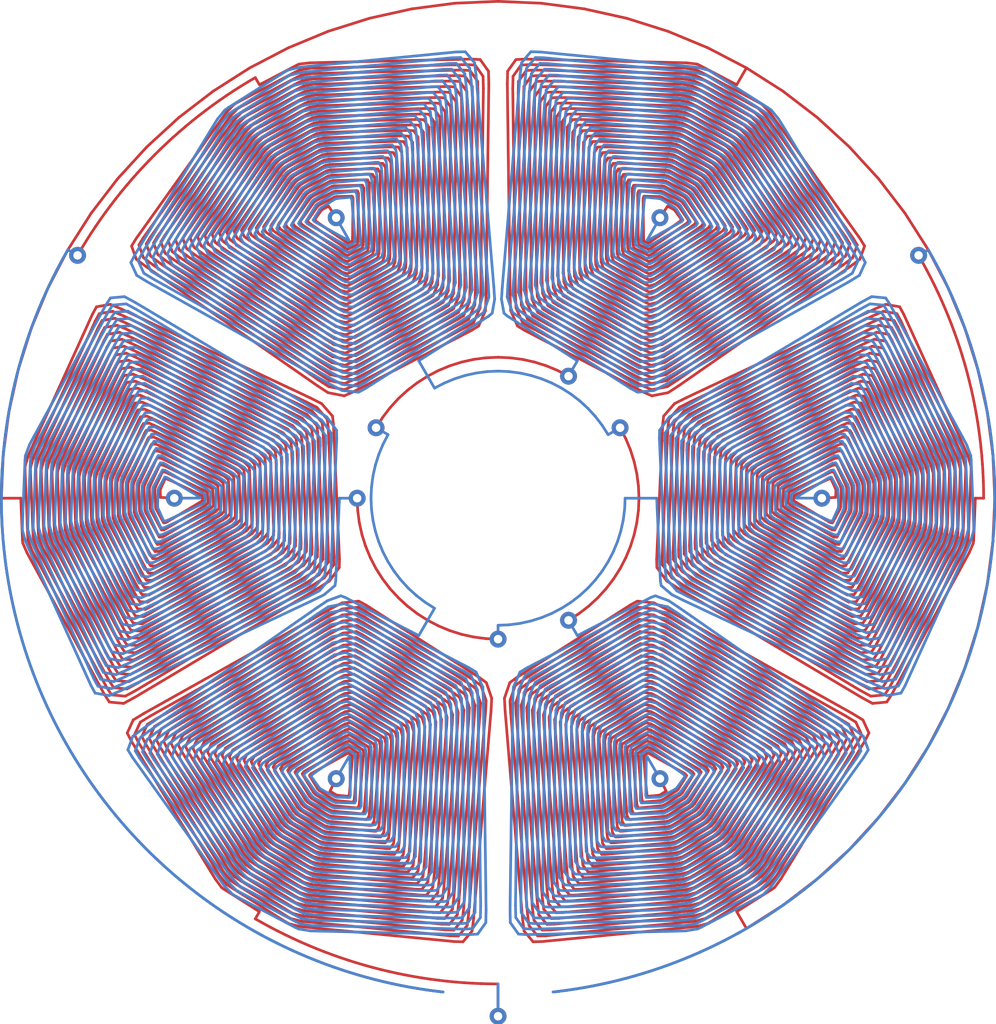
<source format=kicad_pcb>
(kicad_pcb (version 20221018) (generator pcbnew)
  (layers (0 "F.Cu" signal) (31 "B.Cu" signal) (34 "B.Paste" user) (35 "F.Paste" user) (36 "B.SilkS" user "B.Silkscreen") (37 "F.SilkS" user "F.Silkscreen") (38 "B.Mask" user) (39 "F.Mask" user) (44 "Edge.Cuts" user))
  (net 0 "")
  (net 1 "coils")
  (footprint "" (layer "F.Cu") (at 147.5 122.573)
    (fp_text reference "")
    (fp_text value "")
  )
  (segment (start 140.652172 118.641449) (end 141.066188 118.744358) (width 0.127) (layer "F.Cu") (net 1))
  (segment (start 159.83821 103.273215) (end 166.798104 107.415491) (width 0.127) (layer "F.Cu") (net 1))
  (segment (start 131.804628 92.905868) (end 132.323823 92.820514) (width 0.127) (layer "F.Cu") (net 1))
  (segment (start 159.826862 87.301718) (end 157.456643 88.949101) (width 0.127) (layer "F.Cu") (net 1))
  (segment (start 129.549773 98.428315) (end 129.673557 98.147992) (width 0.127) (layer "F.Cu") (net 1))
  (segment (start 149.419717 93.367335) (end 150 93.342) (width 0.127) (layer "F.Cu") (net 1))
  (segment (start 145.756942 110.541364) (end 143.294803 108.968625) (width 0.127) (layer "F.Cu") (net 1))
  (segment (start 138.799843 83.839118) (end 136.275523 87.371274) (width 0.127) (layer "F.Cu") (net 1))
  (segment (start 159.656089 115.152312) (end 158.451736 115.913861) (width 0.127) (layer "F.Cu") (net 1))
  (segment (start 168.77418 99.136273) (end 168.701837 98.873425) (width 0.127) (layer "F.Cu") (net 1))
  (segment (start 157.65 86.749811) (end 158.008942 86.204709) (width 0.127) (layer "F.Cu") (net 1))
  (segment (start 159.487929 118.561685) (end 159.347827 118.641449) (width 0.127) (layer "F.Cu") (net 1))
  (segment (start 142.93206 88.513071) (end 143.551979 88.191313) (width 0.127) (layer "F.Cu") (net 1))
  (segment (start 145.207436 111.612814) (end 145.222456 111.36282) (width 0.127) (layer "F.Cu") (net 1))
  (segment (start 156.104405 112.075662) (end 156.09433 111.924839) (width 0.127) (layer "F.Cu") (net 1))
  (segment (start 137.988101 98.676809) (end 138.005607 98.810092) (width 0.127) (layer "F.Cu") (net 1))
  (segment (start 158.641329 113.990791) (end 158.598092 114.019657) (width 0.127) (layer "F.Cu") (net 1))
  (segment (start 143.215583 107.735447) (end 142.70511 107.801819) (width 0.127) (layer "F.Cu") (net 1))
  (segment (start 134.268351 98.48374) (end 136.278615 99.429672) (width 0.127) (layer "F.Cu") (net 1))
  (segment (start 145.120312 117.10175) (end 145.315044 117.104515) (width 0.127) (layer "F.Cu") (net 1))
  (segment (start 141.095138 117.422281) (end 141.415272 117.503855) (width 0.127) (layer "F.Cu") (net 1))
  (segment (start 150.332299 110.039133) (end 150.30047 109.451957) (width 0.127) (layer "F.Cu") (net 1))
  (segment (start 141.658905 117.530341) (end 145.724158 117.925518) (width 0.127) (layer "F.Cu") (net 1))
  (segment (start 169.595811 98.38082) (end 167.799035 94.428617) (width 0.127) (layer "F.Cu") (net 1))
  (segment (start 142.890077 88.528026) (end 142.93206 88.513071) (width 0.127) (layer "F.Cu") (net 1))
  (segment (start 142.479612 90.749667) (end 142.834153 90.835972) (width 0.127) (layer "F.Cu") (net 1))
  (segment (start 160.093875 115.471123) (end 160.008755 115.529864) (width 0.127) (layer "F.Cu") (net 1))
  (segment (start 158.967012 85.563431) (end 159.066889 85.658614) (width 0.127) (layer "F.Cu") (net 1))
  (segment (start 137.057692 112.335691) (end 139.040302 115.594242) (width 0.127) (layer "F.Cu") (net 1))
  (segment (start 147.755735 81.510227) (end 147.462557 81.085859) (width 0.127) (layer "F.Cu") (net 1))
  (segment (start 137.502712 80.755865) (end 137.840472 80.540688) (width 0.127) (layer "F.Cu") (net 1))
  (segment (start 133.572567 97.544718) (end 133.624538 97.454406) (width 0.127) (layer "F.Cu") (net 1))
  (segment (start 166.093573 87.630419) (end 166.280477 87.939022) (width 0.127) (layer "F.Cu") (net 1))
  (segment (start 167.648847 107.25958) (end 167.820902 106.994973) (width 0.127) (layer "F.Cu") (net 1))
  (segment (start 140.786921 119.73676) (end 141.167863 119.777815) (width 0.127) (layer "F.Cu") (net 1))
  (segment (start 143.10943 85.737406) (end 143.069646 85.733043) (width 0.127) (layer "F.Cu") (net 1))
  (segment (start 158.706983 86.027641) (end 158.743375 86.076551) (width 0.127) (layer "F.Cu") (net 1))
  (segment (start 138.386854 116.467518) (end 138.635145 116.766413) (width 0.127) (layer "F.Cu") (net 1))
  (segment (start 143.07605 109.74638) (end 142.760631 109.800591) (width 0.127) (layer "F.Cu") (net 1))
  (segment (start 142.79221 92.566931) (end 143.025983 92.46675) (width 0.127) (layer "F.Cu") (net 1))
  (segment (start 145.92544 118.200108) (end 146.180528 118.204617) (width 0.127) (layer "F.Cu") (net 1))
  (segment (start 152.490338 82.185423) (end 152.500364 81.750301) (width 0.127) (layer "F.Cu") (net 1))
  (segment (start 127.904803 98.548767) (end 128.051154 98.046792) (width 0.127) (layer "F.Cu") (net 1))
  (segment (start 143.100077 87.85409) (end 143.110786 87.843288) (width 0.127) (layer "F.Cu") (net 1))
  (segment (start 136.838715 81.203737) (end 137.168759 80.976903) (width 0.127) (layer "F.Cu") (net 1))
  (segment (start 157.249732 94.297891) (end 156.933764 94.161183) (width 0.127) (layer "F.Cu") (net 1))
  (segment (start 133.270132 99.55637) (end 133.269521 99.497816) (width 0.127) (layer "F.Cu") (net 1))
  (segment (start 137.838657 100.99675) (end 137.649437 101.219542) (width 0.127) (layer "F.Cu") (net 1))
  (segment (start 154.901326 116.829489) (end 154.70964 116.57571) (width 0.127) (layer "F.Cu") (net 1))
  (segment (start 161.184058 80.418881) (end 161.272108 80.465095) (width 0.127) (layer "F.Cu") (net 1))
  (segment (start 162.678852 100.743999) (end 162.837198 100.920266) (width 0.127) (layer "F.Cu") (net 1))
  (segment (start 159.178942 87.134122) (end 157.35461 88.402096) (width 0.127) (layer "F.Cu") (net 1))
  (segment (start 133.623671 102.760326) (end 132.670562 101.018159) (width 0.127) (layer "F.Cu") (net 1))
  (segment (start 141.87104 81.952208) (end 141.595462 81.961567) (width 0.127) (layer "F.Cu") (net 1))
  (segment (start 134.018739 111.735955) (end 137.223295 117.002857) (width 0.127) (layer "F.Cu") (net 1))
  (segment (start 142.848134 90.258986) (end 142.972313 90.207505) (width 0.127) (layer "F.Cu") (net 1))
  (segment (start 163.810471 100.321713) (end 163.91356 100.384497) (width 0.127) (layer "F.Cu") (net 1))
  (segment (start 148.841964 119.871282) (end 149.6677 110.039133) (width 0.127) (layer "F.Cu") (net 1))
  (segment (start 158.629313 82.523831) (end 158.746152 82.578845) (width 0.127) (layer "F.Cu") (net 1))
  (segment (start 145.89998 110.649626) (end 145.756942 110.541364) (width 0.127) (layer "F.Cu") (net 1))
  (segment (start 134.540594 110.615694) (end 134.101636 110.883219) (width 0.127) (layer "F.Cu") (net 1))
  (segment (start 162.229263 98.456064) (end 162.011898 98.676809) (width 0.127) (layer "F.Cu") (net 1))
  (segment (start 136.53644 80.772044) (end 138.2635 79.671785) (width 0.127) (layer "F.Cu") (net 1))
  (segment (start 166.234324 110.781467) (end 166.490275 111.333639) (width 0.127) (layer "F.Cu") (net 1))
  (segment (start 161.31317 97.768575) (end 161.026509 98.075607) (width 0.127) (layer "F.Cu") (net 1))
  (segment (start 144.113901 115.728803) (end 144.233188 115.729388) (width 0.127) (layer "F.Cu") (net 1))
  (segment (start 160.642148 87.345365) (end 160.474781 87.469313) (width 0.127) (layer "F.Cu") (net 1))
  (segment (start 157.223504 110.371668) (end 157.418661 110.47566) (width 0.127) (layer "F.Cu") (net 1))
  (segment (start 143.113266 112.169745) (end 143.103565 112.158504) (width 0.127) (layer "F.Cu") (net 1))
  (segment (start 155.304258 111.587628) (end 155.366707 111.340589) (width 0.127) (layer "F.Cu") (net 1))
  (segment (start 139.542987 115.841206) (end 139.638579 115.907415) (width 0.127) (layer "F.Cu") (net 1))
  (segment (start 137.999759 98.284191) (end 138.234448 98.526508) (width 0.127) (layer "F.Cu") (net 1))
  (segment (start 166.673045 106.750591) (end 167.054884 106.959469) (width 0.127) (layer "F.Cu") (net 1))
  (segment (start 152.829242 90.5786) (end 152.60663 90.053331) (width 0.127) (layer "F.Cu") (net 1))
  (segment (start 159.302079 97.023503) (end 159.267219 97.32077) (width 0.127) (layer "F.Cu") (net 1))
  (segment (start 156.440827 106.728743) (end 156.704684 106.586343) (width 0.127) (layer "F.Cu") (net 1))
  (segment (start 156.340014 85.49108) (end 156.341871 85.351421) (width 0.127) (layer "F.Cu") (net 1))
  (segment (start 162.353662 112.296402) (end 162.266984 112.468966) (width 0.127) (layer "F.Cu") (net 1))
  (segment (start 152.173005 80.291844) (end 158.336554 80.433621) (width 0.127) (layer "F.Cu") (net 1))
  (segment (start 171.562186 92.152005) (end 171.695869 92.529513) (width 0.127) (layer "F.Cu") (net 1))
  (segment (start 162.916332 98.97168) (end 162.750939 99.12771) (width 0.127) (layer "F.Cu") (net 1))
  (segment (start 131.414648 91.931181) (end 132.0017 91.830414) (width 0.127) (layer "F.Cu") (net 1))
  (segment (start 158.450215 118.02978) (end 153.873277 118.474697) (width 0.127) (layer "F.Cu") (net 1))
  (segment (start 132.762662 105.904982) (end 132.623581 105.692005) (width 0.127) (layer "F.Cu") (net 1))
  (segment (start 158.203823 82.971992) (end 158.49038 83.023358) (width 0.127) (layer "F.Cu") (net 1))
  (segment (start 152.537442 81.085859) (end 152.852626 81.069158) (width 0.127) (layer "F.Cu") (net 1))
  (segment (start 140.841013 103.754668) (end 133.014306 108.41284) (width 0.127) (layer "F.Cu") (net 1))
  (segment (start 133.218357 84.350865) (end 133.494028 84.060369) (width 0.127) (layer "F.Cu") (net 1))
  (segment (start 137.646337 112.296402) (end 137.733015 112.468966) (width 0.127) (layer "F.Cu") (net 1))
  (segment (start 163.50956 87.540061) (end 163.358183 87.921586) (width 0.127) (layer "F.Cu") (net 1))
  (segment (start 143.195649 108.022723) (end 142.713042 108.087358) (width 0.127) (layer "F.Cu") (net 1))
  (segment (start 131.4812 99.284934) (end 131.481282 99.181466) (width 0.127) (layer "F.Cu") (net 1))
  (segment (start 156.644884 105.724514) (end 157.35041 105.803048) (width 0.127) (layer "F.Cu") (net 1))
  (segment (start 158.165826 116.015251) (end 158.013733 116.032025) (width 0.127) (layer "F.Cu") (net 1))
  (segment (start 157.904612 115.532586) (end 155.886098 115.728803) (width 0.127) (layer "F.Cu") (net 1))
  (segment (start 166.410072 100.580811) (end 166.437045 100.488214) (width 0.127) (layer "F.Cu") (net 1))
  (segment (start 156.10242 115.027676) (end 156.083603 114.859453) (width 0.127) (layer "F.Cu") (net 1))
  (segment (start 142.616948 89.612563) (end 142.862115 89.681999) (width 0.127) (layer "F.Cu") (net 1))
  (segment (start 133.296321 99.382122) (end 133.326708 99.312129) (width 0.127) (layer "F.Cu") (net 1))
  (segment (start 136.275523 87.371274) (end 136.144074 87.589931) (width 0.127) (layer "F.Cu") (net 1))
  (segment (start 154.64041 89.540205) (end 154.500994 89.452295) (width 0.127) (layer "F.Cu") (net 1))
  (segment (start 166.626842 87.988892) (end 166.413723 88.569835) (width 0.127) (layer "F.Cu") (net 1))
  (segment (start 147.420006 109.82047) (end 147.204238 109.659287) (width 0.127) (layer "F.Cu") (net 1))
  (segment (start 133.056271 100.552979) (end 133.01457 99.517594) (width 0.127) (layer "F.Cu") (net 1))
  (segment (start 127.526481 101.998245) (end 127.454448 100.20976) (width 0.127) (layer "F.Cu") (net 1))
  (segment (start 138.421876 83.494898) (end 135.598638 87.445315) (width 0.127) (layer "F.Cu") (net 1))
  (segment (start 168.043144 107.646457) (end 170.876769 102.466936) (width 0.127) (layer "F.Cu") (net 1))
  (segment (start 139.026188 97.077543) (end 139.373898 97.252958) (width 0.127) (layer "F.Cu") (net 1))
  (segment (start 142.149947 115.282867) (end 143.912619 115.454214) (width 0.127) (layer "F.Cu") (net 1))
  (segment (start 139.657336 101.656679) (end 139.649942 101.881378) (width 0.127) (layer "F.Cu") (net 1))
  (segment (start 161.492288 82.300434) (end 161.636924 82.385178) (width 0.127) (layer "F.Cu") (net 1))
  (segment (start 140.434307 113.002065) (end 141.059198 114.029115) (width 0.127) (layer "F.Cu") (net 1))
  (segment (start 158.281981 83.772649) (end 158.369561 83.814328) (width 0.127) (layer "F.Cu") (net 1))
  (segment (start 149.172814 109.676764) (end 148.940032 108.991314) (width 0.127) (layer "F.Cu") (net 1))
  (segment (start 148.6461 109.901572) (end 148.433357 109.267699) (width 0.127) (layer "F.Cu") (net 1))
  (segment (start 160.291027 102.952246) (end 166.673045 106.750591) (width 0.127) (layer "F.Cu") (net 1))
  (segment (start 140.563579 118.885282) (end 140.996371 118.992459) (width 0.127) (layer "F.Cu") (net 1))
  (segment (start 163.463559 119.227955) (end 161.736499 120.328214) (width 0.127) (layer "F.Cu") (net 1))
  (segment (start 128.925582 98.897168) (end 128.926654 98.729538) (width 0.127) (layer "F.Cu") (net 1))
  (segment (start 156.890569 85.737406) (end 156.930353 85.733043) (width 0.127) (layer "F.Cu") (net 1))
  (segment (start 154.860032 111.064204) (end 154.966705 110.982402) (width 0.127) (layer "F.Cu") (net 1))
  (segment (start 141.301219 82.274067) (end 141.178529 82.331748) (width 0.127) (layer "F.Cu") (net 1))
  (segment (start 134.068155 101.457358) (end 133.616517 100.631818) (width 0.127) (layer "F.Cu") (net 1))
  (segment (start 148.900867 90.868734) (end 148.924332 90.306584) (width 0.127) (layer "F.Cu") (net 1))
  (segment (start 152.955984 110.964828) (end 152.934043 110.575994) (width 0.127) (layer "F.Cu") (net 1))
  (segment (start 133.184697 105.933989) (end 132.762662 105.904982) (width 0.127) (layer "F.Cu") (net 1))
  (segment (start 134.000125 97.516372) (end 136.91267 98.886873) (width 0.127) (layer "F.Cu") (net 1))
  (segment (start 166.536328 95.581634) (end 161.819218 97.801275) (width 0.127) (layer "F.Cu") (net 1))
  (segment (start 137.335374 98.525007) (end 137.541713 98.627936) (width 0.127) (layer "F.Cu") (net 1))
  (segment (start 140.135272 119.52453) (end 140.297799 119.616783) (width 0.127) (layer "F.Cu") (net 1))
  (segment (start 156.489944 114.905035) (end 156.415924 114.904311) (width 0.127) (layer "F.Cu") (net 1))
  (segment (start 158.794177 118.248157) (end 158.504775 118.279499) (width 0.127) (layer "F.Cu") (net 1))
  (segment (start 138.346348 82.098499) (end 138.196206 82.186537) (width 0.127) (layer "F.Cu") (net 1))
  (segment (start 157.247299 109.515052) (end 157.495999 109.646708) (width 0.127) (layer "F.Cu") (net 1))
  (segment (start 160.671784 112.296783) (end 160.858949 112.409502) (width 0.127) (layer "F.Cu") (net 1))
  (segment (start 127.771599 101.777715) (end 127.647773 98.703285) (width 0.127) (layer "F.Cu") (net 1))
  (segment (start 157.970838 103.913032) (end 158.479761 104.23612) (width 0.127) (layer "F.Cu") (net 1))
  (segment (start 166.943728 100.552979) (end 166.985429 99.517594) (width 0.127) (layer "F.Cu") (net 1))
  (segment (start 145.323701 116.291404) (end 145.732173 111.427675) (width 0.127) (layer "F.Cu") (net 1))
  (segment (start 141.013717 86.852984) (end 140.993178 86.89175) (width 0.127) (layer "F.Cu") (net 1))
  (segment (start 160.045914 87.04136) (end 159.963139 87.20131) (width 0.127) (layer "F.Cu") (net 1))
  (segment (start 157.65186 85.750661) (end 157.726249 85.770757) (width 0.127) (layer "F.Cu") (net 1))
  (segment (start 148.138311 119.155306) (end 148.880595 110.316841) (width 0.127) (layer "F.Cu") (net 1))
  (segment (start 134.178943 98.161284) (end 136.489967 99.248739) (width 0.127) (layer "F.Cu") (net 1))
  (segment (start 134.694062 111.86923) (end 137.627075 116.689831) (width 0.127) (layer "F.Cu") (net 1))
  (segment (start 167.698643 91.389703) (end 159.071646 95.449145) (width 0.127) (layer "F.Cu") (net 1))
  (segment (start 157.065037 114.079235) (end 157.030939 113.995654) (width 0.127) (layer "F.Cu") (net 1))
  (segment (start 158.119861 92.504633) (end 157.760726 92.739598) (width 0.127) (layer "F.Cu") (net 1))
  (segment (start 142.207659 114.228882) (end 142.246851 114.252443) (width 0.127) (layer "F.Cu") (net 1))
  (segment (start 141.202472 102.63963) (end 140.812571 103.16484) (width 0.127) (layer "F.Cu") (net 1))
  (segment (start 157.805351 106.330898) (end 165.459405 110.615694) (width 0.127) (layer "F.Cu") (net 1))
  (segment (start 162.653747 118.361501) (end 160.053125 120.005953) (width 0.127) (layer "F.Cu") (net 1))
  (segment (start 143.370857 112.2608) (end 143.378955 112.149647) (width 0.127) (layer "F.Cu") (net 1))
  (segment (start 138.635145 116.766413) (end 138.756915 116.851295) (width 0.127) (layer "F.Cu") (net 1))
  (segment (start 153.460757 110.800802) (end 153.593344 110.373241) (width 0.127) (layer "F.Cu") (net 1))
  (segment (start 158.001065 94.72953) (end 157.263713 94.874877) (width 0.127) (layer "F.Cu") (net 1))
  (segment (start 167.854602 107.936879) (end 168.043144 107.646457) (width 0.127) (layer "F.Cu") (net 1))
  (segment (start 173.383678 102.045806) (end 173.116392 104.076043) (width 0.127) (layer "F.Cu") (net 1))
  (segment (start 158.793916 95.877981) (end 158.31669 96.422301) (width 0.127) (layer "F.Cu") (net 1))
  (segment (start 172.444574 95.229258) (end 172.524417 95.621696) (width 0.127) (layer "F.Cu") (net 1))
  (segment (start 137.406119 101.069904) (end 137.218481 101.186918) (width 0.127) (layer "F.Cu") (net 1))
  (segment (start 167.294465 107.98495) (end 167.854602 107.936879) (width 0.127) (layer "F.Cu") (net 1))
  (segment (start 143.568865 101.723217) (end 143.443149 101.156149) (width 0.127) (layer "F.Cu") (net 1))
  (segment (start 129.281505 101.427791) (end 129.181144 98.935945) (width 0.127) (layer "F.Cu") (net 1))
  (segment (start 145.08915 116.052745) (end 145.469805 111.520245) (width 0.127) (layer "F.Cu") (net 1))
  (segment (start 156.886733 112.169745) (end 156.896434 112.158504) (width 0.127) (layer "F.Cu") (net 1))
  (segment (start 156.923949 109.74638) (end 157.239368 109.800591) (width 0.127) (layer "F.Cu") (net 1))
  (segment (start 141.896533 83.477205) (end 141.648552 83.522885) (width 0.127) (layer "F.Cu") (net 1))
  (segment (start 159.205331 117.839551) (end 159.082047 117.909948) (width 0.127) (layer "F.Cu") (net 1))
  (segment (start 159.74836 114.655166) (end 159.676404 114.769928) (width 0.127) (layer "F.Cu") (net 1))
  (segment (start 163.463559 80.772044) (end 165.088153 82.018638) (width 0.127) (layer "F.Cu") (net 1))
  (segment (start 161.863926 101.518819) (end 162.102293 101.668371) (width 0.127) (layer "F.Cu") (net 1))
  (segment (start 162.978593 117.159369) (end 162.77519 117.486072) (width 0.127) (layer "F.Cu") (net 1))
  (segment (start 160.091302 102.007753) (end 160.404018 102.416649) (width 0.127) (layer "F.Cu") (net 1))
  (segment (start 152.156211 119.413772) (end 152.096238 118.916647) (width 0.127) (layer "F.Cu") (net 1))
  (segment (start 136.774817 111.400202) (end 136.453362 111.595484) (width 0.127) (layer "F.Cu") (net 1))
  (segment (start 142.033268 94.445254) (end 142.743276 94.586384) (width 0.127) (layer "F.Cu") (net 1))
  (segment (start 135.313741 88.558684) (end 141.778105 93.051638) (width 0.127) (layer "F.Cu") (net 1))
  (segment (start 167.519826 92.034615) (end 159.494349 95.811011) (width 0.127) (layer "F.Cu") (net 1))
  (segment (start 157.898063 93.876702) (end 157.242742 94.009397) (width 0.127) (layer "F.Cu") (net 1))
  (segment (start 142.400883 108.541438) (end 137.093992 111.512275) (width 0.127) (layer "F.Cu") (net 1))
  (segment (start 159.016932 117.358129) (end 158.904861 117.422281) (width 0.127) (layer "F.Cu") (net 1))
  (segment (start 141.830861 115.191727) (end 141.892478 115.227778) (width 0.127) (layer "F.Cu") (net 1))
  (segment (start 156.341871 85.351421) (end 156.406888 85.220567) (width 0.127) (layer "F.Cu") (net 1))
  (segment (start 159.963139 87.20131) (end 159.826862 87.301718) (width 0.127) (layer "F.Cu") (net 1))
  (segment (start 140.167577 115.341088) (end 141.454064 116.154572) (width 0.127) (layer "F.Cu") (net 1))
  (segment (start 142.710235 111.857248) (end 140.924089 112.857146) (width 0.127) (layer "F.Cu") (net 1))
  (segment (start 159.878664 84.319781) (end 159.968229 84.371586) (width 0.127) (layer "F.Cu") (net 1))
  (segment (start 137.862467 81.789255) (end 137.514003 82.152859) (width 0.127) (layer "F.Cu") (net 1))
  (segment (start 137.528728 81.391974) (end 137.154097 81.783832) (width 0.127) (layer "F.Cu") (net 1))
  (segment (start 129.182117 98.774731) (end 129.300003 98.364728) (width 0.127) (layer "F.Cu") (net 1))
  (segment (start 162.96729 118.463515) (end 161.454433 119.42014) (width 0.127) (layer "F.Cu") (net 1))
  (segment (start 144.655429 83.91931) (end 142.147834 83.976991) (width 0.127) (layer "F.Cu") (net 1))
  (segment (start 159.54647 114.498653) (end 159.482729 114.600169) (width 0.127) (layer "F.Cu") (net 1))
  (segment (start 141.946711 83.729811) (end 141.718018 83.772649) (width 0.127) (layer "F.Cu") (net 1))
  (segment (start 161.046372 83.628966) (end 161.200156 83.839118) (width 0.127) (layer "F.Cu") (net 1))
  (segment (start 157.334546 106.374126) (end 157.779572 106.607215) (width 0.127) (layer "F.Cu") (net 1))
  (segment (start 157.228761 93.432411) (end 156.95389 93.313967) (width 0.127) (layer "F.Cu") (net 1))
  (segment (start 128.040189 101.912099) (end 128.02325 101.719394) (width 0.127) (layer "F.Cu") (net 1))
  (segment (start 133.702132 104.755893) (end 133.424278 104.908508) (width 0.127) (layer "F.Cu") (net 1))
  (segment (start 139.17985 116.211289) (end 139.285913 116.284967) (width 0.127) (layer "F.Cu") (net 1))
  (segment (start 134.7 100) (end 134.048457 99.961697) (width 0.127) (layer "F.Cu") (net 1))
  (segment (start 142.135222 91.137121) (end 142.410944 91.318218) (width 0.127) (layer "F.Cu") (net 1))
  (segment (start 141.785843 103.763394) (end 141.29383 104.075636) (width 0.127) (layer "F.Cu") (net 1))
  (segment (start 134.07731 102.761195) (end 133.903441 102.857547) (width 0.127) (layer "F.Cu") (net 1))
  (segment (start 129.797432 101.459045) (end 129.784807 101.311149) (width 0.127) (layer "F.Cu") (net 1))
  (segment (start 142.785219 92.855425) (end 143.032692 92.749155) (width 0.127) (layer "F.Cu") (net 1))
  (segment (start 146.451009 117.865738) (end 146.496455 117.484696) (width 0.127) (layer "F.Cu") (net 1))
  (segment (start 154.293067 83.430824) (end 154.472165 83.153213) (width 0.127) (layer "F.Cu") (net 1))
  (segment (start 158.756736 112.969218) (end 158.843183 113.020015) (width 0.127) (layer "F.Cu") (net 1))
  (segment (start 158.805965 79.940717) (end 159.323978 80.026196) (width 0.127) (layer "F.Cu") (net 1))
  (segment (start 160.757808 115.437729) (end 160.644774 115.618723) (width 0.127) (layer "F.Cu") (net 1))
  (segment (start 132.216448 92.49048) (end 132.658991 92.679528) (width 0.127) (layer "F.Cu") (net 1))
  (segment (start 156.242549 105.048831) (end 156.585085 104.862686) (width 0.127) (layer "F.Cu") (net 1))
  (segment (start 171.457741 101.782655) (end 171.473447 101.602753) (width 0.127) (layer "F.Cu") (net 1))
  (segment (start 140.34391 115.152312) (end 141.548263 115.913861) (width 0.127) (layer "F.Cu") (net 1))
  (segment (start 134.202947 101.163888) (end 134.179276 101.131616) (width 0.127) (layer "F.Cu") (net 1))
  (segment (start 167.13446 105.566332) (end 167.265297 105.366263) (width 0.127) (layer "F.Cu") (net 1))
  (segment (start 157.908468 105.225628) (end 166.736104 110.167404) (width 0.127) (layer "F.Cu") (net 1))
  (segment (start 156.566679 114.511665) (end 156.552705 114.382136) (width 0.127) (layer "F.Cu") (net 1))
  (segment (start 158.170878 92.778136) (end 157.79506 93.023874) (width 0.127) (layer "F.Cu") (net 1))
  (segment (start 152.388341 119.155766) (end 152.330789 118.677989) (width 0.127) (layer "F.Cu") (net 1))
  (segment (start 138.988826 84.011229) (end 136.613966 87.334253) (width 0.127) (layer "F.Cu") (net 1))
  (segment (start 151.119404 110.316841) (end 151.090542 109.789168) (width 0.127) (layer "F.Cu") (net 1))
  (segment (start 132.047471 99.064187) (end 132.108991 98.924083) (width 0.127) (layer "F.Cu") (net 1))
  (segment (start 137.31269 98.799808) (end 137.495407 98.97741) (width 0.127) (layer "F.Cu") (net 1))
  (segment (start 160.066257 84.87178) (end 161.693821 87.149149) (width 0.127) (layer "F.Cu") (net 1))
  (segment (start 158.270683 102.547669) (end 158.280017 102.892381) (width 0.127) (layer "F.Cu") (net 1))
  (segment (start 139.242191 115.437729) (end 139.355225 115.618723) (width 0.127) (layer "F.Cu") (net 1))
  (segment (start 128.160266 98.59396) (end 128.300924 98.11038) (width 0.127) (layer "F.Cu") (net 1))
  (segment (start 158.272911 93.325141) (end 157.863728 93.592426) (width 0.127) (layer "F.Cu") (net 1))
  (segment (start 138.863684 82.9811) (end 138.593721 83.259939) (width 0.127) (layer "F.Cu") (net 1))
  (segment (start 162.000494 116.807036) (end 161.72799 117.136496) (width 0.127) (layer "F.Cu") (net 1))
  (segment (start 138.19318 116.637277) (end 138.453577 116.951455) (width 0.127) (layer "F.Cu") (net 1))
  (segment (start 139.741081 97.862342) (end 139.916334 101.768053) (width 0.127) (layer "F.Cu") (net 1))
  (segment (start 157.746925 114.526648) (end 157.686371 114.533709) (width 0.127) (layer "F.Cu") (net 1))
  (segment (start 148.671758 79.793763) (end 148.280075 79.773635) (width 0.127) (layer "F.Cu") (net 1))
  (segment (start 172.095196 98.548767) (end 171.948845 98.046792) (width 0.127) (layer "F.Cu") (net 1))
  (segment (start 158.724361 118.000056) (end 158.450215 118.02978) (width 0.127) (layer "F.Cu") (net 1))
  (segment (start 135.031724 111.935867) (end 137.828964 116.533319) (width 0.127) (layer "F.Cu") (net 1))
  (segment (start 139.991244 115.529864) (end 141.359864 116.395283) (width 0.127) (layer "F.Cu") (net 1))
  (segment (start 140.417871 118.802396) (end 140.563579 118.885282) (width 0.127) (layer "F.Cu") (net 1))
  (segment (start 168.453634 100.902904) (end 168.518799 99.284934) (width 0.127) (layer "F.Cu") (net 1))
  (segment (start 172.210845 101.976821) (end 172.2284 101.777715) (width 0.127) (layer "F.Cu") (net 1))
  (segment (start 150.707661 80.069779) (end 151.0864 79.535343) (width 0.127) (layer "F.Cu") (net 1))
  (segment (start 131.225819 99.136273) (end 131.298162 98.873425) (width 0.127) (layer "F.Cu") (net 1))
  (segment (start 147.644619 90.189232) (end 147.663394 89.727418) (width 0.127) (layer "F.Cu") (net 1))
  (segment (start 155.873383 111.616975) (end 155.931569 111.570453) (width 0.127) (layer "F.Cu") (net 1))
  (segment (start 139.582733 120.445035) (end 139.227505 120.260115) (width 0.127) (layer "F.Cu") (net 1))
  (segment (start 131.547932 98.937012) (end 131.621905 98.768865) (width 0.127) (layer "F.Cu") (net 1))
  (segment (start 151.459821 120.187788) (end 151.392586 119.632623) (width 0.127) (layer "F.Cu") (net 1))
  (segment (start 172.890104 98.399367) (end 172.914553 98.799099) (width 0.127) (layer "F.Cu") (net 1))
  (segment (start 159.424016 80.354975) (end 161.976375 81.69463) (width 0.127) (layer "F.Cu") (net 1))
  (segment (start 142.906209 114.081267) (end 142.934962 114.079235) (width 0.127) (layer "F.Cu") (net 1))
  (segment (start 157.795716 85.520993) (end 157.842333 85.544004) (width 0.127) (layer "F.Cu") (net 1))
  (segment (start 162.00024 98.284191) (end 161.765551 98.526508) (width 0.127) (layer "F.Cu") (net 1))
  (segment (start 141.454064 116.154572) (end 141.538105 116.203112) (width 0.127) (layer "F.Cu") (net 1))
  (segment (start 133.616517 100.631818) (end 133.589927 100.580811) (width 0.127) (layer "F.Cu") (net 1))
  (segment (start 138.363075 82.385178) (end 138.053862 82.706399) (width 0.127) (layer "F.Cu") (net 1))
  (segment (start 161.643832 101.2495) (end 161.863926 101.518819) (width 0.127) (layer "F.Cu") (net 1))
  (segment (start 162.2991 81.290761) (end 162.471271 81.391974) (width 0.127) (layer "F.Cu") (net 1))
  (segment (start 143.724403 105.328816) (end 143.394981 105.149962) (width 0.127) (layer "F.Cu") (net 1))
  (segment (start 142.641658 105.517509) (end 142.143089 105.778263) (width 0.127) (layer "F.Cu") (net 1))
  (segment (start 152.588793 89.611585) (end 152.490338 82.185423) (width 0.127) (layer "F.Cu") (net 1))
  (segment (start 152.407328 110.351187) (end 152.579993 109.82047) (width 0.127) (layer "F.Cu") (net 1))
  (segment (start 166.218744 99.633923) (end 166.219552 99.588201) (width 0.127) (layer "F.Cu") (net 1))
  (segment (start 148.267936 81.030077) (end 147.946237 80.569021) (width 0.127) (layer "F.Cu") (net 1))
  (segment (start 167.341008 92.679528) (end 159.917053 96.172877) (width 0.127) (layer "F.Cu") (net 1))
  (segment (start 156.308642 105.608802) (end 156.624951 105.437238) (width 0.127) (layer "F.Cu") (net 1))
  (segment (start 166.610515 106.418142) (end 166.975023 106.617643) (width 0.127) (layer "F.Cu") (net 1))
  (segment (start 146.218879 117.607732) (end 146.261905 117.246038) (width 0.127) (layer "F.Cu") (net 1))
  (segment (start 151.396311 91.544004) (end 151.099132 90.868734) (width 0.127) (layer "F.Cu") (net 1))
  (segment (start 149.17652 90.422417) (end 149.306176 80.642783) (width 0.127) (layer "F.Cu") (net 1))
  (segment (start 129.044328 101.653211) (end 129.029854 101.486111) (width 0.127) (layer "F.Cu") (net 1))
  (segment (start 131.865448 98.846474) (end 133.023926 96.298278) (width 0.127) (layer "F.Cu") (net 1))
  (segment (start 158.595515 83.073038) (end 160.201389 83.915912) (width 0.127) (layer "F.Cu") (net 1))
  (segment (start 161.321157 87.489421) (end 161.122701 87.636909) (width 0.127) (layer "F.Cu") (net 1))
  (segment (start 155.318263 89.03437) (end 155.21746 88.969593) (width 0.127) (layer "F.Cu") (net 1))
  (segment (start 148.536241 81.303914) (end 148.524037 80.790003) (width 0.127) (layer "F.Cu") (net 1))
  (segment (start 141.48564 113.751374) (end 141.540239 113.805749) (width 0.127) (layer "F.Cu") (net 1))
  (segment (start 170.306956 98.865117) (end 170.200456 98.491902) (width 0.127) (layer "F.Cu") (net 1))
  (segment (start 160.342663 101.656679) (end 160.350057 101.881378) (width 0.127) (layer "F.Cu") (net 1))
  (segment (start 157.726392 92.455322) (end 157.207789 92.566931) (width 0.127) (layer "F.Cu") (net 1))
  (segment (start 161.607867 97.620342) (end 161.31317 97.768575) (width 0.127) (layer "F.Cu") (net 1))
  (segment (start 143.375048 105.437238) (end 142.641658 105.517509) (width 0.127) (layer "F.Cu") (net 1))
  (segment (start 143.584075 114.904311) (end 143.665449 114.769671) (width 0.127) (layer "F.Cu") (net 1))
  (segment (start 166.416929 110.279476) (end 166.906246 110.577962) (width 0.127) (layer "F.Cu") (net 1))
  (segment (start 134.041814 98.101045) (end 134.178943 98.161284) (width 0.127) (layer "F.Cu") (net 1))
  (segment (start 172.164134 94.061138) (end 172.264405 94.44886) (width 0.127) (layer "F.Cu") (net 1))
  (segment (start 165.241383 87.789412) (end 165.055705 88.281725) (width 0.127) (layer "F.Cu") (net 1))
  (segment (start 153.6031 118.479642) (end 153.31686 118.123744) (width 0.127) (layer "F.Cu") (net 1))
  (segment (start 159.300751 85.16615) (end 159.426795 85.289587) (width 0.127) (layer "F.Cu") (net 1))
  (segment (start 163.210676 111.697237) (end 163.387815 112.055711) (width 0.127) (layer "F.Cu") (net 1))
  (segment (start 129.917101 98.225601) (end 131.926643 93.805397) (width 0.127) (layer "F.Cu") (net 1))
  (segment (start 167.072781 93.646897) (end 160.551108 96.715677) (width 0.127) (layer "F.Cu") (net 1))
  (segment (start 141.931706 116.281744) (end 144.717748 116.552571) (width 0.127) (layer "F.Cu") (net 1))
  (segment (start 170.326442 98.147992) (end 168.210516 93.493787) (width 0.127) (layer "F.Cu") (net 1))
  (segment (start 146.489346 90.383262) (end 146.693114 90.256798) (width 0.127) (layer "F.Cu") (net 1))
  (segment (start 155.3173 111.797953) (end 155.304258 111.587628) (width 0.127) (layer "F.Cu") (net 1))
  (segment (start 144.233188 115.729388) (end 144.361839 115.543688) (width 0.127) (layer "F.Cu") (net 1))
  (segment (start 133.290308 103.737552) (end 131.961095 101.307914) (width 0.127) (layer "F.Cu") (net 1))
  (segment (start 158.738912 113.872602) (end 158.708033 113.921133) (width 0.127) (layer "F.Cu") (net 1))
  (segment (start 167.031929 94.800713) (end 166.715145 94.936722) (width 0.127) (layer "F.Cu") (net 1))
  (segment (start 163.225182 111.400202) (end 163.546637 111.595484) (width 0.127) (layer "F.Cu") (net 1))
  (segment (start 140.717002 95.630078) (end 141.206083 95.877981) (width 0.127) (layer "F.Cu") (net 1))
  (segment (start 131.674635 92.580972) (end 132.216448 92.49048) (width 0.127) (layer "F.Cu") (net 1))
  (segment (start 136.044708 112.135779) (end 138.434633 116.06378) (width 0.127) (layer "F.Cu") (net 1))
  (segment (start 143.592219 106.448757) (end 143.315248 106.299067) (width 0.127) (layer "F.Cu") (net 1))
  (segment (start 143.22871 109.528595) (end 143.095984 109.459104) (width 0.127) (layer "F.Cu") (net 1))
  (segment (start 161.994392 98.810092) (end 161.896647 100.988436) (width 0.127) (layer "F.Cu") (net 1))
  (segment (start 160.802576 83.378382) (end 161.046372 83.628966) (width 0.127) (layer "F.Cu") (net 1))
  (segment (start 169.033478 91.624126) (end 168.845338 91.28139) (width 0.127) (layer "F.Cu") (net 1))
  (segment (start 162.776704 117.002857) (end 162.581516 117.316313) (width 0.127) (layer "F.Cu") (net 1))
  (segment (start 148.524037 80.790003) (end 148.188078 80.310601) (width 0.127) (layer "F.Cu") (net 1))
  (segment (start 139.744758 84.69967) (end 137.967735 87.18617) (width 0.127) (layer "F.Cu") (net 1))
  (segment (start 154.739816 89.291394) (end 154.616627 88.966128) (width 0.127) (layer "F.Cu") (net 1))
  (segment (start 151.477092 91.900765) (end 151.157489 91.704904) (width 0.127) (layer "F.Cu") (net 1))
  (segment (start 153.671995 118.749286) (end 153.386729 118.754668) (width 0.127) (layer "F.Cu") (net 1))
  (segment (start 147.167199 90.889097) (end 147.409579 90.7395) (width 0.127) (layer "F.Cu") (net 1))
  (segment (start 161.815013 81.896565) (end 161.970663 81.987896) (width 0.127) (layer "F.Cu") (net 1))
  (segment (start 144.802313 83.928471) (end 144.655429 83.91931) (width 0.127) (layer "F.Cu") (net 1))
  (segment (start 163.382372 117.472395) (end 163.162539 117.82559) (width 0.127) (layer "F.Cu") (net 1))
  (segment (start 146.802599 110.688398) (end 146.659993 110.235048) (width 0.127) (layer "F.Cu") (net 1))
  (segment (start 160.890654 102.117372) (end 161.19666 102.310309) (width 0.127) (layer "F.Cu") (net 1))
  (segment (start 156.884082 109.171828) (end 157.255231 109.229513) (width 0.127) (layer "F.Cu") (net 1))
  (segment (start 142.478221 109.37039) (end 138.051516 111.848493) (width 0.127) (layer "F.Cu") (net 1))
  (segment (start 143.681845 114.620794) (end 143.895594 112.075662) (width 0.127) (layer "F.Cu") (net 1))
  (segment (start 157.547558 109.094073) (end 162.267658 111.73642) (width 0.127) (layer "F.Cu") (net 1))
  (segment (start 154.100019 110.649626) (end 154.243057 110.541364) (width 0.127) (layer "F.Cu") (net 1))
  (segment (start 133.910716 97.193915) (end 137.124022 98.70594) (width 0.127) (layer "F.Cu") (net 1))
  (segment (start 153.743089 111.242536) (end 153.724114 110.913205) (width 0.127) (layer "F.Cu") (net 1))
  (segment (start 157.06123 88.795477) (end 156.222068 88.359924) (width 0.127) (layer "F.Cu") (net 1))
  (segment (start 158.605251 80.951142) (end 159.046112 81.02525) (width 0.127) (layer "F.Cu") (net 1))
  (segment (start 155.770166 88.697147) (end 155.695103 88.647792) (width 0.127) (layer "F.Cu") (net 1))
  (segment (start 157.242742 94.009397) (end 156.940472 93.878778) (width 0.127) (layer "F.Cu") (net 1))
  (segment (start 152.233693 81.965046) (end 152.244264 81.510227) (width 0.127) (layer "F.Cu") (net 1))
  (segment (start 164.061448 99.831041) (end 163.982675 99.879213) (width 0.127) (layer "F.Cu") (net 1))
  (segment (start 163.460743 100.705465) (end 165.79763 102.096295) (width 0.127) (layer "F.Cu") (net 1))
  (segment (start 161.976375 81.69463) (end 162.137532 81.789255) (width 0.127) (layer "F.Cu") (net 1))
  (segment (start 133.179187 104.063294) (end 131.724607 101.404499) (width 0.127) (layer "F.Cu") (net 1))
  (segment (start 156.913637 95.0084) (end 151.251141 92.069377) (width 0.127) (layer "F.Cu") (net 1))
  (segment (start 157.852165 83.976991) (end 158.003109 83.982417) (width 0.127) (layer "F.Cu") (net 1))
  (segment (start 157.802395 84.992842) (end 157.934649 85.021466) (width 0.127) (layer "F.Cu") (net 1))
  (segment (start 154.725489 110.835389) (end 156.771289 109.528595) (width 0.127) (layer "F.Cu") (net 1))
  (segment (start 138.306178 87.149149) (end 138.222262 87.290711) (width 0.127) (layer "F.Cu") (net 1))
  (segment (start 131.736745 99.226659) (end 131.797702 99.0006) (width 0.127) (layer "F.Cu") (net 1))
  (segment (start 149.428707 90.53825) (end 149.562821 80.422406) (width 0.127) (layer "F.Cu") (net 1))
  (segment (start 143.108488 112.35337) (end 143.115598 112.26205) (width 0.127) (layer "F.Cu") (net 1))
  (segment (start 162.504592 98.97741) (end 162.490241 99.080877) (width 0.127) (layer "F.Cu") (net 1))
  (segment (start 156.684751 106.299067) (end 157.334546 106.374126) (width 0.127) (layer "F.Cu") (net 1))
  (segment (start 155.282251 116.552571) (end 155.117697 116.554464) (width 0.127) (layer "F.Cu") (net 1))
  (segment (start 132.96807 94.800713) (end 133.284854 94.936722) (width 0.127) (layer "F.Cu") (net 1))
  (segment (start 141.729316 102.547669) (end 141.719982 102.892381) (width 0.127) (layer "F.Cu") (net 1))
  (segment (start 167.139304 94.47068) (end 166.804554 94.614265) (width 0.127) (layer "F.Cu") (net 1))
  (segment (start 142.040826 115.782306) (end 144.315183 116.003393) (width 0.127) (layer "F.Cu") (net 1))
  (segment (start 156.406888 85.220567) (end 156.477272 85.214834) (width 0.127) (layer "F.Cu") (net 1))
  (segment (start 167.54597 106.92093) (end 167.709781 106.669231) (width 0.127) (layer "F.Cu") (net 1))
  (segment (start 152.670685 110.46359) (end 152.83333 109.958663) (width 0.127) (layer "F.Cu") (net 1))
  (segment (start 148.075918 119.671777) (end 148.138311 119.155306) (width 0.127) (layer "F.Cu") (net 1))
  (segment (start 131.918305 85.873031) (end 132.167608 85.559614) (width 0.127) (layer "F.Cu") (net 1))
  (segment (start 165.931844 101.457358) (end 166.383482 100.631818) (width 0.127) (layer "F.Cu") (net 1))
  (segment (start 153.873277 118.474697) (end 153.6031 118.479642) (width 0.127) (layer "F.Cu") (net 1))
  (segment (start 156.703812 85.473938) (end 157.64457 85.495578) (width 0.127) (layer "F.Cu") (net 1))
  (segment (start 146.737036 81.861117) (end 146.467752 81.846473) (width 0.127) (layer "F.Cu") (net 1))
  (segment (start 137.33405 81.968345) (end 137.098994 82.290127) (width 0.127) (layer "F.Cu") (net 1))
  (segment (start 143.095984 109.459104) (end 142.7527 109.515052) (width 0.127) (layer "F.Cu") (net 1))
  (segment (start 141.642462 115.67315) (end 141.715291 115.715445) (width 0.127) (layer "F.Cu") (net 1))
  (segment (start 143.378955 112.149647) (end 143.366603 112.031553) (width 0.127) (layer "F.Cu") (net 1))
  (segment (start 140.904618 114.260651) (end 140.995534 114.360874) (width 0.127) (layer "F.Cu") (net 1))
  (segment (start 148.188078 80.310601) (end 147.826994 80.291844) (width 0.127) (layer "F.Cu") (net 1))
  (segment (start 139.285913 116.284967) (end 140.983067 117.358129) (width 0.127) (layer "F.Cu") (net 1))
  (segment (start 141.764356 116.263352) (end 141.931706 116.281744) (width 0.127) (layer "F.Cu") (net 1))
  (segment (start 159.479756 114.963536) (end 158.357537 115.67315) (width 0.127) (layer "F.Cu") (net 1))
  (segment (start 167.524429 111.092948) (end 167.331906 111.469406) (width 0.127) (layer "F.Cu") (net 1))
  (segment (start 142.883086 88.81652) (end 142.938769 88.795477) (width 0.127) (layer "F.Cu") (net 1))
  (segment (start 143.351271 85.478987) (end 143.296187 85.473938) (width 0.127) (layer "F.Cu") (net 1))
  (segment (start 160.82219 84.183339) (end 163.047591 87.297232) (width 0.127) (layer "F.Cu") (net 1))
  (segment (start 136.263671 99.728913) (end 136.270134 99.757842) (width 0.127) (layer "F.Cu") (net 1))
  (segment (start 160.001609 86.964046) (end 160.045914 87.04136) (width 0.127) (layer "F.Cu") (net 1))
  (segment (start 165.77858 110.503622) (end 166.234324 110.781467) (width 0.127) (layer "F.Cu") (net 1))
  (segment (start 155.456282 88.808692) (end 155.370375 88.558426) (width 0.127) (layer "F.Cu") (net 1))
  (segment (start 166.564592 97.233108) (end 166.505455 97.12951) (width 0.127) (layer "F.Cu") (net 1))
  (segment (start 141.331543 119.028657) (end 146.931851 119.573054) (width 0.127) (layer "F.Cu") (net 1))
  (segment (start 130.801571 101.200157) (end 130.791412 101.077866) (width 0.127) (layer "F.Cu") (net 1))
  (segment (start 157.279025 108.372897) (end 157.599116 108.541438) (width 0.127) (layer "F.Cu") (net 1))
  (segment (start 167.110753 109.077739) (end 167.613907 109.352257) (width 0.127) (layer "F.Cu") (net 1))
  (segment (start 155.061369 84.151048) (end 155.197686 83.928471) (width 0.127) (layer "F.Cu") (net 1))
  (segment (start 139.328215 112.296783) (end 139.14105 112.409502) (width 0.127) (layer "F.Cu") (net 1))
  (segment (start 157.020977 90.489911) (end 154.866361 89.371593) (width 0.127) (layer "F.Cu") (net 1))
  (segment (start 136.027372 100.112122) (end 135.94621 100.172074) (width 0.127) (layer "F.Cu") (net 1))
  (segment (start 136.756365 99.428312) (end 136.765983 99.487056) (width 0.127) (layer "F.Cu") (net 1))
  (segment (start 160.858949 112.409502) (end 160.97479 112.617323) (width 0.127) (layer "F.Cu") (net 1))
  (segment (start 140.748037 96.221725) (end 141.190615 96.722902) (width 0.127) (layer "F.Cu") (net 1))
  (segment (start 161.929322 112.535603) (end 160.354029 115.124704) (width 0.127) (layer "F.Cu") (net 1))
  (segment (start 140.365509 84.768868) (end 140.213298 84.920561) (width 0.127) (layer "F.Cu") (net 1))
  (segment (start 153.819471 118.204617) (end 153.54899 117.865738) (width 0.127) (layer "F.Cu") (net 1))
  (segment (start 142.441322 89.496106) (end 142.616948 89.612563) (width 0.127) (layer "F.Cu") (net 1))
  (segment (start 130.829361 91.312516) (end 131.024667 90.956495) (width 0.127) (layer "F.Cu") (net 1))
  (segment (start 129.673557 98.147992) (end 131.789483 93.493787) (width 0.127) (layer "F.Cu") (net 1))
  (segment (start 138.873677 101.502251) (end 138.622709 101.818096) (width 0.127) (layer "F.Cu") (net 1))
  (segment (start 144.234002 96.670999) (end 144.546085 96.181128) (width 0.127) (layer "F.Cu") (net 1))
  (segment (start 162.137532 81.789255) (end 162.485996 82.152859) (width 0.127) (layer "F.Cu") (net 1))
  (segment (start 131.724607 101.404499) (end 131.639106 101.243589) (width 0.127) (layer "F.Cu") (net 1))
  (segment (start 166.72295 104.211734) (end 166.820812 104.063294) (width 0.127) (layer "F.Cu") (net 1))
  (segment (start 168.951607 98.809838) (end 168.865181 98.613647) (width 0.127) (layer "F.Cu") (net 1))
  (segment (start 153.736605 90.214651) (end 153.545707 90.095898) (width 0.127) (layer "F.Cu") (net 1))
  (segment (start 157.624896 108.26512) (end 163.225182 111.400202) (width 0.127) (layer "F.Cu") (net 1))
  (segment (start 154.01325 117.349727) (end 153.972645 117.007379) (width 0.127) (layer "F.Cu") (net 1))
  (segment (start 157.762744 90.590116) (end 157.520387 90.749667) (width 0.127) (layer "F.Cu") (net 1))
  (segment (start 143.079653 94.725995) (end 148.522907 91.900765) (width 0.127) (layer "F.Cu") (net 1))
  (segment (start 137.854927 82.978567) (end 134.583311 87.556377) (width 0.127) (layer "F.Cu") (net 1))
  (segment (start 143.036184 110.320932) (end 142.776495 110.371668) (width 0.127) (layer "F.Cu") (net 1))
  (segment (start 139.989006 97.726949) (end 140.175331 101.879426) (width 0.127) (layer "F.Cu") (net 1))
  (segment (start 166.495057 96.450879) (end 166.268101 96.549003) (width 0.127) (layer "F.Cu") (net 1))
  (segment (start 166.825827 104.550384) (end 166.931934 104.389036) (width 0.127) (layer "F.Cu") (net 1))
  (segment (start 146.181128 105.453914) (end 145.72032 105.100323) (width 0.127) (layer "F.Cu") (net 1))
  (segment (start 131.134818 98.613647) (end 132.612445 95.363448) (width 0.127) (layer "F.Cu") (net 1))
  (segment (start 138.914991 87.190971) (end 139.018347 87.417393) (width 0.127) (layer "F.Cu") (net 1))
  (segment (start 159.7022 119.616783) (end 159.213078 119.73676) (width 0.127) (layer "F.Cu") (net 1))
  (segment (start 157.921363 83.470795) (end 158.103466 83.477205) (width 0.127) (layer "F.Cu") (net 1))
  (segment (start 136.617627 117.472395) (end 136.83746 117.82559) (width 0.127) (layer "F.Cu") (net 1))
  (segment (start 146.996371 82.626177) (end 146.987434 82.230451) (width 0.127) (layer "F.Cu") (net 1))
  (segment (start 134.149188 98.431078) (end 134.268351 98.48374) (width 0.127) (layer "F.Cu") (net 1))
  (segment (start 155.923207 84.703729) (end 156.024191 84.696624) (width 0.127) (layer "F.Cu") (net 1))
  (segment (start 139.139341 101.433931) (end 139.132432 101.628627) (width 0.127) (layer "F.Cu") (net 1))
  (segment (start 143.373376 87.878924) (end 143.376204 87.758254) (width 0.127) (layer "F.Cu") (net 1))
  (segment (start 136.510018 99.578612) (end 136.518058 99.622449) (width 0.127) (layer "F.Cu") (net 1))
  (segment (start 138.749382 98.403913) (end 138.880344 101.322558) (width 0.127) (layer "F.Cu") (net 1))
  (segment (start 156.95389 93.313967) (end 152.606848 91.057708) (width 0.127) (layer "F.Cu") (net 1))
  (segment (start 142.916585 112.044589) (end 142.824084 112.0849) (width 0.127) (layer "F.Cu") (net 1))
  (segment (start 147.704397 80.82744) (end 147.373913 80.810054) (width 0.127) (layer "F.Cu") (net 1))
  (segment (start 162.258245 98.827109) (end 162.242317 98.945484) (width 0.127) (layer "F.Cu") (net 1))
  (segment (start 160.524114 83.512042) (end 160.635707 83.577023) (width 0.127) (layer "F.Cu") (net 1))
  (segment (start 141.931711 84.802714) (end 140.928147 85.329454) (width 0.127) (layer "F.Cu") (net 1))
  (segment (start 132.865539 105.566332) (end 132.734702 105.366263) (width 0.127) (layer "F.Cu") (net 1))
  (segment (start 169.208587 101.077866) (end 169.285485 99.168604) (width 0.127) (layer "F.Cu") (net 1))
  (segment (start 141.595462 81.961567) (end 141.231753 82.024304) (width 0.127) (layer "F.Cu") (net 1))
  (segment (start 148.053534 80.03274) (end 141.628846 80.180523) (width 0.127) (layer "F.Cu") (net 1))
  (segment (start 161.866832 112.104245) (end 162.008944 112.376632) (width 0.127) (layer "F.Cu") (net 1))
  (segment (start 142.168869 106.05458) (end 134.221419 110.503622) (width 0.127) (layer "F.Cu") (net 1))
  (segment (start 151.655761 120.954872) (end 151.227691 120.445794) (width 0.127) (layer "F.Cu") (net 1))
  (segment (start 171.943368 93.291238) (end 172.05711 93.675225) (width 0.127) (layer "F.Cu") (net 1))
  (segment (start 145.393705 88.68492) (end 145.4565 83.94844) (width 0.127) (layer "F.Cu") (net 1))
  (segment (start 137.083667 98.97168) (end 137.24906 99.12771) (width 0.127) (layer "F.Cu") (net 1))
  (segment (start 149.152116 91.004634) (end 149.17652 90.422417) (width 0.127) (layer "F.Cu") (net 1))
  (segment (start 162.485996 82.152859) (end 162.712022 82.462237) (width 0.127) (layer "F.Cu") (net 1))
  (segment (start 136.455642 111.28813) (end 136.117401 111.493732) (width 0.127) (layer "F.Cu") (net 1))
  (segment (start 143.059527 93.878778) (end 147.845053 91.394931) (width 0.127) (layer "F.Cu") (net 1))
  (segment (start 158.797527 102.63963) (end 159.187428 103.16484) (width 0.127) (layer "F.Cu") (net 1))
  (segment (start 171.948845 98.046792) (end 171.787702 97.682338) (width 0.127) (layer "F.Cu") (net 1))
  (segment (start 136.432847 100.471351) (end 136.312847 100.544981) (width 0.127) (layer "F.Cu") (net 1))
  (segment (start 146.275885 110.913205) (end 146.153318 110.511433) (width 0.127) (layer "F.Cu") (net 1))
  (segment (start 158.993454 117.666114) (end 158.654544 117.751956) (width 0.127) (layer "F.Cu") (net 1))
  (segment (start 142.7992 92.278438) (end 143.019274 92.184344) (width 0.127) (layer "F.Cu") (net 1))
  (segment (start 141.846354 83.224599) (end 141.579085 83.273121) (width 0.127) (layer "F.Cu") (net 1))
  (segment (start 145.222456 111.36282) (end 145.139967 111.064204) (width 0.127) (layer "F.Cu") (net 1))
  (segment (start 158.976646 81.275013) (end 159.122743 81.343362) (width 0.127) (layer "F.Cu") (net 1))
  (segment (start 157.09379 114.081267) (end 157.065037 114.079235) (width 0.127) (layer "F.Cu") (net 1))
  (segment (start 138.71833 119.529384) (end 138.723 119.532336) (width 0.127) (layer "F.Cu") (net 1))
  (segment (start 153.532247 81.846473) (end 158.128959 81.952208) (width 0.127) (layer "F.Cu") (net 1))
  (segment (start 162.845902 81.783832) (end 163.089988 82.118016) (width 0.127) (layer "F.Cu") (net 1))
  (segment (start 150.594667 110.131703) (end 150.563827 109.56436) (width 0.127) (layer "F.Cu") (net 1))
  (segment (start 132.503447 99.44004) (end 132.503133 99.362237) (width 0.127) (layer "F.Cu") (net 1))
  (segment (start 162.490241 99.080877) (end 162.414642 100.765689) (width 0.127) (layer "F.Cu") (net 1))
  (segment (start 160.647336 102.267011) (end 160.970252 102.470793) (width 0.127) (layer "F.Cu") (net 1))
  (segment (start 142.147834 83.976991) (end 141.99689 83.982417) (width 0.127) (layer "F.Cu") (net 1))
  (segment (start 144.157962 111.983092) (end 144.169027 111.812435) (width 0.127) (layer "F.Cu") (net 1))
  (segment (start 158.196114 115.471611) (end 158.026192 115.51905) (width 0.127) (layer "F.Cu") (net 1))
  (segment (start 159.966654 84.736047) (end 160.066257 84.87178) (width 0.127) (layer "F.Cu") (net 1))
  (segment (start 166.178692 96.871459) (end 162.664625 98.525007) (width 0.127) (layer "F.Cu") (net 1))
  (segment (start 155.453914 103.818871) (end 155.100323 104.279679) (width 0.127) (layer "F.Cu") (net 1))
  (segment (start 154.684955 117.104515) (end 154.47751 116.833716) (width 0.127) (layer "F.Cu") (net 1))
  (segment (start 138.745999 112.668878) (end 140.04975 114.811679) (width 0.127) (layer "F.Cu") (net 1))
  (segment (start 143.344781 112.011491) (end 142.964341 111.768477) (width 0.127) (layer "F.Cu") (net 1))
  (segment (start 143.619941 111.89336) (end 143.585998 111.864478) (width 0.127) (layer "F.Cu") (net 1))
  (segment (start 169.170638 91.312516) (end 168.975332 90.956495) (width 0.127) (layer "F.Cu") (net 1))
  (segment (start 139.742573 115.279205) (end 139.906124 115.471123) (width 0.127) (layer "F.Cu") (net 1))
  (segment (start 142.736286 94.874877) (end 143.079653 94.725995) (width 0.127) (layer "F.Cu") (net 1))
  (segment (start 150.806629 108.853121) (end 151.107248 108.630198) (width 0.127) (layer "F.Cu") (net 1))
  (segment (start 152.464302 120.396823) (end 152.088503 120.404821) (width 0.127) (layer "F.Cu") (net 1))
  (segment (start 138.051583 117.606398) (end 140.323671 119.043107) (width 0.127) (layer "F.Cu") (net 1))
  (segment (start 169.839355 98.30321) (end 167.936195 94.117007) (width 0.127) (layer "F.Cu") (net 1))
  (segment (start 165.55283 99.128653) (end 164.144088 99.791538) (width 0.127) (layer "F.Cu") (net 1))
  (segment (start 128.414458 98.819615) (end 128.415729 98.639153) (width 0.127) (layer "F.Cu") (net 1))
  (segment (start 156.55685 101.156149) (end 156.431134 101.723217) (width 0.127) (layer "F.Cu") (net 1))
  (segment (start 137.461245 111.900741) (end 137.30162 112.216171) (width 0.127) (layer "F.Cu") (net 1))
  (segment (start 136.518058 99.622449) (end 136.549367 100.320193) (width 0.127) (layer "F.Cu") (net 1))
  (segment (start 171.199536 98.237554) (end 171.057072 97.915165) (width 0.127) (layer "F.Cu") (net 1))
  (segment (start 165.643598 111.802592) (end 162.574814 116.846344) (width 0.127) (layer "F.Cu") (net 1))
  (segment (start 157.795492 115.033148) (end 156.288662 115.179625) (width 0.127) (layer "F.Cu") (net 1))
  (segment (start 136.932425 118.388406) (end 137.032709 118.463515) (width 0.127) (layer "F.Cu") (net 1))
  (segment (start 168.154265 107.972199) (end 171.113258 102.563521) (width 0.127) (layer "F.Cu") (net 1))
  (segment (start 166.635448 96.804615) (end 166.387683 96.780912) (width 0.127) (layer "F.Cu") (net 1))
  (segment (start 169.108725 98.536038) (end 167.524714 95.051837) (width 0.127) (layer "F.Cu") (net 1))
  (segment (start 157.44444 110.199343) (end 160.990959 112.18471) (width 0.127) (layer "F.Cu") (net 1))
  (segment (start 157.263162 108.943974) (end 157.547558 109.094073) (width 0.127) (layer "F.Cu") (net 1))
  (segment (start 151.227691 120.445794) (end 151.158035 119.871282) (width 0.127) (layer "F.Cu") (net 1))
  (segment (start 132.749605 95.675058) (end 132.844577 95.505033) (width 0.127) (layer "F.Cu") (net 1))
  (segment (start 142.368188 114.28399) (end 143.107491 114.355856) (width 0.127) (layer "F.Cu") (net 1))
  (segment (start 173.473 100) (end 173.383678 102.045806) (width 0.127) (layer "F.Cu") (net 1))
  (segment (start 153.724114 110.913205) (end 153.846681 110.511433) (width 0.127) (layer "F.Cu") (net 1))
  (segment (start 157.864777 91.137121) (end 157.589055 91.318218) (width 0.127) (layer "F.Cu") (net 1))
  (segment (start 140.753157 85.474101) (end 140.689674 85.560221) (width 0.127) (layer "F.Cu") (net 1))
  (segment (start 167.092948 100.921574) (end 167.14163 100.829352) (width 0.127) (layer "F.Cu") (net 1))
  (segment (start 168.163234 108.952827) (end 168.376507 108.623683) (width 0.127) (layer "F.Cu") (net 1))
  (segment (start 161.664226 112.456862) (end 161.591661 112.602241) (width 0.127) (layer "F.Cu") (net 1))
  (segment (start 157.179827 91.412959) (end 157.000851 91.337127) (width 0.127) (layer "F.Cu") (net 1))
  (segment (start 160.555918 115.281217) (end 160.4511 115.448964) (width 0.127) (layer "F.Cu") (net 1))
  (segment (start 134.859769 110.727767) (end 134.437597 110.984971) (width 0.127) (layer "F.Cu") (net 1))
  (segment (start 158.706169 104.075636) (end 167.110753 109.077739) (width 0.127) (layer "F.Cu") (net 1))
  (segment (start 162.091127 117.506579) (end 161.948416 117.606398) (width 0.127) (layer "F.Cu") (net 1))
  (segment (start 137.579902 100.870374) (end 137.406119 101.069904) (width 0.127) (layer "F.Cu") (net 1))
  (segment (start 142.729295 95.16337) (end 143.086362 95.0084) (width 0.127) (layer "F.Cu") (net 1))
  (segment (start 139.313533 83.997993) (end 139.177809 84.183339) (width 0.127) (layer "F.Cu") (net 1))
  (segment (start 156.691226 114.630446) (end 156.632295 114.629286) (width 0.127) (layer "F.Cu") (net 1))
  (segment (start 140.323671 119.043107) (end 140.474985 119.129116) (width 0.127) (layer "F.Cu") (net 1))
  (segment (start 167.545403 94.530346) (end 167.139304 94.47068) (width 0.127) (layer "F.Cu") (net 1))
  (segment (start 141.404484 83.073038) (end 139.79861 83.915912) (width 0.127) (layer "F.Cu") (net 1))
  (segment (start 160.608812 101.755002) (end 160.890654 102.117372) (width 0.127) (layer "F.Cu") (net 1))
  (segment (start 157.002612 111.488492) (end 157.043548 111.470036) (width 0.127) (layer "F.Cu") (net 1))
  (segment (start 136.286127 100.238497) (end 136.189528 100.321713) (width 0.127) (layer "F.Cu") (net 1))
  (segment (start 136.017324 99.879213) (end 136.022209 99.893234) (width 0.127) (layer "F.Cu") (net 1))
  (segment (start 161.806819 116.637277) (end 161.546422 116.951455) (width 0.127) (layer "F.Cu") (net 1))
  (segment (start 146.683139 118.123744) (end 146.731006 117.723355) (width 0.127) (layer "F.Cu") (net 1))
  (segment (start 130.714514 99.168604) (end 130.714894 99.045888) (width 0.127) (layer "F.Cu") (net 1))
  (segment (start 139.941135 120.623728) (end 139.582733 120.445035) (width 0.127) (layer "F.Cu") (net 1))
  (segment (start 157.314382 89.044011) (end 157.123903 89.105013) (width 0.127) (layer "F.Cu") (net 1))
  (segment (start 159.56567 101.9908) (end 159.573792 102.260504) (width 0.127) (layer "F.Cu") (net 1))
  (segment (start 159.688291 85.216) (end 161.016936 87.075108) (width 0.127) (layer "F.Cu") (net 1))
  (segment (start 142.645389 88.402096) (end 142.754285 88.475459) (width 0.127) (layer "F.Cu") (net 1))
  (segment (start 167.752114 99.401264) (end 167.752329 99.317045) (width 0.127) (layer "F.Cu") (net 1))
  (segment (start 157.495999 109.646708) (end 161.629308 111.960565) (width 0.127) (layer "F.Cu") (net 1))
  (segment (start 143.291238 121.943368) (end 142.909296 121.822942) (width 0.127) (layer "F.Cu") (net 1))
  (segment (start 166.089283 97.193915) (end 162.875977 98.70594) (width 0.127) (layer "F.Cu") (net 1))
  (segment (start 142.197604 84.992842) (end 142.06535 85.021466) (width 0.127) (layer "F.Cu") (net 1))
  (segment (start 158.263337 115.432438) (end 158.196114 115.471611) (width 0.127) (layer "F.Cu") (net 1))
  (segment (start 134.363937 99.091145) (end 134.447169 99.128653) (width 0.127) (layer "F.Cu") (net 1))
  (segment (start 160.970252 102.470793) (end 166.485456 105.753242) (width 0.127) (layer "F.Cu") (net 1))
  (segment (start 143.912619 115.454214) (end 144.016817 115.454362) (width 0.127) (layer "F.Cu") (net 1))
  (segment (start 146.806534 122.722691) (end 146.410454 122.663496) (width 0.127) (layer "F.Cu") (net 1))
  (segment (start 131.882959 101.160741) (end 131.805711 100.941269) (width 0.127) (layer "F.Cu") (net 1))
  (segment (start 151.566642 109.267699) (end 151.830897 109.071236) (width 0.127) (layer "F.Cu") (net 1))
  (segment (start 143.914228 85.111346) (end 143.834951 84.962148) (width 0.127) (layer "F.Cu") (net 1))
  (segment (start 145.132123 88.830227) (end 145.141517 88.569086) (width 0.127) (layer "F.Cu") (net 1))
  (segment (start 142.186239 90.863618) (end 142.445278 91.033942) (width 0.127) (layer "F.Cu") (net 1))
  (segment (start 150.827185 109.676764) (end 151.059967 108.991314) (width 0.127) (layer "F.Cu") (net 1))
  (segment (start 153.109129 89.78153) (end 153.093168 89.379919) (width 0.127) (layer "F.Cu") (net 1))
  (segment (start 155.695103 88.647792) (end 155.621625 88.422526) (width 0.127) (layer "F.Cu") (net 1))
  (segment (start 136.819516 117.315882) (end 137.031135 117.655831) (width 0.127) (layer "F.Cu") (net 1))
  (segment (start 158.33587 95.534236) (end 157.823995 96.1217) (width 0.127) (layer "F.Cu") (net 1))
  (segment (start 139.314523 83.310108) (end 139.197423 83.378382) (width 0.127) (layer "F.Cu") (net 1))
  (segment (start 138.727143 98.225907) (end 138.749382 98.403913) (width 0.127) (layer "F.Cu") (net 1))
  (segment (start 167.487539 106.017747) (end 169.694325 101.98401) (width 0.127) (layer "F.Cu") (net 1))
  (segment (start 143.426988 107.848684) (end 143.215583 107.735447) (width 0.127) (layer "F.Cu") (net 1))
  (segment (start 151.156149 93.443149) (end 151.723217 93.568865) (width 0.127) (layer "F.Cu") (net 1))
  (segment (start 151.691951 119.929783) (end 151.627137 119.393965) (width 0.127) (layer "F.Cu") (net 1))
  (segment (start 147.856028 110.238783) (end 147.673344 109.682277) (width 0.127) (layer "F.Cu") (net 1))
  (segment (start 151.157489 91.704904) (end 150.847883 91.004634) (width 0.127) (layer "F.Cu") (net 1))
  (segment (start 147.142119 89.917431) (end 147.159018 89.495752) (width 0.127) (layer "F.Cu") (net 1))
  (segment (start 163.61763 112.202417) (end 161.363477 115.907268) (width 0.127) (layer "F.Cu") (net 1))
  (segment (start 138.64462 87.112129) (end 138.568626 87.240841) (width 0.127) (layer "F.Cu") (net 1))
  (segment (start 172.357895 94.838273) (end 172.444574 95.229258) (width 0.127) (layer "F.Cu") (net 1))
  (segment (start 168.105674 91.500381) (end 167.609235 91.712159) (width 0.127) (layer "F.Cu") (net 1))
  (segment (start 139.448891 96.715677) (end 139.831944 96.909214) (width 0.127) (layer "F.Cu") (net 1))
  (segment (start 135.598638 87.445315) (end 135.451345 87.689671) (width 0.127) (layer "F.Cu") (net 1))
  (segment (start 143.43332 114.511665) (end 143.447294 114.382136) (width 0.127) (layer "F.Cu") (net 1))
  (segment (start 158.336554 80.433621) (end 158.705608 80.44593) (width 0.127) (layer "F.Cu") (net 1))
  (segment (start 172.059213 102.949862) (end 172.262364 102.573414) (width 0.127) (layer "F.Cu") (net 1))
  (segment (start 146.931936 90.417699) (end 147.142119 89.917431) (width 0.127) (layer "F.Cu") (net 1))
  (segment (start 159.903354 112.935428) (end 159.142691 114.185628) (width 0.127) (layer "F.Cu") (net 1))
  (segment (start 157.158856 90.547479) (end 157.020977 90.489911) (width 0.127) (layer "F.Cu") (net 1))
  (segment (start 167.403921 99.079302) (end 166.564592 97.233108) (width 0.127) (layer "F.Cu") (net 1))
  (segment (start 149.199196 122.932021) (end 148.799099 122.914553) (width 0.127) (layer "F.Cu") (net 1))
  (segment (start 132.200964 94.428617) (end 132.324602 94.20545) (width 0.127) (layer "F.Cu") (net 1))
  (segment (start 151.327855 90.190751) (end 151.207113 81.083537) (width 0.127) (layer "F.Cu") (net 1))
  (segment (start 159.950249 114.811679) (end 159.870078 114.939687) (width 0.127) (layer "F.Cu") (net 1))
  (segment (start 158.018928 114.983944) (end 157.886559 115.022849) (width 0.127) (layer "F.Cu") (net 1))
  (segment (start 162.687309 98.799808) (end 162.504592 98.97741) (width 0.127) (layer "F.Cu") (net 1))
  (segment (start 133.780447 99.588201) (end 133.79586 99.509297) (width 0.127) (layer "F.Cu") (net 1))
  (segment (start 164.968275 111.935867) (end 162.171035 116.533319) (width 0.127) (layer "F.Cu") (net 1))
  (segment (start 157.074647 88.230666) (end 156.673971 88.022702) (width 0.127) (layer "F.Cu") (net 1))
  (segment (start 160.444224 84.527559) (end 162.370706 87.223191) (width 0.127) (layer "F.Cu") (net 1))
  (segment (start 156.034197 102.813792) (end 155.765997 103.329) (width 0.127) (layer "F.Cu") (net 1))
  (segment (start 156.552705 114.382136) (end 156.366774 112.168231) (width 0.127) (layer "F.Cu") (net 1))
  (segment (start 132.968417 105.227683) (end 132.845823 105.04052) (width 0.127) (layer "F.Cu") (net 1))
  (segment (start 138.228782 98.112319) (end 138.480796 98.376208) (width 0.127) (layer "F.Cu") (net 1))
  (segment (start 168.701837 98.873425) (end 168.621638 98.691256) (width 0.127) (layer "F.Cu") (net 1))
  (segment (start 142.351338 114.01866) (end 142.393544 114.030975) (width 0.127) (layer "F.Cu") (net 1))
  (segment (start 146.219133 82.950675) (end 146.011515 82.636375) (width 0.127) (layer "F.Cu") (net 1))
  (segment (start 138.453577 116.951455) (end 138.580582 117.040071) (width 0.127) (layer "F.Cu") (net 1))
  (segment (start 167.387554 95.363448) (end 167.285416 95.180137) (width 0.127) (layer "F.Cu") (net 1))
  (segment (start 142.632897 111.028295) (end 139.966564 112.520928) (width 0.127) (layer "F.Cu") (net 1))
  (segment (start 158.461894 116.203112) (end 158.235643 116.263352) (width 0.127) (layer "F.Cu") (net 1))
  (segment (start 157.952931 84.235023) (end 158.143048 84.272176) (width 0.127) (layer "F.Cu") (net 1))
  (segment (start 158.863994 118.496257) (end 158.559335 118.529218) (width 0.127) (layer "F.Cu") (net 1))
  (segment (start 153.386729 118.754668) (end 153.08473 118.381749) (width 0.127) (layer "F.Cu") (net 1))
  (segment (start 157.915794 91.410623) (end 157.62339 91.602494) (width 0.127) (layer "F.Cu") (net 1))
  (segment (start 152.8526 118.639755) (end 152.799891 118.200672) (width 0.127) (layer "F.Cu") (net 1))
  (segment (start 129.947829 99.052275) (end 129.948505 98.910309) (width 0.127) (layer "F.Cu") (net 1))
  (segment (start 166.235337 104.423443) (end 166.495861 104.566682) (width 0.127) (layer "F.Cu") (net 1))
  (segment (start 158.404537 81.961567) (end 158.768246 82.024304) (width 0.127) (layer "F.Cu") (net 1))
  (segment (start 136.312847 100.544981) (end 134.264899 101.763846) (width 0.127) (layer "F.Cu") (net 1))
  (segment (start 165.078246 87.519356) (end 165.241383 87.789412) (width 0.127) (layer "F.Cu") (net 1))
  (segment (start 156.632664 100.580282) (end 156.55685 101.156149) (width 0.127) (layer "F.Cu") (net 1))
  (segment (start 158.286534 117.280622) (end 154.477123 117.650929) (width 0.127) (layer "F.Cu") (net 1))
  (segment (start 131.51237 108.949425) (end 128.177275 102.853277) (width 0.127) (layer "F.Cu") (net 1))
  (segment (start 159.121342 85.732331) (end 160.001609 86.964046) (width 0.127) (layer "F.Cu") (net 1))
  (segment (start 141.776889 121.421936) (end 141.404277 121.27516) (width 0.127) (layer "F.Cu") (net 1))
  (segment (start 151.381773 110.409411) (end 151.353899 109.901572) (width 0.127) (layer "F.Cu") (net 1))
  (segment (start 138.527 119.871818) (end 138.723 119.532336) (width 0.127) (layer "F.Cu") (net 1))
  (segment (start 141.768025 117.030902) (end 145.321594 117.376339) (width 0.127) (layer "F.Cu") (net 1))
  (segment (start 138.404249 117.228846) (end 140.51207 118.561685) (width 0.127) (layer "F.Cu") (net 1))
  (segment (start 131.294714 100.961224) (end 131.225638 99.246157) (width 0.127) (layer "F.Cu") (net 1))
  (segment (start 142.788619 88.191183) (end 142.897067 88.239533) (width 0.127) (layer "F.Cu") (net 1))
  (segment (start 135.637701 88.474886) (end 141.829121 92.778136) (width 0.127) (layer "F.Cu") (net 1))
  (segment (start 142.909296 121.822942) (end 142.529513 121.695869) (width 0.127) (layer "F.Cu") (net 1))
  (segment (start 157.280048 88.759735) (end 157.116913 88.81652) (width 0.127) (layer "F.Cu") (net 1))
  (segment (start 141.171466 116.876706) (end 141.272325 116.934613) (width 0.127) (layer "F.Cu") (net 1))
  (segment (start 139.697355 87.273338) (end 139.849177 87.385515) (width 0.127) (layer "F.Cu") (net 1))
  (segment (start 143.025983 92.46675) (end 146.715297 90.551874) (width 0.127) (layer "F.Cu") (net 1))
  (segment (start 156.55685 98.84385) (end 156.632664 99.419717) (width 0.127) (layer "F.Cu") (net 1))
  (segment (start 131.736761 99.323711) (end 131.736745 99.226659) (width 0.127) (layer "F.Cu") (net 1))
  (segment (start 138.816714 116.581372) (end 138.933248 116.662519) (width 0.127) (layer "F.Cu") (net 1))
  (segment (start 159.394577 84.925585) (end 159.467621 84.967509) (width 0.127) (layer "F.Cu") (net 1))
  (segment (start 149.19337 108.853121) (end 148.892751 108.630198) (width 0.127) (layer "F.Cu") (net 1))
  (segment (start 152.85788 89.917431) (end 152.840981 89.495752) (width 0.127) (layer "F.Cu") (net 1))
  (segment (start 142.925352 88.230666) (end 143.326028 88.022702) (width 0.127) (layer "F.Cu") (net 1))
  (segment (start 138.815941 80.418881) (end 138.727891 80.465095) (width 0.127) (layer "F.Cu") (net 1))
  (segment (start 139.908697 102.007753) (end 139.595981 102.416649) (width 0.127) (layer "F.Cu") (net 1))
  (segment (start 154.24538 117.091721) (end 154.207196 116.768721) (width 0.127) (layer "F.Cu") (net 1))
  (segment (start 141.988313 102.659043) (end 141.978737 103.018756) (width 0.127) (layer "F.Cu") (net 1))
  (segment (start 148.399367 122.890104) (end 148.000124 122.858683) (width 0.127) (layer "F.Cu") (net 1))
  (segment (start 143.827214 111.717466) (end 143.030433 111.208507) (width 0.127) (layer "F.Cu") (net 1))
  (segment (start 149.403366 91.140535) (end 149.428707 90.53825) (width 0.127) (layer "F.Cu") (net 1))
  (segment (start 167.092731 88.71389) (end 166.630017 89.06147) (width 0.127) (layer "F.Cu") (net 1))
  (segment (start 133.195445 94.614265) (end 138.814836 97.258476) (width 0.127) (layer "F.Cu") (net 1))
  (segment (start 146.529287 119.023876) (end 146.829641 119.029693) (width 0.127) (layer "F.Cu") (net 1))
  (segment (start 128.886741 102.563521) (end 128.712874 102.237756) (width 0.127) (layer "F.Cu") (net 1))
  (segment (start 133.201895 107.415491) (end 132.785394 107.643123) (width 0.127) (layer "F.Cu") (net 1))
  (segment (start 143.066235 94.161183) (end 148.071004 91.563543) (width 0.127) (layer "F.Cu") (net 1))
  (segment (start 166.973206 88.038762) (end 166.753227 88.641863) (width 0.127) (layer "F.Cu") (net 1))
  (segment (start 140.820855 112.918263) (end 140.748798 113.018474) (width 0.127) (layer "F.Cu") (net 1))
  (segment (start 144.420331 111.890523) (end 144.432384 111.700032) (width 0.127) (layer "F.Cu") (net 1))
  (segment (start 136.136468 111.176057) (end 135.781441 111.39198) (width 0.127) (layer "F.Cu") (net 1))
  (segment (start 148.167769 89.959085) (end 148.279596 81.524291) (width 0.127) (layer "F.Cu") (net 1))
  (segment (start 156.930353 85.733043) (end 157.609971 85.748676) (width 0.127) (layer "F.Cu") (net 1))
  (segment (start 157.886559 115.022849) (end 157.795492 115.033148) (width 0.127) (layer "F.Cu") (net 1))
  (segment (start 159.565692 113.002065) (end 158.940801 114.029115) (width 0.127) (layer "F.Cu") (net 1))
  (segment (start 140.532378 84.967509) (end 140.393251 85.105074) (width 0.127) (layer "F.Cu") (net 1))
  (segment (start 167.932023 107.320715) (end 170.64028 102.370351) (width 0.127) (layer "F.Cu") (net 1))
  (segment (start 159.046112 81.02525) (end 159.198062 81.096265) (width 0.127) (layer "F.Cu") (net 1))
  (segment (start 133.827191 104.090994) (end 133.583999 104.224855) (width 0.127) (layer "F.Cu") (net 1))
  (segment (start 136.641816 87.921586) (end 136.93354 88.139695) (width 0.127) (layer "F.Cu") (net 1))
  (segment (start 132.947798 84.646129) (end 133.218357 84.350865) (width 0.127) (layer "F.Cu") (net 1))
  (segment (start 148.618226 110.409411) (end 148.6461 109.901572) (width 0.127) (layer "F.Cu") (net 1))
  (segment (start 142.813181 91.701452) (end 143.005857 91.619533) (width 0.127) (layer "F.Cu") (net 1))
  (segment (start 144.854599 115.814087) (end 145.207436 111.612814) (width 0.127) (layer "F.Cu") (net 1))
  (segment (start 157.980739 114.710305) (end 157.930335 114.740111) (width 0.127) (layer "F.Cu") (net 1))
  (segment (start 133.709727 97.856328) (end 133.754531 97.779302) (width 0.127) (layer "F.Cu") (net 1))
  (segment (start 142.452441 109.094073) (end 137.732341 111.73642) (width 0.127) (layer "F.Cu") (net 1))
  (segment (start 157.175915 112.0849) (end 157.263985 112.133565) (width 0.127) (layer "F.Cu") (net 1))
  (segment (start 153.611628 89.509729) (end 153.597544 89.148252) (width 0.127) (layer "F.Cu") (net 1))
  (segment (start 136.190752 81.674509) (end 136.512679 81.436296) (width 0.127) (layer "F.Cu") (net 1))
  (segment (start 169.451147 98.682664) (end 169.352268 98.458429) (width 0.127) (layer "F.Cu") (net 1))
  (segment (start 141.767243 81.192914) (end 141.444926 81.203749) (width 0.127) (layer "F.Cu") (net 1))
  (segment (start 162.267658 111.73642) (end 162.538754 111.900741) (width 0.127) (layer "F.Cu") (net 1))
  (segment (start 158.122853 116.531464) (end 155.080969 116.827161) (width 0.127) (layer "F.Cu") (net 1))
  (segment (start 158.371153 80.180523) (end 158.755787 80.193324) (width 0.127) (layer "F.Cu") (net 1))
  (segment (start 169.796608 99.091051) (end 169.796031 98.955502) (width 0.127) (layer "F.Cu") (net 1))
  (segment (start 137.287977 82.462237) (end 133.567984 87.667439) (width 0.127) (layer "F.Cu") (net 1))
  (segment (start 157.034395 89.925099) (end 155.318263 89.03437) (width 0.127) (layer "F.Cu") (net 1))
  (segment (start 138.097412 101.123125) (end 137.892755 101.369181) (width 0.127) (layer "F.Cu") (net 1))
  (segment (start 160.685476 83.310108) (end 160.802576 83.378382) (width 0.127) (layer "F.Cu") (net 1))
  (segment (start 154.438409 82.882891) (end 157.990562 82.964599) (width 0.127) (layer "F.Cu") (net 1))
  (segment (start 154.101919 88.916586) (end 154.030209 83.507686) (width 0.127) (layer "F.Cu") (net 1))
  (segment (start 141.231753 82.024304) (end 141.10321 82.084651) (width 0.127) (layer "F.Cu") (net 1))
  (segment (start 164.421968 111.81502) (end 164.292953 112.069142) (width 0.127) (layer "F.Cu") (net 1))
  (segment (start 162.301081 117.98395) (end 159.864727 119.52453) (width 0.127) (layer "F.Cu") (net 1))
  (segment (start 136.544882 100.364873) (end 136.432847 100.471351) (width 0.127) (layer "F.Cu") (net 1))
  (segment (start 147.253016 82.4058) (end 147.243534 81.990376) (width 0.127) (layer "F.Cu") (net 1))
  (segment (start 157.405627 88.675598) (end 157.280048 88.759735) (width 0.127) (layer "F.Cu") (net 1))
  (segment (start 139.493486 84.182507) (end 139.366792 84.355449) (width 0.127) (layer "F.Cu") (net 1))
  (segment (start 133.402082 83.402082) (end 134.911846 82.018638) (width 0.127) (layer "F.Cu") (net 1))
  (segment (start 150.950468 80.86316) (end 150.963761 80.309854) (width 0.127) (layer "F.Cu") (net 1))
  (segment (start 133.765675 110.781467) (end 133.509724 111.333639) (width 0.127) (layer "F.Cu") (net 1))
  (segment (start 144.385498 115.33677) (end 144.682699 111.797953) (width 0.127) (layer "F.Cu") (net 1))
  (segment (start 146.978876 81.602698) (end 146.694292 81.587368) (width 0.127) (layer "F.Cu") (net 1))
  (segment (start 138.773674 83.444453) (end 138.610859 83.667008) (width 0.127) (layer "F.Cu") (net 1))
  (segment (start 159.611802 103.433699) (end 166.860634 107.74794) (width 0.127) (layer "F.Cu") (net 1))
  (segment (start 137.24906 99.12771) (end 137.261833 99.21627) (width 0.127) (layer "F.Cu") (net 1))
  (segment (start 146.941248 90.720485) (end 147.170757 90.5786) (width 0.127) (layer "F.Cu") (net 1))
  (segment (start 142.862115 89.681999) (end 142.958895 89.642694) (width 0.127) (layer "F.Cu") (net 1))
  (segment (start 154.211868 82.623787) (end 158.025161 82.711501) (width 0.127) (layer "F.Cu") (net 1))
  (segment (start 142.689247 107.230742) (end 142.297765 107.436168) (width 0.127) (layer "F.Cu") (net 1))
  (segment (start 131.251629 101.59767) (end 131.151401 101.409283) (width 0.127) (layer "F.Cu") (net 1))
  (segment (start 168.263238 99.323711) (end 168.263254 99.226659) (width 0.127) (layer "F.Cu") (net 1))
  (segment (start 158.375276 116.759553) (end 158.177414 116.781183) (width 0.127) (layer "F.Cu") (net 1))
  (segment (start 135.283798 88.209697) (end 135.637701 88.474886) (width 0.127) (layer "F.Cu") (net 1))
  (segment (start 147.445454 109.512274) (end 143.526126 107.008728) (width 0.127) (layer "F.Cu") (net 1))
  (segment (start 142.113235 83.723893) (end 141.946711 83.729811) (width 0.127) (layer "F.Cu") (net 1))
  (segment (start 161.008201 82.906238) (end 161.136315 82.9811) (width 0.127) (layer "F.Cu") (net 1))
  (segment (start 166.653924 100.663658) (end 166.68808 100.552936) (width 0.127) (layer "F.Cu") (net 1))
  (segment (start 133.264424 107.083041) (end 132.865255 107.301296) (width 0.127) (layer "F.Cu") (net 1))
  (segment (start 156.124124 88.150725) (end 156.11942 87.989921) (width 0.127) (layer "F.Cu") (net 1))
  (segment (start 143.016251 110.608208) (end 142.784426 110.657207) (width 0.127) (layer "F.Cu") (net 1))
  (segment (start 141.027892 81.837555) (end 138.991798 82.906238) (width 0.127) (layer "F.Cu") (net 1))
  (segment (start 157.657724 91.88677) (end 157.193808 91.989945) (width 0.127) (layer "F.Cu") (net 1))
  (segment (start 167.179711 111.173178) (end 166.994244 111.536043) (width 0.127) (layer "F.Cu") (net 1))
  (segment (start 147.673344 109.682277) (end 147.445454 109.512274) (width 0.127) (layer "F.Cu") (net 1))
  (segment (start 161.385077 101.375876) (end 161.620608 101.668457) (width 0.127) (layer "F.Cu") (net 1))
  (segment (start 157.003681 110.895484) (end 157.207641 110.942745) (width 0.127) (layer "F.Cu") (net 1))
  (segment (start 166.975023 106.617643) (end 167.443092 106.582281) (width 0.127) (layer "F.Cu") (net 1))
  (segment (start 161.084147 97.596703) (end 160.780162 97.925306) (width 0.127) (layer "F.Cu") (net 1))
  (segment (start 139.724555 115.656164) (end 139.814912 115.71864) (width 0.127) (layer "F.Cu") (net 1))
  (segment (start 166.475015 99.543008) (end 166.453909 99.44571) (width 0.127) (layer "F.Cu") (net 1))
  (segment (start 130.714894 99.045888) (end 130.798622 98.746251) (width 0.127) (layer "F.Cu") (net 1))
  (segment (start 161.126322 101.502251) (end 161.37729 101.818096) (width 0.127) (layer "F.Cu") (net 1))
  (segment (start 140.161789 103.273215) (end 133.201895 107.415491) (width 0.127) (layer "F.Cu") (net 1))
  (segment (start 170.718494 101.427791) (end 170.818855 98.935945) (width 0.127) (layer "F.Cu") (net 1))
  (segment (start 151.872132 120.679846) (end 151.459821 120.187788) (width 0.127) (layer "F.Cu") (net 1))
  (segment (start 154.714006 83.411633) (end 154.891489 83.401101) (width 0.127) (layer "F.Cu") (net 1))
  (segment (start 156.623795 87.758254) (end 156.596659 85.711457) (width 0.127) (layer "F.Cu") (net 1))
  (segment (start 141.995884 84.771703) (end 141.931711 84.802714) (width 0.127) (layer "F.Cu") (net 1))
  (segment (start 160.890419 116.473743) (end 159.111132 117.59884) (width 0.127) (layer "F.Cu") (net 1))
  (segment (start 142.999148 91.337127) (end 145.811492 89.877428) (width 0.127) (layer "F.Cu") (net 1))
  (segment (start 163.982675 99.879213) (end 163.97779 99.893234) (width 0.127) (layer "F.Cu") (net 1))
  (segment (start 163.089988 82.118016) (end 167.1089 87.741481) (width 0.127) (layer "F.Cu") (net 1))
  (segment (start 142.841143 90.547479) (end 142.979022 90.489911) (width 0.127) (layer "F.Cu") (net 1))
  (segment (start 138.339338 87.561448) (end 138.553338 87.720706) (width 0.127) (layer "F.Cu") (net 1))
  (segment (start 145.986749 117.349727) (end 146.027354 117.007379) (width 0.127) (layer "F.Cu") (net 1))
  (segment (start 160.010993 97.726949) (end 159.824668 101.879426) (width 0.127) (layer "F.Cu") (net 1))
  (segment (start 139.482564 102.791762) (end 133.389484 106.418142) (width 0.127) (layer "F.Cu") (net 1))
  (segment (start 157.85691 105.778263) (end 166.097755 110.391549) (width 0.127) (layer "F.Cu") (net 1))
  (segment (start 141.205822 118.248157) (end 141.495224 118.279499) (width 0.127) (layer "F.Cu") (net 1))
  (segment (start 156.083603 114.859453) (end 155.842037 111.983092) (width 0.127) (layer "F.Cu") (net 1))
  (segment (start 166.897777 100.746505) (end 166.939114 100.617658) (width 0.127) (layer "F.Cu") (net 1))
  (segment (start 149.446708 108.714929) (end 149.133967 108.483185) (width 0.127) (layer "F.Cu") (net 1))
  (segment (start 150.866032 108.483185) (end 156.242549 105.048831) (width 0.127) (layer "F.Cu") (net 1))
  (segment (start 139.261355 87.141101) (end 139.357851 87.345365) (width 0.127) (layer "F.Cu") (net 1))
  (segment (start 148.607413 119.632623) (end 149.405332 110.131703) (width 0.127) (layer "F.Cu") (net 1))
  (segment (start 172.774963 97.203586) (end 172.820299 97.601489) (width 0.127) (layer "F.Cu") (net 1))
  (segment (start 139.030553 83.179741) (end 138.773674 83.444453) (width 0.127) (layer "F.Cu") (net 1))
  (segment (start 129.784807 101.311149) (end 129.692267 99.013498) (width 0.127) (layer "F.Cu") (net 1))
  (segment (start 140.03177 84.371586) (end 139.853392 84.551534) (width 0.127) (layer "F.Cu") (net 1))
  (segment (start 136.808364 100.431567) (end 136.803637 100.491248) (width 0.127) (layer "F.Cu") (net 1))
  (segment (start 142.972313 90.207505) (end 144.907687 89.202982) (width 0.127) (layer "F.Cu") (net 1))
  (segment (start 137.125284 111.798989) (end 136.956902 112.135941) (width 0.127) (layer "F.Cu") (net 1))
  (segment (start 143.414914 104.862686) (end 142.625795 104.946432) (width 0.127) (layer "F.Cu") (net 1))
  (segment (start 133.524984 99.543008) (end 133.54609 99.44571) (width 0.127) (layer "F.Cu") (net 1))
  (segment (start 152.053762 80.569021) (end 152.399545 80.550949) (width 0.127) (layer "F.Cu") (net 1))
  (segment (start 166.154086 102.108842) (end 166.85646 100.824988) (width 0.127) (layer "F.Cu") (net 1))
  (segment (start 170.453602 101.523767) (end 170.466843 101.36947) (width 0.127) (layer "F.Cu") (net 1))
  (segment (start 129.029854 101.486111) (end 128.925582 98.897168) (width 0.127) (layer "F.Cu") (net 1))
  (segment (start 142.938769 88.795477) (end 143.777931 88.359924) (width 0.127) (layer "F.Cu") (net 1))
  (segment (start 145.315044 117.104515) (end 145.522489 116.833716) (width 0.127) (layer "F.Cu") (net 1))
  (segment (start 140.282697 84.521716) (end 140.19864 84.570227) (width 0.127) (layer "F.Cu") (net 1))
  (segment (start 156.366774 112.168231) (end 156.357687 112.037243) (width 0.127) (layer "F.Cu") (net 1))
  (segment (start 163.932736 99.610605) (end 163.832425 99.659169) (width 0.127) (layer "F.Cu") (net 1))
  (segment (start 140.771968 113.068702) (end 141.261087 113.872602) (width 0.127) (layer "F.Cu") (net 1))
  (segment (start 165.850811 98.431078) (end 165.731648 98.48374) (width 0.127) (layer "F.Cu") (net 1))
  (segment (start 137.873909 82.521886) (end 137.665944 82.806457) (width 0.127) (layer "F.Cu") (net 1))
  (segment (start 132.194609 93.880555) (end 132.645946 93.810613) (width 0.127) (layer "F.Cu") (net 1))
  (segment (start 158.933811 118.744358) (end 158.613896 118.778938) (width 0.127) (layer "F.Cu") (net 1))
  (segment (start 129.12323 102.466936) (end 128.956727 102.154909) (width 0.127) (layer "F.Cu") (net 1))
  (segment (start 158.212515 84.022412) (end 158.294242 84.061424) (width 0.127) (layer "F.Cu") (net 1))
  (segment (start 130.550537 101.264879) (end 130.539761 101.136187) (width 0.127) (layer "F.Cu") (net 1))
  (segment (start 139.083661 112.735516) (end 140.251639 114.655166) (width 0.127) (layer "F.Cu") (net 1))
  (segment (start 161.002693 98.26852) (end 160.860658 101.433931) (width 0.127) (layer "F.Cu") (net 1))
  (segment (start 143.146695 85.931834) (end 143.145927 85.83157) (width 0.127) (layer "F.Cu") (net 1))
  (segment (start 142.822953 87.906907) (end 142.904057 87.95104) (width 0.127) (layer "F.Cu") (net 1))
  (segment (start 157.77967 96.508413) (end 157.493691 102.88179) (width 0.127) (layer "F.Cu") (net 1))
  (segment (start 168.038904 101.307914) (end 168.11704 101.160741) (width 0.127) (layer "F.Cu") (net 1))
  (segment (start 161.185163 97.258476) (end 160.855124 97.42483) (width 0.127) (layer "F.Cu") (net 1))
  (segment (start 156.724617 106.873619) (end 157.318683 106.945203) (width 0.127) (layer "F.Cu") (net 1))
  (segment (start 142.348139 85.750661) (end 142.27375 85.770757) (width 0.127) (layer "F.Cu") (net 1))
  (segment (start 158.221894 93.051638) (end 157.829394 93.30815) (width 0.127) (layer "F.Cu") (net 1))
  (segment (start 142.01926 114.710305) (end 142.069664 114.740111) (width 0.127) (layer "F.Cu") (net 1))
  (segment (start 151.266844 79.255426) (end 158.47495 79.421229) (width 0.127) (layer "F.Cu") (net 1))
  (segment (start 132.558815 100.747103) (end 132.552969 100.66962) (width 0.127) (layer "F.Cu") (net 1))
  (segment (start 141.724479 96.779199) (end 141.988313 102.659043) (width 0.127) (layer "F.Cu") (net 1))
  (segment (start 166.002807 101.841187) (end 166.042965 101.7831) (width 0.127) (layer "F.Cu") (net 1))
  (segment (start 132.04252 108.275528) (end 131.845734 107.972199) (width 0.127) (layer "F.Cu") (net 1))
  (segment (start 143.294803 108.968625) (end 143.13585 108.884552) (width 0.127) (layer "F.Cu") (net 1))
  (segment (start 146.48059 110.100325) (end 143.393941 108.128669) (width 0.127) (layer "F.Cu") (net 1))
  (segment (start 163.067574 118.388406) (end 162.96729 118.463515) (width 0.127) (layer "F.Cu") (net 1))
  (segment (start 158.640135 116.395283) (end 158.550488 116.446946) (width 0.127) (layer "F.Cu") (net 1))
  (segment (start 137.727304 117.691621) (end 137.875251 117.795174) (width 0.127) (layer "F.Cu") (net 1))
  (segment (start 143.875875 88.150725) (end 143.880579 87.989921) (width 0.127) (layer "F.Cu") (net 1))
  (segment (start 133.429714 110.679715) (end 133.165006 111.253408) (width 0.127) (layer "F.Cu") (net 1))
  (segment (start 142.11344 115.022849) (end 142.204507 115.033148) (width 0.127) (layer "F.Cu") (net 1))
  (segment (start 139.864901 84.172946) (end 139.673439 84.36702) (width 0.127) (layer "F.Cu") (net 1))
  (segment (start 141.329165 82.825941) (end 139.637248 83.713977) (width 0.127) (layer "F.Cu") (net 1))
  (segment (start 159.63449 84.768868) (end 159.786701 84.920561) (width 0.127) (layer "F.Cu") (net 1))
  (segment (start 167.025429 95.829928) (end 166.709806 95.790813) (width 0.127) (layer "F.Cu") (net 1))
  (segment (start 143.115598 112.26205) (end 143.113266 112.169745) (width 0.127) (layer "F.Cu") (net 1))
  (segment (start 135.178943 110.839839) (end 134.773558 111.086723) (width 0.127) (layer "F.Cu") (net 1))
  (segment (start 138.678842 87.489421) (end 138.877298 87.636909) (width 0.127) (layer "F.Cu") (net 1))
  (segment (start 152.380897 91.22632) (end 152.112776 91.061302) (width 0.127) (layer "F.Cu") (net 1))
  (segment (start 140.606554 79.776432) (end 140.425346 79.860782) (width 0.127) (layer "F.Cu") (net 1))
  (segment (start 137.162801 100.920266) (end 136.992072 101.026434) (width 0.127) (layer "F.Cu") (net 1))
  (segment (start 161.546422 116.951455) (end 161.419417 117.040071) (width 0.127) (layer "F.Cu") (net 1))
  (segment (start 131.395253 101.326436) (end 131.303641 101.070713) (width 0.127) (layer "F.Cu") (net 1))
  (segment (start 157.609971 85.748676) (end 157.65186 85.750661) (width 0.127) (layer "F.Cu") (net 1))
  (segment (start 137.805831 116.976795) (end 138.090441 117.321538) (width 0.127) (layer "F.Cu") (net 1))
  (segment (start 152.693615 110.872258) (end 152.670685 110.46359) (width 0.127) (layer "F.Cu") (net 1))
  (segment (start 166.016698 102.515721) (end 166.208562 102.518486) (width 0.127) (layer "F.Cu") (net 1))
  (segment (start 156.673971 88.022702) (end 156.650391 88.004189) (width 0.127) (layer "F.Cu") (net 1))
  (segment (start 146.328004 118.749286) (end 146.61327 118.754668) (width 0.127) (layer "F.Cu") (net 1))
  (segment (start 130.907548 101.49213) (end 130.801571 101.200157) (width 0.127) (layer "F.Cu") (net 1))
  (segment (start 157.470219 109.923025) (end 161.310134 112.072638) (width 0.127) (layer "F.Cu") (net 1))
  (segment (start 167.251599 93.001984) (end 160.128404 96.35381) (width 0.127) (layer "F.Cu") (net 1))
  (segment (start 143.019274 92.184344) (end 146.489346 90.383262) (width 0.127) (layer "F.Cu") (net 1))
  (segment (start 153.48072 111.149967) (end 153.460757 110.800802) (width 0.127) (layer "F.Cu") (net 1))
  (segment (start 139.462246 116.096191) (end 141.077266 117.117417) (width 0.127) (layer "F.Cu") (net 1))
  (segment (start 131.043063 101.019545) (end 130.970076 99.207381) (width 0.127) (layer "F.Cu") (net 1))
  (segment (start 132.844577 95.505033) (end 133.182818 95.460779) (width 0.127) (layer "F.Cu") (net 1))
  (segment (start 141.803885 115.471611) (end 141.973807 115.51905) (width 0.127) (layer "F.Cu") (net 1))
  (segment (start 143.628391 87.874087) (end 143.659985 85.49108) (width 0.127) (layer "F.Cu") (net 1))
  (segment (start 136.067263 99.610605) (end 136.167574 99.659169) (width 0.127) (layer "F.Cu") (net 1))
  (segment (start 139.466184 97.775006) (end 139.493156 97.997734) (width 0.127) (layer "F.Cu") (net 1))
  (segment (start 141.683814 86.366734) (end 141.652045 86.397128) (width 0.127) (layer "F.Cu") (net 1))
  (segment (start 160.152139 114.968191) (end 160.063752 115.109446) (width 0.127) (layer "F.Cu") (net 1))
  (segment (start 167.647464 99.001692) (end 166.701753 96.921498) (width 0.127) (layer "F.Cu") (net 1))
  (segment (start 130.542163 101.887425) (end 130.419843 101.657825) (width 0.127) (layer "F.Cu") (net 1))
  (segment (start 138.408338 112.602241) (end 139.84786 114.968191) (width 0.127) (layer "F.Cu") (net 1))
  (segment (start 145.527834 83.153213) (end 145.33505 83.141996) (width 0.127) (layer "F.Cu") (net 1))
  (segment (start 154.354106 88.800753) (end 154.286854 83.728063) (width 0.127) (layer "F.Cu") (net 1))
  (segment (start 147.722829 106.256473) (end 147.186207 106.034197) (width 0.127) (layer "F.Cu") (net 1))
  (segment (start 169.824009 101.740672) (end 169.951532 101.394323) (width 0.127) (layer "F.Cu") (net 1))
  (segment (start 141.479802 83.320134) (end 139.959972 84.117846) (width 0.127) (layer "F.Cu") (net 1))
  (segment (start 139.812972 112.613006) (end 139.714644 112.777783) (width 0.127) (layer "F.Cu") (net 1))
  (segment (start 166.265207 102.434584) (end 167.092948 100.921574) (width 0.127) (layer "F.Cu") (net 1))
  (segment (start 158.65543 80.698536) (end 159.115579 80.775486) (width 0.127) (layer "F.Cu") (net 1))
  (segment (start 140.484855 97.456163) (end 140.693326 102.102174) (width 0.127) (layer "F.Cu") (net 1))
  (segment (start 154.879687 117.10175) (end 154.684955 117.104515) (width 0.127) (layer "F.Cu") (net 1))
  (segment (start 157.289764 111.857248) (end 159.07591 112.857146) (width 0.127) (layer "F.Cu") (net 1))
  (segment (start 152.795761 109.659287) (end 156.506919 107.288713) (width 0.127) (layer "F.Cu") (net 1))
  (segment (start 163.243634 99.428312) (end 163.234016 99.487056) (width 0.127) (layer "F.Cu") (net 1))
  (segment (start 140.569253 103.015202) (end 140.161789 103.273215) (width 0.127) (layer "F.Cu") (net 1))
  (segment (start 133.853006 100.535233) (end 133.83378 100.497963) (width 0.127) (layer "F.Cu") (net 1))
  (segment (start 168.263254 99.226659) (end 168.202297 99.0006) (width 0.127) (layer "F.Cu") (net 1))
  (segment (start 141.64564 82.214174) (end 141.301219 82.274067) (width 0.127) (layer "F.Cu") (net 1))
  (segment (start 154.514186 111.250417) (end 154.606694 110.926011) (width 0.127) (layer "F.Cu") (net 1))
  (segment (start 131.225638 99.246157) (end 131.225819 99.136273) (width 0.127) (layer "F.Cu") (net 1))
  (segment (start 139.93538 103.11273) (end 133.264424 107.083041) (width 0.127) (layer "F.Cu") (net 1))
  (segment (start 136.83746 117.82559) (end 137.182599 118.246745) (width 0.127) (layer "F.Cu") (net 1))
  (segment (start 143.326028 88.022702) (end 143.349608 88.004189) (width 0.127) (layer "F.Cu") (net 1))
  (segment (start 134.256563 98.761112) (end 134.35776 98.806197) (width 0.127) (layer "F.Cu") (net 1))
  (segment (start 166.817181 95.460779) (end 166.536328 95.581634) (width 0.127) (layer "F.Cu") (net 1))
  (segment (start 140.917952 117.909948) (end 141.275638 118.000056) (width 0.127) (layer "F.Cu") (net 1))
  (segment (start 134.258369 99.102769) (end 134.274506 99.078884) (width 0.127) (layer "F.Cu") (net 1))
  (segment (start 166.619971 100.728403) (end 166.653924 100.663658) (width 0.127) (layer "F.Cu") (net 1))
  (segment (start 166.735575 107.083041) (end 167.134744 107.301296) (width 0.127) (layer "F.Cu") (net 1))
  (segment (start 165.860159 102.428745) (end 166.016698 102.515721) (width 0.127) (layer "F.Cu") (net 1))
  (segment (start 155.55044 116.004413) (end 155.40603 115.801693) (width 0.127) (layer "F.Cu") (net 1))
  (segment (start 146.671 105.765997) (end 146.181128 105.453914) (width 0.127) (layer "F.Cu") (net 1))
  (segment (start 158.153645 83.224599) (end 158.420914 83.273121) (width 0.127) (layer "F.Cu") (net 1))
  (segment (start 137.999505 116.807036) (end 138.272009 117.136496) (width 0.127) (layer "F.Cu") (net 1))
  (segment (start 146.239374 110.247338) (end 143.360895 108.408654) (width 0.127) (layer "F.Cu") (net 1))
  (segment (start 156.848666 114.35426) (end 156.798809 114.253659) (width 0.127) (layer "F.Cu") (net 1))
  (segment (start 141.628846 80.180523) (end 141.244212 80.193324) (width 0.127) (layer "F.Cu") (net 1))
  (segment (start 137.224809 117.486072) (end 137.545736 117.876662) (width 0.127) (layer "F.Cu") (net 1))
  (segment (start 147.334415 120.122233) (end 147.695125 120.129795) (width 0.127) (layer "F.Cu") (net 1))
  (segment (start 157.22177 93.143918) (end 156.960599 93.031561) (width 0.127) (layer "F.Cu") (net 1))
  (segment (start 158.143048 84.272176) (end 158.218924 84.308521) (width 0.127) (layer "F.Cu") (net 1))
  (segment (start 146.21547 89.934997) (end 146.388371 89.509729) (width 0.127) (layer "F.Cu") (net 1))
  (segment (start 161.396515 97.439409) (end 161.084147 97.596703) (width 0.127) (layer "F.Cu") (net 1))
  (segment (start 128.778203 101.544432) (end 128.67002 98.858392) (width 0.127) (layer "F.Cu") (net 1))
  (segment (start 134.437597 110.984971) (end 134.199159 111.494099) (width 0.127) (layer "F.Cu") (net 1))
  (segment (start 140.493771 79.538239) (end 138.908882 80.370099) (width 0.127) (layer "F.Cu") (net 1))
  (segment (start 134.60479 88.353752) (end 134.989781 88.642482) (width 0.127) (layer "F.Cu") (net 1))
  (segment (start 159.851066 112.714759) (end 159.940637 112.858013) (width 0.127) (layer "F.Cu") (net 1))
  (segment (start 172.350658 98.503574) (end 172.198615 97.983205) (width 0.127) (layer "F.Cu") (net 1))
  (segment (start 164.139968 100.224012) (end 165.610041 101.098946) (width 0.127) (layer "F.Cu") (net 1))
  (segment (start 140.575983 80.354975) (end 138.023624 81.69463) (width 0.127) (layer "F.Cu") (net 1))
  (segment (start 141.089509 85.531389) (end 141.032987 85.563431) (width 0.127) (layer "F.Cu") (net 1))
  (segment (start 133.567984 87.667439) (end 133.373157 87.988892) (width 0.127) (layer "F.Cu") (net 1))
  (segment (start 172.858683 98.000124) (end 172.890104 98.399367) (width 0.127) (layer "F.Cu") (net 1))
  (segment (start 133.612316 96.780912) (end 133.821307 96.871459) (width 0.127) (layer "F.Cu") (net 1))
  (segment (start 171.585541 98.819615) (end 171.58427 98.639153) (width 0.127) (layer "F.Cu") (net 1))
  (segment (start 141.345455 117.751956) (end 141.604344 117.78006) (width 0.127) (layer "F.Cu") (net 1))
  (segment (start 146.963022 109.8063) (end 143.460034 107.568698) (width 0.127) (layer "F.Cu") (net 1))
  (segment (start 157.35041 105.803048) (end 157.83113 106.05458) (width 0.127) (layer "F.Cu") (net 1))
  (segment (start 138.434633 116.06378) (end 138.580528 116.297759) (width 0.127) (layer "F.Cu") (net 1))
  (segment (start 157.417385 89.896839) (end 157.144875 89.970492) (width 0.127) (layer "F.Cu") (net 1))
  (segment (start 133.51255 103.086068) (end 132.434073 101.114744) (width 0.127) (layer "F.Cu") (net 1))
  (segment (start 156.664817 106.011791) (end 157.342478 106.088587) (width 0.127) (layer "F.Cu") (net 1))
  (segment (start 166.297867 104.755893) (end 166.575721 104.908508) (width 0.127) (layer "F.Cu") (net 1))
  (segment (start 157.231436 110.086129) (end 157.44444 110.199343) (width 0.127) (layer "F.Cu") (net 1))
  (segment (start 156.943882 110.033656) (end 157.231436 110.086129) (width 0.127) (layer "F.Cu") (net 1))
  (segment (start 134.144512 98.753988) (end 134.256563 98.761112) (width 0.127) (layer "F.Cu") (net 1))
  (segment (start 131.154661 91.28139) (end 131.786951 91.170347) (width 0.127) (layer "F.Cu") (net 1))
  (segment (start 162.387842 117.146554) (end 162.091127 117.506579) (width 0.127) (layer "F.Cu") (net 1))
  (segment (start 139.237539 96.89661) (end 139.602921 97.081086) (width 0.127) (layer "F.Cu") (net 1))
  (segment (start 145.74917 111.138013) (end 145.646642 110.787819) (width 0.127) (layer "F.Cu") (net 1))
  (segment (start 160.866419 83.81348) (end 161.011173 84.011229) (width 0.127) (layer "F.Cu") (net 1))
  (segment (start 134.057339 99.544956) (end 134.258369 99.102769) (width 0.127) (layer "F.Cu") (net 1))
  (segment (start 158.837713 81.77454) (end 158.972107 81.837555) (width 0.127) (layer "F.Cu") (net 1))
  (segment (start 168.705285 100.961224) (end 168.774361 99.246157) (width 0.127) (layer "F.Cu") (net 1))
  (segment (start 142.009437 82.964599) (end 141.796176 82.971992) (width 0.127) (layer "F.Cu") (net 1))
  (segment (start 160.517435 102.791762) (end 166.610515 106.418142) (width 0.127) (layer "F.Cu") (net 1))
  (segment (start 130.970076 99.207381) (end 130.970356 99.091081) (width 0.127) (layer "F.Cu") (net 1))
  (segment (start 133.482804 103.534435) (end 133.401429 103.41181) (width 0.127) (layer "F.Cu") (net 1))
  (segment (start 172.458614 102.122647) (end 172.473518 101.998245) (width 0.127) (layer "F.Cu") (net 1))
  (segment (start 140.715868 87.057255) (end 140.821057 87.134122) (width 0.127) (layer "F.Cu") (net 1))
  (segment (start 145.141517 88.569086) (end 145.199855 84.168817) (width 0.127) (layer "F.Cu") (net 1))
  (segment (start 133.182818 95.460779) (end 133.463671 95.581634) (width 0.127) (layer "F.Cu") (net 1))
  (segment (start 162.750939 99.12771) (end 162.738166 99.21627) (width 0.127) (layer "F.Cu") (net 1))
  (segment (start 154.267826 111.427675) (end 154.250829 111.138013) (width 0.127) (layer "F.Cu") (net 1))
  (segment (start 136.956902 112.135941) (end 137.057692 112.335691) (width 0.127) (layer "F.Cu") (net 1))
  (segment (start 157.65 113.250188) (end 157.9426 113.833592) (width 0.127) (layer "F.Cu") (net 1))
  (segment (start 137.031135 117.655831) (end 137.364167 118.061704) (width 0.127) (layer "F.Cu") (net 1))
  (segment (start 168.060357 108.614178) (end 168.265386 108.297941) (width 0.127) (layer "F.Cu") (net 1))
  (segment (start 167.873188 101.077894) (end 167.943254 100.876547) (width 0.127) (layer "F.Cu") (net 1))
  (segment (start 147.203586 122.774963) (end 146.806534 122.722691) (width 0.127) (layer "F.Cu") (net 1))
  (segment (start 146.261905 117.246038) (end 146.781647 111.057397) (width 0.127) (layer "F.Cu") (net 1))
  (segment (start 155.040901 111.475224) (end 155.11337 111.202397) (width 0.127) (layer "F.Cu") (net 1))
  (segment (start 167.173282 109.410189) (end 167.693768 109.694084) (width 0.127) (layer "F.Cu") (net 1))
  (segment (start 130.299082 98.619077) (end 130.404188 98.38082) (width 0.127) (layer "F.Cu") (net 1))
  (segment (start 167.752329 99.317045) (end 167.702758 99.127774) (width 0.127) (layer "F.Cu") (net 1))
  (segment (start 154.484273 110.688376) (end 156.738242 109.24861) (width 0.127) (layer "F.Cu") (net 1))
  (segment (start 144.94321 84.389194) (end 144.93863 84.151048) (width 0.127) (layer "F.Cu") (net 1))
  (segment (start 158.932577 103.915152) (end 167.048223 108.74529) (width 0.127) (layer "F.Cu") (net 1))
  (segment (start 141.275638 118.000056) (end 141.549784 118.02978) (width 0.127) (layer "F.Cu") (net 1))
  (segment (start 141.594247 79.927425) (end 141.194034 79.940717) (width 0.127) (layer "F.Cu") (net 1))
  (segment (start 161.72799 117.136496) (end 161.59575 117.228846) (width 0.127) (layer "F.Cu") (net 1))
  (segment (start 166.360397 105.088343) (end 166.655582 105.250335) (width 0.127) (layer "F.Cu") (net 1))
  (segment (start 145.260183 89.291394) (end 145.383372 88.966128) (width 0.127) (layer "F.Cu") (net 1))
  (segment (start 141.394748 80.951142) (end 140.953887 81.02525) (width 0.127) (layer "F.Cu") (net 1))
  (segment (start 138.413768 83.075426) (end 138.232893 83.322788) (width 0.127) (layer "F.Cu") (net 1))
  (segment (start 130.891274 98.536038) (end 132.475285 95.051837) (width 0.127) (layer "F.Cu") (net 1))
  (segment (start 138.529945 82.583819) (end 138.233815 82.890912) (width 0.127) (layer "F.Cu") (net 1))
  (segment (start 160.97479 112.617323) (end 160.916338 112.735516) (width 0.127) (layer "F.Cu") (net 1))
  (segment (start 172.198615 97.983205) (end 172.031245 97.604729) (width 0.127) (layer "F.Cu") (net 1))
  (segment (start 158.527995 94.692653) (end 158.035399 95.013806) (width 0.127) (layer "F.Cu") (net 1))
  (segment (start 157.932397 94.160978) (end 157.249732 94.297891) (width 0.127) (layer "F.Cu") (net 1))
  (segment (start 163.374379 99.315425) (end 163.243634 99.428312) (width 0.127) (layer "F.Cu") (net 1))
  (segment (start 141.545283 81.708961) (end 141.162286 81.77454) (width 0.127) (layer "F.Cu") (net 1))
  (segment (start 139.64597 115.124704) (end 139.742573 115.279205) (width 0.127) (layer "F.Cu") (net 1))
  (segment (start 148.382743 110.013975) (end 148.180019 109.405892) (width 0.127) (layer "F.Cu") (net 1))
  (segment (start 133.364551 96.804615) (end 133.612316 96.780912) (width 0.127) (layer "F.Cu") (net 1))
  (segment (start 160.63858 116.026247) (end 160.537753 116.096191) (width 0.127) (layer "F.Cu") (net 1))
  (segment (start 160.187027 112.613006) (end 160.285355 112.777783) (width 0.127) (layer "F.Cu") (net 1))
  (segment (start 166.630017 89.06147) (end 158.527995 94.692653) (width 0.127) (layer "F.Cu") (net 1))
  (segment (start 159.282895 119.984861) (end 158.886697 120.027534) (width 0.127) (layer "F.Cu") (net 1))
  (segment (start 167.237337 105.904982) (end 167.376418 105.692005) (width 0.127) (layer "F.Cu") (net 1))
  (segment (start 137.828964 116.533319) (end 137.999505 116.807036) (width 0.127) (layer "F.Cu") (net 1))
  (segment (start 168.201983 100.844583) (end 168.263238 99.323711) (width 0.127) (layer "F.Cu") (net 1))
  (segment (start 162.124102 87.340581) (end 162.000166 87.633476) (width 0.127) (layer "F.Cu") (net 1))
  (segment (start 140.426207 102.260504) (end 140.082617 102.715925) (width 0.127) (layer "F.Cu") (net 1))
  (segment (start 167.783551 92.49048) (end 167.341008 92.679528) (width 0.127) (layer "F.Cu") (net 1))
  (segment (start 160.350057 101.881378) (end 160.647336 102.267011) (width 0.127) (layer "F.Cu") (net 1))
  (segment (start 140.573204 85.289587) (end 140.500691 85.38811) (width 0.127) (layer "F.Cu") (net 1))
  (segment (start 147.915581 89.843251) (end 148.022951 81.744668) (width 0.127) (layer "F.Cu") (net 1))
  (segment (start 142.757257 94.009397) (end 143.059527 93.878778) (width 0.127) (layer "F.Cu") (net 1))
  (segment (start 144.907687 89.202982) (end 145.021361 89.130494) (width 0.127) (layer "F.Cu") (net 1))
  (segment (start 141.971761 77.942595) (end 143.92474 77.326823) (width 0.127) (layer "F.Cu") (net 1))
  (segment (start 166.893963 94.291809) (end 160.973811 97.077543) (width 0.127) (layer "F.Cu") (net 1))
  (segment (start 161.330926 82.502369) (end 161.470054 82.583819) (width 0.127) (layer "F.Cu") (net 1))
  (segment (start 133.026793 88.038762) (end 133.246772 88.641863) (width 0.127) (layer "F.Cu") (net 1))
  (segment (start 137.021406 117.159369) (end 137.224809 117.486072) (width 0.127) (layer "F.Cu") (net 1))
  (segment (start 134.412251 87.839282) (end 134.60479 88.353752) (width 0.127) (layer "F.Cu") (net 1))
  (segment (start 158.860294 95.268212) (end 158.33587 95.534236) (width 0.127) (layer "F.Cu") (net 1))
  (segment (start 139.853392 84.551534) (end 139.744758 84.69967) (width 0.127) (layer "F.Cu") (net 1))
  (segment (start 140.97706 96.049853) (end 141.436962 96.572601) (width 0.127) (layer "F.Cu") (net 1))
  (segment (start 158.068293 116.281744) (end 155.282251 116.552571) (width 0.127) (layer "F.Cu") (net 1))
  (segment (start 147.568752 110.779689) (end 147.592671 110.351187) (width 0.127) (layer "F.Cu") (net 1))
  (segment (start 155.370375 88.558426) (end 155.362857 88.33742) (width 0.127) (layer "F.Cu") (net 1))
  (segment (start 140.500691 85.38811) (end 139.321505 87.038087) (width 0.127) (layer "F.Cu") (net 1))
  (segment (start 158.771369 97.049984) (end 158.529681 102.436295) (width 0.127) (layer "F.Cu") (net 1))
  (segment (start 145.558252 116.530062) (end 145.994542 111.335106) (width 0.127) (layer "F.Cu") (net 1))
  (segment (start 145.515726 110.688376) (end 143.261757 109.24861) (width 0.127) (layer "F.Cu") (net 1))
  (segment (start 160.969446 83.179741) (end 161.226325 83.444453) (width 0.127) (layer "F.Cu") (net 1))
  (segment (start 160.135098 84.172946) (end 160.32656 84.36702) (width 0.127) (layer "F.Cu") (net 1))
  (segment (start 133.845913 102.108842) (end 133.143539 100.824988) (width 0.127) (layer "F.Cu") (net 1))
  (segment (start 140.205226 97.324104) (end 140.23693 97.591556) (width 0.127) (layer "F.Cu") (net 1))
  (segment (start 161.909558 117.321538) (end 161.772083 117.417622) (width 0.127) (layer "F.Cu") (net 1))
  (segment (start 160.60166 101.545305) (end 160.608812 101.755002) (width 0.127) (layer "F.Cu") (net 1))
  (segment (start 159.347827 118.641449) (end 158.933811 118.744358) (width 0.127) (layer "F.Cu") (net 1))
  (segment (start 141.098292 114.090892) (end 141.177102 114.175832) (width 0.127) (layer "F.Cu") (net 1))
  (segment (start 158.013733 116.032025) (end 155.483533 116.277982) (width 0.127) (layer "F.Cu") (net 1))
  (segment (start 141.006545 117.666114) (end 141.345455 117.751956) (width 0.127) (layer "F.Cu") (net 1))
  (segment (start 168.325364 92.580972) (end 167.783551 92.49048) (width 0.127) (layer "F.Cu") (net 1))
  (segment (start 130.305674 101.98401) (end 130.17599 101.740672) (width 0.127) (layer "F.Cu") (net 1))
  (segment (start 141.360918 116.69078) (end 141.624723 116.759553) (width 0.127) (layer "F.Cu") (net 1))
  (segment (start 158.004115 84.771703) (end 158.068288 84.802714) (width 0.127) (layer "F.Cu") (net 1))
  (segment (start 138.57693 102.149824) (end 133.639602 105.088343) (width 0.127) (layer "F.Cu") (net 1))
  (segment (start 140.878657 85.732331) (end 139.99839 86.964046) (width 0.127) (layer "F.Cu") (net 1))
  (segment (start 166.765442 96.479719) (end 166.495057 96.450879) (width 0.127) (layer "F.Cu") (net 1))
  (segment (start 134.244869 87.593398) (end 134.065887 87.889152) (width 0.127) (layer "F.Cu") (net 1))
  (segment (start 153.545707 90.095898) (end 153.360379 89.64563) (width 0.127) (layer "F.Cu") (net 1))
  (segment (start 145.531415 117.37954) (end 145.754619 117.091721) (width 0.127) (layer "F.Cu") (net 1))
  (segment (start 151.158035 119.871282) (end 150.332299 110.039133) (width 0.127) (layer "F.Cu") (net 1))
  (segment (start 132.680428 88.088632) (end 132.907268 88.71389) (width 0.127) (layer "F.Cu") (net 1))
  (segment (start 140.122725 85.04389) (end 138.64462 87.112129) (width 0.127) (layer "F.Cu") (net 1))
  (segment (start 140.928353 95.449145) (end 141.435106 95.706108) (width 0.127) (layer "F.Cu") (net 1))
  (segment (start 143.235516 107.448171) (end 142.697179 107.516281) (width 0.127) (layer "F.Cu") (net 1))
  (segment (start 158.026192 115.51905) (end 157.904612 115.532586) (width 0.127) (layer "F.Cu") (net 1))
  (segment (start 144.633292 111.340589) (end 144.550862 111.276427) (width 0.127) (layer "F.Cu") (net 1))
  (segment (start 132.796781 99.254948) (end 132.839622 99.156911) (width 0.127) (layer "F.Cu") (net 1))
  (segment (start 152.088503 120.404821) (end 151.691951 119.929783) (width 0.127) (layer "F.Cu") (net 1))
  (segment (start 133.284854 94.936722) (end 138.603484 97.439409) (width 0.127) (layer "F.Cu") (net 1))
  (segment (start 132.826717 109.410189) (end 132.306231 109.694084) (width 0.127) (layer "F.Cu") (net 1))
  (segment (start 141.359864 116.395283) (end 141.449511 116.446946) (width 0.127) (layer "F.Cu") (net 1))
  (segment (start 134.048457 99.961697) (end 134.035304 99.63512) (width 0.127) (layer "F.Cu") (net 1))
  (segment (start 152.799891 118.200672) (end 152.168878 110.687119) (width 0.127) (layer "F.Cu") (net 1))
  (segment (start 137.732341 111.73642) (end 137.461245 111.900741) (width 0.127) (layer "F.Cu") (net 1))
  (segment (start 153.003628 82.626177) (end 153.012565 82.230451) (width 0.127) (layer "F.Cu") (net 1))
  (segment (start 156.473873 107.008728) (end 156.724617 106.873619) (width 0.127) (layer "F.Cu") (net 1))
  (segment (start 166.895163 106.275816) (end 167.340215 106.243631) (width 0.127) (layer "F.Cu") (net 1))
  (segment (start 161.660661 87.561448) (end 161.446661 87.720706) (width 0.127) (layer "F.Cu") (net 1))
  (segment (start 162.272695 117.691621) (end 162.124748 117.795174) (width 0.127) (layer "F.Cu") (net 1))
  (segment (start 172.914553 98.799099) (end 172.932021 99.199196) (width 0.127) (layer "F.Cu") (net 1))
  (segment (start 129.359719 102.370351) (end 129.200579 102.072061) (width 0.127) (layer "F.Cu") (net 1))
  (segment (start 157.151865 90.258986) (end 157.027686 90.207505) (width 0.127) (layer "F.Cu") (net 1))
  (segment (start 145.923956 76.883607) (end 147.954193 76.616321) (width 0.127) (layer "F.Cu") (net 1))
  (segment (start 159.393445 79.776432) (end 159.574653 79.860782) (width 0.127) (layer "F.Cu") (net 1))
  (segment (start 154.076043 76.883607) (end 156.075259 77.326823) (width 0.127) (layer "F.Cu") (net 1))
  (segment (start 127.981316 102.486298) (end 127.789154 101.976821) (width 0.127) (layer "F.Cu") (net 1))
  (segment (start 156.357687 112.037243) (end 156.380058 111.89336) (width 0.127) (layer "F.Cu") (net 1))
  (segment (start 138.070677 112.535603) (end 139.64597 115.124704) (width 0.127) (layer "F.Cu") (net 1))
  (segment (start 134.773558 111.086723) (end 134.543877 111.574329) (width 0.127) (layer "F.Cu") (net 1))
  (segment (start 132.386092 109.352257) (end 131.733887 109.291477) (width 0.127) (layer "F.Cu") (net 1))
  (segment (start 138.814836 97.258476) (end 139.144875 97.42483) (width 0.127) (layer "F.Cu") (net 1))
  (segment (start 158.214156 103.763394) (end 158.706169 104.075636) (width 0.127) (layer "F.Cu") (net 1))
  (segment (start 171.206706 101.717933) (end 171.221796 101.544432) (width 0.127) (layer "F.Cu") (net 1))
  (segment (start 160.468837 83.775664) (end 160.686466 83.997993) (width 0.127) (layer "F.Cu") (net 1))
  (segment (start 136.93354 88.139695) (end 142.033188 91.684126) (width 0.127) (layer "F.Cu") (net 1))
  (segment (start 148.127867 120.679846) (end 148.540178 120.187788) (width 0.127) (layer "F.Cu") (net 1))
  (segment (start 166.570285 110.679715) (end 166.834993 111.253408) (width 0.127) (layer "F.Cu") (net 1))
  (segment (start 139.712532 97.624705) (end 139.741081 97.862342) (width 0.127) (layer "F.Cu") (net 1))
  (segment (start 151.219862 80.549928) (end 151.570081 80.052182) (width 0.127) (layer "F.Cu") (net 1))
  (segment (start 162.586832 111.624347) (end 162.874715 111.798989) (width 0.127) (layer "F.Cu") (net 1))
  (segment (start 146.730569 119.298465) (end 147.046012 119.304719) (width 0.127) (layer "F.Cu") (net 1))
  (segment (start 141.926417 84.521939) (end 141.856393 84.555618) (width 0.127) (layer "F.Cu") (net 1))
  (segment (start 132.7484 93.001984) (end 139.871595 96.35381) (width 0.127) (layer "F.Cu") (net 1))
  (segment (start 159.595919 112.938244) (end 159.565692 113.002065) (width 0.127) (layer "F.Cu") (net 1))
  (segment (start 133.346075 100.663658) (end 133.311919 100.552936) (width 0.127) (layer "F.Cu") (net 1))
  (segment (start 129.430014 98.070383) (end 131.652323 93.182177) (width 0.127) (layer "F.Cu") (net 1))
  (segment (start 166.115474 98.104197) (end 165.958185 98.101045) (width 0.127) (layer "F.Cu") (net 1))
  (segment (start 136.290369 100.20882) (end 136.286127 100.238497) (width 0.127) (layer "F.Cu") (net 1))
  (segment (start 142.410944 91.318218) (end 142.820172 91.412959) (width 0.127) (layer "F.Cu") (net 1))
  (segment (start 142.134817 85.27123) (end 142.082348 85.296907) (width 0.127) (layer "F.Cu") (net 1))
  (segment (start 142.286231 84.989382) (end 142.197604 84.992842) (width 0.127) (layer "F.Cu") (net 1))
  (segment (start 136.640175 117.993065) (end 136.932425 118.388406) (width 0.127) (layer "F.Cu") (net 1))
  (segment (start 161.277 80.467663) (end 161.7365 79.671785) (width 0.127) (layer "F.Cu") (net 1))
  (segment (start 164.182706 111.063985) (end 164.554519 111.290228) (width 0.127) (layer "F.Cu") (net 1))
  (segment (start 165.98126 111.735955) (end 162.776704 117.002857) (width 0.127) (layer "F.Cu") (net 1))
  (segment (start 171.530978 102.320603) (end 171.708776 101.847377) (width 0.127) (layer "F.Cu") (net 1))
  (segment (start 155.21746 88.969593) (end 155.119126 88.694327) (width 0.127) (layer "F.Cu") (net 1))
  (segment (start 166.422926 105.420792) (end 166.735442 105.592162) (width 0.127) (layer "F.Cu") (net 1))
  (segment (start 148.280075 79.773635) (end 141.594247 79.927425) (width 0.127) (layer "F.Cu") (net 1))
  (segment (start 160.990959 112.18471) (end 161.19491 112.30775) (width 0.127) (layer "F.Cu") (net 1))
  (segment (start 147.393369 90.053331) (end 147.411206 89.611585) (width 0.127) (layer "F.Cu") (net 1))
  (segment (start 152.27717 93.743526) (end 152.813792 93.965802) (width 0.127) (layer "F.Cu") (net 1))
  (segment (start 171.287125 102.237756) (end 171.457741 101.782655) (width 0.127) (layer "F.Cu") (net 1))
  (segment (start 144.076792 84.703729) (end 143.975808 84.696624) (width 0.127) (layer "F.Cu") (net 1))
  (segment (start 138.356167 101.2495) (end 138.136073 101.518819) (width 0.127) (layer "F.Cu") (net 1))
  (segment (start 144.66593 116.279439) (end 144.826099 116.059699) (width 0.127) (layer "F.Cu") (net 1))
  (segment (start 168.202297 99.0006) (end 168.134551 98.846474) (width 0.127) (layer "F.Cu") (net 1))
  (segment (start 166.860634 107.74794) (end 167.294465 107.98495) (width 0.127) (layer "F.Cu") (net 1))
  (segment (start 145.290359 116.57571) (end 145.323701 116.291404) (width 0.127) (layer "F.Cu") (net 1))
  (segment (start 139.698031 83.974305) (end 139.493486 84.182507) (width 0.127) (layer "F.Cu") (net 1))
  (segment (start 131.240842 92.247347) (end 131.414648 91.931181) (width 0.127) (layer "F.Cu") (net 1))
  (segment (start 165.697256 101.148413) (end 165.797052 101.163888) (width 0.127) (layer "F.Cu") (net 1))
  (segment (start 147.926682 109.544085) (end 147.68667 109.365262) (width 0.127) (layer "F.Cu") (net 1))
  (segment (start 127.450224 100.10488) (end 127.446222 100.00552) (width 0.127) (layer "F.Cu") (net 1))
  (segment (start 151.313304 109.129507) (end 151.58968 108.924223) (width 0.127) (layer "F.Cu") (net 1))
  (segment (start 128.67002 98.858392) (end 128.671192 98.684345) (width 0.127) (layer "F.Cu") (net 1))
  (segment (start 132.126811 101.077894) (end 132.056745 100.876547) (width 0.127) (layer "F.Cu") (net 1))
  (segment (start 134.356401 111.802592) (end 137.425185 116.846344) (width 0.127) (layer "F.Cu") (net 1))
  (segment (start 140.079881 78.726237) (end 141.971761 77.942595) (width 0.127) (layer "F.Cu") (net 1))
  (segment (start 133.774727 83.774727) (end 134.060369 83.494028) (width 0.127) (layer "F.Cu") (net 1))
  (segment (start 173.116392 104.076043) (end 172.673176 106.075259) (width 0.127) (layer "F.Cu") (net 1))
  (segment (start 168.896318 91.935737) (end 168.715345 91.606286) (width 0.127) (layer "F.Cu") (net 1))
  (segment (start 140.497097 87.21792) (end 142.594372 88.675598) (width 0.127) (layer "F.Cu") (net 1))
  (segment (start 136.98132 87.849559) (end 137.257499 88.055897) (width 0.127) (layer "F.Cu") (net 1))
  (segment (start 142.246207 106.883533) (end 135.178943 110.839839) (width 0.127) (layer "F.Cu") (net 1))
  (segment (start 170.466843 101.36947) (end 170.563294 98.974721) (width 0.127) (layer "F.Cu") (net 1))
  (segment (start 142.808221 111.513823) (end 142.684456 111.58093) (width 0.127) (layer "F.Cu") (net 1))
  (segment (start 140.51207 118.561685) (end 140.652172 118.641449) (width 0.127) (layer "F.Cu") (net 1))
  (segment (start 166.838913 96.609888) (end 166.765442 96.479719) (width 0.127) (layer "F.Cu") (net 1))
  (segment (start 141.972404 96.643806) (end 142.247311 102.770417) (width 0.127) (layer "F.Cu") (net 1))
  (segment (start 141.291966 113.921133) (end 141.35867 113.990791) (width 0.127) (layer "F.Cu") (net 1))
  (segment (start 157.753792 106.883533) (end 164.821056 110.839839) (width 0.127) (layer "F.Cu") (net 1))
  (segment (start 143.129572 110.368551) (end 143.036184 110.320932) (width 0.127) (layer "F.Cu") (net 1))
  (segment (start 158.886697 120.027534) (end 152.26302 120.671412) (width 0.127) (layer "F.Cu") (net 1))
  (segment (start 155.366707 111.340589) (end 155.449137 111.276427) (width 0.127) (layer "F.Cu") (net 1))
  (segment (start 141.982172 91.957628) (end 142.307941 92.171046) (width 0.127) (layer "F.Cu") (net 1))
  (segment (start 139.933742 84.87178) (end 138.306178 87.149149) (width 0.127) (layer "F.Cu") (net 1))
  (segment (start 152.104131 90.325132) (end 152.084418 89.843251) (width 0.127) (layer "F.Cu") (net 1))
  (segment (start 157.021806 113.904819) (end 156.891511 112.35337) (width 0.127) (layer "F.Cu") (net 1))
  (segment (start 137.908872 117.506579) (end 138.051583 117.606398) (width 0.127) (layer "F.Cu") (net 1))
  (segment (start 153.262963 81.861117) (end 153.532247 81.846473) (width 0.127) (layer "F.Cu") (net 1))
  (segment (start 158.587765 85.935258) (end 158.633273 85.960713) (width 0.127) (layer "F.Cu") (net 1))
  (segment (start 153.058751 90.720485) (end 152.829242 90.5786) (width 0.127) (layer "F.Cu") (net 1))
  (segment (start 153.345356 89.264085) (end 153.260273 82.846554) (width 0.127) (layer "F.Cu") (net 1))
  (segment (start 140.606269 118.320974) (end 140.740765 118.397615) (width 0.127) (layer "F.Cu") (net 1))
  (segment (start 154.414458 89.708816) (end 154.262173 89.613196) (width 0.127) (layer "F.Cu") (net 1))
  (segment (start 141.732644 80.939816) (end 141.394748 80.951142) (width 0.127) (layer "F.Cu") (net 1))
  (segment (start 169.540568 99.000695) (end 169.451147 98.682664) (width 0.127) (layer "F.Cu") (net 1))
  (segment (start 140.121335 84.319781) (end 140.03177 84.371586) (width 0.127) (layer "F.Cu") (net 1))
  (segment (start 139.649942 101.881378) (end 139.352663 102.267011) (width 0.127) (layer "F.Cu") (net 1))
  (segment (start 136.490439 87.540061) (end 136.641816 87.921586) (width 0.127) (layer "F.Cu") (net 1))
  (segment (start 165.94266 99.544956) (end 165.74163 99.102769) (width 0.127) (layer "F.Cu") (net 1))
  (segment (start 146.915269 118.381749) (end 146.965557 117.962013) (width 0.127) (layer "F.Cu") (net 1))
  (segment (start 158.660456 86.84188) (end 158.605122 86.9132) (width 0.127) (layer "F.Cu") (net 1))
  (segment (start 163.863531 111.176057) (end 164.218558 111.39198) (width 0.127) (layer "F.Cu") (net 1))
  (segment (start 140.60896 79.488945) (end 140.493771 79.538239) (width 0.127) (layer "F.Cu") (net 1))
  (segment (start 136.549367 100.320193) (end 136.544882 100.364873) (width 0.127) (layer "F.Cu") (net 1))
  (segment (start 145.56159 82.882891) (end 142.009437 82.964599) (width 0.127) (layer "F.Cu") (net 1))
  (segment (start 154.777543 111.36282) (end 154.860032 111.064204) (width 0.127) (layer "F.Cu") (net 1))
  (segment (start 169.029923 99.207381) (end 169.029643 99.091081) (width 0.127) (layer "F.Cu") (net 1))
  (segment (start 133.263895 110.167404) (end 132.757792 110.47621) (width 0.127) (layer "F.Cu") (net 1))
  (segment (start 155.207921 111.129415) (end 156.837381 110.088566) (width 0.127) (layer "F.Cu") (net 1))
  (segment (start 165.936837 102.173894) (end 166.105685 102.179837) (width 0.127) (layer "F.Cu") (net 1))
  (segment (start 147.499635 81.750301) (end 147.220716 81.344278) (width 0.127) (layer "F.Cu") (net 1))
  (segment (start 160.040027 84.117846) (end 160.135098 84.172946) (width 0.127) (layer "F.Cu") (net 1))
  (segment (start 140.995534 114.360874) (end 141.049241 114.397209) (width 0.127) (layer "F.Cu") (net 1))
  (segment (start 158.91049 85.531389) (end 158.967012 85.563431) (width 0.127) (layer "F.Cu") (net 1))
  (segment (start 145.885872 89.237929) (end 145.89808 88.916586) (width 0.127) (layer "F.Cu") (net 1))
  (segment (start 158.027595 96.643806) (end 157.752688 102.770417) (width 0.127) (layer "F.Cu") (net 1))
  (segment (start 156.597972 85.591495) (end 156.648728 85.478987) (width 0.127) (layer "F.Cu") (net 1))
  (segment (start 162.372924 116.689831) (end 162.194168 116.976795) (width 0.127) (layer "F.Cu") (net 1))
  (segment (start 140.474985 119.129116) (end 140.926554 119.240559) (width 0.127) (layer "F.Cu") (net 1))
  (segment (start 142.806191 91.989945) (end 143.012565 91.901939) (width 0.127) (layer "F.Cu") (net 1))
  (segment (start 143.49308 107.288713) (end 143.255449 107.160895) (width 0.127) (layer "F.Cu") (net 1))
  (segment (start 170.970145 101.486111) (end 171.074417 98.897168) (width 0.127) (layer "F.Cu") (net 1))
  (segment (start 151.392586 119.632623) (end 150.594667 110.131703) (width 0.127) (layer "F.Cu") (net 1))
  (segment (start 132.475285 95.051837) (end 132.58459 94.855241) (width 0.127) (layer "F.Cu") (net 1))
  (segment (start 158.986282 86.852984) (end 159.006821 86.89175) (width 0.127) (layer "F.Cu") (net 1))
  (segment (start 139.959972 84.117846) (end 139.864901 84.172946) (width 0.127) (layer "F.Cu") (net 1))
  (segment (start 134.327429 101.431396) (end 134.222883 101.49024) (width 0.127) (layer "F.Cu") (net 1))
  (segment (start 133.957034 101.7831) (end 133.380028 100.728403) (width 0.127) (layer "F.Cu") (net 1))
  (segment (start 133.326954 106.750591) (end 132.945115 106.959469) (width 0.127) (layer "F.Cu") (net 1))
  (segment (start 141.178529 82.331748) (end 139.314523 83.310108) (width 0.127) (layer "F.Cu") (net 1))
  (segment (start 132.889246 109.077739) (end 132.386092 109.352257) (width 0.127) (layer "F.Cu") (net 1))
  (segment (start 139.201258 87.553111) (end 142.390305 89.769608) (width 0.127) (layer "F.Cu") (net 1))
  (segment (start 151.353899 109.901572) (end 151.566642 109.267699) (width 0.127) (layer "F.Cu") (net 1))
  (segment (start 133.435407 97.233108) (end 133.494544 97.12951) (width 0.127) (layer "F.Cu") (net 1))
  (segment (start 132.538572 93.48058) (end 132.927218 93.646897) (width 0.127) (layer "F.Cu") (net 1))
  (segment (start 165.636062 99.091145) (end 165.55283 99.128653) (width 0.127) (layer "F.Cu") (net 1))
  (segment (start 140.996371 118.992459) (end 141.331543 119.028657) (width 0.127) (layer "F.Cu") (net 1))
  (segment (start 138.501457 98.539306) (end 138.621346 101.211184) (width 0.127) (layer "F.Cu") (net 1))
  (segment (start 132.431197 93.150547) (end 132.837809 93.32444) (width 0.127) (layer "F.Cu") (net 1))
  (segment (start 159.790793 119.860617) (end 159.282895 119.984861) (width 0.127) (layer "F.Cu") (net 1))
  (segment (start 167.454186 108.668604) (end 168.060357 108.614178) (width 0.127) (layer "F.Cu") (net 1))
  (segment (start 144.42992 84.829948) (end 144.426429 84.631197) (width 0.127) (layer "F.Cu") (net 1))
  (segment (start 170.202567 101.459045) (end 170.215192 101.311149) (width 0.127) (layer "F.Cu") (net 1))
  (segment (start 156.771289 109.528595) (end 156.904015 109.459104) (width 0.127) (layer "F.Cu") (net 1))
  (segment (start 144.449559 116.004413) (end 144.593969 115.801693) (width 0.127) (layer "F.Cu") (net 1))
  (segment (start 131.797702 99.0006) (end 131.865448 98.846474) (width 0.127) (layer "F.Cu") (net 1))
  (segment (start 131.992207 99.271852) (end 132.047471 99.064187) (width 0.127) (layer "F.Cu") (net 1))
  (segment (start 131.488118 101.501085) (end 131.395253 101.326436) (width 0.127) (layer "F.Cu") (net 1))
  (segment (start 128.413764 102.756692) (end 128.225169 102.40345) (width 0.127) (layer "F.Cu") (net 1))
  (segment (start 166.416 104.224855) (end 166.72295 104.211734) (width 0.127) (layer "F.Cu") (net 1))
  (segment (start 163.180483 117.315882) (end 162.968864 117.655831) (width 0.127) (layer "F.Cu") (net 1))
  (segment (start 165.982097 88.893875) (end 158.425961 94.145648) (width 0.127) (layer "F.Cu") (net 1))
  (segment (start 166.736104 110.167404) (end 167.242207 110.47621) (width 0.127) (layer "F.Cu") (net 1))
  (segment (start 164.630614 112.002505) (end 161.969145 116.376806) (width 0.127) (layer "F.Cu") (net 1))
  (segment (start 144.543717 88.808692) (end 144.629624 88.558426) (width 0.127) (layer "F.Cu") (net 1))
  (segment (start 157.852574 84.740236) (end 158.004115 84.771703) (width 0.127) (layer "F.Cu") (net 1))
  (segment (start 165.910465 97.838828) (end 163.298681 99.067806) (width 0.127) (layer "F.Cu") (net 1))
  (segment (start 156.927055 94.443589) (end 151.703044 91.732154) (width 0.127) (layer "F.Cu") (net 1))
  (segment (start 156.824283 108.309999) (end 157.279025 108.372897) (width 0.127) (layer "F.Cu") (net 1))
  (segment (start 150.571292 90.53825) (end 150.437178 80.422406) (width 0.127) (layer "F.Cu") (net 1))
  (segment (start 161.59575 117.228846) (end 159.487929 118.561685) (width 0.127) (layer "F.Cu") (net 1))
  (segment (start 147.619102 91.22632) (end 147.887223 91.061302) (width 0.127) (layer "F.Cu") (net 1))
  (segment (start 141.449511 116.446946) (end 141.694539 116.511452) (width 0.127) (layer "F.Cu") (net 1))
  (segment (start 159.29953 118.080262) (end 159.17064 118.153781) (width 0.127) (layer "F.Cu") (net 1))
  (segment (start 140.88442 80.775486) (end 140.726619 80.849168) (width 0.127) (layer "F.Cu") (net 1))
  (segment (start 165.334178 88.726279) (end 158.323928 93.598643) (width 0.127) (layer "F.Cu") (net 1))
  (segment (start 166.505455 97.12951) (end 166.280308 97.110945) (width 0.127) (layer "F.Cu") (net 1))
  (segment (start 159.548426 97.173803) (end 159.515144 97.456163) (width 0.127) (layer "F.Cu") (net 1))
  (segment (start 157.109922 88.528026) (end 157.067939 88.513071) (width 0.127) (layer "F.Cu") (net 1))
  (segment (start 162.420097 100.870374) (end 162.59388 101.069904) (width 0.127) (layer "F.Cu") (net 1))
  (segment (start 159.917382 102.715925) (end 160.291027 102.952246) (width 0.127) (layer "F.Cu") (net 1))
  (segment (start 141.35867 113.990791) (end 141.401907 114.019657) (width 0.127) (layer "F.Cu") (net 1))
  (segment (start 143.665449 114.769671) (end 143.681845 114.620794) (width 0.127) (layer "F.Cu") (net 1))
  (segment (start 148.279596 81.524291) (end 148.267936 81.030077) (width 0.127) (layer "F.Cu") (net 1))
  (segment (start 130.128181 88.527) (end 130.331439 88.181936) (width 0.127) (layer "F.Cu") (net 1))
  (segment (start 132.167608 85.559614) (end 132.422344 85.250595) (width 0.127) (layer "F.Cu") (net 1))
  (segment (start 143.212743 114.143477) (end 143.370857 112.2608) (width 0.127) (layer "F.Cu") (net 1))
  (segment (start 158.254002 82.719386) (end 158.559847 82.773594) (width 0.127) (layer "F.Cu") (net 1))
  (segment (start 163.70963 100.20882) (end 163.713872 100.238497) (width 0.127) (layer "F.Cu") (net 1))
  (segment (start 140.993178 86.89175) (end 141.055373 86.985227) (width 0.127) (layer "F.Cu") (net 1))
  (segment (start 138.469128 112.205998) (end 138.335773 112.456862) (width 0.127) (layer "F.Cu") (net 1))
  (segment (start 141.344569 80.698536) (end 140.88442 80.775486) (width 0.127) (layer "F.Cu") (net 1))
  (segment (start 171.822942 92.909296) (end 171.943368 93.291238) (width 0.127) (layer "F.Cu") (net 1))
  (segment (start 158.169138 115.191727) (end 158.107521 115.227778) (width 0.127) (layer "F.Cu") (net 1))
  (segment (start 142.376609 91.602494) (end 142.813181 91.701452) (width 0.127) (layer "F.Cu") (net 1))
  (segment (start 138.136073 101.518819) (end 137.897706 101.668371) (width 0.127) (layer "F.Cu") (net 1))
  (segment (start 143.443149 101.156149) (end 143.367335 100.580282) (width 0.127) (layer "F.Cu") (net 1))
  (segment (start 166.074218 88.497807) (end 165.658137 88.810077) (width 0.127) (layer "F.Cu") (net 1))
  (segment (start 159.352712 120.232962) (end 158.941257 120.277254) (width 0.127) (layer "F.Cu") (net 1))
  (segment (start 167.250394 95.675058) (end 167.155422 95.505033) (width 0.127) (layer "F.Cu") (net 1))
  (segment (start 161.519203 98.376208) (end 161.498542 98.539306) (width 0.127) (layer "F.Cu") (net 1))
  (segment (start 165.75513 87.593398) (end 165.934112 87.889152) (width 0.127) (layer "F.Cu") (net 1))
  (segment (start 141.093516 113.098704) (end 141.10963 113.13534) (width 0.127) (layer "F.Cu") (net 1))
  (segment (start 147.826994 80.291844) (end 141.663445 80.433621) (width 0.127) (layer "F.Cu") (net 1))
  (segment (start 162.816831 87.440321) (end 162.679174 87.777531) (width 0.127) (layer "F.Cu") (net 1))
  (segment (start 166.383482 100.631818) (end 166.410072 100.580811) (width 0.127) (layer "F.Cu") (net 1))
  (segment (start 142.176004 96.1217) (end 142.220329 96.508413) (width 0.127) (layer "F.Cu") (net 1))
  (segment (start 141.856393 84.555618) (end 140.766784 85.12752) (width 0.127) (layer "F.Cu") (net 1))
  (segment (start 136.62562 99.315425) (end 136.756365 99.428312) (width 0.127) (layer "F.Cu") (net 1))
  (segment (start 151.075667 90.306584) (end 150.950468 80.86316) (width 0.127) (layer "F.Cu") (net 1))
  (segment (start 140.924089 112.857146) (end 140.820855 112.918263) (width 0.127) (layer "F.Cu") (net 1))
  (segment (start 158.559335 118.529218) (end 153.470712 119.023876) (width 0.127) (layer "F.Cu") (net 1))
  (segment (start 154.676298 116.291404) (end 154.267826 111.427675) (width 0.127) (layer "F.Cu") (net 1))
  (segment (start 155.621625 88.422526) (end 155.615045 88.221587) (width 0.127) (layer "F.Cu") (net 1))
  (segment (start 154.365377 89.102028) (end 154.354106 88.800753) (width 0.127) (layer "F.Cu") (net 1))
  (segment (start 161.693821 87.149149) (end 161.777737 87.290711) (width 0.127) (layer "F.Cu") (net 1))
  (segment (start 141.495105 81.456355) (end 141.09282 81.524777) (width 0.127) (layer "F.Cu") (net 1))
  (segment (start 130.203968 98.955502) (end 130.299082 98.619077) (width 0.127) (layer "F.Cu") (net 1))
  (segment (start 140.700469 118.080262) (end 140.829359 118.153781) (width 0.127) (layer "F.Cu") (net 1))
  (segment (start 155.092312 89.202982) (end 154.978638 89.130494) (width 0.127) (layer "F.Cu") (net 1))
  (segment (start 160.404018 102.416649) (end 160.743844 102.631277) (width 0.127) (layer "F.Cu") (net 1))
  (segment (start 148.880595 110.316841) (end 148.909457 109.789168) (width 0.127) (layer "F.Cu") (net 1))
  (segment (start 166.33614 103.883028) (end 166.620072 103.873084) (width 0.127) (layer "F.Cu") (net 1))
  (segment (start 152.840981 89.495752) (end 152.746983 82.4058) (width 0.127) (layer "F.Cu") (net 1))
  (segment (start 153.093168 89.379919) (end 153.003628 82.626177) (width 0.127) (layer "F.Cu") (net 1))
  (segment (start 139.946874 120.005953) (end 140.120612 120.10445) (width 0.127) (layer "F.Cu") (net 1))
  (segment (start 161.7365 79.671785) (end 163.463559 80.772044) (width 0.127) (layer "F.Cu") (net 1))
  (segment (start 141.624723 116.759553) (end 141.822585 116.781183) (width 0.127) (layer "F.Cu") (net 1))
  (segment (start 136.836803 87.490191) (end 136.98132 87.849559) (width 0.127) (layer "F.Cu") (net 1))
  (segment (start 138.830436 82.704303) (end 138.696814 82.78246) (width 0.127) (layer "F.Cu") (net 1))
  (segment (start 139.355225 115.618723) (end 139.542987 115.841206) (width 0.127) (layer "F.Cu") (net 1))
  (segment (start 166.495861 104.566682) (end 166.825827 104.550384) (width 0.127) (layer "F.Cu") (net 1))
  (segment (start 158.198157 81.446012) (end 158.504894 81.456355) (width 0.127) (layer "F.Cu") (net 1))
  (segment (start 136.415737 117.628908) (end 136.640175 117.993065) (width 0.127) (layer "F.Cu") (net 1))
  (segment (start 144.546085 96.181128) (end 144.899676 95.72032) (width 0.127) (layer "F.Cu") (net 1))
  (segment (start 156.947181 93.596372) (end 152.380897 91.22632) (width 0.127) (layer "F.Cu") (net 1))
  (segment (start 157.782967 84.483187) (end 157.902752 84.48763) (width 0.127) (layer "F.Cu") (net 1))
  (segment (start 157.486053 90.465391) (end 157.158856 90.547479) (width 0.127) (layer "F.Cu") (net 1))
  (segment (start 156.983748 110.608208) (end 157.215573 110.657207) (width 0.127) (layer "F.Cu") (net 1))
  (segment (start 138.229379 87.804504) (end 142.237255 90.590116) (width 0.127) (layer "F.Cu") (net 1))
  (segment (start 157.191778 111.513823) (end 157.315543 111.58093) (width 0.127) (layer "F.Cu") (net 1))
  (segment (start 165.964846 99.614604) (end 165.954409 99.571895) (width 0.127) (layer "F.Cu") (net 1))
  (segment (start 172.932021 99.199196) (end 172.942505 99.599537) (width 0.127) (layer "F.Cu") (net 1))
  (segment (start 154.891489 83.401101) (end 157.921363 83.470795) (width 0.127) (layer "F.Cu") (net 1))
  (segment (start 172.673176 106.075259) (end 172.057404 108.028238) (width 0.127) (layer "F.Cu") (net 1))
  (segment (start 170.623728 89.941135) (end 170.796138 90.302601) (width 0.127) (layer "F.Cu") (net 1))
  (segment (start 155.439527 84.18689) (end 155.571111 84.178415) (width 0.127) (layer "F.Cu") (net 1))
  (segment (start 133.952251 103.426094) (end 133.74372 103.541201) (width 0.127) (layer "F.Cu") (net 1))
  (segment (start 130.17599 101.740672) (end 130.048467 101.394323) (width 0.127) (layer "F.Cu") (net 1))
  (segment (start 167.496552 99.44004) (end 167.496866 99.362237) (width 0.127) (layer "F.Cu") (net 1))
  (segment (start 141.067641 85.904441) (end 140.336832 86.927025) (width 0.127) (layer "F.Cu") (net 1))
  (segment (start 137.364167 118.061704) (end 137.522585 118.172726) (width 0.127) (layer "F.Cu") (net 1))
  (segment (start 159.158986 103.754668) (end 166.985693 108.41284) (width 0.127) (layer "F.Cu") (net 1))
  (segment (start 148.000124 122.858683) (end 147.601489 122.820299) (width 0.127) (layer "F.Cu") (net 1))
  (segment (start 131.674509 86.190752) (end 131.918305 85.873031) (width 0.127) (layer "F.Cu") (net 1))
  (segment (start 142.816152 111.799362) (end 142.710235 111.857248) (width 0.127) (layer "F.Cu") (net 1))
  (segment (start 142.393544 114.030975) (end 142.422748 114.034271) (width 0.127) (layer "F.Cu") (net 1))
  (segment (start 166.709691 103.737552) (end 168.038904 101.307914) (width 0.127) (layer "F.Cu") (net 1))
  (segment (start 141.929656 96.272) (end 141.972404 96.643806) (width 0.127) (layer "F.Cu") (net 1))
  (segment (start 142.681316 106.945203) (end 142.271986 107.15985) (width 0.127) (layer "F.Cu") (net 1))
  (segment (start 139.839299 102.566287) (end 139.482564 102.791762) (width 0.127) (layer "F.Cu") (net 1))
  (segment (start 141.386103 118.778938) (end 146.730569 119.298465) (width 0.127) (layer "F.Cu") (net 1))
  (segment (start 152.084418 89.843251) (end 151.977048 81.744668) (width 0.127) (layer "F.Cu") (net 1))
  (segment (start 142.147425 84.740236) (end 141.995884 84.771703) (width 0.127) (layer "F.Cu") (net 1))
  (segment (start 133.424278 104.908508) (end 133.071294 104.889033) (width 0.127) (layer "F.Cu") (net 1))
  (segment (start 151.81998 109.405892) (end 152.072113 109.218249) (width 0.127) (layer "F.Cu") (net 1))
  (segment (start 148.296955 91.732154) (end 148.603688 91.544004) (width 0.127) (layer "F.Cu") (net 1))
  (segment (start 134.888595 111.65456) (end 135.031724 111.935867) (width 0.127) (layer "F.Cu") (net 1))
  (segment (start 167.661875 94.740227) (end 167.545403 94.530346) (width 0.127) (layer "F.Cu") (net 1))
  (segment (start 170.813528 97.992774) (end 168.484837 92.870567) (width 0.127) (layer "F.Cu") (net 1))
  (segment (start 141.880138 92.504633) (end 142.239273 92.739598) (width 0.127) (layer "F.Cu") (net 1))
  (segment (start 167.629335 100.995047) (end 167.692219 100.811825) (width 0.127) (layer "F.Cu") (net 1))
  (segment (start 165.820723 101.131616) (end 166.146993 100.535233) (width 0.127) (layer "F.Cu") (net 1))
  (segment (start 152.326655 109.682277) (end 152.554545 109.512274) (width 0.127) (layer "F.Cu") (net 1))
  (segment (start 154.262173 89.613196) (end 154.114127 89.237929) (width 0.127) (layer "F.Cu") (net 1))
  (segment (start 150.857036 110.224272) (end 150.827185 109.676764) (width 0.127) (layer "F.Cu") (net 1))
  (segment (start 166.474305 99.595147) (end 166.475015 99.543008) (width 0.127) (layer "F.Cu") (net 1))
  (segment (start 135.79771 87.639801) (end 135.962807 88.065642) (width 0.127) (layer "F.Cu") (net 1))
  (segment (start 164.89048 111.188476) (end 165.111404 111.65456) (width 0.127) (layer "F.Cu") (net 1))
  (segment (start 153.012565 82.230451) (end 153.262963 81.861117) (width 0.127) (layer "F.Cu") (net 1))
  (segment (start 167.190149 100.682381) (end 167.195379 100.6113) (width 0.127) (layer "F.Cu") (net 1))
  (segment (start 159.770527 119.283819) (end 159.613607 119.37295) (width 0.127) (layer "F.Cu") (net 1))
  (segment (start 137.695597 81.590615) (end 137.33405 81.968345) (width 0.127) (layer "F.Cu") (net 1))
  (segment (start 143.005857 91.619533) (end 146.037443 90.046039) (width 0.127) (layer "F.Cu") (net 1))
  (segment (start 166.453909 99.44571) (end 166.429747 99.389738) (width 0.127) (layer "F.Cu") (net 1))
  (segment (start 146.011515 82.636375) (end 145.788131 82.623787) (width 0.127) (layer "F.Cu") (net 1))
  (segment (start 145.194731 83.910973) (end 145.044153 83.670052) (width 0.127) (layer "F.Cu") (net 1))
  (segment (start 161.319508 112.537092) (end 161.254 112.668878) (width 0.127) (layer "F.Cu") (net 1))
  (segment (start 156.375374 88.014825) (end 156.371608 87.874087) (width 0.127) (layer "F.Cu") (net 1))
  (segment (start 147.927886 109.218249) (end 143.592219 106.448757) (width 0.127) (layer "F.Cu") (net 1))
  (segment (start 152.431247 110.779689) (end 152.407328 110.351187) (width 0.127) (layer "F.Cu") (net 1))
  (segment (start 156.704684 106.586343) (end 157.326615 106.659664) (width 0.127) (layer "F.Cu") (net 1))
  (segment (start 156.165048 84.962148) (end 156.250732 84.955729) (width 0.127) (layer "F.Cu") (net 1))
  (segment (start 155.056789 84.389194) (end 155.061369 84.151048) (width 0.127) (layer "F.Cu") (net 1))
  (segment (start 141.834173 116.015251) (end 141.986266 116.032025) (width 0.127) (layer "F.Cu") (net 1))
  (segment (start 145.737826 89.613196) (end 145.885872 89.237929) (width 0.127) (layer "F.Cu") (net 1))
  (segment (start 151.732063 81.030077) (end 152.053762 80.569021) (width 0.127) (layer "F.Cu") (net 1))
  (segment (start 145.585541 89.708816) (end 145.737826 89.613196) (width 0.127) (layer "F.Cu") (net 1))
  (segment (start 130.647731 98.458429) (end 132.338124 94.740227) (width 0.127) (layer "F.Cu") (net 1))
  (segment (start 162.102293 101.668371) (end 166.172808 104.090994) (width 0.127) (layer "F.Cu") (net 1))
  (segment (start 156.411569 88.165089) (end 156.375374 88.014825) (width 0.127) (layer "F.Cu") (net 1))
  (segment (start 139.814912 115.71864) (end 141.265665 116.635995) (width 0.127) (layer "F.Cu") (net 1))
  (segment (start 142.771238 93.432411) (end 143.046109 93.313967) (width 0.127) (layer "F.Cu") (net 1))
  (segment (start 141.90399 115.767151) (end 142.040826 115.782306) (width 0.127) (layer "F.Cu") (net 1))
  (segment (start 152.934043 110.575994) (end 153.086668 110.096855) (width 0.127) (layer "F.Cu") (net 1))
  (segment (start 141.822585 116.781183) (end 145.120312 117.10175) (width 0.127) (layer "F.Cu") (net 1))
  (segment (start 163.234016 99.487056) (end 163.191635 100.431567) (width 0.127) (layer "F.Cu") (net 1))
  (segment (start 146.965557 117.962013) (end 147.568752 110.779689) (width 0.127) (layer "F.Cu") (net 1))
  (segment (start 157.047812 89.360288) (end 155.770166 88.697147) (width 0.127) (layer "F.Cu") (net 1))
  (segment (start 141.276983 119.278376) (end 147.133133 119.847644) (width 0.127) (layer "F.Cu") (net 1))
  (segment (start 155.11337 111.202397) (end 155.207921 111.129415) (width 0.127) (layer "F.Cu") (net 1))
  (segment (start 139.025209 112.617323) (end 139.083661 112.735516) (width 0.127) (layer "F.Cu") (net 1))
  (segment (start 130.404188 98.38082) (end 132.200964 94.428617) (width 0.127) (layer "F.Cu") (net 1))
  (segment (start 148.909457 109.789168) (end 148.686695 109.129507) (width 0.127) (layer "F.Cu") (net 1))
  (segment (start 145.133638 89.371593) (end 145.260183 89.291394) (width 0.127) (layer "F.Cu") (net 1))
  (segment (start 143.510055 114.905035) (end 143.584075 114.904311) (width 0.127) (layer "F.Cu") (net 1))
  (segment (start 142.657521 106.088587) (end 142.194648 106.330898) (width 0.127) (layer "F.Cu") (net 1))
  (segment (start 167.891008 98.924083) (end 166.838913 96.609888) (width 0.127) (layer "F.Cu") (net 1))
  (segment (start 140.087692 115.286081) (end 140.167577 115.341088) (width 0.127) (layer "F.Cu") (net 1))
  (segment (start 147.66921 118.677989) (end 148.355858 110.50198) (width 0.127) (layer "F.Cu") (net 1))
  (segment (start 141.538105 116.203112) (end 141.764356 116.263352) (width 0.127) (layer "F.Cu") (net 1))
  (segment (start 156.80435 108.022723) (end 157.286957 108.087358) (width 0.127) (layer "F.Cu") (net 1))
  (segment (start 157.81376 90.863618) (end 157.554721 91.033942) (width 0.127) (layer "F.Cu") (net 1))
  (segment (start 169.950686 98.55549) (end 169.839355 98.30321) (width 0.127) (layer "F.Cu") (net 1))
  (segment (start 141.366726 85.960713) (end 141.293016 86.027641) (width 0.127) (layer "F.Cu") (net 1))
  (segment (start 142.342275 91.88677) (end 142.806191 91.989945) (width 0.127) (layer "F.Cu") (net 1))
  (segment (start 154.678405 117.376339) (end 154.468584 117.37954) (width 0.127) (layer "F.Cu") (net 1))
  (segment (start 160.352609 112.408855) (end 160.522988 112.511254) (width 0.127) (layer "F.Cu") (net 1))
  (segment (start 156.980725 92.184344) (end 153.510653 90.383262) (width 0.127) (layer "F.Cu") (net 1))
  (segment (start 137.183168 87.440321) (end 137.320825 87.777531) (width 0.127) (layer "F.Cu") (net 1))
  (segment (start 157.21138 88.191183) (end 157.102932 88.239533) (width 0.127) (layer "F.Cu") (net 1))
  (segment (start 167.709781 106.669231) (end 170.167303 102.177181) (width 0.127) (layer "F.Cu") (net 1))
  (segment (start 161.091117 80.370099) (end 161.184058 80.418881) (width 0.127) (layer "F.Cu") (net 1))
  (segment (start 162.306043 82.337372) (end 162.523039 82.634347) (width 0.127) (layer "F.Cu") (net 1))
  (segment (start 156.787256 114.143477) (end 156.629142 112.2608) (width 0.127) (layer "F.Cu") (net 1))
  (segment (start 132.658991 92.679528) (end 140.082946 96.172877) (width 0.127) (layer "F.Cu") (net 1))
  (segment (start 158.232756 81.192914) (end 158.555073 81.203749) (width 0.127) (layer "F.Cu") (net 1))
  (segment (start 138.379391 101.668457) (end 138.124114 101.828856) (width 0.127) (layer "F.Cu") (net 1))
  (segment (start 147.592671 110.351187) (end 147.420006 109.82047) (width 0.127) (layer "F.Cu") (net 1))
  (segment (start 172.553777 100.00552) (end 172.554 100) (width 0.127) (layer "F.Cu") (net 1))
  (segment (start 134.060369 83.494028) (end 134.350865 83.218357) (width 0.127) (layer "F.Cu") (net 1))
  (segment (start 168.065377 93.230764) (end 167.568802 93.150547) (width 0.127) (layer "F.Cu") (net 1))
  (segment (start 153.305707 81.587368) (end 158.163558 81.69911) (width 0.127) (layer "F.Cu") (net 1))
  (segment (start 165.456122 111.574329) (end 165.305937 111.86923) (width 0.127) (layer "F.Cu") (net 1))
  (segment (start 156.705196 108.968625) (end 156.864149 108.884552) (width 0.127) (layer "F.Cu") (net 1))
  (segment (start 154.468584 117.37954) (end 154.24538 117.091721) (width 0.127) (layer "F.Cu") (net 1))
  (segment (start 140.872908 114.585985) (end 141.830861 115.191727) (width 0.127) (layer "F.Cu") (net 1))
  (segment (start 158.523445 96.914592) (end 158.270683 102.547669) (width 0.127) (layer "F.Cu") (net 1))
  (segment (start 137.509758 99.080877) (end 137.585357 100.765689) (width 0.127) (layer "F.Cu") (net 1))
  (segment (start 132.682433 84.946069) (end 132.947798 84.646129) (width 0.127) (layer "F.Cu") (net 1))
  (segment (start 147.044015 110.964828) (end 147.065956 110.575994) (width 0.127) (layer "F.Cu") (net 1))
  (segment (start 138.877298 87.636909) (end 142.339289 90.043111) (width 0.127) (layer "F.Cu") (net 1))
  (segment (start 162.679174 87.777531) (end 162.41854 87.9721) (width 0.127) (layer "F.Cu") (net 1))
  (segment (start 134.35776 98.806197) (end 136.067263 99.610605) (width 0.127) (layer "F.Cu") (net 1))
  (segment (start 156.632664 99.419717) (end 156.658 100) (width 0.127) (layer "F.Cu") (net 1))
  (segment (start 162.942307 112.335691) (end 160.959697 115.594242) (width 0.127) (layer "F.Cu") (net 1))
  (segment (start 156.891511 112.35337) (end 156.884401 112.26205) (width 0.127) (layer "F.Cu") (net 1))
  (segment (start 131.151401 101.409283) (end 131.052606 101.135435) (width 0.127) (layer "F.Cu") (net 1))
  (segment (start 136.765983 99.487056) (end 136.808364 100.431567) (width 0.127) (layer "F.Cu") (net 1))
  (segment (start 136.676165 100.620989) (end 136.539256 100.705465) (width 0.127) (layer "F.Cu") (net 1))
  (segment (start 161.136315 82.9811) (end 161.406278 83.259939) (width 0.127) (layer "F.Cu") (net 1))
  (segment (start 145.732173 111.427675) (end 145.74917 111.138013) (width 0.127) (layer "F.Cu") (net 1))
  (segment (start 146.137121 89.373829) (end 146.150268 89.032419) (width 0.127) (layer "F.Cu") (net 1))
  (segment (start 165.80084 111.494099) (end 165.643598 111.802592) (width 0.127) (layer "F.Cu") (net 1))
  (segment (start 147.600454 80.550949) (end 141.698045 80.686718) (width 0.127) (layer "F.Cu") (net 1))
  (segment (start 166.597917 83.402082) (end 167.981361 84.911846) (width 0.127) (layer "F.Cu") (net 1))
  (segment (start 129.692267 99.013498) (end 129.693043 98.865117) (width 0.127) (layer "F.Cu") (net 1))
  (segment (start 135.860031 100.224012) (end 134.389958 101.098946) (width 0.127) (layer "F.Cu") (net 1))
  (segment (start 140.167452 102.134128) (end 139.839299 102.566287) (width 0.127) (layer "F.Cu") (net 1))
  (segment (start 138.803339 102.310309) (end 133.577073 105.420792) (width 0.127) (layer "F.Cu") (net 1))
  (segment (start 162.266984 112.468966) (end 160.555918 115.281217) (width 0.127) (layer "F.Cu") (net 1))
  (segment (start 162.781518 101.186918) (end 165.985219 103.093644) (width 0.127) (layer "F.Cu") (net 1))
  (segment (start 146.931851 119.573054) (end 147.262383 119.579744) (width 0.127) (layer "F.Cu") (net 1))
  (segment (start 139.99839 86.964046) (end 139.954085 87.04136) (width 0.127) (layer "F.Cu") (net 1))
  (segment (start 140.726619 80.849168) (end 138.346348 82.098499) (width 0.127) (layer "F.Cu") (net 1))
  (segment (start 155.63816 115.543688) (end 155.614501 115.33677) (width 0.127) (layer "F.Cu") (net 1))
  (segment (start 155.1454 115.814087) (end 154.792563 111.612814) (width 0.127) (layer "F.Cu") (net 1))
  (segment (start 156.606058 108.128669) (end 156.80435 108.022723) (width 0.127) (layer "F.Cu") (net 1))
  (segment (start 158.800143 85.762072) (end 158.886936 85.843128) (width 0.127) (layer "F.Cu") (net 1))
  (segment (start 168.11704 101.160741) (end 168.194288 100.941269) (width 0.127) (layer "F.Cu") (net 1))
  (segment (start 157.303593 88.128593) (end 157.21138 88.191183) (width 0.127) (layer "F.Cu") (net 1))
  (segment (start 153.31686 118.123744) (end 153.268993 117.723355) (width 0.127) (layer "F.Cu") (net 1))
  (segment (start 146.406655 110.373241) (end 146.239374 110.247338) (width 0.127) (layer "F.Cu") (net 1))
  (segment (start 156.585085 104.862686) (end 157.374204 104.946432) (width 0.127) (layer "F.Cu") (net 1))
  (segment (start 142.952187 89.360288) (end 144.229833 88.697147) (width 0.127) (layer "F.Cu") (net 1))
  (segment (start 142.7527 109.515052) (end 142.504 109.646708) (width 0.127) (layer "F.Cu") (net 1))
  (segment (start 144.234002 103.329) (end 143.965802 102.813792) (width 0.127) (layer "F.Cu") (net 1))
  (segment (start 133.586276 88.569835) (end 134.017902 88.893875) (width 0.127) (layer "F.Cu") (net 1))
  (segment (start 136.91267 98.886873) (end 137.083667 98.97168) (width 0.127) (layer "F.Cu") (net 1))
  (segment (start 138.97349 98.075607) (end 138.997306 98.26852) (width 0.127) (layer "F.Cu") (net 1))
  (segment (start 141.256624 86.076551) (end 140.675275 86.890004) (width 0.127) (layer "F.Cu") (net 1))
  (segment (start 156.40778 106.448757) (end 156.684751 106.299067) (width 0.127) (layer "F.Cu") (net 1))
  (segment (start 143.349608 88.004189) (end 143.373376 87.878924) (width 0.127) (layer "F.Cu") (net 1))
  (segment (start 135.109519 111.188476) (end 134.888595 111.65456) (width 0.127) (layer "F.Cu") (net 1))
  (segment (start 132.545813 108.668604) (end 131.939642 108.614178) (width 0.127) (layer "F.Cu") (net 1))
  (segment (start 133.014059 99.452623) (end 133.046551 99.318535) (width 0.127) (layer "F.Cu") (net 1))
  (segment (start 136.189528 100.321713) (end 136.086439 100.384497) (width 0.127) (layer "F.Cu") (net 1))
  (segment (start 163.489981 99.578612) (end 163.481941 99.622449) (width 0.127) (layer "F.Cu") (net 1))
  (segment (start 147.766306 81.965046) (end 147.755735 81.510227) (width 0.127) (layer "F.Cu") (net 1))
  (segment (start 136.489967 99.248739) (end 136.62562 99.315425) (width 0.127) (layer "F.Cu") (net 1))
  (segment (start 138.180781 97.801275) (end 138.457805 97.940447) (width 0.127) (layer "F.Cu") (net 1))
  (segment (start 148.093489 110.59455) (end 148.119385 110.126379) (width 0.127) (layer "F.Cu") (net 1))
  (segment (start 162.937607 100.617623) (end 163.080516 100.770627) (width 0.127) (layer "F.Cu") (net 1))
  (segment (start 133.681078 111.669318) (end 137.021406 117.159369) (width 0.127) (layer "F.Cu") (net 1))
  (segment (start 158.598092 114.019657) (end 157.88654 114.469593) (width 0.127) (layer "F.Cu") (net 1))
  (segment (start 142.390028 85.748676) (end 142.348139 85.750661) (width 0.127) (layer "F.Cu") (net 1))
  (segment (start 166.318921 111.669318) (end 162.978593 117.159369) (width 0.127) (layer "F.Cu") (net 1))
  (segment (start 146.781647 111.057397) (end 146.802599 110.688398) (width 0.127) (layer "F.Cu") (net 1))
  (segment (start 132.324602 94.20545) (end 132.753321 94.140646) (width 0.127) (layer "F.Cu") (net 1))
  (segment (start 139.871595 96.35381) (end 140.28999 96.565469) (width 0.127) (layer "F.Cu") (net 1))
  (segment (start 137.395354 112.402329) (end 139.242191 115.437729) (width 0.127) (layer "F.Cu") (net 1))
  (segment (start 139.714644 112.777783) (end 139.758984 112.86879) (width 0.127) (layer "F.Cu") (net 1))
  (segment (start 161.161587 115.750755) (end 161.032123 115.958241) (width 0.127) (layer "F.Cu") (net 1))
  (segment (start 142.253074 114.526648) (end 142.313628 114.533709) (width 0.127) (layer "F.Cu") (net 1))
  (segment (start 157.728013 107.15985) (end 164.501881 110.951912) (width 0.127) (layer "F.Cu") (net 1))
  (segment (start 141.778105 93.051638) (end 142.170605 93.30815) (width 0.127) (layer "F.Cu") (net 1))
  (segment (start 143.827252 88.32599) (end 143.875875 88.150725) (width 0.127) (layer "F.Cu") (net 1))
  (segment (start 155.11803 83.660206) (end 157.886764 83.723893) (width 0.127) (layer "F.Cu") (net 1))
  (segment (start 167.957479 108.275528) (end 168.154265 107.972199) (width 0.127) (layer "F.Cu") (net 1))
  (segment (start 167.609235 91.712159) (end 159.282997 95.630078) (width 0.127) (layer "F.Cu") (net 1))
  (segment (start 144.686565 84.609571) (end 144.68253 84.391122) (width 0.127) (layer "F.Cu") (net 1))
  (segment (start 139.79861 83.915912) (end 139.698031 83.974305) (width 0.127) (layer "F.Cu") (net 1))
  (segment (start 168.947393 101.135435) (end 168.956936 101.019545) (width 0.127) (layer "F.Cu") (net 1))
  (segment (start 139.10958 116.473743) (end 140.888867 117.59884) (width 0.127) (layer "F.Cu") (net 1))
  (segment (start 144.899676 104.279679) (end 144.546085 103.818871) (width 0.127) (layer "F.Cu") (net 1))
  (segment (start 142.743276 94.586384) (end 143.072944 94.443589) (width 0.127) (layer "F.Cu") (net 1))
  (segment (start 159.267219 97.32077) (end 159.047676 102.213548) (width 0.127) (layer "F.Cu") (net 1))
  (segment (start 168.865181 98.613647) (end 167.387554 95.363448) (width 0.127) (layer "F.Cu") (net 1))
  (segment (start 160.063752 115.109446) (end 159.912307 115.286081) (width 0.127) (layer "F.Cu") (net 1))
  (segment (start 142.307941 92.171046) (end 142.7992 92.278438) (width 0.127) (layer "F.Cu") (net 1))
  (segment (start 142.827162 91.124465) (end 142.992439 91.054722) (width 0.127) (layer "F.Cu") (net 1))
  (segment (start 133.504942 96.450879) (end 133.731898 96.549003) (width 0.127) (layer "F.Cu") (net 1))
  (segment (start 137.098994 82.290127) (end 133.229541 87.70446) (width 0.127) (layer "F.Cu") (net 1))
  (segment (start 137.062392 100.617623) (end 136.919483 100.770627) (width 0.127) (layer "F.Cu") (net 1))
  (segment (start 139.321505 87.038087) (end 139.261355 87.141101) (width 0.127) (layer "F.Cu") (net 1))
  (segment (start 153.849731 89.032419) (end 153.773564 83.287308) (width 0.127) (layer "F.Cu") (net 1))
  (segment (start 140.096645 112.935428) (end 140.857308 114.185628) (width 0.127) (layer "F.Cu") (net 1))
  (segment (start 152.756465 81.990376) (end 153.021123 81.602698) (width 0.127) (layer "F.Cu") (net 1))
  (segment (start 156.994142 91.619533) (end 153.962556 90.046039) (width 0.127) (layer "F.Cu") (net 1))
  (segment (start 160.302644 87.273338) (end 160.150822 87.385515) (width 0.127) (layer "F.Cu") (net 1))
  (segment (start 131.284654 91.606286) (end 131.894325 91.500381) (width 0.127) (layer "F.Cu") (net 1))
  (segment (start 157.753148 114.252443) (end 157.677108 114.278547) (width 0.127) (layer "F.Cu") (net 1))
  (segment (start 145.485813 111.250417) (end 145.393305 110.926011) (width 0.127) (layer "F.Cu") (net 1))
  (segment (start 159.185045 80.525723) (end 159.348698 80.602072) (width 0.127) (layer "F.Cu") (net 1))
  (segment (start 152.521245 119.85477) (end 152.156211 119.413772) (width 0.127) (layer "F.Cu") (net 1))
  (segment (start 168.511881 101.501085) (end 168.604746 101.326436) (width 0.127) (layer "F.Cu") (net 1))
  (segment (start 142.594372 88.675598) (end 142.719951 88.759735) (width 0.127) (layer "F.Cu") (net 1))
  (segment (start 143.327849 108.688639) (end 143.155783 108.597275) (width 0.127) (layer "F.Cu") (net 1))
  (segment (start 131.303641 101.070713) (end 131.294714 100.961224) (width 0.127) (layer "F.Cu") (net 1))
  (segment (start 169.700917 98.619077) (end 169.595811 98.38082) (width 0.127) (layer "F.Cu") (net 1))
  (segment (start 141.683309 96.422301) (end 141.724479 96.779199) (width 0.127) (layer "F.Cu") (net 1))
  (segment (start 154.549168 83.670898) (end 154.714006 83.411633) (width 0.127) (layer "F.Cu") (net 1))
  (segment (start 133.234557 96.479719) (end 133.504942 96.450879) (width 0.127) (layer "F.Cu") (net 1))
  (segment (start 161.613145 116.467518) (end 161.364854 116.766413) (width 0.127) (layer "F.Cu") (net 1))
  (segment (start 141.801842 81.446012) (end 141.495105 81.456355) (width 0.127) (layer "F.Cu") (net 1))
  (segment (start 141.520238 104.23612) (end 132.826717 109.410189) (width 0.127) (layer "F.Cu") (net 1))
  (segment (start 151.328241 79.793763) (end 151.719924 79.773635) (width 0.127) (layer "F.Cu") (net 1))
  (segment (start 143.40334 85.711457) (end 143.402027 85.591495) (width 0.127) (layer "F.Cu") (net 1))
  (segment (start 149.562821 80.422406) (end 149.548439 79.829704) (width 0.127) (layer "F.Cu") (net 1))
  (segment (start 171.221796 101.544432) (end 171.329979 98.858392) (width 0.127) (layer "F.Cu") (net 1))
  (segment (start 157.79506 93.023874) (end 157.22177 93.143918) (width 0.127) (layer "F.Cu") (net 1))
  (segment (start 161.766184 82.890912) (end 161.956089 83.150678) (width 0.127) (layer "F.Cu") (net 1))
  (segment (start 159.494349 95.811011) (end 159.022939 96.049853) (width 0.127) (layer "F.Cu") (net 1))
  (segment (start 142.784426 110.657207) (end 142.607118 110.751978) (width 0.127) (layer "F.Cu") (net 1))
  (segment (start 138.680491 112.537092) (end 138.745999 112.668878) (width 0.127) (layer "F.Cu") (net 1))
  (segment (start 141.698045 80.686718) (end 141.344569 80.698536) (width 0.127) (layer "F.Cu") (net 1))
  (segment (start 136.952408 87.297232) (end 136.836803 87.490191) (width 0.127) (layer "F.Cu") (net 1))
  (segment (start 138.636522 115.907268) (end 138.774202 116.128) (width 0.127) (layer "F.Cu") (net 1))
  (segment (start 128.800463 98.237554) (end 128.942927 97.915165) (width 0.127) (layer "F.Cu") (net 1))
  (segment (start 146.715297 90.551874) (end 146.931936 90.417699) (width 0.127) (layer "F.Cu") (net 1))
  (segment (start 155.449137 111.276427) (end 156.870427 110.368551) (width 0.127) (layer "F.Cu") (net 1))
  (segment (start 144.695741 111.587628) (end 144.633292 111.340589) (width 0.127) (layer "F.Cu") (net 1))
  (segment (start 148.180019 109.405892) (end 147.927886 109.218249) (width 0.127) (layer "F.Cu") (net 1))
  (segment (start 141.370686 82.523831) (end 141.253847 82.578845) (width 0.127) (layer "F.Cu") (net 1))
  (segment (start 171.421936 91.776889) (end 171.562186 92.152005) (width 0.127) (layer "F.Cu") (net 1))
  (segment (start 158.768246 82.024304) (end 158.896789 82.084651) (width 0.127) (layer "F.Cu") (net 1))
  (segment (start 164.037192 88.065642) (end 163.714379 88.307291) (width 0.127) (layer "F.Cu") (net 1))
  (segment (start 160.738644 87.141101) (end 160.642148 87.345365) (width 0.127) (layer "F.Cu") (net 1))
  (segment (start 164.554519 111.290228) (end 164.766686 111.73479) (width 0.127) (layer "F.Cu") (net 1))
  (segment (start 128.542258 101.782655) (end 128.526552 101.602753) (width 0.127) (layer "F.Cu") (net 1))
  (segment (start 153.068148 119.573054) (end 152.737616 119.579744) (width 0.127) (layer "F.Cu") (net 1))
  (segment (start 143.800446 115.179337) (end 143.897579 115.027676) (width 0.127) (layer "F.Cu") (net 1))
  (segment (start 169.963541 101.252828) (end 170.05217 99.052275) (width 0.127) (layer "F.Cu") (net 1))
  (segment (start 172.05711 93.675225) (end 172.164134 94.061138) (width 0.127) (layer "F.Cu") (net 1))
  (segment (start 144.516466 116.277982) (end 144.66593 116.279439) (width 0.127) (layer "F.Cu") (net 1))
  (segment (start 146.920832 81.328263) (end 141.801842 81.446012) (width 0.127) (layer "F.Cu") (net 1))
  (segment (start 170.562419 98.819924) (end 170.450226 98.428315) (width 0.127) (layer "F.Cu") (net 1))
  (segment (start 155.34457 83.91931) (end 157.852165 83.976991) (width 0.127) (layer "F.Cu") (net 1))
  (segment (start 142.426662 108.817755) (end 137.413167 111.624347) (width 0.127) (layer "F.Cu") (net 1))
  (segment (start 157.271094 108.658436) (end 157.573337 108.817755) (width 0.127) (layer "F.Cu") (net 1))
  (segment (start 163.163196 87.490191) (end 163.018679 87.849559) (width 0.127) (layer "F.Cu") (net 1))
  (segment (start 160.287467 97.624705) (end 160.258918 97.862342) (width 0.127) (layer "F.Cu") (net 1))
  (segment (start 129.444432 101.989214) (end 129.295363 101.588489) (width 0.127) (layer "F.Cu") (net 1))
  (segment (start 138.005607 98.810092) (end 138.103352 100.988436) (width 0.127) (layer "F.Cu") (net 1))
  (segment (start 159.426795 85.289587) (end 159.499308 85.38811) (width 0.127) (layer "F.Cu") (net 1))
  (segment (start 168.134551 98.846474) (end 166.976073 96.298278) (width 0.127) (layer "F.Cu") (net 1))
  (segment (start 143.072944 94.443589) (end 148.296955 91.732154) (width 0.127) (layer "F.Cu") (net 1))
  (segment (start 144.304896 88.647792) (end 144.378374 88.422526) (width 0.127) (layer "F.Cu") (net 1))
  (segment (start 147.845053 91.394931) (end 148.126045 91.222202) (width 0.127) (layer "F.Cu") (net 1))
  (segment (start 156.67215 108.688639) (end 156.844216 108.597275) (width 0.127) (layer "F.Cu") (net 1))
  (segment (start 140.655418 114.34214) (end 140.710944 114.43041) (width 0.127) (layer "F.Cu") (net 1))
  (segment (start 153.068063 90.417699) (end 152.85788 89.917431) (width 0.127) (layer "F.Cu") (net 1))
  (segment (start 161.530871 112.205998) (end 161.664226 112.456862) (width 0.127) (layer "F.Cu") (net 1))
  (segment (start 160.128404 96.35381) (end 159.710009 96.565469) (width 0.127) (layer "F.Cu") (net 1))
  (segment (start 169.227955 86.53644) (end 170.328214 88.2635) (width 0.127) (layer "F.Cu") (net 1))
  (segment (start 151.861688 119.155306) (end 151.119404 110.316841) (width 0.127) (layer "F.Cu") (net 1))
  (segment (start 162.107244 101.369181) (end 162.328702 101.507887) (width 0.127) (layer "F.Cu") (net 1))
  (segment (start 160.506843 97.997734) (end 160.342663 101.656679) (width 0.127) (layer "F.Cu") (net 1))
  (segment (start 138.866027 101.967734) (end 138.57693 102.149824) (width 0.127) (layer "F.Cu") (net 1))
  (segment (start 161.948483 111.848493) (end 162.202793 112.002493) (width 0.127) (layer "F.Cu") (net 1))
  (segment (start 141.523021 94.419151) (end 141.998934 94.72953) (width 0.127) (layer "F.Cu") (net 1))
  (segment (start 134.199159 111.494099) (end 134.356401 111.802592) (width 0.127) (layer "F.Cu") (net 1))
  (segment (start 130.540688 87.840472) (end 130.755865 87.502712) (width 0.127) (layer "F.Cu") (net 1))
  (segment (start 147.434659 118.43933) (end 148.093489 110.59455) (width 0.127) (layer "F.Cu") (net 1))
  (segment (start 139.708972 102.952246) (end 133.326954 106.750591) (width 0.127) (layer "F.Cu") (net 1))
  (segment (start 165.658137 88.810077) (end 158.374944 93.872146) (width 0.127) (layer "F.Cu") (net 1))
  (segment (start 133.813795 99.467347) (end 134.121208 98.791159) (width 0.127) (layer "F.Cu") (net 1))
  (segment (start 143.175716 108.309999) (end 142.720974 108.372897) (width 0.127) (layer "F.Cu") (net 1))
  (segment (start 158.755787 80.193324) (end 159.254512 80.275959) (width 0.127) (layer "F.Cu") (net 1))
  (segment (start 159.832422 115.341088) (end 158.545935 116.154572) (width 0.127) (layer "F.Cu") (net 1))
  (segment (start 158.369561 83.814328) (end 159.717302 84.521716) (width 0.127) (layer "F.Cu") (net 1))
  (segment (start 136.453362 111.595484) (end 136.267466 111.975481) (width 0.127) (layer "F.Cu") (net 1))
  (segment (start 148.733155 79.255426) (end 141.525049 79.421229) (width 0.127) (layer "F.Cu") (net 1))
  (segment (start 167.461427 93.48058) (end 167.072781 93.646897) (width 0.127) (layer "F.Cu") (net 1))
  (segment (start 141.781075 84.308521) (end 140.605422 84.925585) (width 0.127) (layer "F.Cu") (net 1))
  (segment (start 139.849177 87.385515) (end 142.492339 89.222603) (width 0.127) (layer "F.Cu") (net 1))
  (segment (start 130.966521 91.624126) (end 131.154661 91.28139) (width 0.127) (layer "F.Cu") (net 1))
  (segment (start 138.350522 101.98934) (end 133.702132 104.755893) (width 0.127) (layer "F.Cu") (net 1))
  (segment (start 133.889721 103.758544) (end 133.663859 103.883028) (width 0.127) (layer "F.Cu") (net 1))
  (segment (start 130.791412 101.077866) (end 130.714514 99.168604) (width 0.127) (layer "F.Cu") (net 1))
  (segment (start 159.525014 119.129116) (end 159.073445 119.240559) (width 0.127) (layer "F.Cu") (net 1))
  (segment (start 155.931569 111.570453) (end 156.93652 110.928522) (width 0.127) (layer "F.Cu") (net 1))
  (segment (start 140.944268 96.873202) (end 140.980705 97.185377) (width 0.127) (layer "F.Cu") (net 1))
  (segment (start 148.071004 91.563543) (end 148.364866 91.383103) (width 0.127) (layer "F.Cu") (net 1))
  (segment (start 140.605422 84.925585) (end 140.532378 84.967509) (width 0.127) (layer "F.Cu") (net 1))
  (segment (start 133.102222 100.746505) (end 133.060885 100.617658) (width 0.127) (layer "F.Cu") (net 1))
  (segment (start 163.882598 111.493732) (end 164.077251 111.89525) (width 0.127) (layer "F.Cu") (net 1))
  (segment (start 141.435106 95.706108) (end 141.929656 96.272) (width 0.127) (layer "F.Cu") (net 1))
  (segment (start 142.143089 105.778263) (end 133.902244 110.391549) (width 0.127) (layer "F.Cu") (net 1))
  (segment (start 138.272009 117.136496) (end 138.404249 117.228846) (width 0.127) (layer "F.Cu") (net 1))
  (segment (start 158.727674 116.934613) (end 158.445093 117.007654) (width 0.127) (layer "F.Cu") (net 1))
  (segment (start 156.573011 107.848684) (end 156.784416 107.735447) (width 0.127) (layer "F.Cu") (net 1))
  (segment (start 163.018679 87.849559) (end 162.7425 88.055897) (width 0.127) (layer "F.Cu") (net 1))
  (segment (start 134.121208 98.791159) (end 134.144512 98.753988) (width 0.127) (layer "F.Cu") (net 1))
  (segment (start 163.732533 111.975481) (end 163.61763 112.202417) (width 0.127) (layer "F.Cu") (net 1))
  (segment (start 152.154946 91.394931) (end 151.873954 91.222202) (width 0.127) (layer "F.Cu") (net 1))
  (segment (start 141.059198 114.029115) (end 141.098292 114.090892) (width 0.127) (layer "F.Cu") (net 1))
  (segment (start 134.583311 87.556377) (end 134.412251 87.839282) (width 0.127) (layer "F.Cu") (net 1))
  (segment (start 133.046551 99.318535) (end 133.083165 99.23452) (width 0.127) (layer "F.Cu") (net 1))
  (segment (start 171.708776 101.847377) (end 171.725098 101.661074) (width 0.127) (layer "F.Cu") (net 1))
  (segment (start 143.585998 111.864478) (end 142.997387 111.488492) (width 0.127) (layer "F.Cu") (net 1))
  (segment (start 140.325935 102.865564) (end 139.93538 103.11273) (width 0.127) (layer "F.Cu") (net 1))
  (segment (start 154.441747 116.530062) (end 154.005457 111.335106) (width 0.127) (layer "F.Cu") (net 1))
  (segment (start 138.103352 100.988436) (end 138.097412 101.123125) (width 0.127) (layer "F.Cu") (net 1))
  (segment (start 134.089534 97.838828) (end 136.701318 99.067806) (width 0.127) (layer "F.Cu") (net 1))
  (segment (start 158.341094 117.530341) (end 154.275841 117.925518) (width 0.127) (layer "F.Cu") (net 1))
  (segment (start 148.169102 109.071236) (end 143.625265 106.168772) (width 0.127) (layer "F.Cu") (net 1))
  (segment (start 142.297961 85.498055) (end 142.204283 85.520993) (width 0.127) (layer "F.Cu") (net 1))
  (segment (start 147.736979 120.671412) (end 148.127867 120.679846) (width 0.127) (layer "F.Cu") (net 1))
  (segment (start 154.70964 116.57571) (end 154.676298 116.291404) (width 0.127) (layer "F.Cu") (net 1))
  (segment (start 151.099132 90.868734) (end 151.075667 90.306584) (width 0.127) (layer "F.Cu") (net 1))
  (segment (start 141.436962 96.572601) (end 141.476554 96.914592) (width 0.127) (layer "F.Cu") (net 1))
  (segment (start 170.64028 102.370351) (end 170.79942 102.072061) (width 0.127) (layer "F.Cu") (net 1))
  (segment (start 143.195664 109.80858) (end 143.07605 109.74638) (width 0.127) (layer "F.Cu") (net 1))
  (segment (start 136.022209 99.893234) (end 136.031372 100.097446) (width 0.127) (layer "F.Cu") (net 1))
  (segment (start 157.165846 90.835972) (end 157.014269 90.772316) (width 0.127) (layer "F.Cu") (net 1))
  (segment (start 155.117697 116.554464) (end 154.94177 116.317704) (width 0.127) (layer "F.Cu") (net 1))
  (segment (start 140.813965 114.545915) (end 140.872908 114.585985) (width 0.127) (layer "F.Cu") (net 1))
  (segment (start 131.298162 98.873425) (end 131.378361 98.691256) (width 0.127) (layer "F.Cu") (net 1))
  (segment (start 165.999874 97.516372) (end 163.087329 98.886873) (width 0.127) (layer "F.Cu") (net 1))
  (segment (start 152.813792 93.965802) (end 153.329 94.234002) (width 0.127) (layer "F.Cu") (net 1))
  (segment (start 142.934962 114.079235) (end 142.96906 113.995654) (width 0.127) (layer "F.Cu") (net 1))
  (segment (start 164.218558 111.39198) (end 164.421968 111.81502) (width 0.127) (layer "F.Cu") (net 1))
  (segment (start 159.515144 97.456163) (end 159.306673 102.102174) (width 0.127) (layer "F.Cu") (net 1))
  (segment (start 158.008942 86.204709) (end 158.298342 86.356607) (width 0.127) (layer "F.Cu") (net 1))
  (segment (start 164.362298 88.474886) (end 158.170878 92.778136) (width 0.127) (layer "F.Cu") (net 1))
  (segment (start 147.159018 89.495752) (end 147.253016 82.4058) (width 0.127) (layer "F.Cu") (net 1))
  (segment (start 172.031245 97.604729) (end 169.170638 91.312516) (width 0.127) (layer "F.Cu") (net 1))
  (segment (start 161.38914 83.667008) (end 164.062918 87.408294) (width 0.127) (layer "F.Cu") (net 1))
  (segment (start 156.199553 115.179337) (end 156.10242 115.027676) (width 0.127) (layer "F.Cu") (net 1))
  (segment (start 131.544641 92.256077) (end 132.109074 92.160447) (width 0.127) (layer "F.Cu") (net 1))
  (segment (start 168.455358 92.256077) (end 167.890925 92.160447) (width 0.127) (layer "F.Cu") (net 1))
  (segment (start 138.124114 101.828856) (end 133.764662 104.423443) (width 0.127) (layer "F.Cu") (net 1))
  (segment (start 157.030939 113.995654) (end 157.021806 113.904819) (width 0.127) (layer "F.Cu") (net 1))
  (segment (start 135.922748 111.89525) (end 136.044708 112.135779) (width 0.127) (layer "F.Cu") (net 1))
  (segment (start 171.273762 90.079881) (end 172.057404 91.971761) (width 0.127) (layer "F.Cu") (net 1))
  (segment (start 140.40408 112.938244) (end 140.434307 113.002065) (width 0.127) (layer "F.Cu") (net 1))
  (segment (start 148.276782 93.568865) (end 148.84385 93.443149) (width 0.127) (layer "F.Cu") (net 1))
  (segment (start 169.460238 101.136187) (end 169.541047 99.129828) (width 0.127) (layer "F.Cu") (net 1))
  (segment (start 163.047591 87.297232) (end 163.163196 87.490191) (width 0.127) (layer "F.Cu") (net 1))
  (segment (start 152.56534 118.43933) (end 151.90651 110.59455) (width 0.127) (layer "F.Cu") (net 1))
  (segment (start 159.251201 113.018474) (end 159.228031 113.068702) (width 0.127) (layer "F.Cu") (net 1))
  (segment (start 158.749128 85.733324) (end 158.800143 85.762072) (width 0.127) (layer "F.Cu") (net 1))
  (segment (start 157.692058 92.171046) (end 157.200799 92.278438) (width 0.127) (layer "F.Cu") (net 1))
  (segment (start 153.360379 89.64563) (end 153.345356 89.264085) (width 0.127) (layer "F.Cu") (net 1))
  (segment (start 143.367335 100.580282) (end 143.342 100) (width 0.127) (layer "F.Cu") (net 1))
  (segment (start 166.065559 97.771012) (end 165.910465 97.838828) (width 0.127) (layer "F.Cu") (net 1))
  (segment (start 157.648661 114.01866) (end 157.606455 114.030975) (width 0.127) (layer "F.Cu") (net 1))
  (segment (start 151.58968 108.924223) (end 156.341688 105.888787) (width 0.127) (layer "F.Cu") (net 1))
  (segment (start 157.817566 84.230089) (end 157.952931 84.235023) (width 0.127) (layer "F.Cu") (net 1))
  (segment (start 155.100323 104.279679) (end 154.707916 104.707916) (width 0.127) (layer "F.Cu") (net 1))
  (segment (start 143.115917 109.171828) (end 142.744768 109.229513) (width 0.127) (layer "F.Cu") (net 1))
  (segment (start 158.554392 86.248662) (end 158.986282 86.852984) (width 0.127) (layer "F.Cu") (net 1))
  (segment (start 148.672144 90.190751) (end 148.792886 81.083537) (width 0.127) (layer "F.Cu") (net 1))
  (segment (start 162.145072 82.978567) (end 165.416688 87.556377) (width 0.127) (layer "F.Cu") (net 1))
  (segment (start 141.22863 97.049984) (end 141.470318 102.436295) (width 0.127) (layer "F.Cu") (net 1))
  (segment (start 138.621346 101.211184) (end 138.614922 101.375876) (width 0.127) (layer "F.Cu") (net 1))
  (segment (start 143.526126 107.008728) (end 143.275382 106.873619) (width 0.127) (layer "F.Cu") (net 1))
  (segment (start 157.383051 89.612563) (end 157.137884 89.681999) (width 0.127) (layer "F.Cu") (net 1))
  (segment (start 152.746983 82.4058) (end 152.756465 81.990376) (width 0.127) (layer "F.Cu") (net 1))
  (segment (start 160.258918 97.862342) (end 160.083665 101.768053) (width 0.127) (layer "F.Cu") (net 1))
  (segment (start 160.146607 84.551534) (end 160.255241 84.69967) (width 0.127) (layer "F.Cu") (net 1))
  (segment (start 144.016817 115.454362) (end 144.129709 115.285682) (width 0.127) (layer "F.Cu") (net 1))
  (segment (start 141.265665 116.635995) (end 141.360918 116.69078) (width 0.127) (layer "F.Cu") (net 1))
  (segment (start 167.241403 99.40743) (end 167.203218 99.254948) (width 0.127) (layer "F.Cu") (net 1))
  (segment (start 156.318154 114.620794) (end 156.104405 112.075662) (width 0.127) (layer "F.Cu") (net 1))
  (segment (start 140.821057 87.134122) (end 142.645389 88.402096) (width 0.127) (layer "F.Cu") (net 1))
  (segment (start 158.267355 80.939816) (end 158.605251 80.951142) (width 0.127) (layer "F.Cu") (net 1))
  (segment (start 137.495407 98.97741) (end 137.509758 99.080877) (width 0.127) (layer "F.Cu") (net 1))
  (segment (start 143.975808 84.696624) (end 142.251632 84.736284) (width 0.127) (layer "F.Cu") (net 1))
  (segment (start 158.451736 115.913861) (end 158.373301 115.959279) (width 0.127) (layer "F.Cu") (net 1))
  (segment (start 158.52703 86.212155) (end 158.554392 86.248662) (width 0.127) (layer "F.Cu") (net 1))
  (segment (start 153.021123 81.602698) (end 153.305707 81.587368) (width 0.127) (layer "F.Cu") (net 1))
  (segment (start 167.698681 100.727941) (end 167.752114 99.401264) (width 0.127) (layer "F.Cu") (net 1))
  (segment (start 165.459405 110.615694) (end 165.898363 110.883219) (width 0.127) (layer "F.Cu") (net 1))
  (segment (start 132.569582 92.357072) (end 140.294298 95.991944) (width 0.127) (layer "F.Cu") (net 1))
  (segment (start 146.180528 118.204617) (end 146.451009 117.865738) (width 0.127) (layer "F.Cu") (net 1))
  (segment (start 168.585351 91.931181) (end 167.998299 91.830414) (width 0.127) (layer "F.Cu") (net 1))
  (segment (start 133.104836 106.275816) (end 132.659784 106.243631) (width 0.127) (layer "F.Cu") (net 1))
  (segment (start 153.862878 89.373829) (end 153.849731 89.032419) (width 0.127) (layer "F.Cu") (net 1))
  (segment (start 161.272108 80.465095) (end 161.277 80.467663) (width 0.127) (layer "F.Cu") (net 1))
  (segment (start 157.418661 110.47566) (end 160.671784 112.296783) (width 0.127) (layer "F.Cu") (net 1))
  (segment (start 145.359589 89.540205) (end 145.499005 89.452295) (width 0.127) (layer "F.Cu") (net 1))
  (segment (start 159.939032 96.737342) (end 159.548426 97.173803) (width 0.127) (layer "F.Cu") (net 1))
  (segment (start 162.032264 87.18617) (end 162.124102 87.340581) (width 0.127) (layer "F.Cu") (net 1))
  (segment (start 129.436705 98.974721) (end 129.43758 98.819924) (width 0.127) (layer "F.Cu") (net 1))
  (segment (start 167.376418 105.692005) (end 169.457836 101.887425) (width 0.127) (layer "F.Cu") (net 1))
  (segment (start 160.754768 98.133127) (end 160.60166 101.545305) (width 0.127) (layer "F.Cu") (net 1))
  (segment (start 142.239273 92.739598) (end 142.785219 92.855425) (width 0.127) (layer "F.Cu") (net 1))
  (segment (start 154.001841 110.394351) (end 156.67215 108.688639) (width 0.127) (layer "F.Cu") (net 1))
  (segment (start 158.605122 86.9132) (end 158.531023 86.966527) (width 0.127) (layer "F.Cu") (net 1))
  (segment (start 130.798622 98.746251) (end 130.891274 98.536038) (width 0.127) (layer "F.Cu") (net 1))
  (segment (start 159.794773 97.324104) (end 159.763069 97.591556) (width 0.127) (layer "F.Cu") (net 1))
  (segment (start 140.059362 112.858013) (end 140.096645 112.935428) (width 0.127) (layer "F.Cu") (net 1))
  (segment (start 156.784416 107.735447) (end 157.294889 107.801819) (width 0.127) (layer "F.Cu") (net 1))
  (segment (start 166.985429 99.517594) (end 166.98594 99.452623) (width 0.127) (layer "F.Cu") (net 1))
  (segment (start 166.983372 93.969353) (end 160.76246 96.89661) (width 0.127) (layer "F.Cu") (net 1))
  (segment (start 153.593344 110.373241) (end 153.760625 110.247338) (width 0.127) (layer "F.Cu") (net 1))
  (segment (start 153.846681 110.511433) (end 154.001841 110.394351) (width 0.127) (layer "F.Cu") (net 1))
  (segment (start 140.980705 97.185377) (end 141.211321 102.324922) (width 0.127) (layer "F.Cu") (net 1))
  (segment (start 167.524714 95.051837) (end 167.415409 94.855241) (width 0.127) (layer "F.Cu") (net 1))
  (segment (start 140.336832 86.927025) (end 140.300449 86.99149) (width 0.127) (layer "F.Cu") (net 1))
  (segment (start 160.008755 115.529864) (end 158.640135 116.395283) (width 0.127) (layer "F.Cu") (net 1))
  (segment (start 142.355429 85.495578) (end 142.297961 85.498055) (width 0.127) (layer "F.Cu") (net 1))
  (segment (start 165.89993 101.502538) (end 165.931844 101.457358) (width 0.127) (layer "F.Cu") (net 1))
  (segment (start 142.067602 94.160978) (end 142.750267 94.297891) (width 0.127) (layer "F.Cu") (net 1))
  (segment (start 150 106.658) (end 149.419717 106.632664) (width 0.127) (layer "F.Cu") (net 1))
  (segment (start 152.59042 90.7395) (end 152.35538 90.189232) (width 0.127) (layer "F.Cu") (net 1))
  (segment (start 137.529533 87.390451) (end 137.660329 87.705504) (width 0.127) (layer "F.Cu") (net 1))
  (segment (start 139.16155 115.788482) (end 139.361419 116.026247) (width 0.127) (layer "F.Cu") (net 1))
  (segment (start 166.815302 105.933989) (end 167.237337 105.904982) (width 0.127) (layer "F.Cu") (net 1))
  (segment (start 158.445093 117.007654) (end 158.231974 117.030902) (width 0.127) (layer "F.Cu") (net 1))
  (segment (start 161.122701 87.636909) (end 157.66071 90.043111) (width 0.127) (layer "F.Cu") (net 1))
  (segment (start 158.922733 117.117417) (end 158.816267 117.178447) (width 0.127) (layer "F.Cu") (net 1))
  (segment (start 133.075444 95.130746) (end 133.374262 95.259178) (width 0.127) (layer "F.Cu") (net 1))
  (segment (start 158.49038 83.023358) (end 158.595515 83.073038) (width 0.127) (layer "F.Cu") (net 1))
  (segment (start 152.500364 81.750301) (end 152.779283 81.344278) (width 0.127) (layer "F.Cu") (net 1))
  (segment (start 153.519409 110.100325) (end 156.606058 108.128669) (width 0.127) (layer "F.Cu") (net 1))
  (segment (start 166.440426 100.436337) (end 166.474305 99.595147) (width 0.127) (layer "F.Cu") (net 1))
  (segment (start 161.363477 115.907268) (end 161.225797 116.128) (width 0.127) (layer "F.Cu") (net 1))
  (segment (start 165.731648 98.48374) (end 163.721384 99.429672) (width 0.127) (layer "F.Cu") (net 1))
  (segment (start 151.977048 81.744668) (end 151.988163 81.270152) (width 0.127) (layer "F.Cu") (net 1))
  (segment (start 129.832696 102.177181) (end 129.688285 101.906367) (width 0.127) (layer "F.Cu") (net 1))
  (segment (start 158.440351 79.674327) (end 158.856144 79.688111) (width 0.127) (layer "F.Cu") (net 1))
  (segment (start 156.075259 77.326823) (end 158.028238 77.942595) (width 0.127) (layer "F.Cu") (net 1))
  (segment (start 150.918667 91.865805) (end 150.596633 91.140535) (width 0.127) (layer "F.Cu") (net 1))
  (segment (start 142.095387 115.532586) (end 144.113901 115.728803) (width 0.127) (layer "F.Cu") (net 1))
  (segment (start 157.863728 93.592426) (end 157.235751 93.720904) (width 0.127) (layer "F.Cu") (net 1))
  (segment (start 162.33967 87.705504) (end 162.09458 87.888302) (width 0.127) (layer "F.Cu") (net 1))
  (segment (start 160.551108 96.715677) (end 160.168055 96.909214) (width 0.127) (layer "F.Cu") (net 1))
  (segment (start 166.85646 100.824988) (end 166.897777 100.746505) (width 0.127) (layer "F.Cu") (net 1))
  (segment (start 159.730739 115.10104) (end 159.656089 115.152312) (width 0.127) (layer "F.Cu") (net 1))
  (segment (start 159.056282 102.513255) (end 159.430746 103.015202) (width 0.127) (layer "F.Cu") (net 1))
  (segment (start 133.811225 100.378017) (end 133.781255 99.633923) (width 0.127) (layer "F.Cu") (net 1))
  (segment (start 145.792803 116.768721) (end 146.25691 111.242536) (width 0.127) (layer "F.Cu") (net 1))
  (segment (start 143.086362 95.0084) (end 148.748858 92.069377) (width 0.127) (layer "F.Cu") (net 1))
  (segment (start 158.021262 103.018756) (end 158.457474 103.613755) (width 0.127) (layer "F.Cu") (net 1))
  (segment (start 158.537022 113.71609) (end 158.514359 113.751374) (width 0.127) (layer "F.Cu") (net 1))
  (segment (start 167.430417 92.357072) (end 159.705701 95.991944) (width 0.127) (layer "F.Cu") (net 1))
  (segment (start 141.701657 86.356607) (end 141.683814 86.366734) (width 0.127) (layer "F.Cu") (net 1))
  (segment (start 159.289055 114.43041) (end 159.186034 114.545915) (width 0.127) (layer "F.Cu") (net 1))
  (segment (start 159.613607 119.37295) (end 159.143262 119.48866) (width 0.127) (layer "F.Cu") (net 1))
  (segment (start 157.130894 89.393506) (end 157.047812 89.360288) (width 0.127) (layer "F.Cu") (net 1))
  (segment (start 158.444879 83.567231) (end 159.878664 84.319781) (width 0.127) (layer "F.Cu") (net 1))
  (segment (start 132.352535 99.001692) (end 133.298246 96.921498) (width 0.127) (layer "F.Cu") (net 1))
  (segment (start 158.028238 77.942595) (end 159.920118 78.726237) (width 0.127) (layer "F.Cu") (net 1))
  (segment (start 167.16219 93.32444) (end 160.339756 96.534744) (width 0.127) (layer "F.Cu") (net 1))
  (segment (start 161.63765 101.09981) (end 161.643832 101.2495) (width 0.127) (layer "F.Cu") (net 1))
  (segment (start 141.604344 117.78006) (end 145.92544 118.200108) (width 0.127) (layer "F.Cu") (net 1))
  (segment (start 143.551979 88.191313) (end 143.58843 88.165089) (width 0.127) (layer "F.Cu") (net 1))
  (segment (start 159.482729 114.600169) (end 159.367602 114.730957) (width 0.127) (layer "F.Cu") (net 1))
  (segment (start 139.493156 97.997734) (end 139.657336 101.656679) (width 0.127) (layer "F.Cu") (net 1))
  (segment (start 162.171035 116.533319) (end 162.000494 116.807036) (width 0.127) (layer "F.Cu") (net 1))
  (segment (start 142.217032 84.483187) (end 142.097247 84.48763) (width 0.127) (layer "F.Cu") (net 1))
  (segment (start 158.559847 82.773594) (end 158.670834 82.825941) (width 0.127) (layer "F.Cu") (net 1))
  (segment (start 160.241015 112.86879) (end 159.344581 114.34214) (width 0.127) (layer "F.Cu") (net 1))
  (segment (start 162.538754 111.900741) (end 162.698379 112.216171) (width 0.127) (layer "F.Cu") (net 1))
  (segment (start 141.352159 86.815963) (end 141.339543 86.84188) (width 0.127) (layer "F.Cu") (net 1))
  (segment (start 157.054521 89.077883) (end 155.996117 88.528536) (width 0.127) (layer "F.Cu") (net 1))
  (segment (start 143.91663 85.270703) (end 143.914228 85.111346) (width 0.127) (layer "F.Cu") (net 1))
  (segment (start 149.548439 79.829704) (end 149.155439 79.276924) (width 0.127) (layer "F.Cu") (net 1))
  (segment (start 131.024667 90.956495) (end 131.679576 90.840314) (width 0.127) (layer "F.Cu") (net 1))
  (segment (start 169.285105 99.045888) (end 169.201377 98.746251) (width 0.127) (layer "F.Cu") (net 1))
  (segment (start 158.323928 93.598643) (end 157.898063 93.876702) (width 0.127) (layer "F.Cu") (net 1))
  (segment (start 156.892508 114.355856) (end 156.848666 114.35426) (width 0.127) (layer "F.Cu") (net 1))
  (segment (start 152.073317 109.544085) (end 152.313329 109.365262) (width 0.127) (layer "F.Cu") (net 1))
  (segment (start 139.659947 87.001066) (end 139.60772 87.09123) (width 0.127) (layer "F.Cu") (net 1))
  (segment (start 165.3 100) (end 165.951542 99.961697) (width 0.127) (layer "F.Cu") (net 1))
  (segment (start 158.025161 82.711501) (end 158.254002 82.719386) (width 0.127) (layer "F.Cu") (net 1))
  (segment (start 157.577251 114.034271) (end 157.09379 114.081267) (width 0.127) (layer "F.Cu") (net 1))
  (segment (start 143.030433 111.208507) (end 142.976385 111.18276) (width 0.127) (layer "F.Cu") (net 1))
  (segment (start 161.254 112.668878) (end 159.950249 114.811679) (width 0.127) (layer "F.Cu") (net 1))
  (segment (start 170.307732 99.013498) (end 170.306956 98.865117) (width 0.127) (layer "F.Cu") (net 1))
  (segment (start 166.413723 88.569835) (end 165.982097 88.893875) (width 0.127) (layer "F.Cu") (net 1))
  (segment (start 156.889213 87.843288) (end 156.877873 87.743024) (width 0.127) (layer "F.Cu") (net 1))
  (segment (start 158.294242 84.061424) (end 159.55594 84.72365) (width 0.127) (layer "F.Cu") (net 1))
  (segment (start 142.776495 110.371668) (end 142.581338 110.47566) (width 0.127) (layer "F.Cu") (net 1))
  (segment (start 172.2284 101.777715) (end 172.352226 98.703285) (width 0.127) (layer "F.Cu") (net 1))
  (segment (start 148.022951 81.744668) (end 148.011836 81.270152) (width 0.127) (layer "F.Cu") (net 1))
  (segment (start 172.545551 100.20976) (end 172.549775 100.10488) (width 0.127) (layer "F.Cu") (net 1))
  (segment (start 140.953887 81.02525) (end 140.801937 81.096265) (width 0.127) (layer "F.Cu") (net 1))
  (segment (start 139.040302 115.594242) (end 139.16155 115.788482) (width 0.127) (layer "F.Cu") (net 1))
  (segment (start 129.596208 102.273766) (end 129.444432 101.989214) (width 0.127) (layer "F.Cu") (net 1))
  (segment (start 133.083165 99.23452) (end 133.709727 97.856328) (width 0.127) (layer "F.Cu") (net 1))
  (segment (start 162.875977 98.70594) (end 162.687309 98.799808) (width 0.127) (layer "F.Cu") (net 1))
  (segment (start 137.967735 87.18617) (end 137.875897 87.340581) (width 0.127) (layer "F.Cu") (net 1))
  (segment (start 132.705534 107.98495) (end 132.145397 107.936879) (width 0.127) (layer "F.Cu") (net 1))
  (segment (start 144.717748 116.552571) (end 144.882302 116.554464) (width 0.127) (layer "F.Cu") (net 1))
  (segment (start 157.063481 111.757313) (end 157.183847 111.799362) (width 0.127) (layer "F.Cu") (net 1))
  (segment (start 163.546637 111.595484) (end 163.732533 111.975481) (width 0.127) (layer "F.Cu") (net 1))
  (segment (start 168.194288 100.941269) (end 168.201983 100.844583) (width 0.127) (layer "F.Cu") (net 1))
  (segment (start 153.260273 82.846554) (end 153.268665 82.470525) (width 0.127) (layer "F.Cu") (net 1))
  (segment (start 170.445035 89.582733) (end 170.623728 89.941135) (width 0.127) (layer "F.Cu") (net 1))
  (segment (start 137.758077 98.163141) (end 137.999759 98.284191) (width 0.127) (layer "F.Cu") (net 1))
  (segment (start 142.339289 90.043111) (end 142.54828 90.181115) (width 0.127) (layer "F.Cu") (net 1))
  (segment (start 148.506615 79.51453) (end 141.559648 79.674327) (width 0.127) (layer "F.Cu") (net 1))
  (segment (start 139.029747 102.470793) (end 133.514543 105.753242) (width 0.127) (layer "F.Cu") (net 1))
  (segment (start 151.251141 92.069377) (end 150.918667 91.865805) (width 0.127) (layer "F.Cu") (net 1))
  (segment (start 148.772308 120.445794) (end 148.841964 119.871282) (width 0.127) (layer "F.Cu") (net 1))
  (segment (start 153.988484 82.636375) (end 154.211868 82.623787) (width 0.127) (layer "F.Cu") (net 1))
  (segment (start 158.068288 84.802714) (end 159.071852 85.329454) (width 0.127) (layer "F.Cu") (net 1))
  (segment (start 138.133167 112.104245) (end 137.991055 112.376632) (width 0.127) (layer "F.Cu") (net 1))
  (segment (start 166.976073 96.298278) (end 166.895435 96.154824) (width 0.127) (layer "F.Cu") (net 1))
  (segment (start 161.364854 116.766413) (end 161.243084 116.851295) (width 0.127) (layer "F.Cu") (net 1))
  (segment (start 143.402027 85.591495) (end 143.351271 85.478987) (width 0.127) (layer "F.Cu") (net 1))
  (segment (start 153.470712 119.023876) (end 153.170358 119.029693) (width 0.127) (layer "F.Cu") (net 1))
  (segment (start 138.527 80.128181) (end 138.722999 80.467663) (width 0.127) (layer "F.Cu") (net 1))
  (segment (start 132.323823 92.820514) (end 132.7484 93.001984) (width 0.127) (layer "F.Cu") (net 1))
  (segment (start 142.685617 89.044011) (end 142.876096 89.105013) (width 0.127) (layer "F.Cu") (net 1))
  (segment (start 145.229258 122.444574) (end 144.838273 122.357895) (width 0.127) (layer "F.Cu") (net 1))
  (segment (start 133.290193 95.790813) (end 133.55308 95.90409) (width 0.127) (layer "F.Cu") (net 1))
  (segment (start 166.68808 100.552936) (end 166.692077 100.494658) (width 0.127) (layer "F.Cu") (net 1))
  (segment (start 127.801384 97.983205) (end 127.968754 97.604729) (width 0.127) (layer "F.Cu") (net 1))
  (segment (start 158.633273 85.960713) (end 158.706983 86.027641) (width 0.127) (layer "F.Cu") (net 1))
  (segment (start 161.803793 82.186537) (end 162.12609 82.521886) (width 0.127) (layer "F.Cu") (net 1))
  (segment (start 163.450632 100.320193) (end 163.455117 100.364873) (width 0.127) (layer "F.Cu") (net 1))
  (segment (start 151.090542 109.789168) (end 151.313304 109.129507) (width 0.127) (layer "F.Cu") (net 1))
  (segment (start 131.798016 100.844583) (end 131.736761 99.323711) (width 0.127) (layer "F.Cu") (net 1))
  (segment (start 142.220427 106.607215) (end 134.859769 110.727767) (width 0.127) (layer "F.Cu") (net 1))
  (segment (start 156.884401 112.26205) (end 156.886733 112.169745) (width 0.127) (layer "F.Cu") (net 1))
  (segment (start 143.658128 85.351421) (end 143.593111 85.220567) (width 0.127) (layer "F.Cu") (net 1))
  (segment (start 137.757682 98.945484) (end 137.844354 100.877062) (width 0.127) (layer "F.Cu") (net 1))
  (segment (start 142.271986 107.15985) (end 135.498118 110.951912) (width 0.127) (layer "F.Cu") (net 1))
  (segment (start 146.721806 109.953313) (end 143.426988 107.848684) (width 0.127) (layer "F.Cu") (net 1))
  (segment (start 158.64784 86.815963) (end 158.660456 86.84188) (width 0.127) (layer "F.Cu") (net 1))
  (segment (start 144.061138 122.164134) (end 143.675225 122.05711) (width 0.127) (layer "F.Cu") (net 1))
  (segment (start 140.866117 85.364791) (end 140.753157 85.474101) (width 0.127) (layer "F.Cu") (net 1))
  (segment (start 156.431134 98.276782) (end 156.55685 98.84385) (width 0.127) (layer "F.Cu") (net 1))
  (segment (start 156.12672 111.755167) (end 156.172785 111.717466) (width 0.127) (layer "F.Cu") (net 1))
  (segment (start 154.543499 83.94844) (end 154.549168 83.670898) (width 0.127) (layer "F.Cu") (net 1))
  (segment (start 144.150947 115.098111) (end 144.420331 111.890523) (width 0.127) (layer "F.Cu") (net 1))
  (segment (start 159.717302 84.521716) (end 159.801359 84.570227) (width 0.127) (layer "F.Cu") (net 1))
  (segment (start 155.1739 116.059699) (end 155.1454 115.814087) (width 0.127) (layer "F.Cu") (net 1))
  (segment (start 136.910011 82.118016) (end 132.891099 87.741481) (width 0.127) (layer "F.Cu") (net 1))
  (segment (start 131.733887 109.291477) (end 131.51237 108.949425) (width 0.127) (layer "F.Cu") (net 1))
  (segment (start 155.620045 111.478782) (end 155.690353 111.42344) (width 0.127) (layer "F.Cu") (net 1))
  (segment (start 138.997306 98.26852) (end 139.139341 101.433931) (width 0.127) (layer "F.Cu") (net 1))
  (segment (start 159.606748 85.105074) (end 159.688291 85.216) (width 0.127) (layer "F.Cu") (net 1))
  (segment (start 134.063162 102.173894) (end 133.894314 102.179837) (width 0.127) (layer "F.Cu") (net 1))
  (segment (start 141.29383 104.075636) (end 132.889246 109.077739) (width 0.127) (layer "F.Cu") (net 1))
  (segment (start 145.706932 83.430824) (end 145.527834 83.153213) (width 0.127) (layer "F.Cu") (net 1))
  (segment (start 136.765664 100.86595) (end 134.13984 102.428745) (width 0.127) (layer "F.Cu") (net 1))
  (segment (start 131.103681 91.935737) (end 131.284654 91.606286) (width 0.127) (layer "F.Cu") (net 1))
  (segment (start 142.237255 90.590116) (end 142.479612 90.749667) (width 0.127) (layer "F.Cu") (net 1))
  (segment (start 129.693043 98.865117) (end 129.799543 98.491902) (width 0.127) (layer "F.Cu") (net 1))
  (segment (start 161.902587 101.123125) (end 162.107244 101.369181) (width 0.127) (layer "F.Cu") (net 1))
  (segment (start 144.361839 115.543688) (end 144.385498 115.33677) (width 0.127) (layer "F.Cu") (net 1))
  (segment (start 136.992072 101.026434) (end 134.07731 102.761195) (width 0.127) (layer "F.Cu") (net 1))
  (segment (start 161.281669 119.529384) (end 161.277 119.532336) (width 0.127) (layer "F.Cu") (net 1))
  (segment (start 162.67364 100.654315) (end 162.678852 100.743999) (width 0.127) (layer "F.Cu") (net 1))
  (segment (start 158.284708 115.715445) (end 158.096009 115.767151) (width 0.127) (layer "F.Cu") (net 1))
  (segment (start 131.934622 93.230764) (end 132.431197 93.150547) (width 0.127) (layer "F.Cu") (net 1))
  (segment (start 135.260196 87.482336) (end 135.10498 87.739541) (width 0.127) (layer "F.Cu") (net 1))
  (segment (start 133.754531 97.779302) (end 133.93444 97.771012) (width 0.127) (layer "F.Cu") (net 1))
  (segment (start 159.323978 80.026196) (end 159.499335 80.107879) (width 0.127) (layer "F.Cu") (net 1))
  (segment (start 133.269521 99.497816) (end 133.296321 99.382122) (width 0.127) (layer "F.Cu") (net 1))
  (segment (start 155.690353 111.42344) (end 156.903473 110.648536) (width 0.127) (layer "F.Cu") (net 1))
  (segment (start 134.946069 82.682433) (end 135.250595 82.422344) (width 0.127) (layer "F.Cu") (net 1))
  (segment (start 148.410319 108.924223) (end 143.658311 105.888787) (width 0.127) (layer "F.Cu") (net 1))
  (segment (start 147.663394 89.727418) (end 147.766306 81.965046) (width 0.127) (layer "F.Cu") (net 1))
  (segment (start 141.113302 120.027534) (end 147.736979 120.671412) (width 0.127) (layer "F.Cu") (net 1))
  (segment (start 145.724158 117.925518) (end 145.964157 117.929591) (width 0.127) (layer "F.Cu") (net 1))
  (segment (start 142.136271 93.592426) (end 142.764248 93.720904) (width 0.127) (layer "F.Cu") (net 1))
  (segment (start 156.024191 84.696624) (end 157.748367 84.736284) (width 0.127) (layer "F.Cu") (net 1))
  (segment (start 146.659993 110.235048) (end 146.48059 110.100325) (width 0.127) (layer "F.Cu") (net 1))
  (segment (start 159.506228 79.538239) (end 161.091117 80.370099) (width 0.127) (layer "F.Cu") (net 1))
  (segment (start 167.265297 105.366263) (end 169.221348 101.79084) (width 0.127) (layer "F.Cu") (net 1))
  (segment (start 151.924081 119.671777) (end 151.861688 119.155306) (width 0.127) (layer "F.Cu") (net 1))
  (segment (start 144.378374 88.422526) (end 144.384954 88.221587) (width 0.127) (layer "F.Cu") (net 1))
  (segment (start 131.894325 91.500381) (end 132.390764 91.712159) (width 0.127) (layer "F.Cu") (net 1))
  (segment (start 158.354359 82.214174) (end 158.69878 82.274067) (width 0.127) (layer "F.Cu") (net 1))
  (segment (start 148.651535 108.777211) (end 143.691357 105.608802) (width 0.127) (layer "F.Cu") (net 1))
  (segment (start 151.627137 119.393965) (end 150.857036 110.224272) (width 0.127) (layer "F.Cu") (net 1))
  (segment (start 145.27451 110.835389) (end 143.22871 109.528595) (width 0.127) (layer "F.Cu") (net 1))
  (segment (start 137.665944 82.806457) (end 134.244869 87.593398) (width 0.127) (layer "F.Cu") (net 1))
  (segment (start 133.903441 102.857547) (end 133.688559 102.857136) (width 0.127) (layer "F.Cu") (net 1))
  (segment (start 151.852881 90.461032) (end 151.83223 89.959085) (width 0.127) (layer "F.Cu") (net 1))
  (segment (start 131.052606 101.135435) (end 131.043063 101.019545) (width 0.127) (layer "F.Cu") (net 1))
  (segment (start 137.840472 80.540688) (end 138.181936 80.331439) (width 0.127) (layer "F.Cu") (net 1))
  (segment (start 150.553291 108.714929) (end 150.866032 108.483185) (width 0.127) (layer "F.Cu") (net 1))
  (segment (start 157.392881 110.751978) (end 160.352609 112.408855) (width 0.127) (layer "F.Cu") (net 1))
  (segment (start 156.987434 91.901939) (end 153.736605 90.214651) (width 0.127) (layer "F.Cu") (net 1))
  (segment (start 169.541047 99.129828) (end 169.540568 99.000695) (width 0.127) (layer "F.Cu") (net 1))
  (segment (start 158.809384 96.722902) (end 158.771369 97.049984) (width 0.127) (layer "F.Cu") (net 1))
  (segment (start 161.470054 82.583819) (end 161.766184 82.890912) (width 0.127) (layer "F.Cu") (net 1))
  (segment (start 167.788052 91.067247) (end 158.860294 95.268212) (width 0.127) (layer "F.Cu") (net 1))
  (segment (start 169.092451 101.49213) (end 169.198428 101.200157) (width 0.127) (layer "F.Cu") (net 1))
  (segment (start 161.649477 101.98934) (end 166.297867 104.755893) (width 0.127) (layer "F.Cu") (net 1))
  (segment (start 165.985219 103.093644) (end 166.176419 103.199374) (width 0.127) (layer "F.Cu") (net 1))
  (segment (start 162.09458 87.888302) (end 157.81376 90.863618) (width 0.127) (layer "F.Cu") (net 1))
  (segment (start 156.798809 114.253659) (end 156.787256 114.143477) (width 0.127) (layer "F.Cu") (net 1))
  (segment (start 170.569985 98.070383) (end 168.347676 93.182177) (width 0.127) (layer "F.Cu") (net 1))
  (segment (start 137.154097 81.783832) (end 136.910011 82.118016) (width 0.127) (layer "F.Cu") (net 1))
  (segment (start 153.340006 110.235048) (end 153.519409 110.100325) (width 0.127) (layer "F.Cu") (net 1))
  (segment (start 137.541713 98.627936) (end 137.741754 98.827109) (width 0.127) (layer "F.Cu") (net 1))
  (segment (start 136.086439 100.384497) (end 134.327429 101.431396) (width 0.127) (layer "F.Cu") (net 1))
  (segment (start 158.90254 79.43352) (end 159.391039 79.488945) (width 0.127) (layer "F.Cu") (net 1))
  (segment (start 161.946137 82.706399) (end 162.145072 82.978567) (width 0.127) (layer "F.Cu") (net 1))
  (segment (start 129.671785 88.2635) (end 130.772044 86.53644) (width 0.127) (layer "F.Cu") (net 1))
  (segment (start 159.306673 102.102174) (end 159.315037 102.386879) (width 0.127) (layer "F.Cu") (net 1))
  (segment (start 157.83113 106.05458) (end 165.77858 110.503622) (width 0.127) (layer "F.Cu") (net 1))
  (segment (start 166.427432 97.544718) (end 166.375461 97.454406) (width 0.127) (layer "F.Cu") (net 1))
  (segment (start 132.297241 99.127774) (end 132.352535 99.001692) (width 0.127) (layer "F.Cu") (net 1))
  (segment (start 166.715145 94.936722) (end 161.396515 97.439409) (width 0.127) (layer "F.Cu") (net 1))
  (segment (start 167.935384 93.555659) (end 167.461427 93.48058) (width 0.127) (layer "F.Cu") (net 1))
  (segment (start 171.473447 101.602753) (end 171.585541 98.819615) (width 0.127) (layer "F.Cu") (net 1))
  (segment (start 162.350562 101.219542) (end 162.55511 101.347403) (width 0.127) (layer "F.Cu") (net 1))
  (segment (start 159.071646 95.449145) (end 158.564893 95.706108) (width 0.127) (layer "F.Cu") (net 1))
  (segment (start 146.906831 89.379919) (end 146.996371 82.626177) (width 0.127) (layer "F.Cu") (net 1))
  (segment (start 129.200579 102.072061) (end 129.044328 101.653211) (width 0.127) (layer "F.Cu") (net 1))
  (segment (start 141.718018 83.772649) (end 141.630438 83.814328) (width 0.127) (layer "F.Cu") (net 1))
  (segment (start 158.374944 93.872146) (end 157.932397 94.160978) (width 0.127) (layer "F.Cu") (net 1))
  (segment (start 158.47495 79.421229) (end 158.90254 79.43352) (width 0.127) (layer "F.Cu") (net 1))
  (segment (start 142.069664 114.740111) (end 142.183257 114.774748) (width 0.127) (layer "F.Cu") (net 1))
  (segment (start 162.202793 112.002493) (end 162.353662 112.296402) (width 0.127) (layer "F.Cu") (net 1))
  (segment (start 155.681367 84.44531) (end 155.797651 84.43752) (width 0.127) (layer "F.Cu") (net 1))
  (segment (start 171.328807 98.684345) (end 171.199536 98.237554) (width 0.127) (layer "F.Cu") (net 1))
  (segment (start 157.966811 91.684126) (end 157.657724 91.88677) (width 0.127) (layer "F.Cu") (net 1))
  (segment (start 158.788678 102.324922) (end 158.797527 102.63963) (width 0.127) (layer "F.Cu") (net 1))
  (segment (start 151.720403 81.524291) (end 151.732063 81.030077) (width 0.127) (layer "F.Cu") (net 1))
  (segment (start 154.978638 89.130494) (end 154.867876 88.830227) (width 0.127) (layer "F.Cu") (net 1))
  (segment (start 139.548899 115.448964) (end 139.724555 115.656164) (width 0.127) (layer "F.Cu") (net 1))
  (segment (start 138.335773 112.456862) (end 138.408338 112.602241) (width 0.127) (layer "F.Cu") (net 1))
  (segment (start 134.302743 101.148413) (end 134.202947 101.163888) (width 0.127) (layer "F.Cu") (net 1))
  (segment (start 152.096238 118.916647) (end 151.381773 110.409411) (width 0.127) (layer "F.Cu") (net 1))
  (segment (start 162.453274 98.344074) (end 162.229263 98.456064) (width 0.127) (layer "F.Cu") (net 1))
  (segment (start 158.529681 102.436295) (end 158.538772 102.766006) (width 0.127) (layer "F.Cu") (net 1))
  (segment (start 142.697179 107.516281) (end 142.323545 107.712485) (width 0.127) (layer "F.Cu") (net 1))
  (segment (start 146.61327 118.754668) (end 146.915269 118.381749) (width 0.127) (layer "F.Cu") (net 1))
  (segment (start 151.873954 91.222202) (end 151.601632 90.596933) (width 0.127) (layer "F.Cu") (net 1))
  (segment (start 169.227955 113.463559) (end 167.981361 115.088153) (width 0.127) (layer "F.Cu") (net 1))
  (segment (start 165.74163 99.102769) (end 165.725493 99.078884) (width 0.127) (layer "F.Cu") (net 1))
  (segment (start 145.383372 88.966128) (end 145.393705 88.68492) (width 0.127) (layer "F.Cu") (net 1))
  (segment (start 158.235643 116.263352) (end 158.068293 116.281744) (width 0.127) (layer "F.Cu") (net 1))
  (segment (start 137.693956 82.337372) (end 137.47696 82.634347) (width 0.127) (layer "F.Cu") (net 1))
  (segment (start 138.967876 115.958241) (end 139.17985 116.211289) (width 0.127) (layer "F.Cu") (net 1))
  (segment (start 152.626086 80.810054) (end 158.267355 80.939816) (width 0.127) (layer "F.Cu") (net 1))
  (segment (start 162.242317 98.945484) (end 162.155645 100.877062) (width 0.127) (layer "F.Cu") (net 1))
  (segment (start 157.865182 85.27123) (end 157.917651 85.296907) (width 0.127) (layer "F.Cu") (net 1))
  (segment (start 137.30162 112.216171) (end 137.395354 112.402329) (width 0.127) (layer "F.Cu") (net 1))
  (segment (start 158.27552 96.779199) (end 158.011686 102.659043) (width 0.127) (layer "F.Cu") (net 1))
  (segment (start 140.814954 80.525723) (end 140.651301 80.602072) (width 0.127) (layer "F.Cu") (net 1))
  (segment (start 158.103466 83.477205) (end 158.351447 83.522885) (width 0.127) (layer "F.Cu") (net 1))
  (segment (start 166.906246 110.577962) (end 167.179711 111.173178) (width 0.127) (layer "F.Cu") (net 1))
  (segment (start 138.614922 101.375876) (end 138.379391 101.668457) (width 0.127) (layer "F.Cu") (net 1))
  (segment (start 160.633207 84.355449) (end 162.709149 87.260211) (width 0.127) (layer "F.Cu") (net 1))
  (segment (start 139.00904 112.18471) (end 138.805089 112.30775) (width 0.127) (layer "F.Cu") (net 1))
  (segment (start 137.261833 99.21627) (end 137.326359 100.654315) (width 0.127) (layer "F.Cu") (net 1))
  (segment (start 142.029161 103.913032) (end 141.520238 104.23612) (width 0.127) (layer "F.Cu") (net 1))
  (segment (start 145.33505 83.141996) (end 142.044036 83.217697) (width 0.127) (layer "F.Cu") (net 1))
  (segment (start 144.959098 111.475224) (end 144.886629 111.202397) (width 0.127) (layer "F.Cu") (net 1))
  (segment (start 153.985328 82.364682) (end 158.05976 82.458404) (width 0.127) (layer "F.Cu") (net 1))
  (segment (start 140.676021 80.026196) (end 140.500664 80.107879) (width 0.127) (layer "F.Cu") (net 1))
  (segment (start 150.30047 109.451957) (end 150.553291 108.714929) (width 0.127) (layer "F.Cu") (net 1))
  (segment (start 133.583999 104.224855) (end 133.277049 104.211734) (width 0.127) (layer "F.Cu") (net 1))
  (segment (start 155.983182 115.454362) (end 155.87029 115.285682) (width 0.127) (layer "F.Cu") (net 1))
  (segment (start 157.200799 92.278438) (end 156.980725 92.184344) (width 0.127) (layer "F.Cu") (net 1))
  (segment (start 138.696814 82.78246) (end 138.413768 83.075426) (width 0.127) (layer "F.Cu") (net 1))
  (segment (start 142.297765 107.436168) (end 135.817293 111.063985) (width 0.127) (layer "F.Cu") (net 1))
  (segment (start 139.14105 112.409502) (end 139.025209 112.617323) (width 0.127) (layer "F.Cu") (net 1))
  (segment (start 136.031372 100.097446) (end 136.027372 100.112122) (width 0.127) (layer "F.Cu") (net 1))
  (segment (start 145.72032 94.899676) (end 146.181128 94.546085) (width 0.127) (layer "F.Cu") (net 1))
  (segment (start 141.10321 82.084651) (end 139.15316 83.108173) (width 0.127) (layer "F.Cu") (net 1))
  (segment (start 158.421759 113.830881) (end 157.79234 114.228882) (width 0.127) (layer "F.Cu") (net 1))
  (segment (start 161.772083 117.417622) (end 159.582128 118.802396) (width 0.127) (layer "F.Cu") (net 1))
  (segment (start 159.143262 119.48866) (end 158.777576 119.528096) (width 0.127) (layer "F.Cu") (net 1))
  (segment (start 159.186034 114.545915) (end 159.127091 114.585985) (width 0.127) (layer "F.Cu") (net 1))
  (segment (start 156.288662 115.179625) (end 156.199553 115.179337) (width 0.127) (layer "F.Cu") (net 1))
  (segment (start 132.454029 106.92093) (end 132.290218 106.669231) (width 0.127) (layer "F.Cu") (net 1))
  (segment (start 145.645893 88.800753) (end 145.713145 83.728063) (width 0.127) (layer "F.Cu") (net 1))
  (segment (start 158.218924 84.308521) (end 159.394577 84.925585) (width 0.127) (layer "F.Cu") (net 1))
  (segment (start 143.58843 88.165089) (end 143.624625 88.014825) (width 0.127) (layer "F.Cu") (net 1))
  (segment (start 163.721384 99.429672) (end 163.603402 99.487297) (width 0.127) (layer "F.Cu") (net 1))
  (segment (start 137.875251 117.795174) (end 140.229472 119.283819) (width 0.127) (layer "F.Cu") (net 1))
  (segment (start 139.227505 120.260115) (end 138.875558 120.069023) (width 0.127) (layer "F.Cu") (net 1))
  (segment (start 160.635707 83.577023) (end 160.866419 83.81348) (width 0.127) (layer "F.Cu") (net 1))
  (segment (start 160.36142 115.907415) (end 158.828533 116.876706) (width 0.127) (layer "F.Cu") (net 1))
  (segment (start 160.397078 97.081086) (end 160.04112 97.474405) (width 0.127) (layer "F.Cu") (net 1))
  (segment (start 140.04975 114.811679) (end 140.129921 114.939687) (width 0.127) (layer "F.Cu") (net 1))
  (segment (start 153.987472 111.025609) (end 154.100019 110.649626) (width 0.127) (layer "F.Cu") (net 1))
  (segment (start 130.048467 101.394323) (end 130.036458 101.252828) (width 0.127) (layer "F.Cu") (net 1))
  (segment (start 166.485456 105.753242) (end 166.815302 105.933989) (width 0.127) (layer "F.Cu") (net 1))
  (segment (start 157.841741 114.496277) (end 157.746925 114.526648) (width 0.127) (layer "F.Cu") (net 1))
  (segment (start 144.886629 111.202397) (end 144.792078 111.129415) (width 0.127) (layer "F.Cu") (net 1))
  (segment (start 166.172808 104.090994) (end 166.416 104.224855) (width 0.127) (layer "F.Cu") (net 1))
  (segment (start 147.509661 82.185423) (end 147.499635 81.750301) (width 0.127) (layer "F.Cu") (net 1))
  (segment (start 143.749267 84.955729) (end 142.286231 84.989382) (width 0.127) (layer "F.Cu") (net 1))
  (segment (start 128.550694 98.173967) (end 128.699384 97.837556) (width 0.127) (layer "F.Cu") (net 1))
  (segment (start 156.969566 111.208507) (end 157.023614 111.18276) (width 0.127) (layer "F.Cu") (net 1))
  (segment (start 154.616627 88.966128) (end 154.606294 88.68492) (width 0.127) (layer "F.Cu") (net 1))
  (segment (start 142.513946 90.465391) (end 142.841143 90.547479) (width 0.127) (layer "F.Cu") (net 1))
  (segment (start 150.963761 80.309854) (end 151.328241 79.793763) (width 0.127) (layer "F.Cu") (net 1))
  (segment (start 143.151333 114.35426) (end 143.20119 114.253659) (width 0.127) (layer "F.Cu") (net 1))
  (segment (start 168.213048 91.170347) (end 167.698643 91.389703) (width 0.127) (layer "F.Cu") (net 1))
  (segment (start 143.063479 110.928522) (end 142.996318 110.895484) (width 0.127) (layer "F.Cu") (net 1))
  (segment (start 132.860695 94.47068) (end 133.195445 94.614265) (width 0.127) (layer "F.Cu") (net 1))
  (segment (start 161.19491 112.30775) (end 161.319508 112.537092) (width 0.127) (layer "F.Cu") (net 1))
  (segment (start 138.686829 97.768575) (end 138.97349 98.075607) (width 0.127) (layer "F.Cu") (net 1))
  (segment (start 133.93444 97.771012) (end 134.089534 97.838828) (width 0.127) (layer "F.Cu") (net 1))
  (segment (start 153.306885 90.256798) (end 153.109129 89.78153) (width 0.127) (layer "F.Cu") (net 1))
  (segment (start 168.452067 98.937012) (end 168.378094 98.768865) (width 0.127) (layer "F.Cu") (net 1))
  (segment (start 166.59857 103.41181) (end 167.802415 101.211329) (width 0.127) (layer "F.Cu") (net 1))
  (segment (start 154.606694 110.926011) (end 154.725489 110.835389) (width 0.127) (layer "F.Cu") (net 1))
  (segment (start 158.538772 102.766006) (end 158.94411 103.314479) (width 0.127) (layer "F.Cu") (net 1))
  (segment (start 152.330789 118.677989) (end 151.644141 110.50198) (width 0.127) (layer "F.Cu") (net 1))
  (segment (start 171.699075 98.11038) (end 171.544159 97.759947) (width 0.127) (layer "F.Cu") (net 1))
  (segment (start 138.480796 98.376208) (end 138.501457 98.539306) (width 0.127) (layer "F.Cu") (net 1))
  (segment (start 160.201389 83.915912) (end 160.301968 83.974305) (width 0.127) (layer "F.Cu") (net 1))
  (segment (start 166.953448 99.318535) (end 166.916834 99.23452) (width 0.127) (layer "F.Cu") (net 1))
  (segment (start 137.168759 80.976903) (end 137.502712 80.755865) (width 0.127) (layer "F.Cu") (net 1))
  (segment (start 155.842037 111.983092) (end 155.830972 111.812435) (width 0.127) (layer "F.Cu") (net 1))
  (segment (start 133.326708 99.312129) (end 133.846888 98.167938) (width 0.127) (layer "F.Cu") (net 1))
  (segment (start 150 93.342) (end 150.580282 93.367335) (width 0.127) (layer "F.Cu") (net 1))
  (segment (start 138.875558 120.069023) (end 138.527 119.871818) (width 0.127) (layer "F.Cu") (net 1))
  (segment (start 156.864149 108.884552) (end 157.263162 108.943974) (width 0.127) (layer "F.Cu") (net 1))
  (segment (start 161.37729 101.818096) (end 161.649477 101.98934) (width 0.127) (layer "F.Cu") (net 1))
  (segment (start 160.339756 96.534744) (end 159.939032 96.737342) (width 0.127) (layer "F.Cu") (net 1))
  (segment (start 153.78112 117.607732) (end 153.738094 117.246038) (width 0.127) (layer "F.Cu") (net 1))
  (segment (start 167.285416 95.180137) (end 166.924555 95.130746) (width 0.127) (layer "F.Cu") (net 1))
  (segment (start 142.047068 84.235023) (end 141.856951 84.272176) (width 0.127) (layer "F.Cu") (net 1))
  (segment (start 156.963815 110.320932) (end 157.223504 110.371668) (width 0.127) (layer "F.Cu") (net 1))
  (segment (start 133.82358 103.199374) (end 133.585682 103.195785) (width 0.127) (layer "F.Cu") (net 1))
  (segment (start 135.817293 111.063985) (end 135.44548 111.290228) (width 0.127) (layer "F.Cu") (net 1))
  (segment (start 153.962556 90.046039) (end 153.784529 89.934997) (width 0.127) (layer "F.Cu") (net 1))
  (segment (start 137.671297 101.507887) (end 133.889721 103.758544) (width 0.127) (layer "F.Cu") (net 1))
  (segment (start 166.985693 108.41284) (end 167.454186 108.668604) (width 0.127) (layer "F.Cu") (net 1))
  (segment (start 132.306231 109.694084) (end 131.63101 109.630126) (width 0.127) (layer "F.Cu") (net 1))
  (segment (start 164.895019 87.739541) (end 164.716201 88.209697) (width 0.127) (layer "F.Cu") (net 1))
  (segment (start 157.992969 85.049811) (end 158.91049 85.531389) (width 0.127) (layer "F.Cu") (net 1))
  (segment (start 142.247782 85.245448) (end 142.134817 85.27123) (width 0.127) (layer "F.Cu") (net 1))
  (segment (start 167.675397 94.20545) (end 167.246678 94.140646) (width 0.127) (layer "F.Cu") (net 1))
  (segment (start 162.986091 99.351663) (end 162.932637 100.542941) (width 0.127) (layer "F.Cu") (net 1))
  (segment (start 163.955291 112.135779) (end 161.565366 116.06378) (width 0.127) (layer "F.Cu") (net 1))
  (segment (start 142.582614 89.896839) (end 142.855124 89.970492) (width 0.127) (layer "F.Cu") (net 1))
  (segment (start 132.211947 91.067247) (end 141.139705 95.268212) (width 0.127) (layer "F.Cu") (net 1))
  (segment (start 142.649589 105.803048) (end 142.168869 106.05458) (width 0.127) (layer "F.Cu") (net 1))
  (segment (start 165.797052 101.163888) (end 165.820723 101.131616) (width 0.127) (layer "F.Cu") (net 1))
  (segment (start 167.354053 93.810613) (end 166.983372 93.969353) (width 0.127) (layer "F.Cu") (net 1))
  (segment (start 158.563037 96.572601) (end 158.523445 96.914592) (width 0.127) (layer "F.Cu") (net 1))
  (segment (start 171.349747 102.660106) (end 171.530978 102.320603) (width 0.127) (layer "F.Cu") (net 1))
  (segment (start 162.477414 118.172726) (end 159.958926 119.765241) (width 0.127) (layer "F.Cu") (net 1))
  (segment (start 128.158897 98.780838) (end 128.160266 98.59396) (width 0.127) (layer "F.Cu") (net 1))
  (segment (start 144.309646 111.42344) (end 143.096526 110.648536) (width 0.127) (layer "F.Cu") (net 1))
  (segment (start 164.292953 112.069142) (end 161.767256 116.220293) (width 0.127) (layer "F.Cu") (net 1))
  (segment (start 142.445278 91.033942) (end 142.827162 91.124465) (width 0.127) (layer "F.Cu") (net 1))
  (segment (start 143.624625 88.014825) (end 143.628391 87.874087) (width 0.127) (layer "F.Cu") (net 1))
  (segment (start 164.739803 87.482336) (end 164.895019 87.739541) (width 0.127) (layer "F.Cu") (net 1))
  (segment (start 151.617256 110.013975) (end 151.81998 109.405892) (width 0.127) (layer "F.Cu") (net 1))
  (segment (start 133.014306 108.41284) (end 132.545813 108.668604) (width 0.127) (layer "F.Cu") (net 1))
  (segment (start 140.311708 85.216) (end 138.983063 87.075108) (width 0.127) (layer "F.Cu") (net 1))
  (segment (start 141.695819 82.46678) (end 141.370686 82.523831) (width 0.127) (layer "F.Cu") (net 1))
  (segment (start 163.007927 101.026434) (end 165.922689 102.761195) (width 0.127) (layer "F.Cu") (net 1))
  (segment (start 134.202369 102.096295) (end 134.063162 102.173894) (width 0.127) (layer "F.Cu") (net 1))
  (segment (start 169.694325 101.98401) (end 169.824009 101.740672) (width 0.127) (layer "F.Cu") (net 1))
  (segment (start 157.19971 111.228284) (end 157.341323 111.304613) (width 0.127) (layer "F.Cu") (net 1))
  (segment (start 162.304402 81.590615) (end 162.665949 81.968345) (width 0.127) (layer "F.Cu") (net 1))
  (segment (start 152.60663 90.053331) (end 152.588793 89.611585) (width 0.127) (layer "F.Cu") (net 1))
  (segment (start 162.414642 100.765689) (end 162.420097 100.870374) (width 0.127) (layer "F.Cu") (net 1))
  (segment (start 154.910849 116.052745) (end 154.530194 111.520245) (width 0.127) (layer "F.Cu") (net 1))
  (segment (start 145.976648 89.774096) (end 146.137121 89.373829) (width 0.127) (layer "F.Cu") (net 1))
  (segment (start 126.883607 95.923956) (end 127.326823 93.92474) (width 0.127) (layer "F.Cu") (net 1))
  (segment (start 131.401249 109.275167) (end 127.940786 102.949862) (width 0.127) (layer "F.Cu") (net 1))
  (segment (start 137.627075 116.689831) (end 137.805831 116.976795) (width 0.127) (layer "F.Cu") (net 1))
  (segment (start 161.001717 116.39633) (end 160.890419 116.473743) (width 0.127) (layer "F.Cu") (net 1))
  (segment (start 158.128959 81.952208) (end 158.404537 81.961567) (width 0.127) (layer "F.Cu") (net 1))
  (segment (start 140.51727 114.600169) (end 140.632397 114.730957) (width 0.127) (layer "F.Cu") (net 1))
  (segment (start 141.049241 114.397209) (end 141.925061 114.951016) (width 0.127) (layer "F.Cu") (net 1))
  (segment (start 133.570252 99.389738) (end 133.984048 98.479549) (width 0.127) (layer "F.Cu") (net 1))
  (segment (start 162.137738 81.492695) (end 162.304402 81.590615) (width 0.127) (layer "F.Cu") (net 1))
  (segment (start 157.255231 109.229513) (end 157.521778 109.37039) (width 0.127) (layer "F.Cu") (net 1))
  (segment (start 160.457012 115.841206) (end 160.36142 115.907415) (width 0.127) (layer "F.Cu") (net 1))
  (segment (start 160.255241 84.69967) (end 162.032264 87.18617) (width 0.127) (layer "F.Cu") (net 1))
  (segment (start 161.746467 98.674699) (end 161.63765 101.09981) (width 0.127) (layer "F.Cu") (net 1))
  (segment (start 142.665453 106.374126) (end 142.220427 106.607215) (width 0.127) (layer "F.Cu") (net 1))
  (segment (start 133.846888 98.167938) (end 133.884525 98.104197) (width 0.127) (layer "F.Cu") (net 1))
  (segment (start 141.339543 86.84188) (end 141.394877 86.9132) (width 0.127) (layer "F.Cu") (net 1))
  (segment (start 140.26926 115.10104) (end 140.34391 115.152312) (width 0.127) (layer "F.Cu") (net 1))
  (segment (start 166.655582 105.250335) (end 167.031582 105.227683) (width 0.127) (layer "F.Cu") (net 1))
  (segment (start 163.087329 98.886873) (end 162.916332 98.97168) (width 0.127) (layer "F.Cu") (net 1))
  (segment (start 142.945478 89.077883) (end 144.003882 88.528536) (width 0.127) (layer "F.Cu") (net 1))
  (segment (start 166.709806 95.790813) (end 166.446919 95.90409) (width 0.127) (layer "F.Cu") (net 1))
  (segment (start 160.537753 116.096191) (end 158.922733 117.117417) (width 0.127) (layer "F.Cu") (net 1))
  (segment (start 133.307922 100.494658) (end 133.270132 99.55637) (width 0.127) (layer "F.Cu") (net 1))
  (segment (start 141.097459 79.43352) (end 140.60896 79.488945) (width 0.127) (layer "F.Cu") (net 1))
  (segment (start 169.951532 101.394323) (end 169.963541 101.252828) (width 0.127) (layer "F.Cu") (net 1))
  (segment (start 156.920346 94.725995) (end 151.477092 91.900765) (width 0.127) (layer "F.Cu") (net 1))
  (segment (start 172.473518 101.998245) (end 172.545551 100.20976) (width 0.127) (layer "F.Cu") (net 1))
  (segment (start 160.838449 115.788482) (end 160.63858 116.026247) (width 0.127) (layer "F.Cu") (net 1))
  (segment (start 153.1974 110.688398) (end 153.340006 110.235048) (width 0.127) (layer "F.Cu") (net 1))
  (segment (start 154.207196 116.768721) (end 153.743089 111.242536) (width 0.127) (layer "F.Cu") (net 1))
  (segment (start 157.676454 107.712485) (end 163.863531 111.176057) (width 0.127) (layer "F.Cu") (net 1))
  (segment (start 138.545566 119.42014) (end 138.634283 119.476238) (width 0.127) (layer "F.Cu") (net 1))
  (segment (start 167.820902 106.994973) (end 170.403791 102.273766) (width 0.127) (layer "F.Cu") (net 1))
  (segment (start 156.804335 109.80858) (end 156.923949 109.74638) (width 0.127) (layer "F.Cu") (net 1))
  (segment (start 131.623492 108.623683) (end 128.413764 102.756692) (width 0.127) (layer "F.Cu") (net 1))
  (segment (start 136.919483 100.770627) (end 136.765664 100.86595) (width 0.127) (layer "F.Cu") (net 1))
  (segment (start 159.004465 114.360874) (end 158.950758 114.397209) (width 0.127) (layer "F.Cu") (net 1))
  (segment (start 158.668456 119.028657) (end 153.068148 119.573054) (width 0.127) (layer "F.Cu") (net 1))
  (segment (start 148.344238 120.954872) (end 148.772308 120.445794) (width 0.127) (layer "F.Cu") (net 1))
  (segment (start 173.383678 97.954193) (end 173.473 100) (width 0.127) (layer "F.Cu") (net 1))
  (segment (start 136.789323 111.697237) (end 136.612184 112.055711) (width 0.127) (layer "F.Cu") (net 1))
  (segment (start 165.954409 99.571895) (end 165.94266 99.544956) (width 0.127) (layer "F.Cu") (net 1))
  (segment (start 128.650252 102.660106) (end 128.469021 102.320603) (width 0.127) (layer "F.Cu") (net 1))
  (segment (start 141.067422 103.915152) (end 132.951776 108.74529) (width 0.127) (layer "F.Cu") (net 1))
  (segment (start 135.578031 111.81502) (end 135.707046 112.069142) (width 0.127) (layer "F.Cu") (net 1))
  (segment (start 133.024976 106.617643) (end 132.556907 106.582281) (width 0.127) (layer "F.Cu") (net 1))
  (segment (start 159.047425 81.590458) (end 161.169563 82.704303) (width 0.127) (layer "F.Cu") (net 1))
  (segment (start 140.632397 114.730957) (end 140.696576 114.77476) (width 0.127) (layer "F.Cu") (net 1))
  (segment (start 130.548852 98.682664) (end 130.647731 98.458429) (width 0.127) (layer "F.Cu") (net 1))
  (segment (start 128.956727 102.154909) (end 128.793293 101.717933) (width 0.127) (layer "F.Cu") (net 1))
  (segment (start 140.041073 119.765241) (end 140.209206 119.860617) (width 0.127) (layer "F.Cu") (net 1))
  (segment (start 156.650391 88.004189) (end 156.626623 87.878924) (width 0.127) (layer "F.Cu") (net 1))
  (segment (start 156.44802 88.191313) (end 156.411569 88.165089) (width 0.127) (layer "F.Cu") (net 1))
  (segment (start 157.50766 89.222603) (end 157.348717 89.328287) (width 0.127) (layer "F.Cu") (net 1))
  (segment (start 133.791437 102.518486) (end 133.734792 102.434584) (width 0.127) (layer "F.Cu") (net 1))
  (segment (start 135.707046 112.069142) (end 138.232743 116.220293) (width 0.127) (layer "F.Cu") (net 1))
  (segment (start 156.877873 87.743024) (end 156.875983 87.642421) (width 0.127) (layer "F.Cu") (net 1))
  (segment (start 159.515105 112.816511) (end 159.595919 112.938244) (width 0.127) (layer "F.Cu") (net 1))
  (segment (start 145.021361 89.130494) (end 145.132123 88.830227) (width 0.127) (layer "F.Cu") (net 1))
  (segment (start 140.766784 85.12752) (end 140.699248 85.16615) (width 0.127) (layer "F.Cu") (net 1))
  (segment (start 162.712022 82.462237) (end 166.432015 87.667439) (width 0.127) (layer "F.Cu") (net 1))
  (segment (start 165.088153 82.018638) (end 166.597917 83.402082) (width 0.127) (layer "F.Cu") (net 1))
  (segment (start 163.736328 99.728913) (end 163.729865 99.757842) (width 0.127) (layer "F.Cu") (net 1))
  (segment (start 159.082047 117.909948) (end 158.724361 118.000056) (width 0.127) (layer "F.Cu") (net 1))
  (segment (start 154.035842 117.929591) (end 153.78112 117.607732) (width 0.127) (layer "F.Cu") (net 1))
  (segment (start 141.440152 82.773594) (end 141.329165 82.825941) (width 0.127) (layer "F.Cu") (net 1))
  (segment (start 132.018638 84.911846) (end 133.402082 83.402082) (width 0.127) (layer "F.Cu") (net 1))
  (segment (start 132.454596 94.530346) (end 132.860695 94.47068) (width 0.127) (layer "F.Cu") (net 1))
  (segment (start 143.032692 92.749155) (end 146.941248 90.720485) (width 0.127) (layer "F.Cu") (net 1))
  (segment (start 158.816267 117.178447) (end 158.51491 117.255754) (width 0.127) (layer "F.Cu") (net 1))
  (segment (start 162.194168 116.976795) (end 161.909558 117.321538) (width 0.127) (layer "F.Cu") (net 1))
  (segment (start 163.729865 99.757842) (end 163.70963 100.20882) (width 0.127) (layer "F.Cu") (net 1))
  (segment (start 167.242207 110.47621) (end 167.524429 111.092948) (width 0.127) (layer "F.Cu") (net 1))
  (segment (start 152.351598 90.900401) (end 152.104131 90.325132) (width 0.127) (layer "F.Cu") (net 1))
  (segment (start 140.829359 118.153781) (end 141.205822 118.248157) (width 0.127) (layer "F.Cu") (net 1))
  (segment (start 164.686258 88.558684) (end 158.221894 93.051638) (width 0.127) (layer "F.Cu") (net 1))
  (segment (start 156.431134 101.723217) (end 156.256473 102.27717) (width 0.127) (layer "F.Cu") (net 1))
  (segment (start 152.045806 76.616321) (end 154.076043 76.883607) (width 0.127) (layer "F.Cu") (net 1))
  (segment (start 141.509619 83.023358) (end 141.404484 83.073038) (width 0.127) (layer "F.Cu") (net 1))
  (segment (start 171.074417 98.897168) (end 171.073345 98.729538) (width 0.127) (layer "F.Cu") (net 1))
  (segment (start 157.239368 109.800591) (end 157.470219 109.923025) (width 0.127) (layer "F.Cu") (net 1))
  (segment (start 138.222262 87.290711) (end 138.339338 87.561448) (width 0.127) (layer "F.Cu") (net 1))
  (segment (start 146.539242 110.800802) (end 146.406655 110.373241) (width 0.127) (layer "F.Cu") (net 1))
  (segment (start 132.351152 107.25958) (end 132.179097 106.994973) (width 0.127) (layer "F.Cu") (net 1))
  (segment (start 156.605018 105.149962) (end 157.366273 105.231971) (width 0.127) (layer "F.Cu") (net 1))
  (segment (start 152.26302 120.671412) (end 151.872132 120.679846) (width 0.127) (layer "F.Cu") (net 1))
  (segment (start 140.943717 102.513255) (end 140.569253 103.015202) (width 0.127) (layer "F.Cu") (net 1))
  (segment (start 166.895435 96.154824) (end 166.602432 96.120846) (width 0.127) (layer "F.Cu") (net 1))
  (segment (start 167.043055 104.714778) (end 168.74837 101.59767) (width 0.127) (layer "F.Cu") (net 1))
  (segment (start 144.126616 111.616975) (end 144.06843 111.570453) (width 0.127) (layer "F.Cu") (net 1))
  (segment (start 158.972107 81.837555) (end 161.008201 82.906238) (width 0.127) (layer "F.Cu") (net 1))
  (segment (start 167.751724 107.598229) (end 167.932023 107.320715) (width 0.127) (layer "F.Cu") (net 1))
  (segment (start 149.419717 106.632664) (end 148.84385 106.55685) (width 0.127) (layer "F.Cu") (net 1))
  (segment (start 137.47696 82.634347) (end 133.906426 87.630419) (width 0.127) (layer "F.Cu") (net 1))
  (segment (start 161.636924 82.385178) (end 161.946137 82.706399) (width 0.127) (layer "F.Cu") (net 1))
  (segment (start 142.607118 110.751978) (end 139.64739 112.408855) (width 0.127) (layer "F.Cu") (net 1))
  (segment (start 166.375461 97.454406) (end 166.172934 97.440979) (width 0.127) (layer "F.Cu") (net 1))
  (segment (start 156.341688 105.888787) (end 156.644884 105.724514) (width 0.127) (layer "F.Cu") (net 1))
  (segment (start 158.584727 117.503855) (end 158.341094 117.530341) (width 0.127) (layer "F.Cu") (net 1))
  (segment (start 166.414317 103.195785) (end 166.487449 103.086068) (width 0.127) (layer "F.Cu") (net 1))
  (segment (start 168.378094 98.768865) (end 167.113233 95.986668) (width 0.127) (layer "F.Cu") (net 1))
  (segment (start 161.767106 83.322788) (end 164.739803 87.482336) (width 0.127) (layer "F.Cu") (net 1))
  (segment (start 140.801937 81.096265) (end 138.507711 82.300434) (width 0.127) (layer "F.Cu") (net 1))
  (segment (start 143.897579 115.027676) (end 143.916396 114.859453) (width 0.127) (layer "F.Cu") (net 1))
  (segment (start 147.611658 119.155766) (end 147.66921 118.677989) (width 0.127) (layer "F.Cu") (net 1))
  (segment (start 163.358183 87.921586) (end 163.066459 88.139695) (width 0.127) (layer "F.Cu") (net 1))
  (segment (start 167.319571 88.088632) (end 167.092731 88.71389) (width 0.127) (layer "F.Cu") (net 1))
  (segment (start 142.00703 85.049811) (end 141.089509 85.531389) (width 0.127) (layer "F.Cu") (net 1))
  (segment (start 157.762507 103.145132) (end 158.214156 103.763394) (width 0.127) (layer "F.Cu") (net 1))
  (segment (start 138.507711 82.300434) (end 138.363075 82.385178) (width 0.127) (layer "F.Cu") (net 1))
  (segment (start 135.855911 99.791538) (end 135.938551 99.831041) (width 0.127) (layer "F.Cu") (net 1))
  (segment (start 166.692077 100.494658) (end 166.729867 99.55637) (width 0.127) (layer "F.Cu") (net 1))
  (segment (start 133.277049 104.211734) (end 133.179187 104.063294) (width 0.127) (layer "F.Cu") (net 1))
  (segment (start 140.983067 117.358129) (end 141.095138 117.422281) (width 0.127) (layer "F.Cu") (net 1))
  (segment (start 156.621044 112.149647) (end 156.633396 112.031553) (width 0.127) (layer "F.Cu") (net 1))
  (segment (start 159.870078 114.939687) (end 159.730739 115.10104) (width 0.127) (layer "F.Cu") (net 1))
  (segment (start 149.599537 122.942505) (end 149.199196 122.932021) (width 0.127) (layer "F.Cu") (net 1))
  (segment (start 165.725493 99.078884) (end 165.636062 99.091145) (width 0.127) (layer "F.Cu") (net 1))
  (segment (start 134.017902 88.893875) (end 141.574038 94.145648) (width 0.127) (layer "F.Cu") (net 1))
  (segment (start 163.603402 99.487297) (end 163.489981 99.578612) (width 0.127) (layer "F.Cu") (net 1))
  (segment (start 141.462977 113.71609) (end 141.48564 113.751374) (width 0.127) (layer "F.Cu") (net 1))
  (segment (start 165.951542 99.961697) (end 165.964695 99.63512) (width 0.127) (layer "F.Cu") (net 1))
  (segment (start 147.170757 90.5786) (end 147.393369 90.053331) (width 0.127) (layer "F.Cu") (net 1))
  (segment (start 142.033188 91.684126) (end 142.342275 91.88677) (width 0.127) (layer "F.Cu") (net 1))
  (segment (start 169.457836 101.887425) (end 169.580156 101.657825) (width 0.127) (layer "F.Cu") (net 1))
  (segment (start 141.404277 121.27516) (end 141.034283 121.121904) (width 0.127) (layer "F.Cu") (net 1))
  (segment (start 158.365409 86.420772) (end 158.64784 86.815963) (width 0.127) (layer "F.Cu") (net 1))
  (segment (start 160.916338 112.735516) (end 159.74836 114.655166) (width 0.127) (layer "F.Cu") (net 1))
  (segment (start 146.731334 82.470525) (end 146.495195 82.119536) (width 0.127) (layer "F.Cu") (net 1))
  (segment (start 139.660243 96.534744) (end 140.060967 96.737342) (width 0.127) (layer "F.Cu") (net 1))
  (segment (start 165.743436 98.761112) (end 165.642239 98.806197) (width 0.127) (layer "F.Cu") (net 1))
  (segment (start 157.023614 111.18276) (end 157.19971 111.228284) (width 0.127) (layer "F.Cu") (net 1))
  (segment (start 142.96906 113.995654) (end 142.978193 113.904819) (width 0.127) (layer "F.Cu") (net 1))
  (segment (start 165.642239 98.806197) (end 163.932736 99.610605) (width 0.127) (layer "F.Cu") (net 1))
  (segment (start 166.834993 111.253408) (end 166.656583 111.60268) (width 0.127) (layer "F.Cu") (net 1))
  (segment (start 164.077251 111.89525) (end 163.955291 112.135779) (width 0.127) (layer "F.Cu") (net 1))
  (segment (start 137.321147 100.743999) (end 137.162801 100.920266) (width 0.127) (layer "F.Cu") (net 1))
  (segment (start 142.696406 88.128593) (end 142.788619 88.191183) (width 0.127) (layer "F.Cu") (net 1))
  (segment (start 171.695869 92.529513) (end 171.822942 92.909296) (width 0.127) (layer "F.Cu") (net 1))
  (segment (start 149.081332 91.865805) (end 149.403366 91.140535) (width 0.127) (layer "F.Cu") (net 1))
  (segment (start 167.890925 92.160447) (end 167.430417 92.357072) (width 0.127) (layer "F.Cu") (net 1))
  (segment (start 145.522489 116.833716) (end 145.558252 116.530062) (width 0.127) (layer "F.Cu") (net 1))
  (segment (start 156.034197 97.186207) (end 156.256473 97.722829) (width 0.127) (layer "F.Cu") (net 1))
  (segment (start 161.011173 84.011229) (end 163.386033 87.334253) (width 0.127) (layer "F.Cu") (net 1))
  (segment (start 159.958926 119.765241) (end 159.790793 119.860617) (width 0.127) (layer "F.Cu") (net 1))
  (segment (start 137.093992 111.512275) (end 136.789323 111.697237) (width 0.127) (layer "F.Cu") (net 1))
  (segment (start 164.376696 88.137669) (end 164.038339 88.391088) (width 0.127) (layer "F.Cu") (net 1))
  (segment (start 140.73278 97.32077) (end 140.952323 102.213548) (width 0.127) (layer "F.Cu") (net 1))
  (segment (start 140.710944 114.43041) (end 140.813965 114.545915) (width 0.127) (layer "F.Cu") (net 1))
  (segment (start 173.116392 95.923956) (end 173.383678 97.954193) (width 0.127) (layer "F.Cu") (net 1))
  (segment (start 129.43758 98.819924) (end 129.549773 98.428315) (width 0.127) (layer "F.Cu") (net 1))
  (segment (start 128.469021 102.320603) (end 128.291223 101.847377) (width 0.127) (layer "F.Cu") (net 1))
  (segment (start 132.596078 99.079302) (end 133.435407 97.233108) (width 0.127) (layer "F.Cu") (net 1))
  (segment (start 154.800144 84.168817) (end 154.805268 83.910973) (width 0.127) (layer "F.Cu") (net 1))
  (segment (start 133.106036 94.291809) (end 139.026188 97.077543) (width 0.127) (layer "F.Cu") (net 1))
  (segment (start 161.765551 98.526508) (end 161.746467 98.674699) (width 0.127) (layer "F.Cu") (net 1))
  (segment (start 166.105685 102.179837) (end 166.154086 102.108842) (width 0.127) (layer "F.Cu") (net 1))
  (segment (start 167.441184 100.747103) (end 167.44703 100.66962) (width 0.127) (layer "F.Cu") (net 1))
  (segment (start 162.124748 117.795174) (end 159.770527 119.283819) (width 0.127) (layer "F.Cu") (net 1))
  (segment (start 145.292083 104.707916) (end 144.899676 104.279679) (width 0.127) (layer "F.Cu") (net 1))
  (segment (start 145.044153 83.670052) (end 144.881969 83.660206) (width 0.127) (layer "F.Cu") (net 1))
  (segment (start 148.126045 91.222202) (end 148.398367 90.596933) (width 0.127) (layer "F.Cu") (net 1))
  (segment (start 146.402455 89.148252) (end 146.48308 83.066931) (width 0.127) (layer "F.Cu") (net 1))
  (segment (start 134.646129 82.947798) (end 134.946069 82.682433) (width 0.127) (layer "F.Cu") (net 1))
  (segment (start 161.133972 101.967734) (end 161.423069 102.149824) (width 0.127) (layer "F.Cu") (net 1))
  (segment (start 139.398339 101.545305) (end 139.391187 101.755002) (width 0.127) (layer "F.Cu") (net 1))
  (segment (start 155.886098 115.728803) (end 155.766811 115.729388) (width 0.127) (layer "F.Cu") (net 1))
  (segment (start 143.360895 108.408654) (end 143.175716 108.309999) (width 0.127) (layer "F.Cu") (net 1))
  (segment (start 158.096009 115.767151) (end 157.959173 115.782306) (width 0.127) (layer "F.Cu") (net 1))
  (segment (start 157.62339 91.602494) (end 157.186818 91.701452) (width 0.127) (layer "F.Cu") (net 1))
  (segment (start 157.767015 85.791101) (end 158.426403 86.137193) (width 0.127) (layer "F.Cu") (net 1))
  (segment (start 158.564893 95.706108) (end 158.070343 96.272) (width 0.127) (layer "F.Cu") (net 1))
  (segment (start 167.214605 107.643123) (end 167.751724 107.598229) (width 0.127) (layer "F.Cu") (net 1))
  (segment (start 137.741754 98.827109) (end 137.757682 98.945484) (width 0.127) (layer "F.Cu") (net 1))
  (segment (start 142.251632 84.736284) (end 142.147425 84.740236) (width 0.127) (layer "F.Cu") (net 1))
  (segment (start 166.245468 97.779302) (end 166.065559 97.771012) (width 0.127) (layer "F.Cu") (net 1))
  (segment (start 159.69955 86.99149) (end 159.623635 87.129283) (width 0.127) (layer "F.Cu") (net 1))
  (segment (start 156.899922 87.85409) (end 156.889213 87.843288) (width 0.127) (layer "F.Cu") (net 1))
  (segment (start 165.226441 111.086723) (end 165.456122 111.574329) (width 0.127) (layer "F.Cu") (net 1))
  (segment (start 139.357851 87.345365) (end 139.525218 87.469313) (width 0.127) (layer "F.Cu") (net 1))
  (segment (start 133.589927 100.580811) (end 133.562954 100.488214) (width 0.127) (layer "F.Cu") (net 1))
  (segment (start 134.944294 88.281725) (end 135.313741 88.558684) (width 0.127) (layer "F.Cu") (net 1))
  (segment (start 136.117401 111.493732) (end 135.922748 111.89525) (width 0.127) (layer "F.Cu") (net 1))
  (segment (start 168.007676 99.362487) (end 168.007792 99.271852) (width 0.127) (layer "F.Cu") (net 1))
  (segment (start 138.908882 80.370099) (end 138.815941 80.418881) (width 0.127) (layer "F.Cu") (net 1))
  (segment (start 156.844216 108.597275) (end 157.271094 108.658436) (width 0.127) (layer "F.Cu") (net 1))
  (segment (start 155.87029 115.285682) (end 155.849052 115.098111) (width 0.127) (layer "F.Cu") (net 1))
  (segment (start 141.244212 80.193324) (end 140.745487 80.275959) (width 0.127) (layer "F.Cu") (net 1))
  (segment (start 140.646814 86.94162) (end 140.715868 87.057255) (width 0.127) (layer "F.Cu") (net 1))
  (segment (start 157.270704 95.16337) (end 156.913637 95.0084) (width 0.127) (layer "F.Cu") (net 1))
  (segment (start 158.280017 102.892381) (end 158.700792 103.464117) (width 0.127) (layer "F.Cu") (net 1))
  (segment (start 168.518799 99.284934) (end 168.518717 99.181466) (width 0.127) (layer "F.Cu") (net 1))
  (segment (start 167.415409 94.855241) (end 167.031929 94.800713) (width 0.127) (layer "F.Cu") (net 1))
  (segment (start 152.35538 90.189232) (end 152.336605 89.727418) (width 0.127) (layer "F.Cu") (net 1))
  (segment (start 167.496866 99.362237) (end 167.452988 99.191361) (width 0.127) (layer "F.Cu") (net 1))
  (segment (start 172.597398 96.015468) (end 172.663496 96.410454) (width 0.127) (layer "F.Cu") (net 1))
  (segment (start 159.940637 112.858013) (end 159.903354 112.935428) (width 0.127) (layer "F.Cu") (net 1))
  (segment (start 152.579993 109.82047) (end 152.795761 109.659287) (width 0.127) (layer "F.Cu") (net 1))
  (segment (start 150.823479 90.422417) (end 150.693823 80.642783) (width 0.127) (layer "F.Cu") (net 1))
  (segment (start 167.1089 87.741481) (end 167.319571 88.088632) (width 0.127) (layer "F.Cu") (net 1))
  (segment (start 141.294391 80.44593) (end 140.814954 80.525723) (width 0.127) (layer "F.Cu") (net 1))
  (segment (start 142.992439 91.054722) (end 145.585541 89.708816) (width 0.127) (layer "F.Cu") (net 1))
  (segment (start 151.207113 81.083537) (end 151.219862 80.549928) (width 0.127) (layer "F.Cu") (net 1))
  (segment (start 147.166669 109.958663) (end 146.963022 109.8063) (width 0.127) (layer "F.Cu") (net 1))
  (segment (start 166.176419 103.199374) (end 166.414317 103.195785) (width 0.127) (layer "F.Cu") (net 1))
  (segment (start 133.005755 111.536043) (end 136.617627 117.472395) (width 0.127) (layer "F.Cu") (net 1))
  (segment (start 136.803637 100.491248) (end 136.676165 100.620989) (width 0.127) (layer "F.Cu") (net 1))
  (segment (start 133.397567 96.120846) (end 133.642489 96.226547) (width 0.127) (layer "F.Cu") (net 1))
  (segment (start 153.26943 119.298465) (end 152.953987 119.304719) (width 0.127) (layer "F.Cu") (net 1))
  (segment (start 131.956855 107.646457) (end 129.12323 102.466936) (width 0.127) (layer "F.Cu") (net 1))
  (segment (start 158.395655 117.78006) (end 154.074559 118.200108) (width 0.127) (layer "F.Cu") (net 1))
  (segment (start 171.586235 102.756692) (end 171.77483 102.40345) (width 0.127) (layer "F.Cu") (net 1))
  (segment (start 161.819218 97.801275) (end 161.542194 97.940447) (width 0.127) (layer "F.Cu") (net 1))
  (segment (start 143.460034 107.568698) (end 143.235516 107.448171) (width 0.127) (layer "F.Cu") (net 1))
  (segment (start 152.953987 119.304719) (end 152.620471 118.89776) (width 0.127) (layer "F.Cu") (net 1))
  (segment (start 131.546365 100.902904) (end 131.4812 99.284934) (width 0.127) (layer "F.Cu") (net 1))
  (segment (start 151.580042 90.074918) (end 151.463758 81.303914) (width 0.127) (layer "F.Cu") (net 1))
  (segment (start 161.875885 101.828856) (end 166.235337 104.423443) (width 0.127) (layer "F.Cu") (net 1))
  (segment (start 159.499308 85.38811) (end 160.678494 87.038087) (width 0.127) (layer "F.Cu") (net 1))
  (segment (start 133.343416 111.60268) (end 136.819516 117.315882) (width 0.127) (layer "F.Cu") (net 1))
  (segment (start 147.946237 80.569021) (end 147.600454 80.550949) (width 0.127) (layer "F.Cu") (net 1))
  (segment (start 140.082946 96.172877) (end 140.519014 96.393597) (width 0.127) (layer "F.Cu") (net 1))
  (segment (start 168.975332 90.956495) (end 168.320423 90.840314) (width 0.127) (layer "F.Cu") (net 1))
  (segment (start 157.886764 83.723893) (end 158.053288 83.729811) (width 0.127) (layer "F.Cu") (net 1))
  (segment (start 159.705701 95.991944) (end 159.251962 96.221725) (width 0.127) (layer "F.Cu") (net 1))
  (segment (start 141.444926 81.203749) (end 141.023353 81.275013) (width 0.127) (layer "F.Cu") (net 1))
  (segment (start 158.520197 83.320134) (end 160.040027 84.117846) (width 0.127) (layer "F.Cu") (net 1))
  (segment (start 134.065887 87.889152) (end 134.265285 88.42578) (width 0.127) (layer "F.Cu") (net 1))
  (segment (start 136.28562 88.307291) (end 141.931155 92.231131) (width 0.127) (layer "F.Cu") (net 1))
  (segment (start 154.955846 83.670052) (end 155.11803 83.660206) (width 0.127) (layer "F.Cu") (net 1))
  (segment (start 147.393151 91.057708) (end 147.648401 90.900401) (width 0.127) (layer "F.Cu") (net 1))
  (segment (start 157.043548 111.470036) (end 157.191778 111.513823) (width 0.127) (layer "F.Cu") (net 1))
  (segment (start 133.642489 96.226547) (end 137.758077 98.163141) (width 0.127) (layer "F.Cu") (net 1))
  (segment (start 169.336304 101.574978) (end 169.449462 101.264879) (width 0.127) (layer "F.Cu") (net 1))
  (segment (start 168.956936 101.019545) (end 169.029923 99.207381) (width 0.127) (layer "F.Cu") (net 1))
  (segment (start 142.084205 91.410623) (end 142.376609 91.602494) (width 0.127) (layer "F.Cu") (net 1))
  (segment (start 153.510653 90.383262) (end 153.306885 90.256798) (width 0.127) (layer "F.Cu") (net 1))
  (segment (start 143.107491 114.355856) (end 143.151333 114.35426) (width 0.127) (layer "F.Cu") (net 1))
  (segment (start 144.170329 84.871272) (end 144.076792 84.703729) (width 0.127) (layer "F.Cu") (net 1))
  (segment (start 141.549784 118.02978) (end 146.126722 118.474697) (width 0.127) (layer "F.Cu") (net 1))
  (segment (start 167.693768 109.694084) (end 168.368989 109.630126) (width 0.127) (layer "F.Cu") (net 1))
  (segment (start 148.276782 106.431134) (end 147.722829 106.256473) (width 0.127) (layer "F.Cu") (net 1))
  (segment (start 135.623303 88.137669) (end 135.96166 88.391088) (width 0.127) (layer "F.Cu") (net 1))
  (segment (start 138.232743 116.220293) (end 138.386854 116.467518) (width 0.127) (layer "F.Cu") (net 1))
  (segment (start 137.418483 117.316313) (end 137.727304 117.691621) (width 0.127) (layer "F.Cu") (net 1))
  (segment (start 157.599116 108.541438) (end 162.906007 111.512275) (width 0.127) (layer "F.Cu") (net 1))
  (segment (start 168.848598 101.409283) (end 168.947393 101.135435) (width 0.127) (layer "F.Cu") (net 1))
  (segment (start 145.139967 111.064204) (end 145.033294 110.982402) (width 0.127) (layer "F.Cu") (net 1))
  (segment (start 142.918643 87.94826) (end 143.100077 87.85409) (width 0.127) (layer "F.Cu") (net 1))
  (segment (start 133.688559 102.857136) (end 133.623671 102.760326) (width 0.127) (layer "F.Cu") (net 1))
  (segment (start 132.301318 100.727941) (end 132.247885 99.401264) (width 0.127) (layer "F.Cu") (net 1))
  (segment (start 141.190615 96.722902) (end 141.22863 97.049984) (width 0.127) (layer "F.Cu") (net 1))
  (segment (start 145.469805 111.520245) (end 145.485813 111.250417) (width 0.127) (layer "F.Cu") (net 1))
  (segment (start 133.143539 100.824988) (end 133.102222 100.746505) (width 0.127) (layer "F.Cu") (net 1))
  (segment (start 167.160377 99.156911) (end 166.427432 97.544718) (width 0.127) (layer "F.Cu") (net 1))
  (segment (start 144.593969 115.801693) (end 144.620049 115.575428) (width 0.127) (layer "F.Cu") (net 1))
  (segment (start 141.554906 117.007654) (end 141.768025 117.030902) (width 0.127) (layer "F.Cu") (net 1))
  (segment (start 137.897706 101.668371) (end 133.827191 104.090994) (width 0.127) (layer "F.Cu") (net 1))
  (segment (start 159.073445 119.240559) (end 158.723016 119.278376) (width 0.127) (layer "F.Cu") (net 1))
  (segment (start 133.298246 96.921498) (end 133.364551 96.804615) (width 0.127) (layer "F.Cu") (net 1))
  (segment (start 133.071294 104.889033) (end 132.956944 104.714778) (width 0.127) (layer "F.Cu") (net 1))
  (segment (start 147.220716 81.344278) (end 146.920832 81.328263) (width 0.127) (layer "F.Cu") (net 1))
  (segment (start 162.837198 100.920266) (end 163.007927 101.026434) (width 0.127) (layer "F.Cu") (net 1))
  (segment (start 149.036238 80.309854) (end 148.671758 79.793763) (width 0.127) (layer "F.Cu") (net 1))
  (segment (start 138.838412 115.750755) (end 138.967876 115.958241) (width 0.127) (layer "F.Cu") (net 1))
  (segment (start 152.606848 91.057708) (end 152.351598 90.900401) (width 0.127) (layer "F.Cu") (net 1))
  (segment (start 167.054884 106.959469) (end 167.54597 106.92093) (width 0.127) (layer "F.Cu") (net 1))
  (segment (start 144.880873 88.694327) (end 144.88933 88.453253) (width 0.127) (layer "F.Cu") (net 1))
  (segment (start 142.768563 110.086129) (end 142.555559 110.199343) (width 0.127) (layer "F.Cu") (net 1))
  (segment (start 156.275596 105.328816) (end 156.605018 105.149962) (width 0.127) (layer "F.Cu") (net 1))
  (segment (start 133.369982 89.06147) (end 141.472004 94.692653) (width 0.127) (layer "F.Cu") (net 1))
  (segment (start 132.97457 95.829928) (end 133.290193 95.790813) (width 0.127) (layer "F.Cu") (net 1))
  (segment (start 143.261757 109.24861) (end 143.115917 109.171828) (width 0.127) (layer "F.Cu") (net 1))
  (segment (start 168.759157 92.247347) (end 168.585351 91.931181) (width 0.127) (layer "F.Cu") (net 1))
  (segment (start 164.548654 87.689671) (end 164.376696 88.137669) (width 0.127) (layer "F.Cu") (net 1))
  (segment (start 157.358341 105.517509) (end 157.85691 105.778263) (width 0.127) (layer "F.Cu") (net 1))
  (segment (start 149.155439 79.276924) (end 148.733155 79.255426) (width 0.127) (layer "F.Cu") (net 1))
  (segment (start 151.350382 90.732833) (end 151.327855 90.190751) (width 0.127) (layer "F.Cu") (net 1))
  (segment (start 142.183257 114.774748) (end 142.259067 114.783429) (width 0.127) (layer "F.Cu") (net 1))
  (segment (start 139.245231 98.133127) (end 139.398339 101.545305) (width 0.127) (layer "F.Cu") (net 1))
  (segment (start 162.932637 100.542941) (end 162.937607 100.617623) (width 0.127) (layer "F.Cu") (net 1))
  (segment (start 129.948505 98.910309) (end 130.049313 98.55549) (width 0.127) (layer "F.Cu") (net 1))
  (segment (start 133.525694 99.595147) (end 133.524984 99.543008) (width 0.127) (layer "F.Cu") (net 1))
  (segment (start 133.997192 101.841187) (end 133.957034 101.7831) (width 0.127) (layer "F.Cu") (net 1))
  (segment (start 142.313628 114.533709) (end 143.308773 114.630446) (width 0.127) (layer "F.Cu") (net 1))
  (segment (start 141.652045 86.397128) (end 141.63459 86.420772) (width 0.127) (layer "F.Cu") (net 1))
  (segment (start 167.443092 106.582281) (end 167.59866 106.343489) (width 0.127) (layer "F.Cu") (net 1))
  (segment (start 147.887223 91.061302) (end 148.147118 90.461032) (width 0.127) (layer "F.Cu") (net 1))
  (segment (start 140.285739 112.633001) (end 140.148933 112.714759) (width 0.127) (layer "F.Cu") (net 1))
  (segment (start 138.580582 117.040071) (end 140.606269 118.320974) (width 0.127) (layer "F.Cu") (net 1))
  (segment (start 145.522876 117.650929) (end 145.747786 117.654566) (width 0.127) (layer "F.Cu") (net 1))
  (segment (start 140.50565 95.811011) (end 140.97706 96.049853) (width 0.127) (layer "F.Cu") (net 1))
  (segment (start 135.873031 81.918305) (end 136.190752 81.674509) (width 0.127) (layer "F.Cu") (net 1))
  (segment (start 162.665949 81.968345) (end 162.901005 82.290127) (width 0.127) (layer "F.Cu") (net 1))
  (segment (start 171.544159 97.759947) (end 168.896318 91.935737) (width 0.127) (layer "F.Cu") (net 1))
  (segment (start 144.44886 122.264405) (end 144.061138 122.164134) (width 0.127) (layer "F.Cu") (net 1))
  (segment (start 140.173137 87.301718) (end 142.543356 88.949101) (width 0.127) (layer "F.Cu") (net 1))
  (segment (start 137.444889 101.347403) (end 133.952251 103.426094) (width 0.127) (layer "F.Cu") (net 1))
  (segment (start 167.113233 95.986668) (end 167.025429 95.829928) (width 0.127) (layer "F.Cu") (net 1))
  (segment (start 143.308773 114.630446) (end 143.367704 114.629286) (width 0.127) (layer "F.Cu") (net 1))
  (segment (start 147.895868 90.325132) (end 147.915581 89.843251) (width 0.127) (layer "F.Cu") (net 1))
  (segment (start 151.644141 110.50198) (end 151.617256 110.013975) (width 0.127) (layer "F.Cu") (net 1))
  (segment (start 156.904015 109.459104) (end 157.247299 109.515052) (width 0.127) (layer "F.Cu") (net 1))
  (segment (start 166.290272 97.856328) (end 166.245468 97.779302) (width 0.127) (layer "F.Cu") (net 1))
  (segment (start 140.952323 102.213548) (end 140.943717 102.513255) (width 0.127) (layer "F.Cu") (net 1))
  (segment (start 141.470318 102.436295) (end 141.461227 102.766006) (width 0.127) (layer "F.Cu") (net 1))
  (segment (start 156.172785 111.717466) (end 156.969566 111.208507) (width 0.127) (layer "F.Cu") (net 1))
  (segment (start 166.487449 103.086068) (end 167.565926 101.114744) (width 0.127) (layer "F.Cu") (net 1))
  (segment (start 145.646642 110.787819) (end 145.515726 110.688376) (width 0.127) (layer "F.Cu") (net 1))
  (segment (start 155.830972 111.812435) (end 155.873383 111.616975) (width 0.127) (layer "F.Cu") (net 1))
  (segment (start 141.034283 121.121904) (end 140.66702 120.962214) (width 0.127) (layer "F.Cu") (net 1))
  (segment (start 155.570079 84.829948) (end 155.57357 84.631197) (width 0.127) (layer "F.Cu") (net 1))
  (segment (start 138.805089 112.30775) (end 138.680491 112.537092) (width 0.127) (layer "F.Cu") (net 1))
  (segment (start 140.033345 84.736047) (end 139.933742 84.87178) (width 0.127) (layer "F.Cu") (net 1))
  (segment (start 162.874715 111.798989) (end 163.043097 112.135941) (width 0.127) (layer "F.Cu") (net 1))
  (segment (start 157.686371 114.533709) (end 156.691226 114.630446) (width 0.127) (layer "F.Cu") (net 1))
  (segment (start 142.931295 112.048463) (end 142.916585 112.044589) (width 0.127) (layer "F.Cu") (net 1))
  (segment (start 140.23693 97.591556) (end 140.434329 101.9908) (width 0.127) (layer "F.Cu") (net 1))
  (segment (start 141.183732 117.178447) (end 141.485089 117.255754) (width 0.127) (layer "F.Cu") (net 1))
  (segment (start 161.365716 119.476238) (end 161.281669 119.529384) (width 0.127) (layer "F.Cu") (net 1))
  (segment (start 139.177809 84.183339) (end 136.952408 87.297232) (width 0.127) (layer "F.Cu") (net 1))
  (segment (start 170.260115 89.227505) (end 170.445035 89.582733) (width 0.127) (layer "F.Cu") (net 1))
  (segment (start 138.196206 82.186537) (end 137.873909 82.521886) (width 0.127) (layer "F.Cu") (net 1))
  (segment (start 155.567615 111.700032) (end 155.620045 111.478782) (width 0.127) (layer "F.Cu") (net 1))
  (segment (start 162.161342 100.99675) (end 162.350562 101.219542) (width 0.127) (layer "F.Cu") (net 1))
  (segment (start 146.454292 90.095898) (end 146.63962 89.64563) (width 0.127) (layer "F.Cu") (net 1))
  (segment (start 128.45584 97.759947) (end 131.103681 91.935737) (width 0.127) (layer "F.Cu") (net 1))
  (segment (start 142.204939 93.023874) (end 142.778229 93.143918) (width 0.127) (layer "F.Cu") (net 1))
  (segment (start 158.550488 116.446946) (end 158.30546 116.511452) (width 0.127) (layer "F.Cu") (net 1))
  (segment (start 160.867567 101.628627) (end 161.133972 101.967734) (width 0.127) (layer "F.Cu") (net 1))
  (segment (start 153.746644 82.377955) (end 153.985328 82.364682) (width 0.127) (layer "F.Cu") (net 1))
  (segment (start 166.804554 94.614265) (end 161.185163 97.258476) (width 0.127) (layer "F.Cu") (net 1))
  (segment (start 163.455117 100.364873) (end 163.567152 100.471351) (width 0.127) (layer "F.Cu") (net 1))
  (segment (start 157.263713 94.874877) (end 156.920346 94.725995) (width 0.127) (layer "F.Cu") (net 1))
  (segment (start 133.55308 95.90409) (end 137.969429 97.982208) (width 0.127) (layer "F.Cu") (net 1))
  (segment (start 142.194648 106.330898) (end 134.540594 110.615694) (width 0.127) (layer "F.Cu") (net 1))
  (segment (start 165.878791 98.791159) (end 165.855487 98.753988) (width 0.127) (layer "F.Cu") (net 1))
  (segment (start 130.539761 101.136187) (end 130.458952 99.129828) (width 0.127) (layer "F.Cu") (net 1))
  (segment (start 161.310134 112.072638) (end 161.530871 112.205998) (width 0.127) (layer "F.Cu") (net 1))
  (segment (start 131.845734 107.972199) (end 128.886741 102.563521) (width 0.127) (layer "F.Cu") (net 1))
  (segment (start 137.002712 99.278011) (end 137.013908 99.351663) (width 0.127) (layer "F.Cu") (net 1))
  (segment (start 149.142963 110.224272) (end 149.172814 109.676764) (width 0.127) (layer "F.Cu") (net 1))
  (segment (start 161.446661 87.720706) (end 157.711727 90.316613) (width 0.127) (layer "F.Cu") (net 1))
  (segment (start 165.734714 88.42578) (end 165.334178 88.726279) (width 0.127) (layer "F.Cu") (net 1))
  (segment (start 165.985481 98.429093) (end 165.850811 98.431078) (width 0.127) (layer "F.Cu") (net 1))
  (segment (start 142.204507 115.033148) (end 143.711337 115.179625) (width 0.127) (layer "F.Cu") (net 1))
  (segment (start 132.858369 100.829352) (end 132.80985 100.682381) (width 0.127) (layer "F.Cu") (net 1))
  (segment (start 138.234448 98.526508) (end 138.253532 98.674699) (width 0.127) (layer "F.Cu") (net 1))
  (segment (start 168.774361 99.246157) (end 168.77418 99.136273) (width 0.127) (layer "F.Cu") (net 1))
  (segment (start 161.956089 83.150678) (end 165.078246 87.519356) (width 0.127) (layer "F.Cu") (net 1))
  (segment (start 140.484894 112.816511) (end 140.40408 112.938244) (width 0.127) (layer "F.Cu") (net 1))
  (segment (start 162.59388 101.069904) (end 162.781518 101.186918) (width 0.127) (layer "F.Cu") (net 1))
  (segment (start 148.686695 109.129507) (end 148.410319 108.924223) (width 0.127) (layer "F.Cu") (net 1))
  (segment (start 140.450829 114.915998) (end 140.520243 114.963536) (width 0.127) (layer "F.Cu") (net 1))
  (segment (start 166.770458 87.70446) (end 166.973206 88.038762) (width 0.127) (layer "F.Cu") (net 1))
  (segment (start 140.519014 96.393597) (end 140.944268 96.873202) (width 0.127) (layer "F.Cu") (net 1))
  (segment (start 129.181144 98.935945) (end 129.182117 98.774731) (width 0.127) (layer "F.Cu") (net 1))
  (segment (start 162.000166 87.633476) (end 161.77062 87.804504) (width 0.127) (layer "F.Cu") (net 1))
  (segment (start 167.155422 95.505033) (end 166.817181 95.460779) (width 0.127) (layer "F.Cu") (net 1))
  (segment (start 160.630072 112.697553) (end 160.578677 112.802153) (width 0.127) (layer "F.Cu") (net 1))
  (segment (start 153.034442 117.962013) (end 152.431247 110.779689) (width 0.127) (layer "F.Cu") (net 1))
  (segment (start 162.334055 82.806457) (end 165.75513 87.593398) (width 0.127) (layer "F.Cu") (net 1))
  (segment (start 158.907179 81.524777) (end 159.047425 81.590458) (width 0.127) (layer "F.Cu") (net 1))
  (segment (start 138.933248 116.662519) (end 140.794668 117.839551) (width 0.127) (layer "F.Cu") (net 1))
  (segment (start 147.911496 120.404821) (end 148.308048 119.929783) (width 0.127) (layer "F.Cu") (net 1))
  (segment (start 161.565366 116.06378) (end 161.419471 116.297759) (width 0.127) (layer "F.Cu") (net 1))
  (segment (start 133.060885 100.617658) (end 133.056271 100.552979) (width 0.127) (layer "F.Cu") (net 1))
  (segment (start 140.425346 79.860782) (end 137.700899 81.290761) (width 0.127) (layer "F.Cu") (net 1))
  (segment (start 146.48308 83.066931) (end 146.475233 82.7106) (width 0.127) (layer "F.Cu") (net 1))
  (segment (start 142.496247 103.271507) (end 142.029161 103.913032) (width 0.127) (layer "F.Cu") (net 1))
  (segment (start 139.916334 101.768053) (end 139.908697 102.007753) (width 0.127) (layer "F.Cu") (net 1))
  (segment (start 151.107248 108.630198) (end 156.275596 105.328816) (width 0.127) (layer "F.Cu") (net 1))
  (segment (start 152.072113 109.218249) (end 156.40778 106.448757) (width 0.127) (layer "F.Cu") (net 1))
  (segment (start 168.487629 108.949425) (end 171.822724 102.853277) (width 0.127) (layer "F.Cu") (net 1))
  (segment (start 167.154176 105.04052) (end 168.984859 101.694255) (width 0.127) (layer "F.Cu") (net 1))
  (segment (start 158.30418 82.46678) (end 158.629313 82.523831) (width 0.127) (layer "F.Cu") (net 1))
  (segment (start 158.177414 116.781183) (end 154.879687 117.10175) (width 0.127) (layer "F.Cu") (net 1))
  (segment (start 153.780866 82.950675) (end 153.988484 82.636375) (width 0.127) (layer "F.Cu") (net 1))
  (segment (start 158.940801 114.029115) (end 158.901707 114.090892) (width 0.127) (layer "F.Cu") (net 1))
  (segment (start 130.069185 102.080596) (end 129.932137 101.82352) (width 0.127) (layer "F.Cu") (net 1))
  (segment (start 157.966731 94.445254) (end 157.256723 94.586384) (width 0.127) (layer "F.Cu") (net 1))
  (segment (start 137.257499 88.055897) (end 142.084205 91.410623) (width 0.127) (layer "F.Cu") (net 1))
  (segment (start 158.420914 83.273121) (end 158.520197 83.320134) (width 0.127) (layer "F.Cu") (net 1))
  (segment (start 140.300449 86.99149) (end 140.376364 87.129283) (width 0.127) (layer "F.Cu") (net 1))
  (segment (start 144.428888 84.178415) (end 142.182433 84.230089) (width 0.127) (layer "F.Cu") (net 1))
  (segment (start 139.018347 87.417393) (end 139.201258 87.553111) (width 0.127) (layer "F.Cu") (net 1))
  (segment (start 142.800289 111.228284) (end 142.658676 111.304613) (width 0.127) (layer "F.Cu") (net 1))
  (segment (start 132.886766 95.986668) (end 132.97457 95.829928) (width 0.127) (layer "F.Cu") (net 1))
  (segment (start 142.555559 110.199343) (end 139.00904 112.18471) (width 0.127) (layer "F.Cu") (net 1))
  (segment (start 170.051494 98.910309) (end 169.950686 98.55549) (width 0.127) (layer "F.Cu") (net 1))
  (segment (start 128.02325 101.719394) (end 127.903335 98.742062) (width 0.127) (layer "F.Cu") (net 1))
  (segment (start 162.470466 87.390451) (end 162.33967 87.705504) (width 0.127) (layer "F.Cu") (net 1))
  (segment (start 166.602432 96.120846) (end 166.35751 96.226547) (width 0.127) (layer "F.Cu") (net 1))
  (segment (start 148.649617 90.732833) (end 148.672144 90.190751) (width 0.127) (layer "F.Cu") (net 1))
  (segment (start 157.245714 88.475459) (end 157.109922 88.528026) (width 0.127) (layer "F.Cu") (net 1))
  (segment (start 144.315183 116.003393) (end 144.449559 116.004413) (width 0.127) (layer "F.Cu") (net 1))
  (segment (start 166.432015 87.667439) (end 166.626842 87.988892) (width 0.127) (layer "F.Cu") (net 1))
  (segment (start 142.237492 103.145132) (end 141.785843 103.763394) (width 0.127) (layer "F.Cu") (net 1))
  (segment (start 141.63459 86.420772) (end 141.352159 86.815963) (width 0.127) (layer "F.Cu") (net 1))
  (segment (start 165.855487 98.753988) (end 165.743436 98.761112) (width 0.127) (layer "F.Cu") (net 1))
  (segment (start 142.976385 111.18276) (end 142.800289 111.228284) (width 0.127) (layer "F.Cu") (net 1))
  (segment (start 148.398367 90.596933) (end 148.419957 90.074918) (width 0.127) (layer "F.Cu") (net 1))
  (segment (start 137.013908 99.351663) (end 137.067362 100.542941) (width 0.127) (layer "F.Cu") (net 1))
  (segment (start 142.978193 113.904819) (end 143.108488 112.35337) (width 0.127) (layer "F.Cu") (net 1))
  (segment (start 146.015468 122.597398) (end 145.621696 122.524417) (width 0.127) (layer "F.Cu") (net 1))
  (segment (start 145.754619 117.091721) (end 145.792803 116.768721) (width 0.127) (layer "F.Cu") (net 1))
  (segment (start 160.064619 103.11273) (end 166.735575 107.083041) (width 0.127) (layer "F.Cu") (net 1))
  (segment (start 166.35751 96.226547) (end 162.241922 98.163141) (width 0.127) (layer "F.Cu") (net 1))
  (segment (start 159.213078 119.73676) (end 158.832136 119.777815) (width 0.127) (layer "F.Cu") (net 1))
  (segment (start 143.124016 87.642421) (end 143.146695 85.931834) (width 0.127) (layer "F.Cu") (net 1))
  (segment (start 141.787484 84.022412) (end 141.705757 84.061424) (width 0.127) (layer "F.Cu") (net 1))
  (segment (start 154.530194 111.520245) (end 154.514186 111.250417) (width 0.127) (layer "F.Cu") (net 1))
  (segment (start 164.716201 88.209697) (end 164.362298 88.474886) (width 0.127) (layer "F.Cu") (net 1))
  (segment (start 141.415272 117.503855) (end 141.658905 117.530341) (width 0.127) (layer "F.Cu") (net 1))
  (segment (start 140.209206 119.860617) (end 140.717104 119.984861) (width 0.127) (layer "F.Cu") (net 1))
  (segment (start 157.959173 115.782306) (end 155.684816 116.003393) (width 0.127) (layer "F.Cu") (net 1))
  (segment (start 128.526552 101.602753) (end 128.414458 98.819615) (width 0.127) (layer "F.Cu") (net 1))
  (segment (start 155.614501 115.33677) (end 155.3173 111.797953) (width 0.127) (layer "F.Cu") (net 1))
  (segment (start 133.311919 100.552936) (end 133.307922 100.494658) (width 0.127) (layer "F.Cu") (net 1))
  (segment (start 141.664129 95.534236) (end 142.176004 96.1217) (width 0.127) (layer "F.Cu") (net 1))
  (segment (start 140.323595 114.769928) (end 140.450829 114.915998) (width 0.127) (layer "F.Cu") (net 1))
  (segment (start 160.150822 87.385515) (end 157.50766 89.222603) (width 0.127) (layer "F.Cu") (net 1))
  (segment (start 168.696358 101.070713) (end 168.705285 100.961224) (width 0.127) (layer "F.Cu") (net 1))
  (segment (start 143.275382 106.873619) (end 142.681316 106.945203) (width 0.127) (layer "F.Cu") (net 1))
  (segment (start 140.129921 114.939687) (end 140.26926 115.10104) (width 0.127) (layer "F.Cu") (net 1))
  (segment (start 164.053789 100.172074) (end 164.139968 100.224012) (width 0.127) (layer "F.Cu") (net 1))
  (segment (start 145.998158 110.394351) (end 143.327849 108.688639) (width 0.127) (layer "F.Cu") (net 1))
  (segment (start 155.849052 115.098111) (end 155.579668 111.890523) (width 0.127) (layer "F.Cu") (net 1))
  (segment (start 134.264899 101.763846) (end 134.143022 101.832067) (width 0.127) (layer "F.Cu") (net 1))
  (segment (start 157.902752 84.48763) (end 158.073582 84.521939) (width 0.127) (layer "F.Cu") (net 1))
  (segment (start 142.152005 121.562186) (end 141.776889 121.421936) (width 0.127) (layer "F.Cu") (net 1))
  (segment (start 162.458286 98.627936) (end 162.258245 98.827109) (width 0.127) (layer "F.Cu") (net 1))
  (segment (start 145.199855 84.168817) (end 145.194731 83.910973) (width 0.127) (layer "F.Cu") (net 1))
  (segment (start 160.4511 115.448964) (end 160.275444 115.656164) (width 0.127) (layer "F.Cu") (net 1))
  (segment (start 152.244264 81.510227) (end 152.537442 81.085859) (width 0.127) (layer "F.Cu") (net 1))
  (segment (start 161.272856 98.225907) (end 161.250617 98.403913) (width 0.127) (layer "F.Cu") (net 1))
  (segment (start 154.114127 89.237929) (end 154.101919 88.916586) (width 0.127) (layer "F.Cu") (net 1))
  (segment (start 166.446919 95.90409) (end 162.03057 97.982208) (width 0.127) (layer "F.Cu") (net 1))
  (segment (start 133.884525 98.104197) (end 134.041814 98.101045) (width 0.127) (layer "F.Cu") (net 1))
  (segment (start 144.173275 85.050326) (end 144.170329 84.871272) (width 0.127) (layer "F.Cu") (net 1))
  (segment (start 155.57357 84.631197) (end 155.681367 84.44531) (width 0.127) (layer "F.Cu") (net 1))
  (segment (start 161.225797 116.128) (end 161.001717 116.39633) (width 0.127) (layer "F.Cu") (net 1))
  (segment (start 150.437178 80.422406) (end 150.45156 79.829704) (width 0.127) (layer "F.Cu") (net 1))
  (segment (start 141.940239 82.458404) (end 141.695819 82.46678) (width 0.127) (layer "F.Cu") (net 1))
  (segment (start 160.301968 83.974305) (end 160.506513 84.182507) (width 0.127) (layer "F.Cu") (net 1))
  (segment (start 138.030854 116.376806) (end 138.19318 116.637277) (width 0.127) (layer "F.Cu") (net 1))
  (segment (start 141.10963 113.13534) (end 141.462977 113.71609) (width 0.127) (layer "F.Cu") (net 1))
  (segment (start 133.494544 97.12951) (end 133.719691 97.110945) (width 0.127) (layer "F.Cu") (net 1))
  (segment (start 134.389958 101.098946) (end 134.302743 101.148413) (width 0.127) (layer "F.Cu") (net 1))
  (segment (start 163.724476 87.371274) (end 163.855925 87.589931) (width 0.127) (layer "F.Cu") (net 1))
  (segment (start 139.421322 112.802153) (end 140.453529 114.498653) (width 0.127) (layer "F.Cu") (net 1))
  (segment (start 172.018683 102.486298) (end 172.210845 101.976821) (width 0.127) (layer "F.Cu") (net 1))
  (segment (start 157.083414 112.044589) (end 157.175915 112.0849) (width 0.127) (layer "F.Cu") (net 1))
  (segment (start 141.625055 93.872146) (end 142.067602 94.160978) (width 0.127) (layer "F.Cu") (net 1))
  (segment (start 141.57824 113.830881) (end 142.207659 114.228882) (width 0.127) (layer "F.Cu") (net 1))
  (segment (start 160.354029 115.124704) (end 160.257426 115.279205) (width 0.127) (layer "F.Cu") (net 1))
  (segment (start 138.622709 101.818096) (end 138.350522 101.98934) (width 0.127) (layer "F.Cu") (net 1))
  (segment (start 157.207789 92.566931) (end 156.974016 92.46675) (width 0.127) (layer "F.Cu") (net 1))
  (segment (start 159.467621 84.967509) (end 159.606748 85.105074) (width 0.127) (layer "F.Cu") (net 1))
  (segment (start 162.709149 87.260211) (end 162.816831 87.440321) (width 0.127) (layer "F.Cu") (net 1))
  (segment (start 142.958895 89.642694) (end 144.455784 88.865759) (width 0.127) (layer "F.Cu") (net 1))
  (segment (start 156.624951 105.437238) (end 157.358341 105.517509) (width 0.127) (layer "F.Cu") (net 1))
  (segment (start 162.738166 99.21627) (end 162.67364 100.654315) (width 0.127) (layer "F.Cu") (net 1))
  (segment (start 140.251639 114.655166) (end 140.323595 114.769928) (width 0.127) (layer "F.Cu") (net 1))
  (segment (start 127.446 100) (end 126.527 100) (width 0.127) (layer "F.Cu") (net 1))
  (segment (start 150 76.527) (end 152.045806 76.616321) (width 0.127) (layer "F.Cu") (net 1))
  (segment (start 158.347954 86.397128) (end 158.365409 86.420772) (width 0.127) (layer "F.Cu") (net 1))
  (segment (start 159.022939 96.049853) (end 158.563037 96.572601) (width 0.127) (layer "F.Cu") (net 1))
  (segment (start 146.410454 122.663496) (end 146.015468 122.597398) (width 0.127) (layer "F.Cu") (net 1))
  (segment (start 144.202348 84.43752) (end 142.217032 84.483187) (width 0.127) (layer "F.Cu") (net 1))
  (segment (start 157.930335 114.740111) (end 157.816742 114.774748) (width 0.127) (layer "F.Cu") (net 1))
  (segment (start 157.235751 93.720904) (end 156.947181 93.596372) (width 0.127) (layer "F.Cu") (net 1))
  (segment (start 163.713872 100.238497) (end 163.810471 100.321713) (width 0.127) (layer "F.Cu") (net 1))
  (segment (start 146.89087 89.78153) (end 146.906831 89.379919) (width 0.127) (layer "F.Cu") (net 1))
  (segment (start 159.095381 114.260651) (end 159.004465 114.360874) (width 0.127) (layer "F.Cu") (net 1))
  (segment (start 148.308048 119.929783) (end 148.372862 119.393965) (width 0.127) (layer "F.Cu") (net 1))
  (segment (start 157.677108 114.278547) (end 157.631811 114.28399) (width 0.127) (layer "F.Cu") (net 1))
  (segment (start 142.997387 111.488492) (end 142.956451 111.470036) (width 0.127) (layer "F.Cu") (net 1))
  (segment (start 140.675275 86.890004) (end 140.646814 86.94162) (width 0.127) (layer "F.Cu") (net 1))
  (segment (start 145.994542 111.335106) (end 146.012527 111.025609) (width 0.127) (layer "F.Cu") (net 1))
  (segment (start 142.043624 115.270949) (end 142.149947 115.282867) (width 0.127) (layer "F.Cu") (net 1))
  (segment (start 172.057404 91.971761) (end 172.673176 93.92474) (width 0.127) (layer "F.Cu") (net 1))
  (segment (start 166.753227 88.641863) (end 166.306057 88.977673) (width 0.127) (layer "F.Cu") (net 1))
  (segment (start 148.84385 106.55685) (end 148.276782 106.431134) (width 0.127) (layer "F.Cu") (net 1))
  (segment (start 163.145355 99.143552) (end 162.997287 99.278011) (width 0.127) (layer "F.Cu") (net 1))
  (segment (start 159.395085 112.745073) (end 159.515105 112.816511) (width 0.127) (layer "F.Cu") (net 1))
  (segment (start 127.326823 93.92474) (end 127.942595 91.971761) (width 0.127) (layer "F.Cu") (net 1))
  (segment (start 157.215573 110.657207) (end 157.392881 110.751978) (width 0.127) (layer "F.Cu") (net 1))
  (segment (start 141.559648 79.674327) (end 141.143855 79.688111) (width 0.127) (layer "F.Cu") (net 1))
  (segment (start 164.038339 88.391088) (end 158.119861 92.504633) (width 0.127) (layer "F.Cu") (net 1))
  (segment (start 137.999833 87.633476) (end 138.229379 87.804504) (width 0.127) (layer "F.Cu") (net 1))
  (segment (start 170.563294 98.974721) (end 170.562419 98.819924) (width 0.127) (layer "F.Cu") (net 1))
  (segment (start 135.559614 82.167608) (end 135.873031 81.918305) (width 0.127) (layer "F.Cu") (net 1))
  (segment (start 171.449305 98.173967) (end 171.300615 97.837556) (width 0.127) (layer "F.Cu") (net 1))
  (segment (start 136.60958 88.223493) (end 141.982172 91.957628) (width 0.127) (layer "F.Cu") (net 1))
  (segment (start 169.871818 88.527) (end 170.069023 88.875558) (width 0.127) (layer "F.Cu") (net 1))
  (segment (start 161.969145 116.376806) (end 161.806819 116.637277) (width 0.127) (layer "F.Cu") (net 1))
  (segment (start 141.472004 94.692653) (end 141.9646 95.013806) (width 0.127) (layer "F.Cu") (net 1))
  (segment (start 152.852626 81.069158) (end 158.232756 81.192914) (width 0.127) (layer "F.Cu") (net 1))
  (segment (start 158.904861 117.422281) (end 158.584727 117.503855) (width 0.127) (layer "F.Cu") (net 1))
  (segment (start 138.634283 119.476238) (end 138.71833 119.529384) (width 0.127) (layer "F.Cu") (net 1))
  (segment (start 159.324724 86.890004) (end 159.353185 86.94162) (width 0.127) (layer "F.Cu") (net 1))
  (segment (start 131.048392 98.809838) (end 131.134818 98.613647) (width 0.127) (layer "F.Cu") (net 1))
  (segment (start 140.297799 119.616783) (end 140.786921 119.73676) (width 0.127) (layer "F.Cu") (net 1))
  (segment (start 162.698379 112.216171) (end 162.604645 112.402329) (width 0.127) (layer "F.Cu") (net 1))
  (segment (start 149.405332 110.131703) (end 149.436172 109.56436) (width 0.127) (layer "F.Cu") (net 1))
  (segment (start 168.984859 101.694255) (end 169.092451 101.49213) (width 0.127) (layer "F.Cu") (net 1))
  (segment (start 132.145397 107.936879) (end 131.956855 107.646457) (width 0.127) (layer "F.Cu") (net 1))
  (segment (start 158.670834 82.825941) (end 160.362751 83.713977) (width 0.127) (layer "F.Cu") (net 1))
  (segment (start 142.778229 93.143918) (end 143.0394 93.031561) (width 0.127) (layer "F.Cu") (net 1))
  (segment (start 167.981361 84.911846) (end 169.227955 86.53644) (width 0.127) (layer "F.Cu") (net 1))
  (segment (start 163.968627 100.097446) (end 163.972627 100.112122) (width 0.127) (layer "F.Cu") (net 1))
  (segment (start 166.204139 99.509297) (end 166.186204 99.467347) (width 0.127) (layer "F.Cu") (net 1))
  (segment (start 141.472969 86.212155) (end 141.445607 86.248662) (width 0.127) (layer "F.Cu") (net 1))
  (segment (start 156.632295 114.629286) (end 156.566679 114.511665) (width 0.127) (layer "F.Cu") (net 1))
  (segment (start 157.35461 88.402096) (end 157.245714 88.475459) (width 0.127) (layer "F.Cu") (net 1))
  (segment (start 159.27338 80.849168) (end 161.653651 82.098499) (width 0.127) (layer "F.Cu") (net 1))
  (segment (start 138.593721 83.259939) (end 138.421876 83.494898) (width 0.127) (layer "F.Cu") (net 1))
  (segment (start 147.462557 81.085859) (end 147.147373 81.069158) (width 0.127) (layer "F.Cu") (net 1))
  (segment (start 138.051516 111.848493) (end 137.797206 112.002493) (width 0.127) (layer "F.Cu") (net 1))
  (segment (start 141.243263 112.969218) (end 141.156816 113.020015) (width 0.127) (layer "F.Cu") (net 1))
  (segment (start 159.391039 79.488945) (end 159.506228 79.538239) (width 0.127) (layer "F.Cu") (net 1))
  (segment (start 133.54609 99.44571) (end 133.570252 99.389738) (width 0.127) (layer "F.Cu") (net 1))
  (segment (start 139.966564 112.520928) (end 139.812972 112.613006) (width 0.127) (layer "F.Cu") (net 1))
  (segment (start 134.014518 98.429093) (end 134.149188 98.431078) (width 0.127) (layer "F.Cu") (net 1))
  (segment (start 157.573337 108.817755) (end 162.586832 111.624347) (width 0.127) (layer "F.Cu") (net 1))
  (segment (start 160.678494 87.038087) (end 160.738644 87.141101) (width 0.127) (layer "F.Cu") (net 1))
  (segment (start 161.250617 98.403913) (end 161.119655 101.322558) (width 0.127) (layer "F.Cu") (net 1))
  (segment (start 159.284131 87.057255) (end 159.178942 87.134122) (width 0.127) (layer "F.Cu") (net 1))
  (segment (start 133.813989 100.423492) (end 133.811225 100.378017) (width 0.127) (layer "F.Cu") (net 1))
  (segment (start 166.939114 100.617658) (end 166.943728 100.552979) (width 0.127) (layer "F.Cu") (net 1))
  (segment (start 130.28811 101.194507) (end 130.203391 99.091051) (width 0.127) (layer "F.Cu") (net 1))
  (segment (start 143.633225 112.168231) (end 143.642312 112.037243) (width 0.127) (layer "F.Cu") (net 1))
  (segment (start 141.468976 86.966527) (end 142.747422 87.855091) (width 0.127) (layer "F.Cu") (net 1))
  (segment (start 170.962214 90.66702) (end 171.121904 91.034283) (width 0.127) (layer "F.Cu") (net 1))
  (segment (start 132.24767 99.317045) (end 132.297241 99.127774) (width 0.127) (layer "F.Cu") (net 1))
  (segment (start 139.906124 115.471123) (end 139.991244 115.529864) (width 0.127) (layer "F.Cu") (net 1))
  (segment (start 138.457805 97.940447) (end 138.727143 98.225907) (width 0.127) (layer "F.Cu") (net 1))
  (segment (start 130.299502 101.329601) (end 130.28811 101.194507) (width 0.127) (layer "F.Cu") (net 1))
  (segment (start 146.694292 81.587368) (end 141.836441 81.69911) (width 0.127) (layer "F.Cu") (net 1))
  (segment (start 171.057072 97.915165) (end 168.621997 92.558957) (width 0.127) (layer "F.Cu") (net 1))
  (segment (start 140.717104 119.984861) (end 141.113302 120.027534) (width 0.127) (layer "F.Cu") (net 1))
  (segment (start 169.449462 101.264879) (end 169.460238 101.136187) (width 0.127) (layer "F.Cu") (net 1))
  (segment (start 141.136005 118.496257) (end 141.440664 118.529218) (width 0.127) (layer "F.Cu") (net 1))
  (segment (start 155.579668 111.890523) (end 155.567615 111.700032) (width 0.127) (layer "F.Cu") (net 1))
  (segment (start 161.578123 83.494898) (end 164.401361 87.445315) (width 0.127) (layer "F.Cu") (net 1))
  (segment (start 132.623581 105.692005) (end 130.542163 101.887425) (width 0.127) (layer "F.Cu") (net 1))
  (segment (start 156.639104 108.408654) (end 156.824283 108.309999) (width 0.127) (layer "F.Cu") (net 1))
  (segment (start 159.003628 118.992459) (end 158.668456 119.028657) (width 0.127) (layer "F.Cu") (net 1))
  (segment (start 132.0017 91.830414) (end 132.480173 92.034615) (width 0.127) (layer "F.Cu") (net 1))
  (segment (start 140.386392 119.37295) (end 140.856737 119.48866) (width 0.127) (layer "F.Cu") (net 1))
  (segment (start 161.653651 82.098499) (end 161.803793 82.186537) (width 0.127) (layer "F.Cu") (net 1))
  (segment (start 142.965604 89.925099) (end 144.681736 89.03437) (width 0.127) (layer "F.Cu") (net 1))
  (segment (start 132.80985 100.682381) (end 132.80462 100.6113) (width 0.127) (layer "F.Cu") (net 1))
  (segment (start 149.049531 80.86316) (end 149.036238 80.309854) (width 0.127) (layer "F.Cu") (net 1))
  (segment (start 139.391187 101.755002) (end 139.109345 102.117372) (width 0.127) (layer "F.Cu") (net 1))
  (segment (start 160.860658 101.433931) (end 160.867567 101.628627) (width 0.127) (layer "F.Cu") (net 1))
  (segment (start 157.917651 85.296907) (end 158.749128 85.733324) (width 0.127) (layer "F.Cu") (net 1))
  (segment (start 141.058742 120.277254) (end 147.938261 120.946001) (width 0.127) (layer "F.Cu") (net 1))
  (segment (start 147.409579 90.7395) (end 147.644619 90.189232) (width 0.127) (layer "F.Cu") (net 1))
  (segment (start 133.585682 103.195785) (end 133.51255 103.086068) (width 0.127) (layer "F.Cu") (net 1))
  (segment (start 163.855925 87.589931) (end 163.697687 87.993614) (width 0.127) (layer "F.Cu") (net 1))
  (segment (start 148.780137 80.549928) (end 148.429918 80.052182) (width 0.127) (layer "F.Cu") (net 1))
  (segment (start 159.315037 102.386879) (end 159.674064 102.865564) (width 0.127) (layer "F.Cu") (net 1))
  (segment (start 147.306384 110.872258) (end 147.329314 110.46359) (width 0.127) (layer "F.Cu") (net 1))
  (segment (start 144.681736 89.03437) (end 144.782539 88.969593) (width 0.127) (layer "F.Cu") (net 1))
  (segment (start 153.086668 110.096855) (end 153.278193 109.953313) (width 0.127) (layer "F.Cu") (net 1))
  (segment (start 158.774425 114.208433) (end 157.980739 114.710305) (width 0.127) (layer "F.Cu") (net 1))
  (segment (start 151.928995 91.563543) (end 151.635133 91.383103) (width 0.127) (layer "F.Cu") (net 1))
  (segment (start 156.658 100) (end 156.632664 100.580282) (width 0.127) (layer "F.Cu") (net 1))
  (segment (start 156.960599 93.031561) (end 152.8328 90.889097) (width 0.127) (layer "F.Cu") (net 1))
  (segment (start 158.094359 82.205306) (end 158.354359 82.214174) (width 0.127) (layer "F.Cu") (net 1))
  (segment (start 132.370664 100.995047) (end 132.30778 100.811825) (width 0.127) (layer "F.Cu") (net 1))
  (segment (start 153.08473 118.381749) (end 153.034442 117.962013) (width 0.127) (layer "F.Cu") (net 1))
  (segment (start 157.748367 84.736284) (end 157.852574 84.740236) (width 0.127) (layer "F.Cu") (net 1))
  (segment (start 172.262364 102.573414) (end 172.458614 102.122647) (width 0.127) (layer "F.Cu") (net 1))
  (segment (start 142.323545 107.712485) (end 136.136468 111.176057) (width 0.127) (layer "F.Cu") (net 1))
  (segment (start 172.352226 98.703285) (end 172.350658 98.503574) (width 0.127) (layer "F.Cu") (net 1))
  (segment (start 157.310752 107.230742) (end 157.702234 107.436168) (width 0.127) (layer "F.Cu") (net 1))
  (segment (start 166.98594 99.452623) (end 166.953448 99.318535) (width 0.127) (layer "F.Cu") (net 1))
  (segment (start 140.28999 96.565469) (end 140.69792 97.023503) (width 0.127) (layer "F.Cu") (net 1))
  (segment (start 153.079167 81.328263) (end 158.198157 81.446012) (width 0.127) (layer "F.Cu") (net 1))
  (segment (start 134.13984 102.428745) (end 133.983301 102.515721) (width 0.127) (layer "F.Cu") (net 1))
  (segment (start 162.471271 81.391974) (end 162.845902 81.783832) (width 0.127) (layer "F.Cu") (net 1))
  (segment (start 151.946465 80.03274) (end 158.371153 80.180523) (width 0.127) (layer "F.Cu") (net 1))
  (segment (start 140.812571 103.16484) (end 140.388197 103.433699) (width 0.127) (layer "F.Cu") (net 1))
  (segment (start 157.66071 90.043111) (end 157.451719 90.181115) (width 0.127) (layer "F.Cu") (net 1))
  (segment (start 163.191635 100.431567) (end 163.196362 100.491248) (width 0.127) (layer "F.Cu") (net 1))
  (segment (start 157.21478 92.855425) (end 156.967307 92.749155) (width 0.127) (layer "F.Cu") (net 1))
  (segment (start 145.769674 82.894794) (end 145.56159 82.882891) (width 0.127) (layer "F.Cu") (net 1))
  (segment (start 158.035399 95.013806) (end 157.270704 95.16337) (width 0.127) (layer "F.Cu") (net 1))
  (segment (start 141.09282 81.524777) (end 140.952574 81.590458) (width 0.127) (layer "F.Cu") (net 1))
  (segment (start 143.559172 106.728743) (end 143.295315 106.586343) (width 0.127) (layer "F.Cu") (net 1))
  (segment (start 133.906426 87.630419) (end 133.719522 87.939022) (width 0.127) (layer "F.Cu") (net 1))
  (segment (start 150 124.473) (end 150 122.946) (width 0.127) (layer "F.Cu") (net 1))
  (segment (start 136.612184 112.055711) (end 136.720031 112.269054) (width 0.127) (layer "F.Cu") (net 1))
  (segment (start 162.55511 101.347403) (end 166.047748 103.426094) (width 0.127) (layer "F.Cu") (net 1))
  (segment (start 172.549775 100.10488) (end 172.553777 100.00552) (width 0.127) (layer "F.Cu") (net 1))
  (segment (start 159.574653 79.860782) (end 162.2991 81.290761) (width 0.127) (layer "F.Cu") (net 1))
  (segment (start 168.518717 99.181466) (end 168.452067 98.937012) (width 0.127) (layer "F.Cu") (net 1))
  (segment (start 162.155645 100.877062) (end 162.161342 100.99675) (width 0.127) (layer "F.Cu") (net 1))
  (segment (start 141.055373 86.985227) (end 141.145016 87.050324) (width 0.127) (layer "F.Cu") (net 1))
  (segment (start 139.60772 87.09123) (end 139.697355 87.273338) (width 0.127) (layer "F.Cu") (net 1))
  (segment (start 138.610859 83.667008) (end 135.937081 87.408294) (width 0.127) (layer "F.Cu") (net 1))
  (segment (start 143.366603 112.031553) (end 143.344781 112.011491) (width 0.127) (layer "F.Cu") (net 1))
  (segment (start 159.832547 102.134128) (end 160.1607 102.566287) (width 0.127) (layer "F.Cu") (net 1))
  (segment (start 169.796031 98.955502) (end 169.700917 98.619077) (width 0.127) (layer "F.Cu") (net 1))
  (segment (start 140.856737 119.48866) (end 141.222423 119.528096) (width 0.127) (layer "F.Cu") (net 1))
  (segment (start 146.150268 89.032419) (end 146.226435 83.287308) (width 0.127) (layer "F.Cu") (net 1))
  (segment (start 166.096558 102.857547) (end 166.31144 102.857136) (width 0.127) (layer "F.Cu") (net 1))
  (segment (start 127.647773 98.703285) (end 127.649341 98.503574) (width 0.127) (layer "F.Cu") (net 1))
  (segment (start 158.316185 86.366734) (end 158.347954 86.397128) (width 0.127) (layer "F.Cu") (net 1))
  (segment (start 144.629624 88.558426) (end 144.637142 88.33742) (width 0.127) (layer "F.Cu") (net 1))
  (segment (start 159.228031 113.068702) (end 158.738912 113.872602) (width 0.127) (layer "F.Cu") (net 1))
  (segment (start 160.474781 87.469313) (end 157.558677 89.496106) (width 0.127) (layer "F.Cu") (net 1))
  (segment (start 138.181936 80.331439) (end 138.527 80.128181) (width 0.127) (layer "F.Cu") (net 1))
  (segment (start 163.832425 99.659169) (end 163.736328 99.728913) (width 0.127) (layer "F.Cu") (net 1))
  (segment (start 148.940032 108.991314) (end 148.651535 108.777211) (width 0.127) (layer "F.Cu") (net 1))
  (segment (start 148.84251 91.704904) (end 149.152116 91.004634) (width 0.127) (layer "F.Cu") (net 1))
  (segment (start 159.54917 114.915998) (end 159.479756 114.963536) (width 0.127) (layer "F.Cu") (net 1))
  (segment (start 144.003882 88.528536) (end 144.066074 88.486891) (width 0.127) (layer "F.Cu") (net 1))
  (segment (start 142.375103 108.26512) (end 136.774817 111.400202) (width 0.127) (layer "F.Cu") (net 1))
  (segment (start 152.737616 119.579744) (end 152.388341 119.155766) (width 0.127) (layer "F.Cu") (net 1))
  (segment (start 133.389484 106.418142) (end 133.024976 106.617643) (width 0.127) (layer "F.Cu") (net 1))
  (segment (start 152.304874 120.129795) (end 151.924081 119.671777) (width 0.127) (layer "F.Cu") (net 1))
  (segment (start 145.285993 83.411633) (end 145.10851 83.401101) (width 0.127) (layer "F.Cu") (net 1))
  (segment (start 166.429747 99.389738) (end 166.015951 98.479549) (width 0.127) (layer "F.Cu") (net 1))
  (segment (start 160.959697 115.594242) (end 160.838449 115.788482) (width 0.127) (layer "F.Cu") (net 1))
  (segment (start 146.396899 118.479642) (end 146.683139 118.123744) (width 0.127) (layer "F.Cu") (net 1))
  (segment (start 132.951776 108.74529) (end 132.465952 109.01043) (width 0.127) (layer "F.Cu") (net 1))
  (segment (start 153.278193 109.953313) (end 156.573011 107.848684) (width 0.127) (layer "F.Cu") (net 1))
  (segment (start 167.048223 108.74529) (end 167.534047 109.01043) (width 0.127) (layer "F.Cu") (net 1))
  (segment (start 134.101636 110.883219) (end 133.854441 111.413869) (width 0.127) (layer "F.Cu") (net 1))
  (segment (start 167.692219 100.811825) (end 167.698681 100.727941) (width 0.127) (layer "F.Cu") (net 1))
  (segment (start 171.839733 98.59396) (end 171.699075 98.11038) (width 0.127) (layer "F.Cu") (net 1))
  (segment (start 158.298342 86.356607) (end 158.316185 86.366734) (width 0.127) (layer "F.Cu") (net 1))
  (segment (start 158.734334 116.635995) (end 158.639081 116.69078) (width 0.127) (layer "F.Cu") (net 1))
  (segment (start 167.329437 101.018159) (end 167.385482 100.9122) (width 0.127) (layer "F.Cu") (net 1))
  (segment (start 160.362751 83.713977) (end 160.468837 83.775664) (width 0.127) (layer "F.Cu") (net 1))
  (segment (start 141.55512 83.567231) (end 140.121335 84.319781) (width 0.127) (layer "F.Cu") (net 1))
  (segment (start 158.504775 118.279499) (end 153.671995 118.749286) (width 0.127) (layer "F.Cu") (net 1))
  (segment (start 151.635133 91.383103) (end 151.350382 90.732833) (width 0.127) (layer "F.Cu") (net 1))
  (segment (start 133.165006 111.253408) (end 133.343416 111.60268) (width 0.127) (layer "F.Cu") (net 1))
  (segment (start 132.109074 92.160447) (end 132.569582 92.357072) (width 0.127) (layer "F.Cu") (net 1))
  (segment (start 141.525049 79.421229) (end 141.097459 79.43352) (width 0.127) (layer "F.Cu") (net 1))
  (segment (start 143.367704 114.629286) (end 143.43332 114.511665) (width 0.127) (layer "F.Cu") (net 1))
  (segment (start 156.414001 111.864478) (end 157.002612 111.488492) (width 0.127) (layer "F.Cu") (net 1))
  (segment (start 136.382369 112.202417) (end 138.636522 115.907268) (width 0.127) (layer "F.Cu") (net 1))
  (segment (start 163.481941 99.622449) (end 163.450632 100.320193) (width 0.127) (layer "F.Cu") (net 1))
  (segment (start 154.94177 116.317704) (end 154.910849 116.052745) (width 0.127) (layer "F.Cu") (net 1))
  (segment (start 157.679169 85.24248) (end 157.752217 85.245448) (width 0.127) (layer "F.Cu") (net 1))
  (segment (start 140.229472 119.283819) (end 140.386392 119.37295) (width 0.127) (layer "F.Cu") (net 1))
  (segment (start 159.582128 118.802396) (end 159.43642 118.885282) (width 0.127) (layer "F.Cu") (net 1))
  (segment (start 142.170605 93.30815) (end 142.771238 93.432411) (width 0.127) (layer "F.Cu") (net 1))
  (segment (start 134.447169 99.128653) (end 135.855911 99.791538) (width 0.127) (layer "F.Cu") (net 1))
  (segment (start 145.747786 117.654566) (end 145.986749 117.349727) (width 0.127) (layer "F.Cu") (net 1))
  (segment (start 146.829641 119.029693) (end 147.147399 118.639755) (width 0.127) (layer "F.Cu") (net 1))
  (segment (start 161.277 119.532336) (end 161.736499 120.328214) (width 0.127) (layer "F.Cu") (net 1))
  (segment (start 144.792078 111.129415) (end 143.162618 110.088566) (width 0.127) (layer "F.Cu") (net 1))
  (segment (start 142.113459 114.469593) (end 142.158258 114.496277) (width 0.127) (layer "F.Cu") (net 1))
  (segment (start 155.797651 84.43752) (end 157.782967 84.483187) (width 0.127) (layer "F.Cu") (net 1))
  (segment (start 129.533156 101.36947) (end 129.436705 98.974721) (width 0.127) (layer "F.Cu") (net 1))
  (segment (start 155.82967 84.871272) (end 155.923207 84.703729) (width 0.127) (layer "F.Cu") (net 1))
  (segment (start 140.03686 87.20131) (end 140.173137 87.301718) (width 0.127) (layer "F.Cu") (net 1))
  (segment (start 165.610041 101.098946) (end 165.697256 101.148413) (width 0.127) (layer "F.Cu") (net 1))
  (segment (start 142.684456 111.58093) (end 140.604914 112.745073) (width 0.127) (layer "F.Cu") (net 1))
  (segment (start 166.31144 102.857136) (end 166.376328 102.760326) (width 0.127) (layer "F.Cu") (net 1))
  (segment (start 131.515162 92.870567) (end 131.674635 92.580972) (width 0.127) (layer "F.Cu") (net 1))
  (segment (start 143.593111 85.220567) (end 143.522727 85.214834) (width 0.127) (layer "F.Cu") (net 1))
  (segment (start 158.531023 86.966527) (end 157.252577 87.855091) (width 0.127) (layer "F.Cu") (net 1))
  (segment (start 134.921753 87.519356) (end 134.758616 87.789412) (width 0.127) (layer "F.Cu") (net 1))
  (segment (start 143.315248 106.299067) (end 142.665453 106.374126) (width 0.127) (layer "F.Cu") (net 1))
  (segment (start 142.70511 107.801819) (end 142.349324 107.988803) (width 0.127) (layer "F.Cu") (net 1))
  (segment (start 165.7351 101.763846) (end 165.856977 101.832067) (width 0.127) (layer "F.Cu") (net 1))
  (segment (start 155.615045 88.221587) (end 155.570079 84.829948) (width 0.127) (layer "F.Cu") (net 1))
  (segment (start 164.202289 87.639801) (end 164.037192 88.065642) (width 0.127) (layer "F.Cu") (net 1))
  (segment (start 142.52978 109.923025) (end 138.689865 112.072638) (width 0.127) (layer "F.Cu") (net 1))
  (segment (start 159.142691 114.185628) (end 159.095381 114.260651) (width 0.127) (layer "F.Cu") (net 1))
  (segment (start 142.736014 112.133565) (end 141.243263 112.969218) (width 0.127) (layer "F.Cu") (net 1))
  (segment (start 170.955671 101.653211) (end 170.970145 101.486111) (width 0.127) (layer "F.Cu") (net 1))
  (segment (start 157.779572 106.607215) (end 165.14023 110.727767) (width 0.127) (layer "F.Cu") (net 1))
  (segment (start 128.051154 98.046792) (end 128.212297 97.682338) (width 0.127) (layer "F.Cu") (net 1))
  (segment (start 166.280308 97.110945) (end 166.089283 97.193915) (width 0.127) (layer "F.Cu") (net 1))
  (segment (start 140.928147 85.329454) (end 140.866117 85.364791) (width 0.127) (layer "F.Cu") (net 1))
  (segment (start 161.119655 101.322558) (end 161.126322 101.502251) (width 0.127) (layer "F.Cu") (net 1))
  (segment (start 140.877256 81.343362) (end 138.669073 82.502369) (width 0.127) (layer "F.Cu") (net 1))
  (segment (start 171.787702 97.682338) (end 169.033478 91.624126) (width 0.127) (layer "F.Cu") (net 1))
  (segment (start 160.168055 96.909214) (end 159.794773 97.324104) (width 0.127) (layer "F.Cu") (net 1))
  (segment (start 166.703678 99.382122) (end 166.673291 99.312129) (width 0.127) (layer "F.Cu") (net 1))
  (segment (start 162.901005 82.290127) (end 166.770458 87.70446) (width 0.127) (layer "F.Cu") (net 1))
  (segment (start 161.970663 81.987896) (end 162.306043 82.337372) (width 0.127) (layer "F.Cu") (net 1))
  (segment (start 155.684816 116.003393) (end 155.55044 116.004413) (width 0.127) (layer "F.Cu") (net 1))
  (segment (start 143.162618 110.088566) (end 143.056117 110.033656) (width 0.127) (layer "F.Cu") (net 1))
  (segment (start 129.932137 101.82352) (end 129.797432 101.459045) (width 0.127) (layer "F.Cu") (net 1))
  (segment (start 143.675225 122.05711) (end 143.291238 121.943368) (width 0.127) (layer "F.Cu") (net 1))
  (segment (start 142.936518 111.757313) (end 142.816152 111.799362) (width 0.127) (layer "F.Cu") (net 1))
  (segment (start 160.083665 101.768053) (end 160.091302 102.007753) (width 0.127) (layer "F.Cu") (net 1))
  (segment (start 157.263985 112.133565) (end 158.756736 112.969218) (width 0.127) (layer "F.Cu") (net 1))
  (segment (start 155.40603 115.801693) (end 155.37995 115.575428) (width 0.127) (layer "F.Cu") (net 1))
  (segment (start 139.936247 115.109446) (end 140.087692 115.286081) (width 0.127) (layer "F.Cu") (net 1))
  (segment (start 145.713145 83.728063) (end 145.706932 83.430824) (width 0.127) (layer "F.Cu") (net 1))
  (segment (start 157.342478 106.088587) (end 157.805351 106.330898) (width 0.127) (layer "F.Cu") (net 1))
  (segment (start 158.231974 117.030902) (end 154.678405 117.376339) (width 0.127) (layer "F.Cu") (net 1))
  (segment (start 162.011898 98.676809) (end 161.994392 98.810092) (width 0.127) (layer "F.Cu") (net 1))
  (segment (start 167.80539 93.880555) (end 167.354053 93.810613) (width 0.127) (layer "F.Cu") (net 1))
  (segment (start 133.093753 110.577962) (end 132.820288 111.173178) (width 0.127) (layer "F.Cu") (net 1))
  (segment (start 171.27516 91.404277) (end 171.421936 91.776889) (width 0.127) (layer "F.Cu") (net 1))
  (segment (start 157.041104 89.642694) (end 155.544215 88.865759) (width 0.127) (layer "F.Cu") (net 1))
  (segment (start 142.182433 84.230089) (end 142.047068 84.235023) (width 0.127) (layer "F.Cu") (net 1))
  (segment (start 158.425961 94.145648) (end 157.966731 94.445254) (width 0.127) (layer "F.Cu") (net 1))
  (segment (start 162.581516 117.316313) (end 162.272695 117.691621) (width 0.127) (layer "F.Cu") (net 1))
  (segment (start 159.55594 84.72365) (end 159.63449 84.768868) (width 0.127) (layer "F.Cu") (net 1))
  (segment (start 133.639602 105.088343) (end 133.344417 105.250335) (width 0.127) (layer "F.Cu") (net 1))
  (segment (start 147.535697 120.396823) (end 147.911496 120.404821) (width 0.127) (layer "F.Cu") (net 1))
  (segment (start 172.946 100) (end 172.554 100) (width 0.127) (layer "F.Cu") (net 1))
  (segment (start 158.743375 86.076551) (end 159.324724 86.890004) (width 0.127) (layer "F.Cu") (net 1))
  (segment (start 161.226325 83.444453) (end 161.38914 83.667008) (width 0.127) (layer "F.Cu") (net 1))
  (segment (start 140.148933 112.714759) (end 140.059362 112.858013) (width 0.127) (layer "F.Cu") (net 1))
  (segment (start 154.867876 88.830227) (end 154.858482 88.569086) (width 0.127) (layer "F.Cu") (net 1))
  (segment (start 132.625673 108.326777) (end 132.04252 108.275528) (width 0.127) (layer "F.Cu") (net 1))
  (segment (start 137.862261 81.492695) (end 137.695597 81.590615) (width 0.127) (layer "F.Cu") (net 1))
  (segment (start 163.080516 100.770627) (end 163.234335 100.86595) (width 0.127) (layer "F.Cu") (net 1))
  (segment (start 159.115579 80.775486) (end 159.27338 80.849168) (width 0.127) (layer "F.Cu") (net 1))
  (segment (start 153.972645 117.007379) (end 153.48072 111.149967) (width 0.127) (layer "F.Cu") (net 1))
  (segment (start 162.7425 88.055897) (end 157.915794 91.410623) (width 0.127) (layer "F.Cu") (net 1))
  (segment (start 141.663445 80.433621) (end 141.294391 80.44593) (width 0.127) (layer "F.Cu") (net 1))
  (segment (start 143.522727 85.214834) (end 142.32083 85.24248) (width 0.127) (layer "F.Cu") (net 1))
  (segment (start 149.133967 108.483185) (end 143.75745 105.048831) (width 0.127) (layer "F.Cu") (net 1))
  (segment (start 154.243057 110.541364) (end 156.705196 108.968625) (width 0.127) (layer "F.Cu") (net 1))
  (segment (start 141.206083 95.877981) (end 141.683309 96.422301) (width 0.127) (layer "F.Cu") (net 1))
  (segment (start 138.603484 97.439409) (end 138.915852 97.596703) (width 0.127) (layer "F.Cu") (net 1))
  (segment (start 148.429918 80.052182) (end 148.053534 80.03274) (width 0.127) (layer "F.Cu") (net 1))
  (segment (start 157.726249 85.770757) (end 157.767015 85.791101) (width 0.127) (layer "F.Cu") (net 1))
  (segment (start 139.958879 97.474405) (end 139.989006 97.726949) (width 0.127) (layer "F.Cu") (net 1))
  (segment (start 158.828533 116.876706) (end 158.727674 116.934613) (width 0.127) (layer "F.Cu") (net 1))
  (segment (start 146.027354 117.007379) (end 146.519279 111.149967) (width 0.127) (layer "F.Cu") (net 1))
  (segment (start 166.730478 99.497816) (end 166.703678 99.382122) (width 0.127) (layer "F.Cu") (net 1))
  (segment (start 167.246678 94.140646) (end 166.893963 94.291809) (width 0.127) (layer "F.Cu") (net 1))
  (segment (start 170.704636 101.588489) (end 170.718494 101.427791) (width 0.127) (layer "F.Cu") (net 1))
  (segment (start 138.998282 116.39633) (end 139.10958 116.473743) (width 0.127) (layer "F.Cu") (net 1))
  (segment (start 153.738094 117.246038) (end 153.218352 111.057397) (width 0.127) (layer "F.Cu") (net 1))
  (segment (start 157.882689 105.501945) (end 166.416929 110.279476) (width 0.127) (layer "F.Cu") (net 1))
  (segment (start 166.18601 100.423492) (end 166.188774 100.378017) (width 0.127) (layer "F.Cu") (net 1))
  (segment (start 157.760726 92.739598) (end 157.21478 92.855425) (width 0.127) (layer "F.Cu") (net 1))
  (segment (start 168.845338 91.28139) (end 168.213048 91.170347) (width 0.127) (layer "F.Cu") (net 1))
  (segment (start 137.413167 111.624347) (end 137.125284 111.798989) (width 0.127) (layer "F.Cu") (net 1))
  (segment (start 171.77483 102.40345) (end 171.95981 101.912099) (width 0.127) (layer "F.Cu") (net 1))
  (segment (start 147.601489 122.820299) (end 147.203586 122.774963) (width 0.127) (layer "F.Cu") (net 1))
  (segment (start 154.966705 110.982402) (end 156.804335 109.80858) (width 0.127) (layer "F.Cu") (net 1))
  (segment (start 132.58459 94.855241) (end 132.96807 94.800713) (width 0.127) (layer "F.Cu") (net 1))
  (segment (start 157.123903 89.105013) (end 157.054521 89.077883) (width 0.127) (layer "F.Cu") (net 1))
  (segment (start 151.570081 80.052182) (end 151.946465 80.03274) (width 0.127) (layer "F.Cu") (net 1))
  (segment (start 167.943254 100.876547) (end 167.950332 100.786262) (width 0.127) (layer "F.Cu") (net 1))
  (segment (start 141.440664 118.529218) (end 146.529287 119.023876) (width 0.127) (layer "F.Cu") (net 1))
  (segment (start 147.903761 118.916647) (end 148.618226 110.409411) (width 0.127) (layer "F.Cu") (net 1))
  (segment (start 142.390305 89.769608) (end 142.582614 89.896839) (width 0.127) (layer "F.Cu") (net 1))
  (segment (start 162.664625 98.525007) (end 162.458286 98.627936) (width 0.127) (layer "F.Cu") (net 1))
  (segment (start 151.475962 80.790003) (end 151.811921 80.310601) (width 0.127) (layer "F.Cu") (net 1))
  (segment (start 160.32656 84.36702) (end 160.444224 84.527559) (width 0.127) (layer "F.Cu") (net 1))
  (segment (start 142.658676 111.304613) (end 140.285739 112.633001) (width 0.127) (layer "F.Cu") (net 1))
  (segment (start 154.805268 83.910973) (end 154.955846 83.670052) (width 0.127) (layer "F.Cu") (net 1))
  (segment (start 133.577073 105.420792) (end 133.264557 105.592162) (width 0.127) (layer "F.Cu") (net 1))
  (segment (start 159.71426 112.633001) (end 159.851066 112.714759) (width 0.127) (layer "F.Cu") (net 1))
  (segment (start 171.976749 101.719394) (end 172.096664 98.742062) (width 0.127) (layer "F.Cu") (net 1))
  (segment (start 143.255449 107.160895) (end 142.689247 107.230742) (width 0.127) (layer "F.Cu") (net 1))
  (segment (start 157.64457 85.495578) (end 157.702038 85.498055) (width 0.127) (layer "F.Cu") (net 1))
  (segment (start 150.45156 79.829704) (end 150.84456 79.276924) (width 0.127) (layer "F.Cu") (net 1))
  (segment (start 132.480173 92.034615) (end 140.50565 95.811011) (width 0.127) (layer "F.Cu") (net 1))
  (segment (start 141.485089 117.255754) (end 141.713465 117.280622) (width 0.127) (layer "F.Cu") (net 1))
  (segment (start 171.329979 98.858392) (end 171.328807 98.684345) (width 0.127) (layer "F.Cu") (net 1))
  (segment (start 137.698918 117.98395) (end 140.135272 119.52453) (width 0.127) (layer "F.Cu") (net 1))
  (segment (start 147.133133 119.847644) (end 147.478754 119.85477) (width 0.127) (layer "F.Cu") (net 1))
  (segment (start 161.200156 83.839118) (end 163.724476 87.371274) (width 0.127) (layer "F.Cu") (net 1))
  (segment (start 144.379954 111.478782) (end 144.309646 111.42344) (width 0.127) (layer "F.Cu") (net 1))
  (segment (start 142.792358 110.942745) (end 142.632897 111.028295) (width 0.127) (layer "F.Cu") (net 1))
  (segment (start 141.892478 115.227778) (end 142.043624 115.270949) (width 0.127) (layer "F.Cu") (net 1))
  (segment (start 169.711889 101.194507) (end 169.796608 99.091051) (width 0.127) (layer "F.Cu") (net 1))
  (segment (start 149.306176 80.642783) (end 149.292338 80.069779) (width 0.127) (layer "F.Cu") (net 1))
  (segment (start 156.633396 112.031553) (end 156.655218 112.011491) (width 0.127) (layer "F.Cu") (net 1))
  (segment (start 161.896647 100.988436) (end 161.902587 101.123125) (width 0.127) (layer "F.Cu") (net 1))
  (segment (start 146.496455 117.484696) (end 147.044015 110.964828) (width 0.127) (layer "F.Cu") (net 1))
  (segment (start 164.821056 110.839839) (end 165.226441 111.086723) (width 0.127) (layer "F.Cu") (net 1))
  (segment (start 156.940472 93.878778) (end 152.154946 91.394931) (width 0.127) (layer "F.Cu") (net 1))
  (segment (start 131.789483 93.493787) (end 131.934622 93.230764) (width 0.127) (layer "F.Cu") (net 1))
  (segment (start 159.254512 80.275959) (end 159.424016 80.354975) (width 0.127) (layer "F.Cu") (net 1))
  (segment (start 131.63101 109.630126) (end 131.401249 109.275167) (width 0.127) (layer "F.Cu") (net 1))
  (segment (start 141.973807 115.51905) (end 142.095387 115.532586) (width 0.127) (layer "F.Cu") (net 1))
  (segment (start 142.979022 90.489911) (end 145.133638 89.371593) (width 0.127) (layer "F.Cu") (net 1))
  (segment (start 160.820149 116.211289) (end 160.714086 116.284967) (width 0.127) (layer "F.Cu") (net 1))
  (segment (start 166.729867 99.55637) (end 166.730478 99.497816) (width 0.127) (layer "F.Cu") (net 1))
  (segment (start 132.47557 111.092948) (end 132.668093 111.469406) (width 0.127) (layer "F.Cu") (net 1))
  (segment (start 156.539965 107.568698) (end 156.764483 107.448171) (width 0.127) (layer "F.Cu") (net 1))
  (segment (start 170.200456 98.491902) (end 170.082898 98.225601) (width 0.127) (layer "F.Cu") (net 1))
  (segment (start 141.032987 85.563431) (end 140.93311 85.658614) (width 0.127) (layer "F.Cu") (net 1))
  (segment (start 169.198428 101.200157) (end 169.208587 101.077866) (width 0.127) (layer "F.Cu") (net 1))
  (segment (start 138.774202 116.128) (end 138.998282 116.39633) (width 0.127) (layer "F.Cu") (net 1))
  (segment (start 133.068065 104.389036) (end 131.488118 101.501085) (width 0.127) (layer "F.Cu") (net 1))
  (segment (start 142.506308 102.88179) (end 142.496247 103.271507) (width 0.127) (layer "F.Cu") (net 1))
  (segment (start 141.401907 114.019657) (end 142.113459 114.469593) (width 0.127) (layer "F.Cu") (net 1))
  (segment (start 170.699996 98.364728) (end 170.569985 98.070383) (width 0.127) (layer "F.Cu") (net 1))
  (segment (start 138.727891 80.465095) (end 138.722999 80.467663) (width 0.127) (layer "F.Cu") (net 1))
  (segment (start 158.94411 103.314479) (end 159.385394 103.594183) (width 0.127) (layer "F.Cu") (net 1))
  (segment (start 126.616321 97.954193) (end 126.883607 95.923956) (width 0.127) (layer "F.Cu") (net 1))
  (segment (start 158.746152 82.578845) (end 160.524114 83.512042) (width 0.127) (layer "F.Cu") (net 1))
  (segment (start 141.542525 103.613755) (end 141.067422 103.915152) (width 0.127) (layer "F.Cu") (net 1))
  (segment (start 142.855124 89.970492) (end 142.965604 89.925099) (width 0.127) (layer "F.Cu") (net 1))
  (segment (start 129.050233 98.301141) (end 129.186471 97.992774) (width 0.127) (layer "F.Cu") (net 1))
  (segment (start 170.311714 101.906367) (end 170.453602 101.523767) (width 0.127) (layer "F.Cu") (net 1))
  (segment (start 127.942595 91.971761) (end 128.726237 90.079881) (width 0.127) (layer "F.Cu") (net 1))
  (segment (start 157.702234 107.436168) (end 164.182706 111.063985) (width 0.127) (layer "F.Cu") (net 1))
  (segment (start 154.47751 116.833716) (end 154.441747 116.530062) (width 0.127) (layer "F.Cu") (net 1))
  (segment (start 165.964695 99.63512) (end 165.964846 99.614604) (width 0.127) (layer "F.Cu") (net 1))
  (segment (start 141.796176 82.971992) (end 141.509619 83.023358) (width 0.127) (layer "F.Cu") (net 1))
  (segment (start 150.847883 91.004634) (end 150.823479 90.422417) (width 0.127) (layer "F.Cu") (net 1))
  (segment (start 148.355858 110.50198) (end 148.382743 110.013975) (width 0.127) (layer "F.Cu") (net 1))
  (segment (start 148.011836 81.270152) (end 147.704397 80.82744) (width 0.127) (layer "F.Cu") (net 1))
  (segment (start 156.250732 84.955729) (end 157.713768 84.989382) (width 0.127) (layer "F.Cu") (net 1))
  (segment (start 154.036967 83.190749) (end 154.230325 82.894794) (width 0.127) (layer "F.Cu") (net 1))
  (segment (start 165.898363 110.883219) (end 166.145558 111.413869) (width 0.127) (layer "F.Cu") (net 1))
  (segment (start 146.671 94.234002) (end 147.186207 93.965802) (width 0.127) (layer "F.Cu") (net 1))
  (segment (start 166.620072 103.873084) (end 166.709691 103.737552) (width 0.127) (layer "F.Cu") (net 1))
  (segment (start 133.380028 100.728403) (end 133.346075 100.663658) (width 0.127) (layer "F.Cu") (net 1))
  (segment (start 166.387683 96.780912) (end 166.178692 96.871459) (width 0.127) (layer "F.Cu") (net 1))
  (segment (start 139.638579 115.907415) (end 141.171466 116.876706) (width 0.127) (layer "F.Cu") (net 1))
  (segment (start 162.906007 111.512275) (end 163.210676 111.697237) (width 0.127) (layer "F.Cu") (net 1))
  (segment (start 132.865255 107.301296) (end 132.351152 107.25958) (width 0.127) (layer "F.Cu") (net 1))
  (segment (start 146.263394 90.214651) (end 146.454292 90.095898) (width 0.127) (layer "F.Cu") (net 1))
  (segment (start 167.44703 100.66962) (end 167.496552 99.44004) (width 0.127) (layer "F.Cu") (net 1))
  (segment (start 157.014269 90.772316) (end 154.64041 89.540205) (width 0.127) (layer "F.Cu") (net 1))
  (segment (start 169.700497 101.329601) (end 169.711889 101.194507) (width 0.127) (layer "F.Cu") (net 1))
  (segment (start 136.144074 87.589931) (end 136.302312 87.993614) (width 0.127) (layer "F.Cu") (net 1))
  (segment (start 143.916396 114.859453) (end 144.157962 111.983092) (width 0.127) (layer "F.Cu") (net 1))
  (segment (start 165.111404 111.65456) (end 164.968275 111.935867) (width 0.127) (layer "F.Cu") (net 1))
  (segment (start 169.930814 102.080596) (end 170.067862 101.82352) (width 0.127) (layer "F.Cu") (net 1))
  (segment (start 141.978737 103.018756) (end 141.542525 103.613755) (width 0.127) (layer "F.Cu") (net 1))
  (segment (start 170.818855 98.935945) (end 170.817882 98.774731) (width 0.127) (layer "F.Cu") (net 1))
  (segment (start 157.666353 114.008271) (end 157.648661 114.01866) (width 0.127) (layer "F.Cu") (net 1))
  (segment (start 147.329314 110.46359) (end 147.166669 109.958663) (width 0.127) (layer "F.Cu") (net 1))
  (segment (start 170.403791 102.273766) (end 170.555567 101.989214) (width 0.127) (layer "F.Cu") (net 1))
  (segment (start 142.057399 113.833592) (end 142.333646 114.008271) (width 0.127) (layer "F.Cu") (net 1))
  (segment (start 137.660329 87.705504) (end 137.905419 87.888302) (width 0.127) (layer "F.Cu") (net 1))
  (segment (start 163.97779 99.893234) (end 163.968627 100.097446) (width 0.127) (layer "F.Cu") (net 1))
  (segment (start 162.635832 118.061704) (end 162.477414 118.172726) (width 0.127) (layer "F.Cu") (net 1))
  (segment (start 132.247885 99.401264) (end 132.24767 99.317045) (width 0.127) (layer "F.Cu") (net 1))
  (segment (start 158.45976 113.805749) (end 158.421759 113.830881) (width 0.127) (layer "F.Cu") (net 1))
  (segment (start 136.270134 99.757842) (end 136.290369 100.20882) (width 0.127) (layer "F.Cu") (net 1))
  (segment (start 154.500994 89.452295) (end 154.365377 89.102028) (width 0.127) (layer "F.Cu") (net 1))
  (segment (start 142.35 113.250188) (end 142.057399 113.833592) (width 0.127) (layer "F.Cu") (net 1))
  (segment (start 159.920118 78.726237) (end 161.7365 79.671785) (width 0.127) (layer "F.Cu") (net 1))
  (segment (start 128.926654 98.729538) (end 129.050233 98.301141) (width 0.127) (layer "F.Cu") (net 1))
  (segment (start 159.353185 86.94162) (end 159.284131 87.057255) (width 0.127) (layer "F.Cu") (net 1))
  (segment (start 157.027686 90.207505) (end 155.092312 89.202982) (width 0.127) (layer "F.Cu") (net 1))
  (segment (start 168.347676 93.182177) (end 168.195371 92.905868) (width 0.127) (layer "F.Cu") (net 1))
  (segment (start 157.493691 102.88179) (end 157.503752 103.271507) (width 0.127) (layer "F.Cu") (net 1))
  (segment (start 136.167574 99.659169) (end 136.263671 99.728913) (width 0.127) (layer "F.Cu") (net 1))
  (segment (start 133.902244 110.391549) (end 133.429714 110.679715) (width 0.127) (layer "F.Cu") (net 1))
  (segment (start 168.195371 92.905868) (end 167.676176 92.820514) (width 0.127) (layer "F.Cu") (net 1))
  (segment (start 149.292338 80.069779) (end 148.913599 79.535343) (width 0.127) (layer "F.Cu") (net 1))
  (segment (start 151.703044 91.732154) (end 151.396311 91.544004) (width 0.127) (layer "F.Cu") (net 1))
  (segment (start 136.278615 99.429672) (end 136.396597 99.487297) (width 0.127) (layer "F.Cu") (net 1))
  (segment (start 132.063804 94.117007) (end 132.194609 93.880555) (width 0.127) (layer "F.Cu") (net 1))
  (segment (start 155.334069 116.279439) (end 155.1739 116.059699) (width 0.127) (layer "F.Cu") (net 1))
  (segment (start 164.766686 111.73479) (end 164.630614 112.002505) (width 0.127) (layer "F.Cu") (net 1))
  (segment (start 144.066074 88.486891) (end 144.127124 88.286626) (width 0.127) (layer "F.Cu") (net 1))
  (segment (start 158.070343 96.272) (end 158.027595 96.643806) (width 0.127) (layer "F.Cu") (net 1))
  (segment (start 147.046012 119.304719) (end 147.379528 118.89776) (width 0.127) (layer "F.Cu") (net 1))
  (segment (start 134.341862 88.810077) (end 141.625055 93.872146) (width 0.127) (layer "F.Cu") (net 1))
  (segment (start 153.524766 82.7106) (end 153.746644 82.377955) (width 0.127) (layer "F.Cu") (net 1))
  (segment (start 142.747422 87.855091) (end 142.822953 87.906907) (width 0.127) (layer "F.Cu") (net 1))
  (segment (start 154.023351 89.774096) (end 153.862878 89.373829) (width 0.127) (layer "F.Cu") (net 1))
  (segment (start 127.649341 98.503574) (end 127.801384 97.983205) (width 0.127) (layer "F.Cu") (net 1))
  (segment (start 144.88933 88.453253) (end 144.94321 84.389194) (width 0.127) (layer "F.Cu") (net 1))
  (segment (start 158.466404 86.159354) (end 158.52703 86.212155) (width 0.127) (layer "F.Cu") (net 1))
  (segment (start 157.367102 111.028295) (end 160.033435 112.520928) (width 0.127) (layer "F.Cu") (net 1))
  (segment (start 135.451345 87.689671) (end 135.623303 88.137669) (width 0.127) (layer "F.Cu") (net 1))
  (segment (start 137.425185 116.846344) (end 137.612157 117.146554) (width 0.127) (layer "F.Cu") (net 1))
  (segment (start 157.177046 87.906907) (end 157.095942 87.95104) (width 0.127) (layer "F.Cu") (net 1))
  (segment (start 156.764483 107.448171) (end 157.30282 107.516281) (width 0.127) (layer "F.Cu") (net 1))
  (segment (start 133.229541 87.70446) (end 133.026793 88.038762) (width 0.127) (layer "F.Cu") (net 1))
  (segment (start 152.866866 119.847644) (end 152.521245 119.85477) (width 0.127) (layer "F.Cu") (net 1))
  (segment (start 132.891099 87.741481) (end 132.680428 88.088632) (width 0.127) (layer "F.Cu") (net 1))
  (segment (start 141.836441 81.69911) (end 141.545283 81.708961) (width 0.127) (layer "F.Cu") (net 1))
  (segment (start 170.555567 101.989214) (end 170.704636 101.588489) (width 0.127) (layer "F.Cu") (net 1))
  (segment (start 137.797206 112.002493) (end 137.646337 112.296402) (width 0.127) (layer "F.Cu") (net 1))
  (segment (start 144.882302 116.554464) (end 145.058229 116.317704) (width 0.127) (layer "F.Cu") (net 1))
  (segment (start 170.450226 98.428315) (end 170.326442 98.147992) (width 0.127) (layer "F.Cu") (net 1))
  (segment (start 160.257426 115.279205) (end 160.093875 115.471123) (width 0.127) (layer "F.Cu") (net 1))
  (segment (start 167.998299 91.830414) (end 167.519826 92.034615) (width 0.127) (layer "F.Cu") (net 1))
  (segment (start 137.546725 98.344074) (end 137.770736 98.456064) (width 0.127) (layer "F.Cu") (net 1))
  (segment (start 157.137884 89.681999) (end 157.041104 89.642694) (width 0.127) (layer "F.Cu") (net 1))
  (segment (start 156.870427 110.368551) (end 156.963815 110.320932) (width 0.127) (layer "F.Cu") (net 1))
  (segment (start 141.177102 114.175832) (end 141.225574 114.208433) (width 0.127) (layer "F.Cu") (net 1))
  (segment (start 143.691357 105.608802) (end 143.375048 105.437238) (width 0.127) (layer "F.Cu") (net 1))
  (segment (start 143.394981 105.149962) (end 142.633726 105.231971) (width 0.127) (layer "F.Cu") (net 1))
  (segment (start 144.560472 84.18689) (end 144.428888 84.178415) (width 0.127) (layer "F.Cu") (net 1))
  (segment (start 148.792886 81.083537) (end 148.780137 80.549928) (width 0.127) (layer "F.Cu") (net 1))
  (segment (start 161.620608 101.668457) (end 161.875885 101.828856) (width 0.127) (layer "F.Cu") (net 1))
  (segment (start 137.585357 100.765689) (end 137.579902 100.870374) (width 0.127) (layer "F.Cu") (net 1))
  (segment (start 132.248275 107.598229) (end 132.067976 107.320715) (width 0.127) (layer "F.Cu") (net 1))
  (segment (start 138.880344 101.322558) (end 138.873677 101.502251) (width 0.127) (layer "F.Cu") (net 1))
  (segment (start 145.634622 89.102028) (end 145.645893 88.800753) (width 0.127) (layer "F.Cu") (net 1))
  (segment (start 138.689865 112.072638) (end 138.469128 112.205998) (width 0.127) (layer "F.Cu") (net 1))
  (segment (start 165.416688 87.556377) (end 165.587748 87.839282) (width 0.127) (layer "F.Cu") (net 1))
  (segment (start 167.936195 94.117007) (end 167.80539 93.880555) (width 0.127) (layer "F.Cu") (net 1))
  (segment (start 154.074559 118.200108) (end 153.819471 118.204617) (width 0.127) (layer "F.Cu") (net 1))
  (segment (start 168.445323 101.005991) (end 168.453634 100.902904) (width 0.127) (layer "F.Cu") (net 1))
  (segment (start 162.997287 99.278011) (end 162.986091 99.351663) (width 0.127) (layer "F.Cu") (net 1))
  (segment (start 141.113063 85.843128) (end 141.067641 85.904441) (width 0.127) (layer "F.Cu") (net 1))
  (segment (start 163.91356 100.384497) (end 165.67257 101.431396) (width 0.127) (layer "F.Cu") (net 1))
  (segment (start 141.727088 93.325141) (end 142.136271 93.592426) (width 0.127) (layer "F.Cu") (net 1))
  (segment (start 135.369385 112.002505) (end 138.030854 116.376806) (width 0.127) (layer "F.Cu") (net 1))
  (segment (start 143.096526 110.648536) (end 143.016251 110.608208) (width 0.127) (layer "F.Cu") (net 1))
  (segment (start 148.147118 90.461032) (end 148.167769 89.959085) (width 0.127) (layer "F.Cu") (net 1))
  (segment (start 132.547011 99.191361) (end 132.596078 99.079302) (width 0.127) (layer "F.Cu") (net 1))
  (segment (start 166.916834 99.23452) (end 166.290272 97.856328) (width 0.127) (layer "F.Cu") (net 1))
  (segment (start 131.961095 101.307914) (end 131.882959 101.160741) (width 0.127) (layer "F.Cu") (net 1))
  (segment (start 166.597917 116.597917) (end 165.088153 117.981361) (width 0.127) (layer "F.Cu") (net 1))
  (segment (start 172.722691 96.806534) (end 172.774963 97.203586) (width 0.127) (layer "F.Cu") (net 1))
  (segment (start 134.179276 101.131616) (end 133.853006 100.535233) (width 0.127) (layer "F.Cu") (net 1))
  (segment (start 145.393305 110.926011) (end 145.27451 110.835389) (width 0.127) (layer "F.Cu") (net 1))
  (segment (start 156.626623 87.878924) (end 156.623795 87.758254) (width 0.127) (layer "F.Cu") (net 1))
  (segment (start 136.854644 99.143552) (end 137.002712 99.278011) (width 0.127) (layer "F.Cu") (net 1))
  (segment (start 172.524417 95.621696) (end 172.597398 96.015468) (width 0.127) (layer "F.Cu") (net 1))
  (segment (start 151.719924 79.773635) (end 158.405752 79.927425) (width 0.127) (layer "F.Cu") (net 1))
  (segment (start 142.091531 105.225628) (end 133.263895 110.167404) (width 0.127) (layer "F.Cu") (net 1))
  (segment (start 150.563827 109.56436) (end 150.806629 108.853121) (width 0.127) (layer "F.Cu") (net 1))
  (segment (start 158.890369 113.13534) (end 158.537022 113.71609) (width 0.127) (layer "F.Cu") (net 1))
  (segment (start 140.604914 112.745073) (end 140.484894 112.816511) (width 0.127) (layer "F.Cu") (net 1))
  (segment (start 143.447294 114.382136) (end 143.633225 112.168231) (width 0.127) (layer "F.Cu") (net 1))
  (segment (start 146.519279 111.149967) (end 146.539242 110.800802) (width 0.127) (layer "F.Cu") (net 1))
  (segment (start 131.652323 93.182177) (end 131.804628 92.905868) (width 0.127) (layer "F.Cu") (net 1))
  (segment (start 141.974838 82.711501) (end 141.745997 82.719386) (width 0.127) (layer "F.Cu") (net 1))
  (segment (start 154.005457 111.335106) (end 153.987472 111.025609) (width 0.127) (layer "F.Cu") (net 1))
  (segment (start 136.720031 112.269054) (end 138.838412 115.750755) (width 0.127) (layer "F.Cu") (net 1))
  (segment (start 162.41854 87.9721) (end 157.864777 91.137121) (width 0.127) (layer "F.Cu") (net 1))
  (segment (start 140.453529 114.498653) (end 140.51727 114.600169) (width 0.127) (layer "F.Cu") (net 1))
  (segment (start 155.996117 88.528536) (end 155.933925 88.486891) (width 0.127) (layer "F.Cu") (net 1))
  (segment (start 155.933925 88.486891) (end 155.872875 88.286626) (width 0.127) (layer "F.Cu") (net 1))
  (segment (start 166.575721 104.908508) (end 166.928705 104.889033) (width 0.127) (layer "F.Cu") (net 1))
  (segment (start 158.011686 102.659043) (end 158.021262 103.018756) (width 0.127) (layer "F.Cu") (net 1))
  (segment (start 161.419417 117.040071) (end 159.39373 118.320974) (width 0.127) (layer "F.Cu") (net 1))
  (segment (start 159.674064 102.865564) (end 160.064619 103.11273) (width 0.127) (layer "F.Cu") (net 1))
  (segment (start 155.872875 88.286626) (end 155.867232 88.105754) (width 0.127) (layer "F.Cu") (net 1))
  (segment (start 133.161086 96.609888) (end 133.234557 96.479719) (width 0.127) (layer "F.Cu") (net 1))
  (segment (start 134.04559 99.571895) (end 134.057339 99.544956) (width 0.127) (layer "F.Cu") (net 1))
  (segment (start 142.06535 85.021466) (end 142.00703 85.049811) (width 0.127) (layer "F.Cu") (net 1))
  (segment (start 140.19864 84.570227) (end 140.033345 84.736047) (width 0.127) (layer "F.Cu") (net 1))
  (segment (start 166.701753 96.921498) (end 166.635448 96.804615) (width 0.127) (layer "F.Cu") (net 1))
  (segment (start 144.881969 83.660206) (end 142.113235 83.723893) (width 0.127) (layer "F.Cu") (net 1))
  (segment (start 138.227916 117.417622) (end 140.417871 118.802396) (width 0.127) (layer "F.Cu") (net 1))
  (segment (start 133.719522 87.939022) (end 133.925781 88.497807) (width 0.127) (layer "F.Cu") (net 1))
  (segment (start 165.67257 101.431396) (end 165.777116 101.49024) (width 0.127) (layer "F.Cu") (net 1))
  (segment (start 141.676071 93.598643) (end 142.101936 93.876702) (width 0.127) (layer "F.Cu") (net 1))
  (segment (start 154.250829 111.138013) (end 154.353357 110.787819) (width 0.127) (layer "F.Cu") (net 1))
  (segment (start 141.715291 115.715445) (end 141.90399 115.767151) (width 0.127) (layer "F.Cu") (net 1))
  (segment (start 128.300924 98.11038) (end 128.45584 97.759947) (width 0.127) (layer "F.Cu") (net 1))
  (segment (start 137.844354 100.877062) (end 137.838657 100.99675) (width 0.127) (layer "F.Cu") (net 1))
  (segment (start 142.349324 107.988803) (end 136.455642 111.28813) (width 0.127) (layer "F.Cu") (net 1))
  (segment (start 142.504 109.646708) (end 138.370691 111.960565) (width 0.127) (layer "F.Cu") (net 1))
  (segment (start 141.167863 119.777815) (end 147.535697 120.396823) (width 0.127) (layer "F.Cu") (net 1))
  (segment (start 140.69792 97.023503) (end 140.73278 97.32077) (width 0.127) (layer "F.Cu") (net 1))
  (segment (start 165.79763 102.096295) (end 165.936837 102.173894) (width 0.127) (layer "F.Cu") (net 1))
  (segment (start 139.256155 102.631277) (end 133.452013 106.085692) (width 0.127) (layer "F.Cu") (net 1))
  (segment (start 155.110669 88.453253) (end 155.056789 84.389194) (width 0.127) (layer "F.Cu") (net 1))
  (segment (start 135.96166 88.391088) (end 141.880138 92.504633) (width 0.127) (layer "F.Cu") (net 1))
  (segment (start 145.811492 89.877428) (end 145.976648 89.774096) (width 0.127) (layer "F.Cu") (net 1))
  (segment (start 139.531162 83.775664) (end 139.313533 83.997993) (width 0.127) (layer "F.Cu") (net 1))
  (segment (start 134.221419 110.503622) (end 133.765675 110.781467) (width 0.127) (layer "F.Cu") (net 1))
  (segment (start 132.907051 100.921574) (end 132.858369 100.829352) (width 0.127) (layer "F.Cu") (net 1))
  (segment (start 145.788131 82.623787) (end 141.974838 82.711501) (width 0.127) (layer "F.Cu") (net 1))
  (segment (start 150.580282 93.367335) (end 151.156149 93.443149) (width 0.127) (layer "F.Cu") (net 1))
  (segment (start 144.682699 111.797953) (end 144.695741 111.587628) (width 0.127) (layer "F.Cu") (net 1))
  (segment (start 141.394877 86.9132) (end 141.468976 86.966527) (width 0.127) (layer "F.Cu") (net 1))
  (segment (start 152.779283 81.344278) (end 153.079167 81.328263) (width 0.127) (layer "F.Cu") (net 1))
  (segment (start 133.624538 97.454406) (end 133.827065 97.440979) (width 0.127) (layer "F.Cu") (net 1))
  (segment (start 147.478754 119.85477) (end 147.843788 119.413772) (width 0.127) (layer "F.Cu") (net 1))
  (segment (start 137.875897 87.340581) (end 137.999833 87.633476) (width 0.127) (layer "F.Cu") (net 1))
  (segment (start 167.195379 100.6113) (end 167.240991 99.478817) (width 0.127) (layer "F.Cu") (net 1))
  (segment (start 137.629293 87.223191) (end 137.529533 87.390451) (width 0.127) (layer "F.Cu") (net 1))
  (segment (start 166.625737 95.259178) (end 161.607867 97.620342) (width 0.127) (layer "F.Cu") (net 1))
  (segment (start 137.29085 87.260211) (end 137.183168 87.440321) (width 0.127) (layer "F.Cu") (net 1))
  (segment (start 154.188507 89.877428) (end 154.023351 89.774096) (width 0.127) (layer "F.Cu") (net 1))
  (segment (start 131.481282 99.181466) (end 131.547932 98.937012) (width 0.127) (layer "F.Cu") (net 1))
  (segment (start 152.83333 109.958663) (end 153.036977 109.8063) (width 0.127) (layer "F.Cu") (net 1))
  (segment (start 154.279679 105.100323) (end 153.818871 105.453914) (width 0.127) (layer "F.Cu") (net 1))
  (segment (start 135.498118 110.951912) (end 135.109519 111.188476) (width 0.127) (layer "F.Cu") (net 1))
  (segment (start 166.517195 103.534435) (end 166.59857 103.41181) (width 0.127) (layer "F.Cu") (net 1))
  (segment (start 172.096664 98.742062) (end 172.095196 98.548767) (width 0.127) (layer "F.Cu") (net 1))
  (segment (start 127.454448 100.20976) (end 127.450224 100.10488) (width 0.127) (layer "F.Cu") (net 1))
  (segment (start 158.053288 83.729811) (end 158.281981 83.772649) (width 0.127) (layer "F.Cu") (net 1))
  (segment (start 133.983301 102.515721) (end 133.791437 102.518486) (width 0.127) (layer "F.Cu") (net 1))
  (segment (start 140.684962 102.386879) (end 140.325935 102.865564) (width 0.127) (layer "F.Cu") (net 1))
  (segment (start 144.432384 111.700032) (end 144.379954 111.478782) (width 0.127) (layer "F.Cu") (net 1))
  (segment (start 157.456643 88.949101) (end 157.314382 89.044011) (width 0.127) (layer "F.Cu") (net 1))
  (segment (start 158.901707 114.090892) (end 158.822897 114.175832) (width 0.127) (layer "F.Cu") (net 1))
  (segment (start 138.568626 87.240841) (end 138.678842 87.489421) (width 0.127) (layer "F.Cu") (net 1))
  (segment (start 141.986266 116.032025) (end 144.516466 116.277982) (width 0.127) (layer "F.Cu") (net 1))
  (segment (start 140.175331 101.879426) (end 140.167452 102.134128) (width 0.127) (layer "F.Cu") (net 1))
  (segment (start 143.880579 87.989921) (end 143.91663 85.270703) (width 0.127) (layer "F.Cu") (net 1))
  (segment (start 137.700899 81.290761) (end 137.528728 81.391974) (width 0.127) (layer "F.Cu") (net 1))
  (segment (start 141.199856 85.762072) (end 141.113063 85.843128) (width 0.127) (layer "F.Cu") (net 1))
  (segment (start 143.355115 105.724514) (end 142.649589 105.803048) (width 0.127) (layer "F.Cu") (net 1))
  (segment (start 130.419843 101.657825) (end 130.299502 101.329601) (width 0.127) (layer "F.Cu") (net 1))
  (segment (start 163.234335 100.86595) (end 165.860159 102.428745) (width 0.127) (layer "F.Cu") (net 1))
  (segment (start 140.213298 84.920561) (end 140.122725 85.04389) (width 0.127) (layer "F.Cu") (net 1))
  (segment (start 157.816742 114.774748) (end 157.740932 114.783429) (width 0.127) (layer "F.Cu") (net 1))
  (segment (start 157.609694 89.769608) (end 157.417385 89.896839) (width 0.127) (layer "F.Cu") (net 1))
  (segment (start 162.328702 101.507887) (end 166.110278 103.758544) (width 0.127) (layer "F.Cu") (net 1))
  (segment (start 132.556907 106.582281) (end 132.401339 106.343489) (width 0.127) (layer "F.Cu") (net 1))
  (segment (start 131.378002 92.558957) (end 131.544641 92.256077) (width 0.127) (layer "F.Cu") (net 1))
  (segment (start 130.970356 99.091081) (end 131.048392 98.809838) (width 0.127) (layer "F.Cu") (net 1))
  (segment (start 133.83378 100.497963) (end 133.813989 100.423492) (width 0.127) (layer "F.Cu") (net 1))
  (segment (start 146.693114 90.256798) (end 146.89087 89.78153) (width 0.127) (layer "F.Cu") (net 1))
  (segment (start 161.542194 97.940447) (end 161.272856 98.225907) (width 0.127) (layer "F.Cu") (net 1))
  (segment (start 156.08738 115.454214) (end 155.983182 115.454362) (width 0.127) (layer "F.Cu") (net 1))
  (segment (start 156.933764 94.161183) (end 151.928995 91.563543) (width 0.127) (layer "F.Cu") (net 1))
  (segment (start 144.826099 116.059699) (end 144.854599 115.814087) (width 0.127) (layer "F.Cu") (net 1))
  (segment (start 132.839622 99.156911) (end 133.572567 97.544718) (width 0.127) (layer "F.Cu") (net 1))
  (segment (start 166.208562 102.518486) (end 166.265207 102.434584) (width 0.127) (layer "F.Cu") (net 1))
  (segment (start 157.286957 108.087358) (end 157.624896 108.26512) (width 0.127) (layer "F.Cu") (net 1))
  (segment (start 132.759008 99.478817) (end 132.758596 99.40743) (width 0.127) (layer "F.Cu") (net 1))
  (segment (start 159.480985 96.393597) (end 159.055731 96.873202) (width 0.127) (layer "F.Cu") (net 1))
  (segment (start 140.651301 80.602072) (end 138.184986 81.896565) (width 0.127) (layer "F.Cu") (net 1))
  (segment (start 161.016936 87.075108) (end 161.085008 87.190971) (width 0.127) (layer "F.Cu") (net 1))
  (segment (start 143.103565 112.158504) (end 142.931295 112.048463) (width 0.127) (layer "F.Cu") (net 1))
  (segment (start 140.388197 103.433699) (end 133.139365 107.74794) (width 0.127) (layer "F.Cu") (net 1))
  (segment (start 145.033294 110.982402) (end 143.195664 109.80858) (width 0.127) (layer "F.Cu") (net 1))
  (segment (start 144.132767 88.105754) (end 144.173275 85.050326) (width 0.127) (layer "F.Cu") (net 1))
  (segment (start 157.183847 111.799362) (end 157.289764 111.857248) (width 0.127) (layer "F.Cu") (net 1))
  (segment (start 158.69878 82.274067) (end 158.82147 82.331748) (width 0.127) (layer "F.Cu") (net 1))
  (segment (start 159.367602 114.730957) (end 159.303423 114.77476) (width 0.127) (layer "F.Cu") (net 1))
  (segment (start 163.043097 112.135941) (end 162.942307 112.335691) (width 0.127) (layer "F.Cu") (net 1))
  (segment (start 153.773564 83.287308) (end 153.780866 82.950675) (width 0.127) (layer "F.Cu") (net 1))
  (segment (start 142.760631 109.800591) (end 142.52978 109.923025) (width 0.127) (layer "F.Cu") (net 1))
  (segment (start 143.335182 106.011791) (end 142.657521 106.088587) (width 0.127) (layer "F.Cu") (net 1))
  (segment (start 170.05217 99.052275) (end 170.051494 98.910309) (width 0.127) (layer "F.Cu") (net 1))
  (segment (start 139.831944 96.909214) (end 140.205226 97.324104) (width 0.127) (layer "F.Cu") (net 1))
  (segment (start 171.822724 102.853277) (end 172.018683 102.486298) (width 0.127) (layer "F.Cu") (net 1))
  (segment (start 143.659985 85.49108) (end 143.658128 85.351421) (width 0.127) (layer "F.Cu") (net 1))
  (segment (start 162.523039 82.634347) (end 166.093573 87.630419) (width 0.127) (layer "F.Cu") (net 1))
  (segment (start 143.642312 112.037243) (end 143.619941 111.89336) (width 0.127) (layer "F.Cu") (net 1))
  (segment (start 152.336605 89.727418) (end 152.233693 81.965046) (width 0.127) (layer "F.Cu") (net 1))
  (segment (start 155.867232 88.105754) (end 155.826724 85.050326) (width 0.127) (layer "F.Cu") (net 1))
  (segment (start 157.451719 90.181115) (end 157.151865 90.258986) (width 0.127) (layer "F.Cu") (net 1))
  (segment (start 139.219837 97.925306) (end 139.245231 98.133127) (width 0.127) (layer "F.Cu") (net 1))
  (segment (start 159.187428 103.16484) (end 159.611802 103.433699) (width 0.127) (layer "F.Cu") (net 1))
  (segment (start 133.821307 96.871459) (end 137.335374 98.525007) (width 0.127) (layer "F.Cu") (net 1))
  (segment (start 132.51246 106.017747) (end 130.305674 101.98401) (width 0.127) (layer "F.Cu") (net 1))
  (segment (start 148.364866 91.383103) (end 148.649617 90.732833) (width 0.127) (layer "F.Cu") (net 1))
  (segment (start 161.406278 83.259939) (end 161.578123 83.494898) (width 0.127) (layer "F.Cu") (net 1))
  (segment (start 155.765997 103.329) (end 155.453914 103.818871) (width 0.127) (layer "F.Cu") (net 1))
  (segment (start 163.697687 87.993614) (end 163.390419 88.223493) (width 0.127) (layer "F.Cu") (net 1))
  (segment (start 166.798104 107.415491) (end 167.214605 107.643123) (width 0.127) (layer "F.Cu") (net 1))
  (segment (start 140.745487 80.275959) (end 140.575983 80.354975) (width 0.127) (layer "F.Cu") (net 1))
  (segment (start 141.194034 79.940717) (end 140.676021 80.026196) (width 0.127) (layer "F.Cu") (net 1))
  (segment (start 139.525218 87.469313) (end 142.441322 89.496106) (width 0.127) (layer "F.Cu") (net 1))
  (segment (start 139.444081 115.281217) (end 139.548899 115.448964) (width 0.127) (layer "F.Cu") (net 1))
  (segment (start 158.504894 81.456355) (end 158.907179 81.524777) (width 0.127) (layer "F.Cu") (net 1))
  (segment (start 142.876096 89.105013) (end 142.945478 89.077883) (width 0.127) (layer "F.Cu") (net 1))
  (segment (start 157.752688 102.770417) (end 157.762507 103.145132) (width 0.127) (layer "F.Cu") (net 1))
  (segment (start 157.366273 105.231971) (end 157.882689 105.501945) (width 0.127) (layer "F.Cu") (net 1))
  (segment (start 160.275444 115.656164) (end 160.185087 115.71864) (width 0.127) (layer "F.Cu") (net 1))
  (segment (start 143.069646 85.733043) (end 142.390028 85.748676) (width 0.127) (layer "F.Cu") (net 1))
  (segment (start 138.370691 111.960565) (end 138.133167 112.104245) (width 0.127) (layer "F.Cu") (net 1))
  (segment (start 166.820812 104.063294) (end 168.275392 101.404499) (width 0.127) (layer "F.Cu") (net 1))
  (segment (start 140.857308 114.185628) (end 140.904618 114.260651) (width 0.127) (layer "F.Cu") (net 1))
  (segment (start 168.484837 92.870567) (end 168.325364 92.580972) (width 0.127) (layer "F.Cu") (net 1))
  (segment (start 165.055705 88.281725) (end 164.686258 88.558684) (width 0.127) (layer "F.Cu") (net 1))
  (segment (start 166.146993 100.535233) (end 166.166219 100.497963) (width 0.127) (layer "F.Cu") (net 1))
  (segment (start 156.74455 107.160895) (end 157.310752 107.230742) (width 0.127) (layer "F.Cu") (net 1))
  (segment (start 139.64739 112.408855) (end 139.477011 112.511254) (width 0.127) (layer "F.Cu") (net 1))
  (segment (start 160.185087 115.71864) (end 158.734334 116.635995) (width 0.127) (layer "F.Cu") (net 1))
  (segment (start 135.94621 100.172074) (end 135.860031 100.224012) (width 0.127) (layer "F.Cu") (net 1))
  (segment (start 162.968864 117.655831) (end 162.635832 118.061704) (width 0.127) (layer "F.Cu") (net 1))
  (segment (start 160.340052 87.001066) (end 160.392279 87.09123) (width 0.127) (layer "F.Cu") (net 1))
  (segment (start 158.832136 119.777815) (end 152.464302 120.396823) (width 0.127) (layer "F.Cu") (net 1))
  (segment (start 141.573596 86.137193) (end 141.533595 86.159354) (width 0.127) (layer "F.Cu") (net 1))
  (segment (start 168.275392 101.404499) (end 168.360893 101.243589) (width 0.127) (layer "F.Cu") (net 1))
  (segment (start 147.186207 106.034197) (end 146.671 105.765997) (width 0.127) (layer "F.Cu") (net 1))
  (segment (start 144.229833 88.697147) (end 144.304896 88.647792) (width 0.127) (layer "F.Cu") (net 1))
  (segment (start 171.043272 102.154909) (end 171.206706 101.717933) (width 0.127) (layer "F.Cu") (net 1))
  (segment (start 146.63962 89.64563) (end 146.654643 89.264085) (width 0.127) (layer "F.Cu") (net 1))
  (segment (start 128.671192 98.684345) (end 128.800463 98.237554) (width 0.127) (layer "F.Cu") (net 1))
  (segment (start 167.802415 101.211329) (end 167.873188 101.077894) (width 0.127) (layer "F.Cu") (net 1))
  (segment (start 157.589055 91.318218) (end 157.179827 91.412959) (width 0.127) (layer "F.Cu") (net 1))
  (segment (start 157.740932 114.783429) (end 156.489944 114.905035) (width 0.127) (layer "F.Cu") (net 1))
  (segment (start 166.256279 103.541201) (end 166.517195 103.534435) (width 0.127) (layer "F.Cu") (net 1))
  (segment (start 133.854441 111.413869) (end 134.018739 111.735955) (width 0.127) (layer "F.Cu") (net 1))
  (segment (start 132.503133 99.362237) (end 132.547011 99.191361) (width 0.127) (layer "F.Cu") (net 1))
  (segment (start 159.39373 118.320974) (end 159.259234 118.397615) (width 0.127) (layer "F.Cu") (net 1))
  (segment (start 161.591661 112.602241) (end 160.152139 114.968191) (width 0.127) (layer "F.Cu") (net 1))
  (segment (start 157.341323 111.304613) (end 159.71426 112.633001) (width 0.127) (layer "F.Cu") (net 1))
  (segment (start 139.144875 97.42483) (end 139.466184 97.775006) (width 0.127) (layer "F.Cu") (net 1))
  (segment (start 156.974016 92.46675) (end 153.284702 90.551874) (width 0.127) (layer "F.Cu") (net 1))
  (segment (start 160.1607 102.566287) (end 160.517435 102.791762) (width 0.127) (layer "F.Cu") (net 1))
  (segment (start 165.562402 110.984971) (end 165.80084 111.494099) (width 0.127) (layer "F.Cu") (net 1))
  (segment (start 155.544215 88.865759) (end 155.456282 88.808692) (width 0.127) (layer "F.Cu") (net 1))
  (segment (start 142.754285 88.475459) (end 142.890077 88.528026) (width 0.127) (layer "F.Cu") (net 1))
  (segment (start 133.016627 93.969353) (end 139.237539 96.89661) (width 0.127) (layer "F.Cu") (net 1))
  (segment (start 170.067862 101.82352) (end 170.202567 101.459045) (width 0.127) (layer "F.Cu") (net 1))
  (segment (start 137.545736 117.876662) (end 137.698918 117.98395) (width 0.127) (layer "F.Cu") (net 1))
  (segment (start 148.892751 108.630198) (end 143.724403 105.328816) (width 0.127) (layer "F.Cu") (net 1))
  (segment (start 152.112776 91.061302) (end 151.852881 90.461032) (width 0.127) (layer "F.Cu") (net 1))
  (segment (start 165.958185 98.101045) (end 165.821056 98.161284) (width 0.127) (layer "F.Cu") (net 1))
  (segment (start 141.574038 94.145648) (end 142.033268 94.445254) (width 0.127) (layer "F.Cu") (net 1))
  (segment (start 157.102932 88.239533) (end 157.074647 88.230666) (width 0.127) (layer "F.Cu") (net 1))
  (segment (start 128.225169 102.40345) (end 128.040189 101.912099) (width 0.127) (layer "F.Cu") (net 1))
  (segment (start 139.352663 102.267011) (end 139.029747 102.470793) (width 0.127) (layer "F.Cu") (net 1))
  (segment (start 144.68253 84.391122) (end 144.560472 84.18689) (width 0.127) (layer "F.Cu") (net 1))
  (segment (start 157.702038 85.498055) (end 157.795716 85.520993) (width 0.127) (layer "F.Cu") (net 1))
  (segment (start 127.968754 97.604729) (end 130.829361 91.312516) (width 0.127) (layer "F.Cu") (net 1))
  (segment (start 141.713465 117.280622) (end 145.522876 117.650929) (width 0.127) (layer "F.Cu") (net 1))
  (segment (start 159.348698 80.602072) (end 161.815013 81.896565) (width 0.127) (layer "F.Cu") (net 1))
  (segment (start 144.91903 116.827161) (end 145.098673 116.829489) (width 0.127) (layer "F.Cu") (net 1))
  (segment (start 132.927218 93.646897) (end 139.448891 96.715677) (width 0.127) (layer "F.Cu") (net 1))
  (segment (start 130.772044 86.53644) (end 132.018638 84.911846) (width 0.127) (layer "F.Cu") (net 1))
  (segment (start 155.119126 88.694327) (end 155.110669 88.453253) (width 0.127) (layer "F.Cu") (net 1))
  (segment (start 138.232893 83.322788) (end 135.260196 87.482336) (width 0.127) (layer "F.Cu") (net 1))
  (segment (start 172.264405 94.44886) (end 172.357895 94.838273) (width 0.127) (layer "F.Cu") (net 1))
  (segment (start 169.221348 101.79084) (end 169.336304 101.574978) (width 0.127) (layer "F.Cu") (net 1))
  (segment (start 128.274901 101.661074) (end 128.158897 98.780838) (width 0.127) (layer "F.Cu") (net 1))
  (segment (start 170.069023 88.875558) (end 170.260115 89.227505) (width 0.127) (layer "F.Cu") (net 1))
  (segment (start 156.655218 112.011491) (end 157.035658 111.768477) (width 0.127) (layer "F.Cu") (net 1))
  (segment (start 140.302601 120.796138) (end 139.941135 120.623728) (width 0.127) (layer "F.Cu") (net 1))
  (segment (start 151.463758 81.303914) (end 151.475962 80.790003) (width 0.127) (layer "F.Cu") (net 1))
  (segment (start 145.621696 122.524417) (end 145.229258 122.444574) (width 0.127) (layer "F.Cu") (net 1))
  (segment (start 168.320423 90.840314) (end 167.788052 91.067247) (width 0.127) (layer "F.Cu") (net 1))
  (segment (start 144.93863 84.151048) (end 144.802313 83.928471) (width 0.127) (layer "F.Cu") (net 1))
  (segment (start 154.707916 104.707916) (end 154.279679 105.100323) (width 0.127) (layer "F.Cu") (net 1))
  (segment (start 132.785394 107.643123) (end 132.248275 107.598229) (width 0.127) (layer "F.Cu") (net 1))
  (segment (start 146.226435 83.287308) (end 146.219133 82.950675) (width 0.127) (layer "F.Cu") (net 1))
  (segment (start 147.695125 120.129795) (end 148.075918 119.671777) (width 0.127) (layer "F.Cu") (net 1))
  (segment (start 168.073356 93.805397) (end 167.935384 93.555659) (width 0.127) (layer "F.Cu") (net 1))
  (segment (start 168.007792 99.271852) (end 167.952528 99.064187) (width 0.127) (layer "F.Cu") (net 1))
  (segment (start 141.99689 83.982417) (end 141.787484 84.022412) (width 0.127) (layer "F.Cu") (net 1))
  (segment (start 162.8174 118.246745) (end 162.653747 118.361501) (width 0.127) (layer "F.Cu") (net 1))
  (segment (start 150.693823 80.642783) (end 150.707661 80.069779) (width 0.127) (layer "F.Cu") (net 1))
  (segment (start 158.074938 114.951016) (end 158.018928 114.983944) (width 0.127) (layer "F.Cu") (net 1))
  (segment (start 147.411206 89.611585) (end 147.509661 82.185423) (width 0.127) (layer "F.Cu") (net 1))
  (segment (start 142.32083 85.24248) (end 142.247782 85.245448) (width 0.127) (layer "F.Cu") (net 1))
  (segment (start 138.915852 97.596703) (end 139.219837 97.925306) (width 0.127) (layer "F.Cu") (net 1))
  (segment (start 154.866361 89.371593) (end 154.739816 89.291394) (width 0.127) (layer "F.Cu") (net 1))
  (segment (start 141.626698 115.959279) (end 141.834173 116.015251) (width 0.127) (layer "F.Cu") (net 1))
  (segment (start 130.755865 87.502712) (end 130.976903 87.168759) (width 0.127) (layer "F.Cu") (net 1))
  (segment (start 142.259067 114.783429) (end 143.510055 114.905035) (width 0.127) (layer "F.Cu") (net 1))
  (segment (start 157.631811 114.28399) (end 156.892508 114.355856) (width 0.127) (layer "F.Cu") (net 1))
  (segment (start 157.79234 114.228882) (end 157.753148 114.252443) (width 0.127) (layer "F.Cu") (net 1))
  (segment (start 158.31669 96.422301) (end 158.27552 96.779199) (width 0.127) (layer "F.Cu") (net 1))
  (segment (start 166.923164 108.08039) (end 167.374326 108.326777) (width 0.127) (layer "F.Cu") (net 1))
  (segment (start 159.259234 118.397615) (end 158.863994 118.496257) (width 0.127) (layer "F.Cu") (net 1))
  (segment (start 139.132432 101.628627) (end 138.866027 101.967734) (width 0.127) (layer "F.Cu") (net 1))
  (segment (start 163.584262 117.628908) (end 163.359824 117.993065) (width 0.127) (layer "F.Cu") (net 1))
  (segment (start 134.543877 111.574329) (end 134.694062 111.86923) (width 0.127) (layer "F.Cu") (net 1))
  (segment (start 127.541385 102.122647) (end 127.526481 101.998245) (width 0.127) (layer "F.Cu") (net 1))
  (segment (start 142.082348 85.296907) (end 141.250871 85.733324) (width 0.127) (layer "F.Cu") (net 1))
  (segment (start 168.265386 108.297941) (end 171.349747 102.660106) (width 0.127) (layer "F.Cu") (net 1))
  (segment (start 153.268665 82.470525) (end 153.504804 82.119536) (width 0.127) (layer "F.Cu") (net 1))
  (segment (start 145.89808 88.916586) (end 145.96979 83.507686) (width 0.127) (layer "F.Cu") (net 1))
  (segment (start 144.127124 88.286626) (end 144.132767 88.105754) (width 0.127) (layer "F.Cu") (net 1))
  (segment (start 138.756915 116.851295) (end 140.700469 118.080262) (width 0.127) (layer "F.Cu") (net 1))
  (segment (start 152.061738 120.946001) (end 151.655761 120.954872) (width 0.127) (layer "F.Cu") (net 1))
  (segment (start 137.182599 118.246745) (end 137.346252 118.361501) (width 0.127) (layer "F.Cu") (net 1))
  (segment (start 171.113258 102.563521) (end 171.287125 102.237756) (width 0.127) (layer "F.Cu") (net 1))
  (segment (start 156.11942 87.989921) (end 156.083369 85.270703) (width 0.127) (layer "F.Cu") (net 1))
  (segment (start 140.451573 97.173803) (end 140.484855 97.456163) (width 0.127) (layer "F.Cu") (net 1))
  (segment (start 156.477272 85.214834) (end 157.679169 85.24248) (width 0.127) (layer "F.Cu") (net 1))
  (segment (start 142.728905 108.658436) (end 142.426662 108.817755) (width 0.127) (layer "F.Cu") (net 1))
  (segment (start 132.049667 100.786262) (end 131.992323 99.362487) (width 0.127) (layer "F.Cu") (net 1))
  (segment (start 128.291223 101.847377) (end 128.274901 101.661074) (width 0.127) (layer "F.Cu") (net 1))
  (segment (start 160.780162 97.925306) (end 160.754768 98.133127) (width 0.127) (layer "F.Cu") (net 1))
  (segment (start 130.203391 99.091051) (end 130.203968 98.955502) (width 0.127) (layer "F.Cu") (net 1))
  (segment (start 159.879387 120.10445) (end 159.352712 120.232962) (width 0.127) (layer "F.Cu") (net 1))
  (segment (start 158.944626 86.985227) (end 158.854983 87.050324) (width 0.127) (layer "F.Cu") (net 1))
  (segment (start 172.942505 99.599537) (end 172.946 100) (width 0.127) (layer "F.Cu") (net 1))
  (segment (start 134.222883 101.49024) (end 134.100069 101.502538) (width 0.127) (layer "F.Cu") (net 1))
  (segment (start 152.8328 90.889097) (end 152.59042 90.7395) (width 0.127) (layer "F.Cu") (net 1))
  (segment (start 151.880614 110.126379) (end 152.073317 109.544085) (width 0.127) (layer "F.Cu") (net 1))
  (segment (start 142.736837 108.943974) (end 142.452441 109.094073) (width 0.127) (layer "F.Cu") (net 1))
  (segment (start 170.876769 102.466936) (end 171.043272 102.154909) (width 0.127) (layer "F.Cu") (net 1))
  (segment (start 156.33455 114.769671) (end 156.318154 114.620794) (width 0.127) (layer "F.Cu") (net 1))
  (segment (start 164.144088 99.791538) (end 164.061448 99.831041) (width 0.127) (layer "F.Cu") (net 1))
  (segment (start 128.726237 90.079881) (end 129.671785 88.2635) (width 0.127) (layer "F.Cu") (net 1))
  (segment (start 163.066459 88.139695) (end 157.966811 91.684126) (width 0.127) (layer "F.Cu") (net 1))
  (segment (start 165.587748 87.839282) (end 165.395209 88.353752) (width 0.127) (layer "F.Cu") (net 1))
  (segment (start 158.906483 113.098704) (end 158.890369 113.13534) (width 0.127) (layer "F.Cu") (net 1))
  (segment (start 147.243534 81.990376) (end 146.978876 81.602698) (width 0.127) (layer "F.Cu") (net 1))
  (segment (start 140.500664 80.107879) (end 137.862261 81.492695) (width 0.127) (layer "F.Cu") (net 1))
  (segment (start 144.899676 95.72032) (end 145.292083 95.292083) (width 0.127) (layer "F.Cu") (net 1))
  (segment (start 130.778651 101.79084) (end 130.663695 101.574978) (width 0.127) (layer "F.Cu") (net 1))
  (segment (start 157.650675 107.988803) (end 163.544357 111.28813) (width 0.127) (layer "F.Cu") (net 1))
  (segment (start 144.945068 111.705384) (end 144.959098 111.475224) (width 0.127) (layer "F.Cu") (net 1))
  (segment (start 153.516919 83.066931) (end 153.524766 82.7106) (width 0.127) (layer "F.Cu") (net 1))
  (segment (start 159.233215 85.12752) (end 159.300751 85.16615) (width 0.127) (layer "F.Cu") (net 1))
  (segment (start 143.012565 91.901939) (end 146.263394 90.214651) (width 0.127) (layer "F.Cu") (net 1))
  (segment (start 170.796138 90.302601) (end 170.962214 90.66702) (width 0.127) (layer "F.Cu") (net 1))
  (segment (start 151.988163 81.270152) (end 152.295602 80.82744) (width 0.127) (layer "F.Cu") (net 1))
  (segment (start 146.153318 110.511433) (end 145.998158 110.394351) (width 0.127) (layer "F.Cu") (net 1))
  (segment (start 131.621905 98.768865) (end 132.886766 95.986668) (width 0.127) (layer "F.Cu") (net 1))
  (segment (start 147.68667 109.365262) (end 143.559172 106.728743) (width 0.127) (layer "F.Cu") (net 1))
  (segment (start 131.639106 101.243589) (end 131.554676 101.005991) (width 0.127) (layer "F.Cu") (net 1))
  (segment (start 133.509724 111.333639) (end 133.681078 111.669318) (width 0.127) (layer "F.Cu") (net 1))
  (segment (start 159.246842 85.474101) (end 159.310325 85.560221) (width 0.127) (layer "F.Cu") (net 1))
  (segment (start 159.344581 114.34214) (end 159.289055 114.43041) (width 0.127) (layer "F.Cu") (net 1))
  (segment (start 130.036458 101.252828) (end 129.947829 99.052275) (width 0.127) (layer "F.Cu") (net 1))
  (segment (start 146.654643 89.264085) (end 146.739726 82.846554) (width 0.127) (layer "F.Cu") (net 1))
  (segment (start 162.454263 117.876662) (end 162.301081 117.98395) (width 0.127) (layer "F.Cu") (net 1))
  (segment (start 168.360893 101.243589) (end 168.445323 101.005991) (width 0.127) (layer "F.Cu") (net 1))
  (segment (start 167.134744 107.301296) (end 167.648847 107.25958) (width 0.127) (layer "F.Cu") (net 1))
  (segment (start 140.794668 117.839551) (end 140.917952 117.909948) (width 0.127) (layer "F.Cu") (net 1))
  (segment (start 157.520387 90.749667) (end 157.165846 90.835972) (width 0.127) (layer "F.Cu") (net 1))
  (segment (start 134.100069 101.502538) (end 134.068155 101.457358) (width 0.127) (layer "F.Cu") (net 1))
  (segment (start 142.158258 114.496277) (end 142.253074 114.526648) (width 0.127) (layer "F.Cu") (net 1))
  (segment (start 142.964341 111.768477) (end 142.936518 111.757313) (width 0.127) (layer "F.Cu") (net 1))
  (segment (start 134.01478 103.093644) (end 133.82358 103.199374) (width 0.127) (layer "F.Cu") (net 1))
  (segment (start 133.663859 103.883028) (end 133.379927 103.873084) (width 0.127) (layer "F.Cu") (net 1))
  (segment (start 158.514359 113.751374) (end 158.45976 113.805749) (width 0.127) (layer "F.Cu") (net 1))
  (segment (start 147.373913 80.810054) (end 141.732644 80.939816) (width 0.127) (layer "F.Cu") (net 1))
  (segment (start 141.211321 102.324922) (end 141.202472 102.63963) (width 0.127) (layer "F.Cu") (net 1))
  (segment (start 131.939642 108.614178) (end 131.734613 108.297941) (width 0.127) (layer "F.Cu") (net 1))
  (segment (start 156.837381 110.088566) (end 156.943882 110.033656) (width 0.127) (layer "F.Cu") (net 1))
  (segment (start 159.310325 85.560221) (end 160.340052 87.001066) (width 0.127) (layer "F.Cu") (net 1))
  (segment (start 165.922689 102.761195) (end 166.096558 102.857547) (width 0.127) (layer "F.Cu") (net 1))
  (segment (start 157.068704 112.048463) (end 157.083414 112.044589) (width 0.127) (layer "F.Cu") (net 1))
  (segment (start 142.897067 88.239533) (end 142.925352 88.230666) (width 0.127) (layer "F.Cu") (net 1))
  (segment (start 141.991057 86.204709) (end 141.701657 86.356607) (width 0.127) (layer "F.Cu") (net 1))
  (segment (start 148.924332 90.306584) (end 149.049531 80.86316) (width 0.127) (layer "F.Cu") (net 1))
  (segment (start 157.035658 111.768477) (end 157.063481 111.757313) (width 0.127) (layer "F.Cu") (net 1))
  (segment (start 166.015951 98.479549) (end 165.985481 98.429093) (width 0.127) (layer "F.Cu") (net 1))
  (segment (start 141.745997 82.719386) (end 141.440152 82.773594) (width 0.127) (layer "F.Cu") (net 1))
  (segment (start 167.340215 106.243631) (end 167.487539 106.017747) (width 0.127) (layer "F.Cu") (net 1))
  (segment (start 141.495224 118.279499) (end 146.328004 118.749286) (width 0.127) (layer "F.Cu") (net 1))
  (segment (start 159.710009 96.565469) (end 159.302079 97.023503) (width 0.127) (layer "F.Cu") (net 1))
  (segment (start 151.83223 89.959085) (end 151.720403 81.524291) (width 0.127) (layer "F.Cu") (net 1))
  (segment (start 144.06843 111.570453) (end 143.063479 110.928522) (width 0.127) (layer "F.Cu") (net 1))
  (segment (start 141.222423 119.528096) (end 147.334415 120.122233) (width 0.127) (layer "F.Cu") (net 1))
  (segment (start 139.758984 112.86879) (end 140.655418 114.34214) (width 0.127) (layer "F.Cu") (net 1))
  (segment (start 141.272325 116.934613) (end 141.554906 117.007654) (width 0.127) (layer "F.Cu") (net 1))
  (segment (start 142.719951 88.759735) (end 142.883086 88.81652) (width 0.127) (layer "F.Cu") (net 1))
  (segment (start 156.374734 106.168772) (end 156.664817 106.011791) (width 0.127) (layer "F.Cu") (net 1))
  (segment (start 138.362349 101.09981) (end 138.356167 101.2495) (width 0.127) (layer "F.Cu") (net 1))
  (segment (start 133.104564 96.154824) (end 133.397567 96.120846) (width 0.127) (layer "F.Cu") (net 1))
  (segment (start 158.708033 113.921133) (end 158.641329 113.990791) (width 0.127) (layer "F.Cu") (net 1))
  (segment (start 133.174172 104.550384) (end 133.068065 104.389036) (width 0.127) (layer "F.Cu") (net 1))
  (segment (start 159.303423 114.77476) (end 158.263337 115.432438) (width 0.127) (layer "F.Cu") (net 1))
  (segment (start 160.626101 97.252958) (end 160.287467 97.624705) (width 0.127) (layer "F.Cu") (net 1))
  (segment (start 163.687152 100.544981) (end 165.7351 101.763846) (width 0.127) (layer "F.Cu") (net 1))
  (segment (start 134.911846 82.018638) (end 136.53644 80.772044) (width 0.127) (layer "F.Cu") (net 1))
  (segment (start 141.139705 95.268212) (end 141.664129 95.534236) (width 0.127) (layer "F.Cu") (net 1))
  (segment (start 134.665821 88.726279) (end 141.676071 93.598643) (width 0.127) (layer "F.Cu") (net 1))
  (segment (start 158.932358 85.904441) (end 159.663167 86.927025) (width 0.127) (layer "F.Cu") (net 1))
  (segment (start 159.676328 119.043107) (end 159.525014 119.129116) (width 0.127) (layer "F.Cu") (net 1))
  (segment (start 158.705608 80.44593) (end 159.185045 80.525723) (width 0.127) (layer "F.Cu") (net 1))
  (segment (start 167.568802 93.150547) (end 167.16219 93.32444) (width 0.127) (layer "F.Cu") (net 1))
  (segment (start 162.604645 112.402329) (end 160.757808 115.437729) (width 0.127) (layer "F.Cu") (net 1))
  (segment (start 164.501881 110.951912) (end 164.89048 111.188476) (width 0.127) (layer "F.Cu") (net 1))
  (segment (start 148.372862 119.393965) (end 149.142963 110.224272) (width 0.127) (layer "F.Cu") (net 1))
  (segment (start 144.426429 84.631197) (end 144.318632 84.44531) (width 0.127) (layer "F.Cu") (net 1))
  (segment (start 133.373157 87.988892) (end 133.586276 88.569835) (width 0.127) (layer "F.Cu") (net 1))
  (segment (start 156.09433 111.924839) (end 156.12672 111.755167) (width 0.127) (layer "F.Cu") (net 1))
  (segment (start 141.412234 85.935258) (end 141.366726 85.960713) (width 0.127) (layer "F.Cu") (net 1))
  (segment (start 159.786701 84.920561) (end 159.877274 85.04389) (width 0.127) (layer "F.Cu") (net 1))
  (segment (start 161.771217 98.112319) (end 161.519203 98.376208) (width 0.127) (layer "F.Cu") (net 1))
  (segment (start 166.219552 99.588201) (end 166.204139 99.509297) (width 0.127) (layer "F.Cu") (net 1))
  (segment (start 132.837809 93.32444) (end 139.660243 96.534744) (width 0.127) (layer "F.Cu") (net 1))
  (segment (start 140.393251 85.105074) (end 140.311708 85.216) (width 0.127) (layer "F.Cu") (net 1))
  (segment (start 144.169027 111.812435) (end 144.126616 111.616975) (width 0.127) (layer "F.Cu") (net 1))
  (segment (start 166.994244 111.536043) (end 163.382372 117.472395) (width 0.127) (layer "F.Cu") (net 1))
  (segment (start 161.032123 115.958241) (end 160.820149 116.211289) (width 0.127) (layer "F.Cu") (net 1))
  (segment (start 132.820288 111.173178) (end 133.005755 111.536043) (width 0.127) (layer "F.Cu") (net 1))
  (segment (start 152.665584 120.122233) (end 152.304874 120.129795) (width 0.127) (layer "F.Cu") (net 1))
  (segment (start 149.699529 109.451957) (end 149.446708 108.714929) (width 0.127) (layer "F.Cu") (net 1))
  (segment (start 151.90651 110.59455) (end 151.880614 110.126379) (width 0.127) (layer "F.Cu") (net 1))
  (segment (start 158.639081 116.69078) (end 158.375276 116.759553) (width 0.127) (layer "F.Cu") (net 1))
  (segment (start 159.251962 96.221725) (end 158.809384 96.722902) (width 0.127) (layer "F.Cu") (net 1))
  (segment (start 153.504804 82.119536) (end 153.758788 82.105577) (width 0.127) (layer "F.Cu") (net 1))
  (segment (start 161.066751 116.662519) (end 159.205331 117.839551) (width 0.127) (layer "F.Cu") (net 1))
  (segment (start 159.006821 86.89175) (end 158.944626 86.985227) (width 0.127) (layer "F.Cu") (net 1))
  (segment (start 135.10498 87.739541) (end 135.283798 88.209697) (width 0.127) (layer "F.Cu") (net 1))
  (segment (start 146.014671 82.364682) (end 141.940239 82.458404) (width 0.127) (layer "F.Cu") (net 1))
  (segment (start 138.233815 82.890912) (end 138.04391 83.150678) (width 0.127) (layer "F.Cu") (net 1))
  (segment (start 153.170358 119.029693) (end 152.8526 118.639755) (width 0.127) (layer "F.Cu") (net 1))
  (segment (start 142.333646 114.008271) (end 142.351338 114.01866) (width 0.127) (layer "F.Cu") (net 1))
  (segment (start 133.463671 95.581634) (end 138.180781 97.801275) (width 0.127) (layer "F.Cu") (net 1))
  (segment (start 154.286854 83.728063) (end 154.293067 83.430824) (width 0.127) (layer "F.Cu") (net 1))
  (segment (start 137.522585 118.172726) (end 140.041073 119.765241) (width 0.127) (layer "F.Cu") (net 1))
  (segment (start 147.843788 119.413772) (end 147.903761 118.916647) (width 0.127) (layer "F.Cu") (net 1))
  (segment (start 143.056117 110.033656) (end 142.768563 110.086129) (width 0.127) (layer "F.Cu") (net 1))
  (segment (start 143.296187 85.473938) (end 142.355429 85.495578) (width 0.127) (layer "F.Cu") (net 1))
  (segment (start 160.981652 87.417393) (end 160.798741 87.553111) (width 0.127) (layer "F.Cu") (net 1))
  (segment (start 132.758596 99.40743) (end 132.796781 99.254948) (width 0.127) (layer "F.Cu") (net 1))
  (segment (start 135.233313 111.73479) (end 135.369385 112.002505) (width 0.127) (layer "F.Cu") (net 1))
  (segment (start 132.179097 106.994973) (end 129.596208 102.273766) (width 0.127) (layer "F.Cu") (net 1))
  (segment (start 171.725098 101.661074) (end 171.841102 98.780838) (width 0.127) (layer "F.Cu") (net 1))
  (segment (start 165.088153 117.981361) (end 163.463559 119.227955) (width 0.127) (layer "F.Cu") (net 1))
  (segment (start 158.950758 114.397209) (end 158.074938 114.951016) (width 0.127) (layer "F.Cu") (net 1))
  (segment (start 141.023353 81.275013) (end 140.877256 81.343362) (width 0.127) (layer "F.Cu") (net 1))
  (segment (start 159.071852 85.329454) (end 159.133882 85.364791) (width 0.127) (layer "F.Cu") (net 1))
  (segment (start 161.355379 87.112129) (end 161.431373 87.240841) (width 0.127) (layer "F.Cu") (net 1))
  (segment (start 168.368989 109.630126) (end 168.59875 109.275167) (width 0.127) (layer "F.Cu") (net 1))
  (segment (start 166.735442 105.592162) (end 167.13446 105.566332) (width 0.127) (layer "F.Cu") (net 1))
  (segment (start 147.186207 93.965802) (end 147.722829 93.743526) (width 0.127) (layer "F.Cu") (net 1))
  (segment (start 147.200108 118.200672) (end 147.831121 110.687119) (width 0.127) (layer "F.Cu") (net 1))
  (segment (start 143.75745 105.048831) (end 143.414914 104.862686) (width 0.127) (layer "F.Cu") (net 1))
  (segment (start 142.529513 121.695869) (end 142.152005 121.562186) (width 0.127) (layer "F.Cu") (net 1))
  (segment (start 132.290218 106.669231) (end 129.832696 102.177181) (width 0.127) (layer "F.Cu") (net 1))
  (segment (start 165.821056 98.161284) (end 163.510032 99.248739) (width 0.127) (layer "F.Cu") (net 1))
  (segment (start 162.241922 98.163141) (end 162.00024 98.284191) (width 0.127) (layer "F.Cu") (net 1))
  (segment (start 159.663167 86.927025) (end 159.69955 86.99149) (width 0.127) (layer "F.Cu") (net 1))
  (segment (start 151.723217 93.568865) (end 152.27717 93.743526) (width 0.127) (layer "F.Cu") (net 1))
  (segment (start 152.143971 110.238783) (end 152.326655 109.682277) (width 0.127) (layer "F.Cu") (net 1))
  (segment (start 128.212297 97.682338) (end 130.966521 91.624126) (width 0.127) (layer "F.Cu") (net 1))
  (segment (start 156.172747 88.32599) (end 156.124124 88.150725) (width 0.127) (layer "F.Cu") (net 1))
  (segment (start 141.719982 102.892381) (end 141.299207 103.464117) (width 0.127) (layer "F.Cu") (net 1))
  (segment (start 139.197423 83.378382) (end 138.953627 83.628966) (width 0.127) (layer "F.Cu") (net 1))
  (segment (start 157.315543 111.58093) (end 159.395085 112.745073) (width 0.127) (layer "F.Cu") (net 1))
  (segment (start 142.35 86.749811) (end 141.991057 86.204709) (width 0.127) (layer "F.Cu") (net 1))
  (segment (start 141.856951 84.272176) (end 141.781075 84.308521) (width 0.127) (layer "F.Cu") (net 1))
  (segment (start 131.378361 98.691256) (end 132.749605 95.675058) (width 0.127) (layer "F.Cu") (net 1))
  (segment (start 158.51491 117.255754) (end 158.286534 117.280622) (width 0.127) (layer "F.Cu") (net 1))
  (segment (start 142.824084 112.0849) (end 142.736014 112.133565) (width 0.127) (layer "F.Cu") (net 1))
  (segment (start 127.789154 101.976821) (end 127.771599 101.777715) (width 0.127) (layer "F.Cu") (net 1))
  (segment (start 158.82147 82.331748) (end 160.685476 83.310108) (width 0.127) (layer "F.Cu") (net 1))
  (segment (start 145.292083 95.292083) (end 145.72032 94.899676) (width 0.127) (layer "F.Cu") (net 1))
  (segment (start 128.793293 101.717933) (end 128.778203 101.544432) (width 0.127) (layer "F.Cu") (net 1))
  (segment (start 145.10851 83.401101) (end 142.078636 83.470795) (width 0.127) (layer "F.Cu") (net 1))
  (segment (start 157.294889 107.801819) (end 157.650675 107.988803) (width 0.127) (layer "F.Cu") (net 1))
  (segment (start 156.903473 110.648536) (end 156.983748 110.608208) (width 0.127) (layer "F.Cu") (net 1))
  (segment (start 158.405752 79.927425) (end 158.805965 79.940717) (width 0.127) (layer "F.Cu") (net 1))
  (segment (start 135.44548 111.290228) (end 135.233313 111.73479) (width 0.127) (layer "F.Cu") (net 1))
  (segment (start 133.264557 105.592162) (end 132.865539 105.566332) (width 0.127) (layer "F.Cu") (net 1))
  (segment (start 157.521778 109.37039) (end 161.948483 111.848493) (width 0.127) (layer "F.Cu") (net 1))
  (segment (start 164.401361 87.445315) (end 164.548654 87.689671) (width 0.127) (layer "F.Cu") (net 1))
  (segment (start 156.93652 110.928522) (end 157.003681 110.895484) (width 0.127) (layer "F.Cu") (net 1))
  (segment (start 163.510032 99.248739) (end 163.374379 99.315425) (width 0.127) (layer "F.Cu") (net 1))
  (segment (start 148.84385 93.443149) (end 149.419717 93.367335) (width 0.127) (layer "F.Cu") (net 1))
  (segment (start 142.288272 90.316613) (end 142.513946 90.465391) (width 0.127) (layer "F.Cu") (net 1))
  (segment (start 141.143855 79.688111) (end 140.606554 79.776432) (width 0.127) (layer "F.Cu") (net 1))
  (segment (start 142.322891 114.278547) (end 142.368188 114.28399) (width 0.127) (layer "F.Cu") (net 1))
  (segment (start 157.326615 106.659664) (end 157.753792 106.883533) (width 0.127) (layer "F.Cu") (net 1))
  (segment (start 164.062918 87.408294) (end 164.202289 87.639801) (width 0.127) (layer "F.Cu") (net 1))
  (segment (start 127.737635 102.573414) (end 127.541385 102.122647) (width 0.127) (layer "F.Cu") (net 1))
  (segment (start 139.364292 83.577023) (end 139.13358 83.81348) (width 0.127) (layer "F.Cu") (net 1))
  (segment (start 145.321594 117.376339) (end 145.531415 117.37954) (width 0.127) (layer "F.Cu") (net 1))
  (segment (start 133.379927 103.873084) (end 133.290308 103.737552) (width 0.127) (layer "F.Cu") (net 1))
  (segment (start 139.13358 83.81348) (end 138.988826 84.011229) (width 0.127) (layer "F.Cu") (net 1))
  (segment (start 150.84456 79.276924) (end 151.266844 79.255426) (width 0.127) (layer "F.Cu") (net 1))
  (segment (start 159.623635 87.129283) (end 159.502902 87.21792) (width 0.127) (layer "F.Cu") (net 1))
  (segment (start 156.967307 92.749155) (end 153.058751 90.720485) (width 0.127) (layer "F.Cu") (net 1))
  (segment (start 138.2635 79.671785) (end 140.079881 78.726237) (width 0.127) (layer "F.Cu") (net 1))
  (segment (start 130.976903 87.168759) (end 131.203737 86.838715) (width 0.127) (layer "F.Cu") (net 1))
  (segment (start 132.945115 106.959469) (end 132.454029 106.92093) (width 0.127) (layer "F.Cu") (net 1))
  (segment (start 168.604746 101.326436) (end 168.696358 101.070713) (width 0.127) (layer "F.Cu") (net 1))
  (segment (start 160.714086 116.284967) (end 159.016932 117.358129) (width 0.127) (layer "F.Cu") (net 1))
  (segment (start 155.054931 111.705384) (end 155.040901 111.475224) (width 0.127) (layer "F.Cu") (net 1))
  (segment (start 158.886936 85.843128) (end 158.932358 85.904441) (width 0.127) (layer "F.Cu") (net 1))
  (segment (start 139.475885 83.512042) (end 139.364292 83.577023) (width 0.127) (layer "F.Cu") (net 1))
  (segment (start 141.998934 94.72953) (end 142.736286 94.874877) (width 0.127) (layer "F.Cu") (net 1))
  (segment (start 163.387815 112.055711) (end 163.279968 112.269054) (width 0.127) (layer "F.Cu") (net 1))
  (segment (start 161.169563 82.704303) (end 161.303185 82.78246) (width 0.127) (layer "F.Cu") (net 1))
  (segment (start 161.026509 98.075607) (end 161.002693 98.26852) (width 0.127) (layer "F.Cu") (net 1))
  (segment (start 144.384954 88.221587) (end 144.42992 84.829948) (width 0.127) (layer "F.Cu") (net 1))
  (segment (start 136.539256 100.705465) (end 134.202369 102.096295) (width 0.127) (layer "F.Cu") (net 1))
  (segment (start 157.256723 94.586384) (end 156.927055 94.443589) (width 0.127) (layer "F.Cu") (net 1))
  (segment (start 161.243084 116.851295) (end 159.29953 118.080262) (width 0.127) (layer "F.Cu") (net 1))
  (segment (start 158.700792 103.464117) (end 159.158986 103.754668) (width 0.127) (layer "F.Cu") (net 1))
  (segment (start 156.256473 102.27717) (end 156.034197 102.813792) (width 0.127) (layer "F.Cu") (net 1))
  (segment (start 160.846839 83.108173) (end 160.969446 83.179741) (width 0.127) (layer "F.Cu") (net 1))
  (segment (start 167.203218 99.254948) (end 167.160377 99.156911) (width 0.127) (layer "F.Cu") (net 1))
  (segment (start 146.987434 82.230451) (end 146.737036 81.861117) (width 0.127) (layer "F.Cu") (net 1))
  (segment (start 132.301356 91.389703) (end 140.928353 95.449145) (width 0.127) (layer "F.Cu") (net 1))
  (segment (start 157.081356 87.94826) (end 156.899922 87.85409) (width 0.127) (layer "F.Cu") (net 1))
  (segment (start 133.74372 103.541201) (end 133.482804 103.534435) (width 0.127) (layer "F.Cu") (net 1))
  (segment (start 139.602921 97.081086) (end 139.958879 97.474405) (width 0.127) (layer "F.Cu") (net 1))
  (segment (start 158.555073 81.203749) (end 158.976646 81.275013) (width 0.127) (layer "F.Cu") (net 1))
  (segment (start 166.153111 98.167938) (end 166.115474 98.104197) (width 0.127) (layer "F.Cu") (net 1))
  (segment (start 132.422344 85.250595) (end 132.682433 84.946069) (width 0.127) (layer "F.Cu") (net 1))
  (segment (start 148.540178 120.187788) (end 148.607413 119.632623) (width 0.127) (layer "F.Cu") (net 1))
  (segment (start 167.14163 100.829352) (end 167.190149 100.682381) (width 0.127) (layer "F.Cu") (net 1))
  (segment (start 145.058229 116.317704) (end 145.08915 116.052745) (width 0.127) (layer "F.Cu") (net 1))
  (segment (start 132.390764 91.712159) (end 140.717002 95.630078) (width 0.127) (layer "F.Cu") (net 1))
  (segment (start 167.565926 101.114744) (end 167.629335 100.995047) (width 0.127) (layer "F.Cu") (net 1))
  (segment (start 139.361419 116.026247) (end 139.462246 116.096191) (width 0.127) (layer "F.Cu") (net 1))
  (segment (start 163.279968 112.269054) (end 161.161587 115.750755) (width 0.127) (layer "F.Cu") (net 1))
  (segment (start 136.701318 99.067806) (end 136.854644 99.143552) (width 0.127) (layer "F.Cu") (net 1))
  (segment (start 163.567152 100.471351) (end 163.687152 100.544981) (width 0.127) (layer "F.Cu") (net 1))
  (segment (start 132.907268 88.71389) (end 133.369982 89.06147) (width 0.127) (layer "F.Cu") (net 1))
  (segment (start 130.663695 101.574978) (end 130.550537 101.264879) (width 0.127) (layer "F.Cu") (net 1))
  (segment (start 128.712874 102.237756) (end 128.542258 101.782655) (width 0.127) (layer "F.Cu") (net 1))
  (segment (start 166.110278 103.758544) (end 166.33614 103.883028) (width 0.127) (layer "F.Cu") (net 1))
  (segment (start 162.77519 117.486072) (end 162.454263 117.876662) (width 0.127) (layer "F.Cu") (net 1))
  (segment (start 145.963032 83.190749) (end 145.769674 82.894794) (width 0.127) (layer "F.Cu") (net 1))
  (segment (start 160.392279 87.09123) (end 160.302644 87.273338) (width 0.127) (layer "F.Cu") (net 1))
  (segment (start 167.676176 92.820514) (end 167.251599 93.001984) (width 0.127) (layer "F.Cu") (net 1))
  (segment (start 140.66702 120.962214) (end 140.302601 120.796138) (width 0.127) (layer "F.Cu") (net 1))
  (segment (start 167.374326 108.326777) (end 167.957479 108.275528) (width 0.127) (layer "F.Cu") (net 1))
  (segment (start 133.076835 108.08039) (end 132.625673 108.326777) (width 0.127) (layer "F.Cu") (net 1))
  (segment (start 153.268993 117.723355) (end 152.693615 110.872258) (width 0.127) (layer "F.Cu") (net 1))
  (segment (start 159.430746 103.015202) (end 159.83821 103.273215) (width 0.127) (layer "F.Cu") (net 1))
  (segment (start 158.896789 82.084651) (end 160.846839 83.108173) (width 0.127) (layer "F.Cu") (net 1))
  (segment (start 148.603688 91.544004) (end 148.900867 90.868734) (width 0.127) (layer "F.Cu") (net 1))
  (segment (start 142.750267 94.297891) (end 143.066235 94.161183) (width 0.127) (layer "F.Cu") (net 1))
  (segment (start 156.085771 85.111346) (end 156.165048 84.962148) (width 0.127) (layer "F.Cu") (net 1))
  (segment (start 143.052818 93.596372) (end 147.619102 91.22632) (width 0.127) (layer "F.Cu") (net 1))
  (segment (start 144.455784 88.865759) (end 144.543717 88.808692) (width 0.127) (layer "F.Cu") (net 1))
  (segment (start 141.533595 86.159354) (end 141.472969 86.212155) (width 0.127) (layer "F.Cu") (net 1))
  (segment (start 133.58307 110.279476) (end 133.093753 110.577962) (width 0.127) (layer "F.Cu") (net 1))
  (segment (start 140.434329 101.9908) (end 140.426207 102.260504) (width 0.127) (layer "F.Cu") (net 1))
  (segment (start 166.097755 110.391549) (end 166.570285 110.679715) (width 0.127) (layer "F.Cu") (net 1))
  (segment (start 145.72032 105.100323) (end 145.292083 104.707916) (width 0.127) (layer "F.Cu") (net 1))
  (segment (start 132.30778 100.811825) (end 132.301318 100.727941) (width 0.127) (layer "F.Cu") (net 1))
  (segment (start 152.620471 118.89776) (end 152.56534 118.43933) (width 0.127) (layer "F.Cu") (net 1))
  (segment (start 158.426403 86.137193) (end 158.466404 86.159354) (width 0.127) (layer "F.Cu") (net 1))
  (segment (start 134.035304 99.63512) (end 134.035153 99.614604) (width 0.127) (layer "F.Cu") (net 1))
  (segment (start 145.964157 117.929591) (end 146.218879 117.607732) (width 0.127) (layer "F.Cu") (net 1))
  (segment (start 141.145016 87.050324) (end 142.696406 88.128593) (width 0.127) (layer "F.Cu") (net 1))
  (segment (start 166.188774 100.378017) (end 166.218744 99.633923) (width 0.127) (layer "F.Cu") (net 1))
  (segment (start 158.30546 116.511452) (end 158.122853 116.531464) (width 0.127) (layer "F.Cu") (net 1))
  (segment (start 169.352268 98.458429) (end 167.661875 94.740227) (width 0.127) (layer "F.Cu") (net 1))
  (segment (start 135.962807 88.065642) (end 136.28562 88.307291) (width 0.127) (layer "F.Cu") (net 1))
  (segment (start 137.770736 98.456064) (end 137.988101 98.676809) (width 0.127) (layer "F.Cu") (net 1))
  (segment (start 158.107521 115.227778) (end 157.956375 115.270949) (width 0.127) (layer "F.Cu") (net 1))
  (segment (start 137.892755 101.369181) (end 137.671297 101.507887) (width 0.127) (layer "F.Cu") (net 1))
  (segment (start 142.422748 114.034271) (end 142.906209 114.081267) (width 0.127) (layer "F.Cu") (net 1))
  (segment (start 132.80462 100.6113) (end 132.759008 99.478817) (width 0.127) (layer "F.Cu") (net 1))
  (segment (start 141.540239 113.805749) (end 141.57824 113.830881) (width 0.127) (layer "F.Cu") (net 1))
  (segment (start 143.777931 88.359924) (end 143.827252 88.32599) (width 0.127) (layer "F.Cu") (net 1))
  (segment (start 132.067976 107.320715) (end 129.359719 102.370351) (width 0.127) (layer "F.Cu") (net 1))
  (segment (start 136.302312 87.993614) (end 136.60958 88.223493) (width 0.127) (layer "F.Cu") (net 1))
  (segment (start 159.385394 103.594183) (end 166.923164 108.08039) (width 0.127) (layer "F.Cu") (net 1))
  (segment (start 146.253355 82.377955) (end 146.014671 82.364682) (width 0.127) (layer "F.Cu") (net 1))
  (segment (start 133.246772 88.641863) (end 133.693942 88.977673) (width 0.127) (layer "F.Cu") (net 1))
  (segment (start 157.713768 84.989382) (end 157.802395 84.992842) (width 0.127) (layer "F.Cu") (net 1))
  (segment (start 159.912307 115.286081) (end 159.832422 115.341088) (width 0.127) (layer "F.Cu") (net 1))
  (segment (start 141.066188 118.744358) (end 141.386103 118.778938) (width 0.127) (layer "F.Cu") (net 1))
  (segment (start 157.752217 85.245448) (end 157.865182 85.27123) (width 0.127) (layer "F.Cu") (net 1))
  (segment (start 133.452013 106.085692) (end 133.104836 106.275816) (width 0.127) (layer "F.Cu") (net 1))
  (segment (start 162.12609 82.521886) (end 162.334055 82.806457) (width 0.127) (layer "F.Cu") (net 1))
  (segment (start 170.949766 98.301141) (end 170.813528 97.992774) (width 0.127) (layer "F.Cu") (net 1))
  (segment (start 139.84786 114.968191) (end 139.936247 115.109446) (width 0.127) (layer "F.Cu") (net 1))
  (segment (start 138.029336 81.987896) (end 137.693956 82.337372) (width 0.127) (layer "F.Cu") (net 1))
  (segment (start 142.713042 108.087358) (end 142.375103 108.26512) (width 0.127) (layer "F.Cu") (net 1))
  (segment (start 140.294298 95.991944) (end 140.748037 96.221725) (width 0.127) (layer "F.Cu") (net 1))
  (segment (start 142.27375 85.770757) (end 142.232984 85.791101) (width 0.127) (layer "F.Cu") (net 1))
  (segment (start 142.220329 96.508413) (end 142.506308 102.88179) (width 0.127) (layer "F.Cu") (net 1))
  (segment (start 136.613966 87.334253) (end 136.490439 87.540061) (width 0.127) (layer "F.Cu") (net 1))
  (segment (start 142.720974 108.372897) (end 142.400883 108.541438) (width 0.127) (layer "F.Cu") (net 1))
  (segment (start 142.157666 85.544004) (end 141.412234 85.935258) (width 0.127) (layer "F.Cu") (net 1))
  (segment (start 167.702758 99.127774) (end 167.647464 99.001692) (width 0.127) (layer "F.Cu") (net 1))
  (segment (start 141.250871 85.733324) (end 141.199856 85.762072) (width 0.127) (layer "F.Cu") (net 1))
  (segment (start 147.722829 93.743526) (end 148.276782 93.568865) (width 0.127) (layer "F.Cu") (net 1))
  (segment (start 158.301954 80.686718) (end 158.65543 80.698536) (width 0.127) (layer "F.Cu") (net 1))
  (segment (start 141.736662 115.432438) (end 141.803885 115.471611) (width 0.127) (layer "F.Cu") (net 1))
  (segment (start 161.303185 82.78246) (end 161.586231 83.075426) (width 0.127) (layer "F.Cu") (net 1))
  (segment (start 142.633726 105.231971) (end 142.11731 105.501945) (width 0.127) (layer "F.Cu") (net 1))
  (segment (start 161.777737 87.290711) (end 161.660661 87.561448) (width 0.127) (layer "F.Cu") (net 1))
  (segment (start 157.116913 88.81652) (end 157.06123 88.795477) (width 0.127) (layer "F.Cu") (net 1))
  (segment (start 159.111132 117.59884) (end 158.993454 117.666114) (width 0.127) (layer "F.Cu") (net 1))
  (segment (start 143.13585 108.884552) (end 142.736837 108.943974) (width 0.127) (layer "F.Cu") (net 1))
  (segment (start 157.842333 85.544004) (end 158.587765 85.935258) (width 0.127) (layer "F.Cu") (net 1))
  (segment (start 141.630438 83.814328) (end 140.282697 84.521716) (width 0.127) (layer "F.Cu") (net 1))
  (segment (start 131.554676 101.005991) (end 131.546365 100.902904) (width 0.127) (layer "F.Cu") (net 1))
  (segment (start 131.992323 99.362487) (end 131.992207 99.271852) (width 0.127) (layer "F.Cu") (net 1))
  (segment (start 163.972627 100.112122) (end 164.053789 100.172074) (width 0.127) (layer "F.Cu") (net 1))
  (segment (start 138.04391 83.150678) (end 134.921753 87.519356) (width 0.127) (layer "F.Cu") (net 1))
  (segment (start 141.877146 116.531464) (end 144.91903 116.827161) (width 0.127) (layer "F.Cu") (net 1))
  (segment (start 154.472165 83.153213) (end 154.664949 83.141996) (width 0.127) (layer "F.Cu") (net 1))
  (segment (start 171.121904 91.034283) (end 171.27516 91.404277) (width 0.127) (layer "F.Cu") (net 1))
  (segment (start 157.9426 113.833592) (end 157.666353 114.008271) (width 0.127) (layer "F.Cu") (net 1))
  (segment (start 166.047748 103.426094) (end 166.256279 103.541201) (width 0.127) (layer "F.Cu") (net 1))
  (segment (start 170.167303 102.177181) (end 170.311714 101.906367) (width 0.127) (layer "F.Cu") (net 1))
  (segment (start 159.122743 81.343362) (end 161.330926 82.502369) (width 0.127) (layer "F.Cu") (net 1))
  (segment (start 127.903335 98.742062) (end 127.904803 98.548767) (width 0.127) (layer "F.Cu") (net 1))
  (segment (start 157.207641 110.942745) (end 157.367102 111.028295) (width 0.127) (layer "F.Cu") (net 1))
  (segment (start 157.990562 82.964599) (end 158.203823 82.971992) (width 0.127) (layer "F.Cu") (net 1))
  (segment (start 163.386033 87.334253) (end 163.50956 87.540061) (width 0.127) (layer "F.Cu") (net 1))
  (segment (start 134.274506 99.078884) (end 134.363937 99.091145) (width 0.127) (layer "F.Cu") (net 1))
  (segment (start 154.792563 111.612814) (end 154.777543 111.36282) (width 0.127) (layer "F.Cu") (net 1))
  (segment (start 128.942927 97.915165) (end 131.378002 92.558957) (width 0.127) (layer "F.Cu") (net 1))
  (segment (start 167.452988 99.191361) (end 167.403921 99.079302) (width 0.127) (layer "F.Cu") (net 1))
  (segment (start 139.366792 84.355449) (end 137.29085 87.260211) (width 0.127) (layer "F.Cu") (net 1))
  (segment (start 158.05976 82.458404) (end 158.30418 82.46678) (width 0.127) (layer "F.Cu") (net 1))
  (segment (start 171.273762 109.920118) (end 170.328214 111.7365) (width 0.127) (layer "F.Cu") (net 1))
  (segment (start 141.461227 102.766006) (end 141.055889 103.314479) (width 0.127) (layer "F.Cu") (net 1))
  (segment (start 157.30282 107.516281) (end 157.676454 107.712485) (width 0.127) (layer "F.Cu") (net 1))
  (segment (start 131.203737 86.838715) (end 131.436296 86.512679) (width 0.127) (layer "F.Cu") (net 1))
  (segment (start 158.479761 104.23612) (end 167.173282 109.410189) (width 0.127) (layer "F.Cu") (net 1))
  (segment (start 131.805711 100.941269) (end 131.798016 100.844583) (width 0.127) (layer "F.Cu") (net 1))
  (segment (start 142.904057 87.95104) (end 142.918643 87.94826) (width 0.127) (layer "F.Cu") (net 1))
  (segment (start 138.953627 83.628966) (end 138.799843 83.839118) (width 0.127) (layer "F.Cu") (net 1))
  (segment (start 138.253532 98.674699) (end 138.362349 101.09981) (width 0.127) (layer "F.Cu") (net 1))
  (segment (start 133.764662 104.423443) (end 133.504138 104.566682) (width 0.127) (layer "F.Cu") (net 1))
  (segment (start 157.829394 93.30815) (end 157.228761 93.432411) (width 0.127) (layer "F.Cu") (net 1))
  (segment (start 129.546397 101.523767) (end 129.533156 101.36947) (width 0.127) (layer "F.Cu") (net 1))
  (segment (start 157.850052 115.282867) (end 156.08738 115.454214) (width 0.127) (layer "F.Cu") (net 1))
  (segment (start 171.073345 98.729538) (end 170.949766 98.301141) (width 0.127) (layer "F.Cu") (net 1))
  (segment (start 140.689674 85.560221) (end 139.659947 87.001066) (width 0.127) (layer "F.Cu") (net 1))
  (segment (start 157.955963 83.217697) (end 158.153645 83.224599) (width 0.127) (layer "F.Cu") (net 1))
  (segment (start 133.023926 96.298278) (end 133.104564 96.154824) (width 0.127) (layer "F.Cu") (net 1))
  (segment (start 144.129709 115.285682) (end 144.150947 115.098111) (width 0.127) (layer "F.Cu") (net 1))
  (segment (start 167.385482 100.9122) (end 167.441184 100.747103) (width 0.127) (layer "F.Cu") (net 1))
  (segment (start 167.799035 94.428617) (end 167.675397 94.20545) (width 0.127) (layer "F.Cu") (net 1))
  (segment (start 129.688285 101.906367) (end 129.546397 101.523767) (width 0.127) (layer "F.Cu") (net 1))
  (segment (start 137.067362 100.542941) (end 137.062392 100.617623) (width 0.127) (layer "F.Cu") (net 1))
  (segment (start 133.925781 88.497807) (end 134.341862 88.810077) (width 0.127) (layer "F.Cu") (net 1))
  (segment (start 154.252213 117.654566) (end 154.01325 117.349727) (width 0.127) (layer "F.Cu") (net 1))
  (segment (start 159.17064 118.153781) (end 158.794177 118.248157) (width 0.127) (layer "F.Cu") (net 1))
  (segment (start 141.299207 103.464117) (end 140.841013 103.754668) (width 0.127) (layer "F.Cu") (net 1))
  (segment (start 131.786951 91.170347) (end 132.301356 91.389703) (width 0.127) (layer "F.Cu") (net 1))
  (segment (start 142.492339 89.222603) (end 142.651282 89.328287) (width 0.127) (layer "F.Cu") (net 1))
  (segment (start 163.298681 99.067806) (end 163.145355 99.143552) (width 0.127) (layer "F.Cu") (net 1))
  (segment (start 137.218481 101.186918) (end 134.01478 103.093644) (width 0.127) (layer "F.Cu") (net 1))
  (segment (start 161.77062 87.804504) (end 157.762744 90.590116) (width 0.127) (layer "F.Cu") (net 1))
  (segment (start 144.637142 88.33742) (end 144.686565 84.609571) (width 0.127) (layer "F.Cu") (net 1))
  (segment (start 161.948416 117.606398) (end 159.676328 119.043107) (width 0.127) (layer "F.Cu") (net 1))
  (segment (start 155.37995 115.575428) (end 155.054931 111.705384) (width 0.127) (layer "F.Cu") (net 1))
  (segment (start 143.295315 106.586343) (end 142.673384 106.659664) (width 0.127) (layer "F.Cu") (net 1))
  (segment (start 132.659784 106.243631) (end 132.51246 106.017747) (width 0.127) (layer "F.Cu") (net 1))
  (segment (start 166.280477 87.939022) (end 166.074218 88.497807) (width 0.127) (layer "F.Cu") (net 1))
  (segment (start 158.163558 81.69911) (end 158.454716 81.708961) (width 0.127) (layer "F.Cu") (net 1))
  (segment (start 143.905669 111.924839) (end 143.873279 111.755167) (width 0.127) (layer "F.Cu") (net 1))
  (segment (start 151.601632 90.596933) (end 151.580042 90.074918) (width 0.127) (layer "F.Cu") (net 1))
  (segment (start 157.711727 90.316613) (end 157.486053 90.465391) (width 0.127) (layer "F.Cu") (net 1))
  (segment (start 144.550862 111.276427) (end 143.129572 110.368551) (width 0.127) (layer "F.Cu") (net 1))
  (segment (start 139.109345 102.117372) (end 138.803339 102.310309) (width 0.127) (layer "F.Cu") (net 1))
  (segment (start 141.648552 83.522885) (end 141.55512 83.567231) (width 0.127) (layer "F.Cu") (net 1))
  (segment (start 160.578677 112.802153) (end 159.54647 114.498653) (width 0.127) (layer "F.Cu") (net 1))
  (segment (start 158.941257 120.277254) (end 152.061738 120.946001) (width 0.127) (layer "F.Cu") (net 1))
  (segment (start 134.143022 101.832067) (end 133.997192 101.841187) (width 0.127) (layer "F.Cu") (net 1))
  (segment (start 140.748798 113.018474) (end 140.771968 113.068702) (width 0.127) (layer "F.Cu") (net 1))
  (segment (start 145.450831 83.670898) (end 145.285993 83.411633) (width 0.127) (layer "F.Cu") (net 1))
  (segment (start 130.049313 98.55549) (end 130.160644 98.30321) (width 0.127) (layer "F.Cu") (net 1))
  (segment (start 153.597544 89.148252) (end 153.516919 83.066931) (width 0.127) (layer "F.Cu") (net 1))
  (segment (start 139.369927 112.697553) (end 139.421322 112.802153) (width 0.127) (layer "F.Cu") (net 1))
  (segment (start 135.938551 99.831041) (end 136.017324 99.879213) (width 0.127) (layer "F.Cu") (net 1))
  (segment (start 153.503544 117.484696) (end 152.955984 110.964828) (width 0.127) (layer "F.Cu") (net 1))
  (segment (start 156.853304 85.931834) (end 156.854072 85.83157) (width 0.127) (layer "F.Cu") (net 1))
  (segment (start 142.54828 90.181115) (end 142.848134 90.258986) (width 0.127) (layer "F.Cu") (net 1))
  (segment (start 133.781255 99.633923) (end 133.780447 99.588201) (width 0.127) (layer "F.Cu") (net 1))
  (segment (start 134.989781 88.642482) (end 141.727088 93.325141) (width 0.127) (layer "F.Cu") (net 1))
  (segment (start 131.734613 108.297941) (end 128.650252 102.660106) (width 0.127) (layer "F.Cu") (net 1))
  (segment (start 155.197686 83.928471) (end 155.34457 83.91931) (width 0.127) (layer "F.Cu") (net 1))
  (segment (start 138.991798 82.906238) (end 138.863684 82.9811) (width 0.127) (layer "F.Cu") (net 1))
  (segment (start 160.686466 83.997993) (end 160.82219 84.183339) (width 0.127) (layer "F.Cu") (net 1))
  (segment (start 166.673291 99.312129) (end 166.153111 98.167938) (width 0.127) (layer "F.Cu") (net 1))
  (segment (start 142.996318 110.895484) (end 142.792358 110.942745) (width 0.127) (layer "F.Cu") (net 1))
  (segment (start 148.522907 91.900765) (end 148.84251 91.704904) (width 0.127) (layer "F.Cu") (net 1))
  (segment (start 159.676404 114.769928) (end 159.54917 114.915998) (width 0.127) (layer "F.Cu") (net 1))
  (segment (start 168.59875 109.275167) (end 172.059213 102.949862) (width 0.127) (layer "F.Cu") (net 1))
  (segment (start 165.856977 101.832067) (end 166.002807 101.841187) (width 0.127) (layer "F.Cu") (net 1))
  (segment (start 139.555775 84.527559) (end 137.629293 87.223191) (width 0.127) (layer "F.Cu") (net 1))
  (segment (start 160.743844 102.631277) (end 166.547986 106.085692) (width 0.127) (layer "F.Cu") (net 1))
  (segment (start 143.834951 84.962148) (end 143.749267 84.955729) (width 0.127) (layer "F.Cu") (net 1))
  (segment (start 140.647287 120.232962) (end 141.058742 120.277254) (width 0.127) (layer "F.Cu") (net 1))
  (segment (start 132.552969 100.66962) (end 132.503447 99.44004) (width 0.127) (layer "F.Cu") (net 1))
  (segment (start 161.629308 111.960565) (end 161.866832 112.104245) (width 0.127) (layer "F.Cu") (net 1))
  (segment (start 157.095942 87.95104) (end 157.081356 87.94826) (width 0.127) (layer "F.Cu") (net 1))
  (segment (start 153.784529 89.934997) (end 153.611628 89.509729) (width 0.127) (layer "F.Cu") (net 1))
  (segment (start 137.649437 101.219542) (end 137.444889 101.347403) (width 0.127) (layer "F.Cu") (net 1))
  (segment (start 159.055731 96.873202) (end 159.019294 97.185377) (width 0.127) (layer "F.Cu") (net 1))
  (segment (start 156.371608 87.874087) (end 156.340014 85.49108) (width 0.127) (layer "F.Cu") (net 1))
  (segment (start 146.467752 81.846473) (end 141.87104 81.952208) (width 0.127) (layer "F.Cu") (net 1))
  (segment (start 130.160644 98.30321) (end 132.063804 94.117007) (width 0.127) (layer "F.Cu") (net 1))
  (segment (start 142.232984 85.791101) (end 141.573596 86.137193) (width 0.127) (layer "F.Cu") (net 1))
  (segment (start 132.757792 110.47621) (end 132.47557 111.092948) (width 0.127) (layer "F.Cu") (net 1))
  (segment (start 169.285485 99.168604) (end 169.285105 99.045888) (width 0.127) (layer "F.Cu") (net 1))
  (segment (start 133.344417 105.250335) (end 132.968417 105.227683) (width 0.127) (layer "F.Cu") (net 1))
  (segment (start 142.651282 89.328287) (end 142.869105 89.393506) (width 0.127) (layer "F.Cu") (net 1))
  (segment (start 160.533815 97.775006) (end 160.506843 97.997734) (width 0.127) (layer "F.Cu") (net 1))
  (segment (start 147.147373 81.069158) (end 141.767243 81.192914) (width 0.127) (layer "F.Cu") (net 1))
  (segment (start 135.781441 111.39198) (end 135.578031 111.81502) (width 0.127) (layer "F.Cu") (net 1))
  (segment (start 139.477011 112.511254) (end 139.369927 112.697553) (width 0.127) (layer "F.Cu") (net 1))
  (segment (start 148.119385 110.126379) (end 147.926682 109.544085) (width 0.127) (layer "F.Cu") (net 1))
  (segment (start 141.445607 86.248662) (end 141.013717 86.852984) (width 0.127) (layer "F.Cu") (net 1))
  (segment (start 145.96979 83.507686) (end 145.963032 83.190749) (width 0.127) (layer "F.Cu") (net 1))
  (segment (start 166.172934 97.440979) (end 165.999874 97.516372) (width 0.127) (layer "F.Cu") (net 1))
  (segment (start 132.056745 100.876547) (end 132.049667 100.786262) (width 0.127) (layer "F.Cu") (net 1))
  (segment (start 131.436296 86.512679) (end 131.674509 86.190752) (width 0.127) (layer "F.Cu") (net 1))
  (segment (start 142.956451 111.470036) (end 142.808221 111.513823) (width 0.127) (layer "F.Cu") (net 1))
  (segment (start 163.544357 111.28813) (end 163.882598 111.493732) (width 0.127) (layer "F.Cu") (net 1))
  (segment (start 159.019294 97.185377) (end 158.788678 102.324922) (width 0.127) (layer "F.Cu") (net 1))
  (segment (start 141.829121 92.778136) (end 142.204939 93.023874) (width 0.127) (layer "F.Cu") (net 1))
  (segment (start 167.952528 99.064187) (end 167.891008 98.924083) (width 0.127) (layer "F.Cu") (net 1))
  (segment (start 157.318683 106.945203) (end 157.728013 107.15985) (width 0.127) (layer "F.Cu") (net 1))
  (segment (start 146.388371 89.509729) (end 146.402455 89.148252) (width 0.127) (layer "F.Cu") (net 1))
  (segment (start 136.512679 81.436296) (end 136.838715 81.203737) (width 0.127) (layer "F.Cu") (net 1))
  (segment (start 144.546085 103.818871) (end 144.234002 103.329) (width 0.127) (layer "F.Cu") (net 1))
  (segment (start 145.499005 89.452295) (end 145.634622 89.102028) (width 0.127) (layer "F.Cu") (net 1))
  (segment (start 155.571111 84.178415) (end 157.817566 84.230089) (width 0.127) (layer "F.Cu") (net 1))
  (segment (start 138.553338 87.720706) (end 142.288272 90.316613) (width 0.127) (layer "F.Cu") (net 1))
  (segment (start 144.838273 122.357895) (end 144.44886 122.264405) (width 0.127) (layer "F.Cu") (net 1))
  (segment (start 156.380058 111.89336) (end 156.414001 111.864478) (width 0.127) (layer "F.Cu") (net 1))
  (segment (start 141.90564 82.205306) (end 141.64564 82.214174) (width 0.127) (layer "F.Cu") (net 1))
  (segment (start 144.782539 88.969593) (end 144.880873 88.694327) (width 0.127) (layer "F.Cu") (net 1))
  (segment (start 133.719691 97.110945) (end 133.910716 97.193915) (width 0.127) (layer "F.Cu") (net 1))
  (segment (start 159.968229 84.371586) (end 160.146607 84.551534) (width 0.127) (layer "F.Cu") (net 1))
  (segment (start 137.969429 97.982208) (end 138.228782 98.112319) (width 0.127) (layer "F.Cu") (net 1))
  (segment (start 165.777116 101.49024) (end 165.89993 101.502538) (width 0.127) (layer "F.Cu") (net 1))
  (segment (start 132.734702 105.366263) (end 130.778651 101.79084) (width 0.127) (layer "F.Cu") (net 1))
  (segment (start 138.184986 81.896565) (end 138.029336 81.987896) (width 0.127) (layer "F.Cu") (net 1))
  (segment (start 153.54899 117.865738) (end 153.503544 117.484696) (width 0.127) (layer "F.Cu") (net 1))
  (segment (start 159.282997 95.630078) (end 158.793916 95.877981) (width 0.127) (layer "F.Cu") (net 1))
  (segment (start 132.668093 111.469406) (end 136.415737 117.628908) (width 0.127) (layer "F.Cu") (net 1))
  (segment (start 143.376204 87.758254) (end 143.40334 85.711457) (width 0.127) (layer "F.Cu") (net 1))
  (segment (start 137.124022 98.70594) (end 137.31269 98.799808) (width 0.127) (layer "F.Cu") (net 1))
  (segment (start 144.318632 84.44531) (end 144.202348 84.43752) (width 0.127) (layer "F.Cu") (net 1))
  (segment (start 142.744768 109.229513) (end 142.478221 109.37039) (width 0.127) (layer "F.Cu") (net 1))
  (segment (start 156.854072 85.83157) (end 156.890569 85.737406) (width 0.127) (layer "F.Cu") (net 1))
  (segment (start 141.225574 114.208433) (end 142.01926 114.710305) (width 0.127) (layer "F.Cu") (net 1))
  (segment (start 142.204283 85.520993) (end 142.157666 85.544004) (width 0.127) (layer "F.Cu") (net 1))
  (segment (start 170.082898 98.225601) (end 168.073356 93.805397) (width 0.127) (layer "F.Cu") (net 1))
  (segment (start 157.606455 114.030975) (end 157.577251 114.034271) (width 0.127) (layer "F.Cu") (net 1))
  (segment (start 132.612445 95.363448) (end 132.714583 95.180137) (width 0.127) (layer "F.Cu") (net 1))
  (segment (start 141.705757 84.061424) (end 140.444059 84.72365) (width 0.127) (layer "F.Cu") (net 1))
  (segment (start 170.328214 88.2635) (end 171.273762 90.079881) (width 0.127) (layer "F.Cu") (net 1))
  (segment (start 159.499335 80.107879) (end 162.137738 81.492695) (width 0.127) (layer "F.Cu") (net 1))
  (segment (start 159.127091 114.585985) (end 158.169138 115.191727) (width 0.127) (layer "F.Cu") (net 1))
  (segment (start 161.586231 83.075426) (end 161.767106 83.322788) (width 0.127) (layer "F.Cu") (net 1))
  (segment (start 151.348464 108.777211) (end 156.308642 105.608802) (width 0.127) (layer "F.Cu") (net 1))
  (segment (start 142.11731 105.501945) (end 133.58307 110.279476) (width 0.127) (layer "F.Cu") (net 1))
  (segment (start 155.826724 85.050326) (end 155.82967 84.871272) (width 0.127) (layer "F.Cu") (net 1))
  (segment (start 159.133882 85.364791) (end 159.246842 85.474101) (width 0.127) (layer "F.Cu") (net 1))
  (segment (start 137.346252 118.361501) (end 139.946874 120.005953) (width 0.127) (layer "F.Cu") (net 1))
  (segment (start 137.223295 117.002857) (end 137.418483 117.316313) (width 0.127) (layer "F.Cu") (net 1))
  (segment (start 151.811921 80.310601) (end 152.173005 80.291844) (width 0.127) (layer "F.Cu") (net 1))
  (segment (start 131.01514 101.694255) (end 130.907548 101.49213) (width 0.127) (layer "F.Cu") (net 1))
  (segment (start 143.046109 93.313967) (end 147.393151 91.057708) (width 0.127) (layer "F.Cu") (net 1))
  (segment (start 128.415729 98.639153) (end 128.550694 98.173967) (width 0.127) (layer "F.Cu") (net 1))
  (segment (start 161.085008 87.190971) (end 160.981652 87.417393) (width 0.127) (layer "F.Cu") (net 1))
  (segment (start 157.558677 89.496106) (end 157.383051 89.612563) (width 0.127) (layer "F.Cu") (net 1))
  (segment (start 161.419471 116.297759) (end 161.183285 116.581372) (width 0.127) (layer "F.Cu") (net 1))
  (segment (start 155.362857 88.33742) (end 155.313434 84.609571) (width 0.127) (layer "F.Cu") (net 1))
  (segment (start 150.596633 91.140535) (end 150.571292 90.53825) (width 0.127) (layer "F.Cu") (net 1))
  (segment (start 161.19666 102.310309) (end 166.422926 105.420792) (width 0.127) (layer "F.Cu") (net 1))
  (segment (start 129.186471 97.992774) (end 131.515162 92.870567) (width 0.127) (layer "F.Cu") (net 1))
  (segment (start 170.79942 102.072061) (end 170.955671 101.653211) (width 0.127) (layer "F.Cu") (net 1))
  (segment (start 168.210516 93.493787) (end 168.065377 93.230764) (width 0.127) (layer "F.Cu") (net 1))
  (segment (start 159.047676 102.213548) (end 159.056282 102.513255) (width 0.127) (layer "F.Cu") (net 1))
  (segment (start 168.376507 108.623683) (end 171.586235 102.756692) (width 0.127) (layer "F.Cu") (net 1))
  (segment (start 129.300003 98.364728) (end 129.430014 98.070383) (width 0.127) (layer "F.Cu") (net 1))
  (segment (start 141.293016 86.027641) (end 141.256624 86.076551) (width 0.127) (layer "F.Cu") (net 1))
  (segment (start 143.711337 115.179625) (end 143.800446 115.179337) (width 0.127) (layer "F.Cu") (net 1))
  (segment (start 169.201377 98.746251) (end 169.108725 98.536038) (width 0.127) (layer "F.Cu") (net 1))
  (segment (start 155.313434 84.609571) (end 155.317469 84.391122) (width 0.127) (layer "F.Cu") (net 1))
  (segment (start 133.827065 97.440979) (end 134.000125 97.516372) (width 0.127) (layer "F.Cu") (net 1))
  (segment (start 160.855124 97.42483) (end 160.533815 97.775006) (width 0.127) (layer "F.Cu") (net 1))
  (segment (start 142.101936 93.876702) (end 142.757257 94.009397) (width 0.127) (layer "F.Cu") (net 1))
  (segment (start 142.673384 106.659664) (end 142.246207 106.883533) (width 0.127) (layer "F.Cu") (net 1))
  (segment (start 141.548263 115.913861) (end 141.626698 115.959279) (width 0.127) (layer "F.Cu") (net 1))
  (segment (start 157.554721 91.033942) (end 157.172837 91.124465) (width 0.127) (layer "F.Cu") (net 1))
  (segment (start 157.193808 91.989945) (end 156.987434 91.901939) (width 0.127) (layer "F.Cu") (net 1))
  (segment (start 163.162539 117.82559) (end 162.8174 118.246745) (width 0.127) (layer "F.Cu") (net 1))
  (segment (start 133.894314 102.179837) (end 133.845913 102.108842) (width 0.127) (layer "F.Cu") (net 1))
  (segment (start 162.008944 112.376632) (end 161.929322 112.535603) (width 0.127) (layer "F.Cu") (net 1))
  (segment (start 142.98573 90.772316) (end 145.359589 89.540205) (width 0.127) (layer "F.Cu") (net 1))
  (segment (start 159.801359 84.570227) (end 159.966654 84.736047) (width 0.127) (layer "F.Cu") (net 1))
  (segment (start 141.253847 82.578845) (end 139.475885 83.512042) (width 0.127) (layer "F.Cu") (net 1))
  (segment (start 149.6677 110.039133) (end 149.699529 109.451957) (width 0.127) (layer "F.Cu") (net 1))
  (segment (start 156.738242 109.24861) (end 156.884082 109.171828) (width 0.127) (layer "F.Cu") (net 1))
  (segment (start 130.331439 88.181936) (end 130.540688 87.840472) (width 0.127) (layer "F.Cu") (net 1))
  (segment (start 157.348717 89.328287) (end 157.130894 89.393506) (width 0.127) (layer "F.Cu") (net 1))
  (segment (start 139.373898 97.252958) (end 139.712532 97.624705) (width 0.127) (layer "F.Cu") (net 1))
  (segment (start 142.247311 102.770417) (end 142.237492 103.145132) (width 0.127) (layer "F.Cu") (net 1))
  (segment (start 158.843183 113.020015) (end 158.906483 113.098704) (width 0.127) (layer "F.Cu") (net 1))
  (segment (start 156.506919 107.288713) (end 156.74455 107.160895) (width 0.127) (layer "F.Cu") (net 1))
  (segment (start 143.895594 112.075662) (end 143.905669 111.924839) (width 0.127) (layer "F.Cu") (net 1))
  (segment (start 167.331906 111.469406) (end 163.584262 117.628908) (width 0.127) (layer "F.Cu") (net 1))
  (segment (start 166.042965 101.7831) (end 166.619971 100.728403) (width 0.127) (layer "F.Cu") (net 1))
  (segment (start 166.547986 106.085692) (end 166.895163 106.275816) (width 0.127) (layer "F.Cu") (net 1))
  (segment (start 141.476554 96.914592) (end 141.729316 102.547669) (width 0.127) (layer "F.Cu") (net 1))
  (segment (start 155.317469 84.391122) (end 155.439527 84.18689) (width 0.127) (layer "F.Cu") (net 1))
  (segment (start 147.065956 110.575994) (end 146.913331 110.096855) (width 0.127) (layer "F.Cu") (net 1))
  (segment (start 168.74837 101.59767) (end 168.848598 101.409283) (width 0.127) (layer "F.Cu") (net 1))
  (segment (start 134.035153 99.614604) (end 134.04559 99.571895) (width 0.127) (layer "F.Cu") (net 1))
  (segment (start 141.162286 81.77454) (end 141.027892 81.837555) (width 0.127) (layer "F.Cu") (net 1))
  (segment (start 148.799099 122.914553) (end 148.399367 122.890104) (width 0.127) (layer "F.Cu") (net 1))
  (segment (start 143.0394 93.031561) (end 147.167199 90.889097) (width 0.127) (layer "F.Cu") (net 1))
  (segment (start 140.520243 114.963536) (end 141.642462 115.67315) (width 0.127) (layer "F.Cu") (net 1))
  (segment (start 166.931934 104.389036) (end 168.511881 101.501085) (width 0.127) (layer "F.Cu") (net 1))
  (segment (start 133.559573 100.436337) (end 133.525694 99.595147) (width 0.127) (layer "F.Cu") (net 1))
  (segment (start 131.926643 93.805397) (end 132.064615 93.555659) (width 0.127) (layer "F.Cu") (net 1))
  (segment (start 148.748858 92.069377) (end 149.081332 91.865805) (width 0.127) (layer "F.Cu") (net 1))
  (segment (start 142.869105 89.393506) (end 142.952187 89.360288) (width 0.127) (layer "F.Cu") (net 1))
  (segment (start 132.645946 93.810613) (end 133.016627 93.969353) (width 0.127) (layer "F.Cu") (net 1))
  (segment (start 157.067939 88.513071) (end 156.44802 88.191313) (width 0.127) (layer "F.Cu") (net 1))
  (segment (start 160.506513 84.182507) (end 160.633207 84.355449) (width 0.127) (layer "F.Cu") (net 1))
  (segment (start 146.241211 82.105577) (end 141.90564 82.205306) (width 0.127) (layer "F.Cu") (net 1))
  (segment (start 141.931155 92.231131) (end 142.273607 92.455322) (width 0.127) (layer "F.Cu") (net 1))
  (segment (start 147.648401 90.900401) (end 147.895868 90.325132) (width 0.127) (layer "F.Cu") (net 1))
  (segment (start 154.606294 88.68492) (end 154.543499 83.94844) (width 0.127) (layer "F.Cu") (net 1))
  (segment (start 156.875983 87.642421) (end 156.853304 85.931834) (width 0.127) (layer "F.Cu") (net 1))
  (segment (start 132.401339 106.343489) (end 130.069185 102.080596) (width 0.127) (layer "F.Cu") (net 1))
  (segment (start 168.266112 109.291477) (end 168.487629 108.949425) (width 0.127) (layer "F.Cu") (net 1))
  (segment (start 153.218352 111.057397) (end 153.1974 110.688398) (width 0.127) (layer "F.Cu") (net 1))
  (segment (start 166.924555 95.130746) (end 166.625737 95.259178) (width 0.127) (layer "F.Cu") (net 1))
  (segment (start 161.767256 116.220293) (end 161.613145 116.467518) (width 0.127) (layer "F.Cu") (net 1))
  (segment (start 160.76246 96.89661) (end 160.397078 97.081086) (width 0.127) (layer "F.Cu") (net 1))
  (segment (start 142.078636 83.470795) (end 141.896533 83.477205) (width 0.127) (layer "F.Cu") (net 1))
  (segment (start 158.613896 118.778938) (end 153.26943 119.298465) (width 0.127) (layer "F.Cu") (net 1))
  (segment (start 172.663496 96.410454) (end 172.722691 96.806534) (width 0.127) (layer "F.Cu") (net 1))
  (segment (start 168.621638 98.691256) (end 167.250394 95.675058) (width 0.127) (layer "F.Cu") (net 1))
  (segment (start 145.4565 83.94844) (end 145.450831 83.670898) (width 0.127) (layer "F.Cu") (net 1))
  (segment (start 147.938261 120.946001) (end 148.344238 120.954872) (width 0.127) (layer "F.Cu") (net 1))
  (segment (start 162.370706 87.223191) (end 162.470466 87.390451) (width 0.127) (layer "F.Cu") (net 1))
  (segment (start 171.841102 98.780838) (end 171.839733 98.59396) (width 0.127) (layer "F.Cu") (net 1))
  (segment (start 166.437045 100.488214) (end 166.440426 100.436337) (width 0.127) (layer "F.Cu") (net 1))
  (segment (start 159.43642 118.885282) (end 159.003628 118.992459) (width 0.127) (layer "F.Cu") (net 1))
  (segment (start 142.246851 114.252443) (end 142.322891 114.278547) (width 0.127) (layer "F.Cu") (net 1))
  (segment (start 161.378653 101.211184) (end 161.385077 101.375876) (width 0.127) (layer "F.Cu") (net 1))
  (segment (start 140.888867 117.59884) (end 141.006545 117.666114) (width 0.127) (layer "F.Cu") (net 1))
  (segment (start 136.396597 99.487297) (end 136.510018 99.578612) (width 0.127) (layer "F.Cu") (net 1))
  (segment (start 141.055889 103.314479) (end 140.614605 103.594183) (width 0.127) (layer "F.Cu") (net 1))
  (segment (start 133.139365 107.74794) (end 132.705534 107.98495) (width 0.127) (layer "F.Cu") (net 1))
  (segment (start 156.222068 88.359924) (end 156.172747 88.32599) (width 0.127) (layer "F.Cu") (net 1))
  (segment (start 143.122126 87.743024) (end 143.124016 87.642421) (width 0.127) (layer "F.Cu") (net 1))
  (segment (start 158.457474 103.613755) (end 158.932577 103.915152) (width 0.127) (layer "F.Cu") (net 1))
  (segment (start 172.057404 108.028238) (end 171.273762 109.920118) (width 0.127) (layer "F.Cu") (net 1))
  (segment (start 140.699248 85.16615) (end 140.573204 85.289587) (width 0.127) (layer "F.Cu") (net 1))
  (segment (start 134.350865 83.218357) (end 134.646129 82.947798) (width 0.127) (layer "F.Cu") (net 1))
  (segment (start 132.108991 98.924083) (end 133.161086 96.609888) (width 0.127) (layer "F.Cu") (net 1))
  (segment (start 132.753321 94.140646) (end 133.106036 94.291809) (width 0.127) (layer "F.Cu") (net 1))
  (segment (start 158.777576 119.528096) (end 152.665584 120.122233) (width 0.127) (layer "F.Cu") (net 1))
  (segment (start 131.679576 90.840314) (end 132.211947 91.067247) (width 0.127) (layer "F.Cu") (net 1))
  (segment (start 135.250595 82.422344) (end 135.559614 82.167608) (width 0.127) (layer "F.Cu") (net 1))
  (segment (start 160.522988 112.511254) (end 160.630072 112.697553) (width 0.127) (layer "F.Cu") (net 1))
  (segment (start 145.098673 116.829489) (end 145.290359 116.57571) (width 0.127) (layer "F.Cu") (net 1))
  (segment (start 148.913599 79.535343) (end 148.506615 79.51453) (width 0.127) (layer "F.Cu") (net 1))
  (segment (start 159.198062 81.096265) (end 161.492288 82.300434) (width 0.127) (layer "F.Cu") (net 1))
  (segment (start 143.20119 114.253659) (end 143.212743 114.143477) (width 0.127) (layer "F.Cu") (net 1))
  (segment (start 153.036977 109.8063) (end 156.539965 107.568698) (width 0.127) (layer "F.Cu") (net 1))
  (segment (start 167.240991 99.478817) (end 167.241403 99.40743) (width 0.127) (layer "F.Cu") (net 1))
  (segment (start 147.147399 118.639755) (end 147.200108 118.200672) (width 0.127) (layer "F.Cu") (net 1))
  (segment (start 142.764248 93.720904) (end 143.052818 93.596372) (width 0.127) (layer "F.Cu") (net 1))
  (segment (start 141.156816 113.020015) (end 141.093516 113.098704) (width 0.127) (layer "F.Cu") (net 1))
  (segment (start 160.04112 97.474405) (end 160.010993 97.726949) (width 0.127) (layer "F.Cu") (net 1))
  (segment (start 157.503752 103.271507) (end 157.970838 103.913032) (width 0.127) (layer "F.Cu") (net 1))
  (segment (start 132.465952 109.01043) (end 131.836765 108.952827) (width 0.127) (layer "F.Cu") (net 1))
  (segment (start 146.913331 110.096855) (end 146.721806 109.953313) (width 0.127) (layer "F.Cu") (net 1))
  (segment (start 140.93311 85.658614) (end 140.878657 85.732331) (width 0.127) (layer "F.Cu") (net 1))
  (segment (start 156.648728 85.478987) (end 156.703812 85.473938) (width 0.127) (layer "F.Cu") (net 1))
  (segment (start 160.285355 112.777783) (end 160.241015 112.86879) (width 0.127) (layer "F.Cu") (net 1))
  (segment (start 151.059967 108.991314) (end 151.348464 108.777211) (width 0.127) (layer "F.Cu") (net 1))
  (segment (start 140.740765 118.397615) (end 141.136005 118.496257) (width 0.127) (layer "F.Cu") (net 1))
  (segment (start 138.023624 81.69463) (end 137.862467 81.789255) (width 0.127) (layer "F.Cu") (net 1))
  (segment (start 137.905419 87.888302) (end 142.186239 90.863618) (width 0.127) (layer "F.Cu") (net 1))
  (segment (start 142.044036 83.217697) (end 141.846354 83.224599) (width 0.127) (layer "F.Cu") (net 1))
  (segment (start 141.579085 83.273121) (end 141.479802 83.320134) (width 0.127) (layer "F.Cu") (net 1))
  (segment (start 139.595981 102.416649) (end 139.256155 102.631277) (width 0.127) (layer "F.Cu") (net 1))
  (segment (start 143.393941 108.128669) (end 143.195649 108.022723) (width 0.127) (layer "F.Cu") (net 1))
  (segment (start 156.629142 112.2608) (end 156.621044 112.149647) (width 0.127) (layer "F.Cu") (net 1))
  (segment (start 134.758616 87.789412) (end 134.944294 88.281725) (width 0.127) (layer "F.Cu") (net 1))
  (segment (start 137.032709 118.463515) (end 138.545566 119.42014) (width 0.127) (layer "F.Cu") (net 1))
  (segment (start 154.275841 117.925518) (end 154.035842 117.929591) (width 0.127) (layer "F.Cu") (net 1))
  (segment (start 157.374204 104.946432) (end 157.908468 105.225628) (width 0.127) (layer "F.Cu") (net 1))
  (segment (start 169.029643 99.091081) (end 168.951607 98.809838) (width 0.127) (layer "F.Cu") (net 1))
  (segment (start 157.186818 91.701452) (end 156.994142 91.619533) (width 0.127) (layer "F.Cu") (net 1))
  (segment (start 129.799543 98.491902) (end 129.917101 98.225601) (width 0.127) (layer "F.Cu") (net 1))
  (segment (start 167.981361 115.088153) (end 166.597917 116.597917) (width 0.127) (layer "F.Cu") (net 1))
  (segment (start 132.064615 93.555659) (end 132.538572 93.48058) (width 0.127) (layer "F.Cu") (net 1))
  (segment (start 132.956944 104.714778) (end 131.251629 101.59767) (width 0.127) (layer "F.Cu") (net 1))
  (segment (start 156.596659 85.711457) (end 156.597972 85.591495) (width 0.127) (layer "F.Cu") (net 1))
  (segment (start 151.493384 79.51453) (end 158.440351 79.674327) (width 0.127) (layer "F.Cu") (net 1))
  (segment (start 158.654544 117.751956) (end 158.395655 117.78006) (width 0.127) (layer "F.Cu") (net 1))
  (segment (start 128.177275 102.853277) (end 127.981316 102.486298) (width 0.127) (layer "F.Cu") (net 1))
  (segment (start 132.845823 105.04052) (end 131.01514 101.694255) (width 0.127) (layer "F.Cu") (net 1))
  (segment (start 140.693326 102.102174) (end 140.684962 102.386879) (width 0.127) (layer "F.Cu") (net 1))
  (segment (start 146.495195 82.119536) (end 146.241211 82.105577) (width 0.127) (layer "F.Cu") (net 1))
  (segment (start 139.15316 83.108173) (end 139.030553 83.179741) (width 0.127) (layer "F.Cu") (net 1))
  (segment (start 170.328214 111.7365) (end 169.227955 113.463559) (width 0.127) (layer "F.Cu") (net 1))
  (segment (start 132.614517 100.9122) (end 132.558815 100.747103) (width 0.127) (layer "F.Cu") (net 1))
  (segment (start 133.514543 105.753242) (end 133.184697 105.933989) (width 0.127) (layer "F.Cu") (net 1))
  (segment (start 154.030209 83.507686) (end 154.036967 83.190749) (width 0.127) (layer "F.Cu") (net 1))
  (segment (start 138.669073 82.502369) (end 138.529945 82.583819) (width 0.127) (layer "F.Cu") (net 1))
  (segment (start 157.172837 91.124465) (end 157.00756 91.054722) (width 0.127) (layer "F.Cu") (net 1))
  (segment (start 132.338124 94.740227) (end 132.454596 94.530346) (width 0.127) (layer "F.Cu") (net 1))
  (segment (start 133.494028 84.060369) (end 133.774727 83.774727) (width 0.127) (layer "F.Cu") (net 1))
  (segment (start 141.925061 114.951016) (end 141.981071 114.983944) (width 0.127) (layer "F.Cu") (net 1))
  (segment (start 138.392132 97.620342) (end 138.686829 97.768575) (width 0.127) (layer "F.Cu") (net 1))
  (segment (start 158.856144 79.688111) (end 159.393445 79.776432) (width 0.127) (layer "F.Cu") (net 1))
  (segment (start 154.477123 117.650929) (end 154.252213 117.654566) (width 0.127) (layer "F.Cu") (net 1))
  (segment (start 161.454433 119.42014) (end 161.365716 119.476238) (width 0.127) (layer "F.Cu") (net 1))
  (segment (start 147.379528 118.89776) (end 147.434659 118.43933) (width 0.127) (layer "F.Cu") (net 1))
  (segment (start 140.952574 81.590458) (end 138.830436 82.704303) (width 0.127) (layer "F.Cu") (net 1))
  (segment (start 143.155783 108.597275) (end 142.728905 108.658436) (width 0.127) (layer "F.Cu") (net 1))
  (segment (start 134.265285 88.42578) (end 134.665821 88.726279) (width 0.127) (layer "F.Cu") (net 1))
  (segment (start 130.458952 99.129828) (end 130.459431 99.000695) (width 0.127) (layer "F.Cu") (net 1))
  (segment (start 159.179144 112.918263) (end 159.251201 113.018474) (width 0.127) (layer "F.Cu") (net 1))
  (segment (start 159.502902 87.21792) (end 157.405627 88.675598) (width 0.127) (layer "F.Cu") (net 1))
  (segment (start 140.120612 120.10445) (end 140.647287 120.232962) (width 0.127) (layer "F.Cu") (net 1))
  (segment (start 148.433357 109.267699) (end 148.169102 109.071236) (width 0.127) (layer "F.Cu") (net 1))
  (segment (start 148.419957 90.074918) (end 148.536241 81.303914) (width 0.127) (layer "F.Cu") (net 1))
  (segment (start 172.673176 93.92474) (end 173.116392 95.923956) (width 0.127) (layer "F.Cu") (net 1))
  (segment (start 142.097247 84.48763) (end 141.926417 84.521939) (width 0.127) (layer "F.Cu") (net 1))
  (segment (start 127.446222 100.00552) (end 127.446 100) (width 0.127) (layer "F.Cu") (net 1))
  (segment (start 143.743526 102.27717) (end 143.568865 101.723217) (width 0.127) (layer "F.Cu") (net 1))
  (segment (start 153.284702 90.551874) (end 153.068063 90.417699) (width 0.127) (layer "F.Cu") (net 1))
  (segment (start 150 122.946) (end 149.599537 122.942505) (width 0.127) (layer "F.Cu") (net 1))
  (segment (start 133.734792 102.434584) (end 132.907051 100.921574) (width 0.127) (layer "F.Cu") (net 1))
  (segment (start 132.714583 95.180137) (end 133.075444 95.130746) (width 0.127) (layer "F.Cu") (net 1))
  (segment (start 159.877274 85.04389) (end 161.355379 87.112129) (width 0.127) (layer "F.Cu") (net 1))
  (segment (start 154.353357 110.787819) (end 154.484273 110.688376) (width 0.127) (layer "F.Cu") (net 1))
  (segment (start 140.614605 103.594183) (end 133.076835 108.08039) (width 0.127) (layer "F.Cu") (net 1))
  (segment (start 137.514003 82.152859) (end 137.287977 82.462237) (width 0.127) (layer "F.Cu") (net 1))
  (segment (start 160.033435 112.520928) (end 160.187027 112.613006) (width 0.127) (layer "F.Cu") (net 1))
  (segment (start 157.823995 96.1217) (end 157.77967 96.508413) (width 0.127) (layer "F.Cu") (net 1))
  (segment (start 163.714379 88.307291) (end 158.068844 92.231131) (width 0.127) (layer "F.Cu") (net 1))
  (segment (start 132.197584 101.211329) (end 132.126811 101.077894) (width 0.127) (layer "F.Cu") (net 1))
  (segment (start 156.256473 97.722829) (end 156.431134 98.276782) (width 0.127) (layer "F.Cu") (net 1))
  (segment (start 158.351447 83.522885) (end 158.444879 83.567231) (width 0.127) (layer "F.Cu") (net 1))
  (segment (start 133.79586 99.509297) (end 133.813795 99.467347) (width 0.127) (layer "F.Cu") (net 1))
  (segment (start 161.498542 98.539306) (end 161.378653 101.211184) (width 0.127) (layer "F.Cu") (net 1))
  (segment (start 152.313329 109.365262) (end 156.440827 106.728743) (width 0.127) (layer "F.Cu") (net 1))
  (segment (start 140.060967 96.737342) (end 140.451573 97.173803) (width 0.127) (layer "F.Cu") (net 1))
  (segment (start 159.917053 96.172877) (end 159.480985 96.393597) (width 0.127) (layer "F.Cu") (net 1))
  (segment (start 146.181128 94.546085) (end 146.671 94.234002) (width 0.127) (layer "F.Cu") (net 1))
  (segment (start 165.395209 88.353752) (end 165.010218 88.642482) (width 0.127) (layer "F.Cu") (net 1))
  (segment (start 146.037443 90.046039) (end 146.21547 89.934997) (width 0.127) (layer "F.Cu") (net 1))
  (segment (start 169.580156 101.657825) (end 169.700497 101.329601) (width 0.127) (layer "F.Cu") (net 1))
  (segment (start 152.554545 109.512274) (end 156.473873 107.008728) (width 0.127) (layer "F.Cu") (net 1))
  (segment (start 157.144875 89.970492) (end 157.034395 89.925099) (width 0.127) (layer "F.Cu") (net 1))
  (segment (start 171.300615 97.837556) (end 168.759157 92.247347) (width 0.127) (layer "F.Cu") (net 1))
  (segment (start 158.476978 94.419151) (end 158.001065 94.72953) (width 0.127) (layer "F.Cu") (net 1))
  (segment (start 152.168878 110.687119) (end 152.143971 110.238783) (width 0.127) (layer "F.Cu") (net 1))
  (segment (start 166.490275 111.333639) (end 166.318921 111.669318) (width 0.127) (layer "F.Cu") (net 1))
  (segment (start 165.305937 111.86923) (end 162.372924 116.689831) (width 0.127) (layer "F.Cu") (net 1))
  (segment (start 165.14023 110.727767) (end 165.562402 110.984971) (width 0.127) (layer "F.Cu") (net 1))
  (segment (start 171.95981 101.912099) (end 171.976749 101.719394) (width 0.127) (layer "F.Cu") (net 1))
  (segment (start 144.620049 115.575428) (end 144.945068 111.705384) (width 0.127) (layer "F.Cu") (net 1))
  (segment (start 158.723016 119.278376) (end 152.866866 119.847644) (width 0.127) (layer "F.Cu") (net 1))
  (segment (start 162.03057 97.982208) (end 161.771217 98.112319) (width 0.127) (layer "F.Cu") (net 1))
  (segment (start 171.58427 98.639153) (end 171.449305 98.173967) (width 0.127) (layer "F.Cu") (net 1))
  (segment (start 143.92474 77.326823) (end 145.923956 76.883607) (width 0.127) (layer "F.Cu") (net 1))
  (segment (start 140.376364 87.129283) (end 140.497097 87.21792) (width 0.127) (layer "F.Cu") (net 1))
  (segment (start 157.956375 115.270949) (end 157.850052 115.282867) (width 0.127) (layer "F.Cu") (net 1))
  (segment (start 155.080969 116.827161) (end 154.901326 116.829489) (width 0.127) (layer "F.Cu") (net 1))
  (segment (start 136.267466 111.975481) (end 136.382369 112.202417) (width 0.127) (layer "F.Cu") (net 1))
  (segment (start 141.261087 113.872602) (end 141.291966 113.921133) (width 0.127) (layer "F.Cu") (net 1))
  (segment (start 158.017827 91.957628) (end 157.692058 92.171046) (width 0.127) (layer "F.Cu") (net 1))
  (segment (start 138.580528 116.297759) (end 138.816714 116.581372) (width 0.127) (layer "F.Cu") (net 1))
  (segment (start 138.983063 87.075108) (end 138.914991 87.190971) (width 0.127) (layer "F.Cu") (net 1))
  (segment (start 157.934649 85.021466) (end 157.992969 85.049811) (width 0.127) (layer "F.Cu") (net 1))
  (segment (start 166.928705 104.889033) (end 167.043055 104.714778) (width 0.127) (layer "F.Cu") (net 1))
  (segment (start 161.423069 102.149824) (end 166.360397 105.088343) (width 0.127) (layer "F.Cu") (net 1))
  (segment (start 167.950332 100.786262) (end 168.007676 99.362487) (width 0.127) (layer "F.Cu") (net 1))
  (segment (start 142.273607 92.455322) (end 142.79221 92.566931) (width 0.127) (layer "F.Cu") (net 1))
  (segment (start 142.834153 90.835972) (end 142.98573 90.772316) (width 0.127) (layer "F.Cu") (net 1))
  (segment (start 153.758788 82.105577) (end 158.094359 82.205306) (width 0.127) (layer "F.Cu") (net 1))
  (segment (start 128.699384 97.837556) (end 131.240842 92.247347) (width 0.127) (layer "F.Cu") (net 1))
  (segment (start 140.926554 119.240559) (end 141.276983 119.278376) (width 0.127) (layer "F.Cu") (net 1))
  (segment (start 172.820299 97.601489) (end 172.858683 98.000124) (width 0.127) (layer "F.Cu") (net 1))
  (segment (start 163.323834 100.620989) (end 163.460743 100.705465) (width 0.127) (layer "F.Cu") (net 1))
  (segment (start 159.763069 97.591556) (end 159.56567 101.9908) (width 0.127) (layer "F.Cu") (net 1))
  (segment (start 163.390419 88.223493) (end 158.017827 91.957628) (width 0.127) (layer "F.Cu") (net 1))
  (segment (start 133.504138 104.566682) (end 133.174172 104.550384) (width 0.127) (layer "F.Cu") (net 1))
  (segment (start 163.359824 117.993065) (end 163.067574 118.388406) (width 0.127) (layer "F.Cu") (net 1))
  (segment (start 158.454716 81.708961) (end 158.837713 81.77454) (width 0.127) (layer "F.Cu") (net 1))
  (segment (start 141.077266 117.117417) (end 141.183732 117.178447) (width 0.127) (layer "F.Cu") (net 1))
  (segment (start 160.798741 87.553111) (end 157.609694 89.769608) (width 0.127) (layer "F.Cu") (net 1))
  (segment (start 133.374262 95.259178) (end 138.392132 97.620342) (width 0.127) (layer "F.Cu") (net 1))
  (segment (start 154.858482 88.569086) (end 154.800144 84.168817) (width 0.127) (layer "F.Cu") (net 1))
  (segment (start 158.068844 92.231131) (end 157.726392 92.455322) (width 0.127) (layer "F.Cu") (net 1))
  (segment (start 152.295602 80.82744) (end 152.626086 80.810054) (width 0.127) (layer "F.Cu") (net 1))
  (segment (start 157.000851 91.337127) (end 154.188507 89.877428) (width 0.127) (layer "F.Cu") (net 1))
  (segment (start 146.739726 82.846554) (end 146.731334 82.470525) (width 0.127) (layer "F.Cu") (net 1))
  (segment (start 151.830897 109.071236) (end 156.374734 106.168772) (width 0.127) (layer "F.Cu") (net 1))
  (segment (start 139.637248 83.713977) (end 139.531162 83.775664) (width 0.127) (layer "F.Cu") (net 1))
  (segment (start 166.186204 99.467347) (end 165.878791 98.791159) (width 0.127) (layer "F.Cu") (net 1))
  (segment (start 155.483533 116.277982) (end 155.334069 116.279439) (width 0.127) (layer "F.Cu") (net 1))
  (segment (start 153.818871 105.453914) (end 153.329 105.765997) (width 0.127) (layer "F.Cu") (net 1))
  (segment (start 143.873279 111.755167) (end 143.827214 111.717466) (width 0.127) (layer "F.Cu") (net 1))
  (segment (start 140.444059 84.72365) (end 140.365509 84.768868) (width 0.127) (layer "F.Cu") (net 1))
  (segment (start 142.581338 110.47566) (end 139.328215 112.296783) (width 0.127) (layer "F.Cu") (net 1))
  (segment (start 159.824668 101.879426) (end 159.832547 102.134128) (width 0.127) (layer "F.Cu") (net 1))
  (segment (start 139.954085 87.04136) (end 140.03686 87.20131) (width 0.127) (layer "F.Cu") (net 1))
  (segment (start 160.644774 115.618723) (end 160.457012 115.841206) (width 0.127) (layer "F.Cu") (net 1))
  (segment (start 143.658311 105.888787) (end 143.355115 105.724514) (width 0.127) (layer "F.Cu") (net 1))
  (segment (start 142.820172 91.412959) (end 142.999148 91.337127) (width 0.127) (layer "F.Cu") (net 1))
  (segment (start 141.981071 114.983944) (end 142.11344 115.022849) (width 0.127) (layer "F.Cu") (net 1))
  (segment (start 135.937081 87.408294) (end 135.79771 87.639801) (width 0.127) (layer "F.Cu") (net 1))
  (segment (start 165.010218 88.642482) (end 158.272911 93.325141) (width 0.127) (layer "F.Cu") (net 1))
  (segment (start 158.143606 84.555618) (end 159.233215 85.12752) (width 0.127) (layer "F.Cu") (net 1))
  (segment (start 158.003109 83.982417) (end 158.212515 84.022412) (width 0.127) (layer "F.Cu") (net 1))
  (segment (start 156.083369 85.270703) (end 156.085771 85.111346) (width 0.127) (layer "F.Cu") (net 1))
  (segment (start 166.166219 100.497963) (end 166.18601 100.423492) (width 0.127) (layer "F.Cu") (net 1))
  (segment (start 167.534047 109.01043) (end 168.163234 108.952827) (width 0.127) (layer "F.Cu") (net 1))
  (segment (start 146.126722 118.474697) (end 146.396899 118.479642) (width 0.127) (layer "F.Cu") (net 1))
  (segment (start 143.145927 85.83157) (end 143.10943 85.737406) (width 0.127) (layer "F.Cu") (net 1))
  (segment (start 159.573792 102.260504) (end 159.917382 102.715925) (width 0.127) (layer "F.Cu") (net 1))
  (segment (start 168.621997 92.558957) (end 168.455358 92.256077) (width 0.127) (layer "F.Cu") (net 1))
  (segment (start 137.612157 117.146554) (end 137.908872 117.506579) (width 0.127) (layer "F.Cu") (net 1))
  (segment (start 167.031582 105.227683) (end 167.154176 105.04052) (width 0.127) (layer "F.Cu") (net 1))
  (segment (start 157.00756 91.054722) (end 154.414458 89.708816) (width 0.127) (layer "F.Cu") (net 1))
  (segment (start 161.183285 116.581372) (end 161.066751 116.662519) (width 0.127) (layer "F.Cu") (net 1))
  (segment (start 140.696576 114.77476) (end 141.736662 115.432438) (width 0.127) (layer "F.Cu") (net 1))
  (segment (start 131.836765 108.952827) (end 131.623492 108.623683) (width 0.127) (layer "F.Cu") (net 1))
  (segment (start 161.431373 87.240841) (end 161.321157 87.489421) (width 0.127) (layer "F.Cu") (net 1))
  (segment (start 127.940786 102.949862) (end 127.737635 102.573414) (width 0.127) (layer "F.Cu") (net 1))
  (segment (start 163.196362 100.491248) (end 163.323834 100.620989) (width 0.127) (layer "F.Cu") (net 1))
  (segment (start 143.965802 102.813792) (end 143.743526 102.27717) (width 0.127) (layer "F.Cu") (net 1))
  (segment (start 156.896434 112.158504) (end 157.068704 112.048463) (width 0.127) (layer "F.Cu") (net 1))
  (segment (start 147.831121 110.687119) (end 147.856028 110.238783) (width 0.127) (layer "F.Cu") (net 1))
  (segment (start 137.326359 100.654315) (end 137.321147 100.743999) (width 0.127) (layer "F.Cu") (net 1))
  (segment (start 151.0864 79.535343) (end 151.493384 79.51453) (width 0.127) (layer "F.Cu") (net 1))
  (segment (start 153.760625 110.247338) (end 156.639104 108.408654) (width 0.127) (layer "F.Cu") (net 1))
  (segment (start 165.934112 87.889152) (end 165.734714 88.42578) (width 0.127) (layer "F.Cu") (net 1))
  (segment (start 146.475233 82.7106) (end 146.253355 82.377955) (width 0.127) (layer "F.Cu") (net 1))
  (segment (start 162.574814 116.846344) (end 162.387842 117.146554) (width 0.127) (layer "F.Cu") (net 1))
  (segment (start 158.357537 115.67315) (end 158.284708 115.715445) (width 0.127) (layer "F.Cu") (net 1))
  (segment (start 157.88654 114.469593) (end 157.841741 114.496277) (width 0.127) (layer "F.Cu") (net 1))
  (segment (start 158.073582 84.521939) (end 158.143606 84.555618) (width 0.127) (layer "F.Cu") (net 1))
  (segment (start 154.664949 83.141996) (end 157.955963 83.217697) (width 0.127) (layer "F.Cu") (net 1))
  (segment (start 139.673439 84.36702) (end 139.555775 84.527559) (width 0.127) (layer "F.Cu") (net 1))
  (segment (start 166.376328 102.760326) (end 167.329437 101.018159) (width 0.127) (layer "F.Cu") (net 1))
  (segment (start 141.9646 95.013806) (end 142.729295 95.16337) (width 0.127) (layer "F.Cu") (net 1))
  (segment (start 142.543356 88.949101) (end 142.685617 89.044011) (width 0.127) (layer "F.Cu") (net 1))
  (segment (start 147.204238 109.659287) (end 143.49308 107.288713) (width 0.127) (layer "F.Cu") (net 1))
  (segment (start 138.090441 117.321538) (end 138.227916 117.417622) (width 0.127) (layer "F.Cu") (net 1))
  (segment (start 133.984048 98.479549) (end 134.014518 98.429093) (width 0.127) (layer "F.Cu") (net 1))
  (segment (start 159.066889 85.658614) (end 159.121342 85.732331) (width 0.127) (layer "F.Cu") (net 1))
  (segment (start 146.012527 111.025609) (end 145.89998 110.649626) (width 0.127) (layer "F.Cu") (net 1))
  (segment (start 130.459431 99.000695) (end 130.548852 98.682664) (width 0.127) (layer "F.Cu") (net 1))
  (segment (start 166.656583 111.60268) (end 163.180483 117.315882) (width 0.127) (layer "F.Cu") (net 1))
  (segment (start 137.581459 87.9721) (end 142.135222 91.137121) (width 0.127) (layer "F.Cu") (net 1))
  (segment (start 129.295363 101.588489) (end 129.281505 101.427791) (width 0.127) (layer "F.Cu") (net 1))
  (segment (start 143.625265 106.168772) (end 143.335182 106.011791) (width 0.127) (layer "F.Cu") (net 1))
  (segment (start 146.25691 111.242536) (end 146.275885 110.913205) (width 0.127) (layer "F.Cu") (net 1))
  (segment (start 137.733015 112.468966) (end 139.444081 115.281217) (width 0.127) (layer "F.Cu") (net 1))
  (segment (start 126.527 100) (end 126.616321 97.954193) (width 0.127) (layer "F.Cu") (net 1))
  (segment (start 149.436172 109.56436) (end 149.19337 108.853121) (width 0.127) (layer "F.Cu") (net 1))
  (segment (start 133.562954 100.488214) (end 133.559573 100.436337) (width 0.127) (layer "F.Cu") (net 1))
  (segment (start 155.766811 115.729388) (end 155.63816 115.543688) (width 0.127) (layer "F.Cu") (net 1))
  (segment (start 141.694539 116.511452) (end 141.877146 116.531464) (width 0.127) (layer "F.Cu") (net 1))
  (segment (start 138.053862 82.706399) (end 137.854927 82.978567) (width 0.127) (layer "F.Cu") (net 1))
  (segment (start 167.59866 106.343489) (end 169.930814 102.080596) (width 0.127) (layer "F.Cu") (net 1))
  (segment (start 140.082617 102.715925) (end 139.708972 102.952246) (width 0.127) (layer "F.Cu") (net 1))
  (segment (start 157.252577 87.855091) (end 157.177046 87.906907) (width 0.127) (layer "F.Cu") (net 1))
  (segment (start 132.670562 101.018159) (end 132.614517 100.9122) (width 0.127) (layer "F.Cu") (net 1))
  (segment (start 158.373301 115.959279) (end 158.165826 116.015251) (width 0.127) (layer "F.Cu") (net 1))
  (segment (start 168.715345 91.606286) (end 168.105674 91.500381) (width 0.127) (layer "F.Cu") (net 1))
  (segment (start 158.822897 114.175832) (end 158.774425 114.208433) (width 0.127) (layer "F.Cu") (net 1))
  (segment (start 142.625795 104.946432) (end 142.091531 105.225628) (width 0.127) (layer "F.Cu") (net 1))
  (segment (start 166.145558 111.413869) (end 165.98126 111.735955) (width 0.127) (layer "F.Cu") (net 1))
  (segment (start 137.991055 112.376632) (end 138.070677 112.535603) (width 0.127) (layer "F.Cu") (net 1))
  (segment (start 170.215192 101.311149) (end 170.307732 99.013498) (width 0.127) (layer "F.Cu") (net 1))
  (segment (start 147.262383 119.579744) (end 147.611658 119.155766) (width 0.127) (layer "F.Cu") (net 1))
  (segment (start 166.306057 88.977673) (end 158.476978 94.419151) (width 0.127) (layer "F.Cu") (net 1))
  (segment (start 156.415924 114.904311) (end 156.33455 114.769671) (width 0.127) (layer "F.Cu") (net 1))
  (segment (start 159.07591 112.857146) (end 159.179144 112.918263) (width 0.127) (layer "F.Cu") (net 1))
  (segment (start 133.693942 88.977673) (end 141.523021 94.419151) (width 0.127) (layer "F.Cu") (net 1))
  (segment (start 170.817882 98.774731) (end 170.699996 98.364728) (width 0.127) (layer "F.Cu") (net 1))
  (segment (start 147.954193 76.616321) (end 150 76.527) (width 0.127) (layer "F.Cu") (net 1))
  (segment (start 155.765997 96.670999) (end 156.034197 97.186207) (width 0.127) (layer "F.Cu") (net 1))
  (segment (start 152.399545 80.550949) (end 158.301954 80.686718) (width 0.127) (layer "F.Cu") (net 1))
  (segment (start 133.401429 103.41181) (end 132.197584 101.211329) (width 0.127) (layer "F.Cu") (net 1))
  (segment (start 133.01457 99.517594) (end 133.014059 99.452623) (width 0.127) (layer "F.Cu") (net 1))
  (segment (start 160.053125 120.005953) (end 159.879387 120.10445) (width 0.127) (layer "F.Cu") (net 1))
  (segment (start 158.545935 116.154572) (end 158.461894 116.203112) (width 0.127) (layer "F.Cu") (net 1))
  (segment (start 166.268101 96.549003) (end 162.453274 98.344074) (width 0.127) (layer "F.Cu") (net 1))
  (segment (start 133.731898 96.549003) (end 137.546725 98.344074) (width 0.127) (layer "F.Cu") (net 1))
  (segment (start 146.731006 117.723355) (end 147.306384 110.872258) (width 0.127) (layer "F.Cu") (net 1))
  (segment (start 158.854983 87.050324) (end 157.303593 88.128593) (width 0.127) (layer "F.Cu") (net 1))
  (segment (start 160.973811 97.077543) (end 160.626101 97.252958) (width 0.127) (layer "F.Cu") (net 1))
  (segment (start 154.230325 82.894794) (end 154.438409 82.882891) (width 0.127) (layer "F.Cu") (net 1))
  (segment (start 167.613907 109.352257) (end 168.266112 109.291477) (width 0.127) (layer "F.Cu") (net 1))
  (segment (start 143.110786 87.843288) (end 143.122126 87.743024) (width 0.127) (layer "F.Cu") (net 1))
  (segment (start 137.320825 87.777531) (end 137.581459 87.9721) (width 0.127) (layer "F.Cu") (net 1))
  (segment (start 159.864727 119.52453) (end 159.7022 119.616783) (width 0.127) (layer "F.Cu") (net 1))
  (segment (start 132.434073 101.114744) (end 132.370664 100.995047) (width 0.127) (layer "F.Cu") (net 1))
  (via (at 142.35 86.749811) (size 0.8) (drill 0.4) (layers "F.Cu" "B.Cu") (net 1))
  (via (at 155.765997 96.670999) (size 0.8) (drill 0.4) (layers "F.Cu" "B.Cu") (net 1))
  (via (at 165.3 100) (size 0.8) (drill 0.4) (layers "F.Cu" "B.Cu") (net 1))
  (via (at 142.35 113.250188) (size 0.8) (drill 0.4) (layers "F.Cu" "B.Cu") (net 1))
  (via (at 134.7 100) (size 0.8) (drill 0.4) (layers "F.Cu" "B.Cu") (net 1))
  (via (at 157.65 86.749811) (size 0.8) (drill 0.4) (layers "F.Cu" "B.Cu") (net 1))
  (via (at 157.65 113.250188) (size 0.8) (drill 0.4) (layers "F.Cu" "B.Cu") (net 1))
  (via (at 153.329 94.234002) (size 0.8) (drill 0.4) (layers "F.Cu" "B.Cu") (net 1))
  (via (at 130.128181 88.527) (size 0.8) (drill 0.4) (layers "F.Cu" "B.Cu") (net 1))
  (via (at 143.342 100) (size 0.8) (drill 0.4) (layers "F.Cu" "B.Cu") (net 1))
  (via (at 153.329 105.765997) (size 0.8) (drill 0.4) (layers "F.Cu" "B.Cu") (net 1))
  (via (at 150 106.658) (size 0.8) (drill 0.4) (layers "F.Cu" "B.Cu") (net 1))
  (via (at 144.234002 96.670999) (size 0.8) (drill 0.4) (layers "F.Cu" "B.Cu") (net 1))
  (via (at 169.871818 88.527) (size 0.8) (drill 0.4) (layers "F.Cu" "B.Cu") (net 1))
  (via (at 150 124.473) (size 0.8) (drill 0.4) (layers "F.Cu" "B.Cu") (net 1))
  (segment (start 138.750845 98.733128) (end 138.744299 98.560935) (width 0.127) (layer "B.Cu") (net 1))
  (segment (start 141.382992 113.880101) (end 141.351115 113.837393) (width 0.127) (layer "B.Cu") (net 1))
  (segment (start 140.954218 96.165089) (end 132.983041 91.420934) (width 0.127) (layer "B.Cu") (net 1))
  (segment (start 147.699937 89.266595) (end 147.724349 89.705014) (width 0.127) (layer "B.Cu") (net 1))
  (segment (start 158.926905 97.423557) (end 159.309087 96.909978) (width 0.127) (layer "B.Cu") (net 1))
  (segment (start 132.853611 111.936302) (end 133.07702 111.322123) (width 0.127) (layer "B.Cu") (net 1))
  (segment (start 159.56931 80.748966) (end 159.108353 80.63539) (width 0.127) (layer "B.Cu") (net 1))
  (segment (start 158.509926 86.07473) (end 157.83944 85.650761) (width 0.127) (layer "B.Cu") (net 1))
  (segment (start 134.774542 111.682261) (end 135.151761 111.399416) (width 0.127) (layer "B.Cu") (net 1))
  (segment (start 170.677493 97.969361) (end 170.830154 98.379149) (width 0.127) (layer "B.Cu") (net 1))
  (segment (start 153.90394 110.145452) (end 153.737253 110.55822) (width 0.127) (layer "B.Cu") (net 1))
  (segment (start 141.101096 81.379691) (end 141.413384 81.345921) (width 0.127) (layer "B.Cu") (net 1))
  (segment (start 140.226758 85.145191) (end 140.360045 84.99148) (width 0.127) (layer "B.Cu") (net 1))
  (segment (start 170.914596 89.34348) (end 171.097392 89.710114) (width 0.127) (layer "B.Cu") (net 1))
  (segment (start 138.907498 83.511148) (end 139.021414 83.431868) (width 0.127) (layer "B.Cu") (net 1))
  (segment (start 142.671566 88.557228) (end 140.445326 87.310962) (width 0.127) (layer "B.Cu") (net 1))
  (segment (start 146.868048 117.263633) (end 146.859384 117.649511) (width 0.127) (layer "B.Cu") (net 1))
  (segment (start 166.849259 105.546962) (end 161.079487 102.83199) (width 0.127) (layer "B.Cu") (net 1))
  (segment (start 166.391661 94.745431) (end 166.695512 94.57875) (width 0.127) (layer "B.Cu") (net 1))
  (segment (start 169.717583 101.657984) (end 167.867615 105.727187) (width 0.127) (layer "B.Cu") (net 1))
  (segment (start 146.842414 90.120193) (end 143.443511 92.291308) (width 0.127) (layer "B.Cu") (net 1))
  (segment (start 145.266636 89.004891) (end 145.153902 89.091104) (width 0.127) (layer "B.Cu") (net 1))
  (segment (start 136.811568 112.114426) (end 137.095519 111.902203) (width 0.127) (layer "B.Cu") (net 1))
  (segment (start 143.273977 114.288466) (end 143.23035 114.391803) (width 0.127) (layer "B.Cu") (net 1))
  (segment (start 167.769236 101.037111) (end 166.770333 103.234306) (width 0.127) (layer "B.Cu") (net 1))
  (segment (start 151.727256 109.471016) (end 151.706136 109.982998) (width 0.127) (layer "B.Cu") (net 1))
  (segment (start 133.416524 111.39415) (end 133.855922 111.064225) (width 0.127) (layer "B.Cu") (net 1))
  (segment (start 163.111138 87.697626) (end 161.060642 84.3275) (width 0.127) (layer "B.Cu") (net 1))
  (segment (start 170.691075 101.044666) (end 170.69015 101.202672) (width 0.127) (layer "B.Cu") (net 1))
  (segment (start 146.242401 106.486744) (end 146.252 106.491726) (width 0.127) (layer "B.Cu") (net 1))
  (segment (start 144.794711 110.881323) (end 144.90195 110.949956) (width 0.127) (layer "B.Cu") (net 1))
  (segment (start 138.23285 98.955876) (end 138.226789 98.813686) (width 0.127) (layer "B.Cu") (net 1))
  (segment (start 143.996 100) (end 144.018847 99.476716) (width 0.127) (layer "B.Cu") (net 1))
  (segment (start 132.886789 100.501794) (end 132.886327 100.569973) (width 0.127) (layer "B.Cu") (net 1))
  (segment (start 132.737516 111.250095) (end 133.208002 110.89663) (width 0.127) (layer "B.Cu") (net 1))
  (segment (start 157.879992 114.579543) (end 158.668446 114.165708) (width 0.127) (layer "B.Cu") (net 1))
  (segment (start 142.165134 115.896459) (end 142.021979 115.891279) (width 0.127) (layer "B.Cu") (net 1))
  (segment (start 157.708852 85.869472) (end 157.6422 85.845502) (width 0.127) (layer "B.Cu") (net 1))
  (segment (start 137.004503 117.795928) (end 133.06032 112.277029) (width 0.127) (layer "B.Cu") (net 1))
  (segment (start 158.998544 85.824227) (end 158.913681 85.731646) (width 0.127) (layer "B.Cu") (net 1))
  (segment (start 159.011379 118.849868) (end 159.160402 118.780186) (width 0.127) (layer "B.Cu") (net 1))
  (segment (start 140.483227 114.802668) (end 140.406199 114.697944) (width 0.127) (layer "B.Cu") (net 1))
  (segment (start 144.768699 116.210241) (end 142.130534 116.149557) (width 0.127) (layer "B.Cu") (net 1))
  (segment (start 156.450615 85.359331) (end 156.435429 85.498534) (width 0.127) (layer "B.Cu") (net 1))
  (segment (start 173.298035 102.860639) (end 173.244562 103.26681) (width 0.127) (layer "B.Cu") (net 1))
  (segment (start 146.629928 80.838829) (end 146.937826 80.832793) (width 0.127) (layer "B.Cu") (net 1))
  (segment (start 134.179882 111.148023) (end 141.599546 105.991102) (width 0.127) (layer "B.Cu") (net 1))
  (segment (start 171.097392 89.710114) (end 171.273762 90.079881) (width 0.127) (layer "B.Cu") (net 1))
  (segment (start 173.4587 100.819195) (end 173.440831 101.228481) (width 0.127) (layer "B.Cu") (net 1))
  (segment (start 168.990055 113.797083) (end 168.746371 114.126404) (width 0.127) (layer "B.Cu") (net 1))
  (segment (start 154.228013 111.14133) (end 154.158531 116.382125) (width 0.127) (layer "B.Cu") (net 1))
  (segment (start 134.585433 112.185652) (end 134.774542 111.682261) (width 0.127) (layer "B.Cu") (net 1))
  (segment (start 133.464208 95.262404) (end 133.122733 95.280291) (width 0.127) (layer "B.Cu") (net 1))
  (segment (start 159.217316 114.734529) (end 159.336819 114.618155) (width 0.127) (layer "B.Cu") (net 1))
  (segment (start 126.603973 101.899392) (end 126.574388 101.490786) (width 0.127) (layer "B.Cu") (net 1))
  (segment (start 132.422126 100.840432) (end 132.474306 100.959502) (width 0.127) (layer "B.Cu") (net 1))
  (segment (start 145.88727 106.302419) (end 146.069635 106.397073) (width 0.127) (layer "B.Cu") (net 1))
  (segment (start 130.07561 100.928336) (end 130.076237 101.067093) (width 0.127) (layer "B.Cu") (net 1))
  (segment (start 158.817061 113.165526) (end 158.833638 113.133184) (width 0.127) (layer "B.Cu") (net 1))
  (segment (start 151.476007 109.335116) (end 151.453948 109.867165) (width 0.127) (layer "B.Cu") (net 1))
  (segment (start 142.746772 105.557862) (end 143.06959 105.697613) (width 0.127) (layer "B.Cu") (net 1))
  (segment (start 142.310655 92.425673) (end 135.97688 88.879978) (width 0.127) (layer "B.Cu") (net 1))
  (segment (start 155.445519 115.488839) (end 155.560447 115.683899) (width 0.127) (layer "B.Cu") (net 1))
  (segment (start 155.205288 110.881323) (end 155.098049 110.949956) (width 0.127) (layer "B.Cu") (net 1))
  (segment (start 140.603137 86.964615) (end 141.160142 86.04914) (width 0.127) (layer "B.Cu") (net 1))
  (segment (start 146.37637 109.701043) (end 146.573703 109.823651) (width 0.127) (layer "B.Cu") (net 1))
  (segment (start 146.812525 109.66275) (end 147.016495 110.150518) (width 0.127) (layer "B.Cu") (net 1))
  (segment (start 141.664184 96.311424) (end 141.180626 96.004605) (width 0.127) (layer "B.Cu") (net 1))
  (segment (start 147.285112 110.446331) (end 147.381338 117.704388) (width 0.127) (layer "B.Cu") (net 1))
  (segment (start 143.409457 114.655613) (end 142.33813 114.63097) (width 0.127) (layer "B.Cu") (net 1))
  (segment (start 159.480717 80.9928) (end 159.038536 80.88349) (width 0.127) (layer "B.Cu") (net 1))
  (segment (start 145.600989 88.526039) (end 145.617491 88.805784) (width 0.127) (layer "B.Cu") (net 1))
  (segment (start 133.304487 94.57875) (end 132.916978 94.602992) (width 0.127) (layer "B.Cu") (net 1))
  (segment (start 143.225549 92.40819) (end 142.701145 92.340949) (width 0.127) (layer "B.Cu") (net 1))
  (segment (start 132.71785 100.881893) (end 133.503987 102.611086) (width 0.127) (layer "B.Cu") (net 1))
  (segment (start 162.389248 81.921661) (end 159.911826 80.355113) (width 0.127) (layer "B.Cu") (net 1))
  (segment (start 127.162112 94.57666) (end 127.26024 94.17891) (width 0.127) (layer "B.Cu") (net 1))
  (segment (start 138.492415 82.865541) (end 140.55917 81.55867) (width 0.127) (layer "B.Cu") (net 1))
  (segment (start 157.743559 107.402539) (end 157.211285 107.288821) (width 0.127) (layer "B.Cu") (net 1))
  (segment (start 157.22747 89.7711) (end 157.43155 89.662498) (width 0.127) (layer "B.Cu") (net 1))
  (segment (start 128.400727 98.368086) (end 128.286677 101.199772) (width 0.127) (layer "B.Cu") (net 1))
  (segment (start 140.3284 102.751045) (end 140.360893 102.47614) (width 0.127) (layer "B.Cu") (net 1))
  (segment (start 133.337365 88.706475) (end 133.512247 88.364) (width 0.127) (layer "B.Cu") (net 1))
  (segment (start 141.168944 120.185585) (end 140.641288 120.098685) (width 0.127) (layer "B.Cu") (net 1))
  (segment (start 173.440831 98.771518) (end 173.4587 99.180804) (width 0.127) (layer "B.Cu") (net 1))
  (segment (start 162.784312 119.686114) (end 162.438794 119.906232) (width 0.127) (layer "B.Cu") (net 1))
  (segment (start 172.563695 93.529964) (end 172.673176 93.92474) (width 0.127) (layer "B.Cu") (net 1))
  (segment (start 158.96597 104.64132) (end 158.450381 104.379827) (width 0.127) (layer "B.Cu") (net 1))
  (segment (start 138.463726 97.930417) (end 133.670867 95.077881) (width 0.127) (layer "B.Cu") (net 1))
  (segment (start 147.197635 89.480207) (end 147.04 89.97224) (width 0.127) (layer "B.Cu") (net 1))
  (segment (start 173.244562 96.733189) (end 173.298035 97.13936) (width 0.127) (layer "B.Cu") (net 1))
  (segment (start 167.007352 88.786706) (end 166.825413 88.430637) (width 0.127) (layer "B.Cu") (net 1))
  (segment (start 132.505468 93.248394) (end 132.345779 93.493639) (width 0.127) (layer "B.Cu") (net 1))
  (segment (start 138.136482 120.254349) (end 137.784801 120.044217) (width 0.127) (layer "B.Cu") (net 1))
  (segment (start 156.937118 105.980018) (end 152.04197 108.520762) (width 0.127) (layer "B.Cu") (net 1))
  (segment (start 157.676949 114.375641) (end 157.760982 114.354124) (width 0.127) (layer "B.Cu") (net 1))
  (segment (start 167.192991 105.694336) (end 166.849259 105.546962) (width 0.127) (layer "B.Cu") (net 1))
  (segment (start 135.97688 88.879978) (end 135.61346 88.658895) (width 0.127) (layer "B.Cu") (net 1))
  (segment (start 166.079254 100.458909) (end 166.064432 100.493847) (width 0.127) (layer "B.Cu") (net 1))
  (segment (start 148.490138 80.486705) (end 149.274148 89.822012) (width 0.127) (layer "B.Cu") (net 1))
  (segment (start 141.938898 84.356899) (end 142.068107 84.342553) (width 0.127) (layer "B.Cu") (net 1))
  (segment (start 138.911117 117.194728) (end 138.780249 117.118219) (width 0.127) (layer "B.Cu") (net 1))
  (segment (start 143.773991 88.018958) (end 143.74661 88.175735) (width 0.127) (layer "B.Cu") (net 1))
  (segment (start 139.520564 98.181809) (end 139.231004 97.807808) (width 0.127) (layer "B.Cu") (net 1))
  (segment (start 150.695506 90.379437) (end 150.933298 91.077781) (width 0.127) (layer "B.Cu") (net 1))
  (segment (start 161.052881 116.919578) (end 161.316302 116.647803) (width 0.127) (layer "B.Cu") (net 1))
  (segment (start 141.501163 83.965782) (end 141.582401 83.918803) (width 0.127) (layer "B.Cu") (net 1))
  (segment (start 143.066084 90.109981) (end 142.764597 90.056639) (width 0.127) (layer "B.Cu") (net 1))
  (segment (start 142.413772 91.320403) (end 137.253579 88.431688) (width 0.127) (layer "B.Cu") (net 1))
  (segment (start 162.220967 118.310064) (end 162.575973 117.939397) (width 0.127) (layer "B.Cu") (net 1))
  (segment (start 166.305715 116.885063) (end 166.008547 117.167065) (width 0.127) (layer "B.Cu") (net 1))
  (segment (start 148.546051 109.867165) (end 148.664564 118.806273) (width 0.127) (layer "B.Cu") (net 1))
  (segment (start 165.283763 88.385554) (end 165.137106 88.097451) (width 0.127) (layer "B.Cu") (net 1))
  (segment (start 143.095468 85.975851) (end 143.239673 87.692914) (width 0.127) (layer "B.Cu") (net 1))
  (segment (start 137.455858 99.289997) (end 137.450525 99.192812) (width 0.127) (layer "B.Cu") (net 1))
  (segment (start 142.21916 122.145886) (end 141.833846 122.006718) (width 0.127) (layer "B.Cu") (net 1))
  (segment (start 142.653555 94.054182) (end 142.181758 93.80726) (width 0.127) (layer "B.Cu") (net 1))
  (segment (start 143.469019 111.91536) (end 143.499 112.053125) (width 0.127) (layer "B.Cu") (net 1))
  (segment (start 170.830154 98.379149) (end 170.844319 98.543048) (width 0.127) (layer "B.Cu") (net 1))
  (segment (start 143.664955 111.72438) (end 143.707841 111.754459) (width 0.127) (layer "B.Cu") (net 1))
  (segment (start 140.935967 82.521515) (end 141.050842 82.455802) (width 0.127) (layer "B.Cu") (net 1))
  (segment (start 142.732791 104.980875) (end 143.083007 105.132802) (width 0.127) (layer "B.Cu") (net 1))
  (segment (start 130.842295 100.812006) (end 130.842625 100.931515) (width 0.127) (layer "B.Cu") (net 1))
  (segment (start 130.054064 98.217903) (end 129.92295 98.573315) (width 0.127) (layer "B.Cu") (net 1))
  (segment (start 167.334396 91.844136) (end 167.906041 91.893795) (width 0.127) (layer "B.Cu") (net 1))
  (segment (start 158.859417 80.097324) (end 152.363661 79.465882) (width 0.127) (layer "B.Cu") (net 1))
  (segment (start 166.829369 92.418283) (end 167.254535 92.185963) (width 0.127) (layer "B.Cu") (net 1))
  (segment (start 136.4476 111.734607) (end 141.956663 107.90562) (width 0.127) (layer "B.Cu") (net 1))
  (segment (start 160.218533 115.926374) (end 160.416537 115.725236) (width 0.127) (layer "B.Cu") (net 1))
  (segment (start 142.00768 108.179122) (end 142.325108 107.971091) (width 0.127) (layer "B.Cu") (net 1))
  (segment (start 147.566062 90.561231) (end 143.542649 93.131264) (width 0.127) (layer "B.Cu") (net 1))
  (segment (start 128.904029 98.484727) (end 128.797801 101.122219) (width 0.127) (layer "B.Cu") (net 1))
  (segment (start 140.839597 118.780186) (end 138.588392 117.598598) (width 0.127) (layer "B.Cu") (net 1))
  (segment (start 131.133385 98.354037) (end 131.029474 98.549292) (width 0.127) (layer "B.Cu") (net 1))
  (segment (start 154.918188 103.443752) (end 154.59933 103.859296) (width 0.127) (layer "B.Cu") (net 1))
  (segment (start 142.233317 93.254625) (end 135.019356 89.216196) (width 0.127) (layer "B.Cu") (net 1))
  (segment (start 141.759588 84.406471) (end 141.938898 84.356899) (width 0.127) (layer "B.Cu") (net 1))
  (segment (start 146.786662 89.834047) (end 146.601198 89.97318) (width 0.127) (layer "B.Cu") (net 1))
  (segment (start 139.039278 112.404989) (end 142.364797 110.09364) (width 0.127) (layer "B.Cu") (net 1))
  (segment (start 160.547937 84.466155) (end 160.366228 84.251314) (width 0.127) (layer "B.Cu") (net 1))
  (segment (start 143.017877 114.048392) (end 142.98851 114.133383) (width 0.127) (layer "B.Cu") (net 1))
  (segment (start 167.385712 107.481699) (end 159.811377 103.917588) (width 0.127) (layer "B.Cu") (net 1))
  (segment (start 137.436842 119.82798) (end 137.09271 119.605703) (width 0.127) (layer "B.Cu") (net 1))
  (segment (start 133.144766 93.895097) (end 132.711223 93.925693) (width 0.127) (layer "B.Cu") (net 1))
  (segment (start 141.904426 83.593395) (end 144.818389 83.310133) (width 0.127) (layer "B.Cu") (net 1))
  (segment (start 159.215257 85.319626) (end 158.216238 84.687916) (width 0.127) (layer "B.Cu") (net 1))
  (segment (start 161.5246 112.86936) (end 161.604555 112.734223) (width 0.127) (layer "B.Cu") (net 1))
  (segment (start 169.47404 101.580375) (end 167.730455 105.415577) (width 0.127) (layer "B.Cu") (net 1))
  (segment (start 158.042461 117.415047) (end 158.279091 117.406916) (width 0.127) (layer "B.Cu") (net 1))
  (segment (start 146.83121 80.564239) (end 147.154198 80.557767) (width 0.127) (layer "B.Cu") (net 1))
  (segment (start 142.701145 92.340949) (end 142.336434 92.149355) (width 0.127) (layer "B.Cu") (net 1))
  (segment (start 151.980317 79.457665) (end 151.575886 79.941213) (width 0.127) (layer "B.Cu") (net 1))
  (segment (start 142.373228 114.123035) (end 142.308483 114.10436) (width 0.127) (layer "B.Cu") (net 1))
  (segment (start 156.904531 85.975851) (end 156.760326 87.692914) (width 0.127) (layer "B.Cu") (net 1))
  (segment (start 142.989085 109.08648) (end 145.472565 110.375488) (width 0.127) (layer "B.Cu") (net 1))
  (segment (start 166.935093 93.55327) (end 167.391653 93.587043) (width 0.127) (layer "B.Cu") (net 1))
  (segment (start 158.284655 119.186732) (end 158.630341 119.17516) (width 0.127) (layer "B.Cu") (net 1))
  (segment (start 143.06959 105.697613) (end 148.18398 108.352151) (width 0.127) (layer "B.Cu") (net 1))
  (segment (start 132.671896 100.776844) (end 132.71785 100.881893) (width 0.127) (layer "B.Cu") (net 1))
  (segment (start 144.82742 88.468573) (end 144.759961 88.728506) (width 0.127) (layer "B.Cu") (net 1))
  (segment (start 132.004885 98.880681) (end 131.931228 99.091091) (width 0.127) (layer "B.Cu") (net 1))
  (segment (start 141.689562 84.447205) (end 141.759588 84.406471) (width 0.127) (layer "B.Cu") (net 1))
  (segment (start 143.285349 93.270018) (end 142.67735 93.197565) (width 0.127) (layer "B.Cu") (net 1))
  (segment (start 139.996908 84.621397) (end 140.079411 84.564523) (width 0.127) (layer "B.Cu") (net 1))
  (segment (start 131.869625 106.931683) (end 132.37751 107.014469) (width 0.127) (layer "B.Cu") (net 1))
  (segment (start 158.833638 113.133184) (end 158.774874 113.050785) (width 0.127) (layer "B.Cu") (net 1))
  (segment (start 159.050447 114.535888) (end 159.156866 114.433641) (width 0.127) (layer "B.Cu") (net 1))
  (segment (start 133.531962 110.980428) (end 141.497513 105.444097) (width 0.127) (layer "B.Cu") (net 1))
  (segment (start 160.509273 112.980422) (end 160.565461 112.883834) (width 0.127) (layer "B.Cu") (net 1))
  (segment (start 161.136349 116.463289) (end 161.294648 116.246936) (width 0.127) (layer "B.Cu") (net 1))
  (segment (start 157.537554 109.108194) (end 157.169342 109.01978) (width 0.127) (layer "B.Cu") (net 1))
  (segment (start 153.671986 123.184008) (end 153.26681 123.244562) (width 0.127) (layer "B.Cu") (net 1))
  (segment (start 158.196386 107.085112) (end 157.812227 106.833987) (width 0.127) (layer "B.Cu") (net 1))
  (segment (start 160.416537 115.725236) (end 160.538715 115.558495) (width 0.127) (layer "B.Cu") (net 1))
  (segment (start 161.2557 98.560935) (end 161.498949 98.256723) (width 0.127) (layer "B.Cu") (net 1))
  (segment (start 162.509422 112.258482) (end 162.25656 112.069798) (width 0.127) (layer "B.Cu") (net 1))
  (segment (start 156.622581 91.731337) (end 156.814316 91.833638) (width 0.127) (layer "B.Cu") (net 1))
  (segment (start 159.966915 84.975432) (end 159.821523 84.806438) (width 0.127) (layer "B.Cu") (net 1))
  (segment (start 172.336363 97.990817) (end 172.354226 98.193123) (width 0.127) (layer "B.Cu") (net 1))
  (segment (start 143.23035 114.391803) (end 143.182916 114.396508) (width 0.127) (layer "B.Cu") (net 1))
  (segment (start 164.101901 99.948759) (end 164.175442 99.902623) (width 0.127) (layer "B.Cu") (net 1))
  (segment (start 157.013648 88.960877) (end 157.203676 88.914484) (width 0.127) (layer "B.Cu") (net 1))
  (segment (start 149.721615 91.259476) (end 149.551052 91.40094) (width 0.127) (layer "B.Cu") (net 1))
  (segment (start 137.863753 101.927325) (end 138.114271 101.801744) (width 0.127) (layer "B.Cu") (net 1))
  (segment (start 144.923233 116.200738) (end 144.768699 116.210241) (width 0.127) (layer "B.Cu") (net 1))
  (segment (start 133.597694 89.269408) (end 133.337365 88.706475) (width 0.127) (layer "B.Cu") (net 1))
  (segment (start 158.837867 114.009503) (end 159.493946 113.091484) (width 0.127) (layer "B.Cu") (net 1))
  (segment (start 160.766157 116.790859) (end 160.886011 116.720937) (width 0.127) (layer "B.Cu") (net 1))
  (segment (start 152.539007 89.592611) (end 152.706662 90.110433) (width 0.127) (layer "B.Cu") (net 1))
  (segment (start 166.050477 101.733354) (end 165.904498 101.733937) (width 0.127) (layer "B.Cu") (net 1))
  (segment (start 128.675579 101.794239) (end 128.821155 102.123639) (width 0.127) (layer "B.Cu") (net 1))
  (segment (start 158.204694 83.093956) (end 154.779046 82.760954) (width 0.127) (layer "B.Cu") (net 1))
  (segment (start 137.610751 81.921661) (end 140.088173 80.355113) (width 0.127) (layer "B.Cu") (net 1))
  (segment (start 160.858753 84.484013) (end 160.741611 84.296396) (width 0.127) (layer "B.Cu") (net 1))
  (segment (start 131.609013 100.795936) (end 131.672817 101.031193) (width 0.127) (layer "B.Cu") (net 1))
  (segment (start 157.162351 109.308273) (end 157.017623 109.368886) (width 0.127) (layer "B.Cu") (net 1))
  (segment (start 156.66998 85.737192) (end 156.497958 87.785483) (width 0.127) (layer "B.Cu") (net 1))
  (segment (start 158.79696 114.064614) (end 158.837867 114.009503) (width 0.127) (layer "B.Cu") (net 1))
  (segment (start 167.254535 92.185963) (end 167.803163 92.232445) (width 0.127) (layer "B.Cu") (net 1))
  (segment (start 143.317255 85.617337) (end 143.330019 85.737192) (width 0.127) (layer "B.Cu") (net 1))
  (segment (start 132.4569 93.819381) (end 130.18743 97.967696) (width 0.127) (layer "B.Cu") (net 1))
  (segment (start 157.211285 107.288821) (end 156.970662 107.392046) (width 0.127) (layer "B.Cu") (net 1))
  (segment (start 147.115484 117.889586) (end 146.857956 118.268092) (width 0.127) (layer "B.Cu") (net 1))
  (segment (start 167.016958 91.420934) (end 167.494117 91.160482) (width 0.127) (layer "B.Cu") (net 1))
  (segment (start 157.259197 90.913255) (end 157.534668 90.767768) (width 0.127) (layer "B.Cu") (net 1))
  (segment (start 129.308242 101.96842) (end 131.583742 106.973627) (width 0.127) (layer "B.Cu") (net 1))
  (segment (start 146.859384 117.649511) (end 146.616115 118.009672) (width 0.127) (layer "B.Cu") (net 1))
  (segment (start 158.881233 120.438191) (end 159.428178 120.348449) (width 0.127) (layer "B.Cu") (net 1))
  (segment (start 143.345148 94.131846) (end 142.653555 94.054182) (width 0.127) (layer "B.Cu") (net 1))
  (segment (start 158.310437 84.447205) (end 158.240411 84.406471) (width 0.127) (layer "B.Cu") (net 1))
  (segment (start 132.608346 93.587043) (end 132.4569 93.819381) (width 0.127) (layer "B.Cu") (net 1))
  (segment (start 167.078333 100.713257) (end 167.038606 100.804284) (width 0.127) (layer "B.Cu") (net 1))
  (segment (start 142.531113 109.676746) (end 142.844638 109.596767) (width 0.127) (layer "B.Cu") (net 1))
  (segment (start 130.234246 112.660833) (end 130.016294 112.313944) (width 0.127) (layer "B.Cu") (net 1))
  (segment (start 161.713543 102.289191) (end 161.427682 102.145488) (width 0.127) (layer "B.Cu") (net 1))
  (segment (start 157.882187 97.285269) (end 157.891885 96.918055) (width 0.127) (layer "B.Cu") (net 1))
  (segment (start 166.296209 96.287885) (end 166.568633 96.296239) (width 0.127) (layer "B.Cu") (net 1))
  (segment (start 158.557856 116.803413) (end 160.120708 115.98312) (width 0.127) (layer "B.Cu") (net 1))
  (segment (start 163.357978 100.445247) (end 163.321133 99.624119) (width 0.127) (layer "B.Cu") (net 1))
  (segment (start 153.623629 109.701043) (end 153.426296 109.823651) (width 0.127) (layer "B.Cu") (net 1))
  (segment (start 127.162112 94.57666) (end 127.26024 94.17891) (width 0.127) (layer "B.Cu") (net 1))
  (segment (start 140.082052 102.600745) (end 140.112968 102.340747) (width 0.127) (layer "B.Cu") (net 1))
  (segment (start 167.920659 98.740377) (end 167.995114 98.880681) (width 0.127) (layer "B.Cu") (net 1))
  (segment (start 142.328521 103.91073) (end 142.485579 100.410518) (width 0.127) (layer "B.Cu") (net 1))
  (segment (start 128.54346 101.33825) (end 128.675579 101.794239) (width 0.127) (layer "B.Cu") (net 1))
  (segment (start 172.673176 93.92474) (end 172.775751 94.321367) (width 0.127) (layer "B.Cu") (net 1))
  (segment (start 128.295519 97.195015) (end 128.103242 97.555125) (width 0.127) (layer "B.Cu") (net 1))
  (segment (start 132.519593 105.307205) (end 132.914382 105.364303) (width 0.127) (layer "B.Cu") (net 1))
  (segment (start 153.002 94.800383) (end 153.443752 95.081811) (width 0.127) (layer "B.Cu") (net 1))
  (segment (start 139.009843 98.621755) (end 139.003054 98.43456) (width 0.127) (layer "B.Cu") (net 1))
  (segment (start 157.839269 108.99963) (end 157.571888 108.823919) (width 0.127) (layer "B.Cu") (net 1))
  (segment (start 146.407563 89.142996) (end 146.279987 89.557662) (width 0.127) (layer "B.Cu") (net 1))
  (segment (start 133.171436 100.64967) (end 133.204937 100.726675) (width 0.127) (layer "B.Cu") (net 1))
  (segment (start 138.741809 112.784093) (end 138.848594 112.546592) (width 0.127) (layer "B.Cu") (net 1))
  (segment (start 144.197712 115.42548) (end 144.089078 115.432927) (width 0.127) (layer "B.Cu") (net 1))
  (segment (start 127.519992 101.316102) (end 127.521609 101.519021) (width 0.127) (layer "B.Cu") (net 1))
  (segment (start 132.921666 100.713257) (end 132.961393 100.804284) (width 0.127) (layer "B.Cu") (net 1))
  (segment (start 141.413384 81.345921) (end 146.629928 80.838829) (width 0.127) (layer "B.Cu") (net 1))
  (segment (start 141.668097 116.062123) (end 140.363378 115.377316) (width 0.127) (layer "B.Cu") (net 1))
  (segment (start 168.990055 113.797083) (end 168.746371 114.126404) (width 0.127) (layer "B.Cu") (net 1))
  (segment (start 156.973781 89.535429) (end 157.219539 89.485562) (width 0.127) (layer "B.Cu") (net 1))
  (segment (start 156.993149 85.781437) (end 156.956851 85.783252) (width 0.127) (layer "B.Cu") (net 1))
  (segment (start 157.766682 93.254625) (end 164.980643 89.216196) (width 0.127) (layer "B.Cu") (net 1))
  (segment (start 164.24961 88.144864) (end 164.124122 87.897538) (width 0.127) (layer "B.Cu") (net 1))
  (segment (start 150 124.473) (end 150 122.946) (width 0.127) (layer "B.Cu") (net 1))
  (segment (start 168.390361 107.581474) (end 167.837238 107.674535) (width 0.127) (layer "B.Cu") (net 1))
  (segment (start 159.461676 119.768572) (end 162.057057 118.406336) (width 0.127) (layer "B.Cu") (net 1))
  (segment (start 157.969382 115.103415) (end 158.030628 115.073737) (width 0.127) (layer "B.Cu") (net 1))
  (segment (start 163.066984 99.445563) (end 163.202175 99.304191) (width 0.127) (layer "B.Cu") (net 1))
  (segment (start 140.819996 113.083314) (end 140.885621 112.978758) (width 0.127) (layer "B.Cu") (net 1))
  (segment (start 145.841468 116.382125) (end 145.834982 116.689213) (width 0.127) (layer "B.Cu") (net 1))
  (segment (start 143.443511 92.291308) (end 143.225549 92.40819) (width 0.127) (layer "B.Cu") (net 1))
  (segment (start 172.673176 106.075259) (end 172.563695 106.470035) (width 0.127) (layer "B.Cu") (net 1))
  (segment (start 132.132384 105.727187) (end 132.259606 105.956997) (width 0.127) (layer "B.Cu") (net 1))
  (segment (start 161.760492 87.431077) (end 160.253084 84.953551) (width 0.127) (layer "B.Cu") (net 1))
  (segment (start 164.026764 99.695744) (end 165.641305 98.734828) (width 0.127) (layer "B.Cu") (net 1))
  (segment (start 153.140615 117.649511) (end 153.383884 118.009672) (width 0.127) (layer "B.Cu") (net 1))
  (segment (start 159.951415 96.807027) (end 166.766839 92.750733) (width 0.127) (layer "B.Cu") (net 1))
  (segment (start 147.883786 118.60981) (end 147.583477 119.04335) (width 0.127) (layer "B.Cu") (net 1))
  (segment (start 157.768212 85.091711) (end 156.389303 84.957669) (width 0.127) (layer "B.Cu") (net 1))
  (segment (start 155.74725 111.645423) (end 155.741139 111.836329) (width 0.127) (layer "B.Cu") (net 1))
  (segment (start 168.256323 101.192329) (end 167.044653 103.857526) (width 0.127) (layer "B.Cu") (net 1))
  (segment (start 153.571354 81.113418) (end 153.278544 81.107818) (width 0.127) (layer "B.Cu") (net 1))
  (segment (start 164.206944 111.898344) (end 163.876359 111.65081) (width 0.127) (layer "B.Cu") (net 1))
  (segment (start 128.336001 109.036199) (end 128.181597 108.656734) (width 0.127) (layer "B.Cu") (net 1))
  (segment (start 156.993715 89.248153) (end 157.211607 89.200023) (width 0.127) (layer "B.Cu") (net 1))
  (segment (start 166.402305 89.269408) (end 166.662634 88.706475) (width 0.127) (layer "B.Cu") (net 1))
  (segment (start 133.653475 100.385464) (end 133.652715 100.434394) (width 0.127) (layer "B.Cu") (net 1))
  (segment (start 134.381007 89.440341) (end 133.933655 89.167656) (width 0.127) (layer "B.Cu") (net 1))
  (segment (start 163.463559 119.227955) (end 163.125935 119.459998) (width 0.127) (layer "B.Cu") (net 1))
  (segment (start 172.447341 106.862841) (end 172.324149 107.253555) (width 0.127) (layer "B.Cu") (net 1))
  (segment (start 142.407328 114.124774) (end 142.373228 114.123035) (width 0.127) (layer "B.Cu") (net 1))
  (segment (start 141.474885 117.101523) (end 141.366824 117.050509) (width 0.127) (layer "B.Cu") (net 1))
  (segment (start 167.624597 100.660358) (end 167.577873 100.840432) (width 0.127) (layer "B.Cu") (net 1))
  (segment (start 140.178476 84.806438) (end 140.255744 84.753299) (width 0.127) (layer "B.Cu") (net 1))
  (segment (start 161.21975 117.118219) (end 161.496255 116.832316) (width 0.127) (layer "B.Cu") (net 1))
  (segment (start 161.734332 118.002467) (end 161.887228 117.912782) (width 0.127) (layer "B.Cu") (net 1))
  (segment (start 152.162379 79.191292) (end 151.763946 79.18264) (width 0.127) (layer "B.Cu") (net 1))
  (segment (start 142.634115 110.529574) (end 142.86561 110.462246) (width 0.127) (layer "B.Cu") (net 1))
  (segment (start 146.125726 88.711178) (end 146.144206 89.030592) (width 0.127) (layer "B.Cu") (net 1))
  (segment (start 157.899915 114.853651) (end 157.95531 114.82664) (width 0.127) (layer "B.Cu") (net 1))
  (segment (start 171.850924 98.309765) (end 171.968883 101.238549) (width 0.127) (layer "B.Cu") (net 1))
  (segment (start 167.492753 111.886432) (end 167.262483 111.250095) (width 0.127) (layer "B.Cu") (net 1))
  (segment (start 156.724982 114.178354) (end 156.726022 114.288466) (width 0.127) (layer "B.Cu") (net 1))
  (segment (start 155.441471 102.5374) (end 155.199616 103.002) (width 0.127) (layer "B.Cu") (net 1))
  (segment (start 157.045675 112.213202) (end 157.0088 112.232342) (width 0.127) (layer "B.Cu") (net 1))
  (segment (start 141.17019 114.367643) (end 141.116422 114.337247) (width 0.127) (layer "B.Cu") (net 1))
  (segment (start 134.079515 101.408458) (end 134.202876 101.403904) (width 0.127) (layer "B.Cu") (net 1))
  (segment (start 159.065769 96.760339) (end 159.498598 96.486058) (width 0.127) (layer "B.Cu") (net 1))
  (segment (start 146.026081 81.662597) (end 146.288713 81.657869) (width 0.127) (layer "B.Cu") (net 1))
  (segment (start 167.837238 107.674535) (end 167.385712 107.481699) (width 0.127) (layer "B.Cu") (net 1))
  (segment (start 168.553417 107.285237) (end 168.390361 107.581474) (width 0.127) (layer "B.Cu") (net 1))
  (segment (start 140.785062 81.724301) (end 141.170913 81.627792) (width 0.127) (layer "B.Cu") (net 1))
  (segment (start 131.682448 90.539197) (end 131.45681 90.887703) (width 0.127) (layer "B.Cu") (net 1))
  (segment (start 132.49259 99.046376) (end 132.433298 99.220535) (width 0.127) (layer "B.Cu") (net 1))
  (segment (start 145.015423 111.488829) (end 145.071533 115.720993) (width 0.127) (layer "B.Cu") (net 1))
  (segment (start 157.822772 84.841992) (end 156.188021 84.68308) (width 0.127) (layer "B.Cu") (net 1))
  (segment (start 156.188021 84.68308) (end 156.091367 84.68315) (width 0.127) (layer "B.Cu") (net 1))
  (segment (start 157.095326 87.813015) (end 157.172052 87.772395) (width 0.127) (layer "B.Cu") (net 1))
  (segment (start 133.420749 93.748082) (end 133.064906 93.55327) (width 0.127) (layer "B.Cu") (net 1))
  (segment (start 166.329132 95.077881) (end 166.615651 94.920577) (width 0.127) (layer "B.Cu") (net 1))
  (segment (start 128.925348 101.730652) (end 129.064699 102.04603) (width 0.127) (layer "B.Cu") (net 1))
  (segment (start 142.117812 97.285269) (end 142.108114 96.918055) (width 0.127) (layer "B.Cu") (net 1))
  (segment (start 170.049058 97.871111) (end 170.189788 98.135056) (width 0.127) (layer "B.Cu") (net 1))
  (segment (start 158.686211 103.352247) (end 158.647407 103.017711) (width 0.127) (layer "B.Cu") (net 1))
  (segment (start 162.363479 82.215857) (end 162.212915 82.110437) (width 0.127) (layer "B.Cu") (net 1))
  (segment (start 133.920986 96.40768) (end 133.70379 96.287885) (width 0.127) (layer "B.Cu") (net 1))
  (segment (start 143.208132 85.506848) (end 143.259519 85.508226) (width 0.127) (layer "B.Cu") (net 1))
  (segment (start 172.447341 106.862841) (end 172.324149 107.253555) (width 0.127) (layer "B.Cu") (net 1))
  (segment (start 167.765342 93.167897) (end 170.285547 97.774526) (width 0.127) (layer "B.Cu") (net 1))
  (segment (start 161.019905 120.725428) (end 160.656519 120.914596) (width 0.127) (layer "B.Cu") (net 1))
  (segment (start 158.941913 118.600104) (end 159.085084 118.533089) (width 0.127) (layer "B.Cu") (net 1))
  (segment (start 158.532055 81.59564) (end 153.571354 81.113418) (width 0.127) (layer "B.Cu") (net 1))
  (segment (start 133.224148 99.294918) (end 133.186402 99.414702) (width 0.127) (layer "B.Cu") (net 1))
  (segment (start 157.225265 106.711835) (end 156.957244 106.827235) (width 0.127) (layer "B.Cu") (net 1))
  (segment (start 128.425809 101.857826) (end 128.577612 102.201248) (width 0.127) (layer "B.Cu") (net 1))
  (segment (start 134.239069 112.135782) (end 134.435037 111.610233) (width 0.127) (layer "B.Cu") (net 1))
  (segment (start 146.374275 117.751253) (end 146.127941 117.764869) (width 0.127) (layer "B.Cu") (net 1))
  (segment (start 157.777893 107.118263) (end 157.218275 107.000328) (width 0.127) (layer "B.Cu") (net 1))
  (segment (start 138.01091 98.251386) (end 133.795927 95.742781) (width 0.127) (layer "B.Cu") (net 1))
  (segment (start 131.888203 91.216496) (end 131.679052 91.539187) (width 0.127) (layer "B.Cu") (net 1))
  (segment (start 139.948805 85.110064) (end 140.033084 84.975432) (width 0.127) (layer "B.Cu") (net 1))
  (segment (start 141.177548 96.610701) (end 140.727809 96.325574) (width 0.127) (layer "B.Cu") (net 1))
  (segment (start 154.980328 83.035544) (end 154.793141 83.032997) (width 0.127) (layer "B.Cu") (net 1))
  (segment (start 148.407918 118.585896) (end 148.395987 119.089959) (width 0.127) (layer "B.Cu") (net 1))
  (segment (start 149.066701 91.077781) (end 148.772143 91.296295) (width 0.127) (layer "B.Cu") (net 1))
  (segment (start 151.512957 89.544303) (end 151.485578 90.042226) (width 0.127) (layer "B.Cu") (net 1))
  (segment (start 161.464421 84.014475) (end 161.322634 83.78712) (width 0.127) (layer "B.Cu") (net 1))
  (segment (start 160.868135 103.012923) (end 160.511589 102.832977) (width 0.127) (layer "B.Cu") (net 1))
  (segment (start 173.4587 100.819195) (end 173.440831 101.228481) (width 0.127) (layer "B.Cu") (net 1))
  (segment (start 157.431135 111.18765) (end 157.297215 111.098126) (width 0.127) (layer "B.Cu") (net 1))
  (segment (start 150.949573 109.635498) (end 150.822145 119.247028) (width 0.127) (layer "B.Cu") (net 1))
  (segment (start 163.714617 88.455391) (end 163.904892 88.064633) (width 0.127) (layer "B.Cu") (net 1))
  (segment (start 167.142017 90.756035) (end 167.653838 90.476828) (width 0.127) (layer "B.Cu") (net 1))
  (segment (start 138.873344 101.663782) (end 139.009843 98.621755) (width 0.127) (layer "B.Cu") (net 1))
  (segment (start 157.019135 88.371514) (end 157.053514 88.386324) (width 0.127) (layer "B.Cu") (net 1))
  (segment (start 127.477246 93.38885) (end 127.596057 92.99678) (width 0.127) (layer "B.Cu") (net 1))
  (segment (start 133.429548 103.032936) (end 133.666003 103.05407) (width 0.127) (layer "B.Cu") (net 1))
  (segment (start 142.893572 111.616219) (end 142.928706 111.62813) (width 0.127) (layer "B.Cu") (net 1))
  (segment (start 164.023119 88.879978) (end 164.386539 88.658895) (width 0.127) (layer "B.Cu") (net 1))
  (segment (start 139.948335 115.727733) (end 139.763415 115.540722) (width 0.127) (layer "B.Cu") (net 1))
  (segment (start 161.105665 116.074825) (end 163.555255 112.647236) (width 0.127) (layer "B.Cu") (net 1))
  (segment (start 140.752012 80.139188) (end 141.140582 80.097324) (width 0.127) (layer "B.Cu") (net 1))
  (segment (start 140.352584 85.423089) (end 140.420433 85.31495) (width 0.127) (layer "B.Cu") (net 1))
  (segment (start 166.987494 95.448092) (end 168.630126 98.450622) (width 0.127) (layer "B.Cu") (net 1))
  (segment (start 141.160142 86.04914) (end 141.195129 85.993986) (width 0.127) (layer "B.Cu") (net 1))
  (segment (start 166.601236 112.314049) (end 166.800024 111.986172) (width 0.127) (layer "B.Cu") (net 1))
  (segment (start 131.097857 100.77323) (end 131.098088 100.886322) (width 0.127) (layer "B.Cu") (net 1))
  (segment (start 130.458218 113.003864) (end 130.234246 112.660833) (width 0.127) (layer "B.Cu") (net 1))
  (segment (start 153.897185 82.521269) (end 153.85537 82.87329) (width 0.127) (layer "B.Cu") (net 1))
  (segment (start 132.120104 100.618123) (end 132.119939 100.705551) (width 0.127) (layer "B.Cu") (net 1))
  (segment (start 143.247276 87.794151) (end 143.239934 87.89935) (width 0.127) (layer "B.Cu") (net 1))
  (segment (start 133.687194 103.612224) (end 137.652401 101.746392) (width 0.127) (layer "B.Cu") (net 1))
  (segment (start 148.18398 108.352151) (end 148.484277 108.536446) (width 0.127) (layer "B.Cu") (net 1))
  (segment (start 142.804255 88.628945) (end 142.671566 88.557228) (width 0.127) (layer "B.Cu") (net 1))
  (segment (start 163.48889 100.598638) (end 163.366807 100.496537) (width 0.127) (layer "B.Cu") (net 1))
  (segment (start 173.041734 95.52114) (end 173.116392 95.923956) (width 0.127) (layer "B.Cu") (net 1))
  (segment (start 157.297215 111.098126) (end 157.120408 111.039233) (width 0.127) (layer "B.Cu") (net 1))
  (segment (start 173.41582 98.362606) (end 173.440831 98.771518) (width 0.127) (layer "B.Cu") (net 1))
  (segment (start 141.269301 119.680372) (end 140.78022 119.599158) (width 0.127) (layer "B.Cu") (net 1))
  (segment (start 170.995013 97.48477) (end 171.165199 97.803667) (width 0.127) (layer "B.Cu") (net 1))
  (segment (start 163.347539 99.214292) (end 165.828894 97.737479) (width 0.127) (layer "B.Cu") (net 1))
  (segment (start 160.911826 112.833963) (end 160.8119 112.61862) (width 0.127) (layer "B.Cu") (net 1))
  (segment (start 144.214542 84.133901) (end 144.341374 84.133099) (width 0.127) (layer "B.Cu") (net 1))
  (segment (start 167.876463 92.842155) (end 170.522036 97.677941) (width 0.127) (layer "B.Cu") (net 1))
  (segment (start 132.188652 115.28848) (end 131.924544 114.9753) (width 0.127) (layer "B.Cu") (net 1))
  (segment (start 142.67735 93.197565) (end 142.259096 92.978308) (width 0.127) (layer "B.Cu") (net 1))
  (segment (start 144.755248 111.373622) (end 144.763236 111.604662) (width 0.127) (layer "B.Cu") (net 1))
  (segment (start 162.291005 82.938325) (end 162.000343 82.58594) (width 0.127) (layer "B.Cu") (net 1))
  (segment (start 153.671986 123.184008) (end 153.26681 123.244562) (width 0.127) (layer "B.Cu") (net 1))
  (segment (start 173.383678 97.954193) (end 173.41582 98.362606) (width 0.127) (layer "B.Cu") (net 1))
  (segment (start 167.906041 91.893795) (end 168.098705 92.190671) (width 0.127) (layer "B.Cu") (net 1))
  (segment (start 134.371518 88.465785) (end 134.525231 88.164088) (width 0.127) (layer "B.Cu") (net 1))
  (segment (start 161.42283 87.36444) (end 160.051194 85.110064) (width 0.127) (layer "B.Cu") (net 1))
  (segment (start 142.717008 91.769872) (end 142.387993 91.59672) (width 0.127) (layer "B.Cu") (net 1))
  (segment (start 171.913933 108.41197) (end 171.763786 108.79314) (width 0.127) (layer "B.Cu") (net 1))
  (segment (start 157.03104 109.933697) (end 155.205288 110.881323) (width 0.127) (layer "B.Cu") (net 1))
  (segment (start 158.79314 121.763786) (end 158.41197 121.913933) (width 0.127) (layer "B.Cu") (net 1))
  (segment (start 134.044829 102.322399) (end 136.806994 101.02266) (width 0.127) (layer "B.Cu") (net 1))
  (segment (start 142.078532 84.8531) (end 142.177227 84.841992) (width 0.127) (layer "B.Cu") (net 1))
  (segment (start 141.631023 86.28677) (end 141.666406 86.263506) (width 0.127) (layer "B.Cu") (net 1))
  (segment (start 169.945935 98.217903) (end 170.077049 98.573315) (width 0.127) (layer "B.Cu") (net 1))
  (segment (start 140.608409 85.130851) (end 141.689562 84.447205) (width 0.127) (layer "B.Cu") (net 1))
  (segment (start 137.331685 98.732839) (end 133.983516 96.74013) (width 0.127) (layer "B.Cu") (net 1))
  (segment (start 151.380114 120.615021) (end 158.457651 120.452221) (width 0.127) (layer "B.Cu") (net 1))
  (segment (start 154.098598 117.505765) (end 158.042461 117.415047) (width 0.127) (layer "B.Cu") (net 1))
  (segment (start 163.93213 99.753106) (end 164.026764 99.695744) (width 0.127) (layer "B.Cu") (net 1))
  (segment (start 142.928706 111.62813) (end 143.439004 111.892992) (width 0.127) (layer "B.Cu") (net 1))
  (segment (start 162.054098 118.111423) (end 162.39602 117.754884) (width 0.127) (layer "B.Cu") (net 1))
  (segment (start 152.493873 108.857985) (end 152.232187 109.019148) (width 0.127) (layer "B.Cu") (net 1))
  (segment (start 166.45593 95.604231) (end 166.774388 95.61894) (width 0.127) (layer "B.Cu") (net 1))
  (segment (start 160.910933 83.696189) (end 160.802252 83.620644) (width 0.127) (layer "B.Cu") (net 1))
  (segment (start 166.453659 112.036042) (end 166.24397 111.466178) (width 0.127) (layer "B.Cu") (net 1))
  (segment (start 161.507584 82.865541) (end 159.440829 81.55867) (width 0.127) (layer "B.Cu") (net 1))
  (segment (start 130.785622 98.466445) (end 130.676054 98.767481) (width 0.127) (layer "B.Cu") (net 1))
  (segment (start 133.863511 96.971538) (end 133.63712 96.973538) (width 0.127) (layer "B.Cu") (net 1))
  (segment (start 159.551055 115.131811) (end 159.696725 114.987182) (width 0.127) (layer "B.Cu") (net 1))
  (segment (start 139.434538 112.883834) (end 139.527603 112.690647) (width 0.127) (layer "B.Cu") (net 1))
  (segment (start 146.252 93.508273) (end 146.998 94.800383) (width 0.127) (layer "B.Cu") (net 1))
  (segment (start 136.752509 119.377453) (end 136.416343 119.143301) (width 0.127) (layer "B.Cu") (net 1))
  (segment (start 158.386181 116.601996) (end 158.482538 116.556316) (width 0.127) (layer "B.Cu") (net 1))
  (segment (start 141.849866 83.343676) (end 145.019671 83.035544) (width 0.127) (layer "B.Cu") (net 1))
  (segment (start 161.147149 87.422791) (end 161.085169 87.297802) (width 0.127) (layer "B.Cu") (net 1))
  (segment (start 140.554474 85.579602) (end 140.614107 85.484709) (width 0.127) (layer "B.Cu") (net 1))
  (segment (start 136.067869 99.753106) (end 135.973235 99.695744) (width 0.127) (layer "B.Cu") (net 1))
  (segment (start 141.752751 116.102469) (end 141.668097 116.062123) (width 0.127) (layer "B.Cu") (net 1))
  (segment (start 168.390986 100.795936) (end 168.327182 101.031193) (width 0.127) (layer "B.Cu") (net 1))
  (segment (start 162.285144 99.178623) (end 162.29072 99.066437) (width 0.127) (layer "B.Cu") (net 1))
  (segment (start 168.746371 114.126404) (end 168.496976 114.451421) (width 0.127) (layer "B.Cu") (net 1))
  (segment (start 156.953043 88.931485) (end 157.013648 88.960877) (width 0.127) (layer "B.Cu") (net 1))
  (segment (start 155.731777 84.782558) (end 155.448484 88.155761) (width 0.127) (layer "B.Cu") (net 1))
  (segment (start 159.547329 121.443652) (end 159.171631 121.60701) (width 0.127) (layer "B.Cu") (net 1))
  (segment (start 140.841768 82.280804) (end 140.962248 82.211968) (width 0.127) (layer "B.Cu") (net 1))
  (segment (start 141.957538 117.415047) (end 141.720908 117.406916) (width 0.127) (layer "B.Cu") (net 1))
  (segment (start 139.806977 87.535107) (end 139.644992 87.437869) (width 0.127) (layer "B.Cu") (net 1))
  (segment (start 144.551515 88.155761) (end 144.564062 88.356169) (width 0.127) (layer "B.Cu") (net 1))
  (segment (start 153.84958 109.869654) (end 153.665118 109.984552) (width 0.127) (layer "B.Cu") (net 1))
  (segment (start 136.783187 112.684256) (end 136.663621 112.484873) (width 0.127) (layer "B.Cu") (net 1))
  (segment (start 133.15074 105.546962) (end 138.920512 102.83199) (width 0.127) (layer "B.Cu") (net 1))
  (segment (start 147.789488 110.214664) (end 147.894628 118.145142) (width 0.127) (layer "B.Cu") (net 1))
  (segment (start 159.600025 104.098521) (end 159.137451 103.86421) (width 0.127) (layer "B.Cu") (net 1))
  (segment (start 144.415825 83.859312) (end 144.557745 83.858073) (width 0.127) (layer "B.Cu") (net 1))
  (segment (start 155.955047 114.839485) (end 155.95772 115.00869) (width 0.127) (layer "B.Cu") (net 1))
  (segment (start 131.924544 114.9753) (end 131.665942 114.657559) (width 0.127) (layer "B.Cu") (net 1))
  (segment (start 129.004986 97.48477) (end 128.8348 97.803667) (width 0.127) (layer "B.Cu") (net 1))
  (segment (start 136.784543 87.904173) (end 136.888861 87.697626) (width 0.127) (layer "B.Cu") (net 1))
  (segment (start 160.17083 113.017443) (end 160.219097 112.933704) (width 0.127) (layer "B.Cu") (net 1))
  (segment (start 166.877266 95.280291) (end 166.987494 95.448092) (width 0.127) (layer "B.Cu") (net 1))
  (segment (start 148.724689 80.248047) (end 149.536516 89.914581) (width 0.127) (layer "B.Cu") (net 1))
  (segment (start 158.15064 97.04443) (end 158.579133 96.461063) (width 0.127) (layer "B.Cu") (net 1))
  (segment (start 142.809686 108.154301) (end 143.009211 108.239263) (width 0.127) (layer "B.Cu") (net 1))
  (segment (start 155.336871 111.110856) (end 155.244751 111.373622) (width 0.127) (layer "B.Cu") (net 1))
  (segment (start 158.388452 119.946025) (end 158.780876 119.932978) (width 0.127) (layer "B.Cu") (net 1))
  (segment (start 133.418967 104.579593) (end 138.286456 102.289191) (width 0.127) (layer "B.Cu") (net 1))
  (segment (start 127.854113 92.21916) (end 127.993281 91.833846) (width 0.127) (layer "B.Cu") (net 1))
  (segment (start 147.83762 79.191292) (end 148.236053 79.18264) (width 0.127) (layer "B.Cu") (net 1))
  (segment (start 140.93423 96.760339) (end 140.501401 96.486058) (width 0.127) (layer "B.Cu") (net 1))
  (segment (start 153.592436 89.142996) (end 153.720012 89.557662) (width 0.127) (layer "B.Cu") (net 1))
  (segment (start 158.333593 86.263506) (end 157.745241 85.891473) (width 0.127) (layer "B.Cu") (net 1))
  (segment (start 157.949564 105.696883) (end 157.253227 105.557862) (width 0.127) (layer "B.Cu") (net 1))
  (segment (start 138.715318 112.321192) (end 142.31378 109.820137) (width 0.127) (layer "B.Cu") (net 1))
  (segment (start 142.155979 94.083578) (end 134.061832 89.552414) (width 0.127) (layer "B.Cu") (net 1))
  (segment (start 134.421223 99.067278) (end 134.342674 99.022499) (width 0.127) (layer "B.Cu") (net 1))
  (segment (start 157.187812 88.343407) (end 157.302654 88.28091) (width 0.127) (layer "B.Cu") (net 1))
  (segment (start 139.343011 102.149843) (end 139.369194 101.934568) (width 0.127) (layer "B.Cu") (net 1))
  (segment (start 158.043336 107.90562) (end 157.709225 107.686815) (width 0.127) (layer "B.Cu") (net 1))
  (segment (start 157.176332 108.731287) (end 157.004205 108.804074) (width 0.127) (layer "B.Cu") (net 1))
  (segment (start 161.322634 83.78712) (end 161.092501 83.511148) (width 0.127) (layer "B.Cu") (net 1))
  (segment (start 134.700181 89.328269) (end 134.269616 89.065904) (width 0.127) (layer "B.Cu") (net 1))
  (segment (start 160.160589 84.805673) (end 160.003091 84.621397) (width 0.127) (layer "B.Cu") (net 1))
  (segment (start 156.358211 93.971219) (end 156.654851 94.131846) (width 0.127) (layer "B.Cu") (net 1))
  (segment (start 147.154198 80.557767) (end 147.495593 80.973236) (width 0.127) (layer "B.Cu") (net 1))
  (segment (start 154.301483 110.206877) (end 154.142762 110.306353) (width 0.127) (layer "B.Cu") (net 1))
  (segment (start 157.712016 85.597402) (end 157.659091 85.591149) (width 0.127) (layer "B.Cu") (net 1))
  (segment (start 161.903656 83.277843) (end 161.637206 82.956023) (width 0.127) (layer "B.Cu") (net 1))
  (segment (start 160.273254 84.186971) (end 158.781434 83.243649) (width 0.127) (layer "B.Cu") (net 1))
  (segment (start 144.037348 88.131362) (end 143.999947 88.313928) (width 0.127) (layer "B.Cu") (net 1))
  (segment (start 164.772037 118.241947) (end 164.451421 118.496976) (width 0.127) (layer "B.Cu") (net 1))
  (segment (start 165.904498 101.733937) (end 165.776352 101.677487) (width 0.127) (layer "B.Cu") (net 1))
  (segment (start 144.018847 100.523283) (end 143.996 100) (width 0.127) (layer "B.Cu") (net 1))
  (segment (start 139.946909 121.211249) (end 139.578253 121.032568) (width 0.127) (layer "B.Cu") (net 1))
  (segment (start 162.169918 112.330509) (end 161.9326 112.153596) (width 0.127) (layer "B.Cu") (net 1))
  (segment (start 145.890594 117.234415) (end 145.67486 117.24666) (width 0.127) (layer "B.Cu") (net 1))
  (segment (start 131.353419 100.734453) (end 131.353551 100.841129) (width 0.127) (layer "B.Cu") (net 1))
  (segment (start 162.643649 112.584613) (end 162.509422 112.258482) (width 0.127) (layer "B.Cu") (net 1))
  (segment (start 160.382881 102.069961) (end 160.213164 98.287633) (width 0.127) (layer "B.Cu") (net 1))
  (segment (start 143.786178 114.768615) (end 143.714031 114.908641) (width 0.127) (layer "B.Cu") (net 1))
  (segment (start 168.135523 100.750744) (end 168.077413 100.967606) (width 0.127) (layer "B.Cu") (net 1))
  (segment (start 143.125883 90.971809) (end 142.740802 90.913255) (width 0.127) (layer "B.Cu") (net 1))
  (segment (start 167.211193 99.030133) (end 167.263556 99.129223) (width 0.127) (layer "B.Cu") (net 1))
  (segment (start 171.097392 110.289885) (end 170.914596 110.656519) (width 0.127) (layer "B.Cu") (net 1))
  (segment (start 140.68896 119.274379) (end 138.265667 118.002467) (width 0.127) (layer "B.Cu") (net 1))
  (segment (start 127.993281 91.833846) (end 128.139152 91.45102) (width 0.127) (layer "B.Cu") (net 1))
  (segment (start 143.47589 85.233201) (end 143.549384 85.359331) (width 0.127) (layer "B.Cu") (net 1))
  (segment (start 127.854113 92.21916) (end 127.993281 91.833846) (width 0.127) (layer "B.Cu") (net 1))
  (segment (start 159.178905 103.051646) (end 159.143257 102.746925) (width 0.127) (layer "B.Cu") (net 1))
  (segment (start 148.484277 108.536446) (end 148.775242 109.199215) (width 0.127) (layer "B.Cu") (net 1))
  (segment (start 146.279987 89.557662) (end 146.118766 89.679154) (width 0.127) (layer "B.Cu") (net 1))
  (segment (start 157.560447 91.044085) (end 162.427245 88.319615) (width 0.127) (layer "B.Cu") (net 1))
  (segment (start 146.072342 81.932895) (end 146.334944 82.263264) (width 0.127) (layer "B.Cu") (net 1))
  (segment (start 161.836585 87.583252) (end 161.760492 87.431077) (width 0.127) (layer "B.Cu") (net 1))
  (segment (start 157.50521 100.205259) (end 157.496484 100.010803) (width 0.127) (layer "B.Cu") (net 1))
  (segment (start 158.122038 84.928628) (end 158.063225 84.894138) (width 0.127) (layer "B.Cu") (net 1))
  (segment (start 147.506126 108.857985) (end 147.767812 109.019148) (width 0.127) (layer "B.Cu") (net 1))
  (segment (start 148.635882 108.014928) (end 148.961921 108.214644) (width 0.127) (layer "B.Cu") (net 1))
  (segment (start 170.075571 101.476303) (end 169.961127 101.735593) (width 0.127) (layer "B.Cu") (net 1))
  (segment (start 142.16955 114.603888) (end 142.120007 114.579543) (width 0.127) (layer "B.Cu") (net 1))
  (segment (start 165.706502 117.443838) (end 165.399673 117.715297) (width 0.127) (layer "B.Cu") (net 1))
  (segment (start 133.742657 89.664486) (end 133.261733 89.37116) (width 0.127) (layer "B.Cu") (net 1))
  (segment (start 161.019905 120.725428) (end 160.656519 120.914596) (width 0.127) (layer "B.Cu") (net 1))
  (segment (start 142.119103 106.265435) (end 142.760753 106.134848) (width 0.127) (layer "B.Cu") (net 1))
  (segment (start 133.421206 100.586083) (end 133.44848 100.649066) (width 0.127) (layer "B.Cu") (net 1))
  (segment (start 161.469721 87.983398) (end 161.698851 87.844878) (width 0.127) (layer "B.Cu") (net 1))
  (segment (start 137.450525 99.192812) (end 137.28446 99.004914) (width 0.127) (layer "B.Cu") (net 1))
  (segment (start 162.07009 83.544937) (end 161.903656 83.277843) (width 0.127) (layer "B.Cu") (net 1))
  (segment (start 172.447341 93.137158) (end 172.563695 93.529964) (width 0.127) (layer "B.Cu") (net 1))
  (segment (start 142.026737 116.908851) (end 141.821265 116.901704) (width 0.127) (layer "B.Cu") (net 1))
  (segment (start 172.324149 92.746444) (end 172.447341 93.137158) (width 0.127) (layer "B.Cu") (net 1))
  (segment (start 143.01391 88.6515) (end 142.966418 88.673601) (width 0.127) (layer "B.Cu") (net 1))
  (segment (start 133.945753 97.989487) (end 133.901474 98.054028) (width 0.127) (layer "B.Cu") (net 1))
  (segment (start 130.458218 113.003864) (end 130.234246 112.660833) (width 0.127) (layer "B.Cu") (net 1))
  (segment (start 167.083021 94.602992) (end 167.209736 94.796608) (width 0.127) (layer "B.Cu") (net 1))
  (segment (start 145.174294 83.553292) (end 145.206426 83.827924) (width 0.127) (layer "B.Cu") (net 1))
  (segment (start 133.652715 100.434394) (end 133.670975 100.522496) (width 0.127) (layer "B.Cu") (net 1))
  (segment (start 167.507409 99.046376) (end 167.566701 99.220535) (width 0.127) (layer "B.Cu") (net 1))
  (segment (start 139.168628 87.759252) (end 138.97307 87.641373) (width 0.127) (layer "B.Cu") (net 1))
  (segment (start 127.521609 101.519021) (end 127.676499 102.048587) (width 0.127) (layer "B.Cu") (net 1))
  (segment (start 157.642061 122.194157) (end 157.253555 122.324149) (width 0.127) (layer "B.Cu") (net 1))
  (segment (start 128.291681 91.070797) (end 128.450824 90.693295) (width 0.127) (layer "B.Cu") (net 1))
  (segment (start 145.267611 111.372996) (end 145.328178 115.941371) (width 0.127) (layer "B.Cu") (net 1))
  (segment (start 143.811978 84.68308) (end 143.908632 84.68315) (width 0.127) (layer "B.Cu") (net 1))
  (segment (start 131.665942 114.657559) (end 131.412925 114.335353) (width 0.127) (layer "B.Cu") (net 1))
  (segment (start 159.782783 114.870054) (end 161.186158 112.906381) (width 0.127) (layer "B.Cu") (net 1))
  (segment (start 141.45018 82.620194) (end 141.686185 82.594518) (width 0.127) (layer "B.Cu") (net 1))
  (segment (start 148.019682 79.457665) (end 148.424113 79.941213) (width 0.127) (layer "B.Cu") (net 1))
  (segment (start 166.266602 95.410331) (end 166.535791 95.262404) (width 0.127) (layer "B.Cu") (net 1))
  (segment (start 129.205996 110.889955) (end 129.019107 110.525391) (width 0.127) (layer "B.Cu") (net 1))
  (segment (start 141.549618 104.379827) (end 142.05283 103.803149) (width 0.127) (layer "B.Cu") (net 1))
  (segment (start 165.686943 101.35503) (end 163.82706 100.479861) (width 0.127) (layer "B.Cu") (net 1))
  (segment (start 147.636338 79.465882) (end 148.019682 79.457665) (width 0.127) (layer "B.Cu") (net 1))
  (segment (start 166.440458 102.708041) (end 166.226621 102.724037) (width 0.127) (layer "B.Cu") (net 1))
  (segment (start 172.194157 92.357938) (end 172.324149 92.746444) (width 0.127) (layer "B.Cu") (net 1))
  (segment (start 161.149683 101.849242) (end 161.126655 101.663782) (width 0.127) (layer "B.Cu") (net 1))
  (segment (start 155.998499 111.781324) (end 155.993326 111.952162) (width 0.127) (layer "B.Cu") (net 1))
  (segment (start 160.719142 116.522296) (end 160.956396 116.278776) (width 0.127) (layer "B.Cu") (net 1))
  (segment (start 159.177174 97.842138) (end 159.18566 97.549932) (width 0.127) (layer "B.Cu") (net 1))
  (segment (start 133.666003 103.05407) (end 133.866011 102.967312) (width 0.127) (layer "B.Cu") (net 1))
  (segment (start 142.291292 104.129173) (end 142.328521 103.91073) (width 0.127) (layer "B.Cu") (net 1))
  (segment (start 136.15675 99.82469) (end 136.067869 99.753106) (width 0.127) (layer "B.Cu") (net 1))
  (segment (start 141.291506 117.297606) (end 139.556566 116.386989) (width 0.127) (layer "B.Cu") (net 1))
  (segment (start 160.003091 84.621397) (end 159.920588 84.564523) (width 0.127) (layer "B.Cu") (net 1))
  (segment (start 152.232187 109.019148) (end 151.978506 109.606917) (width 0.127) (layer "B.Cu") (net 1))
  (segment (start 139.899774 79.873691) (end 140.076316 79.773632) (width 0.127) (layer "B.Cu") (net 1))
  (segment (start 142.968959 109.933697) (end 144.794711 110.881323) (width 0.127) (layer "B.Cu") (net 1))
  (segment (start 159.436172 97.953512) (end 159.444415 97.676307) (width 0.127) (layer "B.Cu") (net 1))
  (segment (start 170.725428 88.980094) (end 170.914596 89.34348) (width 0.127) (layer "B.Cu") (net 1))
  (segment (start 149.536516 89.914581) (end 149.56785 90.491841) (width 0.127) (layer "B.Cu") (net 1))
  (segment (start 137.427201 101.286127) (end 137.61858 101.097739) (width 0.127) (layer "B.Cu") (net 1))
  (segment (start 172.324149 92.746444) (end 172.447341 93.137158) (width 0.127) (layer "B.Cu") (net 1))
  (segment (start 135.90208 99.953628) (end 135.898098 99.948759) (width 0.127) (layer "B.Cu") (net 1))
  (segment (start 130.331172 100.88956) (end 130.3317 101.0219) (width 0.127) (layer "B.Cu") (net 1))
  (segment (start 133.776602 103.289768) (end 137.441049 101.565459) (width 0.127) (layer "B.Cu") (net 1))
  (segment (start 139.556566 116.386989) (end 139.447727 116.323656) (width 0.127) (layer "B.Cu") (net 1))
  (segment (start 133.199975 111.986172) (end 133.416524 111.39415) (width 0.127) (layer "B.Cu") (net 1))
  (segment (start 137.612163 118.508705) (end 137.244073 118.123911) (width 0.127) (layer "B.Cu") (net 1))
  (segment (start 130.688143 113.342935) (end 130.458218 113.003864) (width 0.127) (layer "B.Cu") (net 1))
  (segment (start 142.207538 93.530943) (end 134.700181 89.328269) (width 0.127) (layer "B.Cu") (net 1))
  (segment (start 132.259606 105.956997) (end 132.699633 106.024369) (width 0.127) (layer "B.Cu") (net 1))
  (segment (start 140.723181 85.361563) (end 140.784742 85.319626) (width 0.127) (layer "B.Cu") (net 1))
  (segment (start 154.880311 122.960058) (end 154.478859 123.041734) (width 0.127) (layer "B.Cu") (net 1))
  (segment (start 142.620007 89.109863) (end 139.806977 87.535107) (width 0.127) (layer "B.Cu") (net 1))
  (segment (start 157.232256 106.423341) (end 156.950536 106.54483) (width 0.127) (layer "B.Cu") (net 1))
  (segment (start 172.563695 106.470035) (end 172.447341 106.862841) (width 0.127) (layer "B.Cu") (net 1))
  (segment (start 167.278121 112.240008) (end 167.492753 111.886432) (width 0.127) (layer "B.Cu") (net 1))
  (segment (start 132.745464 92.185963) (end 132.196836 92.232445) (width 0.127) (layer "B.Cu") (net 1))
  (segment (start 149.320039 91.215974) (end 149.013359 91.443307) (width 0.127) (layer "B.Cu") (net 1))
  (segment (start 147.099796 118.526511) (end 146.807562 118.542183) (width 0.127) (layer "B.Cu") (net 1))
  (segment (start 163.946936 100.254894) (end 163.859502 100.195936) (width 0.127) (layer "B.Cu") (net 1))
  (segment (start 156.817083 114.396508) (end 157.62727 114.377872) (width 0.127) (layer "B.Cu") (net 1))
  (segment (start 128.61653 90.318627) (end 128.78875 89.946909) (width 0.127) (layer "B.Cu") (net 1))
  (segment (start 140.028233 115.042164) (end 138.475399 112.86936) (width 0.127) (layer "B.Cu") (net 1))
  (segment (start 166.700445 103.357832) (end 166.44137 103.384103) (width 0.127) (layer "B.Cu") (net 1))
  (segment (start 165.891424 97.405029) (end 166.056628 97.313365) (width 0.127) (layer "B.Cu") (net 1))
  (segment (start 133.884306 117.066521) (end 133.588908 116.782664) (width 0.127) (layer "B.Cu") (net 1))
  (segment (start 167.117486 106.51433) (end 160.445432 103.374789) (width 0.127) (layer "B.Cu") (net 1))
  (segment (start 138.049079 112.684353) (end 138.169586 112.402537) (width 0.127) (layer "B.Cu") (net 1))
  (segment (start 135.79968 111.567012) (end 141.85463 107.358615) (width 0.127) (layer "B.Cu") (net 1))
  (segment (start 131.991081 91.555146) (end 131.790173 91.864929) (width 0.127) (layer "B.Cu") (net 1))
  (segment (start 160.857048 97.448964) (end 166.516721 94.080532) (width 0.127) (layer "B.Cu") (net 1))
  (segment (start 137.419479 111.986001) (end 142.109713 108.726127) (width 0.127) (layer "B.Cu") (net 1))
  (segment (start 153.720012 89.557662) (end 153.881233 89.679154) (width 0.127) (layer "B.Cu") (net 1))
  (segment (start 159.425252 102.901346) (end 159.391181 102.611532) (width 0.127) (layer "B.Cu") (net 1))
  (segment (start 160.741611 84.296396) (end 160.547796 84.066272) (width 0.127) (layer "B.Cu") (net 1))
  (segment (start 164.885953 111.754288) (end 164.524278 111.483214) (width 0.127) (layer "B.Cu") (net 1))
  (segment (start 159.192218 85.654468) (end 159.09525 85.546604) (width 0.127) (layer "B.Cu") (net 1))
  (segment (start 165.828894 97.737479) (end 165.976767 97.655192) (width 0.127) (layer "B.Cu") (net 1))
  (segment (start 139.786835 98.287633) (end 139.779319 98.055434) (width 0.127) (layer "B.Cu") (net 1))
  (segment (start 163.216812 112.684256) (end 163.336378 112.484873) (width 0.127) (layer "B.Cu") (net 1))
  (segment (start 157.434552 109.961022) (end 157.14837 109.88526) (width 0.127) (layer "B.Cu") (net 1))
  (segment (start 142.259096 92.978308) (end 135.338531 89.104123) (width 0.127) (layer "B.Cu") (net 1))
  (segment (start 151.111626 79.425202) (end 151.04076 80.009388) (width 0.127) (layer "B.Cu") (net 1))
  (segment (start 158.259254 82.844237) (end 154.577764 82.486365) (width 0.127) (layer "B.Cu") (net 1))
  (segment (start 156.930409 105.697613) (end 151.816019 108.352151) (width 0.127) (layer "B.Cu") (net 1))
  (segment (start 147.940264 119.837707) (end 141.646146 119.692927) (width 0.127) (layer "B.Cu") (net 1))
  (segment (start 139.946909 121.211249) (end 139.578253 121.032568) (width 0.127) (layer "B.Cu") (net 1))
  (segment (start 161.7365 120.328214) (end 161.379936 120.529948) (width 0.127) (layer "B.Cu") (net 1))
  (segment (start 142.772529 89.7711) (end 142.568449 89.662498) (width 0.127) (layer "B.Cu") (net 1))
  (segment (start 163.065701 82.259289) (end 162.726616 81.845774) (width 0.127) (layer "B.Cu") (net 1))
  (segment (start 145.081811 103.443752) (end 144.800383 103.002) (width 0.127) (layer "B.Cu") (net 1))
  (segment (start 136.61523 88.655833) (end 136.285382 88.455391) (width 0.127) (layer "B.Cu") (net 1))
  (segment (start 166.346524 100.385464) (end 166.347284 100.434394) (width 0.127) (layer "B.Cu") (net 1))
  (segment (start 156.982122 114.048392) (end 157.011489 114.133383) (width 0.127) (layer "B.Cu") (net 1))
  (segment (start 138.485544 98.687311) (end 138.257732 98.406361) (width 0.127) (layer "B.Cu") (net 1))
  (segment (start 141.818734 115.56793) (end 140.686103 114.973447) (width 0.127) (layer "B.Cu") (net 1))
  (segment (start 138.744299 98.560935) (end 138.50105 98.256723) (width 0.127) (layer "B.Cu") (net 1))
  (segment (start 161.38662 117.31686) (end 161.676208 117.01683) (width 0.127) (layer "B.Cu") (net 1))
  (segment (start 173.469424 100.40966) (end 173.4587 100.819195) (width 0.127) (layer "B.Cu") (net 1))
  (segment (start 144.57666 122.837887) (end 144.17891 122.739759) (width 0.127) (layer "B.Cu") (net 1))
  (segment (start 151.04076 80.009388) (end 150.201115 90.007151) (width 0.127) (layer "B.Cu") (net 1))
  (segment (start 138.705351 116.246936) (end 136.106302 112.610215) (width 0.127) (layer "B.Cu") (net 1))
  (segment (start 171.834293 98.120261) (end 171.850924 98.309765) (width 0.127) (layer "B.Cu") (net 1))
  (segment (start 145.422235 82.486365) (end 145.6396 82.482946) (width 0.127) (layer "B.Cu") (net 1))
  (segment (start 137.125886 100.797138) (end 137.13787 100.716032) (width 0.127) (layer "B.Cu") (net 1))
  (segment (start 133.061331 105.869418) (end 139.131864 103.012923) (width 0.127) (layer "B.Cu") (net 1))
  (segment (start 144.25886 111.836329) (end 144.301597 115.059862) (width 0.127) (layer "B.Cu") (net 1))
  (segment (start 165.496158 111.231821) (end 158.349436 106.264605) (width 0.127) (layer "B.Cu") (net 1))
  (segment (start 157.282991 91.769872) (end 157.612006 91.59672) (width 0.127) (layer "B.Cu") (net 1))
  (segment (start 146.011496 110.69412) (end 146.024174 111.025496) (width 0.127) (layer "B.Cu") (net 1))
  (segment (start 161.870429 101.257604) (end 161.767149 98.955876) (width 0.127) (layer "B.Cu") (net 1))
  (segment (start 157.974631 85.137972) (end 157.85165 85.1012) (width 0.127) (layer "B.Cu") (net 1))
  (segment (start 141.936774 84.894138) (end 142.078532 84.8531) (width 0.127) (layer "B.Cu") (net 1))
  (segment (start 161.767149 98.955876) (end 161.77321 98.813686) (width 0.127) (layer "B.Cu") (net 1))
  (segment (start 133.174586 88.430637) (end 136.718571 82.605861) (width 0.127) (layer "B.Cu") (net 1))
  (segment (start 164.124122 87.897538) (end 161.666311 83.857962) (width 0.127) (layer "B.Cu") (net 1))
  (segment (start 159.884794 115.529092) (end 160.056631 115.356209) (width 0.127) (layer "B.Cu") (net 1))
  (segment (start 170.328214 111.736499) (end 170.120288 112.089488) (width 0.127) (layer "B.Cu") (net 1))
  (segment (start 166.766839 92.750733) (end 167.174675 92.527789) (width 0.127) (layer "B.Cu") (net 1))
  (segment (start 171.940969 97.09843) (end 172.140609 97.472278) (width 0.127) (layer "B.Cu") (net 1))
  (segment (start 133.544069 95.604231) (end 133.225611 95.61894) (width 0.127) (layer "B.Cu") (net 1))
  (segment (start 139.395204 116.588924) (end 139.280857 116.522296) (width 0.127) (layer "B.Cu") (net 1))
  (segment (start 171.231502 97.388185) (end 171.409051 97.72082) (width 0.127) (layer "B.Cu") (net 1))
  (segment (start 137.09271 119.605703) (end 136.752509 119.377453) (width 0.127) (layer "B.Cu") (net 1))
  (segment (start 159.17817 80.387289) (end 158.804856 80.347044) (width 0.127) (layer "B.Cu") (net 1))
  (segment (start 145.472565 110.375488) (end 145.618416 110.467254) (width 0.127) (layer "B.Cu") (net 1))
  (segment (start 138.27964 117.714141) (end 137.963885 117.385857) (width 0.127) (layer "B.Cu") (net 1))
  (segment (start 140.55917 81.55867) (end 140.696469 81.480467) (width 0.127) (layer "B.Cu") (net 1))
  (segment (start 134.525231 88.164088) (end 137.52613 83.231911) (width 0.127) (layer "B.Cu") (net 1))
  (segment (start 152.116213 118.60981) (end 152.416522 119.04335) (width 0.127) (layer "B.Cu") (net 1))
  (segment (start 156.200878 85.259875) (end 155.973221 87.970622) (width 0.127) (layer "B.Cu") (net 1))
  (segment (start 158.349436 106.264605) (end 157.91523 105.981159) (width 0.127) (layer "B.Cu") (net 1))
  (segment (start 130.688143 113.342935) (end 130.458218 113.003864) (width 0.127) (layer "B.Cu") (net 1))
  (segment (start 165.953954 97.072579) (end 166.136488 96.971538) (width 0.127) (layer "B.Cu") (net 1))
  (segment (start 161.572969 117.800532) (end 161.720359 117.714141) (width 0.127) (layer "B.Cu") (net 1))
  (segment (start 142.195325 114.332447) (end 141.492915 113.963773) (width 0.127) (layer "B.Cu") (net 1))
  (segment (start 133.739998 97.312188) (end 133.679231 97.402544) (width 0.127) (layer "B.Cu") (net 1))
  (segment (start 164.7225 88.760647) (end 164.939045 88.305324) (width 0.127) (layer "B.Cu") (net 1))
  (segment (start 157.496484 100.010803) (end 157.496 100) (width 0.127) (layer "B.Cu") (net 1))
  (segment (start 151.710288 91.002269) (end 156.358211 93.971219) (width 0.127) (layer "B.Cu") (net 1))
  (segment (start 132.882513 106.51433) (end 139.554567 103.374789) (width 0.127) (layer "B.Cu") (net 1))
  (segment (start 167.6104 105.632101) (end 167.192991 105.694336) (width 0.127) (layer "B.Cu") (net 1))
  (segment (start 144.976062 122.929059) (end 144.57666 122.837887) (width 0.127) (layer "B.Cu") (net 1))
  (segment (start 145.379594 110.628154) (end 145.508997 110.965921) (width 0.127) (layer "B.Cu") (net 1))
  (segment (start 157.880896 106.265435) (end 157.239246 106.134848) (width 0.127) (layer "B.Cu") (net 1))
  (segment (start 141.320595 104.207955) (end 141.806483 103.652849) (width 0.127) (layer "B.Cu") (net 1))
  (segment (start 132.188652 115.28848) (end 131.924544 114.9753) (width 0.127) (layer "B.Cu") (net 1))
  (segment (start 140.150694 85.266577) (end 140.226758 85.145191) (width 0.127) (layer "B.Cu") (net 1))
  (segment (start 141.065551 118.038896) (end 139.072479 116.992794) (width 0.127) (layer "B.Cu") (net 1))
  (segment (start 167.443838 115.706502) (end 167.167065 116.008547) (width 0.127) (layer "B.Cu") (net 1))
  (segment (start 145.519799 111.257163) (end 145.584823 116.161748) (width 0.127) (layer "B.Cu") (net 1))
  (segment (start 135.114063 118.149121) (end 134.799584 117.886562) (width 0.127) (layer "B.Cu") (net 1))
  (segment (start 142.130534 116.149557) (end 141.9718 116.143885) (width 0.127) (layer "B.Cu") (net 1))
  (segment (start 148.452424 78.907614) (end 148.888373 79.425202) (width 0.127) (layer "B.Cu") (net 1))
  (segment (start 141.137408 85.697178) (end 141.97216 85.169339) (width 0.127) (layer "B.Cu") (net 1))
  (segment (start 136.285382 88.455391) (end 136.095107 88.064633) (width 0.127) (layer "B.Cu") (net 1))
  (segment (start 159.143257 102.746925) (end 158.918177 97.730764) (width 0.127) (layer "B.Cu") (net 1))
  (segment (start 127.775554 101.277325) (end 127.777072 101.473828) (width 0.127) (layer "B.Cu") (net 1))
  (segment (start 139.550412 83.998196) (end 141.124366 83.002937) (width 0.127) (layer "B.Cu") (net 1))
  (segment (start 141.352592 103.017711) (end 141.599817 97.508017) (width 0.127) (layer "B.Cu") (net 1))
  (segment (start 154.351245 116.975995) (end 154.551679 116.987555) (width 0.127) (layer "B.Cu") (net 1))
  (segment (start 158.247403 106.81161) (end 157.846561 106.549711) (width 0.127) (layer "B.Cu") (net 1))
  (segment (start 156.469921 114.528541) (end 156.527808 114.650222) (width 0.127) (layer "B.Cu") (net 1))
  (segment (start 138.257732 98.406361) (end 138.01091 98.251386) (width 0.127) (layer "B.Cu") (net 1))
  (segment (start 144.439552 115.683899) (end 144.315618 115.692032) (width 0.127) (layer "B.Cu") (net 1))
  (segment (start 131.679052 91.539187) (end 128.532008 97.2916) (width 0.127) (layer "B.Cu") (net 1))
  (segment (start 140.641288 120.098685) (end 140.463005 120.015669) (width 0.127) (layer "B.Cu") (net 1))
  (segment (start 141.195143 80.347044) (end 147.435056 79.740471) (width 0.127) (layer "B.Cu") (net 1))
  (segment (start 171.178844 102.123639) (end 168.690577 107.596847) (width 0.127) (layer "B.Cu") (net 1))
  (segment (start 133.06032 112.277029) (end 132.853611 111.936302) (width 0.127) (layer "B.Cu") (net 1))
  (segment (start 171.443652 90.45267) (end 171.60701 90.828368) (width 0.127) (layer "B.Cu") (net 1))
  (segment (start 133.559541 102.708041) (end 133.773378 102.724037) (width 0.127) (layer "B.Cu") (net 1))
  (segment (start 139.583462 115.725236) (end 139.461284 115.558495) (width 0.127) (layer "B.Cu") (net 1))
  (segment (start 143.224173 87.915002) (end 142.947818 88.091529) (width 0.127) (layer "B.Cu") (net 1))
  (segment (start 130.769503 101.502766) (end 132.406704 105.103967) (width 0.127) (layer "B.Cu") (net 1))
  (segment (start 164.386539 88.658895) (end 164.594327 88.225094) (width 0.127) (layer "B.Cu") (net 1))
  (segment (start 169.906232 112.438794) (end 169.686114 112.784312) (width 0.127) (layer "B.Cu") (net 1))
  (segment (start 126.735443 103.121243) (end 126.684514 102.714745) (width 0.127) (layer "B.Cu") (net 1))
  (segment (start 161.290839 102.651057) (end 160.969636 102.489233) (width 0.127) (layer "B.Cu") (net 1))
  (segment (start 151.453948 109.867165) (end 151.335435 118.806273) (width 0.127) (layer "B.Cu") (net 1))
  (segment (start 127.75844 107.502983) (end 127.630882 107.113672) (width 0.127) (layer "B.Cu") (net 1))
  (segment (start 137.32424 83.075399) (end 137.51532 82.768566) (width 0.127) (layer "B.Cu") (net 1))
  (segment (start 141.31374 85.885954) (end 142.06636 85.41005) (width 0.127) (layer "B.Cu") (net 1))
  (segment (start 131.739632 107.256579) (end 132.270136 107.344502) (width 0.127) (layer "B.Cu") (net 1))
  (segment (start 158.313814 82.594518) (end 154.376482 82.211775) (width 0.127) (layer "B.Cu") (net 1))
  (segment (start 134.605577 88.964152) (end 134.371518 88.465785) (width 0.127) (layer "B.Cu") (net 1))
  (segment (start 164.050578 88.557143) (end 164.24961 88.144864) (width 0.127) (layer "B.Cu") (net 1))
  (segment (start 134.503841 111.231821) (end 141.650563 106.264605) (width 0.127) (layer "B.Cu") (net 1))
  (segment (start 129.019107 110.525391) (end 128.838609 110.157621) (width 0.127) (layer "B.Cu") (net 1))
  (segment (start 137.229698 101.384526) (end 137.427201 101.286127) (width 0.127) (layer "B.Cu") (net 1))
  (segment (start 165.299818 89.328269) (end 165.730383 89.065904) (width 0.127) (layer "B.Cu") (net 1))
  (segment (start 141.894052 115.320833) (end 140.847465 114.771512) (width 0.127) (layer "B.Cu") (net 1))
  (segment (start 156.293393 88.209027) (end 156.986089 88.6515) (width 0.127) (layer "B.Cu") (net 1))
  (segment (start 151.744412 80.725364) (end 150.98822 89.729442) (width 0.127) (layer "B.Cu") (net 1))
  (segment (start 136.426052 99.374776) (end 134.233634 98.069929) (width 0.127) (layer "B.Cu") (net 1))
  (segment (start 161.25819 112.784093) (end 161.151405 112.546592) (width 0.127) (layer "B.Cu") (net 1))
  (segment (start 157.203676 88.914484) (end 157.354212 88.833545) (width 0.127) (layer "B.Cu") (net 1))
  (segment (start 135.793055 111.898344) (end 136.12364 111.65081) (width 0.127) (layer "B.Cu") (net 1))
  (segment (start 168.827738 107.908457) (end 168.650348 108.231266) (width 0.127) (layer "B.Cu") (net 1))
  (segment (start 160.768995 97.807808) (end 161.083456 97.609448) (width 0.127) (layer "B.Cu") (net 1))
  (segment (start 156.527808 114.650222) (end 156.590542 114.655613) (width 0.127) (layer "B.Cu") (net 1))
  (segment (start 130.038872 101.735593) (end 131.995223 106.038797) (width 0.127) (layer "B.Cu") (net 1))
  (segment (start 163.682743 112.435003) (end 163.527935 112.042399) (width 0.127) (layer "B.Cu") (net 1))
  (segment (start 157.329102 111.734655) (end 157.228547 111.666678) (width 0.127) (layer "B.Cu") (net 1))
  (segment (start 151.553949 105.799418) (end 151.042583 105.912785) (width 0.127) (layer "B.Cu") (net 1))
  (segment (start 141.073094 97.423557) (end 140.690912 96.909978) (width 0.127) (layer "B.Cu") (net 1))
  (segment (start 140.682195 79.891088) (end 141.086022 79.847605) (width 0.127) (layer "B.Cu") (net 1))
  (segment (start 164.175442 99.902623) (end 164.253172 99.856229) (width 0.127) (layer "B.Cu") (net 1))
  (segment (start 156.490396 92.851278) (end 156.734583 92.982742) (width 0.127) (layer "B.Cu") (net 1))
  (segment (start 142.805786 111.950954) (end 142.900562 111.904712) (width 0.127) (layer "B.Cu") (net 1))
  (segment (start 161.085169 87.297802) (end 159.849305 85.266577) (width 0.127) (layer "B.Cu") (net 1))
  (segment (start 130.660407 98.160866) (end 130.541769 98.383598) (width 0.127) (layer "B.Cu") (net 1))
  (segment (start 141.833846 122.006718) (end 141.45102 121.860847) (width 0.127) (layer "B.Cu") (net 1))
  (segment (start 159.959346 115.781185) (end 160.051664 115.727733) (width 0.127) (layer "B.Cu") (net 1))
  (segment (start 140.303274 114.987182) (end 140.217216 114.870054) (width 0.127) (layer "B.Cu") (net 1))
  (segment (start 158.111659 117.921242) (end 158.379448 117.912129) (width 0.127) (layer "B.Cu") (net 1))
  (segment (start 167.391653 93.587043) (end 167.543099 93.819381) (width 0.127) (layer "B.Cu") (net 1))
  (segment (start 160.903335 101.999543) (end 160.87873 101.799175) (width 0.127) (layer "B.Cu") (net 1))
  (segment (start 142.517847 110.914147) (end 142.668449 110.81385) (width 0.127) (layer "B.Cu") (net 1))
  (segment (start 143.026218 89.535429) (end 142.78046 89.485562) (width 0.127) (layer "B.Cu") (net 1))
  (segment (start 158.130917 84.108798) (end 157.986453 84.092834) (width 0.127) (layer "B.Cu") (net 1))
  (segment (start 140.46497 81.317958) (end 140.607875 81.236633) (width 0.127) (layer "B.Cu") (net 1))
  (segment (start 130.162284 98.776331) (end 130.07561 100.928336) (width 0.127) (layer "B.Cu") (net 1))
  (segment (start 142.393776 108.539643) (end 142.816676 108.442794) (width 0.127) (layer "B.Cu") (net 1))
  (segment (start 133.397253 100.479587) (end 133.421206 100.586083) (width 0.127) (layer "B.Cu") (net 1))
  (segment (start 152.448065 81.441339) (end 151.775325 89.451734) (width 0.127) (layer "B.Cu") (net 1))
  (segment (start 137.61858 101.097739) (end 137.63372 100.986818) (width 0.127) (layer "B.Cu") (net 1))
  (segment (start 142.721914 112.008157) (end 142.805786 111.950954) (width 0.127) (layer "B.Cu") (net 1))
  (segment (start 158.382969 113.741325) (end 158.437054 113.695588) (width 0.127) (layer "B.Cu") (net 1))
  (segment (start 143.113049 89.491455) (end 143.026218 89.535429) (width 0.127) (layer "B.Cu") (net 1))
  (segment (start 165.904466 111.538205) (end 165.496158 111.231821) (width 0.127) (layer "B.Cu") (net 1))
  (segment (start 140.506053 113.091484) (end 140.473632 113.033444) (width 0.127) (layer "B.Cu") (net 1))
  (segment (start 143.502041 87.785483) (end 143.510633 87.906554) (width 0.127) (layer "B.Cu") (net 1))
  (segment (start 155.442254 83.858073) (end 155.289965 84.069303) (width 0.127) (layer "B.Cu") (net 1))
  (segment (start 156.775826 87.915002) (end 157.052181 88.091529) (width 0.127) (layer "B.Cu") (net 1))
  (segment (start 166.922979 111.322123) (end 166.468037 110.980428) (width 0.127) (layer "B.Cu") (net 1))
  (segment (start 162.848927 112.186454) (end 162.58052 111.986001) (width 0.127) (layer "B.Cu") (net 1))
  (segment (start 142.629761 94.910798) (end 142.10442 94.636213) (width 0.127) (layer "B.Cu") (net 1))
  (segment (start 132.665603 91.844136) (end 132.093958 91.893795) (width 0.127) (layer "B.Cu") (net 1))
  (segment (start 134.862893 88.097451) (end 137.728019 83.388424) (width 0.127) (layer "B.Cu") (net 1))
  (segment (start 145.006498 111.237722) (end 145.015423 111.488829) (width 0.127) (layer "B.Cu") (net 1))
  (segment (start 140.571821 120.348449) (end 140.387687 120.262765) (width 0.127) (layer "B.Cu") (net 1))
  (segment (start 165.876283 98.705512) (end 166.265238 99.416473) (width 0.127) (layer "B.Cu") (net 1))
  (segment (start 168.266736 108.994668) (end 167.743348 108.771524) (width 0.127) (layer "B.Cu") (net 1))
  (segment (start 166.064432 100.493847) (end 165.81021 101.053035) (width 0.127) (layer "B.Cu") (net 1))
  (segment (start 140.756363 85.736115) (end 140.807781 85.654468) (width 0.127) (layer "B.Cu") (net 1))
  (segment (start 148.888373 79.425202) (end 148.959239 80.009388) (width 0.127) (layer "B.Cu") (net 1))
  (segment (start 160.656988 102.149843) (end 160.630805 101.934568) (width 0.127) (layer "B.Cu") (net 1))
  (segment (start 143.239673 87.692914) (end 143.247276 87.794151) (width 0.127) (layer "B.Cu") (net 1))
  (segment (start 167.328103 100.776844) (end 167.282149 100.881893) (width 0.127) (layer "B.Cu") (net 1))
  (segment (start 163.584494 99.698314) (end 163.688811 99.603467) (width 0.127) (layer "B.Cu") (net 1))
  (segment (start 145.834982 116.689213) (end 145.648754 116.975995) (width 0.127) (layer "B.Cu") (net 1))
  (segment (start 157.642061 122.194157) (end 157.253555 122.324149) (width 0.127) (layer "B.Cu") (net 1))
  (segment (start 140.782683 114.734529) (end 140.66318 114.618155) (width 0.127) (layer "B.Cu") (net 1))
  (segment (start 160.565461 112.883834) (end 160.472396 112.690647) (width 0.127) (layer "B.Cu") (net 1))
  (segment (start 142.830657 109.01978) (end 142.989085 109.08648) (width 0.127) (layer "B.Cu") (net 1))
  (segment (start 144.087214 101.042583) (end 144.018847 100.523283) (width 0.127) (layer "B.Cu") (net 1))
  (segment (start 172.3235 102.048587) (end 172.153017 102.434075) (width 0.127) (layer "B.Cu") (net 1))
  (segment (start 151.469072 91.149282) (end 156.325165 94.251205) (width 0.127) (layer "B.Cu") (net 1))
  (segment (start 151.816019 108.352151) (end 151.515722 108.536446) (width 0.127) (layer "B.Cu") (net 1))
  (segment (start 153.157585 90.120193) (end 156.556488 92.291308) (width 0.127) (layer "B.Cu") (net 1))
  (segment (start 157.194213 111.950954) (end 157.099437 111.904712) (width 0.127) (layer "B.Cu") (net 1))
  (segment (start 164.772037 118.241947) (end 164.451421 118.496976) (width 0.127) (layer "B.Cu") (net 1))
  (segment (start 147.124693 117.484011) (end 147.115484 117.889586) (width 0.127) (layer "B.Cu") (net 1))
  (segment (start 141.522504 81.84536) (end 146.227363 81.388007) (width 0.127) (layer "B.Cu") (net 1))
  (segment (start 154.4802 111.257163) (end 154.415176 116.161748) (width 0.127) (layer "B.Cu") (net 1))
  (segment (start 161.698851 87.844878) (end 161.836585 87.583252) (width 0.127) (layer "B.Cu") (net 1))
  (segment (start 158.730698 119.680372) (end 159.219779 119.599158) (width 0.127) (layer "B.Cu") (net 1))
  (segment (start 163.573947 99.374776) (end 165.766365 98.069929) (width 0.127) (layer "B.Cu") (net 1))
  (segment (start 133.44848 100.649066) (end 133.915468 101.676256) (width 0.127) (layer "B.Cu") (net 1))
  (segment (start 128.291681 91.070797) (end 128.450824 90.693295) (width 0.127) (layer "B.Cu") (net 1))
  (segment (start 159.219779 119.599158) (end 159.386357 119.521475) (width 0.127) (layer "B.Cu") (net 1))
  (segment (start 144.358085 97.946511) (end 144.558528 97.462599) (width 0.127) (layer "B.Cu") (net 1))
  (segment (start 137.783932 117.57037) (end 137.571452 117.279597) (width 0.127) (layer "B.Cu") (net 1))
  (segment (start 149.798884 90.007151) (end 149.839009 90.599261) (width 0.127) (layer "B.Cu") (net 1))
  (segment (start 170.325341 101.53989) (end 170.20467 101.813202) (width 0.127) (layer "B.Cu") (net 1))
  (segment (start 142.594228 89.38618) (end 139.487802 87.64718) (width 0.127) (layer "B.Cu") (net 1))
  (segment (start 139.865043 102.205354) (end 140.045832 98.176259) (width 0.127) (layer "B.Cu") (net 1))
  (segment (start 152.272276 80.71523) (end 152.213514 81.202681) (width 0.127) (layer "B.Cu") (net 1))
  (segment (start 131.98722 101.11472) (end 133.092506 103.545916) (width 0.127) (layer "B.Cu") (net 1))
  (segment (start 132.985045 93.211443) (end 132.505468 93.248394) (width 0.127) (layer "B.Cu") (net 1))
  (segment (start 138.136956 112.832339) (end 138.049079 112.684353) (width 0.127) (layer "B.Cu") (net 1))
  (segment (start 134.716236 88.385554) (end 134.862893 88.097451) (width 0.127) (layer "B.Cu") (net 1))
  (segment (start 155.912785 101.042583) (end 155.799418 101.553949) (width 0.127) (layer "B.Cu") (net 1))
  (segment (start 139.212771 120.84748) (end 138.850575 120.656041) (width 0.127) (layer "B.Cu") (net 1))
  (segment (start 150.725851 89.822012) (end 150.695506 90.379437) (width 0.127) (layer "B.Cu") (net 1))
  (segment (start 155.678632 122.775751) (end 155.280276 122.871388) (width 0.127) (layer "B.Cu") (net 1))
  (segment (start 159.768278 87.10187) (end 159.734523 87.031253) (width 0.127) (layer "B.Cu") (net 1))
  (segment (start 132.07934 98.740377) (end 132.004885 98.880681) (width 0.127) (layer "B.Cu") (net 1))
  (segment (start 139.927814 87.09789) (end 140.756363 85.736115) (width 0.127) (layer "B.Cu") (net 1))
  (segment (start 158.96872 81.131591) (end 158.641176 81.096202) (width 0.127) (layer "B.Cu") (net 1))
  (segment (start 151.449161 120.077027) (end 151.833194 120.096812) (width 0.127) (layer "B.Cu") (net 1))
  (segment (start 169.57498 98.702759) (end 169.586064 98.834652) (width 0.127) (layer "B.Cu") (net 1))
  (segment (start 130.897941 108.531678) (end 131.089664 108.881057) (width 0.127) (layer "B.Cu") (net 1))
  (segment (start 140.843133 114.433641) (end 140.784166 114.353723) (width 0.127) (layer "B.Cu") (net 1))
  (segment (start 161.496255 116.832316) (end 161.672614 116.591156) (width 0.127) (layer "B.Cu") (net 1))
  (segment (start 160.056631 115.356209) (end 160.160749 115.214274) (width 0.127) (layer "B.Cu") (net 1))
  (segment (start 134.254385 99.005435) (end 134.234837 99.031254) (width 0.127) (layer "B.Cu") (net 1))
  (segment (start 158.831055 120.185585) (end 159.358711 120.098685) (width 0.127) (layer "B.Cu") (net 1))
  (segment (start 167.350413 104.98231) (end 166.978242 105.034269) (width 0.127) (layer "B.Cu") (net 1))
  (segment (start 167.803163 92.232445) (end 167.987584 92.516413) (width 0.127) (layer "B.Cu") (net 1))
  (segment (start 127.676499 102.048587) (end 127.846982 102.434075) (width 0.127) (layer "B.Cu") (net 1))
  (segment (start 145.165073 116.459157) (end 144.995239 116.469346) (width 0.127) (layer "B.Cu") (net 1))
  (segment (start 131.219657 108.556161) (end 131.840638 108.664635) (width 0.127) (layer "B.Cu") (net 1))
  (segment (start 145.901401 117.505765) (end 141.957538 117.415047) (width 0.127) (layer "B.Cu") (net 1))
  (segment (start 160.445432 103.374789) (end 160.053543 103.176721) (width 0.127) (layer "B.Cu") (net 1))
  (segment (start 157.973262 116.908851) (end 158.178734 116.901704) (width 0.127) (layer "B.Cu") (net 1))
  (segment (start 159.235498 87.19889) (end 159.347124 87.132612) (width 0.127) (layer "B.Cu") (net 1))
  (segment (start 139.197747 83.620644) (end 140.935967 82.521515) (width 0.127) (layer "B.Cu") (net 1))
  (segment (start 154.122449 89.532142) (end 156.688673 91.171367) (width 0.127) (layer "B.Cu") (net 1))
  (segment (start 154.1752 81.937186) (end 153.927657 81.932895) (width 0.127) (layer "B.Cu") (net 1))
  (segment (start 128.287998 101.383443) (end 128.425809 101.857826) (width 0.127) (layer "B.Cu") (net 1))
  (segment (start 140.538323 119.768572) (end 137.942942 118.406336) (width 0.127) (layer "B.Cu") (net 1))
  (segment (start 155.814514 111.432658) (end 155.74725 111.645423) (width 0.127) (layer "B.Cu") (net 1))
  (segment (start 169.227955 113.463559) (end 168.990055 113.797083) (width 0.127) (layer "B.Cu") (net 1))
  (segment (start 153.386268 82.395973) (end 152.824799 89.081456) (width 0.127) (layer "B.Cu") (net 1))
  (segment (start 141.420866 96.461063) (end 140.954218 96.165089) (width 0.127) (layer "B.Cu") (net 1))
  (segment (start 160.366228 84.251314) (end 160.273254 84.186971) (width 0.127) (layer "B.Cu") (net 1))
  (segment (start 140.463005 120.015669) (end 137.78158 118.608271) (width 0.127) (layer "B.Cu") (net 1))
  (segment (start 130.923951 113.677941) (end 130.688143 113.342935) (width 0.127) (layer "B.Cu") (net 1))
  (segment (start 147.370569 80.282742) (end 147.727723 80.71523) (width 0.127) (layer "B.Cu") (net 1))
  (segment (start 168.241947 114.772037) (end 167.981361 115.088153) (width 0.127) (layer "B.Cu") (net 1))
  (segment (start 143.305282 93.557294) (end 142.669418 93.483104) (width 0.127) (layer "B.Cu") (net 1))
  (segment (start 170.179225 101.112286) (end 170.075571 101.476303) (width 0.127) (layer "B.Cu") (net 1))
  (segment (start 165.474768 88.164088) (end 162.473869 83.231911) (width 0.127) (layer "B.Cu") (net 1))
  (segment (start 159.396862 86.964615) (end 158.839857 86.04914) (width 0.127) (layer "B.Cu") (net 1))
  (segment (start 159.404816 114.525833) (end 160.509273 112.980422) (width 0.127) (layer "B.Cu") (net 1))
  (segment (start 140.033084 84.975432) (end 140.178476 84.806438) (width 0.127) (layer "B.Cu") (net 1))
  (segment (start 156.88695 89.491455) (end 156.973781 89.535429) (width 0.127) (layer "B.Cu") (net 1))
  (segment (start 141.560136 103.502548) (end 141.600517 103.153104) (width 0.127) (layer "B.Cu") (net 1))
  (segment (start 141.740745 82.844237) (end 145.422235 82.486365) (width 0.127) (layer "B.Cu") (net 1))
  (segment (start 166.765252 96.099576) (end 168.157148 98.643792) (width 0.127) (layer "B.Cu") (net 1))
  (segment (start 142.100084 114.853651) (end 142.044689 114.82664) (width 0.127) (layer "B.Cu") (net 1))
  (segment (start 140.202016 115.579251) (end 140.115205 115.529092) (width 0.127) (layer "B.Cu") (net 1))
  (segment (start 173.344412 97.546403) (end 173.383678 97.954193) (width 0.127) (layer "B.Cu") (net 1))
  (segment (start 146.334881 109.984552) (end 146.513996 110.422319) (width 0.127) (layer "B.Cu") (net 1))
  (segment (start 157.877663 115.386066) (end 158.038848 115.353178) (width 0.127) (layer "B.Cu") (net 1))
  (segment (start 158.502486 105.444097) (end 158.018232 105.128331) (width 0.127) (layer "B.Cu") (net 1))
  (segment (start 168.391019 100.695677) (end 168.390986 100.795936) (width 0.127) (layer "B.Cu") (net 1))
  (segment (start 157.073447 88.099048) (end 157.179881 88.057868) (width 0.127) (layer "B.Cu") (net 1))
  (segment (start 144.006673 111.952162) (end 144.044952 114.839485) (width 0.127) (layer "B.Cu") (net 1))
  (segment (start 156.990788 108.239263) (end 153.84958 109.869654) (width 0.127) (layer "B.Cu") (net 1))
  (segment (start 163.321133 99.624119) (end 163.325739 99.571939) (width 0.127) (layer "B.Cu") (net 1))
  (segment (start 141.848442 103.288497) (end 142.117812 97.285269) (width 0.127) (layer "B.Cu") (net 1))
  (segment (start 143.10595 90.684533) (end 142.748734 90.627717) (width 0.127) (layer "B.Cu") (net 1))
  (segment (start 142.837648 109.308273) (end 142.982376 109.368886) (width 0.127) (layer "B.Cu") (net 1))
  (segment (start 146.602321 109.532431) (end 146.812525 109.66275) (width 0.127) (layer "B.Cu") (net 1))
  (segment (start 164.570582 112.536174) (end 164.721836 112.285393) (width 0.127) (layer "B.Cu") (net 1))
  (segment (start 133.366827 102.922696) (end 133.429548 103.032936) (width 0.127) (layer "B.Cu") (net 1))
  (segment (start 167.494117 91.160482) (end 168.111796 91.216496) (width 0.127) (layer "B.Cu") (net 1))
  (segment (start 162.181303 87.663482) (end 162.098153 87.497714) (width 0.127) (layer "B.Cu") (net 1))
  (segment (start 153.723637 110.909663) (end 153.645241 116.822879) (width 0.127) (layer "B.Cu") (net 1))
  (segment (start 133.842875 97.650837) (end 133.790352 97.728286) (width 0.127) (layer "B.Cu") (net 1))
  (segment (start 163.555255 112.647236) (end 163.682743 112.435003) (width 0.127) (layer "B.Cu") (net 1))
  (segment (start 153.443752 104.918188) (end 153.002 105.199616) (width 0.127) (layer "B.Cu") (net 1))
  (segment (start 145.67486 117.24666) (end 141.992138 117.161949) (width 0.127) (layer "B.Cu") (net 1))
  (segment (start 130.297916 98.30075) (end 130.173984 98.638037) (width 0.127) (layer "B.Cu") (net 1))
  (segment (start 140.164909 80.017465) (end 140.682195 79.891088) (width 0.127) (layer "B.Cu") (net 1))
  (segment (start 135.433076 118.406153) (end 135.114063 118.149121) (width 0.127) (layer "B.Cu") (net 1))
  (segment (start 141.24073 81.875893) (end 141.522504 81.84536) (width 0.127) (layer "B.Cu") (net 1))
  (segment (start 158.633175 117.050509) (end 160.28207 116.185055) (width 0.127) (layer "B.Cu") (net 1))
  (segment (start 136.65246 99.214292) (end 134.171105 97.737479) (width 0.127) (layer "B.Cu") (net 1))
  (segment (start 140.430689 80.748966) (end 140.891646 80.63539) (width 0.127) (layer "B.Cu") (net 1))
  (segment (start 166.091821 100.389201) (end 166.079254 100.458909) (width 0.127) (layer "B.Cu") (net 1))
  (segment (start 129.541688 88.491776) (end 129.671785 88.2635) (width 0.127) (layer "B.Cu") (net 1))
  (segment (start 166.468037 110.980428) (end 158.502486 105.444097) (width 0.127) (layer "B.Cu") (net 1))
  (segment (start 162.715539 99.004914) (end 162.894723 98.893323) (width 0.127) (layer "B.Cu") (net 1))
  (segment (start 164.939045 88.305324) (end 164.799445 88.030813) (width 0.127) (layer "B.Cu") (net 1))
  (segment (start 142.904673 87.813015) (end 142.827947 87.772395) (width 0.127) (layer "B.Cu") (net 1))
  (segment (start 140.370771 81.077247) (end 140.519282 80.9928) (width 0.127) (layer "B.Cu") (net 1))
  (segment (start 131.479644 107.90637) (end 132.055387 108.004569) (width 0.127) (layer "B.Cu") (net 1))
  (segment (start 156.109093 111.555769) (end 156.053336 111.593559) (width 0.127) (layer "B.Cu") (net 1))
  (segment (start 134.269616 89.065904) (end 134.0268 88.546015) (width 0.127) (layer "B.Cu") (net 1))
  (segment (start 160.184659 84.436355) (end 160.096921 84.375747) (width 0.127) (layer "B.Cu") (net 1))
  (segment (start 156.053336 111.593559) (end 155.998499 111.781324) (width 0.127) (layer "B.Cu") (net 1))
  (segment (start 157.054106 87.791664) (end 157.089118 87.814029) (width 0.127) (layer "B.Cu") (net 1))
  (segment (start 157.037749 110.216102) (end 155.431239 111.049934) (width 0.127) (layer "B.Cu") (net 1))
  (segment (start 138.286456 102.289191) (end 138.572317 102.145488) (width 0.127) (layer "B.Cu") (net 1))
  (segment (start 141.446496 105.170595) (end 141.939216 104.83979) (width 0.127) (layer "B.Cu") (net 1))
  (segment (start 167.577873 100.840432) (end 167.525693 100.959502) (width 0.127) (layer "B.Cu") (net 1))
  (segment (start 135.060954 88.305324) (end 135.200554 88.030813) (width 0.127) (layer "B.Cu") (net 1))
  (segment (start 129.671785 88.2635) (end 130.128181 88.527) (width 0.127) (layer "B.Cu") (net 1))
  (segment (start 138.516368 116.419046) (end 135.76786 112.573194) (width 0.127) (layer "B.Cu") (net 1))
  (segment (start 169.686114 112.784312) (end 169.459998 113.125935) (width 0.127) (layer "B.Cu") (net 1))
  (segment (start 166.465756 96.634889) (end 166.54301 96.75106) (width 0.127) (layer "B.Cu") (net 1))
  (segment (start 159.045781 96.165089) (end 167.016958 91.420934) (width 0.127) (layer "B.Cu") (net 1))
  (segment (start 141.086318 85.731646) (end 141.137408 85.697178) (width 0.127) (layer "B.Cu") (net 1))
  (segment (start 140.807781 85.654468) (end 140.904749 85.546604) (width 0.127) (layer "B.Cu") (net 1))
  (segment (start 136.511109 100.598638) (end 136.633192 100.496537) (width 0.127) (layer "B.Cu") (net 1))
  (segment (start 157.671478 103.91073) (end 157.51442 100.410518) (width 0.127) (layer "B.Cu") (net 1))
  (segment (start 142.013546 84.092834) (end 144.415825 83.859312) (width 0.127) (layer "B.Cu") (net 1))
  (segment (start 167.515114 106.684436) (end 167.117486 106.51433) (width 0.127) (layer "B.Cu") (net 1))
  (segment (start 157.253227 105.557862) (end 156.930409 105.697613) (width 0.127) (layer "B.Cu") (net 1))
  (segment (start 137.564184 87.564352) (end 139.343136 84.640526) (width 0.127) (layer "B.Cu") (net 1))
  (segment (start 156.814316 91.833638) (end 157.282991 91.769872) (width 0.127) (layer "B.Cu") (net 1))
  (segment (start 153.486003 110.422319) (end 153.47145 110.79383) (width 0.127) (layer "B.Cu") (net 1))
  (segment (start 133.880752 102.394004) (end 134.044829 102.322399) (width 0.127) (layer "B.Cu") (net 1))
  (segment (start 129.399219 111.251202) (end 129.205996 110.889955) (width 0.127) (layer "B.Cu") (net 1))
  (segment (start 148.723099 108.375545) (end 149.026491 109.063315) (width 0.127) (layer "B.Cu") (net 1))
  (segment (start 161.012313 97.957446) (end 161.309864 97.769933) (width 0.127) (layer "B.Cu") (net 1))
  (segment (start 141.666406 86.263506) (end 142.254758 85.891473) (width 0.127) (layer "B.Cu") (net 1))
  (segment (start 133.039567 104.007623) (end 133.34388 104.04417) (width 0.127) (layer "B.Cu") (net 1))
  (segment (start 135.750389 88.144864) (end 135.875877 87.897538) (width 0.127) (layer "B.Cu") (net 1))
  (segment (start 150.958863 90.267033) (end 151.186636 90.939589) (width 0.127) (layer "B.Cu") (net 1))
  (segment (start 147.724349 89.705014) (end 147.546675 90.248625) (width 0.127) (layer "B.Cu") (net 1))
  (segment (start 166.602086 100.424241) (end 166.602746 100.479587) (width 0.127) (layer "B.Cu") (net 1))
  (segment (start 133.456989 96.75106) (end 132.315829 98.836963) (width 0.127) (layer "B.Cu") (net 1))
  (segment (start 166.570451 103.032936) (end 166.333996 103.05407) (width 0.127) (layer "B.Cu") (net 1))
  (segment (start 133.122733 95.280291) (end 133.012505 95.448092) (width 0.127) (layer "B.Cu") (net 1))
  (segment (start 137.571452 117.279597) (end 134.075647 112.388091) (width 0.127) (layer "B.Cu") (net 1))
  (segment (start 146.598309 93.287061) (end 146.425154 93.397667) (width 0.127) (layer "B.Cu") (net 1))
  (segment (start 127.75844 107.502983) (end 127.630882 107.113672) (width 0.127) (layer "B.Cu") (net 1))
  (segment (start 147.732077 108.689374) (end 148.006634 108.858247) (width 0.127) (layer "B.Cu") (net 1))
  (segment (start 163.445493 99.453829) (end 163.573947 99.374776) (width 0.127) (layer "B.Cu") (net 1))
  (segment (start 138.12957 101.257604) (end 138.23285 98.955876) (width 0.127) (layer "B.Cu") (net 1))
  (segment (start 139.617118 102.069961) (end 139.786835 98.287633) (width 0.127) (layer "B.Cu") (net 1))
  (segment (start 135.973235 99.695744) (end 134.358694 98.734828) (width 0.127) (layer "B.Cu") (net 1))
  (segment (start 149.050426 109.635498) (end 149.177854 119.247028) (width 0.127) (layer "B.Cu") (net 1))
  (segment (start 158.041013 83.843114) (end 155.382892 83.584722) (width 0.127) (layer "B.Cu") (net 1))
  (segment (start 142.51689 90.215133) (end 138.530278 87.983398) (width 0.127) (layer "B.Cu") (net 1))
  (segment (start 160.019046 87.336117) (end 160.112996 87.182101) (width 0.127) (layer "B.Cu") (net 1))
  (segment (start 157.788252 109.273132) (end 157.537554 109.108194) (width 0.127) (layer "B.Cu") (net 1))
  (segment (start 129.714452 97.774526) (end 129.566358 98.052209) (width 0.127) (layer "B.Cu") (net 1))
  (segment (start 153.168789 80.564239) (end 152.845801 80.557767) (width 0.127) (layer "B.Cu") (net 1))
  (segment (start 156.874116 90.971809) (end 157.259197 90.913255) (width 0.127) (layer "B.Cu") (net 1))
  (segment (start 166.654131 96.425318) (end 167.920659 98.740377) (width 0.127) (layer "B.Cu") (net 1))
  (segment (start 159.235721 119.027282) (end 161.572969 117.800532) (width 0.127) (layer "B.Cu") (net 1))
  (segment (start 132.256651 108.771524) (end 141.034029 104.64132) (width 0.127) (layer "B.Cu") (net 1))
  (segment (start 142.910881 87.814029) (end 142.904673 87.813015) (width 0.127) (layer "B.Cu") (net 1))
  (segment (start 168.319806 99.026369) (end 168.327809 99.126256) (width 0.127) (layer "B.Cu") (net 1))
  (segment (start 161.742267 98.406361) (end 161.989089 98.251386) (width 0.127) (layer "B.Cu") (net 1))
  (segment (start 140.595183 114.525833) (end 139.490726 112.980422) (width 0.127) (layer "B.Cu") (net 1))
  (segment (start 130.525959 101.580375) (end 132.269544 105.415577) (width 0.127) (layer "B.Cu") (net 1))
  (segment (start 139.633771 84.251314) (end 139.726745 84.186971) (width 0.127) (layer "B.Cu") (net 1))
  (segment (start 137.787084 82.110437) (end 140.182372 80.595825) (width 0.127) (layer "B.Cu") (net 1))
  (segment (start 156.470035 122.563695) (end 156.075259 122.673176) (width 0.127) (layer "B.Cu") (net 1))
  (segment (start 160.282566 103.004849) (end 159.917947 102.600745) (width 0.127) (layer "B.Cu") (net 1))
  (segment (start 164.524278 111.483214) (end 158.196386 107.085112) (width 0.127) (layer "B.Cu") (net 1))
  (segment (start 147.400323 123.328596) (end 146.993579 123.279672) (width 0.127) (layer "B.Cu") (net 1))
  (segment (start 158.686259 85.885954) (end 157.933639 85.41005) (width 0.127) (layer "B.Cu") (net 1))
  (segment (start 161.026929 87.641373) (end 161.147149 87.422791) (width 0.127) (layer "B.Cu") (net 1))
  (segment (start 151.27531 80.248047) (end 150.463483 89.914581) (width 0.127) (layer "B.Cu") (net 1))
  (segment (start 147.495593 80.973236) (end 147.551934 81.441339) (width 0.127) (layer "B.Cu") (net 1))
  (segment (start 140.546116 112.90673) (end 140.659077 112.823978) (width 0.127) (layer "B.Cu") (net 1))
  (segment (start 143.465389 88.062014) (end 142.980864 88.371514) (width 0.127) (layer "B.Cu") (net 1))
  (segment (start 141.540098 113.665282) (end 141.182938 113.165526) (width 0.127) (layer "B.Cu") (net 1))
  (segment (start 156.933915 90.109981) (end 157.235402 90.056639) (width 0.127) (layer "B.Cu") (net 1))
  (segment (start 136.084315 118.903318) (end 135.756526 118.657577) (width 0.127) (layer "B.Cu") (net 1))
  (segment (start 166.307976 100.571456) (end 165.947371 101.364645) (width 0.127) (layer "B.Cu") (net 1))
  (segment (start 133.915468 101.676256) (end 133.949522 101.733354) (width 0.127) (layer "B.Cu") (net 1))
  (segment (start 167.300366 106.024369) (end 166.938668 105.869418) (width 0.127) (layer "B.Cu") (net 1))
  (segment (start 166.44137 103.384103) (end 166.223397 103.289768) (width 0.127) (layer "B.Cu") (net 1))
  (segment (start 147.435056 79.740471) (end 147.803311 79.732691) (width 0.127) (layer "B.Cu") (net 1))
  (segment (start 148.006634 108.858247) (end 148.272743 109.471016) (width 0.127) (layer "B.Cu") (net 1))
  (segment (start 161.861597 116.763266) (end 164.909024 112.499153) (width 0.127) (layer "B.Cu") (net 1))
  (segment (start 155.560447 115.683899) (end 155.684381 115.692032) (width 0.127) (layer "B.Cu") (net 1))
  (segment (start 142.291147 85.869472) (end 142.357799 85.845502) (width 0.127) (layer "B.Cu") (net 1))
  (segment (start 132.681025 104.480746) (end 132.77958 104.657414) (width 0.127) (layer "B.Cu") (net 1))
  (segment (start 129.343958 88.850575) (end 129.541688 88.491776) (width 0.127) (layer "B.Cu") (net 1))
  (segment (start 127.396246 106.328667) (end 127.289238 105.933214) (width 0.127) (layer "B.Cu") (net 1))
  (segment (start 133.93705 99.651143) (end 133.909036 100.346687) (width 0.127) (layer "B.Cu") (net 1))
  (segment (start 171.273762 109.920118) (end 171.097392 110.289885) (width 0.127) (layer "B.Cu") (net 1))
  (segment (start 162.87837 112.721277) (end 162.990013 112.534743) (width 0.127) (layer "B.Cu") (net 1))
  (segment (start 147.627685 118.369735) (end 147.341636 118.78493) (width 0.127) (layer "B.Cu") (net 1))
  (segment (start 157.931892 84.342553) (end 155.785457 84.133901) (width 0.127) (layer "B.Cu") (net 1))
  (segment (start 154.382508 88.805784) (end 154.480025 89.143084) (width 0.127) (layer "B.Cu") (net 1))
  (segment (start 139.614596 116.125015) (end 139.403509 115.909749) (width 0.127) (layer "B.Cu") (net 1))
  (segment (start 166.107295 112.085912) (end 165.904466 111.538205) (width 0.127) (layer "B.Cu") (net 1))
  (segment (start 140.607875 81.236633) (end 141.031279 81.131591) (width 0.127) (layer "B.Cu") (net 1))
  (segment (start 157.113418 111.327726) (end 157.064584 111.345725) (width 0.127) (layer "B.Cu") (net 1))
  (segment (start 132.649586 104.98231) (end 133.021757 105.034269) (width 0.127) (layer "B.Cu") (net 1))
  (segment (start 169.923762 101.067093) (end 169.825801 101.412716) (width 0.127) (layer "B.Cu") (net 1))
  (segment (start 142.98851 114.133383) (end 142.956376 114.137403) (width 0.127) (layer "B.Cu") (net 1))
  (segment (start 156.500999 112.053125) (end 156.497702 112.183828) (width 0.127) (layer "B.Cu") (net 1))
  (segment (start 127.926269 101.985) (end 128.090525 102.356466) (width 0.127) (layer "B.Cu") (net 1))
  (segment (start 133.398763 112.314049) (end 133.199975 111.986172) (width 0.127) (layer "B.Cu") (net 1))
  (segment (start 159.639106 102.47614) (end 159.436172 97.953512) (width 0.127) (layer "B.Cu") (net 1))
  (segment (start 146.993579 123.279672) (end 146.58775 123.223657) (width 0.127) (layer "B.Cu") (net 1))
  (segment (start 143.042755 106.827235) (end 147.280175 109.026597) (width 0.127) (layer "B.Cu") (net 1))
  (segment (start 142.942124 111.063319) (end 143.890906 111.555769) (width 0.127) (layer "B.Cu") (net 1))
  (segment (start 157.612006 91.59672) (end 163.065595 88.54376) (width 0.127) (layer "B.Cu") (net 1))
  (segment (start 133.734761 99.416473) (end 133.711854 99.460612) (width 0.127) (layer "B.Cu") (net 1))
  (segment (start 162.803138 99.401371) (end 162.808229 99.319188) (width 0.127) (layer "B.Cu") (net 1))
  (segment (start 170.189788 98.135056) (end 170.328084 98.508593) (width 0.127) (layer "B.Cu") (net 1))
  (segment (start 139.231004 97.807808) (end 138.916543 97.609448) (width 0.127) (layer "B.Cu") (net 1))
  (segment (start 133.468001 99.377765) (end 133.437437 99.479424) (width 0.127) (layer "B.Cu") (net 1))
  (segment (start 142.33813 114.63097) (end 142.272871 114.628247) (width 0.127) (layer "B.Cu") (net 1))
  (segment (start 129.671915 98.508593) (end 129.658982 98.65969) (width 0.127) (layer "B.Cu") (net 1))
  (segment (start 137.527778 98.855276) (end 137.331685 98.732839) (width 0.127) (layer "B.Cu") (net 1))
  (segment (start 139.309031 87.539621) (end 139.197568 87.342561) (width 0.127) (layer "B.Cu") (net 1))
  (segment (start 129.407331 98.601369) (end 129.308924 101.044666) (width 0.127) (layer "B.Cu") (net 1))
  (segment (start 143.56457 85.498534) (end 143.76441 87.878053) (width 0.127) (layer "B.Cu") (net 1))
  (segment (start 132.703696 107.159243) (end 139.977271 103.736655) (width 0.127) (layer "B.Cu") (net 1))
  (segment (start 158.108315 115.602942) (end 158.181265 115.56793) (width 0.127) (layer "B.Cu") (net 1))
  (segment (start 143.782933 122.634703) (end 143.38885 122.522753) (width 0.127) (layer "B.Cu") (net 1))
  (segment (start 157.689344 92.425673) (end 164.023119 88.879978) (width 0.127) (layer "B.Cu") (net 1))
  (segment (start 159.83509 80.017465) (end 159.317804 79.891088) (width 0.127) (layer "B.Cu") (net 1))
  (segment (start 148.048494 90.855256) (end 143.608742 93.691234) (width 0.127) (layer "B.Cu") (net 1))
  (segment (start 141.490073 86.07473) (end 142.160559 85.650761) (width 0.127) (layer "B.Cu") (net 1))
  (segment (start 171.32442 101.794239) (end 171.178844 102.123639) (width 0.127) (layer "B.Cu") (net 1))
  (segment (start 140.576439 87.02164) (end 140.603137 86.964615) (width 0.127) (layer "B.Cu") (net 1))
  (segment (start 133.328488 95.95759) (end 133.234747 96.099576) (width 0.127) (layer "B.Cu") (net 1))
  (segment (start 153.874273 88.711178) (end 153.855793 89.030592) (width 0.127) (layer "B.Cu") (net 1))
  (segment (start 154.491002 110.965921) (end 154.4802 111.257163) (width 0.127) (layer "B.Cu") (net 1))
  (segment (start 157.290923 92.05541) (end 157.637785 91.873038) (width 0.127) (layer "B.Cu") (net 1))
  (segment (start 142.954324 112.213202) (end 142.991199 112.232342) (width 0.127) (layer "B.Cu") (net 1))
  (segment (start 137.830081 112.330509) (end 138.067399 112.153596) (width 0.127) (layer "B.Cu") (net 1))
  (segment (start 133.261784 99.223303) (end 133.224148 99.294918) (width 0.127) (layer "B.Cu") (net 1))
  (segment (start 134.075647 112.388091) (end 133.892704 112.085912) (width 0.127) (layer "B.Cu") (net 1))
  (segment (start 158.437054 113.695588) (end 158.459901 113.665282) (width 0.127) (layer "B.Cu") (net 1))
  (segment (start 142.599781 110.245298) (end 142.858619 110.173753) (width 0.127) (layer "B.Cu") (net 1))
  (segment (start 157.251265 90.627717) (end 157.508889 90.49145) (width 0.127) (layer "B.Cu") (net 1))
  (segment (start 165.820117 111.148023) (end 158.400453 105.991102) (width 0.127) (layer "B.Cu") (net 1))
  (segment (start 142.820118 88.057868) (end 142.723125 88.004593) (width 0.127) (layer "B.Cu") (net 1))
  (segment (start 130.586733 100.850783) (end 130.587162 100.976708) (width 0.127) (layer "B.Cu") (net 1))
  (segment (start 161.491867 87.503022) (end 161.42283 87.36444) (width 0.127) (layer "B.Cu") (net 1))
  (segment (start 158.774874 113.050785) (end 158.693003 112.991573) (width 0.127) (layer "B.Cu") (net 1))
  (segment (start 142.084769 105.981159) (end 142.753762 105.846355) (width 0.127) (layer "B.Cu") (net 1))
  (segment (start 146.428645 81.113418) (end 146.721455 81.107818) (width 0.127) (layer "B.Cu") (net 1))
  (segment (start 168.317551 90.539197) (end 168.543189 90.887703) (width 0.127) (layer "B.Cu") (net 1))
  (segment (start 139.765919 103.555722) (end 140.175479 103.348594) (width 0.127) (layer "B.Cu") (net 1))
  (segment (start 157.50322 109.39247) (end 157.162351 109.308273) (width 0.127) (layer "B.Cu") (net 1))
  (segment (start 136.969155 100.942383) (end 137.125886 100.797138) (width 0.127) (layer "B.Cu") (net 1))
  (segment (start 143.74661 88.175735) (end 143.706606 88.209027) (width 0.127) (layer "B.Cu") (net 1))
  (segment (start 166.885063 116.305715) (end 166.597917 116.597917) (width 0.127) (layer "B.Cu") (net 1))
  (segment (start 141.124366 83.002937) (end 141.228028 82.943469) (width 0.127) (layer "B.Cu") (net 1))
  (segment (start 153.574845 93.397667) (end 153.738886 93.502452) (width 0.127) (layer "B.Cu") (net 1))
  (segment (start 144.298379 115.248765) (end 144.197712 115.42548) (width 0.127) (layer "B.Cu") (net 1))
  (segment (start 147.267744 110.014618) (end 147.285112 110.446331) (width 0.127) (layer "B.Cu") (net 1))
  (segment (start 134.7 100) (end 135.900218 99.995132) (width 0.127) (layer "B.Cu") (net 1))
  (segment (start 157.120408 111.039233) (end 157.057875 111.063319) (width 0.127) (layer "B.Cu") (net 1))
  (segment (start 152.618661 117.704388) (end 152.628414 118.12966) (width 0.127) (layer "B.Cu") (net 1))
  (segment (start 144.0015 111.781324) (end 144.006673 111.952162) (width 0.127) (layer "B.Cu") (net 1))
  (segment (start 156.044127 115.16706) (end 156.137462 115.173822) (width 0.127) (layer "B.Cu") (net 1))
  (segment (start 137.52613 83.231911) (end 137.708994 82.938325) (width 0.127) (layer "B.Cu") (net 1))
  (segment (start 143.38885 122.522753) (end 142.99678 122.403942) (width 0.127) (layer "B.Cu") (net 1))
  (segment (start 144.976062 122.929059) (end 144.57666 122.837887) (width 0.127) (layer "B.Cu") (net 1))
  (segment (start 136.415505 99.698314) (end 136.311188 99.603467) (width 0.127) (layer "B.Cu") (net 1))
  (segment (start 166.791997 110.89663) (end 158.553503 105.170595) (width 0.127) (layer "B.Cu") (net 1))
  (segment (start 170.120288 112.089488) (end 169.906232 112.438794) (width 0.127) (layer "B.Cu") (net 1))
  (segment (start 149.434499 119.467405) (end 149.420388 120.050257) (width 0.127) (layer "B.Cu") (net 1))
  (segment (start 154.677218 116.209063) (end 154.834926 116.459157) (width 0.127) (layer "B.Cu") (net 1))
  (segment (start 162.755926 118.123911) (end 162.995496 117.795928) (width 0.127) (layer "B.Cu") (net 1))
  (segment (start 168.570841 98.961647) (end 168.57946 99.067935) (width 0.127) (layer "B.Cu") (net 1))
  (segment (start 136.554506 99.453829) (end 136.426052 99.374776) (width 0.127) (layer "B.Cu") (net 1))
  (segment (start 144.358085 102.053488) (end 144.200581 101.553949) (width 0.127) (layer "B.Cu") (net 1))
  (segment (start 167.443838 115.706502) (end 167.167065 116.008547) (width 0.127) (layer "B.Cu") (net 1))
  (segment (start 157.904064 116.402655) (end 158.078377 116.396491) (width 0.127) (layer "B.Cu") (net 1))
  (segment (start 142.606844 122.278307) (end 142.21916 122.145886) (width 0.127) (layer "B.Cu") (net 1))
  (segment (start 152.413059 80.007716) (end 152.040146 80.457225) (width 0.127) (layer "B.Cu") (net 1))
  (segment (start 140.574747 102.901346) (end 140.608818 102.611532) (width 0.127) (layer "B.Cu") (net 1))
  (segment (start 133.204937 100.726675) (end 133.778308 101.987866) (width 0.127) (layer "B.Cu") (net 1))
  (segment (start 143.00685 85.781437) (end 143.043148 85.783252) (width 0.127) (layer "B.Cu") (net 1))
  (segment (start 156.853904 89.771441) (end 156.953848 89.822705) (width 0.127) (layer "B.Cu") (net 1))
  (segment (start 132.375402 100.660358) (end 132.422126 100.840432) (width 0.127) (layer "B.Cu") (net 1))
  (segment (start 159.923683 79.773632) (end 159.387621 79.642987) (width 0.127) (layer "B.Cu") (net 1))
  (segment (start 141.324796 86.929108) (end 141.265875 86.86118) (width 0.127) (layer "B.Cu") (net 1))
  (segment (start 166.795062 100.726675) (end 166.221691 101.987866) (width 0.127) (layer "B.Cu") (net 1))
  (segment (start 158.457651 120.452221) (end 158.881233 120.438191) (width 0.127) (layer "B.Cu") (net 1))
  (segment (start 163.580131 99.735492) (end 163.584494 99.698314) (width 0.127) (layer "B.Cu") (net 1))
  (segment (start 167.447682 98.933548) (end 167.507409 99.046376) (width 0.127) (layer "B.Cu") (net 1))
  (segment (start 142.669418 93.483104) (end 142.233317 93.254625) (width 0.127) (layer "B.Cu") (net 1))
  (segment (start 167.68417 98.836963) (end 167.751261 98.963528) (width 0.127) (layer "B.Cu") (net 1))
  (segment (start 146.288713 81.657869) (end 146.567074 82.005258) (width 0.127) (layer "B.Cu") (net 1))
  (segment (start 157.781833 85.349301) (end 157.713652 85.34143) (width 0.127) (layer "B.Cu") (net 1))
  (segment (start 143.230197 112.076261) (end 143.247751 112.189025) (width 0.127) (layer "B.Cu") (net 1))
  (segment (start 160.802431 87.342561) (end 160.747507 87.231165) (width 0.127) (layer "B.Cu") (net 1))
  (segment (start 138.290017 83.447602) (end 138.544361 83.141065) (width 0.127) (layer "B.Cu") (net 1))
  (segment (start 141.170913 81.627792) (end 141.467944 81.59564) (width 0.127) (layer "B.Cu") (net 1))
  (segment (start 137.885248 101.629872) (end 138.111275 101.39834) (width 0.127) (layer "B.Cu") (net 1))
  (segment (start 133.345868 96.425318) (end 132.07934 98.740377) (width 0.127) (layer "B.Cu") (net 1))
  (segment (start 141.442143 116.803413) (end 139.879291 115.98312) (width 0.127) (layer "B.Cu") (net 1))
  (segment (start 141.023086 114.249128) (end 140.973149 114.181613) (width 0.127) (layer "B.Cu") (net 1))
  (segment (start 171.896757 97.555125) (end 172.085328 98.055539) (width 0.127) (layer "B.Cu") (net 1))
  (segment (start 156.760326 87.692914) (end 156.752723 87.794151) (width 0.127) (layer "B.Cu") (net 1))
  (segment (start 131.842851 98.643792) (end 131.761032 98.797834) (width 0.127) (layer "B.Cu") (net 1))
  (segment (start 143.404948 94.993675) (end 142.629761 94.910798) (width 0.127) (layer "B.Cu") (net 1))
  (segment (start 138.588392 117.598598) (end 138.44651 117.515501) (width 0.127) (layer "B.Cu") (net 1))
  (segment (start 146.828272 109.36382) (end 147.051346 109.50185) (width 0.127) (layer "B.Cu") (net 1))
  (segment (start 157.033581 88.673601) (end 157.195744 88.628945) (width 0.127) (layer "B.Cu") (net 1))
  (segment (start 169.459998 113.125935) (end 169.227955 113.463559) (width 0.127) (layer "B.Cu") (net 1))
  (segment (start 171.913933 91.588029) (end 172.057404 91.971761) (width 0.127) (layer "B.Cu") (net 1))
  (segment (start 137.441049 101.565459) (end 137.656224 101.457999) (width 0.127) (layer "B.Cu") (net 1))
  (segment (start 132.925772 89.472913) (end 132.647929 88.866936) (width 0.127) (layer "B.Cu") (net 1))
  (segment (start 159.493946 113.091484) (end 159.526367 113.033444) (width 0.127) (layer "B.Cu") (net 1))
  (segment (start 131.446582 107.285237) (end 131.609638 107.581474) (width 0.127) (layer "B.Cu") (net 1))
  (segment (start 165.641305 98.734828) (end 165.737186 98.680672) (width 0.127) (layer "B.Cu") (net 1))
  (segment (start 154.742251 111.101821) (end 154.732388 111.372996) (width 0.127) (layer "B.Cu") (net 1))
  (segment (start 157.14138 110.173753) (end 157.037749 110.216102) (width 0.127) (layer "B.Cu") (net 1))
  (segment (start 143.049463 106.54483) (end 147.506126 108.857985) (width 0.127) (layer "B.Cu") (net 1))
  (segment (start 141.166361 113.133184) (end 141.225125 113.050785) (width 0.127) (layer "B.Cu") (net 1))
  (segment (start 169.157374 100.931515) (end 169.076492 101.221954) (width 0.127) (layer "B.Cu") (net 1))
  (segment (start 129.671785 88.2635) (end 130.128181 88.527) (width 0.127) (layer "B.Cu") (net 1))
  (segment (start 166.501726 99.319888) (end 166.531998 99.377765) (width 0.127) (layer "B.Cu") (net 1))
  (segment (start 155.522095 84.327309) (end 155.497226 84.5439) (width 0.127) (layer "B.Cu") (net 1))
  (segment (start 139.960958 97.358893) (end 139.595768 97.127995) (width 0.127) (layer "B.Cu") (net 1))
  (segment (start 145.22178 116.728451) (end 142.061336 116.655753) (width 0.127) (layer "B.Cu") (net 1))
  (segment (start 166.008547 117.167065) (end 165.706502 117.443838) (width 0.127) (layer "B.Cu") (net 1))
  (segment (start 145.779335 123.090424) (end 145.376994 123.013247) (width 0.127) (layer "B.Cu") (net 1))
  (segment (start 163.552399 111.734607) (end 158.043336 107.90562) (width 0.127) (layer "B.Cu") (net 1))
  (segment (start 142.774734 106.711835) (end 143.042755 106.827235) (width 0.127) (layer "B.Cu") (net 1))
  (segment (start 147.280175 109.026597) (end 147.52899 109.180048) (width 0.127) (layer "B.Cu") (net 1))
  (segment (start 154.324472 83.350607) (end 153.874273 88.711178) (width 0.127) (layer "B.Cu") (net 1))
  (segment (start 136.934404 88.54376) (end 136.621343 88.353639) (width 0.127) (layer "B.Cu") (net 1))
  (segment (start 173.116392 104.076043) (end 173.041734 104.478859) (width 0.127) (layer "B.Cu") (net 1))
  (segment (start 140.962248 82.211968) (end 141.310547 82.123993) (width 0.127) (layer "B.Cu") (net 1))
  (segment (start 153.219262 110.677997) (end 153.131951 117.263633) (width 0.127) (layer "B.Cu") (net 1))
  (segment (start 133.483278 94.080532) (end 133.144766 93.895097) (width 0.127) (layer "B.Cu") (net 1))
  (segment (start 147.016495 110.150518) (end 147.032925 110.562164) (width 0.127) (layer "B.Cu") (net 1))
  (segment (start 166.576517 89.776559) (end 167.074227 89.472913) (width 0.127) (layer "B.Cu") (net 1))
  (segment (start 146.573703 109.823651) (end 146.765245 110.286419) (width 0.127) (layer "B.Cu") (net 1))
  (segment (start 163.797083 118.990055) (end 163.463559 119.227955) (width 0.127) (layer "B.Cu") (net 1))
  (segment (start 167.167065 116.008547) (end 166.885063 116.305715) (width 0.127) (layer "B.Cu") (net 1))
  (segment (start 136.384291 100.660794) (end 136.511109 100.598638) (width 0.127) (layer "B.Cu") (net 1))
  (segment (start 140.821094 103.051646) (end 140.856742 102.746925) (width 0.127) (layer "B.Cu") (net 1))
  (segment (start 156.754765 90.611396) (end 156.894049 90.684533) (width 0.127) (layer "B.Cu") (net 1))
  (segment (start 150 106.004) (end 150 106.658) (width 0.127) (layer "B.Cu") (net 1))
  (segment (start 148.306688 90.663203) (end 148.048494 90.855256) (width 0.127) (layer "B.Cu") (net 1))
  (segment (start 148.151273 118.365519) (end 148.139886 118.849884) (width 0.127) (layer "B.Cu") (net 1))
  (segment (start 127.477246 93.38885) (end 127.596057 92.99678) (width 0.127) (layer "B.Cu") (net 1))
  (segment (start 153.370071 80.838829) (end 153.062173 80.832793) (width 0.127) (layer "B.Cu") (net 1))
  (segment (start 171.712001 101.383443) (end 171.57419 101.857826) (width 0.127) (layer "B.Cu") (net 1))
  (segment (start 158.128556 116.649097) (end 158.386181 116.601996) (width 0.127) (layer "B.Cu") (net 1))
  (segment (start 140.079411 84.564523) (end 141.406964 83.725071) (width 0.127) (layer "B.Cu") (net 1))
  (segment (start 165.703835 98.402378) (end 165.817046 98.338846) (width 0.127) (layer "B.Cu") (net 1))
  (segment (start 153.432925 82.005258) (end 153.386268 82.395973) (width 0.127) (layer "B.Cu") (net 1))
  (segment (start 157.834865 115.896459) (end 157.97802 115.891279) (width 0.127) (layer "B.Cu") (net 1))
  (segment (start 137.999656 82.58594) (end 138.13975 82.487989) (width 0.127) (layer "B.Cu") (net 1))
  (segment (start 160.443433 116.386989) (end 160.552272 116.323656) (width 0.127) (layer "B.Cu") (net 1))
  (segment (start 142.364797 110.09364) (end 142.565447 109.961022) (width 0.127) (layer "B.Cu") (net 1))
  (segment (start 139.554567 103.374789) (end 139.946456 103.176721) (width 0.127) (layer "B.Cu") (net 1))
  (segment (start 132.711223 93.925693) (end 132.568021 94.145123) (width 0.127) (layer "B.Cu") (net 1))
  (segment (start 154.825705 83.553292) (end 154.793573 83.827924) (width 0.127) (layer "B.Cu") (net 1))
  (segment (start 133.092506 103.545916) (end 133.16956 103.682727) (width 0.127) (layer "B.Cu") (net 1))
  (segment (start 162.627766 100.947439) (end 162.614204 100.851425) (width 0.127) (layer "B.Cu") (net 1))
  (segment (start 156.654851 94.131846) (end 157.346444 94.054182) (width 0.127) (layer "B.Cu") (net 1))
  (segment (start 169.871818 88.527) (end 170.328214 88.2635) (width 0.127) (layer "B.Cu") (net 1))
  (segment (start 144.67147 88.797078) (end 143.146095 89.771441) (width 0.127) (layer "B.Cu") (net 1))
  (segment (start 161.830413 112.402537) (end 161.608641 112.237394) (width 0.127) (layer "B.Cu") (net 1))
  (segment (start 142.565447 109.961022) (end 142.851629 109.88526) (width 0.127) (layer "B.Cu") (net 1))
  (segment (start 147.958029 108.520762) (end 148.245456 108.697346) (width 0.127) (layer "B.Cu") (net 1))
  (segment (start 172.775751 94.321367) (end 172.871388 94.719723) (width 0.127) (layer "B.Cu") (net 1))
  (segment (start 137.818088 82.400899) (end 137.963417 82.299213) (width 0.127) (layer "B.Cu") (net 1))
  (segment (start 141.576947 120.199123) (end 141.168944 120.185585) (width 0.127) (layer "B.Cu") (net 1))
  (segment (start 142.693213 92.626488) (end 142.310655 92.425673) (width 0.127) (layer "B.Cu") (net 1))
  (segment (start 161.95092 112.684353) (end 161.830413 112.402537) (width 0.127) (layer "B.Cu") (net 1))
  (segment (start 135.019356 89.216196) (end 134.605577 88.964152) (width 0.127) (layer "B.Cu") (net 1))
  (segment (start 159.725006 96.646542) (end 166.829369 92.418283) (width 0.127) (layer "B.Cu") (net 1))
  (segment (start 161.092501 83.511148) (end 160.978585 83.431868) (width 0.127) (layer "B.Cu") (net 1))
  (segment (start 159.384186 114.93317) (end 159.516772 114.802668) (width 0.127) (layer "B.Cu") (net 1))
  (segment (start 150.5655 119.467405) (end 150.579611 120.050257) (width 0.127) (layer "B.Cu") (net 1))
  (segment (start 159.42356 87.02164) (end 159.396862 86.964615) (width 0.127) (layer "B.Cu") (net 1))
  (segment (start 140.282074 115.330451) (end 140.123321 115.171695) (width 0.127) (layer "B.Cu") (net 1))
  (segment (start 145.328178 115.941371) (end 145.322781 116.209063) (width 0.127) (layer "B.Cu") (net 1))
  (segment (start 159.336819 114.618155) (end 159.404816 114.525833) (width 0.127) (layer "B.Cu") (net 1))
  (segment (start 129.053363 101.083442) (end 129.054386 101.247864) (width 0.127) (layer "B.Cu") (net 1))
  (segment (start 168.432068 91.213445) (end 171.70448 97.195015) (width 0.127) (layer "B.Cu") (net 1))
  (segment (start 144.252749 111.645423) (end 144.25886 111.836329) (width 0.127) (layer "B.Cu") (net 1))
  (segment (start 156.752723 87.794151) (end 156.760065 87.89935) (width 0.127) (layer "B.Cu") (net 1))
  (segment (start 148.523992 109.335116) (end 148.546051 109.867165) (width 0.127) (layer "B.Cu") (net 1))
  (segment (start 153.131951 117.263633) (end 153.140615 117.649511) (width 0.127) (layer "B.Cu") (net 1))
  (segment (start 126.594887 98.216063) (end 126.629586 97.807859) (width 0.127) (layer "B.Cu") (net 1))
  (segment (start 136.957304 88.251886) (end 136.784543 87.904173) (width 0.127) (layer "B.Cu") (net 1))
  (segment (start 155.280276 122.871388) (end 154.880311 122.960058) (width 0.127) (layer "B.Cu") (net 1))
  (segment (start 161.37458 101.52839) (end 161.249154 98.733128) (width 0.127) (layer "B.Cu") (net 1))
  (segment (start 155.199616 96.997999) (end 155.765997 96.670999) (width 0.127) (layer "B.Cu") (net 1))
  (segment (start 157.219539 89.485562) (end 157.405771 89.38618) (width 0.127) (layer "B.Cu") (net 1))
  (segment (start 133.795927 95.742781) (end 133.544069 95.604231) (width 0.127) (layer "B.Cu") (net 1))
  (segment (start 154.112729 106.302419) (end 153.930364 106.397073) (width 0.127) (layer "B.Cu") (net 1))
  (segment (start 147.518994 109.878718) (end 147.5373 110.330497) (width 0.127) (layer "B.Cu") (net 1))
  (segment (start 159.016963 112.907776) (end 157.329102 111.734655) (width 0.127) (layer "B.Cu") (net 1))
  (segment (start 163.259867 100.770511) (end 163.12046 100.646838) (width 0.127) (layer "B.Cu") (net 1))
  (segment (start 144.813883 88.248331) (end 144.82742 88.468573) (width 0.127) (layer "B.Cu") (net 1))
  (segment (start 168.986953 101.425157) (end 167.456134 104.792356) (width 0.127) (layer "B.Cu") (net 1))
  (segment (start 133.884306 117.066521) (end 133.588908 116.782664) (width 0.127) (layer "B.Cu") (net 1))
  (segment (start 139.280857 116.522296) (end 139.043603 116.278776) (width 0.127) (layer "B.Cu") (net 1))
  (segment (start 165.564962 111.610233) (end 165.172198 111.315619) (width 0.127) (layer "B.Cu") (net 1))
  (segment (start 160.727699 115.730605) (end 162.87837 112.721277) (width 0.127) (layer "B.Cu") (net 1))
  (segment (start 140.615813 114.93317) (end 140.483227 114.802668) (width 0.127) (layer "B.Cu") (net 1))
  (segment (start 160.096921 84.375747) (end 158.687234 83.48436) (width 0.127) (layer "B.Cu") (net 1))
  (segment (start 132.630864 100.615165) (end 132.671896 100.776844) (width 0.127) (layer "B.Cu") (net 1))
  (segment (start 156.950536 106.54483) (end 152.493873 108.857985) (width 0.127) (layer "B.Cu") (net 1))
  (segment (start 158.177781 115.852705) (end 158.256583 115.815026) (width 0.127) (layer "B.Cu") (net 1))
  (segment (start 146.132435 117.492834) (end 145.901401 117.505765) (width 0.127) (layer "B.Cu") (net 1))
  (segment (start 172.194157 92.357938) (end 172.324149 92.746444) (width 0.127) (layer "B.Cu") (net 1))
  (segment (start 158.193516 103.652849) (end 158.151557 103.288497) (width 0.127) (layer "B.Cu") (net 1))
  (segment (start 133.733397 95.410331) (end 133.464208 95.262404) (width 0.127) (layer "B.Cu") (net 1))
  (segment (start 142.753762 105.846355) (end 143.062881 105.980018) (width 0.127) (layer "B.Cu") (net 1))
  (segment (start 159.309087 96.909978) (end 159.725006 96.646542) (width 0.127) (layer "B.Cu") (net 1))
  (segment (start 166.15009 88.297363) (end 162.877648 82.918886) (width 0.127) (layer "B.Cu") (net 1))
  (segment (start 157.024332 109.651291) (end 154.979337 110.712711) (width 0.127) (layer "B.Cu") (net 1))
  (segment (start 133.329558 104.902049) (end 138.497808 102.470124) (width 0.127) (layer "B.Cu") (net 1))
  (segment (start 172.871388 105.280276) (end 172.775751 105.678632) (width 0.127) (layer "B.Cu") (net 1))
  (segment (start 170.522036 97.677941) (end 170.677493 97.969361) (width 0.127) (layer "B.Cu") (net 1))
  (segment (start 155.699294 88.243766) (end 155.746714 88.452121) (width 0.127) (layer "B.Cu") (net 1))
  (segment (start 157.846561 106.549711) (end 157.232256 106.423341) (width 0.127) (layer "B.Cu") (net 1))
  (segment (start 131.924544 114.9753) (end 131.665942 114.657559) (width 0.127) (layer "B.Cu") (net 1))
  (segment (start 136.678866 99.624119) (end 136.67426 99.571939) (width 0.127) (layer "B.Cu") (net 1))
  (segment (start 155.993326 111.952162) (end 155.955047 114.839485) (width 0.127) (layer "B.Cu") (net 1))
  (segment (start 157.204294 107.577314) (end 156.977371 107.674452) (width 0.127) (layer "B.Cu") (net 1))
  (segment (start 132.614287 107.481699) (end 140.188622 103.917588) (width 0.127) (layer "B.Cu") (net 1))
  (segment (start 167.282149 100.881893) (end 166.496012 102.611086) (width 0.127) (layer "B.Cu") (net 1))
  (segment (start 167.368772 100.54057) (end 167.369135 100.615165) (width 0.127) (layer "B.Cu") (net 1))
  (segment (start 166.597917 116.597917) (end 166.305715 116.885063) (width 0.127) (layer "B.Cu") (net 1))
  (segment (start 134.151508 98.666786) (end 134.123716 98.705512) (width 0.127) (layer "B.Cu") (net 1))
  (segment (start 143.76441 87.878053) (end 143.773991 88.018958) (width 0.127) (layer "B.Cu") (net 1))
  (segment (start 133.129131 104.704236) (end 133.418967 104.579593) (width 0.127) (layer "B.Cu") (net 1))
  (segment (start 141.784543 118.680536) (end 141.470015 118.669947) (width 0.127) (layer "B.Cu") (net 1))
  (segment (start 147.894628 118.145142) (end 147.883786 118.60981) (width 0.127) (layer "B.Cu") (net 1))
  (segment (start 159.177321 104.460387) (end 158.679404 104.207955) (width 0.127) (layer "B.Cu") (net 1))
  (segment (start 162.000343 82.58594) (end 161.860249 82.487989) (width 0.127) (layer "B.Cu") (net 1))
  (segment (start 134.184612 117.345179) (end 133.884306 117.066521) (width 0.127) (layer "B.Cu") (net 1))
  (segment (start 156.292119 94.53119) (end 156.614984 94.706399) (width 0.127) (layer "B.Cu") (net 1))
  (segment (start 166.24397 111.466178) (end 165.820117 111.148023) (width 0.127) (layer "B.Cu") (net 1))
  (segment (start 173.4587 99.180804) (end 173.469424 99.590339) (width 0.127) (layer "B.Cu") (net 1))
  (segment (start 156.218485 85.101326) (end 156.200878 85.259875) (width 0.127) (layer "B.Cu") (net 1))
  (segment (start 126.858545 103.931263) (end 126.79346 103.52679) (width 0.127) (layer "B.Cu") (net 1))
  (segment (start 155.785457 84.133901) (end 155.658625 84.133099) (width 0.127) (layer "B.Cu") (net 1))
  (segment (start 142.78046 89.485562) (end 142.594228 89.38618) (width 0.127) (layer "B.Cu") (net 1))
  (segment (start 139.746915 84.953551) (end 139.83941 84.805673) (width 0.127) (layer "B.Cu") (net 1))
  (segment (start 150.448947 91.40094) (end 153.40169 93.287061) (width 0.127) (layer "B.Cu") (net 1))
  (segment (start 128.78875 89.946909) (end 128.967431 89.578253) (width 0.127) (layer "B.Cu") (net 1))
  (segment (start 137.35635 112.584613) (end 137.490577 112.258482) (width 0.127) (layer "B.Cu") (net 1))
  (segment (start 166.954428 91.753384) (end 167.414256 91.502309) (width 0.127) (layer "B.Cu") (net 1))
  (segment (start 160.729364 83.881231) (end 160.625919 83.80942) (width 0.127) (layer "B.Cu") (net 1))
  (segment (start 168.646448 100.841129) (end 168.576952 101.09478) (width 0.127) (layer "B.Cu") (net 1))
  (segment (start 171.443652 109.547329) (end 171.273762 109.920118) (width 0.127) (layer "B.Cu") (net 1))
  (segment (start 148.514421 90.042226) (end 148.306688 90.663203) (width 0.127) (layer "B.Cu") (net 1))
  (segment (start 173.383678 102.045806) (end 173.344412 102.453596) (width 0.127) (layer "B.Cu") (net 1))
  (segment (start 169.825801 101.412716) (end 169.717583 101.657984) (width 0.127) (layer "B.Cu") (net 1))
  (segment (start 148.067158 119.560188) (end 147.713724 119.578602) (width 0.127) (layer "B.Cu") (net 1))
  (segment (start 156.923701 105.415207) (end 151.590068 108.183539) (width 0.127) (layer "B.Cu") (net 1))
  (segment (start 150.463483 89.914581) (end 150.432149 90.491841) (width 0.127) (layer "B.Cu") (net 1))
  (segment (start 130.174198 101.412716) (end 130.282416 101.657984) (width 0.127) (layer "B.Cu") (net 1))
  (segment (start 154.144028 82.20792) (end 153.897185 82.521269) (width 0.127) (layer "B.Cu") (net 1))
  (segment (start 140.693295 121.549175) (end 140.318627 121.383469) (width 0.127) (layer "B.Cu") (net 1))
  (segment (start 158.637967 86.205653) (end 158.611196 86.163745) (width 0.127) (layer "B.Cu") (net 1))
  (segment (start 167.206894 106.836787) (end 160.23408 103.555722) (width 0.127) (layer "B.Cu") (net 1))
  (segment (start 131.785326 90.877847) (end 131.567931 91.213445) (width 0.127) (layer "B.Cu") (net 1))
  (segment (start 159.811377 103.917588) (end 159.366474 103.692338) (width 0.127) (layer "B.Cu") (net 1))
  (segment (start 156.862841 122.447341) (end 156.470035 122.563695) (width 0.127) (layer "B.Cu") (net 1))
  (segment (start 157.800266 115.643361) (end 157.927842 115.638672) (width 0.127) (layer "B.Cu") (net 1))
  (segment (start 167.019703 99.21207) (end 167.064632 99.349979) (width 0.127) (layer "B.Cu") (net 1))
  (segment (start 126.533599 99.443437) (end 126.546886 99.033976) (width 0.127) (layer "B.Cu") (net 1))
  (segment (start 139.261809 98.308185) (end 138.987686 97.957446) (width 0.127) (layer "B.Cu") (net 1))
  (segment (start 166.978242 105.034269) (end 166.670441 104.902049) (width 0.127) (layer "B.Cu") (net 1))
  (segment (start 158.368374 82.344798) (end 154.1752 81.937186) (width 0.127) (layer "B.Cu") (net 1))
  (segment (start 141.030167 82.762226) (end 141.139435 82.699635) (width 0.127) (layer "B.Cu") (net 1))
  (segment (start 159.214937 81.724301) (end 158.829086 81.627792) (width 0.127) (layer "B.Cu") (net 1))
  (segment (start 141.419837 118.922554) (end 140.98862 118.849868) (width 0.127) (layer "B.Cu") (net 1))
  (segment (start 126.735443 103.121243) (end 126.684514 102.714745) (width 0.127) (layer "B.Cu") (net 1))
  (segment (start 155.186116 88.248331) (end 155.172579 88.468573) (width 0.127) (layer "B.Cu") (net 1))
  (segment (start 160.289885 121.097392) (end 159.920118 121.273762) (width 0.127) (layer "B.Cu") (net 1))
  (segment (start 162.539927 112.758298) (end 162.643649 112.584613) (width 0.127) (layer "B.Cu") (net 1))
  (segment (start 141.922939 117.668144) (end 141.670729 117.659522) (width 0.127) (layer "B.Cu") (net 1))
  (segment (start 134.941538 88.8624) (end 134.716236 88.385554) (width 0.127) (layer "B.Cu") (net 1))
  (segment (start 169.323945 98.767481) (end 169.334413 98.892973) (width 0.127) (layer "B.Cu") (net 1))
  (segment (start 148.775242 109.199215) (end 148.798238 109.751331) (width 0.127) (layer "B.Cu") (net 1))
  (segment (start 140.274993 96.646542) (end 133.17063 92.418283) (width 0.127) (layer "B.Cu") (net 1))
  (segment (start 160.625919 83.80942) (end 158.969832 82.762226) (width 0.127) (layer "B.Cu") (net 1))
  (segment (start 154.979337 110.712711) (end 154.859227 110.789055) (width 0.127) (layer "B.Cu") (net 1))
  (segment (start 159.243636 85.736115) (end 159.192218 85.654468) (width 0.127) (layer "B.Cu") (net 1))
  (segment (start 169.702083 98.30075) (end 169.826015 98.638037) (width 0.127) (layer "B.Cu") (net 1))
  (segment (start 126.53663 100.672336) (end 126.52847 100.262741) (width 0.127) (layer "B.Cu") (net 1))
  (segment (start 166.763493 104.374203) (end 166.491623 104.257137) (width 0.127) (layer "B.Cu") (net 1))
  (segment (start 142.568449 89.662498) (end 139.168628 87.759252) (width 0.127) (layer "B.Cu") (net 1))
  (segment (start 158.417598 83.918803) (end 158.200734 83.860697) (width 0.127) (layer "B.Cu") (net 1))
  (segment (start 147.290168 109.340949) (end 147.518994 109.878718) (width 0.127) (layer "B.Cu") (net 1))
  (segment (start 140.204276 97.209254) (end 139.822176 96.967511) (width 0.127) (layer "B.Cu") (net 1))
  (segment (start 144.710034 84.069303) (end 144.737324 84.305241) (width 0.127) (layer "B.Cu") (net 1))
  (segment (start 135.405672 88.225094) (end 135.538216 87.964176) (width 0.127) (layer "B.Cu") (net 1))
  (segment (start 156.45735 93.131264) (end 156.71465 93.270018) (width 0.127) (layer "B.Cu") (net 1))
  (segment (start 142.030617 115.103415) (end 141.969371 115.073737) (width 0.127) (layer "B.Cu") (net 1))
  (segment (start 140.611326 104.279454) (end 141.091571 104.036082) (width 0.127) (layer "B.Cu") (net 1))
  (segment (start 144.814888 115.500616) (end 144.81058 115.728914) (width 0.127) (layer "B.Cu") (net 1))
  (segment (start 158.860564 82.699635) (end 158.549819 82.620194) (width 0.127) (layer "B.Cu") (net 1))
  (segment (start 126.551938 101.081726) (end 126.53663 100.672336) (width 0.127) (layer "B.Cu") (net 1))
  (segment (start 162.438794 119.906232) (end 162.089488 120.120288) (width 0.127) (layer "B.Cu") (net 1))
  (segment (start 137.018346 101.203593) (end 137.198178 101.114255) (width 0.127) (layer "B.Cu") (net 1))
  (segment (start 167.573977 90.818655) (end 168.214673 90.877847) (width 0.127) (layer "B.Cu") (net 1))
  (segment (start 160.990156 98.621755) (end 160.996945 98.43456) (width 0.127) (layer "B.Cu") (net 1))
  (segment (start 128.652378 98.426407) (end 128.542239 101.160996) (width 0.127) (layer "B.Cu") (net 1))
  (segment (start 146.354758 116.822879) (end 146.347183 117.169362) (width 0.127) (layer "B.Cu") (net 1))
  (segment (start 168.831111 99.009614) (end 168.902142 100.77323) (width 0.127) (layer "B.Cu") (net 1))
  (segment (start 151.091811 119.570108) (end 151.449161 120.077027) (width 0.127) (layer "B.Cu") (net 1))
  (segment (start 144.245774 84.585314) (end 144.268222 84.782558) (width 0.127) (layer "B.Cu") (net 1))
  (segment (start 157.812227 106.833987) (end 157.225265 106.711835) (width 0.127) (layer "B.Cu") (net 1))
  (segment (start 146.807562 118.542183) (end 141.819142 118.427438) (width 0.127) (layer "B.Cu") (net 1))
  (segment (start 162.575973 117.939397) (end 162.806513 117.623817) (width 0.127) (layer "B.Cu") (net 1))
  (segment (start 141.265875 86.86118) (end 141.27846 86.831341) (width 0.127) (layer "B.Cu") (net 1))
  (segment (start 134.189789 101.053035) (end 134.209509 101.083563) (width 0.127) (layer "B.Cu") (net 1))
  (segment (start 154.59933 103.859296) (end 154.245469 104.245469) (width 0.127) (layer "B.Cu") (net 1))
  (segment (start 157.211607 89.200023) (end 157.379992 89.109863) (width 0.127) (layer "B.Cu") (net 1))
  (segment (start 157.468886 109.676746) (end 157.155361 109.596767) (width 0.127) (layer "B.Cu") (net 1))
  (segment (start 138.483691 83.617361) (end 138.72593 83.326106) (width 0.127) (layer "B.Cu") (net 1))
  (segment (start 132.458185 115.597002) (end 132.188652 115.28848) (width 0.127) (layer "B.Cu") (net 1))
  (segment (start 143.946663 111.593559) (end 144.0015 111.781324) (width 0.127) (layer "B.Cu") (net 1))
  (segment (start 143.740927 94.811175) (end 143.404948 94.993675) (width 0.127) (layer "B.Cu") (net 1))
  (segment (start 139.083317 115.902715) (end 136.783187 112.684256) (width 0.127) (layer "B.Cu") (net 1))
  (segment (start 158.66815 97.297181) (end 159.065769 96.760339) (width 0.127) (layer "B.Cu") (net 1))
  (segment (start 140.206612 112.834703) (end 140.335117 112.74018) (width 0.127) (layer "B.Cu") (net 1))
  (segment (start 158.422935 82.095079) (end 153.973918 81.662597) (width 0.127) (layer "B.Cu") (net 1))
  (segment (start 167.832757 109.09398) (end 158.754618 104.822253) (width 0.127) (layer "B.Cu") (net 1))
  (segment (start 161.502191 102.470124) (end 161.198659 102.31736) (width 0.127) (layer "B.Cu") (net 1))
  (segment (start 144.995239 116.469346) (end 142.095935 116.402655) (width 0.127) (layer "B.Cu") (net 1))
  (segment (start 142.49111 90.49145) (end 138.211103 88.09547) (width 0.127) (layer "B.Cu") (net 1))
  (segment (start 128.542239 101.160996) (end 128.54346 101.33825) (width 0.127) (layer "B.Cu") (net 1))
  (segment (start 148.550838 120.077027) (end 148.166805 120.096812) (width 0.127) (layer "B.Cu") (net 1))
  (segment (start 152.5374 94.558528) (end 153.002 94.800383) (width 0.127) (layer "B.Cu") (net 1))
  (segment (start 140.127267 112.983574) (end 140.206612 112.834703) (width 0.127) (layer "B.Cu") (net 1))
  (segment (start 167.167065 116.008547) (end 166.885063 116.305715) (width 0.127) (layer "B.Cu") (net 1))
  (segment (start 131.583742 106.973627) (end 131.739632 107.256579) (width 0.127) (layer "B.Cu") (net 1))
  (segment (start 158.400453 105.991102) (end 157.949564 105.696883) (width 0.127) (layer "B.Cu") (net 1))
  (segment (start 167.174675 92.527789) (end 167.700286 92.571095) (width 0.127) (layer "B.Cu") (net 1))
  (segment (start 129.241474 97.581355) (end 129.078653 97.886514) (width 0.127) (layer "B.Cu") (net 1))
  (segment (start 149.839009 90.599261) (end 149.721615 91.259476) (width 0.127) (layer "B.Cu") (net 1))
  (segment (start 138.572317 102.145488) (end 138.850316 101.849242) (width 0.127) (layer "B.Cu") (net 1))
  (segment (start 171.202198 101.122219) (end 171.201076 101.293057) (width 0.127) (layer "B.Cu") (net 1))
  (segment (start 165.618992 89.440341) (end 166.066344 89.167656) (width 0.127) (layer "B.Cu") (net 1))
  (segment (start 131.089664 108.881057) (end 131.733263 108.994668) (width 0.127) (layer "B.Cu") (net 1))
  (segment (start 127.721692 92.606844) (end 127.854113 92.21916) (width 0.127) (layer "B.Cu") (net 1))
  (segment (start 152.802364 89.480207) (end 152.959999 89.97224) (width 0.127) (layer "B.Cu") (net 1))
  (segment (start 159.078842 86.94141) (end 159.0592 86.897978) (width 0.127) (layer "B.Cu") (net 1))
  (segment (start 133.608338 94.745431) (end 133.304487 94.57875) (width 0.127) (layer "B.Cu") (net 1))
  (segment (start 162.114751 101.629872) (end 161.888724 101.39834) (width 0.127) (layer "B.Cu") (net 1))
  (segment (start 162.135071 101.24804) (end 162.118354 101.122211) (width 0.127) (layer "B.Cu") (net 1))
  (segment (start 126.776342 96.58775) (end 126.839431 96.182961) (width 0.127) (layer "B.Cu") (net 1))
  (segment (start 134.233634 98.069929) (end 134.103092 97.997019) (width 0.127) (layer "B.Cu") (net 1))
  (segment (start 140.126152 87.423035) (end 139.980953 87.336117) (width 0.127) (layer "B.Cu") (net 1))
  (segment (start 136.934298 82.259289) (end 137.273383 81.845774) (width 0.127) (layer "B.Cu") (net 1))
  (segment (start 162.678353 82.598807) (end 162.363479 82.215857) (width 0.127) (layer "B.Cu") (net 1))
  (segment (start 155.057835 83.811297) (end 155.028124 84.066583) (width 0.127) (layer "B.Cu") (net 1))
  (segment (start 173.4587 99.180804) (end 173.469424 99.590339) (width 0.127) (layer "B.Cu") (net 1))
  (segment (start 167.11321 100.501794) (end 167.113672 100.569973) (width 0.127) (layer "B.Cu") (net 1))
  (segment (start 154.076043 123.116392) (end 153.671986 123.184008) (width 0.127) (layer "B.Cu") (net 1))
  (segment (start 158.379448 117.912129) (end 158.733513 117.850813) (width 0.127) (layer "B.Cu") (net 1))
  (segment (start 147.400323 123.328596) (end 146.993579 123.279672) (width 0.127) (layer "B.Cu") (net 1))
  (segment (start 134.262813 98.680672) (end 134.151508 98.666786) (width 0.127) (layer "B.Cu") (net 1))
  (segment (start 166.223397 103.289768) (end 162.55895 101.565459) (width 0.127) (layer "B.Cu") (net 1))
  (segment (start 163.904892 88.064633) (end 163.78646 87.830901) (width 0.127) (layer "B.Cu") (net 1))
  (segment (start 158.829086 81.627792) (end 158.532055 81.59564) (width 0.127) (layer "B.Cu") (net 1))
  (segment (start 140.123321 115.171695) (end 140.028233 115.042164) (width 0.127) (layer "B.Cu") (net 1))
  (segment (start 141.599817 97.508017) (end 141.590604 97.170806) (width 0.127) (layer "B.Cu") (net 1))
  (segment (start 155.966328 85.021217) (end 155.710852 88.063192) (width 0.127) (layer "B.Cu") (net 1))
  (segment (start 162.036114 117.385857) (end 162.239564 117.107487) (width 0.127) (layer "B.Cu") (net 1))
  (segment (start 155.810961 88.503053) (end 156.919996 89.21147) (width 0.127) (layer "B.Cu") (net 1))
  (segment (start 156.489366 87.906554) (end 156.506727 88.037543) (width 0.127) (layer "B.Cu") (net 1))
  (segment (start 140.822678 104.460387) (end 141.320595 104.207955) (width 0.127) (layer "B.Cu") (net 1))
  (segment (start 152.04197 108.520762) (end 151.754543 108.697346) (width 0.127) (layer "B.Cu") (net 1))
  (segment (start 165.924352 112.388091) (end 166.107295 112.085912) (width 0.127) (layer "B.Cu") (net 1))
  (segment (start 137.656224 101.457999) (end 137.864928 101.24804) (width 0.127) (layer "B.Cu") (net 1))
  (segment (start 157.314718 92.912027) (end 157.715123 92.70199) (width 0.127) (layer "B.Cu") (net 1))
  (segment (start 169.339592 98.160866) (end 169.45823 98.383598) (width 0.127) (layer "B.Cu") (net 1))
  (segment (start 141.806483 103.652849) (end 141.848442 103.288497) (width 0.127) (layer "B.Cu") (net 1))
  (segment (start 156.794383 92.120914) (end 157.290923 92.05541) (width 0.127) (layer "B.Cu") (net 1))
  (segment (start 152.675153 90.414218) (end 156.490396 92.851278) (width 0.127) (layer "B.Cu") (net 1))
  (segment (start 146.37918 82.634632) (end 146.912831 88.988886) (width 0.127) (layer "B.Cu") (net 1))
  (segment (start 166.37607 95.946058) (end 166.671511 95.95759) (width 0.127) (layer "B.Cu") (net 1))
  (segment (start 142.796323 88.914484) (end 142.645787 88.833545) (width 0.127) (layer "B.Cu") (net 1))
  (segment (start 142.900562 111.904712) (end 142.921997 111.910536) (width 0.127) (layer "B.Cu") (net 1))
  (segment (start 131.864476 100.750744) (end 131.922586 100.967606) (width 0.127) (layer "B.Cu") (net 1))
  (segment (start 135.090975 112.499153) (end 134.931798 112.235522) (width 0.127) (layer "B.Cu") (net 1))
  (segment (start 141.520194 118.417341) (end 141.127553 118.35034) (width 0.127) (layer "B.Cu") (net 1))
  (segment (start 157.338512 93.768643) (end 157.792461 93.530943) (width 0.127) (layer "B.Cu") (net 1))
  (segment (start 159.498598 96.486058) (end 166.891899 92.085834) (width 0.127) (layer "B.Cu") (net 1))
  (segment (start 165.896907 97.997019) (end 166.054246 97.989487) (width 0.127) (layer "B.Cu") (net 1))
  (segment (start 162.441906 98.572354) (end 166.079013 96.40768) (width 0.127) (layer "B.Cu") (net 1))
  (segment (start 137.196861 99.401371) (end 137.19177 99.319188) (width 0.127) (layer "B.Cu") (net 1))
  (segment (start 160.289885 121.097392) (end 159.920118 121.273762) (width 0.127) (layer "B.Cu") (net 1))
  (segment (start 154.753385 110.5441) (end 154.620405 110.628154) (width 0.127) (layer "B.Cu") (net 1))
  (segment (start 165.730383 89.065904) (end 165.973199 88.546015) (width 0.127) (layer "B.Cu") (net 1))
  (segment (start 158.549838 113.939966) (end 158.617007 113.880101) (width 0.127) (layer "B.Cu") (net 1))
  (segment (start 161.514455 98.687311) (end 161.742267 98.406361) (width 0.127) (layer "B.Cu") (net 1))
  (segment (start 140.612378 79.642987) (end 141.031462 79.597886) (width 0.127) (layer "B.Cu") (net 1))
  (segment (start 139.113988 116.720937) (end 138.86365 116.463289) (width 0.127) (layer "B.Cu") (net 1))
  (segment (start 168.970525 98.549292) (end 169.07291 98.832203) (width 0.127) (layer "B.Cu") (net 1))
  (segment (start 145.376994 123.013247) (end 144.976062 122.929059) (width 0.127) (layer "B.Cu") (net 1))
  (segment (start 158.804856 80.347044) (end 152.564943 79.740471) (width 0.127) (layer "B.Cu") (net 1))
  (segment (start 162.29072 99.066437) (end 162.472221 98.855276) (width 0.127) (layer "B.Cu") (net 1))
  (segment (start 159.160402 118.780186) (end 161.411607 117.598598) (width 0.127) (layer "B.Cu") (net 1))
  (segment (start 142.362214 91.873038) (end 136.61523 88.655833) (width 0.127) (layer "B.Cu") (net 1))
  (segment (start 160.312802 112.572585) (end 157.533169 110.640645) (width 0.127) (layer "B.Cu") (net 1))
  (segment (start 173.298035 102.860639) (end 173.244562 103.26681) (width 0.127) (layer "B.Cu") (net 1))
  (segment (start 151.343756 79.683208) (end 151.27531 80.248047) (width 0.127) (layer "B.Cu") (net 1))
  (segment (start 128.497004 109.412912) (end 128.336001 109.036199) (width 0.127) (layer "B.Cu") (net 1))
  (segment (start 160.847715 112.943402) (end 160.911826 112.833963) (width 0.127) (layer "B.Cu") (net 1))
  (segment (start 156.970662 107.392046) (end 153.171727 109.36382) (width 0.127) (layer "B.Cu") (net 1))
  (segment (start 133.29851 116.493694) (end 133.013199 116.199701) (width 0.127) (layer "B.Cu") (net 1))
  (segment (start 158.839857 86.04914) (end 158.80487 85.993986) (width 0.127) (layer "B.Cu") (net 1))
  (segment (start 152.562431 89.174025) (end 152.539007 89.592611) (width 0.127) (layer "B.Cu") (net 1))
  (segment (start 166.870868 104.704236) (end 166.581032 104.579593) (width 0.127) (layer "B.Cu") (net 1))
  (segment (start 158.683377 83.187303) (end 158.410185 83.116396) (width 0.127) (layer "B.Cu") (net 1))
  (segment (start 136.140497 100.195936) (end 136.146171 100.174461) (width 0.127) (layer "B.Cu") (net 1))
  (segment (start 157.51442 100.410518) (end 157.50521 100.205259) (width 0.127) (layer "B.Cu") (net 1))
  (segment (start 162.118354 101.122211) (end 162.026146 99.06725) (width 0.127) (layer "B.Cu") (net 1))
  (segment (start 153.171727 109.36382) (end 152.948653 109.50185) (width 0.127) (layer "B.Cu") (net 1))
  (segment (start 165.865761 101.999943) (end 163.404357 100.841727) (width 0.127) (layer "B.Cu") (net 1))
  (segment (start 166.562562 99.479424) (end 166.566251 99.534501) (width 0.127) (layer "B.Cu") (net 1))
  (segment (start 168.543189 90.887703) (end 171.940969 97.09843) (width 0.127) (layer "B.Cu") (net 1))
  (segment (start 161.8682 83.70145) (end 161.709982 83.447602) (width 0.127) (layer "B.Cu") (net 1))
  (segment (start 173.116392 95.923956) (end 173.184008 96.328013) (width 0.127) (layer "B.Cu") (net 1))
  (segment (start 133.670867 95.077881) (end 133.384348 94.920577) (width 0.127) (layer "B.Cu") (net 1))
  (segment (start 152.267922 108.689374) (end 151.993365 108.858247) (width 0.127) (layer "B.Cu") (net 1))
  (segment (start 167.038606 100.804284) (end 166.358852 102.299476) (width 0.127) (layer "B.Cu") (net 1))
  (segment (start 160.831371 87.759252) (end 161.026929 87.641373) (width 0.127) (layer "B.Cu") (net 1))
  (segment (start 154.593085 116.717576) (end 154.778219 116.728451) (width 0.127) (layer "B.Cu") (net 1))
  (segment (start 163.062136 99.512745) (end 163.066984 99.445563) (width 0.127) (layer "B.Cu") (net 1))
  (segment (start 141.310547 82.123993) (end 141.577064 82.095079) (width 0.127) (layer "B.Cu") (net 1))
  (segment (start 152.053488 105.641914) (end 151.553949 105.799418) (width 0.127) (layer "B.Cu") (net 1))
  (segment (start 137.784801 120.044217) (end 137.436842 119.82798) (width 0.127) (layer "B.Cu") (net 1))
  (segment (start 128.031116 101.238549) (end 128.032535 101.428636) (width 0.127) (layer "B.Cu") (net 1))
  (segment (start 135.114063 118.149121) (end 134.799584 117.886562) (width 0.127) (layer "B.Cu") (net 1))
  (segment (start 151.961097 78.916703) (end 151.547575 78.907614) (width 0.127) (layer "B.Cu") (net 1))
  (segment (start 142.504 100) (end 143.342 100) (width 0.127) (layer "B.Cu") (net 1))
  (segment (start 145.33862 88.43347) (end 145.354134 88.693381) (width 0.127) (layer "B.Cu") (net 1))
  (segment (start 170.844319 98.543048) (end 170.946636 101.083442) (width 0.127) (layer "B.Cu") (net 1))
  (segment (start 128.667776 98.249705) (end 128.652378 98.426407) (width 0.127) (layer "B.Cu") (net 1))
  (segment (start 138.377494 101.392997) (end 138.491848 98.844502) (width 0.127) (layer "B.Cu") (net 1))
  (segment (start 137.965187 87.94663) (end 137.818696 87.663482) (width 0.127) (layer "B.Cu") (net 1))
  (segment (start 160.604795 116.588924) (end 160.719142 116.522296) (width 0.127) (layer "B.Cu") (net 1))
  (segment (start 170.914596 89.34348) (end 171.097392 89.710114) (width 0.127) (layer "B.Cu") (net 1))
  (segment (start 141.582401 83.918803) (end 141.799265 83.860697) (width 0.127) (layer "B.Cu") (net 1))
  (segment (start 152.682616 81.679998) (end 152.037694 89.359164) (width 0.127) (layer "B.Cu") (net 1))
  (segment (start 159.817627 80.595825) (end 159.657903 80.505133) (width 0.127) (layer "B.Cu") (net 1))
  (segment (start 133.858456 96.07523) (end 133.623929 95.946058) (width 0.127) (layer "B.Cu") (net 1))
  (segment (start 158.597148 86.974744) (end 158.675203 86.929108) (width 0.127) (layer "B.Cu") (net 1))
  (segment (start 162.239564 117.107487) (end 165.585909 112.425111) (width 0.127) (layer "B.Cu") (net 1))
  (segment (start 161.989089 98.251386) (end 166.204072 95.742781) (width 0.127) (layer "B.Cu") (net 1))
  (segment (start 158.477495 81.84536) (end 153.772636 81.388007) (width 0.127) (layer "B.Cu") (net 1))
  (segment (start 164.546448 111.826316) (end 164.200319 111.567012) (width 0.127) (layer "B.Cu") (net 1))
  (segment (start 142.997922 112.415495) (end 143.018372 113.957976) (width 0.127) (layer "B.Cu") (net 1))
  (segment (start 128.033839 108.274632) (end 127.892773 107.890009) (width 0.127) (layer "B.Cu") (net 1))
  (segment (start 142.956376 114.137403) (end 142.407328 114.124774) (width 0.127) (layer "B.Cu") (net 1))
  (segment (start 132.389599 105.632101) (end 132.807008 105.694336) (width 0.127) (layer "B.Cu") (net 1))
  (segment (start 142.372729 114.377872) (end 142.32305 114.375641) (width 0.127) (layer "B.Cu") (net 1))
  (segment (start 160.355007 87.437869) (end 160.457713 87.262331) (width 0.127) (layer "B.Cu") (net 1))
  (segment (start 158.750296 80.596763) (end 152.766225 80.01506) (width 0.127) (layer "B.Cu") (net 1))
  (segment (start 156.364002 114.914718) (end 157.696469 114.884068) (width 0.127) (layer "B.Cu") (net 1))
  (segment (start 153.151717 82.157315) (end 152.562431 89.174025) (width 0.127) (layer "B.Cu") (net 1))
  (segment (start 142.946485 88.386324) (end 142.812187 88.343407) (width 0.127) (layer "B.Cu") (net 1))
  (segment (start 146.096059 110.145452) (end 146.262746 110.55822) (width 0.127) (layer "B.Cu") (net 1))
  (segment (start 158.216238 84.687916) (end 158.151818 84.650304) (width 0.127) (layer "B.Cu") (net 1))
  (segment (start 143.754485 112.067995) (end 143.788307 114.619108) (width 0.127) (layer "B.Cu") (net 1))
  (segment (start 146.581022 118.283079) (end 141.853741 118.17434) (width 0.127) (layer "B.Cu") (net 1))
  (segment (start 152.719824 109.026597) (end 152.471009 109.180048) (width 0.127) (layer "B.Cu") (net 1))
  (segment (start 141.086022 79.847605) (end 147.83762 79.191292) (width 0.127) (layer "B.Cu") (net 1))
  (segment (start 157.659091 85.591149) (end 156.791867 85.506848) (width 0.127) (layer "B.Cu") (net 1))
  (segment (start 167.288776 93.925693) (end 167.431978 94.145123) (width 0.127) (layer "B.Cu") (net 1))
  (segment (start 167.296303 107.159243) (end 160.022728 103.736655) (width 0.127) (layer "B.Cu") (net 1))
  (segment (start 142.025368 85.137972) (end 142.148349 85.1012) (width 0.127) (layer "B.Cu") (net 1))
  (segment (start 157.637785 91.873038) (end 163.384769 88.655833) (width 0.127) (layer "B.Cu") (net 1))
  (segment (start 136.282086 100.426766) (end 136.386844 100.346237) (width 0.127) (layer "B.Cu") (net 1))
  (segment (start 159.27219 96.325574) (end 166.954428 91.753384) (width 0.127) (layer "B.Cu") (net 1))
  (segment (start 166.016483 96.74013) (end 166.216349 96.629711) (width 0.127) (layer "B.Cu") (net 1))
  (segment (start 152.945775 109.195208) (end 152.709831 109.340949) (width 0.127) (layer "B.Cu") (net 1))
  (segment (start 173.184008 103.671986) (end 173.116392 104.076043) (width 0.127) (layer "B.Cu") (net 1))
  (segment (start 128.78875 89.946909) (end 128.967431 89.578253) (width 0.127) (layer "B.Cu") (net 1))
  (segment (start 132.77958 104.657414) (end 133.129131 104.704236) (width 0.127) (layer "B.Cu") (net 1))
  (segment (start 158.872446 118.35034) (end 159.009766 118.285992) (width 0.127) (layer "B.Cu") (net 1))
  (segment (start 156.614984 94.706399) (end 157.362307 94.625259) (width 0.127) (layer "B.Cu") (net 1))
  (segment (start 168.279096 106.662017) (end 168.130374 106.931683) (width 0.127) (layer "B.Cu") (net 1))
  (segment (start 161.622505 101.392997) (end 161.508151 98.844502) (width 0.127) (layer "B.Cu") (net 1))
  (segment (start 139.403509 115.909749) (end 139.2723 115.730605) (width 0.127) (layer "B.Cu") (net 1))
  (segment (start 166.056628 97.313365) (end 166.260001 97.312188) (width 0.127) (layer "B.Cu") (net 1))
  (segment (start 166.329024 100.522496) (end 166.307976 100.571456) (width 0.127) (layer "B.Cu") (net 1))
  (segment (start 155.641914 102.053488) (end 155.441471 102.5374) (width 0.127) (layer "B.Cu") (net 1))
  (segment (start 154.778219 116.728451) (end 157.938663 116.655753) (width 0.127) (layer "B.Cu") (net 1))
  (segment (start 164.848238 111.399416) (end 158.247403 106.81161) (width 0.127) (layer "B.Cu") (net 1))
  (segment (start 159.340922 112.823978) (end 157.380118 111.461152) (width 0.127) (layer "B.Cu") (net 1))
  (segment (start 173.298035 97.13936) (end 173.344412 97.546403) (width 0.127) (layer "B.Cu") (net 1))
  (segment (start 161.284681 112.321192) (end 157.686219 109.820137) (width 0.127) (layer "B.Cu") (net 1))
  (segment (start 163.527935 112.042399) (end 163.228439 111.818405) (width 0.127) (layer "B.Cu") (net 1))
  (segment (start 146.098113 116.602502) (end 146.091082 116.929287) (width 0.127) (layer "B.Cu") (net 1))
  (segment (start 133.437437 99.479424) (end 133.433748 99.534501) (width 0.127) (layer "B.Cu") (net 1))
  (segment (start 141.650563 106.264605) (end 142.084769 105.981159) (width 0.127) (layer "B.Cu") (net 1))
  (segment (start 168.157148 98.643792) (end 168.238967 98.797834) (width 0.127) (layer "B.Cu") (net 1))
  (segment (start 153.065721 89.367803) (end 153.213337 89.834047) (width 0.127) (layer "B.Cu") (net 1))
  (segment (start 138.813841 112.906381) (end 138.741809 112.784093) (width 0.127) (layer "B.Cu") (net 1))
  (segment (start 154.478859 123.041734) (end 154.076043 123.116392) (width 0.127) (layer "B.Cu") (net 1))
  (segment (start 145.076252 88.3409) (end 145.090777 88.580977) (width 0.127) (layer "B.Cu") (net 1))
  (segment (start 154.834926 116.459157) (end 155.00476 116.469346) (width 0.127) (layer "B.Cu") (net 1))
  (segment (start 156.468337 114.398731) (end 156.469921 114.528541) (width 0.127) (layer "B.Cu") (net 1))
  (segment (start 166.568633 96.296239) (end 166.654131 96.425318) (width 0.127) (layer "B.Cu") (net 1))
  (segment (start 167.867615 105.727187) (end 167.740393 105.956997) (width 0.127) (layer "B.Cu") (net 1))
  (segment (start 148.772143 91.296295) (end 143.70788 94.53119) (width 0.127) (layer "B.Cu") (net 1))
  (segment (start 157.696469 114.884068) (end 157.777306 114.880854) (width 0.127) (layer "B.Cu") (net 1))
  (segment (start 145.760247 110.830021) (end 145.771986 111.14133) (width 0.127) (layer "B.Cu") (net 1))
  (segment (start 157.172052 87.772395) (end 157.251095 87.728275) (width 0.127) (layer "B.Cu") (net 1))
  (segment (start 158.061101 84.356899) (end 157.931892 84.342553) (width 0.127) (layer "B.Cu") (net 1))
  (segment (start 147.08363 90.267205) (end 143.476557 92.571293) (width 0.127) (layer "B.Cu") (net 1))
  (segment (start 161.608641 112.237394) (end 157.737235 109.546635) (width 0.127) (layer "B.Cu") (net 1))
  (segment (start 147.767812 109.019148) (end 148.021493 109.606917) (width 0.127) (layer "B.Cu") (net 1))
  (segment (start 143.212187 90.331411) (end 143.086017 90.397257) (width 0.127) (layer "B.Cu") (net 1))
  (segment (start 139.545026 84.797039) (end 139.645736 84.635914) (width 0.127) (layer "B.Cu") (net 1))
  (segment (start 135.475721 111.483214) (end 141.803613 107.085112) (width 0.127) (layer "B.Cu") (net 1))
  (segment (start 140.318627 121.383469) (end 139.946909 121.211249) (width 0.127) (layer "B.Cu") (net 1))
  (segment (start 157.708707 104.129173) (end 157.671478 103.91073) (width 0.127) (layer "B.Cu") (net 1))
  (segment (start 138.131799 83.70145) (end 138.290017 83.447602) (width 0.127) (layer "B.Cu") (net 1))
  (segment (start 170.758525 97.581355) (end 170.921346 97.886514) (width 0.127) (layer "B.Cu") (net 1))
  (segment (start 149.277741 108.927415) (end 149.302614 109.519665) (width 0.127) (layer "B.Cu") (net 1))
  (segment (start 162.801821 101.114255) (end 162.627766 100.947439) (width 0.127) (layer "B.Cu") (net 1))
  (segment (start 156.674784 93.84457) (end 157.338512 93.768643) (width 0.127) (layer "B.Cu") (net 1))
  (segment (start 150.579611 120.050257) (end 150.96548 120.593865) (width 0.127) (layer "B.Cu") (net 1))
  (segment (start 141.467944 81.59564) (end 146.428645 81.113418) (width 0.127) (layer "B.Cu") (net 1))
  (segment (start 173.244562 96.733189) (end 173.298035 97.13936) (width 0.127) (layer "B.Cu") (net 1))
  (segment (start 130.896896 98.257452) (end 130.785622 98.466445) (width 0.127) (layer "B.Cu") (net 1))
  (segment (start 166.885063 116.305715) (end 166.597917 116.597917) (width 0.127) (layer "B.Cu") (net 1))
  (segment (start 136.920461 82.762373) (end 137.127972 82.429048) (width 0.127) (layer "B.Cu") (net 1))
  (segment (start 155.741139 111.836329) (end 155.698402 115.059862) (width 0.127) (layer "B.Cu") (net 1))
  (segment (start 147.381338 117.704388) (end 147.371585 118.12966) (width 0.127) (layer "B.Cu") (net 1))
  (segment (start 152.824799 89.081456) (end 152.802364 89.480207) (width 0.127) (layer "B.Cu") (net 1))
  (segment (start 167.35207 88.866936) (end 167.163075 88.497275) (width 0.127) (layer "B.Cu") (net 1))
  (segment (start 158.335815 96.311424) (end 158.819373 96.004605) (width 0.127) (layer "B.Cu") (net 1))
  (segment (start 135.61346 88.658895) (end 135.405672 88.225094) (width 0.127) (layer "B.Cu") (net 1))
  (segment (start 129.343958 88.850575) (end 129.541688 88.491776) (width 0.127) (layer "B.Cu") (net 1))
  (segment (start 141.961151 115.353178) (end 141.894052 115.320833) (width 0.127) (layer "B.Cu") (net 1))
  (segment (start 151.439973 90.801396) (end 151.710288 91.002269) (width 0.127) (layer "B.Cu") (net 1))
  (segment (start 140.814339 97.549932) (end 140.447594 97.059616) (width 0.127) (layer "B.Cu") (net 1))
  (segment (start 146.505084 81.382844) (end 146.799204 81.747253) (width 0.127) (layer "B.Cu") (net 1))
  (segment (start 140.255744 84.753299) (end 141.501163 83.965782) (width 0.127) (layer "B.Cu") (net 1))
  (segment (start 142.366869 96.791679) (end 141.907502 96.161786) (width 0.127) (layer "B.Cu") (net 1))
  (segment (start 159.526367 113.033444) (end 159.453883 112.90673) (width 0.127) (layer "B.Cu") (net 1))
  (segment (start 127.897424 98.251444) (end 127.775554 101.277325) (width 0.127) (layer "B.Cu") (net 1))
  (segment (start 157.044458 110.498508) (end 155.65719 111.218546) (width 0.127) (layer "B.Cu") (net 1))
  (segment (start 161.154918 83.243092) (end 159.252431 82.040092) (width 0.127) (layer "B.Cu") (net 1))
  (segment (start 159.911826 80.355113) (end 159.746497 80.261299) (width 0.127) (layer "B.Cu") (net 1))
  (segment (start 142.058697 108.452625) (end 142.359442 108.255367) (width 0.127) (layer "B.Cu") (net 1))
  (segment (start 158.59458 117.351286) (end 158.708493 117.297606) (width 0.127) (layer "B.Cu") (net 1))
  (segment (start 143.344372 91.451352) (end 143.16575 91.546362) (width 0.127) (layer "B.Cu") (net 1))
  (segment (start 151.553949 94.200581) (end 152.053488 94.358085) (width 0.127) (layer "B.Cu") (net 1))
  (segment (start 143.476557 92.571293) (end 143.245482 92.695466) (width 0.127) (layer "B.Cu") (net 1))
  (segment (start 161.676208 117.01683) (end 161.861597 116.763266) (width 0.127) (layer "B.Cu") (net 1))
  (segment (start 141.31948 119.427766) (end 140.849687 119.349395) (width 0.127) (layer "B.Cu") (net 1))
  (segment (start 156.854182 91.259085) (end 157.267128 91.198794) (width 0.127) (layer "B.Cu") (net 1))
  (segment (start 157.243333 90.342178) (end 157.483109 90.215133) (width 0.127) (layer "B.Cu") (net 1))
  (segment (start 153.388596 117.043256) (end 153.396716 117.409436) (width 0.127) (layer "B.Cu") (net 1))
  (segment (start 139.779319 98.055434) (end 139.474322 97.658169) (width 0.127) (layer "B.Cu") (net 1))
  (segment (start 133.70379 96.287885) (end 133.431366 96.296239) (width 0.127) (layer "B.Cu") (net 1))
  (segment (start 142.494789 100.205259) (end 142.503515 100.010803) (width 0.127) (layer "B.Cu") (net 1))
  (segment (start 162.874113 100.797138) (end 162.862129 100.716032) (width 0.127) (layer "B.Cu") (net 1))
  (segment (start 155.973221 87.970622) (end 155.962651 88.131362) (width 0.127) (layer "B.Cu") (net 1))
  (segment (start 145.623517 82.211775) (end 145.855971 82.20792) (width 0.127) (layer "B.Cu") (net 1))
  (segment (start 158.298419 106.538107) (end 157.880896 106.265435) (width 0.127) (layer "B.Cu") (net 1))
  (segment (start 142.21916 122.145886) (end 141.833846 122.006718) (width 0.127) (layer "B.Cu") (net 1))
  (segment (start 165.76093 112.135782) (end 165.564962 111.610233) (width 0.127) (layer "B.Cu") (net 1))
  (segment (start 145.6396 82.482946) (end 145.870684 82.779275) (width 0.127) (layer "B.Cu") (net 1))
  (segment (start 158.664047 117.60105) (end 158.783811 117.544703) (width 0.127) (layer "B.Cu") (net 1))
  (segment (start 167.944612 108.004569) (end 167.475121 107.804155) (width 0.127) (layer "B.Cu") (net 1))
  (segment (start 165.766365 98.069929) (end 165.896907 97.997019) (width 0.127) (layer "B.Cu") (net 1))
  (segment (start 138.13975 82.487989) (end 140.370771 81.077247) (width 0.127) (layer "B.Cu") (net 1))
  (segment (start 166.066344 89.167656) (end 166.317917 88.626245) (width 0.127) (layer "B.Cu") (net 1))
  (segment (start 147.233774 80.01506) (end 147.58694 80.007716) (width 0.127) (layer "B.Cu") (net 1))
  (segment (start 152.967507 80.28965) (end 152.62943 80.282742) (width 0.127) (layer "B.Cu") (net 1))
  (segment (start 143.499 112.053125) (end 143.502297 112.183828) (width 0.127) (layer "B.Cu") (net 1))
  (segment (start 157.65 86.749811) (end 157.054106 87.791664) (width 0.127) (layer "B.Cu") (net 1))
  (segment (start 153.988503 110.69412) (end 153.975825 111.025496) (width 0.127) (layer "B.Cu") (net 1))
  (segment (start 132.818185 104.169136) (end 132.909573 104.332519) (width 0.127) (layer "B.Cu") (net 1))
  (segment (start 154.779046 82.760954) (end 154.57677 82.757971) (width 0.127) (layer "B.Cu") (net 1))
  (segment (start 133.012505 95.448092) (end 131.369873 98.450622) (width 0.127) (layer "B.Cu") (net 1))
  (segment (start 129.152519 89.212771) (end 129.343958 88.850575) (width 0.127) (layer "B.Cu") (net 1))
  (segment (start 167.320857 94.470865) (end 169.339592 98.160866) (width 0.127) (layer "B.Cu") (net 1))
  (segment (start 160.457713 87.262331) (end 160.409846 87.164527) (width 0.127) (layer "B.Cu") (net 1))
  (segment (start 146.102814 82.521269) (end 146.144629 82.87329) (width 0.127) (layer "B.Cu") (net 1))
  (segment (start 152.628414 118.12966) (end 152.900203 118.526511) (width 0.127) (layer "B.Cu") (net 1))
  (segment (start 147.263463 81.231241) (end 147.317383 81.679998) (width 0.127) (layer "B.Cu") (net 1))
  (segment (start 136.740623 82.08953) (end 137.091815 81.660733) (width 0.127) (layer "B.Cu") (net 1))
  (segment (start 169.668299 101.0219) (end 169.576032 101.349129) (width 0.127) (layer "B.Cu") (net 1))
  (segment (start 165.058461 88.8624) (end 165.283763 88.385554) (width 0.127) (layer "B.Cu") (net 1))
  (segment (start 142.966418 88.673601) (end 142.804255 88.628945) (width 0.127) (layer "B.Cu") (net 1))
  (segment (start 167.740393 105.956997) (end 167.300366 106.024369) (width 0.127) (layer "B.Cu") (net 1))
  (segment (start 142.222693 114.880854) (end 142.100084 114.853651) (width 0.127) (layer "B.Cu") (net 1))
  (segment (start 151.848726 118.365519) (end 151.860113 118.849884) (width 0.127) (layer "B.Cu") (net 1))
  (segment (start 142.122667 84.592272) (end 144.01326 84.40849) (width 0.127) (layer "B.Cu") (net 1))
  (segment (start 146.650463 88.896317) (end 146.67092 89.255399) (width 0.127) (layer "B.Cu") (net 1))
  (segment (start 156.820858 90.051426) (end 156.933915 90.109981) (width 0.127) (layer "B.Cu") (net 1))
  (segment (start 140.519282 80.9928) (end 140.961463 80.88349) (width 0.127) (layer "B.Cu") (net 1))
  (segment (start 165.172198 111.315619) (end 158.298419 106.538107) (width 0.127) (layer "B.Cu") (net 1))
  (segment (start 160.479435 98.181809) (end 160.768995 97.807808) (width 0.127) (layer "B.Cu") (net 1))
  (segment (start 154.480025 89.143084) (end 154.604881 89.238116) (width 0.127) (layer "B.Cu") (net 1))
  (segment (start 160.134956 102.205354) (end 159.954167 98.176259) (width 0.127) (layer "B.Cu") (net 1))
  (segment (start 142.415814 110.367142) (end 142.599781 110.245298) (width 0.127) (layer "B.Cu") (net 1))
  (segment (start 160.177823 96.967511) (end 166.70431 93.083183) (width 0.127) (layer "B.Cu") (net 1))
  (segment (start 129.820774 101.112286) (end 129.924428 101.476303) (width 0.127) (layer "B.Cu") (net 1))
  (segment (start 137.702715 112.634483) (end 137.830081 112.330509) (width 0.127) (layer "B.Cu") (net 1))
  (segment (start 144.663128 111.110856) (end 144.755248 111.373622) (width 0.127) (layer "B.Cu") (net 1))
  (segment (start 166.581032 104.579593) (end 161.713543 102.289191) (width 0.127) (layer "B.Cu") (net 1))
  (segment (start 162.050581 116.935376) (end 165.247467 112.462132) (width 0.127) (layer "B.Cu") (net 1))
  (segment (start 131.665942 114.657559) (end 131.412925 114.335353) (width 0.127) (layer "B.Cu") (net 1))
  (segment (start 157.715123 92.70199) (end 164.342294 88.992051) (width 0.127) (layer "B.Cu") (net 1))
  (segment (start 136.642021 100.445247) (end 136.678866 99.624119) (width 0.127) (layer "B.Cu") (net 1))
  (segment (start 140.873655 81.968134) (end 141.24073 81.875893) (width 0.127) (layer "B.Cu") (net 1))
  (segment (start 148.255587 80.725364) (end 149.011779 89.729442) (width 0.127) (layer "B.Cu") (net 1))
  (segment (start 132.678795 99.359539) (end 132.631227 100.54057) (width 0.127) (layer "B.Cu") (net 1))
  (segment (start 132.34606 108.449068) (end 140.822678 104.460387) (width 0.127) (layer "B.Cu") (net 1))
  (segment (start 126.53663 100.672336) (end 126.52847 100.262741) (width 0.127) (layer "B.Cu") (net 1))
  (segment (start 149.476716 94.018847) (end 150 93.996) (width 0.127) (layer "B.Cu") (net 1))
  (segment (start 144.971875 84.066583) (end 145.33862 88.43347) (width 0.127) (layer "B.Cu") (net 1))
  (segment (start 159.876678 115.171695) (end 159.971766 115.042164) (width 0.127) (layer "B.Cu") (net 1))
  (segment (start 130.423967 101.349129) (end 130.525959 101.580375) (width 0.127) (layer "B.Cu") (net 1))
  (segment (start 171.913933 108.41197) (end 171.763786 108.79314) (width 0.127) (layer "B.Cu") (net 1))
  (segment (start 158.579133 96.461063) (end 159.045781 96.165089) (width 0.127) (layer "B.Cu") (net 1))
  (segment (start 142.740802 90.913255) (end 142.465331 90.767768) (width 0.127) (layer "B.Cu") (net 1))
  (segment (start 131.013046 101.425157) (end 132.543865 104.792356) (width 0.127) (layer "B.Cu") (net 1))
  (segment (start 159.636621 115.377316) (end 159.717925 115.330451) (width 0.127) (layer "B.Cu") (net 1))
  (segment (start 158.80487 85.993986) (end 158.732113 85.916687) (width 0.127) (layer "B.Cu") (net 1))
  (segment (start 140.764278 119.027282) (end 138.42703 117.800532) (width 0.127) (layer "B.Cu") (net 1))
  (segment (start 139.83925 115.214274) (end 138.136956 112.832339) (width 0.127) (layer "B.Cu") (net 1))
  (segment (start 166.226621 102.724037) (end 166.044579 102.644855) (width 0.127) (layer "B.Cu") (net 1))
  (segment (start 142.044689 114.82664) (end 141.17019 114.367643) (width 0.127) (layer "B.Cu") (net 1))
  (segment (start 133.955706 99.543459) (end 133.939506 99.608868) (width 0.127) (layer "B.Cu") (net 1))
  (segment (start 144.300705 88.243766) (end 144.253285 88.452121) (width 0.127) (layer "B.Cu") (net 1))
  (segment (start 158.733513 117.850813) (end 158.859129 117.791799) (width 0.127) (layer "B.Cu") (net 1))
  (segment (start 139.726745 84.186971) (end 141.218565 83.243649) (width 0.127) (layer "B.Cu") (net 1))
  (segment (start 152.504406 80.973236) (end 152.448065 81.441339) (width 0.127) (layer "B.Cu") (net 1))
  (segment (start 147.800013 90.386818) (end 147.566062 90.561231) (width 0.127) (layer "B.Cu") (net 1))
  (segment (start 147.462599 94.558528) (end 147.946511 94.358085) (width 0.127) (layer "B.Cu") (net 1))
  (segment (start 173.041734 104.478859) (end 172.960058 104.880311) (width 0.127) (layer "B.Cu") (net 1))
  (segment (start 146.024174 111.025496) (end 146.098113 116.602502) (width 0.127) (layer "B.Cu") (net 1))
  (segment (start 168.496976 114.451421) (end 168.241947 114.772037) (width 0.127) (layer "B.Cu") (net 1))
  (segment (start 142.879591 111.039233) (end 142.942124 111.063319) (width 0.127) (layer "B.Cu") (net 1))
  (segment (start 158.221773 104.560948) (end 157.708707 104.129173) (width 0.127) (layer "B.Cu") (net 1))
  (segment (start 159.366474 103.692338) (end 158.932558 103.201947) (width 0.127) (layer "B.Cu") (net 1))
  (segment (start 156.497958 87.785483) (end 156.489366 87.906554) (width 0.127) (layer "B.Cu") (net 1))
  (segment (start 165.706502 117.443838) (end 165.399673 117.715297) (width 0.127) (layer "B.Cu") (net 1))
  (segment (start 129.810211 98.135056) (end 129.671915 98.508593) (width 0.127) (layer "B.Cu") (net 1))
  (segment (start 148.530927 91.149282) (end 143.674834 94.251205) (width 0.127) (layer "B.Cu") (net 1))
  (segment (start 163.384769 88.655833) (end 163.714617 88.455391) (width 0.127) (layer "B.Cu") (net 1))
  (segment (start 129.175118 101.667064) (end 129.308242 101.96842) (width 0.127) (layer "B.Cu") (net 1))
  (segment (start 147.962305 89.359164) (end 147.987707 89.817418) (width 0.127) (layer "B.Cu") (net 1))
  (segment (start 138.391358 112.237394) (end 142.262764 109.546635) (width 0.127) (layer "B.Cu") (net 1))
  (segment (start 158.250056 118.933634) (end 158.580162 118.922554) (width 0.127) (layer "B.Cu") (net 1))
  (segment (start 167.743348 108.771524) (end 158.96597 104.64132) (width 0.127) (layer "B.Cu") (net 1))
  (segment (start 139.81534 84.436355) (end 139.903078 84.375747) (width 0.127) (layer "B.Cu") (net 1))
  (segment (start 156.052177 88.35604) (end 156.953043 88.931485) (width 0.127) (layer "B.Cu") (net 1))
  (segment (start 163.78646 87.830901) (end 161.464421 84.014475) (width 0.127) (layer "B.Cu") (net 1))
  (segment (start 152.948653 109.50185) (end 152.732255 110.014618) (width 0.127) (layer "B.Cu") (net 1))
  (segment (start 142.336434 92.149355) (end 136.296055 88.767906) (width 0.127) (layer "B.Cu") (net 1))
  (segment (start 142.771452 111.666678) (end 142.893572 111.616219) (width 0.127) (layer "B.Cu") (net 1))
  (segment (start 143.706606 88.209027) (end 143.01391 88.6515) (width 0.127) (layer "B.Cu") (net 1))
  (segment (start 172.194157 107.642061) (end 172.057404 108.028238) (width 0.127) (layer "B.Cu") (net 1))
  (segment (start 144.558528 97.462599) (end 144.800383 96.998) (width 0.127) (layer "B.Cu") (net 1))
  (segment (start 139.37408 83.80942) (end 141.030167 82.762226) (width 0.127) (layer "B.Cu") (net 1))
  (segment (start 132.426022 90.818655) (end 131.785326 90.877847) (width 0.127) (layer "B.Cu") (net 1))
  (segment (start 140.541613 85.176521) (end 140.608409 85.130851) (width 0.127) (layer "B.Cu") (net 1))
  (segment (start 138.316083 82.676765) (end 140.46497 81.317958) (width 0.127) (layer "B.Cu") (net 1))
  (segment (start 127.510139 106.722193) (end 127.396246 106.328667) (width 0.127) (layer "B.Cu") (net 1))
  (segment (start 157.370238 94.910798) (end 157.895579 94.636213) (width 0.127) (layer "B.Cu") (net 1))
  (segment (start 126.567318 98.62481) (end 126.594887 98.216063) (width 0.127) (layer "B.Cu") (net 1))
  (segment (start 142.113961 85.381805) (end 142.218166 85.349301) (width 0.127) (layer "B.Cu") (net 1))
  (segment (start 173.116392 95.923956) (end 173.184008 96.328013) (width 0.127) (layer "B.Cu") (net 1))
  (segment (start 160.410641 102.300144) (end 160.382881 102.069961) (width 0.127) (layer "B.Cu") (net 1))
  (segment (start 153.652816 117.169362) (end 153.867564 117.492834) (width 0.127) (layer "B.Cu") (net 1))
  (segment (start 138.544361 83.141065) (end 138.668748 83.054316) (width 0.127) (layer "B.Cu") (net 1))
  (segment (start 160.802252 83.620644) (end 159.064032 82.521515) (width 0.127) (layer "B.Cu") (net 1))
  (segment (start 127.289238 105.933214) (end 127.189148 105.535952) (width 0.127) (layer "B.Cu") (net 1))
  (segment (start 166.828563 100.64967) (end 166.795062 100.726675) (width 0.127) (layer "B.Cu") (net 1))
  (segment (start 140.296829 97.802683) (end 139.960958 97.358893) (width 0.127) (layer "B.Cu") (net 1))
  (segment (start 136.439825 87.984403) (end 136.5512 87.764264) (width 0.127) (layer "B.Cu") (net 1))
  (segment (start 132.916978 94.602992) (end 132.790263 94.796608) (width 0.127) (layer "B.Cu") (net 1))
  (segment (start 158.932558 103.201947) (end 158.895332 102.882318) (width 0.127) (layer "B.Cu") (net 1))
  (segment (start 156.435429 85.498534) (end 156.235589 87.878053) (width 0.127) (layer "B.Cu") (net 1))
  (segment (start 140.66318 114.618155) (end 140.595183 114.525833) (width 0.127) (layer "B.Cu") (net 1))
  (segment (start 131.999619 106.606788) (end 132.484885 106.684436) (width 0.127) (layer "B.Cu") (net 1))
  (segment (start 144.185485 111.432658) (end 144.252749 111.645423) (width 0.127) (layer "B.Cu") (net 1))
  (segment (start 166.813597 99.414702) (end 166.817902 99.47618) (width 0.127) (layer "B.Cu") (net 1))
  (segment (start 145.322781 116.209063) (end 145.165073 116.459157) (width 0.127) (layer "B.Cu") (net 1))
  (segment (start 143.330019 85.737192) (end 143.502041 87.785483) (width 0.127) (layer "B.Cu") (net 1))
  (segment (start 155.382892 83.584722) (end 155.225883 83.583048) (width 0.127) (layer "B.Cu") (net 1))
  (segment (start 156.590585 85.232259) (end 156.524109 85.233201) (width 0.127) (layer "B.Cu") (net 1))
  (segment (start 135.756526 118.657577) (end 135.433076 118.406153) (width 0.127) (layer "B.Cu") (net 1))
  (segment (start 145.675527 83.350607) (end 146.125726 88.711178) (width 0.127) (layer "B.Cu") (net 1))
  (segment (start 154.559022 83.589266) (end 154.136642 88.618609) (width 0.127) (layer "B.Cu") (net 1))
  (segment (start 126.93068 104.334538) (end 126.858545 103.931263) (width 0.127) (layer "B.Cu") (net 1))
  (segment (start 137.382469 117.451707) (end 133.737205 112.35107) (width 0.127) (layer "B.Cu") (net 1))
  (segment (start 158.630341 119.17516) (end 159.080846 119.099631) (width 0.127) (layer "B.Cu") (net 1))
  (segment (start 143.018372 113.957976) (end 143.017877 114.048392) (width 0.127) (layer "B.Cu") (net 1))
  (segment (start 168.650348 108.231266) (end 168.051987 108.334602) (width 0.127) (layer "B.Cu") (net 1))
  (segment (start 158.80298 118.100577) (end 158.934448 118.038896) (width 0.127) (layer "B.Cu") (net 1))
  (segment (start 141.670729 117.659522) (end 141.335952 117.60105) (width 0.127) (layer "B.Cu") (net 1))
  (segment (start 148.908188 119.570108) (end 148.550838 120.077027) (width 0.127) (layer "B.Cu") (net 1))
  (segment (start 155.185111 115.500616) (end 155.189419 115.728914) (width 0.127) (layer "B.Cu") (net 1))
  (segment (start 158.480002 82.868295) (end 158.259254 82.844237) (width 0.127) (layer "B.Cu") (net 1))
  (segment (start 157.586227 91.320403) (end 162.74642 88.431688) (width 0.127) (layer "B.Cu") (net 1))
  (segment (start 168.74341 101.347548) (end 167.318974 104.480746) (width 0.127) (layer "B.Cu") (net 1))
  (segment (start 137.963417 82.299213) (end 140.276572 80.836536) (width 0.127) (layer "B.Cu") (net 1))
  (segment (start 167.113672 100.569973) (end 167.078333 100.713257) (width 0.127) (layer "B.Cu") (net 1))
  (segment (start 166.310464 102.383145) (end 166.119247 102.394004) (width 0.127) (layer "B.Cu") (net 1))
  (segment (start 164.375472 112.335263) (end 164.206944 111.898344) (width 0.127) (layer "B.Cu") (net 1))
  (segment (start 161.262532 84.170988) (end 161.12896 83.956879) (width 0.127) (layer "B.Cu") (net 1))
  (segment (start 141.542348 120.452221) (end 141.118766 120.438191) (width 0.127) (layer "B.Cu") (net 1))
  (segment (start 163.325739 99.571939) (end 163.445493 99.453829) (width 0.127) (layer "B.Cu") (net 1))
  (segment (start 163.259376 82.08953) (end 162.908184 81.660733) (width 0.127) (layer "B.Cu") (net 1))
  (segment (start 169.214377 98.466445) (end 169.323945 98.767481) (width 0.127) (layer "B.Cu") (net 1))
  (segment (start 131.353551 100.841129) (end 131.423047 101.09478) (width 0.127) (layer "B.Cu") (net 1))
  (segment (start 157.745241 85.891473) (end 157.708852 85.869472) (width 0.127) (layer "B.Cu") (net 1))
  (segment (start 141.85463 107.358615) (end 142.222106 107.118263) (width 0.127) (layer "B.Cu") (net 1))
  (segment (start 157.253555 122.324149) (end 156.862841 122.447341) (width 0.127) (layer "B.Cu") (net 1))
  (segment (start 159.475258 115.175381) (end 159.551055 115.131811) (width 0.127) (layer "B.Cu") (net 1))
  (segment (start 157.218275 107.000328) (end 156.963953 107.109641) (width 0.127) (layer "B.Cu") (net 1))
  (segment (start 158.270551 83.612597) (end 158.095573 83.593395) (width 0.127) (layer "B.Cu") (net 1))
  (segment (start 147.034103 118.801288) (end 141.784543 118.680536) (width 0.127) (layer "B.Cu") (net 1))
  (segment (start 147.437568 89.174025) (end 147.460992 89.592611) (width 0.127) (layer "B.Cu") (net 1))
  (segment (start 170.824881 101.667064) (end 170.691757 101.96842) (width 0.127) (layer "B.Cu") (net 1))
  (segment (start 156.211692 114.619108) (end 156.213821 114.768615) (width 0.127) (layer "B.Cu") (net 1))
  (segment (start 131.172261 107.908457) (end 131.349651 108.231266) (width 0.127) (layer "B.Cu") (net 1))
  (segment (start 152.709831 109.340949) (end 152.481005 109.878718) (width 0.127) (layer "B.Cu") (net 1))
  (segment (start 133.07702 111.322123) (end 133.531962 110.980428) (width 0.127) (layer "B.Cu") (net 1))
  (segment (start 173.469424 100.40966) (end 173.4587 100.819195) (width 0.127) (layer "B.Cu") (net 1))
  (segment (start 129.169845 98.379149) (end 129.15568 98.543048) (width 0.127) (layer "B.Cu") (net 1))
  (segment (start 142.86561 110.462246) (end 142.955541 110.498508) (width 0.127) (layer "B.Cu") (net 1))
  (segment (start 144.990487 83.308022) (end 145.174294 83.553292) (width 0.127) (layer "B.Cu") (net 1))
  (segment (start 136.879539 100.646838) (end 136.889946 100.58064) (width 0.127) (layer "B.Cu") (net 1))
  (segment (start 133.95542 102.644855) (end 137.018346 101.203593) (width 0.127) (layer "B.Cu") (net 1))
  (segment (start 156.523442 92.571293) (end 156.754517 92.695466) (width 0.127) (layer "B.Cu") (net 1))
  (segment (start 157.365884 110.529574) (end 157.134389 110.462246) (width 0.127) (layer "B.Cu") (net 1))
  (segment (start 159.041746 85.892628) (end 158.998544 85.824227) (width 0.127) (layer "B.Cu") (net 1))
  (segment (start 170.433641 98.052209) (end 170.579119 98.443871) (width 0.127) (layer "B.Cu") (net 1))
  (segment (start 136.419868 99.735492) (end 136.415505 99.698314) (width 0.127) (layer "B.Cu") (net 1))
  (segment (start 133.508376 104.257137) (end 138.075105 102.108258) (width 0.127) (layer "B.Cu") (net 1))
  (segment (start 147.551934 81.441339) (end 148.224674 89.451734) (width 0.127) (layer "B.Cu") (net 1))
  (segment (start 130.016294 112.313944) (end 129.80443 111.963305) (width 0.127) (layer "B.Cu") (net 1))
  (segment (start 147.987707 89.817418) (end 147.800013 90.386818) (width 0.127) (layer "B.Cu") (net 1))
  (segment (start 153.187474 109.66275) (end 152.983504 110.150518) (width 0.127) (layer "B.Cu") (net 1))
  (segment (start 166.535791 95.262404) (end 166.877266 95.280291) (width 0.127) (layer "B.Cu") (net 1))
  (segment (start 142.109713 108.726127) (end 142.393776 108.539643) (width 0.127) (layer "B.Cu") (net 1))
  (segment (start 145.395118 89.238116) (end 143.245234 90.611396) (width 0.127) (layer "B.Cu") (net 1))
  (segment (start 143.145817 91.259085) (end 142.732871 91.198794) (width 0.127) (layer "B.Cu") (net 1))
  (segment (start 153.859296 104.59933) (end 153.443752 104.918188) (width 0.127) (layer "B.Cu") (net 1))
  (segment (start 136.416343 119.143301) (end 136.084315 118.903318) (width 0.127) (layer "B.Cu") (net 1))
  (segment (start 166.738266 89.37116) (end 167.007352 88.786706) (width 0.127) (layer "B.Cu") (net 1))
  (segment (start 139.645736 84.635914) (end 139.81534 84.436355) (width 0.127) (layer "B.Cu") (net 1))
  (segment (start 140.045832 98.176259) (end 140.038074 97.929058) (width 0.127) (layer "B.Cu") (net 1))
  (segment (start 138.677365 83.78712) (end 138.907498 83.511148) (width 0.127) (layer "B.Cu") (net 1))
  (segment (start 157.298854 92.340949) (end 157.663565 92.149355) (width 0.127) (layer "B.Cu") (net 1))
  (segment (start 152.012292 89.817418) (end 152.199986 90.386818) (width 0.127) (layer "B.Cu") (net 1))
  (segment (start 140.822825 97.842138) (end 140.814339 97.549932) (width 0.127) (layer "B.Cu") (net 1))
  (segment (start 140.217216 114.870054) (end 138.813841 112.906381) (width 0.127) (layer "B.Cu") (net 1))
  (segment (start 155.199616 103.002) (end 154.918188 103.443752) (width 0.127) (layer "B.Cu") (net 1))
  (segment (start 155.098049 110.949956) (end 154.993501 111.237722) (width 0.127) (layer "B.Cu") (net 1))
  (segment (start 145.863357 88.618609) (end 145.880849 88.918188) (width 0.127) (layer "B.Cu") (net 1))
  (segment (start 171.347621 98.426407) (end 171.45776 101.160996) (width 0.127) (layer "B.Cu") (net 1))
  (segment (start 140.360893 102.47614) (end 140.563827 97.953512) (width 0.127) (layer "B.Cu") (net 1))
  (segment (start 138.780249 117.118219) (end 138.503744 116.832316) (width 0.127) (layer "B.Cu") (net 1))
  (segment (start 141.058086 118.600104) (end 140.914915 118.533089) (width 0.127) (layer "B.Cu") (net 1))
  (segment (start 166.800024 111.986172) (end 166.583475 111.39415) (width 0.127) (layer "B.Cu") (net 1))
  (segment (start 143.502297 112.183828) (end 143.531662 114.398731) (width 0.127) (layer "B.Cu") (net 1))
  (segment (start 157.004205 108.804074) (end 154.301483 110.206877) (width 0.127) (layer "B.Cu") (net 1))
  (segment (start 139.943368 115.356209) (end 139.83925 115.214274) (width 0.127) (layer "B.Cu") (net 1))
  (segment (start 146.144206 89.030592) (end 146.026649 89.419469) (width 0.127) (layer "B.Cu") (net 1))
  (segment (start 154.165017 116.689213) (end 154.351245 116.975995) (width 0.127) (layer "B.Cu") (net 1))
  (segment (start 143.530078 114.528541) (end 143.472191 114.650222) (width 0.127) (layer "B.Cu") (net 1))
  (segment (start 158.439863 103.502548) (end 158.399482 103.153104) (width 0.127) (layer "B.Cu") (net 1))
  (segment (start 134.108575 97.405029) (end 133.943371 97.313365) (width 0.127) (layer "B.Cu") (net 1))
  (segment (start 173.41582 101.637393) (end 173.383678 102.045806) (width 0.127) (layer "B.Cu") (net 1))
  (segment (start 141.351115 113.837393) (end 140.844496 113.128505) (width 0.127) (layer "B.Cu") (net 1))
  (segment (start 139.188099 112.61862) (end 139.363238 112.488787) (width 0.127) (layer "B.Cu") (net 1))
  (segment (start 139.064713 84.126638) (end 139.270635 83.881231) (width 0.127) (layer "B.Cu") (net 1))
  (segment (start 159.639954 84.99148) (end 159.567923 84.942075) (width 0.127) (layer "B.Cu") (net 1))
  (segment (start 139.452203 84.066272) (end 139.550412 83.998196) (width 0.127) (layer "B.Cu") (net 1))
  (segment (start 163.336378 112.484873) (end 163.188431 112.114426) (width 0.127) (layer "B.Cu") (net 1))
  (segment (start 127.777072 101.473828) (end 127.926269 101.985) (width 0.127) (layer "B.Cu") (net 1))
  (segment (start 168.630126 98.450622) (end 168.726672 98.632139) (width 0.127) (layer "B.Cu") (net 1))
  (segment (start 142.172514 115.13346) (end 142.030617 115.103415) (width 0.127) (layer "B.Cu") (net 1))
  (segment (start 151.993365 108.858247) (end 151.727256 109.471016) (width 0.127) (layer "B.Cu") (net 1))
  (segment (start 164.097919 99.953628) (end 164.101901 99.948759) (width 0.127) (layer "B.Cu") (net 1))
  (segment (start 151.592081 118.585896) (end 151.604012 119.089959) (width 0.127) (layer "B.Cu") (net 1))
  (segment (start 139.369194 101.934568) (end 139.527838 98.399007) (width 0.127) (layer "B.Cu") (net 1))
  (segment (start 137.784801 120.044217) (end 137.436842 119.82798) (width 0.127) (layer "B.Cu") (net 1))
  (segment (start 157.729355 114.08535) (end 158.345722 113.761838) (width 0.127) (layer "B.Cu") (net 1))
  (segment (start 139.197568 87.342561) (end 139.252492 87.231165) (width 0.127) (layer "B.Cu") (net 1))
  (segment (start 126.546886 99.033976) (end 126.567318 98.62481) (width 0.127) (layer "B.Cu") (net 1))
  (segment (start 138.104305 118.204402) (end 137.945901 118.111423) (width 0.127) (layer "B.Cu") (net 1))
  (segment (start 168.327809 99.126256) (end 168.391019 100.695677) (width 0.127) (layer "B.Cu") (net 1))
  (segment (start 155.318606 115.942318) (end 155.45784 115.951136) (width 0.127) (layer "B.Cu") (net 1))
  (segment (start 148.224674 89.451734) (end 148.251064 89.929822) (width 0.127) (layer "B.Cu") (net 1))
  (segment (start 141.267886 85.916687) (end 141.31374 85.885954) (width 0.127) (layer "B.Cu") (net 1))
  (segment (start 152.037694 89.359164) (end 152.012292 89.817418) (width 0.127) (layer "B.Cu") (net 1))
  (segment (start 142.1302 94.359895) (end 133.742657 89.664486) (width 0.127) (layer "B.Cu") (net 1))
  (segment (start 157.709225 107.686815) (end 157.204294 107.577314) (width 0.127) (layer "B.Cu") (net 1))
  (segment (start 144.542159 115.951136) (end 142.165134 115.896459) (width 0.127) (layer "B.Cu") (net 1))
  (segment (start 155.189419 115.728914) (end 155.318606 115.942318) (width 0.127) (layer "B.Cu") (net 1))
  (segment (start 129.399219 111.251202) (end 129.205996 110.889955) (width 0.127) (layer "B.Cu") (net 1))
  (segment (start 169.576081 98.064281) (end 169.702083 98.30075) (width 0.127) (layer "B.Cu") (net 1))
  (segment (start 173.244562 103.26681) (end 173.184008 103.671986) (width 0.127) (layer "B.Cu") (net 1))
  (segment (start 142.148349 85.1012) (end 142.231787 85.091711) (width 0.127) (layer "B.Cu") (net 1))
  (segment (start 158.592965 95.844121) (end 167.142017 90.756035) (width 0.127) (layer "B.Cu") (net 1))
  (segment (start 141.799265 83.860697) (end 141.958986 83.843114) (width 0.127) (layer "B.Cu") (net 1))
  (segment (start 162.297284 112.634483) (end 162.169918 112.330509) (width 0.127) (layer "B.Cu") (net 1))
  (segment (start 154.109405 117.234415) (end 154.325139 117.24666) (width 0.127) (layer "B.Cu") (net 1))
  (segment (start 173.344412 102.453596) (end 173.298035 102.860639) (width 0.127) (layer "B.Cu") (net 1))
  (segment (start 166.578793 100.586083) (end 166.551519 100.649066) (width 0.127) (layer "B.Cu") (net 1))
  (segment (start 141.907502 96.161786) (end 141.407034 95.844121) (width 0.127) (layer "B.Cu") (net 1))
  (segment (start 142.35 113.250188) (end 142.954324 112.213202) (width 0.127) (layer "B.Cu") (net 1))
  (segment (start 157.064584 111.345725) (end 156.335044 111.72438) (width 0.127) (layer "B.Cu") (net 1))
  (segment (start 166.876373 95.773834) (end 168.393637 98.547207) (width 0.127) (layer "B.Cu") (net 1))
  (segment (start 138.668748 83.054316) (end 140.653369 81.799381) (width 0.127) (layer "B.Cu") (net 1))
  (segment (start 161.516308 83.617361) (end 161.274069 83.326106) (width 0.127) (layer "B.Cu") (net 1))
  (segment (start 170.575111 101.603477) (end 170.448213 101.890811) (width 0.127) (layer "B.Cu") (net 1))
  (segment (start 138.323791 117.01683) (end 138.138402 116.763266) (width 0.127) (layer "B.Cu") (net 1))
  (segment (start 143.608742 93.691234) (end 143.325215 93.84457) (width 0.127) (layer "B.Cu") (net 1))
  (segment (start 142.234332 115.390263) (end 142.122336 115.386066) (width 0.127) (layer "B.Cu") (net 1))
  (segment (start 168.141936 106.350407) (end 168.00038 106.606788) (width 0.127) (layer "B.Cu") (net 1))
  (segment (start 126.52847 100.262741) (end 126.527459 99.853067) (width 0.127) (layer "B.Cu") (net 1))
  (segment (start 156.075259 122.673176) (end 155.678632 122.775751) (width 0.127) (layer "B.Cu") (net 1))
  (segment (start 165.3 100) (end 164.099781 99.995132) (width 0.127) (layer "B.Cu") (net 1))
  (segment (start 151.364117 108.014928) (end 151.038078 108.214644) (width 0.127) (layer "B.Cu") (net 1))
  (segment (start 168.076158 99.184577) (end 168.135457 100.6569) (width 0.127) (layer "B.Cu") (net 1))
  (segment (start 160.87873 101.799175) (end 160.731159 98.510381) (width 0.127) (layer "B.Cu") (net 1))
  (segment (start 134.209509 101.083563) (end 134.31025 101.073871) (width 0.127) (layer "B.Cu") (net 1))
  (segment (start 169.586064 98.834652) (end 169.668827 100.88956) (width 0.127) (layer "B.Cu") (net 1))
  (segment (start 140.784742 85.319626) (end 141.783761 84.687916) (width 0.127) (layer "B.Cu") (net 1))
  (segment (start 150.96548 120.593865) (end 151.380114 120.615021) (width 0.127) (layer "B.Cu") (net 1))
  (segment (start 159.156866 114.433641) (end 159.215833 114.353723) (width 0.127) (layer "B.Cu") (net 1))
  (segment (start 158.898903 81.379691) (end 158.586615 81.345921) (width 0.127) (layer "B.Cu") (net 1))
  (segment (start 159.832388 113.054464) (end 159.872732 112.983574) (width 0.127) (layer "B.Cu") (net 1))
  (segment (start 141.778226 104.560948) (end 142.291292 104.129173) (width 0.127) (layer "B.Cu") (net 1))
  (segment (start 157.099437 111.904712) (end 157.078002 111.910536) (width 0.127) (layer "B.Cu") (net 1))
  (segment (start 135.338531 89.104123) (end 134.941538 88.8624) (width 0.127) (layer "B.Cu") (net 1))
  (segment (start 140.399974 104.098521) (end 140.862548 103.86421) (width 0.127) (layer "B.Cu") (net 1))
  (segment (start 157.239246 106.134848) (end 156.943827 106.262424) (width 0.127) (layer "B.Cu") (net 1))
  (segment (start 129.795329 101.813202) (end 131.858063 106.350407) (width 0.127) (layer "B.Cu") (net 1))
  (segment (start 167.653838 90.476828) (end 168.317551 90.539197) (width 0.127) (layer "B.Cu") (net 1))
  (segment (start 157.260218 105.269369) (end 156.923701 105.415207) (width 0.127) (layer "B.Cu") (net 1))
  (segment (start 144.800383 96.998) (end 144.234002 96.670999) (width 0.127) (layer "B.Cu") (net 1))
  (segment (start 138.211103 88.09547) (end 137.965187 87.94663) (width 0.127) (layer "B.Cu") (net 1))
  (segment (start 134.0268 88.546015) (end 134.18757 88.230725) (width 0.127) (layer "B.Cu") (net 1))
  (segment (start 133.97125 99.513059) (end 133.955706 99.543459) (width 0.127) (layer "B.Cu") (net 1))
  (segment (start 159.445525 85.579602) (end 159.385892 85.484709) (width 0.127) (layer "B.Cu") (net 1))
  (segment (start 155.280276 122.871388) (end 154.880311 122.960058) (width 0.127) (layer "B.Cu") (net 1))
  (segment (start 152.372314 118.369735) (end 152.658363 118.78493) (width 0.127) (layer "B.Cu") (net 1))
  (segment (start 162.784312 119.686114) (end 162.438794 119.906232) (width 0.127) (layer "B.Cu") (net 1))
  (segment (start 143.510633 87.906554) (end 143.493272 88.037543) (width 0.127) (layer "B.Cu") (net 1))
  (segment (start 145.071533 115.720993) (end 145.06668 115.968989) (width 0.127) (layer "B.Cu") (net 1))
  (segment (start 146.026649 89.419469) (end 145.87755 89.532142) (width 0.127) (layer "B.Cu") (net 1))
  (segment (start 167.817736 99.155813) (end 167.824506 99.242897) (width 0.127) (layer "B.Cu") (net 1))
  (segment (start 169.812569 97.967696) (end 169.945935 98.217903) (width 0.127) (layer "B.Cu") (net 1))
  (segment (start 161.331251 83.054316) (end 159.34663 81.799381) (width 0.127) (layer "B.Cu") (net 1))
  (segment (start 159.080846 119.099631) (end 159.235721 119.027282) (width 0.127) (layer "B.Cu") (net 1))
  (segment (start 159.516772 114.802668) (end 159.5938 114.697944) (width 0.127) (layer "B.Cu") (net 1))
  (segment (start 167.220419 104.657414) (end 166.870868 104.704236) (width 0.127) (layer "B.Cu") (net 1))
  (segment (start 126.533599 99.443437) (end 126.546886 99.033976) (width 0.127) (layer "B.Cu") (net 1))
  (segment (start 133.935567 100.493847) (end 134.189789 101.053035) (width 0.127) (layer "B.Cu") (net 1))
  (segment (start 156.245514 112.067995) (end 156.211692 114.619108) (width 0.127) (layer "B.Cu") (net 1))
  (segment (start 128.149075 98.309765) (end 128.031116 101.238549) (width 0.127) (layer "B.Cu") (net 1))
  (segment (start 151.250588 89.636873) (end 151.222221 90.154629) (width 0.127) (layer "B.Cu") (net 1))
  (segment (start 153.737253 110.55822) (end 153.723637 110.909663) (width 0.127) (layer "B.Cu") (net 1))
  (segment (start 154.880311 122.960058) (end 154.478859 123.041734) (width 0.127) (layer "B.Cu") (net 1))
  (segment (start 133.670975 100.522496) (end 133.692023 100.571456) (width 0.127) (layer "B.Cu") (net 1))
  (segment (start 152.983504 110.150518) (end 152.967074 110.562164) (width 0.127) (layer "B.Cu") (net 1))
  (segment (start 133.064906 93.55327) (end 132.608346 93.587043) (width 0.127) (layer "B.Cu") (net 1))
  (segment (start 156.694717 93.557294) (end 157.330581 93.483104) (width 0.127) (layer "B.Cu") (net 1))
  (segment (start 139.003054 98.43456) (end 138.744368 98.107084) (width 0.127) (layer "B.Cu") (net 1))
  (segment (start 134.046045 97.072579) (end 133.863511 96.971538) (width 0.127) (layer "B.Cu") (net 1))
  (segment (start 166.362879 96.973538) (end 166.431889 97.076802) (width 0.127) (layer "B.Cu") (net 1))
  (segment (start 132.814101 94.264342) (end 132.679142 94.470865) (width 0.127) (layer "B.Cu") (net 1))
  (segment (start 144.033671 85.021217) (end 144.289147 88.063192) (width 0.127) (layer "B.Cu") (net 1))
  (segment (start 159.872732 112.983574) (end 159.793387 112.834703) (width 0.127) (layer "B.Cu") (net 1))
  (segment (start 141.362032 86.205653) (end 141.388803 86.163745) (width 0.127) (layer "B.Cu") (net 1))
  (segment (start 144.90195 110.949956) (end 145.006498 111.237722) (width 0.127) (layer "B.Cu") (net 1))
  (segment (start 143.046956 88.931485) (end 142.986351 88.960877) (width 0.127) (layer "B.Cu") (net 1))
  (segment (start 172.057404 91.971761) (end 172.194157 92.357938) (width 0.127) (layer "B.Cu") (net 1))
  (segment (start 163.366807 100.496537) (end 163.357978 100.445247) (width 0.127) (layer "B.Cu") (net 1))
  (segment (start 168.111796 91.216496) (end 168.320947 91.539187) (width 0.127) (layer "B.Cu") (net 1))
  (segment (start 131.420539 99.067935) (end 131.353419 100.734453) (width 0.127) (layer "B.Cu") (net 1))
  (segment (start 152.433937 90.561231) (end 156.45735 93.131264) (width 0.127) (layer "B.Cu") (net 1))
  (segment (start 138.239507 87.431077) (end 139.746915 84.953551) (width 0.127) (layer "B.Cu") (net 1))
  (segment (start 135.875877 87.897538) (end 138.333688 83.857962) (width 0.127) (layer "B.Cu") (net 1))
  (segment (start 158.679404 104.207955) (end 158.193516 103.652849) (width 0.127) (layer "B.Cu") (net 1))
  (segment (start 160.656519 120.914596) (end 160.289885 121.097392) (width 0.127) (layer "B.Cu") (net 1))
  (segment (start 146.533324 89.695855) (end 146.359982 89.826167) (width 0.127) (layer "B.Cu") (net 1))
  (segment (start 135.76786 112.573194) (end 135.624527 112.335263) (width 0.127) (layer "B.Cu") (net 1))
  (segment (start 157.95531 114.82664) (end 158.829809 114.367643) (width 0.127) (layer "B.Cu") (net 1))
  (segment (start 157.895579 94.636213) (end 166.576517 89.776559) (width 0.127) (layer "B.Cu") (net 1))
  (segment (start 161.985585 98.555999) (end 162.215498 98.41187) (width 0.127) (layer "B.Cu") (net 1))
  (segment (start 171.201076 101.293057) (end 171.074651 101.730652) (width 0.127) (layer "B.Cu") (net 1))
  (segment (start 129.541688 88.491776) (end 129.671785 88.2635) (width 0.127) (layer "B.Cu") (net 1))
  (segment (start 157.713652 85.34143) (end 156.590585 85.232259) (width 0.127) (layer "B.Cu") (net 1))
  (segment (start 133.54634 112.036042) (end 133.756029 111.466178) (width 0.127) (layer "B.Cu") (net 1))
  (segment (start 129.551786 101.890811) (end 131.720903 106.662017) (width 0.127) (layer "B.Cu") (net 1))
  (segment (start 164.126404 118.746371) (end 163.797083 118.990055) (width 0.127) (layer "B.Cu") (net 1))
  (segment (start 129.598717 111.609022) (end 129.399219 111.251202) (width 0.127) (layer "B.Cu") (net 1))
  (segment (start 146.528549 110.79383) (end 146.611403 117.043256) (width 0.127) (layer "B.Cu") (net 1))
  (segment (start 138.395444 112.734223) (end 138.50909 112.474564) (width 0.127) (layer "B.Cu") (net 1))
  (segment (start 137.760435 117.107487) (end 134.41409 112.425111) (width 0.127) (layer "B.Cu") (net 1))
  (segment (start 167.700286 92.571095) (end 167.876463 92.842155) (width 0.127) (layer "B.Cu") (net 1))
  (segment (start 159.671599 102.751045) (end 159.639106 102.47614) (width 0.127) (layer "B.Cu") (net 1))
  (segment (start 157.941302 108.452625) (end 157.640557 108.255367) (width 0.127) (layer "B.Cu") (net 1))
  (segment (start 163.121131 99.053807) (end 165.891424 97.405029) (width 0.127) (layer "B.Cu") (net 1))
  (segment (start 142.211747 109.273132) (end 142.462445 109.108194) (width 0.127) (layer "B.Cu") (net 1))
  (segment (start 141.70158 106.538107) (end 142.119103 106.265435) (width 0.127) (layer "B.Cu") (net 1))
  (segment (start 157.322649 93.197565) (end 157.740903 92.978308) (width 0.127) (layer "B.Cu") (net 1))
  (segment (start 161.309864 97.769933) (end 166.391661 94.745431) (width 0.127) (layer "B.Cu") (net 1))
  (segment (start 141.743416 115.815026) (end 140.524741 115.175381) (width 0.127) (layer "B.Cu") (net 1))
  (segment (start 135.453551 111.826316) (end 135.79968 111.567012) (width 0.127) (layer "B.Cu") (net 1))
  (segment (start 129.019107 110.525391) (end 128.838609 110.157621) (width 0.127) (layer "B.Cu") (net 1))
  (segment (start 133.819528 102.05825) (end 133.988127 102.06397) (width 0.127) (layer "B.Cu") (net 1))
  (segment (start 170.328084 98.508593) (end 170.341017 98.65969) (width 0.127) (layer "B.Cu") (net 1))
  (segment (start 157.14837 109.88526) (end 157.03104 109.933697) (width 0.127) (layer "B.Cu") (net 1))
  (segment (start 166.938668 105.869418) (end 160.868135 103.012923) (width 0.127) (layer "B.Cu") (net 1))
  (segment (start 171.409051 97.72082) (end 171.583258 98.184983) (width 0.127) (layer "B.Cu") (net 1))
  (segment (start 162.706734 88.150134) (end 162.870738 87.823943) (width 0.127) (layer "B.Cu") (net 1))
  (segment (start 133.688472 99.544146) (end 133.685399 99.592822) (width 0.127) (layer "B.Cu") (net 1))
  (segment (start 160.969636 102.489233) (end 160.656988 102.149843) (width 0.127) (layer "B.Cu") (net 1))
  (segment (start 156.914874 85.875342) (end 156.904531 85.975851) (width 0.127) (layer "B.Cu") (net 1))
  (segment (start 151.958324 110.098831) (end 151.848726 118.365519) (width 0.127) (layer "B.Cu") (net 1))
  (segment (start 167.074227 89.472913) (end 167.35207 88.866936) (width 0.127) (layer "B.Cu") (net 1))
  (segment (start 138.737467 84.170988) (end 138.871039 83.956879) (width 0.127) (layer "B.Cu") (net 1))
  (segment (start 142.202554 85.625639) (end 142.287983 85.597402) (width 0.127) (layer "B.Cu") (net 1))
  (segment (start 165.951369 98.328136) (end 165.987404 98.37977) (width 0.127) (layer "B.Cu") (net 1))
  (segment (start 166.098525 98.054028) (end 166.738215 99.223303) (width 0.127) (layer "B.Cu") (net 1))
  (segment (start 137.728019 83.388424) (end 137.902668 83.108084) (width 0.127) (layer "B.Cu") (net 1))
  (segment (start 171.763786 91.206859) (end 171.913933 91.588029) (width 0.127) (layer "B.Cu") (net 1))
  (segment (start 143.27828 90.891382) (end 143.125883 90.971809) (width 0.127) (layer "B.Cu") (net 1))
  (segment (start 151.042583 105.912785) (end 150.523283 105.981152) (width 0.127) (layer "B.Cu") (net 1))
  (segment (start 126.684514 102.714745) (end 126.640686 102.30742) (width 0.127) (layer "B.Cu") (net 1))
  (segment (start 136.67426 99.571939) (end 136.554506 99.453829) (width 0.127) (layer "B.Cu") (net 1))
  (segment (start 141.219123 119.932978) (end 140.710754 119.848922) (width 0.127) (layer "B.Cu") (net 1))
  (segment (start 153.494915 81.382844) (end 153.200795 81.747253) (width 0.127) (layer "B.Cu") (net 1))
  (segment (start 144.558528 102.5374) (end 144.358085 102.053488) (width 0.127) (layer "B.Cu") (net 1))
  (segment (start 141.450161 113.939966) (end 141.382992 113.880101) (width 0.127) (layer "B.Cu") (net 1))
  (segment (start 148.792679 120.335446) (end 148.393345 120.355916) (width 0.127) (layer "B.Cu") (net 1))
  (segment (start 164.980643 89.216196) (end 165.394422 88.964152) (width 0.127) (layer "B.Cu") (net 1))
  (segment (start 143.245234 90.611396) (end 143.10595 90.684533) (width 0.127) (layer "B.Cu") (net 1))
  (segment (start 151.038078 108.214644) (end 150.722258 108.927415) (width 0.127) (layer "B.Cu") (net 1))
  (segment (start 163.843249 99.82469) (end 163.93213 99.753106) (width 0.127) (layer "B.Cu") (net 1))
  (segment (start 133.23316 92.750733) (end 132.825324 92.527789) (width 0.127) (layer "B.Cu") (net 1))
  (segment (start 141.195129 85.993986) (end 141.267886 85.916687) (width 0.127) (layer "B.Cu") (net 1))
  (segment (start 160.511589 102.832977) (end 160.164294 102.450444) (width 0.127) (layer "B.Cu") (net 1))
  (segment (start 141.034029 104.64132) (end 141.549618 104.379827) (width 0.127) (layer "B.Cu") (net 1))
  (segment (start 152.706662 90.110433) (end 152.916369 90.267205) (width 0.127) (layer "B.Cu") (net 1))
  (segment (start 142.724939 91.484333) (end 142.413772 91.320403) (width 0.127) (layer "B.Cu") (net 1))
  (segment (start 126.79346 103.52679) (end 126.735443 103.121243) (width 0.127) (layer "B.Cu") (net 1))
  (segment (start 136.213539 87.830901) (end 138.535578 84.014475) (width 0.127) (layer "B.Cu") (net 1))
  (segment (start 140.555584 97.676307) (end 140.204276 97.209254) (width 0.127) (layer "B.Cu") (net 1))
  (segment (start 139.763415 115.540722) (end 139.650267 115.386385) (width 0.127) (layer "B.Cu") (net 1))
  (segment (start 151.227856 91.296295) (end 156.292119 94.53119) (width 0.127) (layer "B.Cu") (net 1))
  (segment (start 165.976767 97.655192) (end 166.157124 97.650837) (width 0.127) (layer "B.Cu") (net 1))
  (segment (start 158.181265 115.56793) (end 159.313896 114.973447) (width 0.127) (layer "B.Cu") (net 1))
  (segment (start 165.765162 99.031254) (end 166.028749 99.513059) (width 0.127) (layer "B.Cu") (net 1))
  (segment (start 144.301597 115.059862) (end 144.298379 115.248765) (width 0.127) (layer "B.Cu") (net 1))
  (segment (start 136.516682 82.449348) (end 136.740623 82.08953) (width 0.127) (layer "B.Cu") (net 1))
  (segment (start 130.016294 112.313944) (end 129.80443 111.963305) (width 0.127) (layer "B.Cu") (net 1))
  (segment (start 159.215833 114.353723) (end 160.17083 113.017443) (width 0.127) (layer "B.Cu") (net 1))
  (segment (start 134.095501 101.733937) (end 134.223647 101.677487) (width 0.127) (layer "B.Cu") (net 1))
  (segment (start 152.174682 119.301769) (end 152.512816 119.319498) (width 0.127) (layer "B.Cu") (net 1))
  (segment (start 129.152519 89.212771) (end 129.343958 88.850575) (width 0.127) (layer "B.Cu") (net 1))
  (segment (start 146.091082 116.929287) (end 145.890594 117.234415) (width 0.127) (layer "B.Cu") (net 1))
  (segment (start 143.439004 111.892992) (end 143.469019 111.91536) (width 0.127) (layer "B.Cu") (net 1))
  (segment (start 142.096366 103.42389) (end 142.376809 97.173895) (width 0.127) (layer "B.Cu") (net 1))
  (segment (start 141.306996 112.991573) (end 142.721914 112.008157) (width 0.127) (layer "B.Cu") (net 1))
  (segment (start 157.328433 88.557228) (end 159.554673 87.310962) (width 0.127) (layer "B.Cu") (net 1))
  (segment (start 136.797824 99.304191) (end 136.65246 99.214292) (width 0.127) (layer "B.Cu") (net 1))
  (segment (start 140.076316 79.773632) (end 140.612378 79.642987) (width 0.127) (layer "B.Cu") (net 1))
  (segment (start 155.496 111.509523) (end 155.488951 111.720496) (width 0.127) (layer "B.Cu") (net 1))
  (segment (start 161.7365 120.328214) (end 161.379936 120.529948) (width 0.127) (layer "B.Cu") (net 1))
  (segment (start 132.930446 99.41786) (end 132.886789 100.501794) (width 0.127) (layer "B.Cu") (net 1))
  (segment (start 132.162761 107.674535) (end 132.614287 107.481699) (width 0.127) (layer "B.Cu") (net 1))
  (segment (start 170.120288 112.089488) (end 169.906232 112.438794) (width 0.127) (layer "B.Cu") (net 1))
  (segment (start 128.090525 102.356466) (end 130.897941 108.531678) (width 0.127) (layer "B.Cu") (net 1))
  (segment (start 160.630805 101.934568) (end 160.472161 98.399007) (width 0.127) (layer "B.Cu") (net 1))
  (segment (start 136.160871 99.846866) (end 136.15675 99.82469) (width 0.127) (layer "B.Cu") (net 1))
  (segment (start 141.858815 97.396643) (end 141.849359 97.04443) (width 0.127) (layer "B.Cu") (net 1))
  (segment (start 158.525114 117.101523) (end 158.633175 117.050509) (width 0.127) (layer "B.Cu") (net 1))
  (segment (start 156.981627 113.957976) (end 156.982122 114.048392) (width 0.127) (layer "B.Cu") (net 1))
  (segment (start 166.028749 99.513059) (end 166.044293 99.543459) (width 0.127) (layer "B.Cu") (net 1))
  (segment (start 138.114271 101.801744) (end 138.357622 101.548641) (width 0.127) (layer "B.Cu") (net 1))
  (segment (start 165.247467 112.462132) (end 165.414566 112.185652) (width 0.127) (layer "B.Cu") (net 1))
  (segment (start 153.927657 81.932895) (end 153.665055 82.263264) (width 0.127) (layer "B.Cu") (net 1))
  (segment (start 130.173984 98.638037) (end 130.162284 98.776331) (width 0.127) (layer "B.Cu") (net 1))
  (segment (start 159.773241 85.145191) (end 159.639954 84.99148) (width 0.127) (layer "B.Cu") (net 1))
  (segment (start 142.661487 93.768643) (end 142.207538 93.530943) (width 0.127) (layer "B.Cu") (net 1))
  (segment (start 159.39159 85.130851) (end 158.310437 84.447205) (width 0.127) (layer "B.Cu") (net 1))
  (segment (start 137.321646 82.598807) (end 137.63652 82.215857) (width 0.127) (layer "B.Cu") (net 1))
  (segment (start 154.239752 110.830021) (end 154.228013 111.14133) (width 0.127) (layer "B.Cu") (net 1))
  (segment (start 161.672614 116.591156) (end 164.570582 112.536174) (width 0.127) (layer "B.Cu") (net 1))
  (segment (start 167.181814 104.169136) (end 167.090426 104.332519) (width 0.127) (layer "B.Cu") (net 1))
  (segment (start 151.693311 90.663203) (end 151.951505 90.855256) (width 0.127) (layer "B.Cu") (net 1))
  (segment (start 129.80443 111.963305) (end 129.598717 111.609022) (width 0.127) (layer "B.Cu") (net 1))
  (segment (start 139.26884 98.510381) (end 139.261809 98.308185) (width 0.127) (layer "B.Cu") (net 1))
  (segment (start 173.469424 99.590339) (end 173.473 100) (width 0.127) (layer "B.Cu") (net 1))
  (segment (start 151.606654 120.355916) (end 158.423052 120.199123) (width 0.127) (layer "B.Cu") (net 1))
  (segment (start 170.089366 98.71801) (end 170.179951 100.967113) (width 0.127) (layer "B.Cu") (net 1))
  (segment (start 147.260643 119.060393) (end 141.749943 118.933634) (width 0.127) (layer "B.Cu") (net 1))
  (segment (start 157.278085 112.008157) (end 157.194213 111.950954) (width 0.127) (layer "B.Cu") (net 1))
  (segment (start 152.967074 110.562164) (end 152.875306 117.484011) (width 0.127) (layer "B.Cu") (net 1))
  (segment (start 131.035101 108.220068) (end 131.219657 108.556161) (width 0.127) (layer "B.Cu") (net 1))
  (segment (start 159.744255 84.753299) (end 158.498836 83.965782) (width 0.127) (layer "B.Cu") (net 1))
  (segment (start 132.230763 101.037111) (end 133.229666 103.234306) (width 0.127) (layer "B.Cu") (net 1))
  (segment (start 169.924389 100.928336) (end 169.923762 101.067093) (width 0.127) (layer "B.Cu") (net 1))
  (segment (start 161.553489 117.515501) (end 161.856161 117.201343) (width 0.127) (layer "B.Cu") (net 1))
  (segment (start 162.10807 88.207543) (end 162.370773 88.048382) (width 0.127) (layer "B.Cu") (net 1))
  (segment (start 158.215456 118.680536) (end 158.529984 118.669947) (width 0.127) (layer "B.Cu") (net 1))
  (segment (start 157.253555 122.324149) (end 156.862841 122.447341) (width 0.127) (layer "B.Cu") (net 1))
  (segment (start 164.342294 88.992051) (end 164.7225 88.760647) (width 0.127) (layer "B.Cu") (net 1))
  (segment (start 131.858063 106.350407) (end 131.999619 106.606788) (width 0.127) (layer "B.Cu") (net 1))
  (segment (start 153.872058 117.764869) (end 158.07706 117.668144) (width 0.127) (layer "B.Cu") (net 1))
  (segment (start 143.799121 85.259875) (end 144.026778 87.970622) (width 0.127) (layer "B.Cu") (net 1))
  (segment (start 158.732113 85.916687) (end 158.686259 85.885954) (width 0.127) (layer "B.Cu") (net 1))
  (segment (start 157.84402 94.083578) (end 165.938167 89.552414) (width 0.127) (layer "B.Cu") (net 1))
  (segment (start 145.75453 104.245469) (end 145.400669 103.859296) (width 0.127) (layer "B.Cu") (net 1))
  (segment (start 140.904749 85.546604) (end 140.961075 85.508402) (width 0.127) (layer "B.Cu") (net 1))
  (segment (start 145.648754 116.975995) (end 145.44832 116.987555) (width 0.127) (layer "B.Cu") (net 1))
  (segment (start 143.16575 91.546362) (end 142.724939 91.484333) (width 0.127) (layer "B.Cu") (net 1))
  (segment (start 160.92752 116.992794) (end 161.052881 116.919578) (width 0.127) (layer "B.Cu") (net 1))
  (segment (start 133.14179 100.52478) (end 133.171436 100.64967) (width 0.127) (layer "B.Cu") (net 1))
  (segment (start 154.859227 110.789055) (end 154.742251 111.101821) (width 0.127) (layer "B.Cu") (net 1))
  (segment (start 136.937863 99.512745) (end 136.933015 99.445563) (width 0.127) (layer "B.Cu") (net 1))
  (segment (start 141.331553 114.165708) (end 141.283291 114.138606) (width 0.127) (layer "B.Cu") (net 1))
  (segment (start 142.308483 114.10436) (end 142.270644 114.08535) (width 0.127) (layer "B.Cu") (net 1))
  (segment (start 166.311527 99.544146) (end 166.3146 99.592822) (width 0.127) (layer "B.Cu") (net 1))
  (segment (start 142.723125 88.004593) (end 141.083676 87.086817) (width 0.127) (layer "B.Cu") (net 1))
  (segment (start 140.473632 113.033444) (end 140.546116 112.90673) (width 0.127) (layer "B.Cu") (net 1))
  (segment (start 141.582478 86.333504) (end 141.631023 86.28677) (width 0.127) (layer "B.Cu") (net 1))
  (segment (start 140.844496 113.128505) (end 140.819996 113.083314) (width 0.127) (layer "B.Cu") (net 1))
  (segment (start 158.279091 117.406916) (end 158.59458 117.351286) (width 0.127) (layer "B.Cu") (net 1))
  (segment (start 144.424306 111.271757) (end 144.503999 111.509523) (width 0.127) (layer "B.Cu") (net 1))
  (segment (start 167.593295 105.103967) (end 167.480406 105.307205) (width 0.127) (layer "B.Cu") (net 1))
  (segment (start 152.739356 119.060393) (end 158.250056 118.933634) (width 0.127) (layer "B.Cu") (net 1))
  (segment (start 167.475121 107.804155) (end 159.600025 104.098521) (width 0.127) (layer "B.Cu") (net 1))
  (segment (start 157.33155 110.81385) (end 157.127399 110.75074) (width 0.127) (layer "B.Cu") (net 1))
  (segment (start 137.293265 88.150134) (end 137.129261 87.823943) (width 0.127) (layer "B.Cu") (net 1))
  (segment (start 163.228439 111.818405) (end 157.992319 108.179122) (width 0.127) (layer "B.Cu") (net 1))
  (segment (start 159.391181 102.611532) (end 159.177174 97.842138) (width 0.127) (layer "B.Cu") (net 1))
  (segment (start 139.363238 112.488787) (end 142.415814 110.367142) (width 0.127) (layer "B.Cu") (net 1))
  (segment (start 127.85939 97.472278) (end 127.663636 97.990817) (width 0.127) (layer "B.Cu") (net 1))
  (segment (start 158.675203 86.929108) (end 158.734124 86.86118) (width 0.127) (layer "B.Cu") (net 1))
  (segment (start 142.975667 109.651291) (end 145.020662 110.712711) (width 0.127) (layer "B.Cu") (net 1))
  (segment (start 132.299713 92.571095) (end 132.123536 92.842155) (width 0.127) (layer "B.Cu") (net 1))
  (segment (start 158.345722 113.761838) (end 158.382969 113.741325) (width 0.127) (layer "B.Cu") (net 1))
  (segment (start 167.064632 99.349979) (end 167.069553 99.41786) (width 0.127) (layer "B.Cu") (net 1))
  (segment (start 158.549819 82.620194) (end 158.313814 82.594518) (width 0.127) (layer "B.Cu") (net 1))
  (segment (start 166.084531 101.676256) (end 166.050477 101.733354) (width 0.127) (layer "B.Cu") (net 1))
  (segment (start 161.088882 117.194728) (end 161.21975 117.118219) (width 0.127) (layer "B.Cu") (net 1))
  (segment (start 149.551052 91.40094) (end 146.598309 93.287061) (width 0.127) (layer "B.Cu") (net 1))
  (segment (start 151.042583 94.087214) (end 151.553949 94.200581) (width 0.127) (layer "B.Cu") (net 1))
  (segment (start 141.9718 116.143885) (end 141.752751 116.102469) (width 0.127) (layer "B.Cu") (net 1))
  (segment (start 167.981361 115.088153) (end 167.715297 115.399673) (width 0.127) (layer "B.Cu") (net 1))
  (segment (start 143.275017 114.178354) (end 143.273977 114.288466) (width 0.127) (layer "B.Cu") (net 1))
  (segment (start 158.353853 119.692927) (end 158.730698 119.680372) (width 0.127) (layer "B.Cu") (net 1))
  (segment (start 132.37751 107.014469) (end 132.793105 106.836787) (width 0.127) (layer "B.Cu") (net 1))
  (segment (start 155.710852 88.063192) (end 155.699294 88.243766) (width 0.127) (layer "B.Cu") (net 1))
  (segment (start 132.269544 105.415577) (end 132.389599 105.632101) (width 0.127) (layer "B.Cu") (net 1))
  (segment (start 147.546675 90.248625) (end 147.324846 90.414218) (width 0.127) (layer "B.Cu") (net 1))
  (segment (start 138.497808 102.470124) (end 138.80134 102.31736) (width 0.127) (layer "B.Cu") (net 1))
  (segment (start 172.871388 94.719723) (end 172.960058 95.119688) (width 0.127) (layer "B.Cu") (net 1))
  (segment (start 152.416522 119.04335) (end 152.739356 119.060393) (width 0.127) (layer "B.Cu") (net 1))
  (segment (start 156.791867 85.506848) (end 156.74048 85.508226) (width 0.127) (layer "B.Cu") (net 1))
  (segment (start 129.80443 111.963305) (end 129.598717 111.609022) (width 0.127) (layer "B.Cu") (net 1))
  (segment (start 143.062881 105.980018) (end 147.958029 108.520762) (width 0.127) (layer "B.Cu") (net 1))
  (segment (start 141.981767 105.128331) (end 142.732791 104.980875) (width 0.127) (layer "B.Cu") (net 1))
  (segment (start 132.427144 99.301218) (end 132.375666 100.579347) (width 0.127) (layer "B.Cu") (net 1))
  (segment (start 173.344412 97.546403) (end 173.383678 97.954193) (width 0.127) (layer "B.Cu") (net 1))
  (segment (start 140.011157 112.656382) (end 142.517847 110.914147) (width 0.127) (layer "B.Cu") (net 1))
  (segment (start 171.273762 109.920118) (end 171.097392 110.289885) (width 0.127) (layer "B.Cu") (net 1))
  (segment (start 163.404357 100.841727) (end 163.259867 100.770511) (width 0.127) (layer "B.Cu") (net 1))
  (segment (start 159.961925 97.929058) (end 160.282359 97.508531) (width 0.127) (layer "B.Cu") (net 1))
  (segment (start 162.55895 101.565459) (end 162.343775 101.457999) (width 0.127) (layer "B.Cu") (net 1))
  (segment (start 161.666311 83.857962) (end 161.516308 83.617361) (width 0.127) (layer "B.Cu") (net 1))
  (segment (start 127.721692 92.606844) (end 127.854113 92.21916) (width 0.127) (layer "B.Cu") (net 1))
  (segment (start 162.52602 87.743712) (end 162.435815 87.564352) (width 0.127) (layer "B.Cu") (net 1))
  (segment (start 141.54853 105.7176) (end 142.016101 105.412607) (width 0.127) (layer "B.Cu") (net 1))
  (segment (start 153.625724 117.751253) (end 153.872058 117.764869) (width 0.127) (layer "B.Cu") (net 1))
  (segment (start 145.440977 83.589266) (end 145.863357 88.618609) (width 0.127) (layer "B.Cu") (net 1))
  (segment (start 148.251064 89.929822) (end 148.05335 90.525011) (width 0.127) (layer "B.Cu") (net 1))
  (segment (start 141.388803 86.163745) (end 141.449454 86.101729) (width 0.127) (layer "B.Cu") (net 1))
  (segment (start 133.019856 94.941641) (end 132.901384 95.12235) (width 0.127) (layer "B.Cu") (net 1))
  (segment (start 168.726672 98.632139) (end 168.821875 98.896925) (width 0.127) (layer "B.Cu") (net 1))
  (segment (start 132.402591 92.909744) (end 132.234657 93.167897) (width 0.127) (layer "B.Cu") (net 1))
  (segment (start 158.40722 116.30922) (end 159.797983 115.579251) (width 0.127) (layer "B.Cu") (net 1))
  (segment (start 126.527459 99.853067) (end 126.533599 99.443437) (width 0.127) (layer "B.Cu") (net 1))
  (segment (start 139.578253 121.032568) (end 139.212771 120.84748) (width 0.127) (layer "B.Cu") (net 1))
  (segment (start 138.72593 83.326106) (end 138.845081 83.243092) (width 0.127) (layer "B.Cu") (net 1))
  (segment (start 160.630639 97.28848) (end 166.57925 93.748082) (width 0.127) (layer "B.Cu") (net 1))
  (segment (start 133.558629 103.384103) (end 133.776602 103.289768) (width 0.127) (layer "B.Cu") (net 1))
  (segment (start 132.790263 94.796608) (end 130.896896 98.257452) (width 0.127) (layer "B.Cu") (net 1))
  (segment (start 157.235402 90.056639) (end 157.45733 89.938815) (width 0.127) (layer "B.Cu") (net 1))
  (segment (start 167.995114 98.880681) (end 168.068771 99.091091) (width 0.127) (layer "B.Cu") (net 1))
  (segment (start 139.527838 98.399007) (end 139.520564 98.181809) (width 0.127) (layer "B.Cu") (net 1))
  (segment (start 132.699633 106.024369) (end 133.061331 105.869418) (width 0.127) (layer "B.Cu") (net 1))
  (segment (start 146.425154 93.397667) (end 146.261113 93.502452) (width 0.127) (layer "B.Cu") (net 1))
  (segment (start 145.246614 110.5441) (end 145.379594 110.628154) (width 0.127) (layer "B.Cu") (net 1))
  (segment (start 147.58694 80.007716) (end 147.959853 80.457225) (width 0.127) (layer "B.Cu") (net 1))
  (segment (start 134.04863 98.328136) (end 134.012595 98.37977) (width 0.127) (layer "B.Cu") (net 1))
  (segment (start 160.053543 103.176721) (end 159.671599 102.751045) (width 0.127) (layer "B.Cu") (net 1))
  (segment (start 164.461783 87.964176) (end 161.8682 83.70145) (width 0.127) (layer "B.Cu") (net 1))
  (segment (start 136.815519 117.968038) (end 132.721878 112.240008) (width 0.127) (layer "B.Cu") (net 1))
  (segment (start 142.395468 85.840869) (end 143.00685 85.781437) (width 0.127) (layer "B.Cu") (net 1))
  (segment (start 139.867108 112.762675) (end 140.011157 112.656382) (width 0.127) (layer "B.Cu") (net 1))
  (segment (start 137.714855 99.178623) (end 137.709279 99.066437) (width 0.127) (layer "B.Cu") (net 1))
  (segment (start 132.721878 112.240008) (end 132.507246 111.886432) (width 0.127) (layer "B.Cu") (net 1))
  (segment (start 149.011779 89.729442) (end 149.041136 90.267033) (width 0.127) (layer "B.Cu") (net 1))
  (segment (start 136.933015 99.445563) (end 136.797824 99.304191) (width 0.127) (layer "B.Cu") (net 1))
  (segment (start 154.577764 82.486365) (end 154.360399 82.482946) (width 0.127) (layer "B.Cu") (net 1))
  (segment (start 160.354263 84.635914) (end 160.184659 84.436355) (width 0.127) (layer "B.Cu") (net 1))
  (segment (start 140.387687 120.262765) (end 137.620218 118.810206) (width 0.127) (layer "B.Cu") (net 1))
  (segment (start 141.180626 96.004605) (end 132.920511 91.088485) (width 0.127) (layer "B.Cu") (net 1))
  (segment (start 138.475399 112.86936) (end 138.395444 112.734223) (width 0.127) (layer "B.Cu") (net 1))
  (segment (start 152.658363 118.78493) (end 152.965896 118.801288) (width 0.127) (layer "B.Cu") (net 1))
  (segment (start 133.358219 93.415633) (end 132.985045 93.211443) (width 0.127) (layer "B.Cu") (net 1))
  (segment (start 146.998 94.800383) (end 147.462599 94.558528) (width 0.127) (layer "B.Cu") (net 1))
  (segment (start 135.657705 88.992051) (end 135.277499 88.760647) (width 0.127) (layer "B.Cu") (net 1))
  (segment (start 156.000052 88.313928) (end 156.052177 88.35604) (width 0.127) (layer "B.Cu") (net 1))
  (segment (start 133.933655 89.167656) (end 133.682082 88.626245) (width 0.127) (layer "B.Cu") (net 1))
  (segment (start 144.430254 88.650065) (end 143.113049 89.491455) (width 0.127) (layer "B.Cu") (net 1))
  (segment (start 129.566358 98.052209) (end 129.42088 98.443871) (width 0.127) (layer "B.Cu") (net 1))
  (segment (start 162.473869 83.231911) (end 162.291005 82.938325) (width 0.127) (layer "B.Cu") (net 1))
  (segment (start 159.657903 80.505133) (end 159.17817 80.387289) (width 0.127) (layer "B.Cu") (net 1))
  (segment (start 135.200554 88.030813) (end 137.929909 83.544937) (width 0.127) (layer "B.Cu") (net 1))
  (segment (start 168.209826 91.864929) (end 171.231502 97.388185) (width 0.127) (layer "B.Cu") (net 1))
  (segment (start 141.620551 117.912129) (end 141.266486 117.850813) (width 0.127) (layer "B.Cu") (net 1))
  (segment (start 160.525677 97.658169) (end 160.857048 97.448964) (width 0.127) (layer "B.Cu") (net 1))
  (segment (start 141.600517 103.153104) (end 141.858815 97.396643) (width 0.127) (layer "B.Cu") (net 1))
  (segment (start 142.270644 114.08535) (end 141.654277 113.761838) (width 0.127) (layer "B.Cu") (net 1))
  (segment (start 155.874996 84.408124) (end 155.754225 84.585314) (width 0.127) (layer "B.Cu") (net 1))
  (segment (start 147.803311 79.732691) (end 148.191983 80.199219) (width 0.127) (layer "B.Cu") (net 1))
  (segment (start 152.363661 79.465882) (end 151.980317 79.457665) (width 0.127) (layer "B.Cu") (net 1))
  (segment (start 134.134238 101.999943) (end 136.595642 100.841727) (width 0.127) (layer "B.Cu") (net 1))
  (segment (start 166.347284 100.434394) (end 166.329024 100.522496) (width 0.127) (layer "B.Cu") (net 1))
  (segment (start 161.079487 102.83199) (end 160.740613 102.661105) (width 0.127) (layer "B.Cu") (net 1))
  (segment (start 139.822176 96.967511) (end 133.295689 93.083183) (width 0.127) (layer "B.Cu") (net 1))
  (segment (start 157.830449 114.603888) (end 157.879992 114.579543) (width 0.127) (layer "B.Cu") (net 1))
  (segment (start 137.51532 82.768566) (end 137.818088 82.400899) (width 0.127) (layer "B.Cu") (net 1))
  (segment (start 137.091815 81.660733) (end 137.258086 81.54411) (width 0.127) (layer "B.Cu") (net 1))
  (segment (start 144.315618 115.692032) (end 142.199733 115.643361) (width 0.127) (layer "B.Cu") (net 1))
  (segment (start 126.551938 101.081726) (end 126.53663 100.672336) (width 0.127) (layer "B.Cu") (net 1))
  (segment (start 137.253579 88.431688) (end 136.957304 88.251886) (width 0.127) (layer "B.Cu") (net 1))
  (segment (start 143.782933 122.634703) (end 143.38885 122.522753) (width 0.127) (layer "B.Cu") (net 1))
  (segment (start 157.792461 93.530943) (end 165.299818 89.328269) (width 0.127) (layer "B.Cu") (net 1))
  (segment (start 158.913681 85.731646) (end 158.862591 85.697178) (width 0.127) (layer "B.Cu") (net 1))
  (segment (start 168.901911 100.886322) (end 168.826722 101.158367) (width 0.127) (layer "B.Cu") (net 1))
  (segment (start 161.895694 118.204402) (end 162.054098 118.111423) (width 0.127) (layer "B.Cu") (net 1))
  (segment (start 141.14087 117.791799) (end 139.233842 116.790859) (width 0.127) (layer "B.Cu") (net 1))
  (segment (start 142.788392 89.200023) (end 142.620007 89.109863) (width 0.127) (layer "B.Cu") (net 1))
  (segment (start 158.648884 113.837393) (end 159.155503 113.128505) (width 0.127) (layer "B.Cu") (net 1))
  (segment (start 135.538216 87.964176) (end 138.131799 83.70145) (width 0.127) (layer "B.Cu") (net 1))
  (segment (start 160.409846 87.164527) (end 159.445525 85.579602) (width 0.127) (layer "B.Cu") (net 1))
  (segment (start 160.22068 98.055434) (end 160.525677 97.658169) (width 0.127) (layer "B.Cu") (net 1))
  (segment (start 167.653939 108.449068) (end 159.177321 104.460387) (width 0.127) (layer "B.Cu") (net 1))
  (segment (start 166.141543 96.07523) (end 166.37607 95.946058) (width 0.127) (layer "B.Cu") (net 1))
  (segment (start 140.921157 86.94141) (end 140.940799 86.897978) (width 0.127) (layer "B.Cu") (net 1))
  (segment (start 173.41582 101.637393) (end 173.383678 102.045806) (width 0.127) (layer "B.Cu") (net 1))
  (segment (start 141.449454 86.101729) (end 141.490073 86.07473) (width 0.127) (layer "B.Cu") (net 1))
  (segment (start 156.253389 88.175735) (end 156.293393 88.209027) (width 0.127) (layer "B.Cu") (net 1))
  (segment (start 154.793573 83.827924) (end 154.39901 88.526039) (width 0.127) (layer "B.Cu") (net 1))
  (segment (start 127.096006 105.137005) (end 127.009842 104.736493) (width 0.127) (layer "B.Cu") (net 1))
  (segment (start 144.189038 88.503053) (end 143.080003 89.21147) (width 0.127) (layer "B.Cu") (net 1))
  (segment (start 159.180003 113.083314) (end 159.114378 112.978758) (width 0.127) (layer "B.Cu") (net 1))
  (segment (start 146.613731 82.395973) (end 147.1752 89.081456) (width 0.127) (layer "B.Cu") (net 1))
  (segment (start 154.478859 123.041734) (end 154.076043 123.116392) (width 0.127) (layer "B.Cu") (net 1))
  (segment (start 145.924467 110.038266) (end 146.096059 110.145452) (width 0.127) (layer "B.Cu") (net 1))
  (segment (start 171.074651 101.730652) (end 170.9353 102.04603) (width 0.127) (layer "B.Cu") (net 1))
  (segment (start 142.670897 111.734655) (end 142.771452 111.666678) (width 0.127) (layer "B.Cu") (net 1))
  (segment (start 164.661468 89.104123) (end 165.058461 88.8624) (width 0.127) (layer "B.Cu") (net 1))
  (segment (start 172.354226 98.193123) (end 172.480007 101.316102) (width 0.127) (layer "B.Cu") (net 1))
  (segment (start 140.404502 103.520466) (end 140.821094 103.051646) (width 0.127) (layer "B.Cu") (net 1))
  (segment (start 159.612312 120.262765) (end 162.379781 118.810206) (width 0.127) (layer "B.Cu") (net 1))
  (segment (start 159.746497 80.261299) (end 159.247987 80.139188) (width 0.127) (layer "B.Cu") (net 1))
  (segment (start 153.466675 89.695855) (end 153.640017 89.826167) (width 0.127) (layer "B.Cu") (net 1))
  (segment (start 155.95772 115.00869) (end 156.044127 115.16706) (width 0.127) (layer "B.Cu") (net 1))
  (segment (start 157.228547 111.666678) (end 157.106427 111.616219) (width 0.127) (layer "B.Cu") (net 1))
  (segment (start 163.717913 100.426766) (end 163.613155 100.346237) (width 0.127) (layer "B.Cu") (net 1))
  (segment (start 134.184612 117.345179) (end 133.884306 117.066521) (width 0.127) (layer "B.Cu") (net 1))
  (segment (start 144.013644 84.84332) (end 144.033671 85.021217) (width 0.127) (layer "B.Cu") (net 1))
  (segment (start 137.445293 118.707346) (end 137.06412 118.308424) (width 0.127) (layer "B.Cu") (net 1))
  (segment (start 166.597917 116.597917) (end 166.305715 116.885063) (width 0.127) (layer "B.Cu") (net 1))
  (segment (start 167.624333 100.579347) (end 167.624597 100.660358) (width 0.127) (layer "B.Cu") (net 1))
  (segment (start 141.031462 79.597886) (end 148.038902 78.916703) (width 0.127) (layer "B.Cu") (net 1))
  (segment (start 156.749889 112.299661) (end 156.724982 114.178354) (width 0.127) (layer "B.Cu") (net 1))
  (segment (start 126.720327 96.993579) (end 126.776342 96.58775) (width 0.127) (layer "B.Cu") (net 1))
  (segment (start 137.945901 118.111423) (end 137.603979 117.754884) (width 0.127) (layer "B.Cu") (net 1))
  (segment (start 138.138402 116.763266) (end 135.090975 112.499153) (width 0.127) (layer "B.Cu") (net 1))
  (segment (start 144.55448 115.488839) (end 144.439552 115.683899) (width 0.127) (layer "B.Cu") (net 1))
  (segment (start 142.781724 107.000328) (end 143.036046 107.109641) (width 0.127) (layer "B.Cu") (net 1))
  (segment (start 162.215498 98.41187) (end 166.141543 96.07523) (width 0.127) (layer "B.Cu") (net 1))
  (segment (start 141.050842 82.455802) (end 141.380364 82.372094) (width 0.127) (layer "B.Cu") (net 1))
  (segment (start 166.974704 99.126718) (end 167.019703 99.21207) (width 0.127) (layer "B.Cu") (net 1))
  (segment (start 168.964898 108.220068) (end 168.780342 108.556161) (width 0.127) (layer "B.Cu") (net 1))
  (segment (start 144.759961 88.728506) (end 144.67147 88.797078) (width 0.127) (layer "B.Cu") (net 1))
  (segment (start 132.123536 92.842155) (end 129.477963 97.677941) (width 0.127) (layer "B.Cu") (net 1))
  (segment (start 166.64178 93.415633) (end 167.014954 93.211443) (width 0.127) (layer "B.Cu") (net 1))
  (segment (start 129.674658 101.53989) (end 129.795329 101.813202) (width 0.127) (layer "B.Cu") (net 1))
  (segment (start 158.482538 116.556316) (end 159.959346 115.781185) (width 0.127) (layer "B.Cu") (net 1))
  (segment (start 146.567074 82.005258) (end 146.613731 82.395973) (width 0.127) (layer "B.Cu") (net 1))
  (segment (start 133.236506 104.374203) (end 133.508376 104.257137) (width 0.127) (layer "B.Cu") (net 1))
  (segment (start 136.386844 100.346237) (end 136.394096 100.309854) (width 0.127) (layer "B.Cu") (net 1))
  (segment (start 151.20732 120.335446) (end 151.606654 120.355916) (width 0.127) (layer "B.Cu") (net 1))
  (segment (start 152.481005 109.878718) (end 152.462699 110.330497) (width 0.127) (layer "B.Cu") (net 1))
  (segment (start 171.45776 101.160996) (end 171.456539 101.33825) (width 0.127) (layer "B.Cu") (net 1))
  (segment (start 133.588908 116.782664) (end 133.29851 116.493694) (width 0.127) (layer "B.Cu") (net 1))
  (segment (start 135.756526 118.657577) (end 135.433076 118.406153) (width 0.127) (layer "B.Cu") (net 1))
  (segment (start 140.420433 85.31495) (end 140.541613 85.176521) (width 0.127) (layer "B.Cu") (net 1))
  (segment (start 150 124.473) (end 150 122.946) (width 0.127) (layer "B.Cu") (net 1))
  (segment (start 156.977371 107.674452) (end 153.397678 109.532431) (width 0.127) (layer "B.Cu") (net 1))
  (segment (start 134.799584 117.886562) (end 134.489736 117.618554) (width 0.127) (layer "B.Cu") (net 1))
  (segment (start 140.188622 103.917588) (end 140.633525 103.692338) (width 0.127) (layer "B.Cu") (net 1))
  (segment (start 157.818241 93.80726) (end 165.618992 89.440341) (width 0.127) (layer "B.Cu") (net 1))
  (segment (start 162.098153 87.497714) (end 160.454973 84.797039) (width 0.127) (layer "B.Cu") (net 1))
  (segment (start 145.910078 83.111949) (end 146.388094 88.803748) (width 0.127) (layer "B.Cu") (net 1))
  (segment (start 139.835705 102.450444) (end 139.865043 102.205354) (width 0.127) (layer "B.Cu") (net 1))
  (segment (start 132.992647 88.786706) (end 133.174586 88.430637) (width 0.127) (layer "B.Cu") (net 1))
  (segment (start 133.534243 96.634889) (end 133.456989 96.75106) (width 0.127) (layer "B.Cu") (net 1))
  (segment (start 141.749943 118.933634) (end 141.419837 118.922554) (width 0.127) (layer "B.Cu") (net 1))
  (segment (start 140.040653 115.781185) (end 139.948335 115.727733) (width 0.127) (layer "B.Cu") (net 1))
  (segment (start 131.680193 99.026369) (end 131.67219 99.126256) (width 0.127) (layer "B.Cu") (net 1))
  (segment (start 159.664882 112.74018) (end 157.431135 111.18765) (width 0.127) (layer "B.Cu") (net 1))
  (segment (start 145.423229 82.757971) (end 145.638554 83.037281) (width 0.127) (layer "B.Cu") (net 1))
  (segment (start 135.429417 112.536174) (end 135.278163 112.285393) (width 0.127) (layer "B.Cu") (net 1))
  (segment (start 131.369873 98.450622) (end 131.273327 98.632139) (width 0.127) (layer "B.Cu") (net 1))
  (segment (start 129.92295 98.573315) (end 129.910633 98.71801) (width 0.127) (layer "B.Cu") (net 1))
  (segment (start 140.690912 96.909978) (end 140.274993 96.646542) (width 0.127) (layer "B.Cu") (net 1))
  (segment (start 157.534668 90.767768) (end 162.10807 88.207543) (width 0.127) (layer "B.Cu") (net 1))
  (segment (start 166.221691 101.987866) (end 166.180471 102.05825) (width 0.127) (layer "B.Cu") (net 1))
  (segment (start 148.021036 80.964022) (end 148.749411 89.636873) (width 0.127) (layer "B.Cu") (net 1))
  (segment (start 166.431889 97.076802) (end 167.447682 98.933548) (width 0.127) (layer "B.Cu") (net 1))
  (segment (start 140.563827 97.953512) (end 140.555584 97.676307) (width 0.127) (layer "B.Cu") (net 1))
  (segment (start 132.568021 94.145123) (end 130.423918 98.064281) (width 0.127) (layer "B.Cu") (net 1))
  (segment (start 130.425019 98.702759) (end 130.413935 98.834652) (width 0.127) (layer "B.Cu") (net 1))
  (segment (start 162.212915 82.110437) (end 159.817627 80.595825) (width 0.127) (layer "B.Cu") (net 1))
  (segment (start 141.001455 85.824227) (end 141.086318 85.731646) (width 0.127) (layer "B.Cu") (net 1))
  (segment (start 171.097392 110.289885) (end 170.914596 110.656519) (width 0.127) (layer "B.Cu") (net 1))
  (segment (start 155.986355 84.84332) (end 155.966328 85.021217) (width 0.127) (layer "B.Cu") (net 1))
  (segment (start 129.309849 101.202672) (end 129.424888 101.603477) (width 0.127) (layer "B.Cu") (net 1))
  (segment (start 170.725428 88.980094) (end 170.914596 89.34348) (width 0.127) (layer "B.Cu") (net 1))
  (segment (start 135.900218 99.995132) (end 135.90208 99.953628) (width 0.127) (layer "B.Cu") (net 1))
  (segment (start 158.410185 83.116396) (end 158.204694 83.093956) (width 0.127) (layer "B.Cu") (net 1))
  (segment (start 134.489736 117.618554) (end 134.184612 117.345179) (width 0.127) (layer "B.Cu") (net 1))
  (segment (start 166.670441 104.902049) (end 161.502191 102.470124) (width 0.127) (layer "B.Cu") (net 1))
  (segment (start 142.732871 91.198794) (end 142.439552 91.044085) (width 0.127) (layer "B.Cu") (net 1))
  (segment (start 156.721719 90.891382) (end 156.874116 90.971809) (width 0.127) (layer "B.Cu") (net 1))
  (segment (start 137.434419 81.732886) (end 139.993973 80.114402) (width 0.127) (layer "B.Cu") (net 1))
  (segment (start 158.178734 116.901704) (end 158.455647 116.851759) (width 0.127) (layer "B.Cu") (net 1))
  (segment (start 131.500133 101.269938) (end 132.818185 104.169136) (width 0.127) (layer "B.Cu") (net 1))
  (segment (start 161.642377 101.548641) (end 161.622505 101.392997) (width 0.127) (layer "B.Cu") (net 1))
  (segment (start 162.56558 81.732886) (end 160.006026 80.114402) (width 0.127) (layer "B.Cu") (net 1))
  (segment (start 139.072479 116.992794) (end 138.947118 116.919578) (width 0.127) (layer "B.Cu") (net 1))
  (segment (start 146.58775 123.223657) (end 146.182961 123.160568) (width 0.127) (layer "B.Cu") (net 1))
  (segment (start 158.641176 81.096202) (end 153.168789 80.564239) (width 0.127) (layer "B.Cu") (net 1))
  (segment (start 169.826015 98.638037) (end 169.837715 98.776331) (width 0.127) (layer "B.Cu") (net 1))
  (segment (start 157.179881 88.057868) (end 157.276874 88.004593) (width 0.127) (layer "B.Cu") (net 1))
  (segment (start 142.068107 84.342553) (end 144.214542 84.133901) (width 0.127) (layer "B.Cu") (net 1))
  (segment (start 153.855793 89.030592) (end 153.97335 89.419469) (width 0.127) (layer "B.Cu") (net 1))
  (segment (start 166.144077 111.064225) (end 158.451469 105.7176) (width 0.127) (layer "B.Cu") (net 1))
  (segment (start 137.490577 112.258482) (end 137.743439 112.069798) (width 0.127) (layer "B.Cu") (net 1))
  (segment (start 153.748 93.508273) (end 153.329 94.234002) (width 0.127) (layer "B.Cu") (net 1))
  (segment (start 158.331902 116.062123) (end 159.636621 115.377316) (width 0.127) (layer "B.Cu") (net 1))
  (segment (start 137.784501 98.41187) (end 133.858456 96.07523) (width 0.127) (layer "B.Cu") (net 1))
  (segment (start 170.328214 111.736499) (end 170.120288 112.089488) (width 0.127) (layer "B.Cu") (net 1))
  (segment (start 157.052181 88.091529) (end 157.073447 88.099048) (width 0.127) (layer "B.Cu") (net 1))
  (segment (start 157.62727 114.377872) (end 157.676949 114.375641) (width 0.127) (layer "B.Cu") (net 1))
  (segment (start 155.431239 111.049934) (end 155.336871 111.110856) (width 0.127) (layer "B.Cu") (net 1))
  (segment (start 142.254758 85.891473) (end 142.291147 85.869472) (width 0.127) (layer "B.Cu") (net 1))
  (segment (start 171.968883 101.238549) (end 171.967464 101.428636) (width 0.127) (layer "B.Cu") (net 1))
  (segment (start 168.576952 101.09478) (end 168.499866 101.269938) (width 0.127) (layer "B.Cu") (net 1))
  (segment (start 157.804674 114.332447) (end 158.507084 113.963773) (width 0.127) (layer "B.Cu") (net 1))
  (segment (start 158.146258 118.17434) (end 158.429627 118.164735) (width 0.127) (layer "B.Cu") (net 1))
  (segment (start 143.076298 105.415207) (end 148.409931 108.183539) (width 0.127) (layer "B.Cu") (net 1))
  (segment (start 147.324846 90.414218) (end 143.509603 92.851278) (width 0.127) (layer "B.Cu") (net 1))
  (segment (start 157.827485 115.13346) (end 157.969382 115.103415) (width 0.127) (layer "B.Cu") (net 1))
  (segment (start 170.529948 111.379936) (end 170.328214 111.736499) (width 0.127) (layer "B.Cu") (net 1))
  (segment (start 166.044579 102.644855) (end 162.981653 101.203593) (width 0.127) (layer "B.Cu") (net 1))
  (segment (start 142.748734 90.627717) (end 142.49111 90.49145) (width 0.127) (layer "B.Cu") (net 1))
  (segment (start 165.597534 101.032574) (end 164.038412 100.298928) (width 0.127) (layer "B.Cu") (net 1))
  (segment (start 168.416257 106.973627) (end 168.260367 107.256579) (width 0.127) (layer "B.Cu") (net 1))
  (segment (start 142.239017 114.354124) (end 142.195325 114.332447) (width 0.127) (layer "B.Cu") (net 1))
  (segment (start 160.656863 84.640526) (end 160.547937 84.466155) (width 0.127) (layer "B.Cu") (net 1))
  (segment (start 170.592668 98.601369) (end 170.691075 101.044666) (width 0.127) (layer "B.Cu") (net 1))
  (segment (start 134.31025 101.073871) (end 134.402465 101.032574) (width 0.127) (layer "B.Cu") (net 1))
  (segment (start 131.625889 109.324701) (end 132.167242 109.09398) (width 0.127) (layer "B.Cu") (net 1))
  (segment (start 142.637692 94.625259) (end 142.1302 94.359895) (width 0.127) (layer "B.Cu") (net 1))
  (segment (start 169.103103 98.257452) (end 169.214377 98.466445) (width 0.127) (layer "B.Cu") (net 1))
  (segment (start 155.289965 84.069303) (end 155.262675 84.305241) (width 0.127) (layer "B.Cu") (net 1))
  (segment (start 149.177854 119.247028) (end 149.164288 119.810183) (width 0.127) (layer "B.Cu") (net 1))
  (segment (start 165.068201 112.235522) (end 164.885953 111.754288) (width 0.127) (layer "B.Cu") (net 1))
  (segment (start 158.256583 115.815026) (end 159.475258 115.175381) (width 0.127) (layer "B.Cu") (net 1))
  (segment (start 135.824557 99.902623) (end 135.746827 99.856229) (width 0.127) (layer "B.Cu") (net 1))
  (segment (start 147.487183 119.319498) (end 141.715344 119.186732) (width 0.127) (layer "B.Cu") (net 1))
  (segment (start 157.533169 110.640645) (end 157.365884 110.529574) (width 0.127) (layer "B.Cu") (net 1))
  (segment (start 157.6422 85.845502) (end 157.604531 85.840869) (width 0.127) (layer "B.Cu") (net 1))
  (segment (start 169.227955 113.463559) (end 168.990055 113.797083) (width 0.127) (layer "B.Cu") (net 1))
  (segment (start 142.788714 107.288821) (end 143.029337 107.392046) (width 0.127) (layer "B.Cu") (net 1))
  (segment (start 160.538715 115.558495) (end 162.539927 112.758298) (width 0.127) (layer "B.Cu") (net 1))
  (segment (start 141.848181 84.650304) (end 142.008715 84.604999) (width 0.127) (layer "B.Cu") (net 1))
  (segment (start 133.299554 103.357832) (end 133.558629 103.384103) (width 0.127) (layer "B.Cu") (net 1))
  (segment (start 172.153017 102.434075) (end 169.239219 108.843288) (width 0.127) (layer "B.Cu") (net 1))
  (segment (start 163.110053 100.58064) (end 163.062136 99.512745) (width 0.127) (layer "B.Cu") (net 1))
  (segment (start 171.60701 90.828368) (end 171.763786 91.206859) (width 0.127) (layer "B.Cu") (net 1))
  (segment (start 153.397678 109.532431) (end 153.187474 109.66275) (width 0.127) (layer "B.Cu") (net 1))
  (segment (start 132.905185 92.869616) (end 132.402591 92.909744) (width 0.127) (layer "B.Cu") (net 1))
  (segment (start 161.863043 112.832339) (end 161.95092 112.684353) (width 0.127) (layer "B.Cu") (net 1))
  (segment (start 136.053063 100.254894) (end 136.140497 100.195936) (width 0.127) (layer "B.Cu") (net 1))
  (segment (start 150.278384 91.259476) (end 150.448947 91.40094) (width 0.127) (layer "B.Cu") (net 1))
  (segment (start 138.333688 83.857962) (end 138.483691 83.617361) (width 0.127) (layer "B.Cu") (net 1))
  (segment (start 142.357799 85.845502) (end 142.395468 85.840869) (width 0.127) (layer "B.Cu") (net 1))
  (segment (start 141.595363 84.206494) (end 141.670995 84.162637) (width 0.127) (layer "B.Cu") (net 1))
  (segment (start 141.304263 80.846482) (end 147.032492 80.28965) (width 0.127) (layer "B.Cu") (net 1))
  (segment (start 142.827947 87.772395) (end 142.748904 87.728275) (width 0.127) (layer "B.Cu") (net 1))
  (segment (start 137.385795 100.851425) (end 137.455858 99.289997) (width 0.127) (layer "B.Cu") (net 1))
  (segment (start 141.715344 119.186732) (end 141.369658 119.17516) (width 0.127) (layer "B.Cu") (net 1))
  (segment (start 138.690135 97.769933) (end 133.608338 94.745431) (width 0.127) (layer "B.Cu") (net 1))
  (segment (start 131.922586 100.967606) (end 131.98722 101.11472) (width 0.127) (layer "B.Cu") (net 1))
  (segment (start 126.640686 102.30742) (end 126.603973 101.899392) (width 0.127) (layer "B.Cu") (net 1))
  (segment (start 157.731068 115.137166) (end 157.827485 115.13346) (width 0.127) (layer "B.Cu") (net 1))
  (segment (start 147.583477 119.04335) (end 147.260643 119.060393) (width 0.127) (layer "B.Cu") (net 1))
  (segment (start 158.969832 82.762226) (end 158.860564 82.699635) (width 0.127) (layer "B.Cu") (net 1))
  (segment (start 155.575693 111.271757) (end 155.496 111.509523) (width 0.127) (layer "B.Cu") (net 1))
  (segment (start 157.106427 111.616219) (end 157.071293 111.62813) (width 0.127) (layer "B.Cu") (net 1))
  (segment (start 136.172939 100.479861) (end 136.282086 100.426766) (width 0.127) (layer "B.Cu") (net 1))
  (segment (start 158.693003 112.991573) (end 157.278085 112.008157) (width 0.127) (layer "B.Cu") (net 1))
  (segment (start 159.171631 121.60701) (end 158.79314 121.763786) (width 0.127) (layer "B.Cu") (net 1))
  (segment (start 159.392124 81.236633) (end 158.96872 81.131591) (width 0.127) (layer "B.Cu") (net 1))
  (segment (start 167.715297 115.399673) (end 167.443838 115.706502) (width 0.127) (layer "B.Cu") (net 1))
  (segment (start 133.711854 99.460612) (end 133.688472 99.544146) (width 0.127) (layer "B.Cu") (net 1))
  (segment (start 172.871388 105.280276) (end 172.775751 105.678632) (width 0.127) (layer "B.Cu") (net 1))
  (segment (start 153.645241 116.822879) (end 153.652816 117.169362) (width 0.127) (layer "B.Cu") (net 1))
  (segment (start 143.029337 107.392046) (end 146.828272 109.36382) (width 0.127) (layer "B.Cu") (net 1))
  (segment (start 156.769802 112.076261) (end 156.752248 112.189025) (width 0.127) (layer "B.Cu") (net 1))
  (segment (start 156.325165 94.251205) (end 156.634918 94.419123) (width 0.127) (layer "B.Cu") (net 1))
  (segment (start 132.196836 92.232445) (end 132.012415 92.516413) (width 0.127) (layer "B.Cu") (net 1))
  (segment (start 159.723427 80.836536) (end 159.56931 80.748966) (width 0.127) (layer "B.Cu") (net 1))
  (segment (start 128.334069 102.278857) (end 131.035101 108.220068) (width 0.127) (layer "B.Cu") (net 1))
  (segment (start 140.448944 115.131811) (end 140.303274 114.987182) (width 0.127) (layer "B.Cu") (net 1))
  (segment (start 157.886038 85.381805) (end 157.781833 85.349301) (width 0.127) (layer "B.Cu") (net 1))
  (segment (start 128.103242 97.555125) (end 127.914671 98.055539) (width 0.127) (layer "B.Cu") (net 1))
  (segment (start 161.9326 112.153596) (end 157.788252 109.273132) (width 0.127) (layer "B.Cu") (net 1))
  (segment (start 138.80134 102.31736) (end 139.096664 101.999543) (width 0.127) (layer "B.Cu") (net 1))
  (segment (start 156.688673 91.171367) (end 156.854182 91.259085) (width 0.127) (layer "B.Cu") (net 1))
  (segment (start 141.956663 107.90562) (end 142.290774 107.686815) (width 0.127) (layer "B.Cu") (net 1))
  (segment (start 133.229666 103.234306) (end 133.299554 103.357832) (width 0.127) (layer "B.Cu") (net 1))
  (segment (start 133.920745 100.458909) (end 133.935567 100.493847) (width 0.127) (layer "B.Cu") (net 1))
  (segment (start 140.885621 112.978758) (end 140.983036 112.907776) (width 0.127) (layer "B.Cu") (net 1))
  (segment (start 164.099781 99.995132) (end 164.097919 99.953628) (width 0.127) (layer "B.Cu") (net 1))
  (segment (start 126.567318 98.62481) (end 126.594887 98.216063) (width 0.127) (layer "B.Cu") (net 1))
  (segment (start 145.020662 110.712711) (end 145.140772 110.789055) (width 0.127) (layer "B.Cu") (net 1))
  (segment (start 141.225125 113.050785) (end 141.306996 112.991573) (width 0.127) (layer "B.Cu") (net 1))
  (segment (start 126.776342 96.58775) (end 126.839431 96.182961) (width 0.127) (layer "B.Cu") (net 1))
  (segment (start 127.663636 97.990817) (end 127.645773 98.193123) (width 0.127) (layer "B.Cu") (net 1))
  (segment (start 165.657325 99.022499) (end 165.745614 99.005435) (width 0.127) (layer "B.Cu") (net 1))
  (segment (start 130.282416 101.657984) (end 132.132384 105.727187) (width 0.127) (layer "B.Cu") (net 1))
  (segment (start 142.795705 107.577314) (end 143.022628 107.674452) (width 0.127) (layer "B.Cu") (net 1))
  (segment (start 157.051167 110.780914) (end 155.883142 111.387157) (width 0.127) (layer "B.Cu") (net 1))
  (segment (start 139.233842 116.790859) (end 139.113988 116.720937) (width 0.127) (layer "B.Cu") (net 1))
  (segment (start 168.068771 99.091091) (end 168.076158 99.184577) (width 0.127) (layer "B.Cu") (net 1))
  (segment (start 138.744368 98.107084) (end 138.463726 97.930417) (width 0.127) (layer "B.Cu") (net 1))
  (segment (start 133.597785 103.93468) (end 137.863753 101.927325) (width 0.127) (layer "B.Cu") (net 1))
  (segment (start 170.579119 98.443871) (end 170.592668 98.601369) (width 0.127) (layer "B.Cu") (net 1))
  (segment (start 134.012595 98.37977) (end 133.498273 99.319888) (width 0.127) (layer "B.Cu") (net 1))
  (segment (start 154.909222 88.580977) (end 154.986701 88.866699) (width 0.127) (layer "B.Cu") (net 1))
  (segment (start 137.041142 99.154552) (end 136.878868 99.053807) (width 0.127) (layer "B.Cu") (net 1))
  (segment (start 144.042279 115.00869) (end 143.955872 115.16706) (width 0.127) (layer "B.Cu") (net 1))
  (segment (start 137.372233 100.947439) (end 137.385795 100.851425) (width 0.127) (layer "B.Cu") (net 1))
  (segment (start 139.030363 102.489233) (end 139.343011 102.149843) (width 0.127) (layer "B.Cu") (net 1))
  (segment (start 132.647929 88.866936) (end 132.836924 88.497275) (width 0.127) (layer "B.Cu") (net 1))
  (segment (start 165.585909 112.425111) (end 165.76093 112.135782) (width 0.127) (layer "B.Cu") (net 1))
  (segment (start 160.449587 83.998196) (end 158.875633 83.002937) (width 0.127) (layer "B.Cu") (net 1))
  (segment (start 143.25011 112.299661) (end 143.275017 114.178354) (width 0.127) (layer "B.Cu") (net 1))
  (segment (start 160.219097 112.933704) (end 160.132891 112.762675) (width 0.127) (layer "B.Cu") (net 1))
  (segment (start 130.76078 108.843288) (end 130.95967 109.205952) (width 0.127) (layer "B.Cu") (net 1))
  (segment (start 136.5512 87.764264) (end 138.737467 84.170988) (width 0.127) (layer "B.Cu") (net 1))
  (segment (start 166.180471 102.05825) (end 166.011872 102.06397) (width 0.127) (layer "B.Cu") (net 1))
  (segment (start 141.670995 84.162637) (end 141.869082 84.108798) (width 0.127) (layer "B.Cu") (net 1))
  (segment (start 137.105276 98.893323) (end 134.046045 97.072579) (width 0.127) (layer "B.Cu") (net 1))
  (segment (start 142.05283 103.803149) (end 142.096366 103.42389) (width 0.127) (layer "B.Cu") (net 1))
  (segment (start 137.620218 118.810206) (end 137.445293 118.707346) (width 0.127) (layer "B.Cu") (net 1))
  (segment (start 158.368976 86.28677) (end 158.333593 86.263506) (width 0.127) (layer "B.Cu") (net 1))
  (segment (start 153.901886 116.602502) (end 153.908917 116.929287) (width 0.127) (layer "B.Cu") (net 1))
  (segment (start 128.664557 109.786757) (end 128.497004 109.412912) (width 0.127) (layer "B.Cu") (net 1))
  (segment (start 142.35 86.749811) (end 142.945893 87.791664) (width 0.127) (layer "B.Cu") (net 1))
  (segment (start 160.051194 85.110064) (end 159.966915 84.975432) (width 0.127) (layer "B.Cu") (net 1))
  (segment (start 162.544141 99.289997) (end 162.549474 99.192812) (width 0.127) (layer "B.Cu") (net 1))
  (segment (start 157.606223 108.539643) (end 157.183323 108.442794) (width 0.127) (layer "B.Cu") (net 1))
  (segment (start 144.01326 84.40849) (end 144.125003 84.408124) (width 0.127) (layer "B.Cu") (net 1))
  (segment (start 143.493272 88.037543) (end 143.465389 88.062014) (width 0.127) (layer "B.Cu") (net 1))
  (segment (start 137.226523 87.630989) (end 139.141246 84.484013) (width 0.127) (layer "B.Cu") (net 1))
  (segment (start 142.262764 109.546635) (end 142.496779 109.39247) (width 0.127) (layer "B.Cu") (net 1))
  (segment (start 143.38885 122.522753) (end 142.99678 122.403942) (width 0.127) (layer "B.Cu") (net 1))
  (segment (start 141.570372 118.164735) (end 141.197019 118.100577) (width 0.127) (layer "B.Cu") (net 1))
  (segment (start 167.028077 106.191874) (end 160.656784 103.193856) (width 0.127) (layer "B.Cu") (net 1))
  (segment (start 138.014414 98.555999) (end 137.784501 98.41187) (width 0.127) (layer "B.Cu") (net 1))
  (segment (start 164.200319 111.567012) (end 158.145369 107.358615) (width 0.127) (layer "B.Cu") (net 1))
  (segment (start 171.09597 98.484727) (end 171.202198 101.122219) (width 0.127) (layer "B.Cu") (net 1))
  (segment (start 157.010914 109.08648) (end 154.527434 110.375488) (width 0.127) (layer "B.Cu") (net 1))
  (segment (start 129.924428 101.476303) (end 130.038872 101.735593) (width 0.127) (layer "B.Cu") (net 1))
  (segment (start 138.947118 116.919578) (end 138.683697 116.647803) (width 0.127) (layer "B.Cu") (net 1))
  (segment (start 158.078377 116.396491) (end 158.316714 116.352232) (width 0.127) (layer "B.Cu") (net 1))
  (segment (start 166.939679 112.277029) (end 167.146388 111.936302) (width 0.127) (layer "B.Cu") (net 1))
  (segment (start 133.512247 88.364) (end 136.920461 82.762373) (width 0.127) (layer "B.Cu") (net 1))
  (segment (start 139.096664 101.999543) (end 139.121269 101.799175) (width 0.127) (layer "B.Cu") (net 1))
  (segment (start 138.42703 117.800532) (end 138.27964 117.714141) (width 0.127) (layer "B.Cu") (net 1))
  (segment (start 126.52847 100.262741) (end 126.527459 99.853067) (width 0.127) (layer "B.Cu") (net 1))
  (segment (start 161.151405 112.546592) (end 160.960721 112.404989) (width 0.127) (layer "B.Cu") (net 1))
  (segment (start 127.993281 91.833846) (end 128.139152 91.45102) (width 0.127) (layer "B.Cu") (net 1))
  (segment (start 128.577612 102.201248) (end 131.172261 107.908457) (width 0.127) (layer "B.Cu") (net 1))
  (segment (start 127.914671 98.055539) (end 127.897424 98.251444) (width 0.127) (layer "B.Cu") (net 1))
  (segment (start 158.404636 84.206494) (end 158.329004 84.162637) (width 0.127) (layer "B.Cu") (net 1))
  (segment (start 135.949421 88.557143) (end 135.750389 88.144864) (width 0.127) (layer "B.Cu") (net 1))
  (segment (start 172.960058 104.880311) (end 172.871388 105.280276) (width 0.127) (layer "B.Cu") (net 1))
  (segment (start 169.837715 98.776331) (end 169.924389 100.928336) (width 0.127) (layer "B.Cu") (net 1))
  (segment (start 169.413266 100.850783) (end 169.412837 100.976708) (width 0.127) (layer "B.Cu") (net 1))
  (segment (start 166.008547 117.167065) (end 165.706502 117.443838) (width 0.127) (layer "B.Cu") (net 1))
  (segment (start 155.986739 84.40849) (end 155.874996 84.408124) (width 0.127) (layer "B.Cu") (net 1))
  (segment (start 149.034519 120.593865) (end 148.619885 120.615021) (width 0.127) (layer "B.Cu") (net 1))
  (segment (start 128.967431 89.578253) (end 129.152519 89.212771) (width 0.127) (layer "B.Cu") (net 1))
  (segment (start 145.880849 88.918188) (end 145.773311 89.281277) (width 0.127) (layer "B.Cu") (net 1))
  (segment (start 143.239934 87.89935) (end 143.224173 87.915002) (width 0.127) (layer "B.Cu") (net 1))
  (segment (start 138.91483 87.297802) (end 140.150694 85.266577) (width 0.127) (layer "B.Cu") (net 1))
  (segment (start 166.333996 103.05407) (end 166.133988 102.967312) (width 0.127) (layer "B.Cu") (net 1))
  (segment (start 150.835711 119.810183) (end 151.20732 120.335446) (width 0.127) (layer "B.Cu") (net 1))
  (segment (start 159.917947 102.600745) (end 159.887031 102.340747) (width 0.127) (layer "B.Cu") (net 1))
  (segment (start 138.136482 120.254349) (end 137.784801 120.044217) (width 0.127) (layer "B.Cu") (net 1))
  (segment (start 134.234837 99.031254) (end 133.97125 99.513059) (width 0.127) (layer "B.Cu") (net 1))
  (segment (start 144.477904 84.327309) (end 144.502773 84.5439) (width 0.127) (layer "B.Cu") (net 1))
  (segment (start 135.433076 118.406153) (end 135.114063 118.149121) (width 0.127) (layer "B.Cu") (net 1))
  (segment (start 133.855922 111.064225) (end 141.54853 105.7176) (width 0.127) (layer "B.Cu") (net 1))
  (segment (start 156.916992 105.132802) (end 151.364117 108.014928) (width 0.127) (layer "B.Cu") (net 1))
  (segment (start 162.25656 112.069798) (end 157.839269 108.99963) (width 0.127) (layer "B.Cu") (net 1))
  (segment (start 160.960721 112.404989) (end 157.635202 110.09364) (width 0.127) (layer "B.Cu") (net 1))
  (segment (start 139.461284 115.558495) (end 137.460072 112.758298) (width 0.127) (layer "B.Cu") (net 1))
  (segment (start 159.011163 87.03086) (end 159.078842 86.94141) (width 0.127) (layer "B.Cu") (net 1))
  (segment (start 153.142043 118.268092) (end 153.418977 118.283079) (width 0.127) (layer "B.Cu") (net 1))
  (segment (start 141.493808 83.67497) (end 141.729448 83.612597) (width 0.127) (layer "B.Cu") (net 1))
  (segment (start 161.720359 117.714141) (end 162.036114 117.385857) (width 0.127) (layer "B.Cu") (net 1))
  (segment (start 157.430322 104.611349) (end 157.22253 104.688329) (width 0.127) (layer "B.Cu") (net 1))
  (segment (start 162.675759 83.075399) (end 162.484679 82.768566) (width 0.127) (layer "B.Cu") (net 1))
  (segment (start 166.695512 94.57875) (end 167.083021 94.602992) (width 0.127) (layer "B.Cu") (net 1))
  (segment (start 157.078002 111.910536) (end 156.786947 112.061603) (width 0.127) (layer "B.Cu") (net 1))
  (segment (start 147.04 89.97224) (end 146.842414 90.120193) (width 0.127) (layer "B.Cu") (net 1))
  (segment (start 166.011872 102.06397) (end 165.865761 101.999943) (width 0.127) (layer "B.Cu") (net 1))
  (segment (start 156.752248 112.189025) (end 156.749889 112.299661) (width 0.127) (layer "B.Cu") (net 1))
  (segment (start 161.490909 112.474564) (end 161.284681 112.321192) (width 0.127) (layer "B.Cu") (net 1))
  (segment (start 136.296055 88.767906) (end 135.949421 88.557143) (width 0.127) (layer "B.Cu") (net 1))
  (segment (start 164.909024 112.499153) (end 165.068201 112.235522) (width 0.127) (layer "B.Cu") (net 1))
  (segment (start 157.183323 108.442794) (end 156.997497 108.521669) (width 0.127) (layer "B.Cu") (net 1))
  (segment (start 149.026491 109.063315) (end 149.050426 109.635498) (width 0.127) (layer "B.Cu") (net 1))
  (segment (start 168.320947 91.539187) (end 171.467991 97.2916) (width 0.127) (layer "B.Cu") (net 1))
  (segment (start 166.119247 102.394004) (end 165.95517 102.322399) (width 0.127) (layer "B.Cu") (net 1))
  (segment (start 142.10442 94.636213) (end 133.423482 89.776559) (width 0.127) (layer "B.Cu") (net 1))
  (segment (start 137.13787 100.716032) (end 137.196861 99.401371) (width 0.127) (layer "B.Cu") (net 1))
  (segment (start 146.993579 123.279672) (end 146.58775 123.223657) (width 0.127) (layer "B.Cu") (net 1))
  (segment (start 158.819373 96.004605) (end 167.079488 91.088485) (width 0.127) (layer "B.Cu") (net 1))
  (segment (start 142.387993 91.59672) (end 136.934404 88.54376) (width 0.127) (layer "B.Cu") (net 1))
  (segment (start 157.635202 110.09364) (end 157.434552 109.961022) (width 0.127) (layer "B.Cu") (net 1))
  (segment (start 140.747568 82.040092) (end 140.873655 81.968134) (width 0.127) (layer "B.Cu") (net 1))
  (segment (start 162.347598 101.746392) (end 162.114751 101.629872) (width 0.127) (layer "B.Cu") (net 1))
  (segment (start 163.065595 88.54376) (end 163.378656 88.353639) (width 0.127) (layer "B.Cu") (net 1))
  (segment (start 128.165706 98.120261) (end 128.149075 98.309765) (width 0.127) (layer "B.Cu") (net 1))
  (segment (start 157.45733 89.938815) (end 161.150546 87.871325) (width 0.127) (layer "B.Cu") (net 1))
  (segment (start 140.038074 97.929058) (end 139.71764 97.508531) (width 0.127) (layer "B.Cu") (net 1))
  (segment (start 157.661869 114.63097) (end 157.727128 114.628247) (width 0.127) (layer "B.Cu") (net 1))
  (segment (start 145.090777 88.580977) (end 145.013298 88.866699) (width 0.127) (layer "B.Cu") (net 1))
  (segment (start 132.733062 115.900773) (end 132.458185 115.597002) (width 0.127) (layer "B.Cu") (net 1))
  (segment (start 143.259519 85.508226) (end 143.317255 85.617337) (width 0.127) (layer "B.Cu") (net 1))
  (segment (start 131.45681 90.887703) (end 128.05903 97.09843) (width 0.127) (layer "B.Cu") (net 1))
  (segment (start 154.39901 88.526039) (end 154.382508 88.805784) (width 0.127) (layer "B.Cu") (net 1))
  (segment (start 134.18757 88.230725) (end 137.32424 83.075399) (width 0.127) (layer "B.Cu") (net 1))
  (segment (start 136.095107 88.064633) (end 136.213539 87.830901) (width 0.127) (layer "B.Cu") (net 1))
  (segment (start 138.44651 117.515501) (end 138.143838 117.201343) (width 0.127) (layer "B.Cu") (net 1))
  (segment (start 152.300062 89.266595) (end 152.27565 89.705014) (width 0.127) (layer "B.Cu") (net 1))
  (segment (start 160.160749 115.214274) (end 161.863043 112.832339) (width 0.127) (layer "B.Cu") (net 1))
  (segment (start 133.261733 89.37116) (end 132.992647 88.786706) (width 0.127) (layer "B.Cu") (net 1))
  (segment (start 162.036582 82.299213) (end 159.723427 80.836536) (width 0.127) (layer "B.Cu") (net 1))
  (segment (start 153.908917 116.929287) (end 154.109405 117.234415) (width 0.127) (layer "B.Cu") (net 1))
  (segment (start 166.260001 97.312188) (end 166.320768 97.402544) (width 0.127) (layer "B.Cu") (net 1))
  (segment (start 141.88834 117.921242) (end 141.620551 117.912129) (width 0.127) (layer "B.Cu") (net 1))
  (segment (start 145.857237 110.306353) (end 146.011496 110.69412) (width 0.127) (layer "B.Cu") (net 1))
  (segment (start 160.740613 102.661105) (end 160.410641 102.300144) (width 0.127) (layer "B.Cu") (net 1))
  (segment (start 162.39602 117.754884) (end 162.61753 117.451707) (width 0.127) (layer "B.Cu") (net 1))
  (segment (start 132.248738 98.963528) (end 132.182263 99.155813) (width 0.127) (layer "B.Cu") (net 1))
  (segment (start 130.413935 98.834652) (end 130.331172 100.88956) (width 0.127) (layer "B.Cu") (net 1))
  (segment (start 166.615651 94.920577) (end 166.980143 94.941641) (width 0.127) (layer "B.Cu") (net 1))
  (segment (start 137.708994 82.938325) (end 137.999656 82.58594) (width 0.127) (layer "B.Cu") (net 1))
  (segment (start 171.456539 101.33825) (end 171.32442 101.794239) (width 0.127) (layer "B.Cu") (net 1))
  (segment (start 159.276818 85.361563) (end 159.215257 85.319626) (width 0.127) (layer "B.Cu") (net 1))
  (segment (start 158.200734 83.860697) (end 158.041013 83.843114) (width 0.127) (layer "B.Cu") (net 1))
  (segment (start 141.366824 117.050509) (end 139.717929 116.185055) (width 0.127) (layer "B.Cu") (net 1))
  (segment (start 126.839431 96.182961) (end 126.909575 95.779335) (width 0.127) (layer "B.Cu") (net 1))
  (segment (start 160.916682 115.902715) (end 163.216812 112.684256) (width 0.127) (layer "B.Cu") (net 1))
  (segment (start 161.294648 116.246936) (end 163.893697 112.610215) (width 0.127) (layer "B.Cu") (net 1))
  (segment (start 166.980143 94.941641) (end 167.098615 95.12235) (width 0.127) (layer "B.Cu") (net 1))
  (segment (start 145.406914 116.717576) (end 145.22178 116.728451) (width 0.127) (layer "B.Cu") (net 1))
  (segment (start 170.946636 101.083442) (end 170.945613 101.247864) (width 0.127) (layer "B.Cu") (net 1))
  (segment (start 171.57419 101.857826) (end 171.422387 102.201248) (width 0.127) (layer "B.Cu") (net 1))
  (segment (start 161.637206 82.956023) (end 161.507584 82.865541) (width 0.127) (layer "B.Cu") (net 1))
  (segment (start 170.435513 101.005889) (end 170.434688 101.157479) (width 0.127) (layer "B.Cu") (net 1))
  (segment (start 126.671403 97.400323) (end 126.720327 96.993579) (width 0.127) (layer "B.Cu") (net 1))
  (segment (start 142.340908 85.591149) (end 143.208132 85.506848) (width 0.127) (layer "B.Cu") (net 1))
  (segment (start 171.599272 98.368086) (end 171.713322 101.199772) (width 0.127) (layer "B.Cu") (net 1))
  (segment (start 147.082833 81.918656) (end 147.699937 89.266595) (width 0.127) (layer "B.Cu") (net 1))
  (segment (start 140.78022 119.599158) (end 140.613642 119.521475) (width 0.127) (layer "B.Cu") (net 1))
  (segment (start 157.760982 114.354124) (end 157.804674 114.332447) (width 0.127) (layer "B.Cu") (net 1))
  (segment (start 153.383884 118.009672) (end 153.645517 118.023974) (width 0.127) (layer "B.Cu") (net 1))
  (segment (start 133.778308 101.987866) (end 133.819528 102.05825) (width 0.127) (layer "B.Cu") (net 1))
  (segment (start 143.999947 88.313928) (end 143.947822 88.35604) (width 0.127) (layer "B.Cu") (net 1))
  (segment (start 159.5938 114.697944) (end 160.847715 112.943402) (width 0.127) (layer "B.Cu") (net 1))
  (segment (start 154.57677 82.757971) (end 154.361445 83.037281) (width 0.127) (layer "B.Cu") (net 1))
  (segment (start 139.121269 101.799175) (end 139.26884 98.510381) (width 0.127) (layer "B.Cu") (net 1))
  (segment (start 134.402465 101.032574) (end 135.961587 100.298928) (width 0.127) (layer "B.Cu") (net 1))
  (segment (start 145.206426 83.827924) (end 145.600989 88.526039) (width 0.127) (layer "B.Cu") (net 1))
  (segment (start 158.094352 107.632117) (end 157.743559 107.402539) (width 0.127) (layer "B.Cu") (net 1))
  (segment (start 170.945613 101.247864) (end 170.824881 101.667064) (width 0.127) (layer "B.Cu") (net 1))
  (segment (start 138.265667 118.002467) (end 138.112771 117.912782) (width 0.127) (layer "B.Cu") (net 1))
  (segment (start 162.026146 99.06725) (end 162.031965 98.940062) (width 0.127) (layer "B.Cu") (net 1))
  (segment (start 154.226688 89.281277) (end 154.363665 89.385129) (width 0.127) (layer "B.Cu") (net 1))
  (segment (start 145.013298 88.866699) (end 144.912686 88.944091) (width 0.127) (layer "B.Cu") (net 1))
  (segment (start 137.127972 82.429048) (end 137.454951 82.030816) (width 0.127) (layer "B.Cu") (net 1))
  (segment (start 153.443752 95.081811) (end 153.859296 95.400669) (width 0.127) (layer "B.Cu") (net 1))
  (segment (start 127.189148 105.535952) (end 127.096006 105.137005) (width 0.127) (layer "B.Cu") (net 1))
  (segment (start 145.698516 110.206877) (end 145.857237 110.306353) (width 0.127) (layer "B.Cu") (net 1))
  (segment (start 141.312765 83.48436) (end 141.405215 83.431136) (width 0.127) (layer "B.Cu") (net 1))
  (segment (start 126.574388 101.490786) (end 126.551938 101.081726) (width 0.127) (layer "B.Cu") (net 1))
  (segment (start 136.444744 112.647236) (end 136.317256 112.435003) (width 0.127) (layer "B.Cu") (net 1))
  (segment (start 167.566701 99.220535) (end 167.572855 99.301218) (width 0.127) (layer "B.Cu") (net 1))
  (segment (start 132.119939 100.705551) (end 132.172356 100.904019) (width 0.127) (layer "B.Cu") (net 1))
  (segment (start 153.329079 89.255399) (end 153.466675 89.695855) (width 0.127) (layer "B.Cu") (net 1))
  (segment (start 157.921467 84.8531) (end 157.822772 84.841992) (width 0.127) (layer "B.Cu") (net 1))
  (segment (start 128.416741 98.184983) (end 128.400727 98.368086) (width 0.127) (layer "B.Cu") (net 1))
  (segment (start 167.090426 104.332519) (end 166.763493 104.374203) (width 0.127) (layer "B.Cu") (net 1))
  (segment (start 158.092497 96.161786) (end 158.592965 95.844121) (width 0.127) (layer "B.Cu") (net 1))
  (segment (start 153.26681 123.244562) (end 152.860639 123.298035) (width 0.127) (layer "B.Cu") (net 1))
  (segment (start 140.847465 114.771512) (end 140.782683 114.734529) (width 0.127) (layer "B.Cu") (net 1))
  (segment (start 161.150546 87.871325) (end 161.36289 87.743125) (width 0.127) (layer "B.Cu") (net 1))
  (segment (start 152.714887 110.446331) (end 152.618661 117.704388) (width 0.127) (layer "B.Cu") (net 1))
  (segment (start 159.696725 114.987182) (end 159.782783 114.870054) (width 0.127) (layer "B.Cu") (net 1))
  (segment (start 138.343294 101.973616) (end 138.603969 101.698942) (width 0.127) (layer "B.Cu") (net 1))
  (segment (start 142.072157 115.638672) (end 141.891684 115.602942) (width 0.127) (layer "B.Cu") (net 1))
  (segment (start 156.497702 112.183828) (end 156.468337 114.398731) (width 0.127) (layer "B.Cu") (net 1))
  (segment (start 138.683697 116.647803) (end 138.516368 116.419046) (width 0.127) (layer "B.Cu") (net 1))
  (segment (start 160.236584 115.540722) (end 160.349732 115.386385) (width 0.127) (layer "B.Cu") (net 1))
  (segment (start 159.536994 120.015669) (end 162.218419 118.608271) (width 0.127) (layer "B.Cu") (net 1))
  (segment (start 130.076237 101.067093) (end 130.174198 101.412716) (width 0.127) (layer "B.Cu") (net 1))
  (segment (start 158.783811 117.544703) (end 160.604795 116.588924) (width 0.127) (layer "B.Cu") (net 1))
  (segment (start 142.222106 107.118263) (end 142.781724 107.000328) (width 0.127) (layer "B.Cu") (net 1))
  (segment (start 145.618416 110.467254) (end 145.760247 110.830021) (width 0.127) (layer "B.Cu") (net 1))
  (segment (start 169.07291 98.832203) (end 169.082762 98.951294) (width 0.127) (layer "B.Cu") (net 1))
  (segment (start 169.871818 88.527) (end 170.328214 88.2635) (width 0.127) (layer "B.Cu") (net 1))
  (segment (start 162.343775 101.457999) (end 162.135071 101.24804) (width 0.127) (layer "B.Cu") (net 1))
  (segment (start 161.536273 97.930417) (end 166.329132 95.077881) (width 0.127) (layer "B.Cu") (net 1))
  (segment (start 141.313788 103.352247) (end 141.352592 103.017711) (width 0.127) (layer "B.Cu") (net 1))
  (segment (start 165.817046 98.338846) (end 165.951369 98.328136) (width 0.127) (layer "B.Cu") (net 1))
  (segment (start 128.497004 109.412912) (end 128.336001 109.036199) (width 0.127) (layer "B.Cu") (net 1))
  (segment (start 156.589534 92.011323) (end 156.794383 92.120914) (width 0.127) (layer "B.Cu") (net 1))
  (segment (start 167.827643 100.904019) (end 167.769236 101.037111) (width 0.127) (layer "B.Cu") (net 1))
  (segment (start 148.038902 78.916703) (end 148.452424 78.907614) (width 0.127) (layer "B.Cu") (net 1))
  (segment (start 162.428547 117.279597) (end 165.924352 112.388091) (width 0.127) (layer "B.Cu") (net 1))
  (segment (start 133.949522 101.733354) (end 134.095501 101.733937) (width 0.127) (layer "B.Cu") (net 1))
  (segment (start 160.23408 103.555722) (end 159.82452 103.348594) (width 0.127) (layer "B.Cu") (net 1))
  (segment (start 155.244751 111.373622) (end 155.236763 111.604662) (width 0.127) (layer "B.Cu") (net 1))
  (segment (start 140.112968 102.340747) (end 140.30483 98.064886) (width 0.127) (layer "B.Cu") (net 1))
  (segment (start 137.891929 88.207543) (end 137.629226 88.048382) (width 0.127) (layer "B.Cu") (net 1))
  (segment (start 158.617007 113.880101) (end 158.648884 113.837393) (width 0.127) (layer "B.Cu") (net 1))
  (segment (start 137.009986 112.534743) (end 137.151072 112.186454) (width 0.127) (layer "B.Cu") (net 1))
  (segment (start 149.304493 90.379437) (end 149.066701 91.077781) (width 0.127) (layer "B.Cu") (net 1))
  (segment (start 133.689535 102.383145) (end 133.880752 102.394004) (width 0.127) (layer "B.Cu") (net 1))
  (segment (start 140.919153 119.099631) (end 140.764278 119.027282) (width 0.127) (layer "B.Cu") (net 1))
  (segment (start 141.577064 82.095079) (end 146.026081 81.662597) (width 0.127) (layer "B.Cu") (net 1))
  (segment (start 155.698402 115.059862) (end 155.70162 115.248765) (width 0.127) (layer "B.Cu") (net 1))
  (segment (start 158.027839 85.169339) (end 157.974631 85.137972) (width 0.127) (layer "B.Cu") (net 1))
  (segment (start 144.018847 99.476716) (end 144.087214 98.957416) (width 0.127) (layer "B.Cu") (net 1))
  (segment (start 130.676054 98.767481) (end 130.665586 98.892973) (width 0.127) (layer "B.Cu") (net 1))
  (segment (start 162.61753 117.451707) (end 166.262794 112.35107) (width 0.127) (layer "B.Cu") (net 1))
  (segment (start 160.022728 103.736655) (end 159.595497 103.520466) (width 0.127) (layer "B.Cu") (net 1))
  (segment (start 172.673176 106.075259) (end 172.563695 106.470035) (width 0.127) (layer "B.Cu") (net 1))
  (segment (start 140.175479 103.348594) (end 140.574747 102.901346) (width 0.127) (layer "B.Cu") (net 1))
  (segment (start 139.542286 87.262331) (end 139.590153 87.164527) (width 0.127) (layer "B.Cu") (net 1))
  (segment (start 128.347095 97.637972) (end 128.165706 98.120261) (width 0.127) (layer "B.Cu") (net 1))
  (segment (start 153.867564 117.492834) (end 154.098598 117.505765) (width 0.127) (layer "B.Cu") (net 1))
  (segment (start 166.060493 99.608868) (end 166.062949 99.651143) (width 0.127) (layer "B.Cu") (net 1))
  (segment (start 140.990233 118.285992) (end 138.911117 117.194728) (width 0.127) (layer "B.Cu") (net 1))
  (segment (start 126.986752 95.376994) (end 127.07094 94.976062) (width 0.127) (layer "B.Cu") (net 1))
  (segment (start 167.044653 103.857526) (end 166.960432 104.007623) (width 0.127) (layer "B.Cu") (net 1))
  (segment (start 127.096006 105.137005) (end 127.009842 104.736493) (width 0.127) (layer "B.Cu") (net 1))
  (segment (start 133.433748 99.534501) (end 133.397913 100.424241) (width 0.127) (layer "B.Cu") (net 1))
  (segment (start 168.690577 107.596847) (end 168.520355 107.90637) (width 0.127) (layer "B.Cu") (net 1))
  (segment (start 157.97802 115.891279) (end 158.177781 115.852705) (width 0.127) (layer "B.Cu") (net 1))
  (segment (start 157.354212 88.833545) (end 159.873847 87.423035) (width 0.127) (layer "B.Cu") (net 1))
  (segment (start 172.673176 93.92474) (end 172.775751 94.321367) (width 0.127) (layer "B.Cu") (net 1))
  (segment (start 145.773311 89.281277) (end 145.636334 89.385129) (width 0.127) (layer "B.Cu") (net 1))
  (segment (start 142.465331 90.767768) (end 137.891929 88.207543) (width 0.127) (layer "B.Cu") (net 1))
  (segment (start 126.839431 96.182961) (end 126.909575 95.779335) (width 0.127) (layer "B.Cu") (net 1))
  (segment (start 163.079538 82.762373) (end 162.872027 82.429048) (width 0.127) (layer "B.Cu") (net 1))
  (segment (start 127.510139 106.722193) (end 127.396246 106.328667) (width 0.127) (layer "B.Cu") (net 1))
  (segment (start 135.278163 112.285393) (end 135.453551 111.826316) (width 0.127) (layer "B.Cu") (net 1))
  (segment (start 141.803613 107.085112) (end 142.187772 106.833987) (width 0.127) (layer "B.Cu") (net 1))
  (segment (start 157.496 100) (end 156.004 100) (width 0.127) (layer "B.Cu") (net 1))
  (segment (start 129.15568 98.543048) (end 129.053363 101.083442) (width 0.127) (layer "B.Cu") (net 1))
  (segment (start 172.960058 95.119688) (end 173.041734 95.52114) (width 0.127) (layer "B.Cu") (net 1))
  (segment (start 166.662634 88.706475) (end 166.487752 88.364) (width 0.127) (layer "B.Cu") (net 1))
  (segment (start 144.564062 88.356169) (end 144.506623 88.590313) (width 0.127) (layer "B.Cu") (net 1))
  (segment (start 150 93.996) (end 150.523283 94.018847) (width 0.127) (layer "B.Cu") (net 1))
  (segment (start 156.53098 111.91536) (end 156.500999 112.053125) (width 0.127) (layer "B.Cu") (net 1))
  (segment (start 138.181225 82.770982) (end 138.316083 82.676765) (width 0.127) (layer "B.Cu") (net 1))
  (segment (start 153.645517 118.023974) (end 158.111659 117.921242) (width 0.127) (layer "B.Cu") (net 1))
  (segment (start 140.265476 87.031253) (end 140.958253 85.892628) (width 0.127) (layer "B.Cu") (net 1))
  (segment (start 157.626771 114.123035) (end 157.691516 114.10436) (width 0.127) (layer "B.Cu") (net 1))
  (segment (start 164.029107 112.385133) (end 163.86744 111.970371) (width 0.127) (layer "B.Cu") (net 1))
  (segment (start 151.748935 89.929822) (end 151.946649 90.525011) (width 0.127) (layer "B.Cu") (net 1))
  (segment (start 143.086017 90.397257) (end 142.756666 90.342178) (width 0.127) (layer "B.Cu") (net 1))
  (segment (start 157.0088 112.232342) (end 157.006575 112.238225) (width 0.127) (layer "B.Cu") (net 1))
  (segment (start 151.509861 80.486705) (end 150.725851 89.822012) (width 0.127) (layer "B.Cu") (net 1))
  (segment (start 160.656519 120.914596) (end 160.289885 121.097392) (width 0.127) (layer "B.Cu") (net 1))
  (segment (start 144.912686 88.944091) (end 143.179141 90.051426) (width 0.127) (layer "B.Cu") (net 1))
  (segment (start 167.414256 91.502309) (end 168.008918 91.555146) (width 0.127) (layer "B.Cu") (net 1))
  (segment (start 167.480406 105.307205) (end 167.085617 105.364303) (width 0.127) (layer "B.Cu") (net 1))
  (segment (start 163.859502 100.195936) (end 163.853828 100.174461) (width 0.127) (layer "B.Cu") (net 1))
  (segment (start 138.111275 101.39834) (end 138.12957 101.257604) (width 0.127) (layer "B.Cu") (net 1))
  (segment (start 156.786947 112.061603) (end 156.769802 112.076261) (width 0.127) (layer "B.Cu") (net 1))
  (segment (start 166.770333 103.234306) (end 166.700445 103.357832) (width 0.127) (layer "B.Cu") (net 1))
  (segment (start 153.40169 93.287061) (end 153.574845 93.397667) (width 0.127) (layer "B.Cu") (net 1))
  (segment (start 142.926552 88.099048) (end 142.820118 88.057868) (width 0.127) (layer "B.Cu") (net 1))
  (segment (start 171.913933 91.588029) (end 172.057404 91.971761) (width 0.127) (layer "B.Cu") (net 1))
  (segment (start 127.396246 106.328667) (end 127.289238 105.933214) (width 0.127) (layer "B.Cu") (net 1))
  (segment (start 166.496012 102.611086) (end 166.440458 102.708041) (width 0.127) (layer "B.Cu") (net 1))
  (segment (start 150.16099 90.599261) (end 150.278384 91.259476) (width 0.127) (layer "B.Cu") (net 1))
  (segment (start 157.195744 88.628945) (end 157.328433 88.557228) (width 0.127) (layer "B.Cu") (net 1))
  (segment (start 155.799418 101.553949) (end 155.641914 102.053488) (width 0.127) (layer "B.Cu") (net 1))
  (segment (start 158.875633 83.002937) (end 158.771971 82.943469) (width 0.127) (layer "B.Cu") (net 1))
  (segment (start 158.141184 97.396643) (end 158.15064 97.04443) (width 0.127) (layer "B.Cu") (net 1))
  (segment (start 141.083676 87.086817) (end 140.988836 87.03086) (width 0.127) (layer "B.Cu") (net 1))
  (segment (start 129.565311 101.157479) (end 129.674658 101.53989) (width 0.127) (layer "B.Cu") (net 1))
  (segment (start 132.484885 106.684436) (end 132.882513 106.51433) (width 0.127) (layer "B.Cu") (net 1))
  (segment (start 156.787812 90.331411) (end 156.913982 90.397257) (width 0.127) (layer "B.Cu") (net 1))
  (segment (start 145.153902 89.091104) (end 143.212187 90.331411) (width 0.127) (layer "B.Cu") (net 1))
  (segment (start 134.358694 98.734828) (end 134.262813 98.680672) (width 0.127) (layer "B.Cu") (net 1))
  (segment (start 166.775851 99.294918) (end 166.813597 99.414702) (width 0.127) (layer "B.Cu") (net 1))
  (segment (start 144.253285 88.452121) (end 144.189038 88.503053) (width 0.127) (layer "B.Cu") (net 1))
  (segment (start 134.752532 112.462132) (end 134.585433 112.185652) (width 0.127) (layer "B.Cu") (net 1))
  (segment (start 143.083007 105.132802) (end 148.635882 108.014928) (width 0.127) (layer "B.Cu") (net 1))
  (segment (start 157.604531 85.840869) (end 156.993149 85.781437) (width 0.127) (layer "B.Cu") (net 1))
  (segment (start 153.665055 82.263264) (end 153.620819 82.634632) (width 0.127) (layer "B.Cu") (net 1))
  (segment (start 133.866011 102.967312) (end 137.229698 101.384526) (width 0.127) (layer "B.Cu") (net 1))
  (segment (start 150.523283 94.018847) (end 151.042583 94.087214) (width 0.127) (layer "B.Cu") (net 1))
  (segment (start 167.456134 104.792356) (end 167.350413 104.98231) (width 0.127) (layer "B.Cu") (net 1))
  (segment (start 141.182938 113.165526) (end 141.166361 113.133184) (width 0.127) (layer "B.Cu") (net 1))
  (segment (start 155.262675 84.305241) (end 154.923747 88.3409) (width 0.127) (layer "B.Cu") (net 1))
  (segment (start 137.864928 101.24804) (end 137.881645 101.122211) (width 0.127) (layer "B.Cu") (net 1))
  (segment (start 160.072185 87.09789) (end 159.243636 85.736115) (width 0.127) (layer "B.Cu") (net 1))
  (segment (start 137.198178 101.114255) (end 137.372233 100.947439) (width 0.127) (layer "B.Cu") (net 1))
  (segment (start 147.637983 117.924765) (end 147.627685 118.369735) (width 0.127) (layer "B.Cu") (net 1))
  (segment (start 139.043603 116.278776) (end 138.894334 116.074825) (width 0.127) (layer "B.Cu") (net 1))
  (segment (start 140.914915 118.533089) (end 138.749754 117.396663) (width 0.127) (layer "B.Cu") (net 1))
  (segment (start 151.224757 109.199215) (end 151.201761 109.751331) (width 0.127) (layer "B.Cu") (net 1))
  (segment (start 163.86744 111.970371) (end 163.552399 111.734607) (width 0.127) (layer "B.Cu") (net 1))
  (segment (start 139.946456 103.176721) (end 140.3284 102.751045) (width 0.127) (layer "B.Cu") (net 1))
  (segment (start 148.395987 119.089959) (end 148.067158 119.560188) (width 0.127) (layer "B.Cu") (net 1))
  (segment (start 138.50105 98.256723) (end 138.237318 98.090901) (width 0.127) (layer "B.Cu") (net 1))
  (segment (start 142.986351 88.960877) (end 142.796323 88.914484) (width 0.127) (layer "B.Cu") (net 1))
  (segment (start 140.653369 81.799381) (end 140.785062 81.724301) (width 0.127) (layer "B.Cu") (net 1))
  (segment (start 157.508889 90.49145) (end 161.788896 88.09547) (width 0.127) (layer "B.Cu") (net 1))
  (segment (start 140.167611 113.054464) (end 140.127267 112.983574) (width 0.127) (layer "B.Cu") (net 1))
  (segment (start 157.83944 85.650761) (end 157.797445 85.625639) (width 0.127) (layer "B.Cu") (net 1))
  (segment (start 145.578881 116.449138) (end 145.406914 116.717576) (width 0.127) (layer "B.Cu") (net 1))
  (segment (start 141.822218 115.852705) (end 141.743416 115.815026) (width 0.127) (layer "B.Cu") (net 1))
  (segment (start 143.377418 91.731337) (end 143.185683 91.833638) (width 0.127) (layer "B.Cu") (net 1))
  (segment (start 132.788806 99.030133) (end 132.736443 99.129223) (width 0.127) (layer "B.Cu") (net 1))
  (segment (start 168.910335 108.881057) (end 168.266736 108.994668) (width 0.127) (layer "B.Cu") (net 1))
  (segment (start 141.203039 114.064614) (end 141.162132 114.009503) (width 0.127) (layer "B.Cu") (net 1))
  (segment (start 130.3317 101.0219) (end 130.423967 101.349129) (width 0.127) (layer "B.Cu") (net 1))
  (segment (start 141.783761 84.687916) (end 141.848181 84.650304) (width 0.127) (layer "B.Cu") (net 1))
  (segment (start 139.993973 80.114402) (end 140.164909 80.017465) (width 0.127) (layer "B.Cu") (net 1))
  (segment (start 135.151761 111.399416) (end 141.752596 106.81161) (width 0.127) (layer "B.Cu") (net 1))
  (segment (start 142.06636 85.41005) (end 142.113961 85.381805) (width 0.127) (layer "B.Cu") (net 1))
  (segment (start 147.032492 80.28965) (end 147.370569 80.282742) (width 0.127) (layer "B.Cu") (net 1))
  (segment (start 157.938663 116.655753) (end 158.128556 116.649097) (width 0.127) (layer "B.Cu") (net 1))
  (segment (start 139.142951 97.448964) (end 133.483278 94.080532) (width 0.127) (layer "B.Cu") (net 1))
  (segment (start 170.914596 110.656519) (end 170.725428 111.019905) (width 0.127) (layer "B.Cu") (net 1))
  (segment (start 163.853828 100.174461) (end 163.839128 99.846866) (width 0.127) (layer "B.Cu") (net 1))
  (segment (start 154.923747 88.3409) (end 154.909222 88.580977) (width 0.127) (layer "B.Cu") (net 1))
  (segment (start 127.009842 104.736493) (end 126.93068 104.334538) (width 0.127) (layer "B.Cu") (net 1))
  (segment (start 151.590068 108.183539) (end 151.2769 108.375545) (width 0.127) (layer "B.Cu") (net 1))
  (segment (start 167.098615 95.12235) (end 168.866614 98.354037) (width 0.127) (layer "B.Cu") (net 1))
  (segment (start 161.498949 98.256723) (end 161.762681 98.090901) (width 0.127) (layer "B.Cu") (net 1))
  (segment (start 141.316622 83.187303) (end 141.589814 83.116396) (width 0.127) (layer "B.Cu") (net 1))
  (segment (start 142.802695 107.865807) (end 143.01592 107.956858) (width 0.127) (layer "B.Cu") (net 1))
  (segment (start 159.887031 102.340747) (end 159.695169 98.064886) (width 0.127) (layer "B.Cu") (net 1))
  (segment (start 141.992138 117.161949) (end 141.771086 117.15431) (width 0.127) (layer "B.Cu") (net 1))
  (segment (start 163.82706 100.479861) (end 163.717913 100.426766) (width 0.127) (layer "B.Cu") (net 1))
  (segment (start 166.257342 89.664486) (end 166.738266 89.37116) (width 0.127) (layer "B.Cu") (net 1))
  (segment (start 154.732388 111.372996) (end 154.671821 115.941371) (width 0.127) (layer "B.Cu") (net 1))
  (segment (start 158.695736 80.846482) (end 152.967507 80.28965) (width 0.127) (layer "B.Cu") (net 1))
  (segment (start 171.332223 98.249705) (end 171.347621 98.426407) (width 0.127) (layer "B.Cu") (net 1))
  (segment (start 140.821829 80.387289) (end 141.195143 80.347044) (width 0.127) (layer "B.Cu") (net 1))
  (segment (start 155.087313 88.944091) (end 156.820858 90.051426) (width 0.127) (layer "B.Cu") (net 1))
  (segment (start 142.439552 91.044085) (end 137.572754 88.319615) (width 0.127) (layer "B.Cu") (net 1))
  (segment (start 142.777469 104.688329) (end 145.88727 106.302419) (width 0.127) (layer "B.Cu") (net 1))
  (segment (start 149.164288 119.810183) (end 148.792679 120.335446) (width 0.127) (layer "B.Cu") (net 1))
  (segment (start 136.12364 111.65081) (end 141.905647 107.632117) (width 0.127) (layer "B.Cu") (net 1))
  (segment (start 149.56785 90.491841) (end 149.320039 91.215974) (width 0.127) (layer "B.Cu") (net 1))
  (segment (start 137.460072 112.758298) (end 137.35635 112.584613) (width 0.127) (layer "B.Cu") (net 1))
  (segment (start 137.629226 88.048382) (end 137.473979 87.743712) (width 0.127) (layer "B.Cu") (net 1))
  (segment (start 136.889946 100.58064) (end 136.937863 99.512745) (width 0.127) (layer "B.Cu") (net 1))
  (segment (start 137.572754 88.319615) (end 137.293265 88.150134) (width 0.127) (layer "B.Cu") (net 1))
  (segment (start 165.848491 98.666786) (end 165.876283 98.705512) (width 0.127) (layer "B.Cu") (net 1))
  (segment (start 142.008715 84.604999) (end 142.122667 84.592272) (width 0.127) (layer "B.Cu") (net 1))
  (segment (start 157.869465 116.149557) (end 158.028199 116.143885) (width 0.127) (layer "B.Cu") (net 1))
  (segment (start 154.076043 123.116392) (end 153.671986 123.184008) (width 0.127) (layer "B.Cu") (net 1))
  (segment (start 158.151557 103.288497) (end 157.882187 97.285269) (width 0.127) (layer "B.Cu") (net 1))
  (segment (start 147.051346 109.50185) (end 147.267744 110.014618) (width 0.127) (layer "B.Cu") (net 1))
  (segment (start 167.824506 99.242897) (end 167.879895 100.618123) (width 0.127) (layer "B.Cu") (net 1))
  (segment (start 155.448484 88.155761) (end 155.435937 88.356169) (width 0.127) (layer "B.Cu") (net 1))
  (segment (start 144.506623 88.590313) (end 144.430254 88.650065) (width 0.127) (layer "B.Cu") (net 1))
  (segment (start 147.293337 90.110433) (end 147.08363 90.267205) (width 0.127) (layer "B.Cu") (net 1))
  (segment (start 130.923507 101.221954) (end 131.013046 101.425157) (width 0.127) (layer "B.Cu") (net 1))
  (segment (start 167.987584 92.516413) (end 170.758525 97.581355) (width 0.127) (layer "B.Cu") (net 1))
  (segment (start 141.891684 115.602942) (end 141.818734 115.56793) (width 0.127) (layer "B.Cu") (net 1))
  (segment (start 139.343215 103.193856) (end 139.717433 103.004849) (width 0.127) (layer "B.Cu") (net 1))
  (segment (start 159.02685 114.181613) (end 159.832388 113.054464) (width 0.127) (layer "B.Cu") (net 1))
  (segment (start 168.64658 100.734453) (end 168.646448 100.841129) (width 0.127) (layer "B.Cu") (net 1))
  (segment (start 159.954167 98.176259) (end 159.961925 97.929058) (width 0.127) (layer "B.Cu") (net 1))
  (segment (start 141.544352 116.851759) (end 141.442143 116.803413) (width 0.127) (layer "B.Cu") (net 1))
  (segment (start 159.795723 97.209254) (end 160.177823 96.967511) (width 0.127) (layer "B.Cu") (net 1))
  (segment (start 154.928466 115.720993) (end 154.933319 115.968989) (width 0.127) (layer "B.Cu") (net 1))
  (segment (start 158.145369 107.358615) (end 157.777893 107.118263) (width 0.127) (layer "B.Cu") (net 1))
  (segment (start 147.341636 118.78493) (end 147.034103 118.801288) (width 0.127) (layer "B.Cu") (net 1))
  (segment (start 143.022628 107.674452) (end 146.602321 109.532431) (width 0.127) (layer "B.Cu") (net 1))
  (segment (start 162.379781 118.810206) (end 162.554706 118.707346) (width 0.127) (layer "B.Cu") (net 1))
  (segment (start 153.002 105.199616) (end 152.5374 105.441471) (width 0.127) (layer "B.Cu") (net 1))
  (segment (start 166.907493 103.545916) (end 166.830439 103.682727) (width 0.127) (layer "B.Cu") (net 1))
  (segment (start 166.858209 100.52478) (end 166.828563 100.64967) (width 0.127) (layer "B.Cu") (net 1))
  (segment (start 139.980953 87.336117) (end 139.887003 87.182101) (width 0.127) (layer "B.Cu") (net 1))
  (segment (start 171.70448 97.195015) (end 171.896757 97.555125) (width 0.127) (layer "B.Cu") (net 1))
  (segment (start 139.152284 112.943402) (end 139.088173 112.833963) (width 0.127) (layer "B.Cu") (net 1))
  (segment (start 161.083456 97.609448) (end 166.454191 94.412982) (width 0.127) (layer "B.Cu") (net 1))
  (segment (start 137.193486 117.623817) (end 133.398763 112.314049) (width 0.127) (layer "B.Cu") (net 1))
  (segment (start 144.57666 122.837887) (end 144.17891 122.739759) (width 0.127) (layer "B.Cu") (net 1))
  (segment (start 133.988127 102.06397) (end 134.134238 101.999943) (width 0.127) (layer "B.Cu") (net 1))
  (segment (start 169.082762 98.951294) (end 169.157704 100.812006) (width 0.127) (layer "B.Cu") (net 1))
  (segment (start 157.674891 107.971091) (end 157.197304 107.865807) (width 0.127) (layer "B.Cu") (net 1))
  (segment (start 148.409931 108.183539) (end 148.723099 108.375545) (width 0.127) (layer "B.Cu") (net 1))
  (segment (start 142.709076 92.05541) (end 142.362214 91.873038) (width 0.127) (layer "B.Cu") (net 1))
  (segment (start 140.318627 121.383469) (end 139.946909 121.211249) (width 0.127) (layer "B.Cu") (net 1))
  (segment (start 139.36936 97.28848) (end 133.420749 93.748082) (width 0.127) (layer "B.Cu") (net 1))
  (segment (start 163.797083 118.990055) (end 163.463559 119.227955) (width 0.127) (layer "B.Cu") (net 1))
  (segment (start 142.96225 110.216102) (end 144.56876 111.049934) (width 0.127) (layer "B.Cu") (net 1))
  (segment (start 126.629586 97.807859) (end 126.671403 97.400323) (width 0.127) (layer "B.Cu") (net 1))
  (segment (start 166.825413 88.430637) (end 163.281428 82.605861) (width 0.127) (layer "B.Cu") (net 1))
  (segment (start 163.12046 100.646838) (end 163.110053 100.58064) (width 0.127) (layer "B.Cu") (net 1))
  (segment (start 137.779032 118.310064) (end 137.424026 117.939397) (width 0.127) (layer "B.Cu") (net 1))
  (segment (start 153.278544 81.107818) (end 152.968665 81.489247) (width 0.127) (layer "B.Cu") (net 1))
  (segment (start 161.818774 82.770982) (end 161.683916 82.676765) (width 0.127) (layer "B.Cu") (net 1))
  (segment (start 160.404231 97.127995) (end 166.64178 93.415633) (width 0.127) (layer "B.Cu") (net 1))
  (segment (start 145.354134 88.693381) (end 145.266636 89.004891) (width 0.127) (layer "B.Cu") (net 1))
  (segment (start 168.821875 98.896925) (end 168.831111 99.009614) (width 0.127) (layer "B.Cu") (net 1))
  (segment (start 160.886011 116.720937) (end 161.136349 116.463289) (width 0.127) (layer "B.Cu") (net 1))
  (segment (start 136.740132 100.770511) (end 136.879539 100.646838) (width 0.127) (layer "B.Cu") (net 1))
  (segment (start 148.959239 80.009388) (end 149.798884 90.007151) (width 0.127) (layer "B.Cu") (net 1))
  (segment (start 141.067441 103.201947) (end 141.104667 102.882318) (width 0.127) (layer "B.Cu") (net 1))
  (segment (start 148.921209 119.02665) (end 148.908188 119.570108) (width 0.127) (layer "B.Cu") (net 1))
  (segment (start 147.52899 109.180048) (end 147.770243 109.742817) (width 0.127) (layer "B.Cu") (net 1))
  (segment (start 132.345779 93.493639) (end 129.950941 97.871111) (width 0.127) (layer "B.Cu") (net 1))
  (segment (start 144.56876 111.049934) (end 144.663128 111.110856) (width 0.127) (layer "B.Cu") (net 1))
  (segment (start 163.463559 119.227955) (end 163.125935 119.459998) (width 0.127) (layer "B.Cu") (net 1))
  (segment (start 138.987686 97.957446) (end 138.690135 97.769933) (width 0.127) (layer "B.Cu") (net 1))
  (segment (start 132.679142 94.470865) (end 130.660407 98.160866) (width 0.127) (layer "B.Cu") (net 1))
  (segment (start 128.61653 90.318627) (end 128.78875 89.946909) (width 0.127) (layer "B.Cu") (net 1))
  (segment (start 158.822451 96.610701) (end 159.27219 96.325574) (width 0.127) (layer "B.Cu") (net 1))
  (segment (start 151.706136 109.982998) (end 151.592081 118.585896) (width 0.127) (layer "B.Cu") (net 1))
  (segment (start 154.245469 95.75453) (end 154.59933 96.140703) (width 0.127) (layer "B.Cu") (net 1))
  (segment (start 158.859129 117.791799) (end 160.766157 116.790859) (width 0.127) (layer "B.Cu") (net 1))
  (segment (start 172.140609 97.472278) (end 172.336363 97.990817) (width 0.127) (layer "B.Cu") (net 1))
  (segment (start 161.856161 117.201343) (end 162.050581 116.935376) (width 0.127) (layer "B.Cu") (net 1))
  (segment (start 159.137451 103.86421) (end 158.686211 103.352247) (width 0.127) (layer "B.Cu") (net 1))
  (segment (start 142.737118 111.382402) (end 142.886581 111.327726) (width 0.127) (layer "B.Cu") (net 1))
  (segment (start 144.800383 103.002) (end 144.558528 102.5374) (width 0.127) (layer "B.Cu") (net 1))
  (segment (start 159.971766 115.042164) (end 161.5246 112.86936) (width 0.127) (layer "B.Cu") (net 1))
  (segment (start 133.451255 103.714137) (end 133.687194 103.612224) (width 0.127) (layer "B.Cu") (net 1))
  (segment (start 158.028238 122.057404) (end 157.642061 122.194157) (width 0.127) (layer "B.Cu") (net 1))
  (segment (start 157.134389 110.462246) (end 157.044458 110.498508) (width 0.127) (layer "B.Cu") (net 1))
  (segment (start 159.358711 120.098685) (end 159.536994 120.015669) (width 0.127) (layer "B.Cu") (net 1))
  (segment (start 160.120708 115.98312) (end 160.218533 115.926374) (width 0.127) (layer "B.Cu") (net 1))
  (segment (start 133.503987 102.611086) (end 133.559541 102.708041) (width 0.127) (layer "B.Cu") (net 1))
  (segment (start 133.295689 93.083183) (end 132.905185 92.869616) (width 0.127) (layer "B.Cu") (net 1))
  (segment (start 141.877961 84.928628) (end 141.936774 84.894138) (width 0.127) (layer "B.Cu") (net 1))
  (segment (start 154.793141 83.032997) (end 154.593575 83.295286) (width 0.127) (layer "B.Cu") (net 1))
  (segment (start 172.324149 107.253555) (end 172.194157 107.642061) (width 0.127) (layer "B.Cu") (net 1))
  (segment (start 132.733062 115.900773) (end 132.458185 115.597002) (width 0.127) (layer "B.Cu") (net 1))
  (segment (start 133.182097 99.47618) (end 133.142351 100.463017) (width 0.127) (layer "B.Cu") (net 1))
  (segment (start 153.192437 118.542183) (end 158.180857 118.427438) (width 0.127) (layer "B.Cu") (net 1))
  (segment (start 148.560026 90.801396) (end 148.289711 91.002269) (width 0.127) (layer "B.Cu") (net 1))
  (segment (start 159.30353 81.480467) (end 158.898903 81.379691) (width 0.127) (layer "B.Cu") (net 1))
  (segment (start 159.385892 85.484709) (end 159.276818 85.361563) (width 0.127) (layer "B.Cu") (net 1))
  (segment (start 163.605903 100.309854) (end 163.580131 99.735492) (width 0.127) (layer "B.Cu") (net 1))
  (segment (start 144.268222 84.782558) (end 144.551515 88.155761) (width 0.127) (layer "B.Cu") (net 1))
  (segment (start 159.150312 119.349395) (end 159.311039 119.274379) (width 0.127) (layer "B.Cu") (net 1))
  (segment (start 172.480007 101.316102) (end 172.47839 101.519021) (width 0.127) (layer "B.Cu") (net 1))
  (segment (start 146.127941 117.764869) (end 141.922939 117.668144) (width 0.127) (layer "B.Cu") (net 1))
  (segment (start 141.821265 116.901704) (end 141.544352 116.851759) (width 0.127) (layer "B.Cu") (net 1))
  (segment (start 162.218419 118.608271) (end 162.387836 118.508705) (width 0.127) (layer "B.Cu") (net 1))
  (segment (start 148.139886 118.849884) (end 147.825317 119.301769) (width 0.127) (layer "B.Cu") (net 1))
  (segment (start 143.006284 89.248153) (end 142.788392 89.200023) (width 0.127) (layer "B.Cu") (net 1))
  (segment (start 154.733363 89.004891) (end 154.846097 89.091104) (width 0.127) (layer "B.Cu") (net 1))
  (segment (start 158.594784 83.431136) (end 158.340368 83.364496) (width 0.127) (layer "B.Cu") (net 1))
  (segment (start 131.995223 106.038797) (end 132.129612 106.281892) (width 0.127) (layer "B.Cu") (net 1))
  (segment (start 142.767743 106.423341) (end 143.049463 106.54483) (width 0.127) (layer "B.Cu") (net 1))
  (segment (start 141.162132 114.009503) (end 140.506053 113.091484) (width 0.127) (layer "B.Cu") (net 1))
  (segment (start 126.527459 99.853067) (end 126.533599 99.443437) (width 0.127) (layer "B.Cu") (net 1))
  (segment (start 166.216349 96.629711) (end 166.465756 96.634889) (width 0.127) (layer "B.Cu") (net 1))
  (segment (start 133.679231 97.402544) (end 132.788806 99.030133) (width 0.127) (layer "B.Cu") (net 1))
  (segment (start 137.771096 98.705637) (end 137.558093 98.572354) (width 0.127) (layer "B.Cu") (net 1))
  (segment (start 163.703944 88.767906) (end 164.050578 88.557143) (width 0.127) (layer "B.Cu") (net 1))
  (segment (start 141.517461 116.556316) (end 140.040653 115.781185) (width 0.127) (layer "B.Cu") (net 1))
  (segment (start 142.816676 108.442794) (end 143.002502 108.521669) (width 0.127) (layer "B.Cu") (net 1))
  (segment (start 157.592671 114.124774) (end 157.626771 114.123035) (width 0.127) (layer "B.Cu") (net 1))
  (segment (start 172.224445 101.277325) (end 172.222927 101.473828) (width 0.127) (layer "B.Cu") (net 1))
  (segment (start 151.186636 90.939589) (end 151.469072 91.149282) (width 0.127) (layer "B.Cu") (net 1))
  (segment (start 142.858619 110.173753) (end 142.96225 110.216102) (width 0.127) (layer "B.Cu") (net 1))
  (segment (start 149.041136 90.267033) (end 148.813363 90.939589) (width 0.127) (layer "B.Cu") (net 1))
  (segment (start 157.089118 87.814029) (end 157.095326 87.813015) (width 0.127) (layer "B.Cu") (net 1))
  (segment (start 129.477963 97.677941) (end 129.322506 97.969361) (width 0.127) (layer "B.Cu") (net 1))
  (segment (start 126.684514 102.714745) (end 126.640686 102.30742) (width 0.127) (layer "B.Cu") (net 1))
  (segment (start 133.849909 88.297363) (end 137.122351 82.918886) (width 0.127) (layer "B.Cu") (net 1))
  (segment (start 172.775751 105.678632) (end 172.673176 106.075259) (width 0.127) (layer "B.Cu") (net 1))
  (segment (start 156.470035 122.563695) (end 156.075259 122.673176) (width 0.127) (layer "B.Cu") (net 1))
  (segment (start 126.629586 97.807859) (end 126.671403 97.400323) (width 0.127) (layer "B.Cu") (net 1))
  (segment (start 136.394096 100.309854) (end 136.419868 99.735492) (width 0.127) (layer "B.Cu") (net 1))
  (segment (start 132.631227 100.54057) (end 132.630864 100.615165) (width 0.127) (layer "B.Cu") (net 1))
  (segment (start 158.340368 83.364496) (end 158.150133 83.343676) (width 0.127) (layer "B.Cu") (net 1))
  (segment (start 158.41197 121.913933) (end 158.028238 122.057404) (width 0.127) (layer "B.Cu") (net 1))
  (segment (start 163.378656 88.353639) (end 163.560174 87.984403) (width 0.127) (layer "B.Cu") (net 1))
  (segment (start 134.435037 111.610233) (end 134.827801 111.315619) (width 0.127) (layer "B.Cu") (net 1))
  (segment (start 159.567923 84.942075) (end 158.404636 84.206494) (width 0.127) (layer "B.Cu") (net 1))
  (segment (start 163.448799 87.764264) (end 161.262532 84.170988) (width 0.127) (layer "B.Cu") (net 1))
  (segment (start 134.827801 111.315619) (end 141.70158 106.538107) (width 0.127) (layer "B.Cu") (net 1))
  (segment (start 127.07094 94.976062) (end 127.162112 94.57666) (width 0.127) (layer "B.Cu") (net 1))
  (segment (start 131.309422 107.596847) (end 131.479644 107.90637) (width 0.127) (layer "B.Cu") (net 1))
  (segment (start 160.213164 98.287633) (end 160.22068 98.055434) (width 0.127) (layer "B.Cu") (net 1))
  (segment (start 161.255631 98.107084) (end 161.536273 97.930417) (width 0.127) (layer "B.Cu") (net 1))
  (segment (start 156.655627 91.451352) (end 156.834249 91.546362) (width 0.127) (layer "B.Cu") (net 1))
  (segment (start 152.766225 80.01506) (end 152.413059 80.007716) (width 0.127) (layer "B.Cu") (net 1))
  (segment (start 154.671821 115.941371) (end 154.677218 116.209063) (width 0.127) (layer "B.Cu") (net 1))
  (segment (start 135.898098 99.948759) (end 135.824557 99.902623) (width 0.127) (layer "B.Cu") (net 1))
  (segment (start 142.760753 106.134848) (end 143.056172 106.262424) (width 0.127) (layer "B.Cu") (net 1))
  (segment (start 158.829809 114.367643) (end 158.883577 114.337247) (width 0.127) (layer "B.Cu") (net 1))
  (segment (start 144.087214 98.957416) (end 144.200581 98.44605) (width 0.127) (layer "B.Cu") (net 1))
  (segment (start 153.665118 109.984552) (end 153.486003 110.422319) (width 0.127) (layer "B.Cu") (net 1))
  (segment (start 148.656243 79.683208) (end 148.724689 80.248047) (width 0.127) (layer "B.Cu") (net 1))
  (segment (start 164.721836 112.285393) (end 164.546448 111.826316) (width 0.127) (layer "B.Cu") (net 1))
  (segment (start 141.519997 82.868295) (end 141.740745 82.844237) (width 0.127) (layer "B.Cu") (net 1))
  (segment (start 166.602746 100.479587) (end 166.578793 100.586083) (width 0.127) (layer "B.Cu") (net 1))
  (segment (start 166.487752 88.364) (end 163.079538 82.762373) (width 0.127) (layer "B.Cu") (net 1))
  (segment (start 133.431366 96.296239) (end 133.345868 96.425318) (width 0.127) (layer "B.Cu") (net 1))
  (segment (start 152.959999 89.97224) (end 153.157585 90.120193) (width 0.127) (layer "B.Cu") (net 1))
  (segment (start 144.089078 115.432927) (end 142.234332 115.390263) (width 0.127) (layer "B.Cu") (net 1))
  (segment (start 156.734583 92.982742) (end 157.314718 92.912027) (width 0.127) (layer "B.Cu") (net 1))
  (segment (start 141.331849 97.297181) (end 140.93423 96.760339) (width 0.127) (layer "B.Cu") (net 1))
  (segment (start 131.098088 100.886322) (end 131.173277 101.158367) (width 0.127) (layer "B.Cu") (net 1))
  (segment (start 159.547329 121.443652) (end 159.171631 121.60701) (width 0.127) (layer "B.Cu") (net 1))
  (segment (start 141.27846 86.831341) (end 141.563922 86.362166) (width 0.127) (layer "B.Cu") (net 1))
  (segment (start 146.616115 118.009672) (end 146.354482 118.023974) (width 0.127) (layer "B.Cu") (net 1))
  (segment (start 127.189148 105.535952) (end 127.096006 105.137005) (width 0.127) (layer "B.Cu") (net 1))
  (segment (start 126.858545 103.931263) (end 126.79346 103.52679) (width 0.127) (layer "B.Cu") (net 1))
  (segment (start 160.100225 79.873691) (end 159.923683 79.773632) (width 0.127) (layer "B.Cu") (net 1))
  (segment (start 142.8726 110.75074) (end 142.948832 110.780914) (width 0.127) (layer "B.Cu") (net 1))
  (segment (start 148.245456 108.697346) (end 148.523992 109.335116) (width 0.127) (layer "B.Cu") (net 1))
  (segment (start 144.503999 111.509523) (end 144.511048 111.720496) (width 0.127) (layer "B.Cu") (net 1))
  (segment (start 137.244073 118.123911) (end 137.004503 117.795928) (width 0.127) (layer "B.Cu") (net 1))
  (segment (start 155.981152 100.523283) (end 155.912785 101.042583) (width 0.127) (layer "B.Cu") (net 1))
  (segment (start 168.214673 90.877847) (end 168.432068 91.213445) (width 0.127) (layer "B.Cu") (net 1))
  (segment (start 156.506727 88.037543) (end 156.53461 88.062014) (width 0.127) (layer "B.Cu") (net 1))
  (segment (start 133.737205 112.35107) (end 133.54634 112.036042) (width 0.127) (layer "B.Cu") (net 1))
  (segment (start 158.063225 84.894138) (end 157.921467 84.8531) (width 0.127) (layer "B.Cu") (net 1))
  (segment (start 147.959853 80.457225) (end 148.021036 80.964022) (width 0.127) (layer "B.Cu") (net 1))
  (segment (start 141.654277 113.761838) (end 141.61703 113.741325) (width 0.127) (layer "B.Cu") (net 1))
  (segment (start 137.19177 99.319188) (end 137.041142 99.154552) (width 0.127) (layer "B.Cu") (net 1))
  (segment (start 138.491848 98.844502) (end 138.485544 98.687311) (width 0.127) (layer "B.Cu") (net 1))
  (segment (start 142.99678 122.403942) (end 142.606844 122.278307) (width 0.127) (layer "B.Cu") (net 1))
  (segment (start 129.064699 102.04603) (end 131.446582 107.285237) (width 0.127) (layer "B.Cu") (net 1))
  (segment (start 161.198659 102.31736) (end 160.903335 101.999543) (width 0.127) (layer "B.Cu") (net 1))
  (segment (start 138.85285 87.422791) (end 138.91483 87.297802) (width 0.127) (layer "B.Cu") (net 1))
  (segment (start 143.009211 108.239263) (end 146.150419 109.869654) (width 0.127) (layer "B.Cu") (net 1))
  (segment (start 157.22253 104.688329) (end 154.112729 106.302419) (width 0.127) (layer "B.Cu") (net 1))
  (segment (start 162.995496 117.795928) (end 166.939679 112.277029) (width 0.127) (layer "B.Cu") (net 1))
  (segment (start 145.779335 123.090424) (end 145.376994 123.013247) (width 0.127) (layer "B.Cu") (net 1))
  (segment (start 154.620405 110.628154) (end 154.491002 110.965921) (width 0.127) (layer "B.Cu") (net 1))
  (segment (start 162.27198 83.388424) (end 162.097331 83.108084) (width 0.127) (layer "B.Cu") (net 1))
  (segment (start 167.085617 105.364303) (end 166.75985 105.224505) (width 0.127) (layer "B.Cu") (net 1))
  (segment (start 158.619635 82.372094) (end 158.368374 82.344798) (width 0.127) (layer "B.Cu") (net 1))
  (segment (start 162.387836 118.508705) (end 162.755926 118.123911) (width 0.127) (layer "B.Cu") (net 1))
  (segment (start 156.77445 92.40819) (end 157.298854 92.340949) (width 0.127) (layer "B.Cu") (net 1))
  (segment (start 159.313896 114.973447) (end 159.384186 114.93317) (width 0.127) (layer "B.Cu") (net 1))
  (segment (start 142.120007 114.579543) (end 141.331553 114.165708) (width 0.127) (layer "B.Cu") (net 1))
  (segment (start 142.325108 107.971091) (end 142.802695 107.865807) (width 0.127) (layer "B.Cu") (net 1))
  (segment (start 137.881645 101.122211) (end 137.973853 99.06725) (width 0.127) (layer "B.Cu") (net 1))
  (segment (start 158.883577 114.337247) (end 158.976913 114.249128) (width 0.127) (layer "B.Cu") (net 1))
  (segment (start 171.909474 102.356466) (end 169.102058 108.531678) (width 0.127) (layer "B.Cu") (net 1))
  (segment (start 146.799204 81.747253) (end 146.848282 82.157315) (width 0.127) (layer "B.Cu") (net 1))
  (segment (start 168.37411 109.324701) (end 167.832757 109.09398) (width 0.127) (layer "B.Cu") (net 1))
  (segment (start 173.383678 102.045806) (end 173.344412 102.453596) (width 0.127) (layer "B.Cu") (net 1))
  (segment (start 171.165199 97.803667) (end 171.332223 98.249705) (width 0.127) (layer "B.Cu") (net 1))
  (segment (start 142.645624 94.33972) (end 142.155979 94.083578) (width 0.127) (layer "B.Cu") (net 1))
  (segment (start 149.013359 91.443307) (end 143.740927 94.811175) (width 0.127) (layer "B.Cu") (net 1))
  (segment (start 150.67996 91.215974) (end 150.98664 91.443307) (width 0.127) (layer "B.Cu") (net 1))
  (segment (start 162.990013 112.534743) (end 162.848927 112.186454) (width 0.127) (layer "B.Cu") (net 1))
  (segment (start 143.509603 92.851278) (end 143.265416 92.982742) (width 0.127) (layer "B.Cu") (net 1))
  (segment (start 130.927089 98.832203) (end 130.917237 98.951294) (width 0.127) (layer "B.Cu") (net 1))
  (segment (start 167.751261 98.963528) (end 167.817736 99.155813) (width 0.127) (layer "B.Cu") (net 1))
  (segment (start 150.822145 119.247028) (end 150.835711 119.810183) (width 0.127) (layer "B.Cu") (net 1))
  (segment (start 170.077049 98.573315) (end 170.089366 98.71801) (width 0.127) (layer "B.Cu") (net 1))
  (segment (start 143.788307 114.619108) (end 143.786178 114.768615) (width 0.127) (layer "B.Cu") (net 1))
  (segment (start 129.308924 101.044666) (end 129.309849 101.202672) (width 0.127) (layer "B.Cu") (net 1))
  (segment (start 171.60701 109.171631) (end 171.443652 109.547329) (width 0.127) (layer "B.Cu") (net 1))
  (segment (start 158.498836 83.965782) (end 158.417598 83.918803) (width 0.127) (layer "B.Cu") (net 1))
  (segment (start 161.887228 117.912782) (end 162.216067 117.57037) (width 0.127) (layer "B.Cu") (net 1))
  (segment (start 159.629228 81.077247) (end 159.480717 80.9928) (width 0.127) (layer "B.Cu") (net 1))
  (segment (start 152.512816 119.319498) (end 158.284655 119.186732) (width 0.127) (layer "B.Cu") (net 1))
  (segment (start 155.172579 88.468573) (end 155.240038 88.728506) (width 0.127) (layer "B.Cu") (net 1))
  (segment (start 146.354482 118.023974) (end 141.88834 117.921242) (width 0.127) (layer "B.Cu") (net 1))
  (segment (start 159.554673 87.310962) (end 159.683085 87.234364) (width 0.127) (layer "B.Cu") (net 1))
  (segment (start 169.230496 101.502766) (end 167.593295 105.103967) (width 0.127) (layer "B.Cu") (net 1))
  (segment (start 142.160559 85.650761) (end 142.202554 85.625639) (width 0.127) (layer "B.Cu") (net 1))
  (segment (start 151.978963 80.964022) (end 151.250588 89.636873) (width 0.127) (layer "B.Cu") (net 1))
  (segment (start 152.968665 81.489247) (end 152.917166 81.918656) (width 0.127) (layer "B.Cu") (net 1))
  (segment (start 141.497513 105.444097) (end 141.981767 105.128331) (width 0.127) (layer "B.Cu") (net 1))
  (segment (start 154.421118 116.449138) (end 154.593085 116.717576) (width 0.127) (layer "B.Cu") (net 1))
  (segment (start 129.424888 101.603477) (end 129.551786 101.890811) (width 0.127) (layer "B.Cu") (net 1))
  (segment (start 127.26024 94.17891) (end 127.365296 93.782933) (width 0.127) (layer "B.Cu") (net 1))
  (segment (start 154.59933 96.140703) (end 154.918188 96.556247) (width 0.127) (layer "B.Cu") (net 1))
  (segment (start 159.717925 115.330451) (end 159.876678 115.171695) (width 0.127) (layer "B.Cu") (net 1))
  (segment (start 147.371585 118.12966) (end 147.099796 118.526511) (width 0.127) (layer "B.Cu") (net 1))
  (segment (start 140.98862 118.849868) (end 140.839597 118.780186) (width 0.127) (layer "B.Cu") (net 1))
  (segment (start 137.273383 81.845774) (end 137.434419 81.732886) (width 0.127) (layer "B.Cu") (net 1))
  (segment (start 166.738215 99.223303) (end 166.775851 99.294918) (width 0.127) (layer "B.Cu") (net 1))
  (segment (start 144.774116 83.583048) (end 144.942164 83.811297) (width 0.127) (layer "B.Cu") (net 1))
  (segment (start 168.482819 98.714987) (end 168.570841 98.961647) (width 0.127) (layer "B.Cu") (net 1))
  (segment (start 158.968537 79.597886) (end 151.961097 78.916703) (width 0.127) (layer "B.Cu") (net 1))
  (segment (start 143.75025 111.917224) (end 143.754485 112.067995) (width 0.127) (layer "B.Cu") (net 1))
  (segment (start 167.318974 104.480746) (end 167.220419 104.657414) (width 0.127) (layer "B.Cu") (net 1))
  (segment (start 140.524741 115.175381) (end 140.448944 115.131811) (width 0.127) (layer "B.Cu") (net 1))
  (segment (start 140.048584 96.807027) (end 133.23316 92.750733) (width 0.127) (layer "B.Cu") (net 1))
  (segment (start 167.315667 99.285257) (end 167.321204 99.359539) (width 0.127) (layer "B.Cu") (net 1))
  (segment (start 155.441757 115.280239) (end 155.445519 115.488839) (width 0.127) (layer "B.Cu") (net 1))
  (segment (start 150.933298 91.077781) (end 151.227856 91.296295) (width 0.127) (layer "B.Cu") (net 1))
  (segment (start 160.776443 116.094263) (end 160.916682 115.902715) (width 0.127) (layer "B.Cu") (net 1))
  (segment (start 165.088153 117.981361) (end 164.772037 118.241947) (width 0.127) (layer "B.Cu") (net 1))
  (segment (start 137.122351 82.918886) (end 137.321646 82.598807) (width 0.127) (layer "B.Cu") (net 1))
  (segment (start 144.116857 111.387157) (end 144.185485 111.432658) (width 0.127) (layer "B.Cu") (net 1))
  (segment (start 154.593575 83.295286) (end 154.559022 83.589266) (width 0.127) (layer "B.Cu") (net 1))
  (segment (start 172.960058 104.880311) (end 172.871388 105.280276) (width 0.127) (layer "B.Cu") (net 1))
  (segment (start 142.668449 110.81385) (end 142.8726 110.75074) (width 0.127) (layer "B.Cu") (net 1))
  (segment (start 137.968034 98.940062) (end 137.771096 98.705637) (width 0.127) (layer "B.Cu") (net 1))
  (segment (start 162.741913 81.54411) (end 160.100225 79.873691) (width 0.127) (layer "B.Cu") (net 1))
  (segment (start 159.458386 85.176521) (end 159.39159 85.130851) (width 0.127) (layer "B.Cu") (net 1))
  (segment (start 141.97216 85.169339) (end 142.025368 85.137972) (width 0.127) (layer "B.Cu") (net 1))
  (segment (start 149.302614 109.519665) (end 149.434499 119.467405) (width 0.127) (layer "B.Cu") (net 1))
  (segment (start 153.200795 81.747253) (end 153.151717 82.157315) (width 0.127) (layer "B.Cu") (net 1))
  (segment (start 158.991171 114.569577) (end 159.050447 114.535888) (width 0.127) (layer "B.Cu") (net 1))
  (segment (start 143.01592 107.956858) (end 146.37637 109.701043) (width 0.127) (layer "B.Cu") (net 1))
  (segment (start 137.454951 82.030816) (end 137.610751 81.921661) (width 0.127) (layer "B.Cu") (net 1))
  (segment (start 138.096343 83.277843) (end 138.362793 82.956023) (width 0.127) (layer "B.Cu") (net 1))
  (segment (start 156.754517 92.695466) (end 157.306786 92.626488) (width 0.127) (layer "B.Cu") (net 1))
  (segment (start 147.032925 110.562164) (end 147.124693 117.484011) (width 0.127) (layer "B.Cu") (net 1))
  (segment (start 158.586615 81.345921) (end 153.370071 80.838829) (width 0.127) (layer "B.Cu") (net 1))
  (segment (start 162.958857 99.154552) (end 163.121131 99.053807) (width 0.127) (layer "B.Cu") (net 1))
  (segment (start 154.136642 88.618609) (end 154.11915 88.918188) (width 0.127) (layer "B.Cu") (net 1))
  (segment (start 146.118766 89.679154) (end 143.344372 91.451352) (width 0.127) (layer "B.Cu") (net 1))
  (segment (start 142.993424 112.238225) (end 142.996609 112.324981) (width 0.127) (layer "B.Cu") (net 1))
  (segment (start 139.977271 103.736655) (end 140.404502 103.520466) (width 0.127) (layer "B.Cu") (net 1))
  (segment (start 142.851629 109.88526) (end 142.968959 109.933697) (width 0.127) (layer "B.Cu") (net 1))
  (segment (start 169.412837 100.976708) (end 169.326262 101.285542) (width 0.127) (layer "B.Cu") (net 1))
  (segment (start 143.002502 108.521669) (end 145.924467 110.038266) (width 0.127) (layer "B.Cu") (net 1))
  (segment (start 143.908632 84.68315) (end 144.013644 84.84332) (width 0.127) (layer "B.Cu") (net 1))
  (segment (start 163.800356 99.53526) (end 165.703835 98.402378) (width 0.127) (layer "B.Cu") (net 1))
  (segment (start 138.357622 101.548641) (end 138.377494 101.392997) (width 0.127) (layer "B.Cu") (net 1))
  (segment (start 150.697385 109.519665) (end 150.5655 119.467405) (width 0.127) (layer "B.Cu") (net 1))
  (segment (start 165.737186 98.680672) (end 165.848491 98.666786) (width 0.127) (layer "B.Cu") (net 1))
  (segment (start 165.745614 99.005435) (end 165.765162 99.031254) (width 0.127) (layer "B.Cu") (net 1))
  (segment (start 154.089921 83.111949) (end 153.611905 88.803748) (width 0.127) (layer "B.Cu") (net 1))
  (segment (start 168.098705 92.190671) (end 170.995013 97.48477) (width 0.127) (layer "B.Cu") (net 1))
  (segment (start 166.054246 97.989487) (end 166.098525 98.054028) (width 0.127) (layer "B.Cu") (net 1))
  (segment (start 157.330581 93.483104) (end 157.766682 93.254625) (width 0.127) (layer "B.Cu") (net 1))
  (segment (start 136.878868 99.053807) (end 134.108575 97.405029) (width 0.127) (layer "B.Cu") (net 1))
  (segment (start 166.817902 99.47618) (end 166.857648 100.463017) (width 0.127) (layer "B.Cu") (net 1))
  (segment (start 166.133988 102.967312) (end 162.770301 101.384526) (width 0.127) (layer "B.Cu") (net 1))
  (segment (start 144.617107 83.584722) (end 144.774116 83.583048) (width 0.127) (layer "B.Cu") (net 1))
  (segment (start 153.748 106.491726) (end 153.329 105.765997) (width 0.127) (layer "B.Cu") (net 1))
  (segment (start 148.813363 90.939589) (end 148.530927 91.149282) (width 0.127) (layer "B.Cu") (net 1))
  (segment (start 163.125935 119.459998) (end 162.784312 119.686114) (width 0.127) (layer "B.Cu") (net 1))
  (segment (start 162.668314 98.732839) (end 166.016483 96.74013) (width 0.127) (layer "B.Cu") (net 1))
  (segment (start 137.473979 87.743712) (end 137.564184 87.564352) (width 0.127) (layer "B.Cu") (net 1))
  (segment (start 131.609638 107.581474) (end 132.162761 107.674535) (width 0.127) (layer "B.Cu") (net 1))
  (segment (start 164.451421 118.496976) (end 164.126404 118.746371) (width 0.127) (layer "B.Cu") (net 1))
  (segment (start 136.77156 111.818405) (end 142.00768 108.179122) (width 0.127) (layer "B.Cu") (net 1))
  (segment (start 128.176039 101.921413) (end 128.334069 102.278857) (width 0.127) (layer "B.Cu") (net 1))
  (segment (start 137.78158 118.608271) (end 137.612163 118.508705) (width 0.127) (layer "B.Cu") (net 1))
  (segment (start 142.619881 111.461152) (end 142.737118 111.382402) (width 0.127) (layer "B.Cu") (net 1))
  (segment (start 142.290774 107.686815) (end 142.795705 107.577314) (width 0.127) (layer "B.Cu") (net 1))
  (segment (start 147.5373 110.330497) (end 147.637983 117.924765) (width 0.127) (layer "B.Cu") (net 1))
  (segment (start 141.795305 83.093956) (end 145.220953 82.760954) (width 0.127) (layer "B.Cu") (net 1))
  (segment (start 168.866614 98.354037) (end 168.970525 98.549292) (width 0.127) (layer "B.Cu") (net 1))
  (segment (start 167.069553 99.41786) (end 167.11321 100.501794) (width 0.127) (layer "B.Cu") (net 1))
  (segment (start 151.860113 118.849884) (end 152.174682 119.301769) (width 0.127) (layer "B.Cu") (net 1))
  (segment (start 168.135457 100.6569) (end 168.135523 100.750744) (width 0.127) (layer "B.Cu") (net 1))
  (segment (start 139.780902 112.933704) (end 139.867108 112.762675) (width 0.127) (layer "B.Cu") (net 1))
  (segment (start 157.267128 91.198794) (end 157.560447 91.044085) (width 0.127) (layer "B.Cu") (net 1))
  (segment (start 153.087168 88.988886) (end 153.065721 89.367803) (width 0.127) (layer "B.Cu") (net 1))
  (segment (start 142.980864 88.371514) (end 142.946485 88.386324) (width 0.127) (layer "B.Cu") (net 1))
  (segment (start 163.876359 111.65081) (end 158.094352 107.632117) (width 0.127) (layer "B.Cu") (net 1))
  (segment (start 141.116422 114.337247) (end 141.023086 114.249128) (width 0.127) (layer "B.Cu") (net 1))
  (segment (start 145.519974 89.143084) (end 145.395118 89.238116) (width 0.127) (layer "B.Cu") (net 1))
  (segment (start 133.224627 94.236924) (end 132.814101 94.264342) (width 0.127) (layer "B.Cu") (net 1))
  (segment (start 157.306786 92.626488) (end 157.689344 92.425673) (width 0.127) (layer "B.Cu") (net 1))
  (segment (start 166.317917 88.626245) (end 166.15009 88.297363) (width 0.127) (layer "B.Cu") (net 1))
  (segment (start 156.524109 85.233201) (end 156.450615 85.359331) (width 0.127) (layer "B.Cu") (net 1))
  (segment (start 140.363378 115.377316) (end 140.282074 115.330451) (width 0.127) (layer "B.Cu") (net 1))
  (segment (start 142.935415 111.345725) (end 143.664955 111.72438) (width 0.127) (layer "B.Cu") (net 1))
  (segment (start 173.116392 104.076043) (end 173.041734 104.478859) (width 0.127) (layer "B.Cu") (net 1))
  (segment (start 163.042695 88.251886) (end 163.215456 87.904173) (width 0.127) (layer "B.Cu") (net 1))
  (segment (start 159.387621 79.642987) (end 158.968537 79.597886) (width 0.127) (layer "B.Cu") (net 1))
  (segment (start 159.289245 119.848922) (end 159.461676 119.768572) (width 0.127) (layer "B.Cu") (net 1))
  (segment (start 140.686103 114.973447) (end 140.615813 114.93317) (width 0.127) (layer "B.Cu") (net 1))
  (segment (start 156.004 100) (end 155.981152 100.523283) (width 0.127) (layer "B.Cu") (net 1))
  (segment (start 155.225883 83.583048) (end 155.057835 83.811297) (width 0.127) (layer "B.Cu") (net 1))
  (segment (start 147.825317 119.301769) (end 147.487183 119.319498) (width 0.127) (layer "B.Cu") (net 1))
  (segment (start 131.948012 108.334602) (end 132.435469 108.126612) (width 0.127) (layer "B.Cu") (net 1))
  (segment (start 157.947169 103.803149) (end 157.903633 103.42389) (width 0.127) (layer "B.Cu") (net 1))
  (segment (start 133.123626 95.773834) (end 131.606362 98.547207) (width 0.127) (layer "B.Cu") (net 1))
  (segment (start 160.636761 112.488787) (end 157.584185 110.367142) (width 0.127) (layer "B.Cu") (net 1))
  (segment (start 146.388094 88.803748) (end 146.407563 89.142996) (width 0.127) (layer "B.Cu") (net 1))
  (segment (start 139.887003 87.182101) (end 139.927814 87.09789) (width 0.127) (layer "B.Cu") (net 1))
  (segment (start 132.955346 103.857526) (end 133.039567 104.007623) (width 0.127) (layer "B.Cu") (net 1))
  (segment (start 151.691001 119.818607) (end 152.059735 119.837707) (width 0.127) (layer "B.Cu") (net 1))
  (segment (start 127.596057 92.99678) (end 127.721692 92.606844) (width 0.127) (layer "B.Cu") (net 1))
  (segment (start 137.121629 112.721277) (end 137.009986 112.534743) (width 0.127) (layer "B.Cu") (net 1))
  (segment (start 158.781434 83.243649) (end 158.683377 83.187303) (width 0.127) (layer "B.Cu") (net 1))
  (segment (start 150.432149 90.491841) (end 150.67996 91.215974) (width 0.127) (layer "B.Cu") (net 1))
  (segment (start 156.956851 85.783252) (end 156.914874 85.875342) (width 0.127) (layer "B.Cu") (net 1))
  (segment (start 156.760065 87.89935) (end 156.775826 87.915002) (width 0.127) (layer "B.Cu") (net 1))
  (segment (start 161.427682 102.145488) (end 161.149683 101.849242) (width 0.127) (layer "B.Cu") (net 1))
  (segment (start 167.622489 107.014469) (end 167.206894 106.836787) (width 0.127) (layer "B.Cu") (net 1))
  (segment (start 160.552272 116.323656) (end 160.776443 116.094263) (width 0.127) (layer "B.Cu") (net 1))
  (segment (start 131.606362 98.547207) (end 131.51718 98.714987) (width 0.127) (layer "B.Cu") (net 1))
  (segment (start 142.30353 114.884068) (end 142.222693 114.880854) (width 0.127) (layer "B.Cu") (net 1))
  (segment (start 139.717929 116.185055) (end 139.614596 116.125015) (width 0.127) (layer "B.Cu") (net 1))
  (segment (start 159.695169 98.064886) (end 159.70317 97.802683) (width 0.127) (layer "B.Cu") (net 1))
  (segment (start 138.503744 116.832316) (end 138.327385 116.591156) (width 0.127) (layer "B.Cu") (net 1))
  (segment (start 131.901294 92.190671) (end 129.004986 97.48477) (width 0.127) (layer "B.Cu") (net 1))
  (segment (start 131.923841 99.184577) (end 131.864542 100.6569) (width 0.127) (layer "B.Cu") (net 1))
  (segment (start 138.530278 87.983398) (end 138.301148 87.844878) (width 0.127) (layer "B.Cu") (net 1))
  (segment (start 141.683285 116.352232) (end 141.592779 116.30922) (width 0.127) (layer "B.Cu") (net 1))
  (segment (start 137.424026 117.939397) (end 137.193486 117.623817) (width 0.127) (layer "B.Cu") (net 1))
  (segment (start 162.370773 88.048382) (end 162.52602 87.743712) (width 0.127) (layer "B.Cu") (net 1))
  (segment (start 142.218166 85.349301) (end 142.286347 85.34143) (width 0.127) (layer "B.Cu") (net 1))
  (segment (start 158.580162 118.922554) (end 159.011379 118.849868) (width 0.127) (layer "B.Cu") (net 1))
  (segment (start 146.227363 81.388007) (end 146.505084 81.382844) (width 0.127) (layer "B.Cu") (net 1))
  (segment (start 140.973149 114.181613) (end 140.167611 113.054464) (width 0.127) (layer "B.Cu") (net 1))
  (segment (start 141.611547 119.946025) (end 141.219123 119.932978) (width 0.127) (layer "B.Cu") (net 1))
  (segment (start 136.311188 99.603467) (end 136.199643 99.53526) (width 0.127) (layer "B.Cu") (net 1))
  (segment (start 170.9353 102.04603) (end 168.553417 107.285237) (width 0.127) (layer "B.Cu") (net 1))
  (segment (start 134.123716 98.705512) (end 133.734761 99.416473) (width 0.127) (layer "B.Cu") (net 1))
  (segment (start 166.209647 97.728286) (end 166.974704 99.126718) (width 0.127) (layer "B.Cu") (net 1))
  (segment (start 160.690968 87.539621) (end 160.802431 87.342561) (width 0.127) (layer "B.Cu") (net 1))
  (segment (start 158.507084 113.963773) (end 158.549838 113.939966) (width 0.127) (layer "B.Cu") (net 1))
  (segment (start 159.579566 85.31495) (end 159.458386 85.176521) (width 0.127) (layer "B.Cu") (net 1))
  (segment (start 167.715297 115.399673) (end 167.443838 115.706502) (width 0.127) (layer "B.Cu") (net 1))
  (segment (start 166.54301 96.75106) (end 167.68417 98.836963) (width 0.127) (layer "B.Cu") (net 1))
  (segment (start 127.630882 107.113672) (end 127.510139 106.722193) (width 0.127) (layer "B.Cu") (net 1))
  (segment (start 166.265238 99.416473) (end 166.288145 99.460612) (width 0.127) (layer "B.Cu") (net 1))
  (segment (start 164.126404 118.746371) (end 163.797083 118.990055) (width 0.127) (layer "B.Cu") (net 1))
  (segment (start 170.341017 98.65969) (end 170.435513 101.005889) (width 0.127) (layer "B.Cu") (net 1))
  (segment (start 127.289238 105.933214) (end 127.189148 105.535952) (width 0.127) (layer "B.Cu") (net 1))
  (segment (start 137.949418 116.935376) (end 134.752532 112.462132) (width 0.127) (layer "B.Cu") (net 1))
  (segment (start 142.606844 122.278307) (end 142.21916 122.145886) (width 0.127) (layer "B.Cu") (net 1))
  (segment (start 132.346161 90.476828) (end 131.682448 90.539197) (width 0.127) (layer "B.Cu") (net 1))
  (segment (start 158.79314 121.763786) (end 158.41197 121.913933) (width 0.127) (layer "B.Cu") (net 1))
  (segment (start 156.389303 84.957669) (end 156.307738 84.958175) (width 0.127) (layer "B.Cu") (net 1))
  (segment (start 128.450824 90.693295) (end 128.61653 90.318627) (width 0.127) (layer "B.Cu") (net 1))
  (segment (start 165.225457 111.682261) (end 164.848238 111.399416) (width 0.127) (layer "B.Cu") (net 1))
  (segment (start 140.862548 103.86421) (end 141.313788 103.352247) (width 0.127) (layer "B.Cu") (net 1))
  (segment (start 170.328214 88.2635) (end 170.529948 88.620063) (width 0.127) (layer "B.Cu") (net 1))
  (segment (start 143.472191 114.650222) (end 143.409457 114.655613) (width 0.127) (layer "B.Cu") (net 1))
  (segment (start 133.790352 97.728286) (end 133.025295 99.126718) (width 0.127) (layer "B.Cu") (net 1))
  (segment (start 133.685399 99.592822) (end 133.653475 100.385464) (width 0.127) (layer "B.Cu") (net 1))
  (segment (start 141.140582 80.097324) (end 147.636338 79.465882) (width 0.127) (layer "B.Cu") (net 1))
  (segment (start 140.115205 115.529092) (end 139.943368 115.356209) (width 0.127) (layer "B.Cu") (net 1))
  (segment (start 141.563922 86.362166) (end 141.582478 86.333504) (width 0.127) (layer "B.Cu") (net 1))
  (segment (start 146.359982 89.826167) (end 143.377418 91.731337) (width 0.127) (layer "B.Cu") (net 1))
  (segment (start 155.240038 88.728506) (end 155.328529 88.797078) (width 0.127) (layer "B.Cu") (net 1))
  (segment (start 133.045571 91.753384) (end 132.585743 91.502309) (width 0.127) (layer "B.Cu") (net 1))
  (segment (start 133.240149 105.224505) (end 138.70916 102.651057) (width 0.127) (layer "B.Cu") (net 1))
  (segment (start 154.142762 110.306353) (end 153.988503 110.69412) (width 0.127) (layer "B.Cu") (net 1))
  (segment (start 143.890906 111.555769) (end 143.946663 111.593559) (width 0.127) (layer "B.Cu") (net 1))
  (segment (start 133.78365 96.629711) (end 133.534243 96.634889) (width 0.127) (layer "B.Cu") (net 1))
  (segment (start 132.524878 107.804155) (end 140.399974 104.098521) (width 0.127) (layer "B.Cu") (net 1))
  (segment (start 159.453883 112.90673) (end 159.340922 112.823978) (width 0.127) (layer "B.Cu") (net 1))
  (segment (start 156.682744 85.617337) (end 156.66998 85.737192) (width 0.127) (layer "B.Cu") (net 1))
  (segment (start 150.722258 108.927415) (end 150.697385 109.519665) (width 0.127) (layer "B.Cu") (net 1))
  (segment (start 155.236763 111.604662) (end 155.185111 115.500616) (width 0.127) (layer "B.Cu") (net 1))
  (segment (start 137.973853 99.06725) (end 137.968034 98.940062) (width 0.127) (layer "B.Cu") (net 1))
  (segment (start 139.83941 84.805673) (end 139.996908 84.621397) (width 0.127) (layer "B.Cu") (net 1))
  (segment (start 158.734124 86.86118) (end 158.721539 86.831341) (width 0.127) (layer "B.Cu") (net 1))
  (segment (start 169.961127 101.735593) (end 168.004776 106.038797) (width 0.127) (layer "B.Cu") (net 1))
  (segment (start 132.175493 99.242897) (end 132.120104 100.618123) (width 0.127) (layer "B.Cu") (net 1))
  (segment (start 157.727128 114.628247) (end 157.830449 114.603888) (width 0.127) (layer "B.Cu") (net 1))
  (segment (start 154.11915 88.918188) (end 154.226688 89.281277) (width 0.127) (layer "B.Cu") (net 1))
  (segment (start 132.909573 104.332519) (end 133.236506 104.374203) (width 0.127) (layer "B.Cu") (net 1))
  (segment (start 156.726022 114.288466) (end 156.769649 114.391803) (width 0.127) (layer "B.Cu") (net 1))
  (segment (start 152.860639 123.298035) (end 152.599676 123.328596) (width 0.127) (layer "B.Cu") (net 1))
  (segment (start 137.929909 83.544937) (end 138.096343 83.277843) (width 0.127) (layer "B.Cu") (net 1))
  (segment (start 155.028124 84.066583) (end 154.661379 88.43347) (width 0.127) (layer "B.Cu") (net 1))
  (segment (start 156.913982 90.397257) (end 157.243333 90.342178) (width 0.127) (layer "B.Cu") (net 1))
  (segment (start 161.924894 102.108258) (end 161.656705 101.973616) (width 0.127) (layer "B.Cu") (net 1))
  (segment (start 160.006026 80.114402) (end 159.83509 80.017465) (width 0.127) (layer "B.Cu") (net 1))
  (segment (start 131.761032 98.797834) (end 131.680193 99.026369) (width 0.127) (layer "B.Cu") (net 1))
  (segment (start 137.818696 87.663482) (end 137.901846 87.497714) (width 0.127) (layer "B.Cu") (net 1))
  (segment (start 161.77321 98.813686) (end 161.985585 98.555999) (width 0.127) (layer "B.Cu") (net 1))
  (segment (start 169.157704 100.812006) (end 169.157374 100.931515) (width 0.127) (layer "B.Cu") (net 1))
  (segment (start 159.311039 119.274379) (end 161.734332 118.002467) (width 0.127) (layer "B.Cu") (net 1))
  (segment (start 146.140703 104.59933) (end 145.75453 104.245469) (width 0.127) (layer "B.Cu") (net 1))
  (segment (start 133.56811 97.076802) (end 132.552317 98.933548) (width 0.127) (layer "B.Cu") (net 1))
  (segment (start 131.165569 114.008781) (end 130.923951 113.677941) (width 0.127) (layer "B.Cu") (net 1))
  (segment (start 172.871388 94.719723) (end 172.960058 95.119688) (width 0.127) (layer "B.Cu") (net 1))
  (segment (start 138.849453 87.871325) (end 138.637109 87.743125) (width 0.127) (layer "B.Cu") (net 1))
  (segment (start 169.040329 109.205952) (end 168.37411 109.324701) (width 0.127) (layer "B.Cu") (net 1))
  (segment (start 140.727809 96.325574) (end 133.045571 91.753384) (width 0.127) (layer "B.Cu") (net 1))
  (segment (start 139.021414 83.431868) (end 140.841768 82.280804) (width 0.127) (layer "B.Cu") (net 1))
  (segment (start 162.554706 118.707346) (end 162.935879 118.308424) (width 0.127) (layer "B.Cu") (net 1))
  (segment (start 146.721455 81.107818) (end 147.031334 81.489247) (width 0.127) (layer "B.Cu") (net 1))
  (segment (start 161.483631 116.419046) (end 164.232139 112.573194) (width 0.127) (layer "B.Cu") (net 1))
  (segment (start 151.575886 79.941213) (end 151.509861 80.486705) (width 0.127) (layer "B.Cu") (net 1))
  (segment (start 132.172356 100.904019) (end 132.230763 101.037111) (width 0.127) (layer "B.Cu") (net 1))
  (segment (start 158.895332 102.882318) (end 158.659179 97.619391) (width 0.127) (layer "B.Cu") (net 1))
  (segment (start 163.613155 100.346237) (end 163.605903 100.309854) (width 0.127) (layer "B.Cu") (net 1))
  (segment (start 173.440831 101.228481) (end 173.41582 101.637393) (width 0.127) (layer "B.Cu") (net 1))
  (segment (start 130.842625 100.931515) (end 130.923507 101.221954) (width 0.127) (layer "B.Cu") (net 1))
  (segment (start 126.79346 103.52679) (end 126.735443 103.121243) (width 0.127) (layer "B.Cu") (net 1))
  (segment (start 137.652401 101.746392) (end 137.885248 101.629872) (width 0.127) (layer "B.Cu") (net 1))
  (segment (start 158.771971 82.943469) (end 158.480002 82.868295) (width 0.127) (layer "B.Cu") (net 1))
  (segment (start 131.67219 99.126256) (end 131.60898 100.695677) (width 0.127) (layer "B.Cu") (net 1))
  (segment (start 148.619885 120.615021) (end 141.542348 120.452221) (width 0.127) (layer "B.Cu") (net 1))
  (segment (start 139.589358 102.300144) (end 139.617118 102.069961) (width 0.127) (layer "B.Cu") (net 1))
  (segment (start 171.467991 97.2916) (end 171.652904 97.637972) (width 0.127) (layer "B.Cu") (net 1))
  (segment (start 157.27506 91.484333) (end 157.586227 91.320403) (width 0.127) (layer "B.Cu") (net 1))
  (segment (start 142.812187 88.343407) (end 142.697345 88.28091) (width 0.127) (layer "B.Cu") (net 1))
  (segment (start 158.41197 121.913933) (end 158.028238 122.057404) (width 0.127) (layer "B.Cu") (net 1))
  (segment (start 157.991284 84.604999) (end 157.877332 84.592272) (width 0.127) (layer "B.Cu") (net 1))
  (segment (start 137.558093 98.572354) (end 133.920986 96.40768) (width 0.127) (layer "B.Cu") (net 1))
  (segment (start 157.571888 108.823919) (end 157.176332 108.731287) (width 0.127) (layer "B.Cu") (net 1))
  (segment (start 144.342809 111.218546) (end 144.424306 111.271757) (width 0.127) (layer "B.Cu") (net 1))
  (segment (start 127.009842 104.736493) (end 126.93068 104.334538) (width 0.127) (layer "B.Cu") (net 1))
  (segment (start 156.595051 94.993675) (end 157.370238 94.910798) (width 0.127) (layer "B.Cu") (net 1))
  (segment (start 154.075532 110.038266) (end 153.90394 110.145452) (width 0.127) (layer "B.Cu") (net 1))
  (segment (start 162.894723 98.893323) (end 165.953954 97.072579) (width 0.127) (layer "B.Cu") (net 1))
  (segment (start 152.884515 117.889586) (end 153.142043 118.268092) (width 0.127) (layer "B.Cu") (net 1))
  (segment (start 162.034812 87.94663) (end 162.181303 87.663482) (width 0.127) (layer "B.Cu") (net 1))
  (segment (start 138.169586 112.402537) (end 138.391358 112.237394) (width 0.127) (layer "B.Cu") (net 1))
  (segment (start 159.158231 82.280804) (end 159.037751 82.211968) (width 0.127) (layer "B.Cu") (net 1))
  (segment (start 142.748904 87.728275) (end 141.402851 86.974744) (width 0.127) (layer "B.Cu") (net 1))
  (segment (start 159.152534 114.771512) (end 159.217316 114.734529) (width 0.127) (layer "B.Cu") (net 1))
  (segment (start 157.002077 112.415495) (end 156.981627 113.957976) (width 0.127) (layer "B.Cu") (net 1))
  (segment (start 132.886327 100.569973) (end 132.921666 100.713257) (width 0.127) (layer "B.Cu") (net 1))
  (segment (start 132.920511 91.088485) (end 132.426022 90.818655) (width 0.127) (layer "B.Cu") (net 1))
  (segment (start 153.213337 89.834047) (end 153.398801 89.97318) (width 0.127) (layer "B.Cu") (net 1))
  (segment (start 168.008918 91.555146) (end 168.209826 91.864929) (width 0.127) (layer "B.Cu") (net 1))
  (segment (start 132.182263 99.155813) (end 132.175493 99.242897) (width 0.127) (layer "B.Cu") (net 1))
  (segment (start 170.529948 88.620063) (end 170.725428 88.980094) (width 0.127) (layer "B.Cu") (net 1))
  (segment (start 133.773378 102.724037) (end 133.95542 102.644855) (width 0.127) (layer "B.Cu") (net 1))
  (segment (start 143.714031 114.908641) (end 143.635997 114.914718) (width 0.127) (layer "B.Cu") (net 1))
  (segment (start 155.18161 83.310133) (end 155.009512 83.308022) (width 0.127) (layer "B.Cu") (net 1))
  (segment (start 166.531998 99.377765) (end 166.562562 99.479424) (width 0.127) (layer "B.Cu") (net 1))
  (segment (start 128.8348 97.803667) (end 128.667776 98.249705) (width 0.127) (layer "B.Cu") (net 1))
  (segment (start 132.971922 106.191874) (end 139.343215 103.193856) (width 0.127) (layer "B.Cu") (net 1))
  (segment (start 159.793387 112.834703) (end 159.664882 112.74018) (width 0.127) (layer "B.Cu") (net 1))
  (segment (start 165.689749 101.073871) (end 165.597534 101.032574) (width 0.127) (layer "B.Cu") (net 1))
  (segment (start 163.215456 87.904173) (end 163.111138 87.697626) (width 0.127) (layer "B.Cu") (net 1))
  (segment (start 151.201761 109.751331) (end 151.07879 119.02665) (width 0.127) (layer "B.Cu") (net 1))
  (segment (start 142.428111 108.823919) (end 142.823667 108.731287) (width 0.127) (layer "B.Cu") (net 1))
  (segment (start 142.982376 109.368886) (end 145.246614 110.5441) (width 0.127) (layer "B.Cu") (net 1))
  (segment (start 131.733263 108.994668) (end 132.256651 108.771524) (width 0.127) (layer "B.Cu") (net 1))
  (segment (start 151.485578 90.042226) (end 151.693311 90.663203) (width 0.127) (layer "B.Cu") (net 1))
  (segment (start 167.879895 100.618123) (end 167.88006 100.705551) (width 0.127) (layer "B.Cu") (net 1))
  (segment (start 173.41582 98.362606) (end 173.440831 98.771518) (width 0.127) (layer "B.Cu") (net 1))
  (segment (start 171.60701 109.171631) (end 171.443652 109.547329) (width 0.127) (layer "B.Cu") (net 1))
  (segment (start 157.400218 110.245298) (end 157.14138 110.173753) (width 0.127) (layer "B.Cu") (net 1))
  (segment (start 158.105947 115.320833) (end 159.152534 114.771512) (width 0.127) (layer "B.Cu") (net 1))
  (segment (start 143.185683 91.833638) (end 142.717008 91.769872) (width 0.127) (layer "B.Cu") (net 1))
  (segment (start 148.041675 110.098831) (end 148.151273 118.365519) (width 0.127) (layer "B.Cu") (net 1))
  (segment (start 136.595642 100.841727) (end 136.740132 100.770511) (width 0.127) (layer "B.Cu") (net 1))
  (segment (start 158.247248 116.102469) (end 158.331902 116.062123) (width 0.127) (layer "B.Cu") (net 1))
  (segment (start 133.34388 104.04417) (end 133.597785 103.93468) (width 0.127) (layer "B.Cu") (net 1))
  (segment (start 139.578253 121.032568) (end 139.212771 120.84748) (width 0.127) (layer "B.Cu") (net 1))
  (segment (start 132.055387 108.004569) (end 132.524878 107.804155) (width 0.127) (layer "B.Cu") (net 1))
  (segment (start 146.601198 89.97318) (end 143.410465 92.011323) (width 0.127) (layer "B.Cu") (net 1))
  (segment (start 141.592779 116.30922) (end 140.202016 115.579251) (width 0.127) (layer "B.Cu") (net 1))
  (segment (start 142.991199 112.232342) (end 142.993424 112.238225) (width 0.127) (layer "B.Cu") (net 1))
  (segment (start 141.752596 106.81161) (end 142.153438 106.549711) (width 0.127) (layer "B.Cu") (net 1))
  (segment (start 139.781466 115.926374) (end 139.583462 115.725236) (width 0.127) (layer "B.Cu") (net 1))
  (segment (start 136.199643 99.53526) (end 134.296164 98.402378) (width 0.127) (layer "B.Cu") (net 1))
  (segment (start 148.961921 108.214644) (end 149.277741 108.927415) (width 0.127) (layer "B.Cu") (net 1))
  (segment (start 152.5374 105.441471) (end 152.053488 105.641914) (width 0.127) (layer "B.Cu") (net 1))
  (segment (start 134.103092 97.997019) (end 133.945753 97.989487) (width 0.127) (layer "B.Cu") (net 1))
  (segment (start 156.997497 108.521669) (end 154.075532 110.038266) (width 0.127) (layer "B.Cu") (net 1))
  (segment (start 138.70916 102.651057) (end 139.030363 102.489233) (width 0.127) (layer "B.Cu") (net 1))
  (segment (start 144.502773 84.5439) (end 144.813883 88.248331) (width 0.127) (layer "B.Cu") (net 1))
  (segment (start 142.496779 109.39247) (end 142.837648 109.308273) (width 0.127) (layer "B.Cu") (net 1))
  (segment (start 133.901474 98.054028) (end 133.261784 99.223303) (width 0.127) (layer "B.Cu") (net 1))
  (segment (start 143.692261 84.958175) (end 143.781514 85.101326) (width 0.127) (layer "B.Cu") (net 1))
  (segment (start 141.492915 113.963773) (end 141.450161 113.939966) (width 0.127) (layer "B.Cu") (net 1))
  (segment (start 169.076492 101.221954) (end 168.986953 101.425157) (width 0.127) (layer "B.Cu") (net 1))
  (segment (start 142.095935 116.402655) (end 141.921622 116.396491) (width 0.127) (layer "B.Cu") (net 1))
  (segment (start 144.341374 84.133099) (end 144.477904 84.327309) (width 0.127) (layer "B.Cu") (net 1))
  (segment (start 141.402851 86.974744) (end 141.324796 86.929108) (width 0.127) (layer "B.Cu") (net 1))
  (segment (start 156.091367 84.68315) (end 155.986355 84.84332) (width 0.127) (layer "B.Cu") (net 1))
  (segment (start 144.511048 111.720496) (end 144.558242 115.280239) (width 0.127) (layer "B.Cu") (net 1))
  (segment (start 148.166805 120.096812) (end 141.611547 119.946025) (width 0.127) (layer "B.Cu") (net 1))
  (segment (start 147.946511 94.358085) (end 148.44605 94.200581) (width 0.127) (layer "B.Cu") (net 1))
  (segment (start 158.934448 118.038896) (end 160.92752 116.992794) (width 0.127) (layer "B.Cu") (net 1))
  (segment (start 146.58775 123.223657) (end 146.182961 123.160568) (width 0.127) (layer "B.Cu") (net 1))
  (segment (start 161.683916 82.676765) (end 159.535029 81.317958) (width 0.127) (layer "B.Cu") (net 1))
  (segment (start 165.973199 88.546015) (end 165.812429 88.230725) (width 0.127) (layer "B.Cu") (net 1))
  (segment (start 152.059735 119.837707) (end 158.353853 119.692927) (width 0.127) (layer "B.Cu") (net 1))
  (segment (start 133.021757 105.034269) (end 133.329558 104.902049) (width 0.127) (layer "B.Cu") (net 1))
  (segment (start 157.62319 97.173895) (end 157.63313 96.791679) (width 0.127) (layer "B.Cu") (net 1))
  (segment (start 156.53461 88.062014) (end 157.019135 88.371514) (width 0.127) (layer "B.Cu") (net 1))
  (segment (start 158.976913 114.249128) (end 159.02685 114.181613) (width 0.127) (layer "B.Cu") (net 1))
  (segment (start 146.150419 109.869654) (end 146.334881 109.984552) (width 0.127) (layer "B.Cu") (net 1))
  (segment (start 126.546886 99.033976) (end 126.567318 98.62481) (width 0.127) (layer "B.Cu") (net 1))
  (segment (start 136.718571 82.605861) (end 136.934298 82.259289) (width 0.127) (layer "B.Cu") (net 1))
  (segment (start 159.085084 118.533089) (end 161.250245 117.396663) (width 0.127) (layer "B.Cu") (net 1))
  (segment (start 133.983516 96.74013) (end 133.78365 96.629711) (width 0.127) (layer "B.Cu") (net 1))
  (segment (start 146.261113 93.502452) (end 146.252 93.508273) (width 0.127) (layer "B.Cu") (net 1))
  (segment (start 154.245469 104.245469) (end 153.859296 104.59933) (width 0.127) (layer "B.Cu") (net 1))
  (segment (start 141.407034 95.844121) (end 132.857982 90.756035) (width 0.127) (layer "B.Cu") (net 1))
  (segment (start 167.262483 111.250095) (end 166.791997 110.89663) (width 0.127) (layer "B.Cu") (net 1))
  (segment (start 173.298035 97.13936) (end 173.344412 97.546403) (width 0.127) (layer "B.Cu") (net 1))
  (segment (start 159.18566 97.549932) (end 159.552405 97.059616) (width 0.127) (layer "B.Cu") (net 1))
  (segment (start 165.812429 88.230725) (end 162.675759 83.075399) (width 0.127) (layer "B.Cu") (net 1))
  (segment (start 147.786485 81.202681) (end 148.487042 89.544303) (width 0.127) (layer "B.Cu") (net 1))
  (segment (start 140.445326 87.310962) (end 140.316914 87.234364) (width 0.127) (layer "B.Cu") (net 1))
  (segment (start 133.1081 92.085834) (end 132.665603 91.844136) (width 0.127) (layer "B.Cu") (net 1))
  (segment (start 139.141246 84.484013) (end 139.258388 84.296396) (width 0.127) (layer "B.Cu") (net 1))
  (segment (start 130.587162 100.976708) (end 130.673737 101.285542) (width 0.127) (layer "B.Cu") (net 1))
  (segment (start 132.983041 91.420934) (end 132.505882 91.160482) (width 0.127) (layer "B.Cu") (net 1))
  (segment (start 144.200581 98.44605) (end 144.358085 97.946511) (width 0.127) (layer "B.Cu") (net 1))
  (segment (start 140.613642 119.521475) (end 138.104305 118.204402) (width 0.127) (layer "B.Cu") (net 1))
  (segment (start 132.736443 99.129223) (end 132.684332 99.285257) (width 0.127) (layer "B.Cu") (net 1))
  (segment (start 171.443652 90.45267) (end 171.60701 90.828368) (width 0.127) (layer "B.Cu") (net 1))
  (segment (start 138.848594 112.546592) (end 139.039278 112.404989) (width 0.127) (layer "B.Cu") (net 1))
  (segment (start 170.285547 97.774526) (end 170.433641 98.052209) (width 0.127) (layer "B.Cu") (net 1))
  (segment (start 168.520355 107.90637) (end 167.944612 108.004569) (width 0.127) (layer "B.Cu") (net 1))
  (segment (start 158.913977 79.847605) (end 152.162379 79.191292) (width 0.127) (layer "B.Cu") (net 1))
  (segment (start 133.692023 100.571456) (end 134.052628 101.364645) (width 0.127) (layer "B.Cu") (net 1))
  (segment (start 140.958253 85.892628) (end 141.001455 85.824227) (width 0.127) (layer "B.Cu") (net 1))
  (segment (start 142.503515 100.010803) (end 142.504 100) (width 0.127) (layer "B.Cu") (net 1))
  (segment (start 142.287983 85.597402) (end 142.340908 85.591149) (width 0.127) (layer "B.Cu") (net 1))
  (segment (start 167.40774 106.354402) (end 167.028077 106.191874) (width 0.127) (layer "B.Cu") (net 1))
  (segment (start 168.780342 108.556161) (end 168.159361 108.664635) (width 0.127) (layer "B.Cu") (net 1))
  (segment (start 171.763786 108.79314) (end 171.60701 109.171631) (width 0.127) (layer "B.Cu") (net 1))
  (segment (start 132.505882 91.160482) (end 131.888203 91.216496) (width 0.127) (layer "B.Cu") (net 1))
  (segment (start 128.181597 108.656734) (end 128.033839 108.274632) (width 0.127) (layer "B.Cu") (net 1))
  (segment (start 144.763236 111.604662) (end 144.814888 115.500616) (width 0.127) (layer "B.Cu") (net 1))
  (segment (start 157.992319 108.179122) (end 157.674891 107.971091) (width 0.127) (layer "B.Cu") (net 1))
  (segment (start 132.684332 99.285257) (end 132.678795 99.359539) (width 0.127) (layer "B.Cu") (net 1))
  (segment (start 152.229756 109.742817) (end 152.210511 110.214664) (width 0.127) (layer "B.Cu") (net 1))
  (segment (start 139.650267 115.386385) (end 137.798514 112.795319) (width 0.127) (layer "B.Cu") (net 1))
  (segment (start 139.829169 113.017443) (end 139.780902 112.933704) (width 0.127) (layer "B.Cu") (net 1))
  (segment (start 131.029474 98.549292) (end 130.927089 98.832203) (width 0.127) (layer "B.Cu") (net 1))
  (segment (start 143.70788 94.53119) (end 143.385015 94.706399) (width 0.127) (layer "B.Cu") (net 1))
  (segment (start 157.740903 92.978308) (end 164.661468 89.104123) (width 0.127) (layer "B.Cu") (net 1))
  (segment (start 137.709279 99.066437) (end 137.527778 98.855276) (width 0.127) (layer "B.Cu") (net 1))
  (segment (start 131.720903 106.662017) (end 131.869625 106.931683) (width 0.127) (layer "B.Cu") (net 1))
  (segment (start 143.080003 89.21147) (end 143.006284 89.248153) (width 0.127) (layer "B.Cu") (net 1))
  (segment (start 143.410465 92.011323) (end 143.205616 92.120914) (width 0.127) (layer "B.Cu") (net 1))
  (segment (start 172.563695 93.529964) (end 172.673176 93.92474) (width 0.127) (layer "B.Cu") (net 1))
  (segment (start 164.451421 118.496976) (end 164.126404 118.746371) (width 0.127) (layer "B.Cu") (net 1))
  (segment (start 162.366279 100.986818) (end 162.285144 99.178623) (width 0.127) (layer "B.Cu") (net 1))
  (segment (start 138.920512 102.83199) (end 139.259386 102.661105) (width 0.127) (layer "B.Cu") (net 1))
  (segment (start 161.860249 82.487989) (end 159.629228 81.077247) (width 0.127) (layer "B.Cu") (net 1))
  (segment (start 159.0592 86.897978) (end 158.637967 86.205653) (width 0.127) (layer "B.Cu") (net 1))
  (segment (start 139.447727 116.323656) (end 139.223556 116.094263) (width 0.127) (layer "B.Cu") (net 1))
  (segment (start 134.171105 97.737479) (end 134.023232 97.655192) (width 0.127) (layer "B.Cu") (net 1))
  (segment (start 153.881233 89.679154) (end 156.655627 91.451352) (width 0.127) (layer "B.Cu") (net 1))
  (segment (start 151.754543 108.697346) (end 151.476007 109.335116) (width 0.127) (layer "B.Cu") (net 1))
  (segment (start 162.097331 83.108084) (end 161.818774 82.770982) (width 0.127) (layer "B.Cu") (net 1))
  (segment (start 158.030628 115.073737) (end 158.991171 114.569577) (width 0.127) (layer "B.Cu") (net 1))
  (segment (start 164.038412 100.298928) (end 163.946936 100.254894) (width 0.127) (layer "B.Cu") (net 1))
  (segment (start 170.69015 101.202672) (end 170.575111 101.603477) (width 0.127) (layer "B.Cu") (net 1))
  (segment (start 138.491776 120.458311) (end 138.136482 120.254349) (width 0.127) (layer "B.Cu") (net 1))
  (segment (start 171.422387 102.201248) (end 168.827738 107.908457) (width 0.127) (layer "B.Cu") (net 1))
  (segment (start 129.564486 101.005889) (end 129.565311 101.157479) (width 0.127) (layer "B.Cu") (net 1))
  (segment (start 166.775372 94.236924) (end 167.185898 94.264342) (width 0.127) (layer "B.Cu") (net 1))
  (segment (start 137.942942 118.406336) (end 137.779032 118.310064) (width 0.127) (layer "B.Cu") (net 1))
  (segment (start 142.542669 89.938815) (end 138.849453 87.871325) (width 0.127) (layer "B.Cu") (net 1))
  (segment (start 151.2769 108.375545) (end 150.973508 109.063315) (width 0.127) (layer "B.Cu") (net 1))
  (segment (start 157.011489 114.133383) (end 157.043623 114.137403) (width 0.127) (layer "B.Cu") (net 1))
  (segment (start 148.289711 91.002269) (end 143.641788 93.971219) (width 0.127) (layer "B.Cu") (net 1))
  (segment (start 162.870738 87.823943) (end 162.773476 87.630989) (width 0.127) (layer "B.Cu") (net 1))
  (segment (start 143.641788 93.971219) (end 143.345148 94.131846) (width 0.127) (layer "B.Cu") (net 1))
  (segment (start 155.45784 115.951136) (end 157.834865 115.896459) (width 0.127) (layer "B.Cu") (net 1))
  (segment (start 161.508151 98.844502) (end 161.514455 98.687311) (width 0.127) (layer "B.Cu") (net 1))
  (segment (start 145.400669 103.859296) (end 145.081811 103.443752) (width 0.127) (layer "B.Cu") (net 1))
  (segment (start 159.552405 97.059616) (end 159.951415 96.807027) (width 0.127) (layer "B.Cu") (net 1))
  (segment (start 141.118766 120.438191) (end 140.571821 120.348449) (width 0.127) (layer "B.Cu") (net 1))
  (segment (start 144.125003 84.408124) (end 144.245774 84.585314) (width 0.127) (layer "B.Cu") (net 1))
  (segment (start 163.483317 82.449348) (end 163.259376 82.08953) (width 0.127) (layer "B.Cu") (net 1))
  (segment (start 171.66593 102.278857) (end 168.964898 108.220068) (width 0.127) (layer "B.Cu") (net 1))
  (segment (start 158.32927 117.659522) (end 158.664047 117.60105) (width 0.127) (layer "B.Cu") (net 1))
  (segment (start 159.09525 85.546604) (end 159.038924 85.508402) (width 0.127) (layer "B.Cu") (net 1))
  (segment (start 137.963885 117.385857) (end 137.760435 117.107487) (width 0.127) (layer "B.Cu") (net 1))
  (segment (start 140.608818 102.611532) (end 140.822825 97.842138) (width 0.127) (layer "B.Cu") (net 1))
  (segment (start 162.089488 120.120288) (end 161.7365 120.328214) (width 0.127) (layer "B.Cu") (net 1))
  (segment (start 155.497226 84.5439) (end 155.186116 88.248331) (width 0.127) (layer "B.Cu") (net 1))
  (segment (start 145.140772 110.789055) (end 145.257748 111.101821) (width 0.127) (layer "B.Cu") (net 1))
  (segment (start 141.358823 81.096202) (end 146.83121 80.564239) (width 0.127) (layer "B.Cu") (net 1))
  (segment (start 131.173277 101.158367) (end 131.256589 101.347548) (width 0.127) (layer "B.Cu") (net 1))
  (segment (start 168.00038 106.606788) (end 167.515114 106.684436) (width 0.127) (layer "B.Cu") (net 1))
  (segment (start 140.940799 86.897978) (end 141.362032 86.205653) (width 0.127) (layer "B.Cu") (net 1))
  (segment (start 133.142351 100.463017) (end 133.14179 100.52478) (width 0.127) (layer "B.Cu") (net 1))
  (segment (start 142.187772 106.833987) (end 142.774734 106.711835) (width 0.127) (layer "B.Cu") (net 1))
  (segment (start 126.909575 95.779335) (end 126.986752 95.376994) (width 0.127) (layer "B.Cu") (net 1))
  (segment (start 167.729863 107.344502) (end 167.296303 107.159243) (width 0.127) (layer "B.Cu") (net 1))
  (segment (start 158.459901 113.665282) (end 158.817061 113.165526) (width 0.127) (layer "B.Cu") (net 1))
  (segment (start 157.63313 96.791679) (end 158.092497 96.161786) (width 0.127) (layer "B.Cu") (net 1))
  (segment (start 160.512197 87.64718) (end 160.690968 87.539621) (width 0.127) (layer "B.Cu") (net 1))
  (segment (start 159.849305 85.266577) (end 159.773241 85.145191) (width 0.127) (layer "B.Cu") (net 1))
  (segment (start 162.057057 118.406336) (end 162.220967 118.310064) (width 0.127) (layer "B.Cu") (net 1))
  (segment (start 156.634918 94.419123) (end 157.354375 94.33972) (width 0.127) (layer "B.Cu") (net 1))
  (segment (start 156.391257 93.691234) (end 156.674784 93.84457) (width 0.127) (layer "B.Cu") (net 1))
  (segment (start 154.325139 117.24666) (end 158.007861 117.161949) (width 0.127) (layer "B.Cu") (net 1))
  (segment (start 157.890286 108.726127) (end 157.606223 108.539643) (width 0.127) (layer "B.Cu") (net 1))
  (segment (start 138.916543 97.609448) (end 133.545808 94.412982) (width 0.127) (layer "B.Cu") (net 1))
  (segment (start 157.891885 96.918055) (end 158.335815 96.311424) (width 0.127) (layer "B.Cu") (net 1))
  (segment (start 148.191983 80.199219) (end 148.255587 80.725364) (width 0.127) (layer "B.Cu") (net 1))
  (segment (start 170.529948 111.379936) (end 170.328214 111.736499) (width 0.127) (layer "B.Cu") (net 1))
  (segment (start 157.251095 87.728275) (end 158.597148 86.974744) (width 0.127) (layer "B.Cu") (net 1))
  (segment (start 159.873847 87.423035) (end 160.019046 87.336117) (width 0.127) (layer "B.Cu") (net 1))
  (segment (start 169.326262 101.285542) (end 169.230496 101.502766) (width 0.127) (layer "B.Cu") (net 1))
  (segment (start 136.472064 112.042399) (end 136.77156 111.818405) (width 0.127) (layer "B.Cu") (net 1))
  (segment (start 162.806513 117.623817) (end 166.601236 112.314049) (width 0.127) (layer "B.Cu") (net 1))
  (segment (start 169.668827 100.88956) (end 169.668299 101.0219) (width 0.127) (layer "B.Cu") (net 1))
  (segment (start 145.617491 88.805784) (end 145.519974 89.143084) (width 0.127) (layer "B.Cu") (net 1))
  (segment (start 159.734523 87.031253) (end 159.041746 85.892628) (width 0.127) (layer "B.Cu") (net 1))
  (segment (start 157.777306 114.880854) (end 157.899915 114.853651) (width 0.127) (layer "B.Cu") (net 1))
  (segment (start 140.406199 114.697944) (end 139.152284 112.943402) (width 0.127) (layer "B.Cu") (net 1))
  (segment (start 158.593035 83.725071) (end 158.506191 83.67497) (width 0.127) (layer "B.Cu") (net 1))
  (segment (start 151.515722 108.536446) (end 151.224757 109.199215) (width 0.127) (layer "B.Cu") (net 1))
  (segment (start 137.095519 111.902203) (end 142.058697 108.452625) (width 0.127) (layer "B.Cu") (net 1))
  (segment (start 156.953848 89.822705) (end 157.22747 89.7711) (width 0.127) (layer "B.Cu") (net 1))
  (segment (start 155.658625 84.133099) (end 155.522095 84.327309) (width 0.127) (layer "B.Cu") (net 1))
  (segment (start 143.635997 114.914718) (end 142.30353 114.884068) (width 0.127) (layer "B.Cu") (net 1))
  (segment (start 155.65719 111.218546) (end 155.575693 111.271757) (width 0.127) (layer "B.Cu") (net 1))
  (segment (start 144.681393 115.942318) (end 144.542159 115.951136) (width 0.127) (layer "B.Cu") (net 1))
  (segment (start 136.621343 88.353639) (end 136.439825 87.984403) (width 0.127) (layer "B.Cu") (net 1))
  (segment (start 160.996945 98.43456) (end 161.255631 98.107084) (width 0.127) (layer "B.Cu") (net 1))
  (segment (start 138.491776 120.458311) (end 138.136482 120.254349) (width 0.127) (layer "B.Cu") (net 1))
  (segment (start 166.70431 93.083183) (end 167.094814 92.869616) (width 0.127) (layer "B.Cu") (net 1))
  (segment (start 167.163075 88.497275) (end 163.483317 82.449348) (width 0.127) (layer "B.Cu") (net 1))
  (segment (start 145.206858 83.032997) (end 145.406424 83.295286) (width 0.127) (layer "B.Cu") (net 1))
  (segment (start 153.711286 81.657869) (end 153.432925 82.005258) (width 0.127) (layer "B.Cu") (net 1))
  (segment (start 144.81058 115.728914) (end 144.681393 115.942318) (width 0.127) (layer "B.Cu") (net 1))
  (segment (start 166.204072 95.742781) (end 166.45593 95.604231) (width 0.127) (layer "B.Cu") (net 1))
  (segment (start 167.597408 92.909744) (end 167.765342 93.167897) (width 0.127) (layer "B.Cu") (net 1))
  (segment (start 158.721539 86.831341) (end 158.436077 86.362166) (width 0.127) (layer "B.Cu") (net 1))
  (segment (start 141.218565 83.243649) (end 141.316622 83.187303) (width 0.127) (layer "B.Cu") (net 1))
  (segment (start 156.894049 90.684533) (end 157.251265 90.627717) (width 0.127) (layer "B.Cu") (net 1))
  (segment (start 167.146388 111.936302) (end 166.922979 111.322123) (width 0.127) (layer "B.Cu") (net 1))
  (segment (start 143.205616 92.120914) (end 142.709076 92.05541) (width 0.127) (layer "B.Cu") (net 1))
  (segment (start 167.525693 100.959502) (end 166.633172 102.922696) (width 0.127) (layer "B.Cu") (net 1))
  (segment (start 138.603969 101.698942) (end 138.625419 101.52839) (width 0.127) (layer "B.Cu") (net 1))
  (segment (start 166.491623 104.257137) (end 161.924894 102.108258) (width 0.127) (layer "B.Cu") (net 1))
  (segment (start 166.583475 111.39415) (end 166.144077 111.064225) (width 0.127) (layer "B.Cu") (net 1))
  (segment (start 167.65422 93.493639) (end 170.049058 97.871111) (width 0.127) (layer "B.Cu") (net 1))
  (segment (start 163.560174 87.984403) (end 163.448799 87.764264) (width 0.127) (layer "B.Cu") (net 1))
  (segment (start 142.016101 105.412607) (end 142.739781 105.269369) (width 0.127) (layer "B.Cu") (net 1))
  (segment (start 162.74642 88.431688) (end 163.042695 88.251886) (width 0.127) (layer "B.Cu") (net 1))
  (segment (start 168.499866 101.269938) (end 167.181814 104.169136) (width 0.127) (layer "B.Cu") (net 1))
  (segment (start 159.444415 97.676307) (end 159.795723 97.209254) (width 0.127) (layer "B.Cu") (net 1))
  (segment (start 159.009766 118.285992) (end 161.088882 117.194728) (width 0.127) (layer "B.Cu") (net 1))
  (segment (start 142.462445 109.108194) (end 142.830657 109.01978) (width 0.127) (layer "B.Cu") (net 1))
  (segment (start 138.850316 101.849242) (end 138.873344 101.663782) (width 0.127) (layer "B.Cu") (net 1))
  (segment (start 134.061832 89.552414) (end 133.597694 89.269408) (width 0.127) (layer "B.Cu") (net 1))
  (segment (start 148.308998 119.818607) (end 147.940264 119.837707) (width 0.127) (layer "B.Cu") (net 1))
  (segment (start 164.799445 88.030813) (end 162.07009 83.544937) (width 0.127) (layer "B.Cu") (net 1))
  (segment (start 158.529984 118.669947) (end 158.941913 118.600104) (width 0.127) (layer "B.Cu") (net 1))
  (segment (start 166.57925 93.748082) (end 166.935093 93.55327) (width 0.127) (layer "B.Cu") (net 1))
  (segment (start 161.604555 112.734223) (end 161.490909 112.474564) (width 0.127) (layer "B.Cu") (net 1))
  (segment (start 158.908428 104.036082) (end 158.439863 103.502548) (width 0.127) (layer "B.Cu") (net 1))
  (segment (start 160.28207 116.185055) (end 160.385403 116.125015) (width 0.127) (layer "B.Cu") (net 1))
  (segment (start 128.532008 97.2916) (end 128.347095 97.637972) (width 0.127) (layer "B.Cu") (net 1))
  (segment (start 171.60701 90.828368) (end 171.763786 91.206859) (width 0.127) (layer "B.Cu") (net 1))
  (segment (start 162.908184 81.660733) (end 162.741913 81.54411) (width 0.127) (layer "B.Cu") (net 1))
  (segment (start 142.995794 108.804074) (end 145.698516 110.206877) (width 0.127) (layer "B.Cu") (net 1))
  (segment (start 159.037751 82.211968) (end 158.689452 82.123993) (width 0.127) (layer "B.Cu") (net 1))
  (segment (start 166.358852 102.299476) (end 166.310464 102.383145) (width 0.127) (layer "B.Cu") (net 1))
  (segment (start 141.380364 82.372094) (end 141.631625 82.344798) (width 0.127) (layer "B.Cu") (net 1))
  (segment (start 126.909575 95.779335) (end 126.986752 95.376994) (width 0.127) (layer "B.Cu") (net 1))
  (segment (start 135.961587 100.298928) (end 136.053063 100.254894) (width 0.127) (layer "B.Cu") (net 1))
  (segment (start 162.427245 88.319615) (end 162.706734 88.150134) (width 0.127) (layer "B.Cu") (net 1))
  (segment (start 163.893697 112.610215) (end 164.029107 112.385133) (width 0.127) (layer "B.Cu") (net 1))
  (segment (start 138.237318 98.090901) (end 133.733397 95.410331) (width 0.127) (layer "B.Cu") (net 1))
  (segment (start 166.566251 99.534501) (end 166.602086 100.424241) (width 0.127) (layer "B.Cu") (net 1))
  (segment (start 158.399482 103.153104) (end 158.141184 97.396643) (width 0.127) (layer "B.Cu") (net 1))
  (segment (start 162.381419 101.097739) (end 162.366279 100.986818) (width 0.127) (layer "B.Cu") (net 1))
  (segment (start 142.945893 87.791664) (end 142.910881 87.814029) (width 0.127) (layer "B.Cu") (net 1))
  (segment (start 170.725428 111.019905) (end 170.529948 111.379936) (width 0.127) (layer "B.Cu") (net 1))
  (segment (start 138.112771 117.912782) (end 137.783932 117.57037) (width 0.127) (layer "B.Cu") (net 1))
  (segment (start 158.316714 116.352232) (end 158.40722 116.30922) (width 0.127) (layer "B.Cu") (net 1))
  (segment (start 158.150133 83.343676) (end 154.980328 83.035544) (width 0.127) (layer "B.Cu") (net 1))
  (segment (start 146.556247 104.918188) (end 146.140703 104.59933) (width 0.127) (layer "B.Cu") (net 1))
  (segment (start 167.431978 94.145123) (end 169.576081 98.064281) (width 0.127) (layer "B.Cu") (net 1))
  (segment (start 171.273762 90.079881) (end 171.443652 90.45267) (width 0.127) (layer "B.Cu") (net 1))
  (segment (start 153.973918 81.662597) (end 153.711286 81.657869) (width 0.127) (layer "B.Cu") (net 1))
  (segment (start 134.202876 101.403904) (end 134.313056 101.35503) (width 0.127) (layer "B.Cu") (net 1))
  (segment (start 141.266486 117.850813) (end 141.14087 117.791799) (width 0.127) (layer "B.Cu") (net 1))
  (segment (start 140.360045 84.99148) (end 140.432076 84.942075) (width 0.127) (layer "B.Cu") (net 1))
  (segment (start 156.919996 89.21147) (end 156.993715 89.248153) (width 0.127) (layer "B.Cu") (net 1))
  (segment (start 162.90448 111.902203) (end 157.941302 108.452625) (width 0.127) (layer "B.Cu") (net 1))
  (segment (start 165.628481 88.465785) (end 165.474768 88.164088) (width 0.127) (layer "B.Cu") (net 1))
  (segment (start 132.435469 108.126612) (end 140.611326 104.279454) (width 0.127) (layer "B.Cu") (net 1))
  (segment (start 139.089066 83.696189) (end 139.197747 83.620644) (width 0.127) (layer "B.Cu") (net 1))
  (segment (start 143.707841 111.754459) (end 143.75025 111.917224) (width 0.127) (layer "B.Cu") (net 1))
  (segment (start 157.017623 109.368886) (end 154.753385 110.5441) (width 0.127) (layer "B.Cu") (net 1))
  (segment (start 153.26681 123.244562) (end 152.860639 123.298035) (width 0.127) (layer "B.Cu") (net 1))
  (segment (start 171.097392 89.710114) (end 171.273762 90.079881) (width 0.127) (layer "B.Cu") (net 1))
  (segment (start 142.272871 114.628247) (end 142.16955 114.603888) (width 0.127) (layer "B.Cu") (net 1))
  (segment (start 159.821523 84.806438) (end 159.744255 84.753299) (width 0.127) (layer "B.Cu") (net 1))
  (segment (start 142.199733 115.643361) (end 142.072157 115.638672) (width 0.127) (layer "B.Cu") (net 1))
  (segment (start 142.061336 116.655753) (end 141.871443 116.649097) (width 0.127) (layer "B.Cu") (net 1))
  (segment (start 132.793105 106.836787) (end 139.765919 103.555722) (width 0.127) (layer "B.Cu") (net 1))
  (segment (start 139.687197 112.572585) (end 142.46683 110.640645) (width 0.127) (layer "B.Cu") (net 1))
  (segment (start 158.754618 104.822253) (end 158.221773 104.560948) (width 0.127) (layer "B.Cu") (net 1))
  (segment (start 161.126655 101.663782) (end 160.990156 98.621755) (width 0.127) (layer "B.Cu") (net 1))
  (segment (start 145.855971 82.20792) (end 146.102814 82.521269) (width 0.127) (layer "B.Cu") (net 1))
  (segment (start 142.756666 90.342178) (end 142.51689 90.215133) (width 0.127) (layer "B.Cu") (net 1))
  (segment (start 132.270136 107.344502) (end 132.703696 107.159243) (width 0.127) (layer "B.Cu") (net 1))
  (segment (start 152.916369 90.267205) (end 156.523442 92.571293) (width 0.127) (layer "B.Cu") (net 1))
  (segment (start 151.951505 90.855256) (end 156.391257 93.691234) (width 0.127) (layer "B.Cu") (net 1))
  (segment (start 141.070797 121.708318) (end 140.693295 121.549175) (width 0.127) (layer "B.Cu") (net 1))
  (segment (start 166.774388 95.61894) (end 166.876373 95.773834) (width 0.127) (layer "B.Cu") (net 1))
  (segment (start 158.436077 86.362166) (end 158.417521 86.333504) (width 0.127) (layer "B.Cu") (net 1))
  (segment (start 145.257748 111.101821) (end 145.267611 111.372996) (width 0.127) (layer "B.Cu") (net 1))
  (segment (start 170.20467 101.813202) (end 168.141936 106.350407) (width 0.127) (layer "B.Cu") (net 1))
  (segment (start 157.267208 104.980875) (end 156.916992 105.132802) (width 0.127) (layer "B.Cu") (net 1))
  (segment (start 170.179951 100.967113) (end 170.179225 101.112286) (width 0.127) (layer "B.Cu") (net 1))
  (segment (start 160.73819 98.308185) (end 161.012313 97.957446) (width 0.127) (layer "B.Cu") (net 1))
  (segment (start 141.081822 97.730764) (end 141.073094 97.423557) (width 0.127) (layer "B.Cu") (net 1))
  (segment (start 141.197019 118.100577) (end 141.065551 118.038896) (width 0.127) (layer "B.Cu") (net 1))
  (segment (start 168.327182 101.031193) (end 168.256323 101.192329) (width 0.127) (layer "B.Cu") (net 1))
  (segment (start 148.664564 118.806273) (end 148.652087 119.330034) (width 0.127) (layer "B.Cu") (net 1))
  (segment (start 167.572855 99.301218) (end 167.624333 100.579347) (width 0.127) (layer "B.Cu") (net 1))
  (segment (start 162.935879 118.308424) (end 163.18448 117.968038) (width 0.127) (layer "B.Cu") (net 1))
  (segment (start 168.159361 108.664635) (end 167.653939 108.449068) (width 0.127) (layer "B.Cu") (net 1))
  (segment (start 168.012779 101.11472) (end 166.907493 103.545916) (width 0.127) (layer "B.Cu") (net 1))
  (segment (start 165.987404 98.37977) (end 166.501726 99.319888) (width 0.127) (layer "B.Cu") (net 1))
  (segment (start 159.114378 112.978758) (end 159.016963 112.907776) (width 0.127) (layer "B.Cu") (net 1))
  (segment (start 157.65 113.250188) (end 157.045675 112.213202) (width 0.127) (layer "B.Cu") (net 1))
  (segment (start 141.45102 121.860847) (end 141.070797 121.708318) (width 0.127) (layer "B.Cu") (net 1))
  (segment (start 138.850575 120.656041) (end 138.491776 120.458311) (width 0.127) (layer "B.Cu") (net 1))
  (segment (start 171.273762 90.079881) (end 171.443652 90.45267) (width 0.127) (layer "B.Cu") (net 1))
  (segment (start 141.470015 118.669947) (end 141.058086 118.600104) (width 0.127) (layer "B.Cu") (net 1))
  (segment (start 132.406704 105.103967) (end 132.519593 105.307205) (width 0.127) (layer "B.Cu") (net 1))
  (segment (start 159.038536 80.88349) (end 158.695736 80.846482) (width 0.127) (layer "B.Cu") (net 1))
  (segment (start 153.772636 81.388007) (end 153.494915 81.382844) (width 0.127) (layer "B.Cu") (net 1))
  (segment (start 157.190313 108.154301) (end 156.990788 108.239263) (width 0.127) (layer "B.Cu") (net 1))
  (segment (start 126.603973 101.899392) (end 126.574388 101.490786) (width 0.127) (layer "B.Cu") (net 1))
  (segment (start 171.763786 91.206859) (end 171.913933 91.588029) (width 0.127) (layer "B.Cu") (net 1))
  (segment (start 127.596057 92.99678) (end 127.721692 92.606844) (width 0.127) (layer "B.Cu") (net 1))
  (segment (start 169.45823 98.383598) (end 169.57498 98.702759) (width 0.127) (layer "B.Cu") (net 1))
  (segment (start 168.826722 101.158367) (end 168.74341 101.347548) (width 0.127) (layer "B.Cu") (net 1))
  (segment (start 140.316914 87.234364) (end 140.231721 87.10187) (width 0.127) (layer "B.Cu") (net 1))
  (segment (start 165.578776 99.067278) (end 165.657325 99.022499) (width 0.127) (layer "B.Cu") (net 1))
  (segment (start 165.088153 117.981361) (end 164.772037 118.241947) (width 0.127) (layer "B.Cu") (net 1))
  (segment (start 154.415176 116.161748) (end 154.421118 116.449138) (width 0.127) (layer "B.Cu") (net 1))
  (segment (start 158.07706 117.668144) (end 158.32927 117.659522) (width 0.127) (layer "B.Cu") (net 1))
  (segment (start 147.317383 81.679998) (end 147.962305 89.359164) (width 0.127) (layer "B.Cu") (net 1))
  (segment (start 133.208002 110.89663) (end 141.446496 105.170595) (width 0.127) (layer "B.Cu") (net 1))
  (segment (start 167.56453 108.126612) (end 159.388673 104.279454) (width 0.127) (layer "B.Cu") (net 1))
  (segment (start 137.902668 83.108084) (end 138.181225 82.770982) (width 0.127) (layer "B.Cu") (net 1))
  (segment (start 170.725428 111.019905) (end 170.529948 111.379936) (width 0.127) (layer "B.Cu") (net 1))
  (segment (start 148.424113 79.941213) (end 148.490138 80.486705) (width 0.127) (layer "B.Cu") (net 1))
  (segment (start 138.535578 84.014475) (end 138.677365 83.78712) (width 0.127) (layer "B.Cu") (net 1))
  (segment (start 140.335117 112.74018) (end 142.568864 111.18765) (width 0.127) (layer "B.Cu") (net 1))
  (segment (start 160.472161 98.399007) (end 160.479435 98.181809) (width 0.127) (layer "B.Cu") (net 1))
  (segment (start 154.986701 88.866699) (end 155.087313 88.944091) (width 0.127) (layer "B.Cu") (net 1))
  (segment (start 173.473 100) (end 173.469424 100.40966) (width 0.127) (layer "B.Cu") (net 1))
  (segment (start 158.007861 117.161949) (end 158.228913 117.15431) (width 0.127) (layer "B.Cu") (net 1))
  (segment (start 159.797983 115.579251) (end 159.884794 115.529092) (width 0.127) (layer "B.Cu") (net 1))
  (segment (start 165.776352 101.677487) (end 163.615708 100.660794) (width 0.127) (layer "B.Cu") (net 1))
  (segment (start 159.683085 87.234364) (end 159.768278 87.10187) (width 0.127) (layer "B.Cu") (net 1))
  (segment (start 152.62943 80.282742) (end 152.272276 80.71523) (width 0.127) (layer "B.Cu") (net 1))
  (segment (start 158.450381 104.379827) (end 157.947169 103.803149) (width 0.127) (layer "B.Cu") (net 1))
  (segment (start 133.892704 112.085912) (end 134.095533 111.538205) (width 0.127) (layer "B.Cu") (net 1))
  (segment (start 169.102058 108.531678) (end 168.910335 108.881057) (width 0.127) (layer "B.Cu") (net 1))
  (segment (start 126.594887 98.216063) (end 126.629586 97.807859) (width 0.127) (layer "B.Cu") (net 1))
  (segment (start 141.139435 82.699635) (end 141.45018 82.620194) (width 0.127) (layer "B.Cu") (net 1))
  (segment (start 141.659631 83.364496) (end 141.849866 83.343676) (width 0.127) (layer "B.Cu") (net 1))
  (segment (start 131.931228 99.091091) (end 131.923841 99.184577) (width 0.127) (layer "B.Cu") (net 1))
  (segment (start 139.452062 84.466155) (end 139.633771 84.251314) (width 0.127) (layer "B.Cu") (net 1))
  (segment (start 142.947818 88.091529) (end 142.926552 88.099048) (width 0.127) (layer "B.Cu") (net 1))
  (segment (start 132.901384 95.12235) (end 131.133385 98.354037) (width 0.127) (layer "B.Cu") (net 1))
  (segment (start 131.567931 91.213445) (end 128.295519 97.195015) (width 0.127) (layer "B.Cu") (net 1))
  (segment (start 160.132891 112.762675) (end 159.988842 112.656382) (width 0.127) (layer "B.Cu") (net 1))
  (segment (start 152.900203 118.526511) (end 153.192437 118.542183) (width 0.127) (layer "B.Cu") (net 1))
  (segment (start 162.862129 100.716032) (end 162.803138 99.401371) (width 0.127) (layer "B.Cu") (net 1))
  (segment (start 152.860639 123.298035) (end 152.599676 123.328596) (width 0.127) (layer "B.Cu") (net 1))
  (segment (start 158.329004 84.162637) (end 158.130917 84.108798) (width 0.127) (layer "B.Cu") (net 1))
  (segment (start 140.983036 112.907776) (end 142.670897 111.734655) (width 0.127) (layer "B.Cu") (net 1))
  (segment (start 157.765667 115.390263) (end 157.877663 115.386066) (width 0.127) (layer "B.Cu") (net 1))
  (segment (start 154.984576 111.488829) (end 154.928466 115.720993) (width 0.127) (layer "B.Cu") (net 1))
  (segment (start 158.553503 105.170595) (end 158.060783 104.83979) (width 0.127) (layer "B.Cu") (net 1))
  (segment (start 168.004776 106.038797) (end 167.870387 106.281892) (width 0.127) (layer "B.Cu") (net 1))
  (segment (start 133.29851 116.493694) (end 133.013199 116.199701) (width 0.127) (layer "B.Cu") (net 1))
  (segment (start 162.770301 101.384526) (end 162.572798 101.286127) (width 0.127) (layer "B.Cu") (net 1))
  (segment (start 141.589814 83.116396) (end 141.795305 83.093956) (width 0.127) (layer "B.Cu") (net 1))
  (segment (start 140.182372 80.595825) (end 140.342096 80.505133) (width 0.127) (layer "B.Cu") (net 1))
  (segment (start 162.472221 98.855276) (end 162.668314 98.732839) (width 0.127) (layer "B.Cu") (net 1))
  (segment (start 134.342674 99.022499) (end 134.254385 99.005435) (width 0.127) (layer "B.Cu") (net 1))
  (segment (start 160.193022 87.535107) (end 160.355007 87.437869) (width 0.127) (layer "B.Cu") (net 1))
  (segment (start 165.399673 117.715297) (end 165.088153 117.981361) (width 0.127) (layer "B.Cu") (net 1))
  (segment (start 156.249749 111.917224) (end 156.245514 112.067995) (width 0.127) (layer "B.Cu") (net 1))
  (segment (start 169.686114 112.784312) (end 169.459998 113.125935) (width 0.127) (layer "B.Cu") (net 1))
  (segment (start 166.454191 94.412982) (end 166.775372 94.236924) (width 0.127) (layer "B.Cu") (net 1))
  (segment (start 167.981361 115.088153) (end 167.715297 115.399673) (width 0.127) (layer "B.Cu") (net 1))
  (segment (start 140.447594 97.059616) (end 140.048584 96.807027) (width 0.127) (layer "B.Cu") (net 1))
  (segment (start 156.335044 111.72438) (end 156.292158 111.754459) (width 0.127) (layer "B.Cu") (net 1))
  (segment (start 172.960058 95.119688) (end 173.041734 95.52114) (width 0.127) (layer "B.Cu") (net 1))
  (segment (start 131.864542 100.6569) (end 131.864476 100.750744) (width 0.127) (layer "B.Cu") (net 1))
  (segment (start 162.614204 100.851425) (end 162.544141 99.289997) (width 0.127) (layer "B.Cu") (net 1))
  (segment (start 172.222927 101.473828) (end 172.07373 101.985) (width 0.127) (layer "B.Cu") (net 1))
  (segment (start 164.253172 99.856229) (end 165.578776 99.067278) (width 0.127) (layer "B.Cu") (net 1))
  (segment (start 144.17891 122.739759) (end 143.782933 122.634703) (width 0.127) (layer "B.Cu") (net 1))
  (segment (start 155.435937 88.356169) (end 155.493376 88.590313) (width 0.127) (layer "B.Cu") (net 1))
  (segment (start 170.328214 88.2635) (end 170.529948 88.620063) (width 0.127) (layer "B.Cu") (net 1))
  (segment (start 168.393637 98.547207) (end 168.482819 98.714987) (width 0.127) (layer "B.Cu") (net 1))
  (segment (start 171.967464 101.428636) (end 171.82396 101.921413) (width 0.127) (layer "B.Cu") (net 1))
  (segment (start 157.380118 111.461152) (end 157.262881 111.382402) (width 0.127) (layer "B.Cu") (net 1))
  (segment (start 156.292158 111.754459) (end 156.249749 111.917224) (width 0.127) (layer "B.Cu") (net 1))
  (segment (start 155.962651 88.131362) (end 156.000052 88.313928) (width 0.127) (layer "B.Cu") (net 1))
  (segment (start 152.040146 80.457225) (end 151.978963 80.964022) (width 0.127) (layer "B.Cu") (net 1))
  (segment (start 132.592259 106.354402) (end 132.971922 106.191874) (width 0.127) (layer "B.Cu") (net 1))
  (segment (start 159.82452 103.348594) (end 159.425252 102.901346) (width 0.127) (layer "B.Cu") (net 1))
  (segment (start 172.102575 98.251444) (end 172.224445 101.277325) (width 0.127) (layer "B.Cu") (net 1))
  (segment (start 145.584823 116.161748) (end 145.578881 116.449138) (width 0.127) (layer "B.Cu") (net 1))
  (segment (start 139.131864 103.012923) (end 139.48841 102.832977) (width 0.127) (layer "B.Cu") (net 1))
  (segment (start 141.849359 97.04443) (end 141.420866 96.461063) (width 0.127) (layer "B.Cu") (net 1))
  (segment (start 156.075259 122.673176) (end 155.678632 122.775751) (width 0.127) (layer "B.Cu") (net 1))
  (segment (start 140.088173 80.355113) (end 140.253502 80.261299) (width 0.127) (layer "B.Cu") (net 1))
  (segment (start 173.184008 103.671986) (end 173.116392 104.076043) (width 0.127) (layer "B.Cu") (net 1))
  (segment (start 165.938167 89.552414) (end 166.402305 89.269408) (width 0.127) (layer "B.Cu") (net 1))
  (segment (start 142.685281 92.912027) (end 142.284876 92.70199) (width 0.127) (layer "B.Cu") (net 1))
  (segment (start 160.039041 97.358893) (end 160.404231 97.127995) (width 0.127) (layer "B.Cu") (net 1))
  (segment (start 160.978585 83.431868) (end 159.158231 82.280804) (width 0.127) (layer "B.Cu") (net 1))
  (segment (start 158.647407 103.017711) (end 158.400182 97.508017) (width 0.127) (layer "B.Cu") (net 1))
  (segment (start 140.696469 81.480467) (end 141.101096 81.379691) (width 0.127) (layer "B.Cu") (net 1))
  (segment (start 158.862591 85.697178) (end 158.027839 85.169339) (width 0.127) (layer "B.Cu") (net 1))
  (segment (start 131.349651 108.231266) (end 131.948012 108.334602) (width 0.127) (layer "B.Cu") (net 1))
  (segment (start 151.775325 89.451734) (end 151.748935 89.929822) (width 0.127) (layer "B.Cu") (net 1))
  (segment (start 137.09271 119.605703) (end 136.752509 119.377453) (width 0.127) (layer "B.Cu") (net 1))
  (segment (start 153.396716 117.409436) (end 153.625724 117.751253) (width 0.127) (layer "B.Cu") (net 1))
  (segment (start 159.252431 82.040092) (end 159.126344 81.968134) (width 0.127) (layer "B.Cu") (net 1))
  (segment (start 133.545808 94.412982) (end 133.224627 94.236924) (width 0.127) (layer "B.Cu") (net 1))
  (segment (start 129.078653 97.886514) (end 128.91881 98.314427) (width 0.127) (layer "B.Cu") (net 1))
  (segment (start 152.27565 89.705014) (end 152.453324 90.248625) (width 0.127) (layer "B.Cu") (net 1))
  (segment (start 166.548744 103.714137) (end 166.312805 103.612224) (width 0.127) (layer "B.Cu") (net 1))
  (segment (start 143.247751 112.189025) (end 143.25011 112.299661) (width 0.127) (layer "B.Cu") (net 1))
  (segment (start 142.376809 97.173895) (end 142.366869 96.791679) (width 0.127) (layer "B.Cu") (net 1))
  (segment (start 128.664557 109.786757) (end 128.497004 109.412912) (width 0.127) (layer "B.Cu") (net 1))
  (segment (start 173.041734 95.52114) (end 173.116392 95.923956) (width 0.127) (layer "B.Cu") (net 1))
  (segment (start 157.043623 114.137403) (end 157.592671 114.124774) (width 0.127) (layer "B.Cu") (net 1))
  (segment (start 138.075105 102.108258) (end 138.343294 101.973616) (width 0.127) (layer "B.Cu") (net 1))
  (segment (start 154.360399 82.482946) (end 154.129315 82.779275) (width 0.127) (layer "B.Cu") (net 1))
  (segment (start 158.689452 82.123993) (end 158.422935 82.095079) (width 0.127) (layer "B.Cu") (net 1))
  (segment (start 163.688811 99.603467) (end 163.800356 99.53526) (width 0.127) (layer "B.Cu") (net 1))
  (segment (start 154.645865 88.693381) (end 154.733363 89.004891) (width 0.127) (layer "B.Cu") (net 1))
  (segment (start 130.673737 101.285542) (end 130.769503 101.502766) (width 0.127) (layer "B.Cu") (net 1))
  (segment (start 142.108114 96.918055) (end 141.664184 96.311424) (width 0.127) (layer "B.Cu") (net 1))
  (segment (start 156.957244 106.827235) (end 152.719824 109.026597) (width 0.127) (layer "B.Cu") (net 1))
  (segment (start 142.948832 110.780914) (end 144.116857 111.387157) (width 0.127) (layer "B.Cu") (net 1))
  (segment (start 146.912831 88.988886) (end 146.934278 89.367803) (width 0.127) (layer "B.Cu") (net 1))
  (segment (start 158.028199 116.143885) (end 158.247248 116.102469) (width 0.127) (layer "B.Cu") (net 1))
  (segment (start 159.34663 81.799381) (end 159.214937 81.724301) (width 0.127) (layer "B.Cu") (net 1))
  (segment (start 141.921622 116.396491) (end 141.683285 116.352232) (width 0.127) (layer "B.Cu") (net 1))
  (segment (start 141.562945 113.695588) (end 141.540098 113.665282) (width 0.127) (layer "B.Cu") (net 1))
  (segment (start 159.440829 81.55867) (end 159.30353 81.480467) (width 0.127) (layer "B.Cu") (net 1))
  (segment (start 141.969371 115.073737) (end 141.008828 114.569577) (width 0.127) (layer "B.Cu") (net 1))
  (segment (start 158.423052 120.199123) (end 158.831055 120.185585) (width 0.127) (layer "B.Cu") (net 1))
  (segment (start 131.743676 101.192329) (end 132.955346 103.857526) (width 0.127) (layer "B.Cu") (net 1))
  (segment (start 158.918177 97.730764) (end 158.926905 97.423557) (width 0.127) (layer "B.Cu") (net 1))
  (segment (start 126.640686 102.30742) (end 126.603973 101.899392) (width 0.127) (layer "B.Cu") (net 1))
  (segment (start 127.26024 94.17891) (end 127.365296 93.782933) (width 0.127) (layer "B.Cu") (net 1))
  (segment (start 142.764597 90.056639) (end 142.542669 89.938815) (width 0.127) (layer "B.Cu") (net 1))
  (segment (start 141.599546 105.991102) (end 142.050435 105.696883) (width 0.127) (layer "B.Cu") (net 1))
  (segment (start 151.547575 78.907614) (end 151.111626 79.425202) (width 0.127) (layer "B.Cu") (net 1))
  (segment (start 143.575696 93.411249) (end 143.305282 93.557294) (width 0.127) (layer "B.Cu") (net 1))
  (segment (start 166.262794 112.35107) (end 166.453659 112.036042) (width 0.127) (layer "B.Cu") (net 1))
  (segment (start 131.840638 108.664635) (end 132.34606 108.449068) (width 0.127) (layer "B.Cu") (net 1))
  (segment (start 143.056172 106.262424) (end 147.732077 108.689374) (width 0.127) (layer "B.Cu") (net 1))
  (segment (start 133.025295 99.126718) (end 132.980296 99.21207) (width 0.127) (layer "B.Cu") (net 1))
  (segment (start 148.236053 79.18264) (end 148.656243 79.683208) (width 0.127) (layer "B.Cu") (net 1))
  (segment (start 157.155361 109.596767) (end 157.024332 109.651291) (width 0.127) (layer "B.Cu") (net 1))
  (segment (start 157.057875 111.063319) (end 156.109093 111.555769) (width 0.127) (layer "B.Cu") (net 1))
  (segment (start 128.181597 108.656734) (end 128.033839 108.274632) (width 0.127) (layer "B.Cu") (net 1))
  (segment (start 165.920484 101.408458) (end 165.797123 101.403904) (width 0.127) (layer "B.Cu") (net 1))
  (segment (start 130.423918 98.064281) (end 130.297916 98.30075) (width 0.127) (layer "B.Cu") (net 1))
  (segment (start 132.585743 91.502309) (end 131.991081 91.555146) (width 0.127) (layer "B.Cu") (net 1))
  (segment (start 129.205996 110.889955) (end 129.019107 110.525391) (width 0.127) (layer "B.Cu") (net 1))
  (segment (start 161.379936 120.529948) (end 161.019905 120.725428) (width 0.127) (layer "B.Cu") (net 1))
  (segment (start 157.483109 90.215133) (end 161.469721 87.983398) (width 0.127) (layer "B.Cu") (net 1))
  (segment (start 139.717433 103.004849) (end 140.082052 102.600745) (width 0.127) (layer "B.Cu") (net 1))
  (segment (start 139.343136 84.640526) (end 139.452062 84.466155) (width 0.127) (layer "B.Cu") (net 1))
  (segment (start 133.234747 96.099576) (end 131.842851 98.643792) (width 0.127) (layer "B.Cu") (net 1))
  (segment (start 142.021979 115.891279) (end 141.822218 115.852705) (width 0.127) (layer "B.Cu") (net 1))
  (segment (start 128.797801 101.122219) (end 128.798923 101.293057) (width 0.127) (layer "B.Cu") (net 1))
  (segment (start 139.48841 102.832977) (end 139.835705 102.450444) (width 0.127) (layer "B.Cu") (net 1))
  (segment (start 130.234246 112.660833) (end 130.016294 112.313944) (width 0.127) (layer "B.Cu") (net 1))
  (segment (start 166.305715 116.885063) (end 166.008547 117.167065) (width 0.127) (layer "B.Cu") (net 1))
  (segment (start 143.046151 89.822705) (end 142.772529 89.7711) (width 0.127) (layer "B.Cu") (net 1))
  (segment (start 131.423047 101.09478) (end 131.500133 101.269938) (width 0.127) (layer "B.Cu") (net 1))
  (segment (start 144.200581 101.553949) (end 144.087214 101.042583) (width 0.127) (layer "B.Cu") (net 1))
  (segment (start 145.376994 123.013247) (end 144.976062 122.929059) (width 0.127) (layer "B.Cu") (net 1))
  (segment (start 168.051987 108.334602) (end 167.56453 108.126612) (width 0.127) (layer "B.Cu") (net 1))
  (segment (start 161.411607 117.598598) (end 161.553489 117.515501) (width 0.127) (layer "B.Cu") (net 1))
  (segment (start 141.091571 104.036082) (end 141.560136 103.502548) (width 0.127) (layer "B.Cu") (net 1))
  (segment (start 159.70317 97.802683) (end 160.039041 97.358893) (width 0.127) (layer "B.Cu") (net 1))
  (segment (start 145.824799 81.937186) (end 146.072342 81.932895) (width 0.127) (layer "B.Cu") (net 1))
  (segment (start 146.334944 82.263264) (end 146.37918 82.634632) (width 0.127) (layer "B.Cu") (net 1))
  (segment (start 173.344412 102.453596) (end 173.298035 102.860639) (width 0.127) (layer "B.Cu") (net 1))
  (segment (start 157.00339 112.324981) (end 157.002077 112.415495) (width 0.127) (layer "B.Cu") (net 1))
  (segment (start 136.084315 118.903318) (end 135.756526 118.657577) (width 0.127) (layer "B.Cu") (net 1))
  (segment (start 166.402214 103.93468) (end 162.136246 101.927325) (width 0.127) (layer "B.Cu") (net 1))
  (segment (start 167.263556 99.129223) (end 167.315667 99.285257) (width 0.127) (layer "B.Cu") (net 1))
  (segment (start 139.258388 84.296396) (end 139.452203 84.066272) (width 0.127) (layer "B.Cu") (net 1))
  (segment (start 170.914596 110.656519) (end 170.725428 111.019905) (width 0.127) (layer "B.Cu") (net 1))
  (segment (start 144.557745 83.858073) (end 144.710034 84.069303) (width 0.127) (layer "B.Cu") (net 1))
  (segment (start 132.961393 100.804284) (end 133.641147 102.299476) (width 0.127) (layer "B.Cu") (net 1))
  (segment (start 146.603283 117.409436) (end 146.374275 117.751253) (width 0.127) (layer "B.Cu") (net 1))
  (segment (start 142.231787 85.091711) (end 143.610696 84.957669) (width 0.127) (layer "B.Cu") (net 1))
  (segment (start 162.872027 82.429048) (end 162.545048 82.030816) (width 0.127) (layer "B.Cu") (net 1))
  (segment (start 147.460992 89.592611) (end 147.293337 90.110433) (width 0.127) (layer "B.Cu") (net 1))
  (segment (start 160.935286 84.126638) (end 160.729364 83.881231) (width 0.127) (layer "B.Cu") (net 1))
  (segment (start 150.201115 90.007151) (end 150.16099 90.599261) (width 0.127) (layer "B.Cu") (net 1))
  (segment (start 142.32305 114.375641) (end 142.239017 114.354124) (width 0.127) (layer "B.Cu") (net 1))
  (segment (start 141.283291 114.138606) (end 141.203039 114.064614) (width 0.127) (layer "B.Cu") (net 1))
  (segment (start 145.406424 83.295286) (end 145.440977 83.589266) (width 0.127) (layer "B.Cu") (net 1))
  (segment (start 166.157124 97.650837) (end 166.209647 97.728286) (width 0.127) (layer "B.Cu") (net 1))
  (segment (start 159.386357 119.521475) (end 161.895694 118.204402) (width 0.127) (layer "B.Cu") (net 1))
  (segment (start 148.05335 90.525011) (end 147.807278 90.708244) (width 0.127) (layer "B.Cu") (net 1))
  (segment (start 154.527434 110.375488) (end 154.381583 110.467254) (width 0.127) (layer "B.Cu") (net 1))
  (segment (start 141.613818 116.601996) (end 141.517461 116.556316) (width 0.127) (layer "B.Cu") (net 1))
  (segment (start 132.935367 99.349979) (end 132.930446 99.41786) (width 0.127) (layer "B.Cu") (net 1))
  (segment (start 142.284876 92.70199) (end 135.657705 88.992051) (width 0.127) (layer "B.Cu") (net 1))
  (segment (start 142.286347 85.34143) (end 143.409414 85.232259) (width 0.127) (layer "B.Cu") (net 1))
  (segment (start 156.424303 93.411249) (end 156.694717 93.557294) (width 0.127) (layer "B.Cu") (net 1))
  (segment (start 157.43155 89.662498) (end 160.831371 87.759252) (width 0.127) (layer "B.Cu") (net 1))
  (segment (start 155.70162 115.248765) (end 155.802287 115.42548) (width 0.127) (layer "B.Cu") (net 1))
  (segment (start 152.192721 90.708244) (end 156.424303 93.411249) (width 0.127) (layer "B.Cu") (net 1))
  (segment (start 144.818389 83.310133) (end 144.990487 83.308022) (width 0.127) (layer "B.Cu") (net 1))
  (segment (start 138.577169 87.36444) (end 139.948805 85.110064) (width 0.127) (layer "B.Cu") (net 1))
  (segment (start 140.856742 102.746925) (end 141.081822 97.730764) (width 0.127) (layer "B.Cu") (net 1))
  (segment (start 152.199986 90.386818) (end 152.433937 90.561231) (width 0.127) (layer "B.Cu") (net 1))
  (segment (start 153.234754 110.286419) (end 153.219262 110.677997) (width 0.127) (layer "B.Cu") (net 1))
  (segment (start 141.869082 84.108798) (end 142.013546 84.092834) (width 0.127) (layer "B.Cu") (net 1))
  (segment (start 127.365296 93.782933) (end 127.477246 93.38885) (width 0.127) (layer "B.Cu") (net 1))
  (segment (start 157.877332 84.592272) (end 155.986739 84.40849) (width 0.127) (layer "B.Cu") (net 1))
  (segment (start 166.671511 95.95759) (end 166.765252 96.099576) (width 0.127) (layer "B.Cu") (net 1))
  (segment (start 151.763946 79.18264) (end 151.343756 79.683208) (width 0.127) (layer "B.Cu") (net 1))
  (segment (start 141.249703 80.596763) (end 147.233774 80.01506) (width 0.127) (layer "B.Cu") (net 1))
  (segment (start 140.659077 112.823978) (end 142.619881 111.461152) (width 0.127) (layer "B.Cu") (net 1))
  (segment (start 140.253502 80.261299) (end 140.752012 80.139188) (width 0.127) (layer "B.Cu") (net 1))
  (segment (start 154.363665 89.385129) (end 156.721719 90.891382) (width 0.127) (layer "B.Cu") (net 1))
  (segment (start 152.732255 110.014618) (end 152.714887 110.446331) (width 0.127) (layer "B.Cu") (net 1))
  (segment (start 127.892773 107.890009) (end 127.75844 107.502983) (width 0.127) (layer "B.Cu") (net 1))
  (segment (start 144.558242 115.280239) (end 144.55448 115.488839) (width 0.127) (layer "B.Cu") (net 1))
  (segment (start 132.234657 93.167897) (end 129.714452 97.774526) (width 0.127) (layer "B.Cu") (net 1))
  (segment (start 151.604012 119.089959) (end 151.932841 119.560188) (width 0.127) (layer "B.Cu") (net 1))
  (segment (start 143.311326 91.171367) (end 143.145817 91.259085) (width 0.127) (layer "B.Cu") (net 1))
  (segment (start 159.038924 85.508402) (end 158.122038 84.928628) (width 0.127) (layer "B.Cu") (net 1))
  (segment (start 165.394422 88.964152) (end 165.628481 88.465785) (width 0.127) (layer "B.Cu") (net 1))
  (segment (start 136.752509 119.377453) (end 136.416343 119.143301) (width 0.127) (layer "B.Cu") (net 1))
  (segment (start 147.727723 80.71523) (end 147.786485 81.202681) (width 0.127) (layer "B.Cu") (net 1))
  (segment (start 157.933639 85.41005) (end 157.886038 85.381805) (width 0.127) (layer "B.Cu") (net 1))
  (segment (start 158.668446 114.165708) (end 158.716708 114.138606) (width 0.127) (layer "B.Cu") (net 1))
  (segment (start 164.232139 112.573194) (end 164.375472 112.335263) (width 0.127) (layer "B.Cu") (net 1))
  (segment (start 161.39603 101.698942) (end 161.37458 101.52839) (width 0.127) (layer "B.Cu") (net 1))
  (segment (start 152.286275 119.578602) (end 158.319254 119.43983) (width 0.127) (layer "B.Cu") (net 1))
  (segment (start 140.849687 119.349395) (end 140.68896 119.274379) (width 0.127) (layer "B.Cu") (net 1))
  (segment (start 158.659179 97.619391) (end 158.66815 97.297181) (width 0.127) (layer "B.Cu") (net 1))
  (segment (start 152.462699 110.330497) (end 152.362016 117.924765) (width 0.127) (layer "B.Cu") (net 1))
  (segment (start 147.1752 89.081456) (end 147.197635 89.480207) (width 0.127) (layer "B.Cu") (net 1))
  (segment (start 133.498273 99.319888) (end 133.468001 99.377765) (width 0.127) (layer "B.Cu") (net 1))
  (segment (start 160.472396 112.690647) (end 160.312802 112.572585) (width 0.127) (layer "B.Cu") (net 1))
  (segment (start 156.226008 88.018958) (end 156.253389 88.175735) (width 0.127) (layer "B.Cu") (net 1))
  (segment (start 128.838609 110.157621) (end 128.664557 109.786757) (width 0.127) (layer "B.Cu") (net 1))
  (segment (start 139.595768 97.127995) (end 133.358219 93.415633) (width 0.127) (layer "B.Cu") (net 1))
  (segment (start 128.838609 110.157621) (end 128.664557 109.786757) (width 0.127) (layer "B.Cu") (net 1))
  (segment (start 134.489736 117.618554) (end 134.184612 117.345179) (width 0.127) (layer "B.Cu") (net 1))
  (segment (start 141.369658 119.17516) (end 140.919153 119.099631) (width 0.127) (layer "B.Cu") (net 1))
  (segment (start 162.228903 98.705637) (end 162.441906 98.572354) (width 0.127) (layer "B.Cu") (net 1))
  (segment (start 129.910633 98.71801) (end 129.820048 100.967113) (width 0.127) (layer "B.Cu") (net 1))
  (segment (start 163.202175 99.304191) (end 163.347539 99.214292) (width 0.127) (layer "B.Cu") (net 1))
  (segment (start 162.58052 111.986001) (end 157.890286 108.726127) (width 0.127) (layer "B.Cu") (net 1))
  (segment (start 142.645787 88.833545) (end 140.126152 87.423035) (width 0.127) (layer "B.Cu") (net 1))
  (segment (start 171.652904 97.637972) (end 171.834293 98.120261) (width 0.127) (layer "B.Cu") (net 1))
  (segment (start 130.95967 109.205952) (end 131.625889 109.324701) (width 0.127) (layer "B.Cu") (net 1))
  (segment (start 136.106302 112.610215) (end 135.970892 112.385133) (width 0.127) (layer "B.Cu") (net 1))
  (segment (start 155.569745 88.650065) (end 156.88695 89.491455) (width 0.127) (layer "B.Cu") (net 1))
  (segment (start 132.552317 98.933548) (end 132.49259 99.046376) (width 0.127) (layer "B.Cu") (net 1))
  (segment (start 156.862841 122.447341) (end 156.470035 122.563695) (width 0.127) (layer "B.Cu") (net 1))
  (segment (start 172.057404 108.028238) (end 171.913933 108.41197) (width 0.127) (layer "B.Cu") (net 1))
  (segment (start 153.97335 89.419469) (end 154.122449 89.532142) (width 0.127) (layer "B.Cu") (net 1))
  (segment (start 129.054386 101.247864) (end 129.175118 101.667064) (width 0.127) (layer "B.Cu") (net 1))
  (segment (start 157.354375 94.33972) (end 157.84402 94.083578) (width 0.127) (layer "B.Cu") (net 1))
  (segment (start 136.132559 111.970371) (end 136.4476 111.734607) (width 0.127) (layer "B.Cu") (net 1))
  (segment (start 160.051664 115.727733) (end 160.236584 115.540722) (width 0.127) (layer "B.Cu") (net 1))
  (segment (start 128.798923 101.293057) (end 128.925348 101.730652) (width 0.127) (layer "B.Cu") (net 1))
  (segment (start 153.85537 82.87329) (end 153.349536 88.896317) (width 0.127) (layer "B.Cu") (net 1))
  (segment (start 154.158531 116.382125) (end 154.165017 116.689213) (width 0.127) (layer "B.Cu") (net 1))
  (segment (start 136.633192 100.496537) (end 136.642021 100.445247) (width 0.127) (layer "B.Cu") (net 1))
  (segment (start 161.250245 117.396663) (end 161.38662 117.31686) (width 0.127) (layer "B.Cu") (net 1))
  (segment (start 152.210511 110.214664) (end 152.105371 118.145142) (width 0.127) (layer "B.Cu") (net 1))
  (segment (start 143.365081 94.419123) (end 142.645624 94.33972) (width 0.127) (layer "B.Cu") (net 1))
  (segment (start 143.245482 92.695466) (end 142.693213 92.626488) (width 0.127) (layer "B.Cu") (net 1))
  (segment (start 149.420388 120.050257) (end 149.034519 120.593865) (width 0.127) (layer "B.Cu") (net 1))
  (segment (start 155.883142 111.387157) (end 155.814514 111.432658) (width 0.127) (layer "B.Cu") (net 1))
  (segment (start 138.97307 87.641373) (end 138.85285 87.422791) (width 0.127) (layer "B.Cu") (net 1))
  (segment (start 137.436842 119.82798) (end 137.09271 119.605703) (width 0.127) (layer "B.Cu") (net 1))
  (segment (start 152.053488 94.358085) (end 152.5374 94.558528) (width 0.127) (layer "B.Cu") (net 1))
  (segment (start 157.584185 110.367142) (end 157.400218 110.245298) (width 0.127) (layer "B.Cu") (net 1))
  (segment (start 141.070797 121.708318) (end 140.693295 121.549175) (width 0.127) (layer "B.Cu") (net 1))
  (segment (start 150.523283 105.981152) (end 150 106.004) (width 0.127) (layer "B.Cu") (net 1))
  (segment (start 157.006575 112.238225) (end 157.00339 112.324981) (width 0.127) (layer "B.Cu") (net 1))
  (segment (start 166.855233 93.895097) (end 167.288776 93.925693) (width 0.127) (layer "B.Cu") (net 1))
  (segment (start 153.620819 82.634632) (end 153.087168 88.988886) (width 0.127) (layer "B.Cu") (net 1))
  (segment (start 157.379992 89.109863) (end 160.193022 87.535107) (width 0.127) (layer "B.Cu") (net 1))
  (segment (start 157.169342 109.01978) (end 157.010914 109.08648) (width 0.127) (layer "B.Cu") (net 1))
  (segment (start 155.684381 115.692032) (end 157.800266 115.643361) (width 0.127) (layer "B.Cu") (net 1))
  (segment (start 162.545048 82.030816) (end 162.389248 81.921661) (width 0.127) (layer "B.Cu") (net 1))
  (segment (start 162.877648 82.918886) (end 162.678353 82.598807) (width 0.127) (layer "B.Cu") (net 1))
  (segment (start 168.077413 100.967606) (end 168.012779 101.11472) (width 0.127) (layer "B.Cu") (net 1))
  (segment (start 154.604881 89.238116) (end 156.754765 90.611396) (width 0.127) (layer "B.Cu") (net 1))
  (segment (start 129.658982 98.65969) (end 129.564486 101.005889) (width 0.127) (layer "B.Cu") (net 1))
  (segment (start 165.797123 101.403904) (end 165.686943 101.35503) (width 0.127) (layer "B.Cu") (net 1))
  (segment (start 157.927842 115.638672) (end 158.108315 115.602942) (width 0.127) (layer "B.Cu") (net 1))
  (segment (start 157.346444 94.054182) (end 157.818241 93.80726) (width 0.127) (layer "B.Cu") (net 1))
  (segment (start 141.216188 117.544703) (end 139.395204 116.588924) (width 0.127) (layer "B.Cu") (net 1))
  (segment (start 157.276874 88.004593) (end 158.916323 87.086817) (width 0.127) (layer "B.Cu") (net 1))
  (segment (start 166.079013 96.40768) (end 166.296209 96.287885) (width 0.127) (layer "B.Cu") (net 1))
  (segment (start 131.412925 114.335353) (end 131.165569 114.008781) (width 0.127) (layer "B.Cu") (net 1))
  (segment (start 167.321204 99.359539) (end 167.368772 100.54057) (width 0.127) (layer "B.Cu") (net 1))
  (segment (start 136.888861 87.697626) (end 138.939357 84.3275) (width 0.127) (layer "B.Cu") (net 1))
  (segment (start 142.46683 110.640645) (end 142.634115 110.529574) (width 0.127) (layer "B.Cu") (net 1))
  (segment (start 142.268931 115.137166) (end 142.172514 115.13346) (width 0.127) (layer "B.Cu") (net 1))
  (segment (start 137.129261 87.823943) (end 137.226523 87.630989) (width 0.127) (layer "B.Cu") (net 1))
  (segment (start 148.798238 109.751331) (end 148.921209 119.02665) (width 0.127) (layer "B.Cu") (net 1))
  (segment (start 150.98664 91.443307) (end 156.259072 94.811175) (width 0.127) (layer "B.Cu") (net 1))
  (segment (start 159.108353 80.63539) (end 158.750296 80.596763) (width 0.127) (layer "B.Cu") (net 1))
  (segment (start 151.222221 90.154629) (end 151.439973 90.801396) (width 0.127) (layer "B.Cu") (net 1))
  (segment (start 140.784166 114.353723) (end 139.829169 113.017443) (width 0.127) (layer "B.Cu") (net 1))
  (segment (start 157.362307 94.625259) (end 157.869799 94.359895) (width 0.127) (layer "B.Cu") (net 1))
  (segment (start 140.276572 80.836536) (end 140.430689 80.748966) (width 0.127) (layer "B.Cu") (net 1))
  (segment (start 147.807278 90.708244) (end 143.575696 93.411249) (width 0.127) (layer "B.Cu") (net 1))
  (segment (start 128.590948 97.72082) (end 128.416741 98.184983) (width 0.127) (layer "B.Cu") (net 1))
  (segment (start 143.043148 85.783252) (end 143.085125 85.875342) (width 0.127) (layer "B.Cu") (net 1))
  (segment (start 139.487802 87.64718) (end 139.309031 87.539621) (width 0.127) (layer "B.Cu") (net 1))
  (segment (start 156.137462 115.173822) (end 157.731068 115.137166) (width 0.127) (layer "B.Cu") (net 1))
  (segment (start 172.47839 101.519021) (end 172.3235 102.048587) (width 0.127) (layer "B.Cu") (net 1))
  (segment (start 158.455647 116.851759) (end 158.557856 116.803413) (width 0.127) (layer "B.Cu") (net 1))
  (segment (start 155.754225 84.585314) (end 155.731777 84.782558) (width 0.127) (layer "B.Cu") (net 1))
  (segment (start 157.983898 105.412607) (end 157.260218 105.269369) (width 0.127) (layer "B.Cu") (net 1))
  (segment (start 151.932841 119.560188) (end 152.286275 119.578602) (width 0.127) (layer "B.Cu") (net 1))
  (segment (start 170.691757 101.96842) (end 168.416257 106.973627) (width 0.127) (layer "B.Cu") (net 1))
  (segment (start 155.488951 111.720496) (end 155.441757 115.280239) (width 0.127) (layer "B.Cu") (net 1))
  (segment (start 143.955872 115.16706) (end 143.862537 115.173822) (width 0.127) (layer "B.Cu") (net 1))
  (segment (start 160.112996 87.182101) (end 160.072185 87.09789) (width 0.127) (layer "B.Cu") (net 1))
  (segment (start 143.146095 89.771441) (end 143.046151 89.822705) (width 0.127) (layer "B.Cu") (net 1))
  (segment (start 128.286677 101.199772) (end 128.287998 101.383443) (width 0.127) (layer "B.Cu") (net 1))
  (segment (start 161.656705 101.973616) (end 161.39603 101.698942) (width 0.127) (layer "B.Cu") (net 1))
  (segment (start 171.583258 98.184983) (end 171.599272 98.368086) (width 0.127) (layer "B.Cu") (net 1))
  (segment (start 128.336001 109.036199) (end 128.181597 108.656734) (width 0.127) (layer "B.Cu") (net 1))
  (segment (start 162.549474 99.192812) (end 162.715539 99.004914) (width 0.127) (layer "B.Cu") (net 1))
  (segment (start 131.273327 98.632139) (end 131.178124 98.896925) (width 0.127) (layer "B.Cu") (net 1))
  (segment (start 139.223556 116.094263) (end 139.083317 115.902715) (width 0.127) (layer "B.Cu") (net 1))
  (segment (start 138.163414 87.583252) (end 138.239507 87.431077) (width 0.127) (layer "B.Cu") (net 1))
  (segment (start 146.252 106.491726) (end 146.998 105.199616) (width 0.127) (layer "B.Cu") (net 1))
  (segment (start 166.656119 104.04417) (end 166.402214 103.93468) (width 0.127) (layer "B.Cu") (net 1))
  (segment (start 142.153438 106.549711) (end 142.767743 106.423341) (width 0.127) (layer "B.Cu") (net 1))
  (segment (start 167.014954 93.211443) (end 167.494531 93.248394) (width 0.127) (layer "B.Cu") (net 1))
  (segment (start 153.738886 93.502452) (end 153.748 93.508273) (width 0.127) (layer "B.Cu") (net 1))
  (segment (start 131.412925 114.335353) (end 131.165569 114.008781) (width 0.127) (layer "B.Cu") (net 1))
  (segment (start 152.213514 81.202681) (end 151.512957 89.544303) (width 0.127) (layer "B.Cu") (net 1))
  (segment (start 150.973508 109.063315) (end 150.949573 109.635498) (width 0.127) (layer "B.Cu") (net 1))
  (segment (start 166.891899 92.085834) (end 167.334396 91.844136) (width 0.127) (layer "B.Cu") (net 1))
  (segment (start 142.702784 111.098126) (end 142.879591 111.039233) (width 0.127) (layer "B.Cu") (net 1))
  (segment (start 159.920118 121.273762) (end 159.547329 121.443652) (width 0.127) (layer "B.Cu") (net 1))
  (segment (start 153.611905 88.803748) (end 153.592436 89.142996) (width 0.127) (layer "B.Cu") (net 1))
  (segment (start 139.212771 120.84748) (end 138.850575 120.656041) (width 0.127) (layer "B.Cu") (net 1))
  (segment (start 144.17891 122.739759) (end 143.782933 122.634703) (width 0.127) (layer "B.Cu") (net 1))
  (segment (start 128.967431 89.578253) (end 129.152519 89.212771) (width 0.127) (layer "B.Cu") (net 1))
  (segment (start 133.943371 97.313365) (end 133.739998 97.312188) (width 0.127) (layer "B.Cu") (net 1))
  (segment (start 171.081189 98.314427) (end 171.09597 98.484727) (width 0.127) (layer "B.Cu") (net 1))
  (segment (start 133.16956 103.682727) (end 133.451255 103.714137) (width 0.127) (layer "B.Cu") (net 1))
  (segment (start 133.013199 116.199701) (end 132.733062 115.900773) (width 0.127) (layer "B.Cu") (net 1))
  (segment (start 160.8119 112.61862) (end 160.636761 112.488787) (width 0.127) (layer "B.Cu") (net 1))
  (segment (start 160.454973 84.797039) (end 160.354263 84.635914) (width 0.127) (layer "B.Cu") (net 1))
  (segment (start 141.631625 82.344798) (end 145.824799 81.937186) (width 0.127) (layer "B.Cu") (net 1))
  (segment (start 134.313056 101.35503) (end 136.172939 100.479861) (width 0.127) (layer "B.Cu") (net 1))
  (segment (start 159.247987 80.139188) (end 158.859417 80.097324) (width 0.127) (layer "B.Cu") (net 1))
  (segment (start 172.194157 107.642061) (end 172.057404 108.028238) (width 0.127) (layer "B.Cu") (net 1))
  (segment (start 158.038848 115.353178) (end 158.105947 115.320833) (width 0.127) (layer "B.Cu") (net 1))
  (segment (start 141.127553 118.35034) (end 140.990233 118.285992) (width 0.127) (layer "B.Cu") (net 1))
  (segment (start 142.122336 115.386066) (end 141.961151 115.353178) (width 0.127) (layer "B.Cu") (net 1))
  (segment (start 168.496976 114.451421) (end 168.241947 114.772037) (width 0.127) (layer "B.Cu") (net 1))
  (segment (start 157.127399 110.75074) (end 157.051167 110.780914) (width 0.127) (layer "B.Cu") (net 1))
  (segment (start 138.939357 84.3275) (end 139.064713 84.126638) (width 0.127) (layer "B.Cu") (net 1))
  (segment (start 157.691516 114.10436) (end 157.729355 114.08535) (width 0.127) (layer "B.Cu") (net 1))
  (segment (start 134.052628 101.364645) (end 134.079515 101.408458) (width 0.127) (layer "B.Cu") (net 1))
  (segment (start 142.359442 108.255367) (end 142.809686 108.154301) (width 0.127) (layer "B.Cu") (net 1))
  (segment (start 139.088173 112.833963) (end 139.188099 112.61862) (width 0.127) (layer "B.Cu") (net 1))
  (segment (start 142.485579 100.410518) (end 142.494789 100.205259) (width 0.127) (layer "B.Cu") (net 1))
  (segment (start 128.139152 91.45102) (end 128.291681 91.070797) (width 0.127) (layer "B.Cu") (net 1))
  (segment (start 141.680745 119.43983) (end 141.31948 119.427766) (width 0.127) (layer "B.Cu") (net 1))
  (segment (start 130.541769 98.383598) (end 130.425019 98.702759) (width 0.127) (layer "B.Cu") (net 1))
  (segment (start 159.126344 81.968134) (end 158.759269 81.875893) (width 0.127) (layer "B.Cu") (net 1))
  (segment (start 134.023232 97.655192) (end 133.842875 97.650837) (width 0.127) (layer "B.Cu") (net 1))
  (segment (start 148.777778 90.154629) (end 148.560026 90.801396) (width 0.127) (layer "B.Cu") (net 1))
  (segment (start 143.182916 114.396508) (end 142.372729 114.377872) (width 0.127) (layer "B.Cu") (net 1))
  (segment (start 156.235589 87.878053) (end 156.226008 88.018958) (width 0.127) (layer "B.Cu") (net 1))
  (segment (start 167.185898 94.264342) (end 167.320857 94.470865) (width 0.127) (layer "B.Cu") (net 1))
  (segment (start 138.625419 101.52839) (end 138.750845 98.733128) (width 0.127) (layer "B.Cu") (net 1))
  (segment (start 162.136246 101.927325) (end 161.885728 101.801744) (width 0.127) (layer "B.Cu") (net 1))
  (segment (start 156.943827 106.262424) (end 152.267922 108.689374) (width 0.127) (layer "B.Cu") (net 1))
  (segment (start 127.892773 107.890009) (end 127.75844 107.502983) (width 0.127) (layer "B.Cu") (net 1))
  (segment (start 157.246237 105.846355) (end 156.937118 105.980018) (width 0.127) (layer "B.Cu") (net 1))
  (segment (start 132.315829 98.836963) (end 132.248738 98.963528) (width 0.127) (layer "B.Cu") (net 1))
  (segment (start 156.590542 114.655613) (end 157.661869 114.63097) (width 0.127) (layer "B.Cu") (net 1))
  (segment (start 156.963953 107.109641) (end 152.945775 109.195208) (width 0.127) (layer "B.Cu") (net 1))
  (segment (start 143.265416 92.982742) (end 142.685281 92.912027) (width 0.127) (layer "B.Cu") (net 1))
  (segment (start 141.406964 83.725071) (end 141.493808 83.67497) (width 0.127) (layer "B.Cu") (net 1))
  (segment (start 142.16073 108.99963) (end 142.428111 108.823919) (width 0.127) (layer "B.Cu") (net 1))
  (segment (start 159.064032 82.521515) (end 158.949157 82.455802) (width 0.127) (layer "B.Cu") (net 1))
  (segment (start 139.879291 115.98312) (end 139.781466 115.926374) (width 0.127) (layer "B.Cu") (net 1))
  (segment (start 169.576032 101.349129) (end 169.47404 101.580375) (width 0.127) (layer "B.Cu") (net 1))
  (segment (start 173.440831 101.228481) (end 173.41582 101.637393) (width 0.127) (layer "B.Cu") (net 1))
  (segment (start 156.285968 114.908641) (end 156.364002 114.914718) (width 0.127) (layer "B.Cu") (net 1))
  (segment (start 163.188431 112.114426) (end 162.90448 111.902203) (width 0.127) (layer "B.Cu") (net 1))
  (segment (start 154.661379 88.43347) (end 154.645865 88.693381) (width 0.127) (layer "B.Cu") (net 1))
  (segment (start 166.044293 99.543459) (end 166.060493 99.608868) (width 0.127) (layer "B.Cu") (net 1))
  (segment (start 157.640557 108.255367) (end 157.190313 108.154301) (width 0.127) (layer "B.Cu") (net 1))
  (segment (start 136.146171 100.174461) (end 136.160871 99.846866) (width 0.127) (layer "B.Cu") (net 1))
  (segment (start 171.763786 108.79314) (end 171.60701 109.171631) (width 0.127) (layer "B.Cu") (net 1))
  (segment (start 138.362793 82.956023) (end 138.492415 82.865541) (width 0.127) (layer "B.Cu") (net 1))
  (segment (start 132.129612 106.281892) (end 132.592259 106.354402) (width 0.127) (layer "B.Cu") (net 1))
  (segment (start 155.328529 88.797078) (end 156.853904 89.771441) (width 0.127) (layer "B.Cu") (net 1))
  (segment (start 172.057404 91.971761) (end 172.194157 92.357938) (width 0.127) (layer "B.Cu") (net 1))
  (segment (start 161.762681 98.090901) (end 166.266602 95.410331) (width 0.127) (layer "B.Cu") (net 1))
  (segment (start 138.894334 116.074825) (end 136.444744 112.647236) (width 0.127) (layer "B.Cu") (net 1))
  (segment (start 140.614107 85.484709) (end 140.723181 85.361563) (width 0.127) (layer "B.Cu") (net 1))
  (segment (start 163.125935 119.459998) (end 162.784312 119.686114) (width 0.127) (layer "B.Cu") (net 1))
  (segment (start 131.51718 98.714987) (end 131.429158 98.961647) (width 0.127) (layer "B.Cu") (net 1))
  (segment (start 141.031279 81.131591) (end 141.358823 81.096202) (width 0.127) (layer "B.Cu") (net 1))
  (segment (start 132.507246 111.886432) (end 132.737516 111.250095) (width 0.127) (layer "B.Cu") (net 1))
  (segment (start 152.453324 90.248625) (end 152.675153 90.414218) (width 0.127) (layer "B.Cu") (net 1))
  (segment (start 143.531662 114.398731) (end 143.530078 114.528541) (width 0.127) (layer "B.Cu") (net 1))
  (segment (start 162.484679 82.768566) (end 162.181911 82.400899) (width 0.127) (layer "B.Cu") (net 1))
  (segment (start 169.239219 108.843288) (end 169.040329 109.205952) (width 0.127) (layer "B.Cu") (net 1))
  (segment (start 131.60898 100.695677) (end 131.609013 100.795936) (width 0.127) (layer "B.Cu") (net 1))
  (segment (start 162.726616 81.845774) (end 162.56558 81.732886) (width 0.127) (layer "B.Cu") (net 1))
  (segment (start 149.274148 89.822012) (end 149.304493 90.379437) (width 0.127) (layer "B.Cu") (net 1))
  (segment (start 159.317804 79.891088) (end 158.913977 79.847605) (width 0.127) (layer "B.Cu") (net 1))
  (segment (start 134.095533 111.538205) (end 134.503841 111.231821) (width 0.127) (layer "B.Cu") (net 1))
  (segment (start 142.955541 110.498508) (end 144.342809 111.218546) (width 0.127) (layer "B.Cu") (net 1))
  (segment (start 173.184008 96.328013) (end 173.244562 96.733189) (width 0.127) (layer "B.Cu") (net 1))
  (segment (start 133.641147 102.299476) (end 133.689535 102.383145) (width 0.127) (layer "B.Cu") (net 1))
  (segment (start 172.447341 93.137158) (end 172.563695 93.529964) (width 0.127) (layer "B.Cu") (net 1))
  (segment (start 152.471009 109.180048) (end 152.229756 109.742817) (width 0.127) (layer "B.Cu") (net 1))
  (segment (start 160.656784 103.193856) (end 160.282566 103.004849) (width 0.127) (layer "B.Cu") (net 1))
  (segment (start 143.781514 85.101326) (end 143.799121 85.259875) (width 0.127) (layer "B.Cu") (net 1))
  (segment (start 160.956396 116.278776) (end 161.105665 116.074825) (width 0.127) (layer "B.Cu") (net 1))
  (segment (start 152.362016 117.924765) (end 152.372314 118.369735) (width 0.127) (layer "B.Cu") (net 1))
  (segment (start 146.182961 123.160568) (end 145.779335 123.090424) (width 0.127) (layer "B.Cu") (net 1))
  (segment (start 131.790173 91.864929) (end 128.768497 97.388185) (width 0.127) (layer "B.Cu") (net 1))
  (segment (start 146.611403 117.043256) (end 146.603283 117.409436) (width 0.127) (layer "B.Cu") (net 1))
  (segment (start 135.970892 112.385133) (end 136.132559 111.970371) (width 0.127) (layer "B.Cu") (net 1))
  (segment (start 139.527603 112.690647) (end 139.687197 112.572585) (width 0.127) (layer "B.Cu") (net 1))
  (segment (start 169.459998 113.125935) (end 169.227955 113.463559) (width 0.127) (layer "B.Cu") (net 1))
  (segment (start 145.508997 110.965921) (end 145.519799 111.257163) (width 0.127) (layer "B.Cu") (net 1))
  (segment (start 132.914382 105.364303) (end 133.240149 105.224505) (width 0.127) (layer "B.Cu") (net 1))
  (segment (start 156.984079 107.956858) (end 153.623629 109.701043) (width 0.127) (layer "B.Cu") (net 1))
  (segment (start 134.182953 98.338846) (end 134.04863 98.328136) (width 0.127) (layer "B.Cu") (net 1))
  (segment (start 154.918188 96.556247) (end 155.199616 96.997999) (width 0.127) (layer "B.Cu") (net 1))
  (segment (start 157.482152 110.914147) (end 157.33155 110.81385) (width 0.127) (layer "B.Cu") (net 1))
  (segment (start 128.91881 98.314427) (end 128.904029 98.484727) (width 0.127) (layer "B.Cu") (net 1))
  (segment (start 156.986089 88.6515) (end 157.033581 88.673601) (width 0.127) (layer "B.Cu") (net 1))
  (segment (start 158.716708 114.138606) (end 158.79696 114.064614) (width 0.127) (layer "B.Cu") (net 1))
  (segment (start 144.289147 88.063192) (end 144.300705 88.243766) (width 0.127) (layer "B.Cu") (net 1))
  (segment (start 156.307738 84.958175) (end 156.218485 85.101326) (width 0.127) (layer "B.Cu") (net 1))
  (segment (start 141.646146 119.692927) (end 141.269301 119.680372) (width 0.127) (layer "B.Cu") (net 1))
  (segment (start 140.961463 80.88349) (end 141.304263 80.846482) (width 0.127) (layer "B.Cu") (net 1))
  (segment (start 145.771986 111.14133) (end 145.841468 116.382125) (width 0.127) (layer "B.Cu") (net 1))
  (segment (start 162.981653 101.203593) (end 162.801821 101.114255) (width 0.127) (layer "B.Cu") (net 1))
  (segment (start 152.917166 81.918656) (end 152.300062 89.266595) (width 0.127) (layer "B.Cu") (net 1))
  (segment (start 133.63712 96.973538) (end 133.56811 97.076802) (width 0.127) (layer "B.Cu") (net 1))
  (segment (start 138.845081 83.243092) (end 140.747568 82.040092) (width 0.127) (layer "B.Cu") (net 1))
  (segment (start 157.903633 103.42389) (end 157.62319 97.173895) (width 0.127) (layer "B.Cu") (net 1))
  (segment (start 154.129315 82.779275) (end 154.089921 83.111949) (width 0.127) (layer "B.Cu") (net 1))
  (segment (start 159.988842 112.656382) (end 157.482152 110.914147) (width 0.127) (layer "B.Cu") (net 1))
  (segment (start 163.193005 101.02266) (end 163.030844 100.942383) (width 0.127) (layer "B.Cu") (net 1))
  (segment (start 167.870387 106.281892) (end 167.40774 106.354402) (width 0.127) (layer "B.Cu") (net 1))
  (segment (start 153.640017 89.826167) (end 156.622581 91.731337) (width 0.127) (layer "B.Cu") (net 1))
  (segment (start 138.508132 87.503022) (end 138.577169 87.36444) (width 0.127) (layer "B.Cu") (net 1))
  (segment (start 158.550545 86.101729) (end 158.509926 86.07473) (width 0.127) (layer "B.Cu") (net 1))
  (segment (start 140.891646 80.63539) (end 141.249703 80.596763) (width 0.127) (layer "B.Cu") (net 1))
  (segment (start 146.276362 110.909663) (end 146.354758 116.822879) (width 0.127) (layer "B.Cu") (net 1))
  (segment (start 131.429158 98.961647) (end 131.420539 99.067935) (width 0.127) (layer "B.Cu") (net 1))
  (segment (start 161.316302 116.647803) (end 161.483631 116.419046) (width 0.127) (layer "B.Cu") (net 1))
  (segment (start 141.939216 104.83979) (end 142.569677 104.611349) (width 0.127) (layer "B.Cu") (net 1))
  (segment (start 166.75985 105.224505) (end 161.290839 102.651057) (width 0.127) (layer "B.Cu") (net 1))
  (segment (start 165.399673 117.715297) (end 165.088153 117.981361) (width 0.127) (layer "B.Cu") (net 1))
  (segment (start 166.062949 99.651143) (end 166.090963 100.346687) (width 0.127) (layer "B.Cu") (net 1))
  (segment (start 147.031334 81.489247) (end 147.082833 81.918656) (width 0.127) (layer "B.Cu") (net 1))
  (segment (start 159.647415 85.423089) (end 159.579566 85.31495) (width 0.127) (layer "B.Cu") (net 1))
  (segment (start 133.909036 100.346687) (end 133.908178 100.389201) (width 0.127) (layer "B.Cu") (net 1))
  (segment (start 142.050435 105.696883) (end 142.746772 105.557862) (width 0.127) (layer "B.Cu") (net 1))
  (segment (start 161.060642 84.3275) (end 160.935286 84.126638) (width 0.127) (layer "B.Cu") (net 1))
  (segment (start 167.369135 100.615165) (end 167.328103 100.776844) (width 0.127) (layer "B.Cu") (net 1))
  (segment (start 162.572798 101.286127) (end 162.381419 101.097739) (width 0.127) (layer "B.Cu") (net 1))
  (segment (start 131.256589 101.347548) (end 132.681025 104.480746) (width 0.127) (layer "B.Cu") (net 1))
  (segment (start 166.960432 104.007623) (end 166.656119 104.04417) (width 0.127) (layer "B.Cu") (net 1))
  (segment (start 140.961075 85.508402) (end 141.877961 84.928628) (width 0.127) (layer "B.Cu") (net 1))
  (segment (start 128.821155 102.123639) (end 131.309422 107.596847) (width 0.127) (layer "B.Cu") (net 1))
  (segment (start 168.130374 106.931683) (end 167.622489 107.014469) (width 0.127) (layer "B.Cu") (net 1))
  (segment (start 152.736536 81.231241) (end 152.682616 81.679998) (width 0.127) (layer "B.Cu") (net 1))
  (segment (start 159.920118 121.273762) (end 159.547329 121.443652) (width 0.127) (layer "B.Cu") (net 1))
  (segment (start 146.765245 110.286419) (end 146.780737 110.677997) (width 0.127) (layer "B.Cu") (net 1))
  (segment (start 133.682082 88.626245) (end 133.849909 88.297363) (width 0.127) (layer "B.Cu") (net 1))
  (segment (start 173.469424 99.590339) (end 173.473 100) (width 0.127) (layer "B.Cu") (net 1))
  (segment (start 156.213821 114.768615) (end 156.285968 114.908641) (width 0.127) (layer "B.Cu") (net 1))
  (segment (start 141.61703 113.741325) (end 141.562945 113.695588) (width 0.127) (layer "B.Cu") (net 1))
  (segment (start 140.693295 121.549175) (end 140.318627 121.383469) (width 0.127) (layer "B.Cu") (net 1))
  (segment (start 143.862537 115.173822) (end 142.268931 115.137166) (width 0.127) (layer "B.Cu") (net 1))
  (segment (start 169.334413 98.892973) (end 169.413266 100.850783) (width 0.127) (layer "B.Cu") (net 1))
  (segment (start 143.542649 93.131264) (end 143.285349 93.270018) (width 0.127) (layer "B.Cu") (net 1))
  (segment (start 128.450824 90.693295) (end 128.61653 90.318627) (width 0.127) (layer "B.Cu") (net 1))
  (segment (start 145.06668 115.968989) (end 144.923233 116.200738) (width 0.127) (layer "B.Cu") (net 1))
  (segment (start 142.568864 111.18765) (end 142.702784 111.098126) (width 0.127) (layer "B.Cu") (net 1))
  (segment (start 130.923951 113.677941) (end 130.688143 113.342935) (width 0.127) (layer "B.Cu") (net 1))
  (segment (start 129.42088 98.443871) (end 129.407331 98.601369) (width 0.127) (layer "B.Cu") (net 1))
  (segment (start 161.249154 98.733128) (end 161.2557 98.560935) (width 0.127) (layer "B.Cu") (net 1))
  (segment (start 131.178124 98.896925) (end 131.168888 99.009614) (width 0.127) (layer "B.Cu") (net 1))
  (segment (start 153.062173 80.832793) (end 152.736536 81.231241) (width 0.127) (layer "B.Cu") (net 1))
  (segment (start 132.093958 91.893795) (end 131.901294 92.190671) (width 0.127) (layer "B.Cu") (net 1))
  (segment (start 159.171631 121.60701) (end 158.79314 121.763786) (width 0.127) (layer "B.Cu") (net 1))
  (segment (start 159.155503 113.128505) (end 159.180003 113.083314) (width 0.127) (layer "B.Cu") (net 1))
  (segment (start 128.05903 97.09843) (end 127.85939 97.472278) (width 0.127) (layer "B.Cu") (net 1))
  (segment (start 138.301148 87.844878) (end 138.163414 87.583252) (width 0.127) (layer "B.Cu") (net 1))
  (segment (start 160.253084 84.953551) (end 160.160589 84.805673) (width 0.127) (layer "B.Cu") (net 1))
  (segment (start 138.749754 117.396663) (end 138.613379 117.31686) (width 0.127) (layer "B.Cu") (net 1))
  (segment (start 168.260367 107.256579) (end 167.729863 107.344502) (width 0.127) (layer "B.Cu") (net 1))
  (segment (start 154.376482 82.211775) (end 154.144028 82.20792) (width 0.127) (layer "B.Cu") (net 1))
  (segment (start 141.228028 82.943469) (end 141.519997 82.868295) (width 0.127) (layer "B.Cu") (net 1))
  (segment (start 155.493376 88.590313) (end 155.569745 88.650065) (width 0.127) (layer "B.Cu") (net 1))
  (segment (start 147.054224 109.195208) (end 147.290168 109.340949) (width 0.127) (layer "B.Cu") (net 1))
  (segment (start 157.737235 109.546635) (end 157.50322 109.39247) (width 0.127) (layer "B.Cu") (net 1))
  (segment (start 170.529948 88.620063) (end 170.725428 88.980094) (width 0.127) (layer "B.Cu") (net 1))
  (segment (start 153.975825 111.025496) (end 153.901886 116.602502) (width 0.127) (layer "B.Cu") (net 1))
  (segment (start 165.137106 88.097451) (end 162.27198 83.388424) (width 0.127) (layer "B.Cu") (net 1))
  (segment (start 141.008828 114.569577) (end 140.949552 114.535888) (width 0.127) (layer "B.Cu") (net 1))
  (segment (start 156.769649 114.391803) (end 156.817083 114.396508) (width 0.127) (layer "B.Cu") (net 1))
  (segment (start 140.988836 87.03086) (end 140.921157 86.94141) (width 0.127) (layer "B.Cu") (net 1))
  (segment (start 146.513996 110.422319) (end 146.528549 110.79383) (width 0.127) (layer "B.Cu") (net 1))
  (segment (start 127.846982 102.434075) (end 130.76078 108.843288) (width 0.127) (layer "B.Cu") (net 1))
  (segment (start 153.418977 118.283079) (end 158.146258 118.17434) (width 0.127) (layer "B.Cu") (net 1))
  (segment (start 142.31378 109.820137) (end 142.531113 109.676746) (width 0.127) (layer "B.Cu") (net 1))
  (segment (start 137.63372 100.986818) (end 137.714855 99.178623) (width 0.127) (layer "B.Cu") (net 1))
  (segment (start 133.397913 100.424241) (end 133.397253 100.479587) (width 0.127) (layer "B.Cu") (net 1))
  (segment (start 133.588908 116.782664) (end 133.29851 116.493694) (width 0.127) (layer "B.Cu") (net 1))
  (segment (start 173.473 100) (end 173.469424 100.40966) (width 0.127) (layer "B.Cu") (net 1))
  (segment (start 158.780876 119.932978) (end 159.289245 119.848922) (width 0.127) (layer "B.Cu") (net 1))
  (segment (start 128.139152 91.45102) (end 128.291681 91.070797) (width 0.127) (layer "B.Cu") (net 1))
  (segment (start 162.808229 99.319188) (end 162.958857 99.154552) (width 0.127) (layer "B.Cu") (net 1))
  (segment (start 140.501401 96.486058) (end 133.1081 92.085834) (width 0.127) (layer "B.Cu") (net 1))
  (segment (start 153.757598 106.486744) (end 153.748 106.491726) (width 0.127) (layer "B.Cu") (net 1))
  (segment (start 141.720908 117.406916) (end 141.405419 117.351286) (width 0.127) (layer "B.Cu") (net 1))
  (segment (start 172.07373 101.985) (end 171.909474 102.356466) (width 0.127) (layer "B.Cu") (net 1))
  (segment (start 139.903078 84.375747) (end 141.312765 83.48436) (width 0.127) (layer "B.Cu") (net 1))
  (segment (start 158.240411 84.406471) (end 158.061101 84.356899) (width 0.127) (layer "B.Cu") (net 1))
  (segment (start 154.361445 83.037281) (end 154.324472 83.350607) (width 0.127) (layer "B.Cu") (net 1))
  (segment (start 172.775751 105.678632) (end 172.673176 106.075259) (width 0.127) (layer "B.Cu") (net 1))
  (segment (start 153.398801 89.97318) (end 156.589534 92.011323) (width 0.127) (layer "B.Cu") (net 1))
  (segment (start 137.151072 112.186454) (end 137.419479 111.986001) (width 0.127) (layer "B.Cu") (net 1))
  (segment (start 158.916323 87.086817) (end 159.011163 87.03086) (width 0.127) (layer "B.Cu") (net 1))
  (segment (start 161.788896 88.09547) (end 162.034812 87.94663) (width 0.127) (layer "B.Cu") (net 1))
  (segment (start 161.888724 101.39834) (end 161.870429 101.257604) (width 0.127) (layer "B.Cu") (net 1))
  (segment (start 161.186158 112.906381) (end 161.25819 112.784093) (width 0.127) (layer "B.Cu") (net 1))
  (segment (start 126.986752 95.376994) (end 127.07094 94.976062) (width 0.127) (layer "B.Cu") (net 1))
  (segment (start 132.474306 100.959502) (end 133.366827 102.922696) (width 0.127) (layer "B.Cu") (net 1))
  (segment (start 155.076766 116.200738) (end 155.2313 116.210241) (width 0.127) (layer "B.Cu") (net 1))
  (segment (start 140.764501 87.19889) (end 140.652875 87.132612) (width 0.127) (layer "B.Cu") (net 1))
  (segment (start 151.946649 90.525011) (end 152.192721 90.708244) (width 0.127) (layer "B.Cu") (net 1))
  (segment (start 134.41409 112.425111) (end 134.239069 112.135782) (width 0.127) (layer "B.Cu") (net 1))
  (segment (start 166.857648 100.463017) (end 166.858209 100.52478) (width 0.127) (layer "B.Cu") (net 1))
  (segment (start 142.921997 111.910536) (end 143.213052 112.061603) (width 0.127) (layer "B.Cu") (net 1))
  (segment (start 145.870684 82.779275) (end 145.910078 83.111949) (width 0.127) (layer "B.Cu") (net 1))
  (segment (start 132.807008 105.694336) (end 133.15074 105.546962) (width 0.127) (layer "B.Cu") (net 1))
  (segment (start 139.490726 112.980422) (end 139.434538 112.883834) (width 0.127) (layer "B.Cu") (net 1))
  (segment (start 157.686219 109.820137) (end 157.468886 109.676746) (width 0.127) (layer "B.Cu") (net 1))
  (segment (start 138.850575 120.656041) (end 138.491776 120.458311) (width 0.127) (layer "B.Cu") (net 1))
  (segment (start 134.931798 112.235522) (end 135.114046 111.754288) (width 0.127) (layer "B.Cu") (net 1))
  (segment (start 144.942164 83.811297) (end 144.971875 84.066583) (width 0.127) (layer "B.Cu") (net 1))
  (segment (start 141.104667 102.882318) (end 141.34082 97.619391) (width 0.127) (layer "B.Cu") (net 1))
  (segment (start 143.409414 85.232259) (end 143.47589 85.233201) (width 0.127) (layer "B.Cu") (net 1))
  (segment (start 161.885728 101.801744) (end 161.642377 101.548641) (width 0.127) (layer "B.Cu") (net 1))
  (segment (start 155.746714 88.452121) (end 155.810961 88.503053) (width 0.127) (layer "B.Cu") (net 1))
  (segment (start 143.213052 112.061603) (end 143.230197 112.076261) (width 0.127) (layer "B.Cu") (net 1))
  (segment (start 139.2723 115.730605) (end 137.121629 112.721277) (width 0.127) (layer "B.Cu") (net 1))
  (segment (start 132.167242 109.09398) (end 141.245381 104.822253) (width 0.127) (layer "B.Cu") (net 1))
  (segment (start 134.296164 98.402378) (end 134.182953 98.338846) (width 0.127) (layer "B.Cu") (net 1))
  (segment (start 157.91523 105.981159) (end 157.246237 105.846355) (width 0.127) (layer "B.Cu") (net 1))
  (segment (start 141.405215 83.431136) (end 141.659631 83.364496) (width 0.127) (layer "B.Cu") (net 1))
  (segment (start 143.385015 94.706399) (end 142.637692 94.625259) (width 0.127) (layer "B.Cu") (net 1))
  (segment (start 166.830439 103.682727) (end 166.548744 103.714137) (width 0.127) (layer "B.Cu") (net 1))
  (segment (start 170.434688 101.157479) (end 170.325341 101.53989) (width 0.127) (layer "B.Cu") (net 1))
  (segment (start 146.998 105.199616) (end 146.556247 104.918188) (width 0.127) (layer "B.Cu") (net 1))
  (segment (start 137.798514 112.795319) (end 137.702715 112.634483) (width 0.127) (layer "B.Cu") (net 1))
  (segment (start 136.317256 112.435003) (end 136.472064 112.042399) (width 0.127) (layer "B.Cu") (net 1))
  (segment (start 140.949552 114.535888) (end 140.843133 114.433641) (width 0.127) (layer "B.Cu") (net 1))
  (segment (start 127.365296 93.782933) (end 127.477246 93.38885) (width 0.127) (layer "B.Cu") (net 1))
  (segment (start 128.768497 97.388185) (end 128.590948 97.72082) (width 0.127) (layer "B.Cu") (net 1))
  (segment (start 145.636334 89.385129) (end 143.27828 90.891382) (width 0.127) (layer "B.Cu") (net 1))
  (segment (start 166.633172 102.922696) (end 166.570451 103.032936) (width 0.127) (layer "B.Cu") (net 1))
  (segment (start 171.443652 109.547329) (end 171.273762 109.920118) (width 0.127) (layer "B.Cu") (net 1))
  (segment (start 148.272743 109.471016) (end 148.293863 109.982998) (width 0.127) (layer "B.Cu") (net 1))
  (segment (start 148.393345 120.355916) (end 141.576947 120.199123) (width 0.127) (layer "B.Cu") (net 1))
  (segment (start 155.678632 122.775751) (end 155.280276 122.871388) (width 0.127) (layer "B.Cu") (net 1))
  (segment (start 141.729448 83.612597) (end 141.904426 83.593395) (width 0.127) (layer "B.Cu") (net 1))
  (segment (start 128.032535 101.428636) (end 128.176039 101.921413) (width 0.127) (layer "B.Cu") (net 1))
  (segment (start 173.244562 103.26681) (end 173.184008 103.671986) (width 0.127) (layer "B.Cu") (net 1))
  (segment (start 138.327385 116.591156) (end 135.429417 112.536174) (width 0.127) (layer "B.Cu") (net 1))
  (segment (start 139.270635 83.881231) (end 139.37408 83.80942) (width 0.127) (layer "B.Cu") (net 1))
  (segment (start 143.325215 93.84457) (end 142.661487 93.768643) (width 0.127) (layer "B.Cu") (net 1))
  (segment (start 139.590153 87.164527) (end 140.554474 85.579602) (width 0.127) (layer "B.Cu") (net 1))
  (segment (start 155.009512 83.308022) (end 154.825705 83.553292) (width 0.127) (layer "B.Cu") (net 1))
  (segment (start 158.687234 83.48436) (end 158.594784 83.431136) (width 0.127) (layer "B.Cu") (net 1))
  (segment (start 144.737324 84.305241) (end 145.076252 88.3409) (width 0.127) (layer "B.Cu") (net 1))
  (segment (start 169.906232 112.438794) (end 169.686114 112.784312) (width 0.127) (layer "B.Cu") (net 1))
  (segment (start 158.180857 118.427438) (end 158.479805 118.417341) (width 0.127) (layer "B.Cu") (net 1))
  (segment (start 139.252492 87.231165) (end 140.352584 85.423089) (width 0.127) (layer "B.Cu") (net 1))
  (segment (start 142.697345 88.28091) (end 140.764501 87.19889) (width 0.127) (layer "B.Cu") (net 1))
  (segment (start 138.226789 98.813686) (end 138.014414 98.555999) (width 0.127) (layer "B.Cu") (net 1))
  (segment (start 135.624527 112.335263) (end 135.793055 111.898344) (width 0.127) (layer "B.Cu") (net 1))
  (segment (start 127.07094 94.976062) (end 127.162112 94.57666) (width 0.127) (layer "B.Cu") (net 1))
  (segment (start 160.547796 84.066272) (end 160.449587 83.998196) (width 0.127) (layer "B.Cu") (net 1))
  (segment (start 131.672817 101.031193) (end 131.743676 101.192329) (width 0.127) (layer "B.Cu") (net 1))
  (segment (start 133.623929 95.946058) (end 133.328488 95.95759) (width 0.127) (layer "B.Cu") (net 1))
  (segment (start 173.184008 96.328013) (end 173.244562 96.733189) (width 0.127) (layer "B.Cu") (net 1))
  (segment (start 160.59649 115.909749) (end 160.727699 115.730605) (width 0.127) (layer "B.Cu") (net 1))
  (segment (start 166.516721 94.080532) (end 166.855233 93.895097) (width 0.127) (layer "B.Cu") (net 1))
  (segment (start 146.67092 89.255399) (end 146.533324 89.695855) (width 0.127) (layer "B.Cu") (net 1))
  (segment (start 172.057404 108.028238) (end 171.913933 108.41197) (width 0.127) (layer "B.Cu") (net 1))
  (segment (start 154.846097 89.091104) (end 156.787812 90.331411) (width 0.127) (layer "B.Cu") (net 1))
  (segment (start 137.06412 118.308424) (end 136.815519 117.968038) (width 0.127) (layer "B.Cu") (net 1))
  (segment (start 126.93068 104.334538) (end 126.858545 103.931263) (width 0.127) (layer "B.Cu") (net 1))
  (segment (start 157.797445 85.625639) (end 157.712016 85.597402) (width 0.127) (layer "B.Cu") (net 1))
  (segment (start 142.823667 108.731287) (end 142.995794 108.804074) (width 0.127) (layer "B.Cu") (net 1))
  (segment (start 141.905647 107.632117) (end 142.25644 107.402539) (width 0.127) (layer "B.Cu") (net 1))
  (segment (start 142.739781 105.269369) (end 143.076298 105.415207) (width 0.127) (layer "B.Cu") (net 1))
  (segment (start 161.274069 83.326106) (end 161.154918 83.243092) (width 0.127) (layer "B.Cu") (net 1))
  (segment (start 133.186402 99.414702) (end 133.182097 99.47618) (width 0.127) (layer "B.Cu") (net 1))
  (segment (start 161.12896 83.956879) (end 160.910933 83.696189) (width 0.127) (layer "B.Cu") (net 1))
  (segment (start 137.28446 99.004914) (end 137.105276 98.893323) (width 0.127) (layer "B.Cu") (net 1))
  (segment (start 133.756029 111.466178) (end 134.179882 111.148023) (width 0.127) (layer "B.Cu") (net 1))
  (segment (start 138.871039 83.956879) (end 139.089066 83.696189) (width 0.127) (layer "B.Cu") (net 1))
  (segment (start 159.347124 87.132612) (end 159.42356 87.02164) (width 0.127) (layer "B.Cu") (net 1))
  (segment (start 157.986453 84.092834) (end 155.584174 83.859312) (width 0.127) (layer "B.Cu") (net 1))
  (segment (start 140.652875 87.132612) (end 140.576439 87.02164) (width 0.127) (layer "B.Cu") (net 1))
  (segment (start 141.771086 117.15431) (end 141.474885 117.101523) (width 0.127) (layer "B.Cu") (net 1))
  (segment (start 159.595497 103.520466) (end 159.178905 103.051646) (width 0.127) (layer "B.Cu") (net 1))
  (segment (start 141.34082 97.619391) (end 141.331849 97.297181) (width 0.127) (layer "B.Cu") (net 1))
  (segment (start 136.806994 101.02266) (end 136.969155 100.942383) (width 0.127) (layer "B.Cu") (net 1))
  (segment (start 158.759269 81.875893) (end 158.477495 81.84536) (width 0.127) (layer "B.Cu") (net 1))
  (segment (start 164.594327 88.225094) (end 164.461783 87.964176) (width 0.127) (layer "B.Cu") (net 1))
  (segment (start 168.902142 100.77323) (end 168.901911 100.886322) (width 0.127) (layer "B.Cu") (net 1))
  (segment (start 157.262881 111.382402) (end 157.113418 111.327726) (width 0.127) (layer "B.Cu") (net 1))
  (segment (start 144.044952 114.839485) (end 144.042279 115.00869) (width 0.127) (layer "B.Cu") (net 1))
  (segment (start 141.819142 118.427438) (end 141.520194 118.417341) (width 0.127) (layer "B.Cu") (net 1))
  (segment (start 126.671403 97.400323) (end 126.720327 96.993579) (width 0.127) (layer "B.Cu") (net 1))
  (segment (start 140.710754 119.848922) (end 140.538323 119.768572) (width 0.127) (layer "B.Cu") (net 1))
  (segment (start 133.908178 100.389201) (end 133.920745 100.458909) (width 0.127) (layer "B.Cu") (net 1))
  (segment (start 157.663565 92.149355) (end 163.703944 88.767906) (width 0.127) (layer "B.Cu") (net 1))
  (segment (start 168.238967 98.797834) (end 168.319806 99.026369) (width 0.127) (layer "B.Cu") (net 1))
  (segment (start 146.934278 89.367803) (end 146.786662 89.834047) (width 0.127) (layer "B.Cu") (net 1))
  (segment (start 133.013199 116.199701) (end 132.733062 115.900773) (width 0.127) (layer "B.Cu") (net 1))
  (segment (start 137.901846 87.497714) (end 139.545026 84.797039) (width 0.127) (layer "B.Cu") (net 1))
  (segment (start 157.405771 89.38618) (end 160.512197 87.64718) (width 0.127) (layer "B.Cu") (net 1))
  (segment (start 156.259072 94.811175) (end 156.595051 94.993675) (width 0.127) (layer "B.Cu") (net 1))
  (segment (start 146.937826 80.832793) (end 147.263463 81.231241) (width 0.127) (layer "B.Cu") (net 1))
  (segment (start 158.680519 119.427766) (end 159.150312 119.349395) (width 0.127) (layer "B.Cu") (net 1))
  (segment (start 161.379936 120.529948) (end 161.019905 120.725428) (width 0.127) (layer "B.Cu") (net 1))
  (segment (start 143.179141 90.051426) (end 143.066084 90.109981) (width 0.127) (layer "B.Cu") (net 1))
  (segment (start 158.417521 86.333504) (end 158.368976 86.28677) (width 0.127) (layer "B.Cu") (net 1))
  (segment (start 167.209736 94.796608) (end 169.103103 98.257452) (width 0.127) (layer "B.Cu") (net 1))
  (segment (start 140.30483 98.064886) (end 140.296829 97.802683) (width 0.127) (layer "B.Cu") (net 1))
  (segment (start 156.556488 92.291308) (end 156.77445 92.40819) (width 0.127) (layer "B.Cu") (net 1))
  (segment (start 142.844638 109.596767) (end 142.975667 109.651291) (width 0.127) (layer "B.Cu") (net 1))
  (segment (start 157.197304 107.865807) (end 156.984079 107.956858) (width 0.127) (layer "B.Cu") (net 1))
  (segment (start 151.808016 80.199219) (end 151.744412 80.725364) (width 0.127) (layer "B.Cu") (net 1))
  (segment (start 160.385403 116.125015) (end 160.59649 115.909749) (width 0.127) (layer "B.Cu") (net 1))
  (segment (start 158.451469 105.7176) (end 157.983898 105.412607) (width 0.127) (layer "B.Cu") (net 1))
  (segment (start 140.342096 80.505133) (end 140.821829 80.387289) (width 0.127) (layer "B.Cu") (net 1))
  (segment (start 132.375666 100.579347) (end 132.375402 100.660358) (width 0.127) (layer "B.Cu") (net 1))
  (segment (start 151.833194 120.096812) (end 158.388452 119.946025) (width 0.127) (layer "B.Cu") (net 1))
  (segment (start 157.053514 88.386324) (end 157.187812 88.343407) (width 0.127) (layer "B.Cu") (net 1))
  (segment (start 145.87755 89.532142) (end 143.311326 91.171367) (width 0.127) (layer "B.Cu") (net 1))
  (segment (start 143.610696 84.957669) (end 143.692261 84.958175) (width 0.127) (layer "B.Cu") (net 1))
  (segment (start 136.663621 112.484873) (end 136.811568 112.114426) (width 0.127) (layer "B.Cu") (net 1))
  (segment (start 168.57946 99.067935) (end 168.64658 100.734453) (width 0.127) (layer "B.Cu") (net 1))
  (segment (start 167.88006 100.705551) (end 167.827643 100.904019) (width 0.127) (layer "B.Cu") (net 1))
  (segment (start 173.041734 104.478859) (end 172.960058 104.880311) (width 0.127) (layer "B.Cu") (net 1))
  (segment (start 168.746371 114.126404) (end 168.496976 114.451421) (width 0.127) (layer "B.Cu") (net 1))
  (segment (start 156.834249 91.546362) (end 157.27506 91.484333) (width 0.127) (layer "B.Cu") (net 1))
  (segment (start 161.455638 83.141065) (end 161.331251 83.054316) (width 0.127) (layer "B.Cu") (net 1))
  (segment (start 165.947371 101.364645) (end 165.920484 101.408458) (width 0.127) (layer "B.Cu") (net 1))
  (segment (start 141.833846 122.006718) (end 141.45102 121.860847) (width 0.127) (layer "B.Cu") (net 1))
  (segment (start 158.708493 117.297606) (end 160.443433 116.386989) (width 0.127) (layer "B.Cu") (net 1))
  (segment (start 167.494531 93.248394) (end 167.65422 93.493639) (width 0.127) (layer "B.Cu") (net 1))
  (segment (start 173.383678 97.954193) (end 173.41582 98.362606) (width 0.127) (layer "B.Cu") (net 1))
  (segment (start 141.958986 83.843114) (end 144.617107 83.584722) (width 0.127) (layer "B.Cu") (net 1))
  (segment (start 172.775751 94.321367) (end 172.871388 94.719723) (width 0.127) (layer "B.Cu") (net 1))
  (segment (start 159.388673 104.279454) (end 158.908428 104.036082) (width 0.127) (layer "B.Cu") (net 1))
  (segment (start 130.665586 98.892973) (end 130.586733 100.850783) (width 0.127) (layer "B.Cu") (net 1))
  (segment (start 139.71764 97.508531) (end 139.36936 97.28848) (width 0.127) (layer "B.Cu") (net 1))
  (segment (start 160.282359 97.508531) (end 160.630639 97.28848) (width 0.127) (layer "B.Cu") (net 1))
  (segment (start 131.168888 99.009614) (end 131.097857 100.77323) (width 0.127) (layer "B.Cu") (net 1))
  (segment (start 142.569677 104.611349) (end 142.777469 104.688329) (width 0.127) (layer "B.Cu") (net 1))
  (segment (start 135.114046 111.754288) (end 135.475721 111.483214) (width 0.127) (layer "B.Cu") (net 1))
  (segment (start 127.645773 98.193123) (end 127.519992 101.316102) (width 0.127) (layer "B.Cu") (net 1))
  (segment (start 137.603979 117.754884) (end 137.382469 117.451707) (width 0.127) (layer "B.Cu") (net 1))
  (segment (start 162.031965 98.940062) (end 162.228903 98.705637) (width 0.127) (layer "B.Cu") (net 1))
  (segment (start 167.094814 92.869616) (end 167.597408 92.909744) (width 0.127) (layer "B.Cu") (net 1))
  (segment (start 133.939506 99.608868) (end 133.93705 99.651143) (width 0.127) (layer "B.Cu") (net 1))
  (segment (start 142.181758 93.80726) (end 134.381007 89.440341) (width 0.127) (layer "B.Cu") (net 1))
  (segment (start 142.886581 111.327726) (end 142.935415 111.345725) (width 0.127) (layer "B.Cu") (net 1))
  (segment (start 162.089488 120.120288) (end 161.7365 120.328214) (width 0.127) (layer "B.Cu") (net 1))
  (segment (start 157.302654 88.28091) (end 159.235498 87.19889) (width 0.127) (layer "B.Cu") (net 1))
  (segment (start 171.82396 101.921413) (end 171.66593 102.278857) (width 0.127) (layer "B.Cu") (net 1))
  (segment (start 145.220953 82.760954) (end 145.423229 82.757971) (width 0.127) (layer "B.Cu") (net 1))
  (segment (start 171.713322 101.199772) (end 171.712001 101.383443) (width 0.127) (layer "B.Cu") (net 1))
  (segment (start 129.950941 97.871111) (end 129.810211 98.135056) (width 0.127) (layer "B.Cu") (net 1))
  (segment (start 146.848282 82.157315) (end 147.437568 89.174025) (width 0.127) (layer "B.Cu") (net 1))
  (segment (start 146.144629 82.87329) (end 146.650463 88.896317) (width 0.127) (layer "B.Cu") (net 1))
  (segment (start 137.258086 81.54411) (end 139.899774 79.873691) (width 0.127) (layer "B.Cu") (net 1))
  (segment (start 148.749411 89.636873) (end 148.777778 90.154629) (width 0.127) (layer "B.Cu") (net 1))
  (segment (start 146.857956 118.268092) (end 146.581022 118.283079) (width 0.127) (layer "B.Cu") (net 1))
  (segment (start 129.598717 111.609022) (end 129.399219 111.251202) (width 0.127) (layer "B.Cu") (net 1))
  (segment (start 166.320768 97.402544) (end 167.211193 99.030133) (width 0.127) (layer "B.Cu") (net 1))
  (segment (start 134.223647 101.677487) (end 136.384291 100.660794) (width 0.127) (layer "B.Cu") (net 1))
  (segment (start 157.869799 94.359895) (end 166.257342 89.664486) (width 0.127) (layer "B.Cu") (net 1))
  (segment (start 157.85165 85.1012) (end 157.768212 85.091711) (width 0.127) (layer "B.Cu") (net 1))
  (segment (start 142.25644 107.402539) (end 142.788714 107.288821) (width 0.127) (layer "B.Cu") (net 1))
  (segment (start 147.713724 119.578602) (end 141.680745 119.43983) (width 0.127) (layer "B.Cu") (net 1))
  (segment (start 167.543099 93.819381) (end 169.812569 97.967696) (width 0.127) (layer "B.Cu") (net 1))
  (segment (start 165.414566 112.185652) (end 165.225457 111.682261) (width 0.127) (layer "B.Cu") (net 1))
  (segment (start 126.574388 101.490786) (end 126.551938 101.081726) (width 0.127) (layer "B.Cu") (net 1))
  (segment (start 167.730455 105.415577) (end 167.6104 105.632101) (width 0.127) (layer "B.Cu") (net 1))
  (segment (start 146.182961 123.160568) (end 145.779335 123.090424) (width 0.127) (layer "B.Cu") (net 1))
  (segment (start 154.933319 115.968989) (end 155.076766 116.200738) (width 0.127) (layer "B.Cu") (net 1))
  (segment (start 148.44605 94.200581) (end 148.957416 94.087214) (width 0.127) (layer "B.Cu") (net 1))
  (segment (start 152.875306 117.484011) (end 152.884515 117.889586) (width 0.127) (layer "B.Cu") (net 1))
  (segment (start 141.590604 97.170806) (end 141.177548 96.610701) (width 0.127) (layer "B.Cu") (net 1))
  (segment (start 158.228913 117.15431) (end 158.525114 117.101523) (width 0.127) (layer "B.Cu") (net 1))
  (segment (start 160.747507 87.231165) (end 159.647415 85.423089) (width 0.127) (layer "B.Cu") (net 1))
  (segment (start 155.2313 116.210241) (end 157.869465 116.149557) (width 0.127) (layer "B.Cu") (net 1))
  (segment (start 170.448213 101.890811) (end 168.279096 106.662017) (width 0.127) (layer "B.Cu") (net 1))
  (segment (start 142.99678 122.403942) (end 142.606844 122.278307) (width 0.127) (layer "B.Cu") (net 1))
  (segment (start 138.86365 116.463289) (end 138.705351 116.246936) (width 0.127) (layer "B.Cu") (net 1))
  (segment (start 128.033839 108.274632) (end 127.892773 107.890009) (width 0.127) (layer "B.Cu") (net 1))
  (segment (start 162.435815 87.564352) (end 160.656863 84.640526) (width 0.127) (layer "B.Cu") (net 1))
  (segment (start 141.853741 118.17434) (end 141.570372 118.164735) (width 0.127) (layer "B.Cu") (net 1))
  (segment (start 151.978506 109.606917) (end 151.958324 110.098831) (width 0.127) (layer "B.Cu") (net 1))
  (segment (start 141.335952 117.60105) (end 141.216188 117.544703) (width 0.127) (layer "B.Cu") (net 1))
  (segment (start 148.293863 109.982998) (end 148.407918 118.585896) (width 0.127) (layer "B.Cu") (net 1))
  (segment (start 140.633525 103.692338) (end 141.067441 103.201947) (width 0.127) (layer "B.Cu") (net 1))
  (segment (start 147.770243 109.742817) (end 147.789488 110.214664) (width 0.127) (layer "B.Cu") (net 1))
  (segment (start 154.381583 110.467254) (end 154.239752 110.830021) (width 0.127) (layer "B.Cu") (net 1))
  (segment (start 152.105371 118.145142) (end 152.116213 118.60981) (width 0.127) (layer "B.Cu") (net 1))
  (segment (start 130.18743 97.967696) (end 130.054064 98.217903) (width 0.127) (layer "B.Cu") (net 1))
  (segment (start 138.613379 117.31686) (end 138.323791 117.01683) (width 0.127) (layer "B.Cu") (net 1))
  (segment (start 170.921346 97.886514) (end 171.081189 98.314427) (width 0.127) (layer "B.Cu") (net 1))
  (segment (start 142.177227 84.841992) (end 143.811978 84.68308) (width 0.127) (layer "B.Cu") (net 1))
  (segment (start 167.079488 91.088485) (end 167.573977 90.818655) (width 0.127) (layer "B.Cu") (net 1))
  (segment (start 150.98822 89.729442) (end 150.958863 90.267033) (width 0.127) (layer "B.Cu") (net 1))
  (segment (start 152.564943 79.740471) (end 152.196688 79.732691) (width 0.127) (layer "B.Cu") (net 1))
  (segment (start 159.535029 81.317958) (end 159.392124 81.236633) (width 0.127) (layer "B.Cu") (net 1))
  (segment (start 134.799584 117.886562) (end 134.489736 117.618554) (width 0.127) (layer "B.Cu") (net 1))
  (segment (start 141.405419 117.351286) (end 141.291506 117.297606) (width 0.127) (layer "B.Cu") (net 1))
  (segment (start 132.836924 88.497275) (end 136.516682 82.449348) (width 0.127) (layer "B.Cu") (net 1))
  (segment (start 156.560995 111.892992) (end 156.53098 111.91536) (width 0.127) (layer "B.Cu") (net 1))
  (segment (start 165.95517 102.322399) (end 163.193005 101.02266) (width 0.127) (layer "B.Cu") (net 1))
  (segment (start 132.980296 99.21207) (end 132.935367 99.349979) (width 0.127) (layer "B.Cu") (net 1))
  (segment (start 148.021493 109.606917) (end 148.041675 110.098831) (width 0.127) (layer "B.Cu") (net 1))
  (segment (start 161.36289 87.743125) (end 161.491867 87.503022) (width 0.127) (layer "B.Cu") (net 1))
  (segment (start 162.201485 112.795319) (end 162.297284 112.634483) (width 0.127) (layer "B.Cu") (net 1))
  (segment (start 154.993501 111.237722) (end 154.984576 111.488829) (width 0.127) (layer "B.Cu") (net 1))
  (segment (start 129.820048 100.967113) (end 129.820774 101.112286) (width 0.127) (layer "B.Cu") (net 1))
  (segment (start 146.069635 106.397073) (end 146.242401 106.486744) (width 0.127) (layer "B.Cu") (net 1))
  (segment (start 166.551519 100.649066) (end 166.084531 101.676256) (width 0.127) (layer "B.Cu") (net 1))
  (segment (start 158.409395 97.170806) (end 158.822451 96.610701) (width 0.127) (layer "B.Cu") (net 1))
  (segment (start 153.426296 109.823651) (end 153.234754 110.286419) (width 0.127) (layer "B.Cu") (net 1))
  (segment (start 132.458185 115.597002) (end 132.188652 115.28848) (width 0.127) (layer "B.Cu") (net 1))
  (segment (start 153.349536 88.896317) (end 153.329079 89.255399) (width 0.127) (layer "B.Cu") (net 1))
  (segment (start 133.423482 89.776559) (end 132.925772 89.472913) (width 0.127) (layer "B.Cu") (net 1))
  (segment (start 158.028238 122.057404) (end 157.642061 122.194157) (width 0.127) (layer "B.Cu") (net 1))
  (segment (start 172.563695 106.470035) (end 172.447341 106.862841) (width 0.127) (layer "B.Cu") (net 1))
  (segment (start 166.288145 99.460612) (end 166.311527 99.544146) (width 0.127) (layer "B.Cu") (net 1))
  (segment (start 162.216067 117.57037) (end 162.428547 117.279597) (width 0.127) (layer "B.Cu") (net 1))
  (segment (start 162.181911 82.400899) (end 162.036582 82.299213) (width 0.127) (layer "B.Cu") (net 1))
  (segment (start 139.474322 97.658169) (end 139.142951 97.448964) (width 0.127) (layer "B.Cu") (net 1))
  (segment (start 165.79049 101.083563) (end 165.689749 101.073871) (width 0.127) (layer "B.Cu") (net 1))
  (segment (start 163.030844 100.942383) (end 162.874113 100.797138) (width 0.127) (layer "B.Cu") (net 1))
  (segment (start 152.196688 79.732691) (end 151.808016 80.199219) (width 0.127) (layer "B.Cu") (net 1))
  (segment (start 145.638554 83.037281) (end 145.675527 83.350607) (width 0.127) (layer "B.Cu") (net 1))
  (segment (start 152.845801 80.557767) (end 152.504406 80.973236) (width 0.127) (layer "B.Cu") (net 1))
  (segment (start 143.674834 94.251205) (end 143.365081 94.419123) (width 0.127) (layer "B.Cu") (net 1))
  (segment (start 126.720327 96.993579) (end 126.776342 96.58775) (width 0.127) (layer "B.Cu") (net 1))
  (segment (start 158.429627 118.164735) (end 158.80298 118.100577) (width 0.127) (layer "B.Cu") (net 1))
  (segment (start 143.947822 88.35604) (end 143.046956 88.931485) (width 0.127) (layer "B.Cu") (net 1))
  (segment (start 137.63652 82.215857) (end 137.787084 82.110437) (width 0.127) (layer "B.Cu") (net 1))
  (segment (start 141.45102 121.860847) (end 141.070797 121.708318) (width 0.127) (layer "B.Cu") (net 1))
  (segment (start 153.47145 110.79383) (end 153.388596 117.043256) (width 0.127) (layer "B.Cu") (net 1))
  (segment (start 165.81021 101.053035) (end 165.79049 101.083563) (width 0.127) (layer "B.Cu") (net 1))
  (segment (start 156.74048 85.508226) (end 156.682744 85.617337) (width 0.127) (layer "B.Cu") (net 1))
  (segment (start 158.506191 83.67497) (end 158.270551 83.612597) (width 0.127) (layer "B.Cu") (net 1))
  (segment (start 140.231721 87.10187) (end 140.265476 87.031253) (width 0.127) (layer "B.Cu") (net 1))
  (segment (start 155.584174 83.859312) (end 155.442254 83.858073) (width 0.127) (layer "B.Cu") (net 1))
  (segment (start 135.746827 99.856229) (end 134.421223 99.067278) (width 0.127) (layer "B.Cu") (net 1))
  (segment (start 155.00476 116.469346) (end 157.904064 116.402655) (width 0.127) (layer "B.Cu") (net 1))
  (segment (start 140.432076 84.942075) (end 141.595363 84.206494) (width 0.127) (layer "B.Cu") (net 1))
  (segment (start 141.686185 82.594518) (end 145.623517 82.211775) (width 0.127) (layer "B.Cu") (net 1))
  (segment (start 162.438794 119.906232) (end 162.089488 120.120288) (width 0.127) (layer "B.Cu") (net 1))
  (segment (start 162.773476 87.630989) (end 160.858753 84.484013) (width 0.127) (layer "B.Cu") (net 1))
  (segment (start 135.277499 88.760647) (end 135.060954 88.305324) (width 0.127) (layer "B.Cu") (net 1))
  (segment (start 148.487042 89.544303) (end 148.514421 90.042226) (width 0.127) (layer "B.Cu") (net 1))
  (segment (start 158.095573 83.593395) (end 155.18161 83.310133) (width 0.127) (layer "B.Cu") (net 1))
  (segment (start 160.164294 102.450444) (end 160.134956 102.205354) (width 0.127) (layer "B.Cu") (net 1))
  (segment (start 161.709982 83.447602) (end 161.455638 83.141065) (width 0.127) (layer "B.Cu") (net 1))
  (segment (start 158.319254 119.43983) (end 158.680519 119.427766) (width 0.127) (layer "B.Cu") (net 1))
  (segment (start 145.44832 116.987555) (end 142.026737 116.908851) (width 0.127) (layer "B.Cu") (net 1))
  (segment (start 172.085328 98.055539) (end 172.102575 98.251444) (width 0.127) (layer "B.Cu") (net 1))
  (segment (start 133.384348 94.920577) (end 133.019856 94.941641) (width 0.127) (layer "B.Cu") (net 1))
  (segment (start 152.965896 118.801288) (end 158.215456 118.680536) (width 0.127) (layer "B.Cu") (net 1))
  (segment (start 145.019671 83.035544) (end 145.206858 83.032997) (width 0.127) (layer "B.Cu") (net 1))
  (segment (start 168.241947 114.772037) (end 167.981361 115.088153) (width 0.127) (layer "B.Cu") (net 1))
  (segment (start 143.549384 85.359331) (end 143.56457 85.498534) (width 0.127) (layer "B.Cu") (net 1))
  (segment (start 155.910921 115.432927) (end 157.765667 115.390263) (width 0.127) (layer "B.Cu") (net 1))
  (segment (start 166.090963 100.346687) (end 166.091821 100.389201) (width 0.127) (layer "B.Cu") (net 1))
  (segment (start 173.440831 98.771518) (end 173.4587 99.180804) (width 0.127) (layer "B.Cu") (net 1))
  (segment (start 141.245381 104.822253) (end 141.778226 104.560948) (width 0.127) (layer "B.Cu") (net 1))
  (segment (start 158.151818 84.650304) (end 157.991284 84.604999) (width 0.127) (layer "B.Cu") (net 1))
  (segment (start 130.917237 98.951294) (end 130.842295 100.812006) (width 0.127) (layer "B.Cu") (net 1))
  (segment (start 151.07879 119.02665) (end 151.091811 119.570108) (width 0.127) (layer "B.Cu") (net 1))
  (segment (start 153.930364 106.397073) (end 153.757598 106.486744) (width 0.127) (layer "B.Cu") (net 1))
  (segment (start 144.026778 87.970622) (end 144.037348 88.131362) (width 0.127) (layer "B.Cu") (net 1))
  (segment (start 141.871443 116.649097) (end 141.613818 116.601996) (width 0.127) (layer "B.Cu") (net 1))
  (segment (start 159.428178 120.348449) (end 159.612312 120.262765) (width 0.127) (layer "B.Cu") (net 1))
  (segment (start 146.262746 110.55822) (end 146.276362 110.909663) (width 0.127) (layer "B.Cu") (net 1))
  (segment (start 172.324149 107.253555) (end 172.194157 107.642061) (width 0.127) (layer "B.Cu") (net 1))
  (segment (start 151.335435 118.806273) (end 151.347912 119.330034) (width 0.127) (layer "B.Cu") (net 1))
  (segment (start 133.225611 95.61894) (end 133.123626 95.773834) (width 0.127) (layer "B.Cu") (net 1))
  (segment (start 148.652087 119.330034) (end 148.308998 119.818607) (width 0.127) (layer "B.Cu") (net 1))
  (segment (start 133.17063 92.418283) (end 132.745464 92.185963) (width 0.127) (layer "B.Cu") (net 1))
  (segment (start 143.036046 107.109641) (end 147.054224 109.195208) (width 0.127) (layer "B.Cu") (net 1))
  (segment (start 136.416343 119.143301) (end 136.084315 118.903318) (width 0.127) (layer "B.Cu") (net 1))
  (segment (start 163.839128 99.846866) (end 163.843249 99.82469) (width 0.127) (layer "B.Cu") (net 1))
  (segment (start 158.400182 97.508017) (end 158.409395 97.170806) (width 0.127) (layer "B.Cu") (net 1))
  (segment (start 158.479805 118.417341) (end 158.872446 118.35034) (width 0.127) (layer "B.Cu") (net 1))
  (segment (start 129.322506 97.969361) (end 129.169845 98.379149) (width 0.127) (layer "B.Cu") (net 1))
  (segment (start 148.957416 94.087214) (end 149.476716 94.018847) (width 0.127) (layer "B.Cu") (net 1))
  (segment (start 143.085125 85.875342) (end 143.095468 85.975851) (width 0.127) (layer "B.Cu") (net 1))
  (segment (start 158.018232 105.128331) (end 157.267208 104.980875) (width 0.127) (layer "B.Cu") (net 1))
  (segment (start 138.50909 112.474564) (end 138.715318 112.321192) (width 0.127) (layer "B.Cu") (net 1))
  (segment (start 151.347912 119.330034) (end 151.691001 119.818607) (width 0.127) (layer "B.Cu") (net 1))
  (segment (start 138.143838 117.201343) (end 137.949418 116.935376) (width 0.127) (layer "B.Cu") (net 1))
  (segment (start 158.060783 104.83979) (end 157.430322 104.611349) (width 0.127) (layer "B.Cu") (net 1))
  (segment (start 138.637109 87.743125) (end 138.508132 87.503022) (width 0.127) (layer "B.Cu") (net 1))
  (segment (start 166.3146 99.592822) (end 166.346524 100.385464) (width 0.127) (layer "B.Cu") (net 1))
  (segment (start 166.312805 103.612224) (end 162.347598 101.746392) (width 0.127) (layer "B.Cu") (net 1))
  (segment (start 159.920588 84.564523) (end 158.593035 83.725071) (width 0.127) (layer "B.Cu") (net 1))
  (segment (start 138.067399 112.153596) (end 142.211747 109.273132) (width 0.127) (layer "B.Cu") (net 1))
  (segment (start 146.780737 110.677997) (end 146.868048 117.263633) (width 0.127) (layer "B.Cu") (net 1))
  (segment (start 139.644992 87.437869) (end 139.542286 87.262331) (width 0.127) (layer "B.Cu") (net 1))
  (segment (start 132.433298 99.220535) (end 132.427144 99.301218) (width 0.127) (layer "B.Cu") (net 1))
  (segment (start 132.857982 90.756035) (end 132.346161 90.476828) (width 0.127) (layer "B.Cu") (net 1))
  (segment (start 132.543865 104.792356) (end 132.649586 104.98231) (width 0.127) (layer "B.Cu") (net 1))
  (segment (start 163.615708 100.660794) (end 163.48889 100.598638) (width 0.127) (layer "B.Cu") (net 1))
  (segment (start 156.71465 93.270018) (end 157.322649 93.197565) (width 0.127) (layer "B.Cu") (net 1))
  (segment (start 163.281428 82.605861) (end 163.065701 82.259289) (width 0.127) (layer "B.Cu") (net 1))
  (segment (start 127.630882 107.113672) (end 127.510139 106.722193) (width 0.127) (layer "B.Cu") (net 1))
  (segment (start 131.165569 114.008781) (end 130.923951 113.677941) (width 0.127) (layer "B.Cu") (net 1))
  (segment (start 160.731159 98.510381) (end 160.73819 98.308185) (width 0.127) (layer "B.Cu") (net 1))
  (segment (start 139.259386 102.661105) (end 139.589358 102.300144) (width 0.127) (layer "B.Cu") (net 1))
  (segment (start 132.012415 92.516413) (end 129.241474 97.581355) (width 0.127) (layer "B.Cu") (net 1))
  (segment (start 158.949157 82.455802) (end 158.619635 82.372094) (width 0.127) (layer "B.Cu") (net 1))
  (segment (start 142.996609 112.324981) (end 142.997922 112.415495) (width 0.127) (layer "B.Cu") (net 1))
  (segment (start 160.349732 115.386385) (end 162.201485 112.795319) (width 0.127) (layer "B.Cu") (net 1))
  (segment (start 158.611196 86.163745) (end 158.550545 86.101729) (width 0.127) (layer "B.Cu") (net 1))
  (segment (start 157.071293 111.62813) (end 156.560995 111.892992) (width 0.127) (layer "B.Cu") (net 1))
  (segment (start 153.859296 95.400669) (end 154.245469 95.75453) (width 0.127) (layer "B.Cu") (net 1))
  (segment (start 146.347183 117.169362) (end 146.132435 117.492834) (width 0.127) (layer "B.Cu") (net 1))
  (segment (start 166.136488 96.971538) (end 166.362879 96.973538) (width 0.127) (layer "B.Cu") (net 1))
  (segment (start 132.825324 92.527789) (end 132.299713 92.571095) (width 0.127) (layer "B.Cu") (net 1))
  (segment (start 154.551679 116.987555) (end 157.973262 116.908851) (width 0.127) (layer "B.Cu") (net 1))
  (segment (start 163.18448 117.968038) (end 167.278121 112.240008) (width 0.127) (layer "B.Cu") (net 1))
  (segment (start 155.802287 115.42548) (end 155.910921 115.432927) (width 0.127) (layer "B.Cu") (net 1))
  (segment (start 137.743439 112.069798) (end 142.16073 108.99963) (width 0.127) (layer "B.Cu") (net 1))
)
</source>
